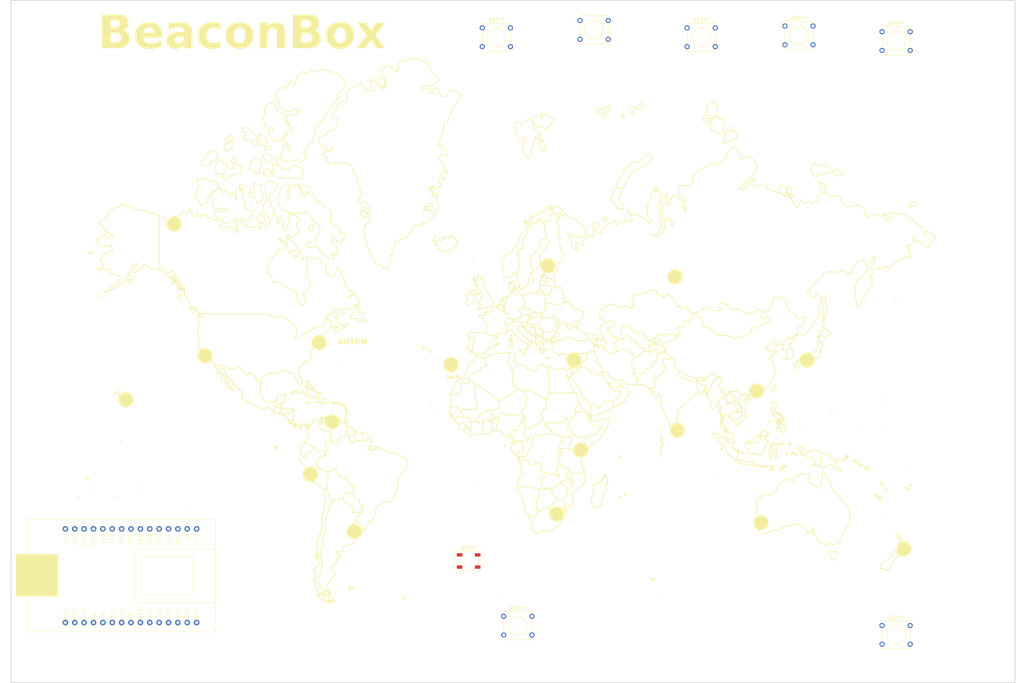
<source format=kicad_pcb>
(kicad_pcb (version 20240108) (generator "pcbnew") (generator_version "8.0")
  (layers (0 "F.Cu" signal) (31 "B.Cu" signal) (34 "B.Paste" user) (35 "F.Paste" user) (36 "B.SilkS" user "B.Silkscreen") (37 "F.SilkS" user "F.Silkscreen") (38 "B.Mask" user) (39 "F.Mask" user) (44 "Edge.Cuts" user))
  (net 0 "")
  (footprint "MountingHole:MountingHole_3.2mm_M3" (layer "F.Cu") (at 286 198)
    (property "Reference" "REF**" (hide yes))
    (property "Value" "MountingHole_3.2mm_M3")
    (pad "" np_thru_hole circle (at 0 0) (size 3.2 3.2) (drill 3.2) (layers "*.Cu" "*.Mask"))
  )
  (footprint "MountingHole:MountingHole_3.2mm_M3" (layer "F.Cu") (at 33.5 202.5)
    (property "Reference" "REF**" (hide yes))
    (property "Value" "MountingHole_3.2mm_M3")
    (pad "" np_thru_hole circle (at 0 0) (size 3.2 3.2) (drill 3.2) (layers "*.Cu" "*.Mask"))
  )
  (footprint "MountingHole:MountingHole_3.2mm_M3" (layer "F.Cu") (at 290 30)
    (property "Reference" "REF**" (hide yes))
    (property "Value" "MountingHole_3.2mm_M3")
    (pad "" np_thru_hole circle (at 0 0) (size 3.2 3.2) (drill 3.2) (layers "*.Cu" "*.Mask"))
  )
  (footprint "LED_SMD:LED_WS2812B_PLCC4_5.0x5.0mm_P3.2mm" (layer "F.Cu") (at 149 177)
    (property "Reference" "REF**" (at 0 -3.5 0) (layer "F.SilkS"))
    (property "Value" "LED_WS2812B_PLCC4_5.0x5.0mm_P3.2mm")
    (fp_text user "1" (at -4.15 -1.6 0) (layer "F.SilkS"))
    (pad "1" smd roundrect (at -2.45 -1.65) (size 1.5 0.9) (layers "F.Cu" "F.Paste" "F.Mask") (roundrect_rratio 0.1))
    (pad "2" smd roundrect (at -2.45 1.65) (size 1.5 0.9) (layers "F.Cu" "F.Paste" "F.Mask") (roundrect_rratio 0.1))
    (pad "3" smd roundrect (at 2.45 1.65) (size 1.5 0.9) (layers "F.Cu" "F.Paste" "F.Mask") (roundrect_rratio 0.1))
    (pad "4" smd roundrect (at 2.45 -1.65) (size 1.5 0.9) (layers "F.Cu" "F.Paste" "F.Mask") (roundrect_rratio 0.1))
  )
  (footprint "Button_Switch_THT:SW_Tactile_Straight_KSA0Axx1LFTR" (layer "F.Cu") (at 158.5 192)
    (property "Reference" "REF**" (at 3.81 -2.08 0) (layer "F.SilkS"))
    (property "Value" "SW_Tactile_Straight_KSA0Axx1LFTR")
    (pad "1" thru_hole circle (at 0 0) (size 1.397 1.397) (drill 0.8128) (layers "*.Cu" "*.Mask"))
    (pad "1" thru_hole circle (at 7.62 0) (size 1.397 1.397) (drill 0.8128) (layers "*.Cu" "*.Mask"))
    (pad "2" thru_hole circle (at 0 5.08) (size 1.397 1.397) (drill 0.8128) (layers "*.Cu" "*.Mask"))
    (pad "2" thru_hole circle (at 7.62 5.08) (size 1.397 1.397) (drill 0.8128) (layers "*.Cu" "*.Mask"))
  )
  (footprint "Button_Switch_THT:SW_Tactile_Straight_KSA0Axx1LFTR" (layer "F.Cu") (at 261 194.5)
    (property "Reference" "REF**" (at 3.81 -2.08 0) (layer "F.SilkS"))
    (property "Value" "SW_Tactile_Straight_KSA0Axx1LFTR")
    (pad "1" thru_hole circle (at 0 0) (size 1.397 1.397) (drill 0.8128) (layers "*.Cu" "*.Mask"))
    (pad "1" thru_hole circle (at 7.62 0) (size 1.397 1.397) (drill 0.8128) (layers "*.Cu" "*.Mask"))
    (pad "2" thru_hole circle (at 0 5.08) (size 1.397 1.397) (drill 0.8128) (layers "*.Cu" "*.Mask"))
    (pad "2" thru_hole circle (at 7.62 5.08) (size 1.397 1.397) (drill 0.8128) (layers "*.Cu" "*.Mask"))
  )
  (footprint "MountingHole:MountingHole_3.2mm_M3" (layer "F.Cu") (at 31.5 30)
    (property "Reference" "REF**" (hide yes))
    (property "Value" "MountingHole_3.2mm_M3")
    (pad "" np_thru_hole circle (at 0 0) (size 3.2 3.2) (drill 3.2) (layers "*.Cu" "*.Mask"))
  )
  (footprint "Button_Switch_THT:SW_Tactile_Straight_KSA0Axx1LFTR" (layer "F.Cu") (at 152.69 32.46)
    (property "Reference" "REF**" (at 3.81 -2.08 0) (layer "F.SilkS"))
    (property "Value" "SW_Tactile_Straight_KSA0Axx1LFTR")
    (pad "1" thru_hole circle (at 0 0) (size 1.397 1.397) (drill 0.8128) (layers "*.Cu" "*.Mask"))
    (pad "1" thru_hole circle (at 7.62 0) (size 1.397 1.397) (drill 0.8128) (layers "*.Cu" "*.Mask"))
    (pad "2" thru_hole circle (at 0 5.08) (size 1.397 1.397) (drill 0.8128) (layers "*.Cu" "*.Mask"))
    (pad "2" thru_hole circle (at 7.62 5.08) (size 1.397 1.397) (drill 0.8128) (layers "*.Cu" "*.Mask"))
  )
  (footprint "Button_Switch_THT:SW_Tactile_Straight_KSA0Axx1LFTR" (layer "F.Cu") (at 208.19 32.46)
    (property "Reference" "REF**" (at 3.81 -2.08 0) (layer "F.SilkS"))
    (property "Value" "SW_Tactile_Straight_KSA0Axx1LFTR")
    (pad "1" thru_hole circle (at 0 0) (size 1.397 1.397) (drill 0.8128) (layers "*.Cu" "*.Mask"))
    (pad "1" thru_hole circle (at 7.62 0) (size 1.397 1.397) (drill 0.8128) (layers "*.Cu" "*.Mask"))
    (pad "2" thru_hole circle (at 0 5.08) (size 1.397 1.397) (drill 0.8128) (layers "*.Cu" "*.Mask"))
    (pad "2" thru_hole circle (at 7.62 5.08) (size 1.397 1.397) (drill 0.8128) (layers "*.Cu" "*.Mask"))
  )
  (footprint "Button_Switch_THT:SW_Tactile_Straight_KSA0Axx1LFTR" (layer "F.Cu") (at 179.19 30.46)
    (property "Reference" "LED1" (hide yes))
    (property "Value" "SW_Tactile_Straight_KSA0Axx1LFTR")
    (pad "1" thru_hole circle (at 0 0) (size 1.397 1.397) (drill 0.8128) (layers "*.Cu" "*.Mask"))
    (pad "1" thru_hole circle (at 7.62 0) (size 1.397 1.397) (drill 0.8128) (layers "*.Cu" "*.Mask"))
    (pad "2" thru_hole circle (at 0 5.08) (size 1.397 1.397) (drill 0.8128) (layers "*.Cu" "*.Mask"))
    (pad "2" thru_hole circle (at 7.62 5.08) (size 1.397 1.397) (drill 0.8128) (layers "*.Cu" "*.Mask"))
  )
  (footprint "Button_Switch_THT:SW_Tactile_Straight_KSA0Axx1LFTR" (layer "F.Cu") (at 261 33.5)
    (property "Reference" "REF**" (at 3.81 -2.08 0) (layer "F.SilkS"))
    (property "Value" "SW_Tactile_Straight_KSA0Axx1LFTR")
    (pad "1" thru_hole circle (at 0 0) (size 1.397 1.397) (drill 0.8128) (layers "*.Cu" "*.Mask"))
    (pad "1" thru_hole circle (at 7.62 0) (size 1.397 1.397) (drill 0.8128) (layers "*.Cu" "*.Mask"))
    (pad "2" thru_hole circle (at 0 5.08) (size 1.397 1.397) (drill 0.8128) (layers "*.Cu" "*.Mask"))
    (pad "2" thru_hole circle (at 7.62 5.08) (size 1.397 1.397) (drill 0.8128) (layers "*.Cu" "*.Mask"))
  )
  (footprint "Button_Switch_THT:SW_Tactile_Straight_KSA0Axx1LFTR" (layer "F.Cu") (at 234.69 31.96)
    (property "Reference" "REF**" (at 3.81 -2.08 0) (layer "F.SilkS"))
    (property "Value" "SW_Tactile_Straight_KSA0Axx1LFTR")
    (pad "1" thru_hole circle (at 0 0) (size 1.397 1.397) (drill 0.8128) (layers "*.Cu" "*.Mask"))
    (pad "1" thru_hole circle (at 7.62 0) (size 1.397 1.397) (drill 0.8128) (layers "*.Cu" "*.Mask"))
    (pad "2" thru_hole circle (at 0 5.08) (size 1.397 1.397) (drill 0.8128) (layers "*.Cu" "*.Mask"))
    (pad "2" thru_hole circle (at 7.62 5.08) (size 1.397 1.397) (drill 0.8128) (layers "*.Cu" "*.Mask"))
  )
  (footprint "G0PJO:ESP32 WROOM-32 30 PIN" (layer "F.Cu") (at 57.5132 181 -90)
    (property "Reference" "REF**" (hide yes))
    (property "Value" "ESP32 WROOM-32 30 PIN")
    (fp_text user "D13" (at -11.176 13.208 -90) (layer "F.SilkS") (effects (font (thickness 0.1)) (justify left bottom)))
    (fp_text user "RX0" (at 8.89 -9.398 -90) (layer "F.SilkS") (effects (font (thickness 0.1)) (justify left bottom)))
    (fp_text user "D14" (at -11.43 8.128 -90) (layer "F.SilkS") (effects (font (thickness 0.1)) (justify left bottom)))
    (fp_text user "D19" (at 8.89 -4.572 -90) (layer "F.SilkS") (effects (font (thickness 0.1)) (justify left bottom)))
    (fp_text user "VP" (at -11.43 -14.732 -90) (layer "F.SilkS") (effects (font (thickness 0.1)) (justify left bottom)))
    (fp_text user "D16" (at 8.89 5.588 -90) (layer "F.SilkS") (effects (font (thickness 0.1)) (justify left bottom)))
    (fp_text user "D5" (at 9.906 0.762 -90) (layer "F.SilkS") (effects (font (thickness 0.1)) (justify left bottom)))
    (fp_text user "GND" (at -11.43 15.748 -90) (layer "F.SilkS") (effects (font (thickness 0.1)) (justify left bottom)))
    (fp_text user "D35" (at -11.43 -6.858 -90) (layer "F.SilkS") (effects (font (thickness 0.1)) (justify left bottom)))
    (fp_text user "D17" (at 9.144 3.048 -90) (layer "F.SilkS") (effects (font (thickness 0.1)) (justify left bottom)))
    (fp_text user "D4" (at 9.906 8.128 -90) (layer "F.SilkS") (effects (font (thickness 0.1)) (justify left bottom)))
    (fp_text user "D12" (at -11.176 10.922 -90) (layer "F.SilkS") (effects (font (thickness 0.1)) (justify left bottom)))
    (fp_text user "EN" (at -11.43 -17.272 -90) (layer "F.SilkS") (effects (font (thickness 0.1)) (justify left bottom)))
    (fp_text user "TX0" (at 8.89 -11.938 -90) (layer "F.SilkS") (effects (font (thickness 0.1)) (justify left bottom)))
    (fp_text user "D33" (at -11.43 -1.778 -90) (layer "F.SilkS") (effects (font (thickness 0.1)) (justify left bottom)))
    (fp_text user "D32" (at -11.43 -4.572 -90) (layer "F.SilkS") (effects (font (thickness 0.1)) (justify left bottom)))
    (fp_text user "GND" (at 8.89 16.002 -90) (layer "F.SilkS") (effects (font (thickness 0.1)) (justify left bottom)))
    (fp_text user "D15" (at 8.89 13.208 -90) (layer "F.SilkS") (effects (font (thickness 0.1)) (justify left bottom)))
    (fp_text user "VIN" (at -10.922 -12.192 -90) (layer "F.SilkS") (effects (font (thickness 0.1)) (justify left bottom)))
    (fp_text user "D22" (at 8.636 -14.478 -90) (layer "F.SilkS") (effects (font (thickness 0.1)) (justify left bottom)))
    (fp_text user "D18" (at 8.89 -1.778 -90) (layer "F.SilkS") (effects (font (thickness 0.1)) (justify left bottom)))
    (fp_text user "D26" (at -11.43 3.302 -90) (layer "F.SilkS") (effects (font (thickness 0.1)) (justify left bottom)))
    (fp_text user "D27" (at -11.43 5.842 -90) (layer "F.SilkS") (effects (font (thickness 0.1)) (justify left bottom)))
    (fp_text user "D23" (at 8.636 -17.018 -90) (layer "F.SilkS") (effects (font (thickness 0.1)) (justify left bottom)))
    (fp_text user "D2" (at 9.906 10.668 -90) (layer "F.SilkS") (effects (font (thickness 0.1)) (justify left bottom)))
    (fp_text user "D25" (at -11.43 0.762 -90) (layer "F.SilkS") (effects (font (thickness 0.1)) (justify left bottom)))
    (fp_text user "3V3" (at 9.144 18.288 -90) (layer "F.SilkS") (effects (font (thickness 0.1)) (justify left bottom)))
    (fp_text user "VIN" (at -11.43 18.288 -90) (layer "F.SilkS") (effects (font (thickness 0.1)) (justify left bottom)))
    (fp_text user "D21" (at 8.89 -7.112 -90) (layer "F.SilkS") (effects (font (thickness 0.1)) (justify left bottom)))
    (fp_text user "D34" (at -11.176 -9.652 -90) (layer "F.SilkS") (effects (font (thickness 0.1)) (justify left bottom)))
    (pad "14" thru_hole circle (at 12.7 -17.78 270) (size 1.524 1.524) (drill 0.762) (layers "*.Cu" "*.Mask"))
    (pad "15" thru_hole circle (at 12.7 -15.24 270) (size 1.524 1.524) (drill 0.762) (layers "*.Cu" "*.Mask"))
    (pad "16" thru_hole circle (at 12.7 -12.7 270) (size 1.524 1.524) (drill 0.762) (layers "*.Cu" "*.Mask"))
    (pad "17" thru_hole circle (at 12.7 -10.16 270) (size 1.524 1.524) (drill 0.762) (layers "*.Cu" "*.Mask"))
    (pad "18" thru_hole circle (at 12.7 -7.62 270) (size 1.524 1.524) (drill 0.762) (layers "*.Cu" "*.Mask"))
    (pad "19" thru_hole circle (at 12.7 -5.08 270) (size 1.524 1.524) (drill 0.762) (layers "*.Cu" "*.Mask"))
    (pad "20" thru_hole circle (at 12.7 -2.54 270) (size 1.524 1.524) (drill 0.762) (layers "*.Cu" "*.Mask"))
    (pad "21" thru_hole circle (at 12.7 0 270) (size 1.524 1.524) (drill 0.762) (layers "*.Cu" "*.Mask"))
    (pad "22" thru_hole circle (at 12.7 2.54 270) (size 1.524 1.524) (drill 0.762) (layers "*.Cu" "*.Mask"))
    (pad "23" thru_hole circle (at 12.7 5.08 270) (size 1.524 1.524) (drill 0.762) (layers "*.Cu" "*.Mask"))
    (pad "24" thru_hole circle (at 12.7 7.62 270) (size 1.524 1.524) (drill 0.762) (layers "*.Cu" "*.Mask"))
    (pad "25" thru_hole circle (at 12.7 10.16 270) (size 1.524 1.524) (drill 0.762) (layers "*.Cu" "*.Mask"))
    (pad "26" thru_hole circle (at 12.7 12.7 270) (size 1.524 1.524) (drill 0.762) (layers "*.Cu" "*.Mask"))
    (pad "27" thru_hole circle (at 12.7 15.24 270) (size 1.524 1.524) (drill 0.762) (layers "*.Cu" "*.Mask"))
    (pad "28" thru_hole circle (at 12.7 17.78 270) (size 1.524 1.524) (drill 0.762) (layers "*.Cu" "*.Mask"))
    (pad "29" thru_hole circle (at -12.7 -17.78 270) (size 1.524 1.524) (drill 0.762) (layers "*.Cu" "*.Mask"))
    (pad "30" thru_hole circle (at -12.7 -15.24 270) (size 1.524 1.524) (drill 0.762) (layers "*.Cu" "*.Mask"))
    (pad "31" thru_hole circle (at -12.7 -12.7 270) (size 1.524 1.524) (drill 0.762) (layers "*.Cu" "*.Mask"))
    (pad "32" thru_hole circle (at -12.7 -10.16 270) (size 1.524 1.524) (drill 0.762) (layers "*.Cu" "*.Mask"))
    (pad "33" thru_hole circle (at -12.7 -7.62 270) (size 1.524 1.524) (drill 0.762) (layers "*.Cu" "*.Mask"))
    (pad "34" thru_hole circle (at -12.7 -5.08 270) (size 1.524 1.524) (drill 0.762) (layers "*.Cu" "*.Mask"))
    (pad "35" thru_hole circle (at -12.7 -2.54 270) (size 1.524 1.524) (drill 0.762) (layers "*.Cu" "*.Mask"))
    (pad "36" thru_hole circle (at -12.7 0 270) (size 1.524 1.524) (drill 0.762) (layers "*.Cu" "*.Mask"))
    (pad "37" thru_hole circle (at -12.7 2.54 270) (size 1.524 1.524) (drill 0.762) (layers "*.Cu" "*.Mask"))
    (pad "38" thru_hole circle (at -12.7 5.08 270) (size 1.524 1.524) (drill 0.762) (layers "*.Cu" "*.Mask"))
    (pad "39" thru_hole circle (at -12.7 7.62 270) (size 1.524 1.524) (drill 0.762) (layers "*.Cu" "*.Mask"))
    (pad "40" thru_hole circle (at -12.7 10.16 270) (size 1.524 1.524) (drill 0.762) (layers "*.Cu" "*.Mask"))
    (pad "41" thru_hole circle (at -12.7 10.16 270) (size 1.524 1.524) (drill 0.762) (layers "*.Cu" "*.Mask"))
    (pad "42" thru_hole circle (at -12.7 12.7 270) (size 1.524 1.524) (drill 0.762) (layers "*.Cu" "*.Mask"))
    (pad "43" thru_hole circle (at -12.7 17.78 270) (size 1.524 1.524) (drill 0.762) (layers "*.Cu" "*.Mask"))
    (pad "44" thru_hole circle (at -12.7 15.24 270) (size 1.524 1.524) (drill 0.762) (layers "*.Cu" "*.Mask"))
  )
  (gr_line (start 229.841399 142.712747) (end 230.079528 143.093746) (stroke (width 0.178593)) (layer "F.SilkS"))
  (gr_line (start 94.538767 135.402307) (end 94.443516 135.259429) (stroke (width 0.178593)) (layer "F.SilkS"))
  (gr_line (start 233.413261 139.664755) (end 233.175132 140.295782) (stroke (width 0.178593)) (layer "F.SilkS"))
  (gr_line (start 258.53545 102.517246) (end 258.059193 102.410089) (stroke (width 0.178593)) (layer "F.SilkS"))
  (gr_line (start 103.825648 128.008535) (end 103.730396 128.78244) (stroke (width 0.178593)) (layer "F.SilkS"))
  (gr_line (start 189.717324 74.037512) (end 190.074517 72.906418) (stroke (width 0.178593)) (layer "F.SilkS"))
  (gr_line (start 140.49685 81.871814) (end 139.865823 81.871814) (stroke (width 0.178593)) (layer "F.SilkS"))
  (gr_line (start 201.504542 144.546282) (end 201.504542 144.986848) (stroke (width 0.178593)) (layer "F.SilkS"))
  (gr_line (start 221.983263 133.854505) (end 222.459507 134.295036) (stroke (width 0.178593)) (layer "F.SilkS"))
  (gr_line (start 175.310732 105.219938) (end 174.953553 105.124694) (stroke (width 0.178593)) (layer "F.SilkS"))
  (gr_line (start 107.647537 131.056527) (end 107.159387 131.056527) (stroke (width 0.178593)) (layer "F.SilkS"))
  (gr_line (start 121.673116 80.74072) (end 121.14924 79.692971) (stroke (width 0.178593)) (layer "F.SilkS"))
  (gr_line (start 163.761698 137.926436) (end 163.642634 137.485905) (stroke (width 0.178593)) (layer "F.SilkS"))
  (gr_line (start 112.005237 113.542413) (end 112.005237 114.078221) (stroke (width 0.178593)) (layer "F.SilkS"))
  (gr_line (start 111.076542 187.682654) (end 110.790794 187.801715) (stroke (width 0.178593)) (layer "F.SilkS"))
  (gr_line (start 234.484826 142.272216) (end 234.246697 142.129338) (stroke (width 0.178593)) (layer "F.SilkS"))
  (gr_line (start 229.246078 143.534277) (end 229.484193 144.022434) (stroke (width 0.178593)) (layer "F.SilkS"))
  (gr_line (start 186.383578 156.250162) (end 186.383578 156.607355) (stroke (width 0.178593)) (layer "F.SilkS"))
  (gr_line (start 224.721702 74.299457) (end 225.912318 75.073361) (stroke (width 0.178593)) (layer "F.SilkS"))
  (gr_line (start 180.192329 109.81578) (end 180.073264 109.482407) (stroke (width 0.178593)) (layer "F.SilkS"))
  (gr_line (start 218.530453 107.303557) (end 219.125761 107.541679) (stroke (width 0.178593)) (layer "F.SilkS"))
  (gr_line (start 176.382325 124.865306) (end 176.382325 124.960557) (stroke (width 0.178593)) (layer "F.SilkS"))
  (gr_line (start 180.192329 147.594322) (end 180.192329 147.939602) (stroke (width 0.178593)) (layer "F.SilkS"))
  (gr_line (start 233.175132 137.485891) (end 233.056068 137.247763) (stroke (width 0.178593)) (layer "F.SilkS"))
  (gr_line (start 106.433108 130.473126) (end 106.337864 130.377881) (stroke (width 0.178593)) (layer "F.SilkS"))
  (gr_line (start 239.009188 153.154524) (end 240.318868 153.547429) (stroke (width 0.178593)) (layer "F.SilkS"))
  (gr_line (start 147.462052 137.926436) (end 147.462045 137.926416) (stroke (width 0.178593)) (layer "F.SilkS"))
  (gr_line (start 56.212556 133.128219) (end 56.307808 133.128219) (stroke (width 0.178593)) (layer "F.SilkS"))
  (gr_line (start 210.196046 109.910977) (end 210.196073 109.911011) (stroke (width 0.178593)) (layer "F.SilkS"))
  (gr_line (start 147.557297 139.426626) (end 146.783392 139.521878) (stroke (width 0.178593)) (layer "F.SilkS"))
  (gr_line (start 164.118891 102.517246) (end 163.761698 102.755375) (stroke (width 0.178593)) (layer "F.SilkS"))
  (gr_line (start 201.266386 86.479532) (end 200.790142 86.836721) (stroke (width 0.178593)) (layer "F.SilkS"))
  (gr_line (start 215.67295 109.041862) (end 216.387322 109.137113) (stroke (width 0.178593)) (layer "F.SilkS"))
  (gr_line (start 45.766008 154.904749) (end 45.417156 154.857123) (stroke (width 0.178593)) (layer "F.SilkS"))
  (gr_line (start 159.951708 142.99848) (end 159.356386 142.903236) (stroke (width 0.178593)) (layer "F.SilkS"))
  (gr_line (start 166.023865 109.041876) (end 166.500109 109.137127) (stroke (width 0.178593)) (layer "F.SilkS"))
  (gr_line (start 201.385477 143.581882) (end 201.266399 142.998508) (stroke (width 0.178593)) (layer "F.SilkS"))
  (gr_line (start 196.861074 67.155707) (end 197.575446 66.715175) (stroke (width 0.178593)) (layer "F.SilkS"))
  (gr_line (start 244.724193 107.101155) (end 244.843258 105.993877) (stroke (width 0.178593)) (layer "F.SilkS"))
  (gr_line (start 229.603257 142.129325) (end 229.96045 142.224576) (stroke (width 0.178593)) (layer "F.SilkS"))
  (gr_line (start 117.946451 169.227968) (end 117.613077 168.751711) (stroke (width 0.178593)) (layer "F.SilkS"))
  (gr_line (start 113.410161 153.547443) (end 113.743535 153.880809) (stroke (width 0.178593)) (layer "F.SilkS"))
  (gr_line (start 189.955453 119.63845) (end 190.431696 119.63845) (stroke (width 0.178593)) (layer "F.SilkS"))
  (gr_line (start 164.714199 85.610369) (end 164.237955 85.70562) (stroke (width 0.178593)) (layer "F.SilkS"))
  (gr_line (start 249.486684 159.583895) (end 249.843877 160.417331) (stroke (width 0.178593)) (layer "F.SilkS"))
  (gr_line (start 158.403858 109.184753) (end 158.403858 109.482379) (stroke (width 0.178593)) (layer "F.SilkS"))
  (gr_line (start 156.415525 108.267944) (end 156.355996 107.982203) (stroke (width 0.178593)) (layer "F.SilkS"))
  (gr_line (start 103.730396 128.78244) (end 103.587526 129.306316) (stroke (width 0.178593)) (layer "F.SilkS"))
  (gr_line (start 189.955453 148.463471) (end 190.193581 148.904009) (stroke (width 0.178593)) (layer "F.SilkS"))
  (gr_line (start 163.642634 137.485905) (end 163.880762 137.438279) (stroke (width 0.178593)) (layer "F.SilkS"))
  (gr_line (start 255.320754 107.101141) (end 254.249203 108.077455) (stroke (width 0.178593)) (layer "F.SilkS"))
  (gr_line (start 231.151079 135.402293) (end 231.151079 135.164171) (stroke (width 0.178593)) (layer "F.SilkS"))
  (gr_line (start 116.112894 138.747966) (end 116.017643 138.747966) (stroke (width 0.178593)) (layer "F.SilkS"))
  (gr_line (start 199.599512 119.400315) (end 200.07577 119.495566) (stroke (width 0.178593)) (layer "F.SilkS"))
  (gr_line (start 226.983897 145.082099) (end 227.102961 144.891603) (stroke (width 0.178593)) (layer "F.SilkS"))
  (gr_line (start 208.648264 112.089861) (end 209.124508 111.899365) (stroke (width 0.178593)) (layer "F.SilkS"))
  (gr_line (start 75.107767 78.823819) (end 74.583891 78.907164) (stroke (width 0.178593)) (layer "F.SilkS"))
  (gr_line (start 247.462618 176.609833) (end 247.105439 175.776396) (stroke (width 0.178593)) (layer "F.SilkS"))
  (gr_line (start 112.290977 179.824529) (end 112.874393 180.062644) (stroke (width 0.178593)) (layer "F.SilkS"))
  (gr_line (start 192.098569 132.116179) (end 191.860454 132.651962) (stroke (width 0.178593)) (layer "F.SilkS"))
  (gr_line (start 142.866231 93.373243) (end 141.901823 93.075586) (stroke (width 0.178593)) (layer "F.SilkS"))
  (gr_line (start 114.612711 134.199764) (end 114.565085 134.104512) (stroke (width 0.178593)) (layer "F.SilkS"))
  (gr_line (start 217.577952 146.915656) (end 217.339823 146.582283) (stroke (width 0.178593)) (layer "F.SilkS"))
  (gr_line (start 101.122928 68.28678) (end 100.53952 68.727315) (stroke (width 0.178593)) (layer "F.SilkS"))
  (gr_line (start 115.922391 136.27149) (end 115.922391 136.378648) (stroke (width 0.178593)) (layer "F.SilkS"))
  (gr_line (start 137.353641 119.055014) (end 137.544137 119.055014) (stroke (width 0.178593)) (layer "F.SilkS"))
  (gr_line (start 115.48186 138.986088) (end 115.672356 138.986088) (stroke (width 0.178593)) (layer "F.SilkS"))
  (gr_line (start 176.025146 143.439032) (end 175.667953 143.343781) (stroke (width 0.178593)) (layer "F.SilkS"))
  (gr_line (start 177.811083 121.329109) (end 178.049198 120.60283) (stroke (width 0.178593)) (layer "F.SilkS"))
  (gr_line (start 232.937021 138.65271) (end 232.698888 138.986088) (stroke (width 0.178593)) (layer "F.SilkS"))
  (gr_line (start 236.627929 116.352357) (end 236.032621 116.352357) (stroke (width 0.178593)) (layer "F.SilkS"))
  (gr_line (start 190.90794 116.542853) (end 191.146055 116.245199) (stroke (width 0.178593)) (layer "F.SilkS"))
  (gr_line (start 205.552633 136.712001) (end 205.790761 137.343028) (stroke (width 0.178593)) (layer "F.SilkS"))
  (gr_line (start 171.61982 80.9074) (end 171.61982 81.871804) (stroke (width 0.178593)) (layer "F.SilkS"))
  (gr_line (start 103.825648 145.760739) (end 103.825648 145.320207) (stroke (width 0.178593)) (layer "F.SilkS"))
  (gr_line (start 214.601385 108.506086) (end 214.839513 109.041862) (stroke (width 0.178593)) (layer "F.SilkS"))
  (gr_line (start 144.223537 92.599335) (end 143.294848 92.932709) (stroke (width 0.178593)) (layer "F.SilkS"))
  (gr_line (start 86.775879 130.377881) (end 86.692534 130.08022) (stroke (width 0.178593)) (layer "F.SilkS"))
  (gr_line (start 256.868577 151.606708) (end 256.868577 151.178083) (stroke (width 0.178593)) (layer "F.SilkS"))
  (gr_line (start 167.928881 115.280785) (end 168.524189 115.816567) (stroke (width 0.178593)) (layer "F.SilkS"))
  (gr_line (start 212.458254 131.151779) (end 211.981997 131.687561) (stroke (width 0.178593)) (layer "F.SilkS"))
  (gr_line (start 157.284695 115.042656) (end 156.701293 115.376029) (stroke (width 0.178593)) (layer "F.SilkS"))
  (gr_line (start 55.521992 132.461466) (end 55.343399 132.461466) (stroke (width 0.178593)) (layer "F.SilkS"))
  (gr_line (start 242.462012 72.549208) (end 241.74764 71.334769) (stroke (width 0.178593)) (layer "F.SilkS"))
  (gr_line (start 198.408883 129.937336) (end 199.123269 130.032588) (stroke (width 0.178593)) (layer "F.SilkS"))
  (gr_line (start 245.914809 154.654714) (end 246.152938 155.095238) (stroke (width 0.178593)) (layer "F.SilkS"))
  (gr_line (start 169.357639 119.150355) (end 169.952947 119.495635) (stroke (width 0.178593)) (layer "F.SilkS"))
  (gr_line (start 268.060432 171.966393) (end 268.060432 172.44265) (stroke (width 0.178593)) (layer "F.SilkS"))
  (gr_line (start 118.196486 104.684169) (end 118.386982 105.219952) (stroke (width 0.178593)) (layer "F.SilkS"))
  (gr_line (start 153.022267 109.577651) (end 153.308015 109.720522) (stroke (width 0.178593)) (layer "F.SilkS"))
  (gr_line (start 222.935764 131.782799) (end 222.459507 131.485145) (stroke (width 0.178593)) (layer "F.SilkS"))
  (gr_line (start 112.00525 109.184725) (end 111.862373 109.720508) (stroke (width 0.178593)) (layer "F.SilkS"))
  (gr_line (start 94.681641 134.104519) (end 95.026924 134.009268) (stroke (width 0.178593)) (layer "F.SilkS"))
  (gr_line (start 176.858582 91.289652) (end 176.858582 91.623025) (stroke (width 0.178593)) (layer "F.SilkS"))
  (gr_line (start 211.02951 127.234631) (end 210.791381 127.425134) (stroke (width 0.178593)) (layer "F.SilkS"))
  (gr_line (start 184.954833 126.889337) (end 184.954833 126.555964) (stroke (width 0.178593)) (layer "F.SilkS"))
  (gr_line (start 235.913598 77.43077) (end 235.794506 78.038015) (stroke (width 0.178593)) (layer "F.SilkS"))
  (gr_line (start 187.574235 79.776289) (end 187.45517 79.252416) (stroke (width 0.178593)) (layer "F.SilkS"))
  (gr_line (start 82.501528 124.865285) (end 82.418183 124.710508) (stroke (width 0.178593)) (layer "F.SilkS"))
  (gr_line (start 167.690762 84.395941) (end 168.16701 84.312595) (stroke (width 0.178593)) (layer "F.SilkS"))
  (gr_line (start 180.430457 132.890132) (end 179.9542 132.556758) (stroke (width 0.178593)) (layer "F.SilkS"))
  (gr_line (start 96.622362 146.046493) (end 96.622362 145.855997) (stroke (width 0.178593)) (layer "F.SilkS"))
  (gr_line (start 164.237955 120.793347) (end 163.880762 120.602851) (stroke (width 0.178593)) (layer "F.SilkS"))
  (gr_line (start 140.687388 91.87306) (end 140.687395 91.87305) (stroke (width 0.178593)) (layer "F.SilkS"))
  (gr_line (start 166.381072 63.762402) (end 166.381072 65.238778) (stroke (width 0.178593)) (layer "F.SilkS"))
  (gr_line (start 140.687381 64.71491) (end 141.366034 63.941004) (stroke (width 0.178593)) (layer "F.SilkS"))
  (gr_line (start 151.045827 156.131084) (end 151.045827 156.01202) (stroke (width 0.178593)) (layer "F.SilkS"))
  (gr_line (start 261.631068 82.657629) (end 262.345454 83.086257) (stroke (width 0.178593)) (layer "F.SilkS"))
  (gr_line (start 240.199818 141.06968) (end 240.199818 140.974435) (stroke (width 0.178593)) (layer "F.SilkS"))
  (gr_line (start 183.645139 87.622529) (end 183.883268 88.134498) (stroke (width 0.178593)) (layer "F.SilkS"))
  (gr_line (start 106.730762 132.354322) (end 107.064136 132.354322) (stroke (width 0.178593)) (layer "F.SilkS"))
  (gr_line (start 201.147321 148.368227) (end 201.266386 148.368227) (stroke (width 0.178593)) (layer "F.SilkS"))
  (gr_line (start 102.956499 148.808751) (end 103.05175 148.558723) (stroke (width 0.178593)) (layer "F.SilkS"))
  (gr_line (start 105.325838 153.106905) (end 104.599559 151.368593) (stroke (width 0.178593)) (layer "F.SilkS"))
  (gr_line (start 83.382611 126.555964) (end 83.287362 126.794089) (stroke (width 0.178593)) (layer "F.SilkS"))
  (gr_line (start 229.127013 151.713852) (end 229.007949 151.273321) (stroke (width 0.178593)) (layer "F.SilkS"))
  (gr_line (start 71.452616 103.04113) (end 70.833488 102.410095) (stroke (width 0.178593)) (layer "F.SilkS"))
  (gr_line (start 130.043188 41.733467) (end 133.960349 40.688099) (stroke (width 0.178593)) (layer "F.SilkS"))
  (gr_line (start 114.565079 174.585781) (end 114.124547 174.585781) (stroke (width 0.178593)) (layer "F.SilkS"))
  (gr_line (start 113.410168 134.39026) (end 113.50542 134.39026) (stroke (width 0.178593)) (layer "F.SilkS"))
  (gr_line (start 173.405758 148.999254) (end 173.524822 149.535037) (stroke (width 0.178593)) (layer "F.SilkS"))
  (gr_line (start 262.345426 158.15515) (end 262.107311 158.036086) (stroke (width 0.178593)) (layer "F.SilkS"))
  (gr_line (start 58.129456 98.159574) (end 58.474737 97.623792) (stroke (width 0.178593)) (layer "F.SilkS"))
  (gr_line (start 146.497638 136.128565) (end 146.152358 135.497537) (stroke (width 0.178593)) (layer "F.SilkS"))
  (gr_line (start 260.797631 155.428618) (end 260.797631 155.631027) (stroke (width 0.178593)) (layer "F.SilkS"))
  (gr_line (start 208.171979 108.410794) (end 208.171979 108.756073) (stroke (width 0.178593)) (layer "F.SilkS"))
  (gr_line (start 150.605282 100.433621) (end 150.271908 100.671742) (stroke (width 0.178593)) (layer "F.SilkS"))
  (gr_line (start 110.255012 168.989839) (end 110.362176 168.394532) (stroke (width 0.178593)) (layer "F.SilkS"))
  (gr_line (start 164.833263 116.876192) (end 165.547636 117.12622) (stroke (width 0.178593)) (layer "F.SilkS"))
  (gr_line (start 261.988261 141.164924) (end 261.988261 141.260176) (stroke (width 0.178593)) (layer "F.SilkS"))
  (gr_line (start 242.938256 119.829008) (end 243.295449 119.590886) (stroke (width 0.178593)) (layer "F.SilkS"))
  (gr_line (start 169.952947 88.22974) (end 169.714832 87.622518) (stroke (width 0.178593)) (layer "F.SilkS"))
  (gr_line (start 173.167643 120.793436) (end 172.81045 120.60294) (stroke (width 0.178593)) (layer "F.SilkS"))
  (gr_line (start 226.864818 70.370392) (end 226.983883 71.334799) (stroke (width 0.178593)) (layer "F.SilkS"))
  (gr_line (start 115.779514 138.986088) (end 115.874766 138.890843) (stroke (width 0.178593)) (layer "F.SilkS"))
  (gr_line (start 224.840739 115.721275) (end 225.197918 115.233118) (stroke (width 0.178593)) (layer "F.SilkS"))
  (gr_line (start 173.882015 155.428618) (end 175.906081 154.857123) (stroke (width 0.178593)) (layer "F.SilkS"))
  (gr_line (start 100.241852 76.823566) (end 100.68239 75.859162) (stroke (width 0.178593)) (layer "F.SilkS"))
  (gr_line (start 166.381072 167.561081) (end 166.262022 167.084838) (stroke (width 0.178593)) (layer "F.SilkS"))
  (gr_line (start 104.159007 95.540187) (end 103.682757 95.540187) (stroke (width 0.178593)) (layer "F.SilkS"))
  (gr_line (start 159.832616 105.219918) (end 159.951681 105.267543) (stroke (width 0.178593)) (layer "F.SilkS"))
  (gr_line (start 70.321491 83.264829) (end 70.928712 83.086236) (stroke (width 0.178593)) (layer "F.SilkS"))
  (gr_line (start 106.004491 101.445661) (end 105.659204 100.338383) (stroke (width 0.178593)) (layer "F.SilkS"))
  (gr_line (start 151.819738 108.267951) (end 152.010234 107.82742) (stroke (width 0.178593)) (layer "F.SilkS"))
  (gr_line (start 105.230586 128.103773) (end 105.135335 128.103773) (stroke (width 0.178593)) (layer "F.SilkS"))
  (gr_line (start 95.026924 135.604709) (end 94.979298 135.497551) (stroke (width 0.178593)) (layer "F.SilkS"))
  (gr_line (start 240.795139 147.939582) (end 241.271383 147.49905) (stroke (width 0.178593)) (layer "F.SilkS"))
  (gr_line (start 157.379946 117.995362) (end 157.379946 118.090614) (stroke (width 0.178593)) (layer "F.SilkS"))
  (gr_line (start 230.912978 145.415466) (end 231.270171 145.320214) (stroke (width 0.178593)) (layer "F.SilkS"))
  (gr_line (start 144.315631 137.465793) (end 143.783019 136.271442) (stroke (width 0.178593)) (layer "F.SilkS"))
  (gr_line (start 143.294855 126.698834) (end 143.354388 126.698834) (stroke (width 0.178593)) (layer "F.SilkS"))
  (gr_line (start 199.837641 122.341142) (end 199.837641 122.781673) (stroke (width 0.178593)) (layer "F.SilkS"))
  (gr_line (start 116.112894 138.652715) (end 116.208139 138.545557) (stroke (width 0.178593)) (layer "F.SilkS"))
  (gr_line (start 52.295393 102.755396) (end 53.081206 102.076736) (stroke (width 0.178593)) (layer "F.SilkS"))
  (gr_line (start 118.29173 142.367467) (end 118.053609 142.665121) (stroke (width 0.178593)) (layer "F.SilkS"))
  (gr_line (start 72.059768 102.755368) (end 71.535895 102.219586) (stroke (width 0.178593)) (layer "F.SilkS"))
  (gr_line (start 240.914204 123.210394) (end 240.557011 122.972272) (stroke (width 0.178593)) (layer "F.SilkS"))
  (gr_line (start 169.476704 152.916436) (end 169.952947 152.821192) (stroke (width 0.178593)) (layer "F.SilkS"))
  (gr_line (start 238.056687 166.965773) (end 236.746993 167.084838) (stroke (width 0.178593)) (layer "F.SilkS"))
  (gr_line (start 171.61982 153.547415) (end 170.786384 153.261661) (stroke (width 0.178593)) (layer "F.SilkS"))
  (gr_line (start 160.189823 142.807998) (end 160.308887 142.569876) (stroke (width 0.178593)) (layer "F.SilkS"))
  (gr_line (start 164.833263 114.947377) (end 164.35702 114.411595) (stroke (width 0.178593)) (layer "F.SilkS"))
  (gr_line (start 162.213889 100.135994) (end 161.856696 99.897866) (stroke (width 0.178593)) (layer "F.SilkS"))
  (gr_line (start 171.143563 162.084218) (end 171.024499 162.679526) (stroke (width 0.178593)) (layer "F.SilkS"))
  (gr_line (start 227.221998 162.679526) (end 226.74574 161.727025) (stroke (width 0.178593)) (layer "F.SilkS"))
  (gr_line (start 169.000446 117.745417) (end 169.000446 117.995445) (stroke (width 0.178593)) (layer "F.SilkS"))
  (gr_line (start 218.949564 131.830432) (end 218.530453 131.830432) (stroke (width 0.178593)) (layer "F.SilkS"))
  (gr_line (start 111.755202 178.991092) (end 111.957604 179.467336) (stroke (width 0.178593)) (layer "F.SilkS"))
  (gr_line (start 101.992084 140.486278) (end 101.992084 140.533911) (stroke (width 0.178593)) (layer "F.SilkS"))
  (gr_line (start 169.595768 87.098642) (end 169.595768 86.134235) (stroke (width 0.178593)) (layer "F.SilkS"))
  (gr_line (start 95.968332 136.902524) (end 96.181831 136.128565) (stroke (width 0.178593)) (layer "F.SilkS"))
  (gr_line (start 102.277846 104.588918) (end 102.515967 105.219945) (stroke (width 0.178593)) (layer "F.SilkS"))
  (gr_line (start 163.404505 137.045381) (end 163.285441 136.56913) (stroke (width 0.178593)) (layer "F.SilkS"))
  (gr_line (start 244.843258 117.840675) (end 244.962322 118.424083) (stroke (width 0.178593)) (layer "F.SilkS"))
  (gr_line (start 139.187232 75.692451) (end 139.865885 76.037731) (stroke (width 0.178593)) (layer "F.SilkS"))
  (gr_line (start 104.8853 128.294269) (end 104.790048 128.341902) (stroke (width 0.178593)) (layer "F.SilkS"))
  (gr_line (start 247.105439 156.488277) (end 247.581682 157.321714) (stroke (width 0.178593)) (layer "F.SilkS"))
  (gr_line (start 162.332954 130.473119) (end 159.475451 132.259056) (stroke (width 0.178593)) (layer "F.SilkS"))
  (gr_line (start 245.081386 107.886965) (end 244.724193 107.101155) (stroke (width 0.178593)) (layer "F.SilkS"))
  (gr_line (start 117.172546 184.825148) (end 116.982043 185.063277) (stroke (width 0.178593)) (layer "F.SilkS"))
  (gr_line (start 153.308015 109.815773) (end 153.308015 109.720522) (stroke (width 0.178593)) (layer "F.SilkS"))
  (gr_line (start 93.276706 72.025342) (end 93.812488 70.727561) (stroke (width 0.178593)) (layer "F.SilkS"))
  (gr_line (start 54.557579 99.897893) (end 53.950361 99.362117) (stroke (width 0.178593)) (layer "F.SilkS"))
  (gr_line (start 172.691399 143.141371) (end 173.048592 142.998494) (stroke (width 0.178593)) (layer "F.SilkS"))
  (gr_line (start 156.606042 118.614483) (end 156.51079 118.614483) (stroke (width 0.178593)) (layer "F.SilkS"))
  (gr_line (start 216.625451 127.329869) (end 216.149193 127.758486) (stroke (width 0.178593)) (layer "F.SilkS"))
  (gr_line (start 109.338223 167.680146) (end 109.147727 166.608594) (stroke (width 0.178593)) (layer "F.SilkS"))
  (gr_line (start 116.886799 137.485905) (end 116.791547 137.485905) (stroke (width 0.178593)) (layer "F.SilkS"))
  (gr_line (start 105.563959 98.15954) (end 105.040076 96.754608) (stroke (width 0.178593)) (layer "F.SilkS"))
  (gr_line (start 67.880674 98.933465) (end 67.356799 99.171587) (stroke (width 0.178593)) (layer "F.SilkS"))
  (gr_line (start 96.622362 110.923044) (end 95.407923 110.351542) (stroke (width 0.178593)) (layer "F.SilkS"))
  (gr_line (start 210.077009 131.830432) (end 209.838894 132.116179) (stroke (width 0.178593)) (layer "F.SilkS"))
  (gr_line (start 169.714832 121.662496) (end 170.072011 121.662496) (stroke (width 0.178593)) (layer "F.SilkS"))
  (gr_line (start 169.000446 66.024589) (end 168.762331 65.334026) (stroke (width 0.178593)) (layer "F.SilkS"))
  (gr_line (start 204.481068 116.876254) (end 205.076375 116.54288) (stroke (width 0.178593)) (layer "F.SilkS"))
  (gr_line (start 155.736886 119.150266) (end 155.641634 119.150266) (stroke (width 0.178593)) (layer "F.SilkS"))
  (gr_line (start 92.264721 86.39618) (end 91.978973 85.610366) (stroke (width 0.178593)) (layer "F.SilkS"))
  (gr_line (start 48.814004 85.610393) (end 49.074752 84.657892) (stroke (width 0.178593)) (layer "F.SilkS"))
  (gr_line (start 45.417156 154.857123) (end 45.505262 154.761872) (stroke (width 0.178593)) (layer "F.SilkS"))
  (gr_line (start 186.740771 136.176204) (end 185.90732 136.56911) (stroke (width 0.178593)) (layer "F.SilkS"))
  (gr_line (start 108.278585 139.950482) (end 108.70721 140.533897) (stroke (width 0.178593)) (layer "F.SilkS"))
  (gr_line (start 166.381072 93.897123) (end 166.142957 94.480531) (stroke (width 0.178593)) (layer "F.SilkS"))
  (gr_line (start 234.127635 151.511462) (end 234.246697 151.856743) (stroke (width 0.178593)) (layer "F.SilkS"))
  (gr_line (start 192.455762 120.067068) (end 193.05107 120.793347) (stroke (width 0.178593)) (layer "F.SilkS"))
  (gr_line (start 129.709842 157.321686) (end 129.507439 157.559815) (stroke (width 0.178593)) (layer "F.SilkS"))
  (gr_line (start 156.796531 116.447608) (end 156.165504 116.876233) (stroke (width 0.178593)) (layer "F.SilkS"))
  (gr_line (start 108.183327 151.856743) (end 108.373823 151.606715) (stroke (width 0.178593)) (layer "F.SilkS"))
  (gr_line (start 117.660703 167.680146) (end 117.517826 168.632646) (stroke (width 0.178593)) (layer "F.SilkS"))
  (gr_line (start 224.12638 132.890097) (end 225.078881 132.794846) (stroke (width 0.178593)) (layer "F.SilkS"))
  (gr_line (start 94.098243 63.940993) (end 93.133832 64.46487) (stroke (width 0.178593)) (layer "F.SilkS"))
  (gr_line (start 202.456988 105.124666) (end 202.814167 104.779386) (stroke (width 0.178593)) (layer "F.SilkS"))
  (gr_line (start 218.292324 140.29583) (end 218.411388 140.486326) (stroke (width 0.178593)) (layer "F.SilkS"))
  (gr_line (start 252.106058 166.608594) (end 251.629815 167.680146) (stroke (width 0.178593)) (layer "F.SilkS"))
  (gr_line (start 232.817953 136.711973) (end 232.937021 137.045358) (stroke (width 0.178593)) (layer "F.SilkS"))
  (gr_line (start 98.944079 136.997782) (end 98.89646 137.247811) (stroke (width 0.178593)) (layer "F.SilkS"))
  (gr_line (start 171.262641 116.971512) (end 170.786384 117.019138) (stroke (width 0.178593)) (layer "F.SilkS"))
  (gr_line (start 81.632396 127.472759) (end 82.072927 127.425134) (stroke (width 0.178593)) (layer "F.SilkS"))
  (gr_line (start 148.664581 141.164952) (end 148.664581 140.533904) (stroke (width 0.178593)) (layer "F.SilkS"))
  (gr_line (start 184.359511 116.971512) (end 184.002332 116.685758) (stroke (width 0.178593)) (layer "F.SilkS"))
  (gr_line (start 43.415697 159.702959) (end 43.240675 159.583895) (stroke (width 0.178593)) (layer "F.SilkS"))
  (gr_line (start 155.53449 136.033334) (end 155.296361 136.176211) (stroke (width 0.178593)) (layer "F.SilkS"))
  (gr_line (start 103.682757 73.073097) (end 102.718356 73.335039) (stroke (width 0.178593)) (layer "F.SilkS"))
  (gr_line (start 158.403899 106.529673) (end 158.165771 106.136768) (stroke (width 0.178593)) (layer "F.SilkS"))
  (gr_line (start 243.771693 116.149906) (end 244.24795 116.44756) (stroke (width 0.178593)) (layer "F.SilkS"))
  (gr_line (start 171.262614 103.814993) (end 171.619793 103.041088) (stroke (width 0.178593)) (layer "F.SilkS"))
  (gr_line (start 182.335445 159.702973) (end 182.573574 159.702973) (stroke (width 0.178593)) (layer "F.SilkS"))
  (gr_line (start 108.278571 171.013906) (end 108.5167 170.061405) (stroke (width 0.178593)) (layer "F.SilkS"))
  (gr_line (start 161.142324 137.343055) (end 160.904209 137.676428) (stroke (width 0.178593)) (layer "F.SilkS"))
  (gr_line (start 169.952947 98.742955) (end 170.191076 98.588179) (stroke (width 0.178593)) (layer "F.SilkS"))
  (gr_line (start 165.071392 87.622522) (end 164.476084 88.658368) (stroke (width 0.178593)) (layer "F.SilkS"))
  (gr_line (start 170.072014 89.694216) (end 169.714832 89.789465) (stroke (width 0.178593)) (layer "F.SilkS"))
  (gr_line (start 84.597053 130.473146) (end 84.41846 130.28265) (stroke (width 0.178593)) (layer "F.SilkS"))
  (gr_line (start 209.124508 133.080586) (end 208.648264 133.425866) (stroke (width 0.178593)) (layer "F.SilkS"))
  (gr_line (start 176.382325 151.85675) (end 176.620454 152.285368) (stroke (width 0.178593)) (layer "F.SilkS"))
  (gr_line (start 110.01689 138.307435) (end 110.207386 138.021688) (stroke (width 0.178593)) (layer "F.SilkS"))
  (gr_line (start 162.45199 103.291123) (end 162.213862 103.815007) (stroke (width 0.178593)) (layer "F.SilkS"))
  (gr_line (start 169.000432 100.671742) (end 169.47669 101.112274) (stroke (width 0.178593)) (layer "F.SilkS"))
  (gr_line (start 166.262022 57.487808) (end 166.381072 56.535307) (stroke (width 0.178593)) (layer "F.SilkS"))
  (gr_line (start 184.954833 155.535776) (end 185.073884 155.285741) (stroke (width 0.178593)) (layer "F.SilkS"))
  (gr_line (start 159.475451 114.85214) (end 159.475451 114.852133) (stroke (width 0.178593)) (layer "F.SilkS"))
  (gr_line (start 160.308887 114.268724) (end 159.832644 114.804507) (stroke (width 0.178593)) (layer "F.SilkS"))
  (gr_line (start 191.860454 82.217094) (end 192.217634 81.788466) (stroke (width 0.178593)) (layer "F.SilkS"))
  (gr_line (start 138.413259 81.955159) (end 138.85379 81.955159) (stroke (width 0.178593)) (layer "F.SilkS"))
  (gr_line (start 203.88576 85.348434) (end 204.004824 86.050904) (stroke (width 0.178593)) (layer "F.SilkS"))
  (gr_line (start 166.262022 125.246277) (end 166.857329 125.686808) (stroke (width 0.178593)) (layer "F.SilkS"))
  (gr_line (start 77.108061 83.002891) (end 77.893876 83.348171) (stroke (width 0.178593)) (layer "F.SilkS"))
  (gr_line (start 110.362176 98.492913) (end 110.647924 99.266825) (stroke (width 0.178593)) (layer "F.SilkS"))
  (gr_line (start 96.765236 146.046493) (end 96.860484 146.141744) (stroke (width 0.178593)) (layer "F.SilkS"))
  (gr_line (start 227.698282 142.808005) (end 227.817333 142.808005) (stroke (width 0.178593)) (layer "F.SilkS"))
  (gr_line (start 186.502642 83.955402) (end 186.264511 84.657876) (stroke (width 0.178593)) (layer "F.SilkS"))
  (gr_line (start 92.169432 61.416871) (end 92.598056 61.238276) (stroke (width 0.178593)) (layer "F.SilkS"))
  (gr_line (start 235.794533 144.748685) (end 236.032662 144.891562) (stroke (width 0.178593)) (layer "F.SilkS"))
  (gr_line (start 204.362017 85.788965) (end 204.004824 84.657871) (stroke (width 0.178593)) (layer "F.SilkS"))
  (gr_line (start 105.468701 143.248509) (end 105.563952 142.99848) (stroke (width 0.178593)) (layer "F.SilkS"))
  (gr_line (start 244.128886 107.732147) (end 243.890757 108.506052) (stroke (width 0.178593)) (layer "F.SilkS"))
  (gr_line (start 170.786384 97.528527) (end 169.476704 98.064302) (stroke (width 0.178593)) (layer "F.SilkS"))
  (gr_line (start 102.956485 84.312595) (end 103.051736 85.0865) (stroke (width 0.178593)) (layer "F.SilkS"))
  (gr_line (start 204.600132 77.954656) (end 205.195454 77.954656) (stroke (width 0.178593)) (layer "F.SilkS"))
  (gr_line (start 150.319541 118.090696) (end 150.271915 118.328818) (stroke (width 0.178593)) (layer "F.SilkS"))
  (gr_line (start 243.533578 69.763147) (end 244.009821 70.120336) (stroke (width 0.178593)) (layer "F.SilkS"))
  (gr_line (start 115.672363 135.402286) (end 115.577119 135.402286) (stroke (width 0.178593)) (layer "F.SilkS"))
  (gr_line (start 194.956072 129.306316) (end 194.360764 129.211071) (stroke (width 0.178593)) (layer "F.SilkS"))
  (gr_line (start 247.462618 157.678907) (end 247.700747 158.036086) (stroke (width 0.178593)) (layer "F.SilkS"))
  (gr_line (start 220.792634 136.616777) (end 220.554519 136.569151) (stroke (width 0.178593)) (layer "F.SilkS"))
  (gr_line (start 160.18985 143.534256) (end 160.463899 143.315019) (stroke (width 0.178593)) (layer "F.SilkS"))
  (gr_line (start 201.38545 146.39178) (end 201.38545 146.296528) (stroke (width 0.178593)) (layer "F.SilkS"))
  (gr_line (start 218.530453 141.700707) (end 219.006696 141.843584) (stroke (width 0.178593)) (layer "F.SilkS"))
  (gr_line (start 159.832644 114.804507) (end 159.475451 114.852133) (stroke (width 0.178593)) (layer "F.SilkS"))
  (gr_line (start 235.199225 76.466366) (end 234.961097 76.823552) (stroke (width 0.178593)) (layer "F.SilkS"))
  (gr_line (start 101.944452 47.915186) (end 102.420702 45.825639) (stroke (width 0.178593)) (layer "F.SilkS"))
  (gr_line (start 267.941381 157.083585) (end 268.17951 157.321714) (stroke (width 0.178593)) (layer "F.SilkS"))
  (gr_line (start 109.338237 66.715153) (end 109.683523 66.191279) (stroke (width 0.178593)) (layer "F.SilkS"))
  (gr_line (start 209.600765 132.89009) (end 209.124508 133.080586) (stroke (width 0.178593)) (layer "F.SilkS"))
  (gr_line (start 108.611951 186.015778) (end 108.37383 185.896714) (stroke (width 0.178593)) (layer "F.SilkS"))
  (gr_line (start 183.883268 156.012033) (end 184.121383 156.012033) (stroke (width 0.178593)) (layer "F.SilkS"))
  (gr_line (start 179.001699 111.363589) (end 179.358892 111.125467) (stroke (width 0.178593)) (layer "F.SilkS"))
  (gr_line (start 104.266186 150.939975) (end 104.016157 150.404193) (stroke (width 0.178593)) (layer "F.SilkS"))
  (gr_line (start 185.550189 125.829727) (end 184.954833 125.151012) (stroke (width 0.178593)) (layer "F.SilkS"))
  (gr_line (start 173.643886 155.869142) (end 173.048579 156.131084) (stroke (width 0.178593)) (layer "F.SilkS"))
  (gr_line (start 218.768581 67.072355) (end 219.006696 66.453229) (stroke (width 0.178593)) (layer "F.SilkS"))
  (gr_line (start 140.401633 47.392507) (end 138.758573 48.264045) (stroke (width 0.178593)) (layer "F.SilkS"))
  (gr_line (start 201.623579 84.133995) (end 201.623579 83.610123) (stroke (width 0.178593)) (layer "F.SilkS"))
  (gr_line (start 193.408263 122.341149) (end 193.765454 121.567242) (stroke (width 0.178593)) (layer "F.SilkS"))
  (gr_line (start 175.906081 151.951995) (end 176.382325 151.85675) (stroke (width 0.178593)) (layer "F.SilkS"))
  (gr_line (start 113.743542 175.538268) (end 114.18408 175.419217) (stroke (width 0.178593)) (layer "F.SilkS"))
  (gr_line (start 123.709102 164.822615) (end 123.316204 165.060744) (stroke (width 0.178593)) (layer "F.SilkS"))
  (gr_line (start 96.765243 101.302804) (end 98.265433 101.743335) (stroke (width 0.178593)) (layer "F.SilkS"))
  (gr_line (start 183.645139 162.67954) (end 183.407011 162.67954) (stroke (width 0.178593)) (layer "F.SilkS"))
  (gr_line (start 256.630448 152.142498) (end 256.273255 152.142498) (stroke (width 0.178593)) (layer "F.SilkS"))
  (gr_line (start 102.718363 131.389887) (end 102.611198 131.056513) (stroke (width 0.178593)) (layer "F.SilkS"))
  (gr_line (start 138.75858 134.723626) (end 138.853824 134.830784) (stroke (width 0.178593)) (layer "F.SilkS"))
  (gr_line (start 111.231312 185.063277) (end 111.231325 185.301406) (stroke (width 0.178593)) (layer "F.SilkS"))
  (gr_line (start 114.612691 87.967815) (end 115.434228 87.967815) (stroke (width 0.178593)) (layer "F.SilkS"))
  (gr_line (start 111.326577 152.916409) (end 111.517073 152.67828) (stroke (width 0.178593)) (layer "F.SilkS"))
  (gr_line (start 105.230579 67.679562) (end 103.38511 69.072594) (stroke (width 0.178593)) (layer "F.SilkS"))
  (gr_line (start 139.425306 75.335279) (end 138.651395 75.597217) (stroke (width 0.178593)) (layer "F.SilkS"))
  (gr_line (start 49.946289 94.385307) (end 50.120119 93.706651) (stroke (width 0.178593)) (layer "F.SilkS"))
  (gr_line (start 231.984543 147.260922) (end 232.222672 147.356173) (stroke (width 0.178593)) (layer "F.SilkS"))
  (gr_line (start 111.076549 114.363976) (end 110.552672 114.804507) (stroke (width 0.178593)) (layer "F.SilkS"))
  (gr_line (start 150.069506 119.733763) (end 149.87901 120.067137) (stroke (width 0.178593)) (layer "F.SilkS"))
  (gr_line (start 189.836375 159.583895) (end 189.955439 159.464844) (stroke (width 0.178593)) (layer "F.SilkS"))
  (gr_line (start 82.251527 68.893991) (end 82.858745 68.727304) (stroke (width 0.178593)) (layer "F.SilkS"))
  (gr_line (start 215.792014 127.865651) (end 215.196706 128.294269) (stroke (width 0.178593)) (layer "F.SilkS"))
  (gr_line (start 174.239208 92.396929) (end 174.120144 92.158804) (stroke (width 0.178593)) (layer "F.SilkS"))
  (gr_line (start 177.215761 130.473167) (end 177.45389 130.961317) (stroke (width 0.178593)) (layer "F.SilkS"))
  (gr_line (start 101.408683 138.652735) (end 101.408683 138.747987) (stroke (width 0.178593)) (layer "F.SilkS"))
  (gr_line (start 55.343399 132.461466) (end 55.260055 132.259056) (stroke (width 0.178593)) (layer "F.SilkS"))
  (gr_line (start 106.635518 129.651602) (end 106.540273 129.651602) (stroke (width 0.178593)) (layer "F.SilkS"))
  (gr_line (start 146.057107 128.199024) (end 146.342861 127.56799) (stroke (width 0.178593)) (layer "F.SilkS"))
  (gr_line (start 176.263261 128.294324) (end 177.215761 130.032629) (stroke (width 0.178593)) (layer "F.SilkS"))
  (gr_line (start 232.46076 139.521871) (end 233.223158 139.318564) (stroke (width 0.178593)) (layer "F.SilkS"))
  (gr_line (start 101.742056 136.271469) (end 101.837301 136.616756) (stroke (width 0.178593)) (layer "F.SilkS"))
  (gr_line (start 110.255012 137.926409) (end 110.207386 137.878783) (stroke (width 0.178593)) (layer "F.SilkS"))
  (gr_line (start 96.086583 136.03332) (end 96.419956 135.497537) (stroke (width 0.178593)) (layer "F.SilkS"))
  (gr_line (start 98.598813 82.038491) (end 97.92016 81.085993) (stroke (width 0.178593)) (layer "F.SilkS"))
  (gr_line (start 113.160147 134.104512) (end 112.969651 134.104512) (stroke (width 0.178593)) (layer "F.SilkS"))
  (gr_line (start 232.46076 135.164171) (end 231.865452 136.033327) (stroke (width 0.178593)) (layer "F.SilkS"))
  (gr_line (start 97.586759 73.156446) (end 96.527104 72.906414) (stroke (width 0.178593)) (layer "F.SilkS"))
  (gr_line (start 151.819704 104.493639) (end 151.914955 104.684135) (stroke (width 0.178593)) (layer "F.SilkS"))
  (gr_line (start 108.183327 149.963661) (end 108.183327 149.677907) (stroke (width 0.178593)) (layer "F.SilkS"))
  (gr_line (start 98.074943 76.037741) (end 98.944099 75.073334) (stroke (width 0.178593)) (layer "F.SilkS"))
  (gr_line (start 165.428612 146.725119) (end 164.952355 147.260901) (stroke (width 0.178593)) (layer "F.SilkS"))
  (gr_line (start 158.284821 99.123961) (end 158.046706 98.492927) (stroke (width 0.178593)) (layer "F.SilkS"))
  (gr_line (start 191.622326 129.068222) (end 191.146082 128.877725) (stroke (width 0.178593)) (layer "F.SilkS"))
  (gr_line (start 178.882648 143.534291) (end 178.168276 142.998508) (stroke (width 0.178593)) (layer "F.SilkS"))
  (gr_line (start 209.124508 111.030202) (end 209.243572 110.589671) (stroke (width 0.178593)) (layer "F.SilkS"))
  (gr_line (start 167.333573 162.203274) (end 167.333573 164.703592) (stroke (width 0.178593)) (layer "F.SilkS"))
  (gr_line (start 86.252058 87.967805) (end 86.513999 87.872557) (stroke (width 0.178593)) (layer "F.SilkS"))
  (gr_line (start 226.269511 150.213676) (end 226.388575 150.737552) (stroke (width 0.178593)) (layer "F.SilkS"))
  (gr_line (start 155.486851 141.938829) (end 155.736886 141.843598) (stroke (width 0.178593)) (layer "F.SilkS"))
  (gr_line (start 156.796545 133.56875) (end 156.796545 132.985342) (stroke (width 0.178593)) (layer "F.SilkS"))
  (gr_line (start 264.84575 176.133589) (end 264.607621 176.371718) (stroke (width 0.178593)) (layer "F.SilkS"))
  (gr_line (start 76.417499 83.086236) (end 77.108061 83.002891) (stroke (width 0.178593)) (layer "F.SilkS"))
  (gr_line (start 98.265433 101.743335) (end 98.789309 102.17196) (stroke (width 0.178593)) (layer "F.SilkS"))
  (gr_line (start 121.339743 81.347935) (end 121.768368 81.788466) (stroke (width 0.178593)) (layer "F.SilkS"))
  (gr_line (start 154.66532 118.959825) (end 154.86773 119.150321) (stroke (width 0.178593)) (layer "F.SilkS"))
  (gr_line (start 144.175918 88.753616) (end 144.509291 88.575023) (stroke (width 0.178593)) (layer "F.SilkS"))
  (gr_line (start 82.072965 86.658114) (end 83.287404 86.74146) (stroke (width 0.178593)) (layer "F.SilkS"))
  (gr_line (start 218.530453 133.128219) (end 218.530453 132.794839) (stroke (width 0.178593)) (layer "F.SilkS"))
  (gr_line (start 98.36067 48.698618) (end 99.575113 48.698618) (stroke (width 0.178593)) (layer "F.SilkS"))
  (gr_line (start 242.938256 150.213669) (end 242.700141 149.868383) (stroke (width 0.178593)) (layer "F.SilkS"))
  (gr_line (start 53.081206 102.076736) (end 53.688424 101.790982) (stroke (width 0.178593)) (layer "F.SilkS"))
  (gr_line (start 204.719196 123.210311) (end 204.719196 122.781687) (stroke (width 0.178593)) (layer "F.SilkS"))
  (gr_line (start 87.64508 76.823545) (end 87.907021 78.478512) (stroke (width 0.178593)) (layer "F.SilkS"))
  (gr_line (start 147.366794 127.032201) (end 148.23595 126.258296) (stroke (width 0.178593)) (layer "F.SilkS"))
  (gr_line (start 241.985755 148.999227) (end 241.628576 148.999227) (stroke (width 0.178593)) (layer "F.SilkS"))
  (gr_line (start 114.029289 138.89083) (end 113.934045 138.795585) (stroke (width 0.178593)) (layer "F.SilkS"))
  (gr_line (start 104.551926 145.082086) (end 104.599552 144.891583) (stroke (width 0.178593)) (layer "F.SilkS"))
  (gr_line (start 126.995223 160.893561) (end 126.80472 160.893561) (stroke (width 0.178593)) (layer "F.SilkS"))
  (gr_line (start 232.937021 137.045358) (end 233.175132 136.902483) (stroke (width 0.178593)) (layer "F.SilkS"))
  (gr_line (start 257.702013 102.612498) (end 257.463885 103.088748) (stroke (width 0.178593)) (layer "F.SilkS"))
  (gr_line (start 95.753196 68.894008) (end 94.443509 68.727321) (stroke (width 0.178593)) (layer "F.SilkS"))
  (gr_line (start 153.022274 139.759992) (end 152.688901 139.521871) (stroke (width 0.178593)) (layer "F.SilkS"))
  (gr_line (start 166.500136 140.724407) (end 166.857329 140.295782) (stroke (width 0.178593)) (layer "F.SilkS"))
  (gr_line (start 248.772326 150.987615) (end 248.89139 151.273369) (stroke (width 0.178593)) (layer "F.SilkS"))
  (gr_line (start 265.79825 170.537648) (end 265.79825 171.013906) (stroke (width 0.178593)) (layer "F.SilkS"))
  (gr_line (start 150.84339 101.98143) (end 150.938641 102.076681) (stroke (width 0.178593)) (layer "F.SilkS"))
  (gr_line (start 236.151726 145.082058) (end 236.151726 145.415431) (stroke (width 0.178593)) (layer "F.SilkS"))
  (gr_line (start 107.314178 138.795592) (end 107.647551 138.545564) (stroke (width 0.178593)) (layer "F.SilkS"))
  (gr_line (start 202.337951 78.478532) (end 202.695144 77.168845) (stroke (width 0.178593)) (layer "F.SilkS"))
  (gr_line (start 144.414046 126.984582) (end 144.318802 127.032215) (stroke (width 0.178593)) (layer "F.SilkS"))
  (gr_line (start 231.27013 127.865761) (end 231.032015 128.199134) (stroke (width 0.178593)) (layer "F.SilkS"))
  (gr_line (start 121.970784 92.932722) (end 122.113661 92.20644) (stroke (width 0.178593)) (layer "F.SilkS"))
  (gr_line (start 236.508919 78.561864) (end 235.794533 77.859394) (stroke (width 0.178593)) (layer "F.SilkS"))
  (gr_line (start 229.603257 143.534277) (end 229.246078 143.534277) (stroke (width 0.178593)) (layer "F.SilkS"))
  (gr_line (start 101.551539 140.486264) (end 101.503914 140.39102) (stroke (width 0.178593)) (layer "F.SilkS"))
  (gr_line (start 118.922771 112.089861) (end 118.82752 112.089861) (stroke (width 0.178593)) (layer "F.SilkS"))
  (gr_line (start 170.429204 168.989839) (end 169.714832 168.870775) (stroke (width 0.178593)) (layer "F.SilkS"))
  (gr_line (start 270.08458 79.692971) (end 270.08458 79.692968) (stroke (width 0.178593)) (layer "F.SilkS"))
  (gr_line (start 217.935131 63.321868) (end 219.244825 59.499963) (stroke (width 0.178593)) (layer "F.SilkS"))
  (gr_line (start 141.020727 81.264593) (end 140.49685 81.871814) (stroke (width 0.178593)) (layer "F.SilkS"))
  (gr_line (start 198.88514 123.555577) (end 198.766076 123.984202) (stroke (width 0.178593)) (layer "F.SilkS"))
  (gr_line (start 101.944452 116.542784) (end 101.944452 116.102253) (stroke (width 0.178593)) (layer "F.SilkS"))
  (gr_line (start 186.621679 107.732161) (end 186.859794 107.398788) (stroke (width 0.178593)) (layer "F.SilkS"))
  (gr_line (start 182.216395 160.417359) (end 182.335445 160.060166) (stroke (width 0.178593)) (layer "F.SilkS"))
  (gr_line (start 108.516707 92.646958) (end 108.040456 91.52777) (stroke (width 0.178593)) (layer "F.SilkS"))
  (gr_line (start 163.285482 144.986807) (end 163.047353 144.84393) (stroke (width 0.178593)) (layer "F.SilkS"))
  (gr_line (start 98.598799 135.747586) (end 98.36067 135.938082) (stroke (width 0.178593)) (layer "F.SilkS"))
  (gr_line (start 182.811703 158.631421) (end 182.930767 158.512357) (stroke (width 0.178593)) (layer "F.SilkS"))
  (gr_line (start 120.03007 144.403405) (end 120.268198 144.451031) (stroke (width 0.178593)) (layer "F.SilkS"))
  (gr_line (start 106.968891 86.836704) (end 106.778397 87.265328) (stroke (width 0.178593)) (layer "F.SilkS"))
  (gr_line (start 144.74742 137.878797) (end 145.04508 137.676387) (stroke (width 0.178593)) (layer "F.SilkS"))
  (gr_line (start 202.695144 84.05065) (end 202.218886 84.312592) (stroke (width 0.178593)) (layer "F.SilkS"))
  (gr_line (start 231.032043 145.760725) (end 230.912978 146.046479) (stroke (width 0.178593)) (layer "F.SilkS"))
  (gr_line (start 107.599911 131.342275) (end 107.50466 131.3899) (stroke (width 0.178593)) (layer "F.SilkS"))
  (gr_line (start 111.957611 143.677154) (end 111.564712 144.022441) (stroke (width 0.178593)) (layer "F.SilkS"))
  (gr_line (start 179.001699 120.60283) (end 179.358892 120.698081) (stroke (width 0.178593)) (layer "F.SilkS"))
  (gr_line (start 166.142985 144.451031) (end 166.142985 145.17731) (stroke (width 0.178593)) (layer "F.SilkS"))
  (gr_line (start 110.016883 160.774524) (end 110.207379 159.822023) (stroke (width 0.178593)) (layer "F.SilkS"))
  (gr_line (start 97.491535 78.823805) (end 97.634412 77.430773) (stroke (width 0.178593)) (layer "F.SilkS"))
  (gr_line (start 234.246697 138.355026) (end 233.770454 138.021653) (stroke (width 0.178593)) (layer "F.SilkS"))
  (gr_line (start 226.864818 131.342275) (end 226.864818 131.3899) (stroke (width 0.178593)) (layer "F.SilkS"))
  (gr_line (start 228.412641 148.03484) (end 228.293577 148.225336) (stroke (width 0.178593)) (layer "F.SilkS"))
  (gr_line (start 141.806579 89.884713) (end 141.699414 89.348931) (stroke (width 0.178593)) (layer "F.SilkS"))
  (gr_line (start 83.287366 128.532418) (end 83.12068 128.437167) (stroke (width 0.178593)) (layer "F.SilkS"))
  (gr_line (start 268.774818 156.369213) (end 268.774818 156.250148) (stroke (width 0.178593)) (layer "F.SilkS"))
  (gr_line (start 259.487937 159.226715) (end 259.726052 159.34578) (stroke (width 0.178593)) (layer "F.SilkS"))
  (gr_line (start 105.421075 132.794825) (end 105.659197 132.556697) (stroke (width 0.178593)) (layer "F.SilkS"))
  (gr_line (start 167.452624 115.911826) (end 167.571688 115.578446) (stroke (width 0.178593)) (layer "F.SilkS"))
  (gr_line (start 110.790794 137.926436) (end 110.886046 138.021688) (stroke (width 0.178593)) (layer "F.SilkS"))
  (gr_line (start 182.335445 117.126289) (end 183.287946 116.971512) (stroke (width 0.178593)) (layer "F.SilkS"))
  (gr_line (start 105.563952 142.99848) (end 105.421075 141.938822) (stroke (width 0.178593)) (layer "F.SilkS"))
  (gr_line (start 217.220759 128.972949) (end 217.458887 128.532418) (stroke (width 0.178593)) (layer "F.SilkS"))
  (gr_line (start 255.320754 141.403039) (end 255.201704 141.498291) (stroke (width 0.178593)) (layer "F.SilkS"))
  (gr_line (start 116.982043 185.063277) (end 116.743922 184.825148) (stroke (width 0.178593)) (layer "F.SilkS"))
  (gr_line (start 144.652175 130.187364) (end 145.187951 129.651589) (stroke (width 0.178593)) (layer "F.SilkS"))
  (gr_line (start 161.737646 148.368213) (end 161.499517 147.939588) (stroke (width 0.178593)) (layer "F.SilkS"))
  (gr_line (start 222.935764 136.807273) (end 223.054829 136.378655) (stroke (width 0.178593)) (layer "F.SilkS"))
  (gr_line (start 168.643267 119.400397) (end 169.238575 119.73377) (stroke (width 0.178593)) (layer "F.SilkS"))
  (gr_line (start 106.873646 130.032595) (end 106.778395 130.032595) (stroke (width 0.178593)) (layer "F.SilkS"))
  (gr_line (start 160.785145 111.363568) (end 160.785145 111.363548) (stroke (width 0.178593)) (layer "F.SilkS"))
  (gr_line (start 110.362176 94.242396) (end 110.01689 94.242396) (stroke (width 0.178593)) (layer "F.SilkS"))
  (gr_line (start 198.527947 181.610466) (end 198.647011 181.848581) (stroke (width 0.178593)) (layer "F.SilkS"))
  (gr_line (start 168.762331 152.821192) (end 169.476704 152.916436) (stroke (width 0.178593)) (layer "F.SilkS"))
  (gr_line (start 105.135335 95.647324) (end 105.040083 94.766262) (stroke (width 0.178593)) (layer "F.SilkS"))
  (gr_line (start 205.671683 116.352384) (end 205.671683 116.149954) (stroke (width 0.178593)) (layer "F.SilkS"))
  (gr_line (start 75.453012 109.1371) (end 75.536357 108.756094) (stroke (width 0.178593)) (layer "F.SilkS"))
  (gr_line (start 167.80983 117.995369) (end 167.571702 118.328749) (stroke (width 0.178593)) (layer "F.SilkS"))
  (gr_line (start 246.510117 155) (end 247.105439 155.428618) (stroke (width 0.178593)) (layer "F.SilkS"))
  (gr_line (start 118.625104 170.775777) (end 118.720355 171.132956) (stroke (width 0.178593)) (layer "F.SilkS"))
  (gr_line (start 48.29132 90.325272) (end 47.856742 90.07524) (stroke (width 0.178593)) (layer "F.SilkS"))
  (gr_line (start 178.406391 129.30635) (end 178.049198 128.782474) (stroke (width 0.178593)) (layer "F.SilkS"))
  (gr_line (start 152.438852 107.636923) (end 152.248356 107.398795) (stroke (width 0.178593)) (layer "F.SilkS"))
  (gr_line (start 150.414779 101.017022) (end 150.510023 100.862239) (stroke (width 0.178593)) (layer "F.SilkS"))
  (gr_line (start 210.791381 109.577651) (end 211.148574 109.577651) (stroke (width 0.178593)) (layer "F.SilkS"))
  (gr_line (start 172.334206 116.007057) (end 172.572321 116.447588) (stroke (width 0.178593)) (layer "F.SilkS"))
  (gr_line (start 195.313265 121.233857) (end 195.789509 120.94811) (stroke (width 0.178593)) (layer "F.SilkS"))
  (gr_line (start 113.50542 58.892754) (end 113.410168 56.880597) (stroke (width 0.178593)) (layer "F.SilkS"))
  (gr_line (start 217.577952 130.28263) (end 217.220759 130.032601) (stroke (width 0.178593)) (layer "F.SilkS"))
  (gr_line (start 175.667953 151.85675) (end 175.906081 151.951995) (stroke (width 0.178593)) (layer "F.SilkS"))
  (gr_line (start 251.629829 81.08601) (end 252.344201 81.002665) (stroke (width 0.178593)) (layer "F.SilkS"))
  (gr_line (start 119.256145 109.577638) (end 120.030049 109.577638) (stroke (width 0.178593)) (layer "F.SilkS"))
  (gr_line (start 159.237322 112.959037) (end 158.999207 113.101914) (stroke (width 0.178593)) (layer "F.SilkS"))
  (gr_line (start 104.992457 128.199024) (end 105.040083 128.199024) (stroke (width 0.178593)) (layer "F.SilkS"))
  (gr_line (start 232.222631 117.459676) (end 231.746387 117.316799) (stroke (width 0.178593)) (layer "F.SilkS"))
  (gr_line (start 98.944072 137.581143) (end 99.039323 137.485898) (stroke (width 0.178593)) (layer "F.SilkS"))
  (gr_line (start 167.452624 115.911833) (end 167.690752 116.149954) (stroke (width 0.178593)) (layer "F.SilkS"))
  (gr_line (start 137.639355 81.788473) (end 137.984634 82.300439) (stroke (width 0.178593)) (layer "F.SilkS"))
  (gr_line (start 150.700519 104.779421) (end 150.84339 106.089108) (stroke (width 0.178593)) (layer "F.SilkS"))
  (gr_line (start 69.535707 100.243166) (end 69.357114 100.040756) (stroke (width 0.178593)) (layer "F.SilkS"))
  (gr_line (start 187.931386 112.089868) (end 187.217014 111.804113) (stroke (width 0.178593)) (layer "F.SilkS"))
  (gr_line (start 245.914823 77.252197) (end 246.867324 77.859415) (stroke (width 0.178593)) (layer "F.SilkS"))
  (gr_line (start 159.237322 113.542446) (end 158.999207 113.637697) (stroke (width 0.178593)) (layer "F.SilkS"))
  (gr_line (start 216.982644 57.487808) (end 217.81608 56.975839) (stroke (width 0.178593)) (layer "F.SilkS"))
  (gr_line (start 118.720355 171.132956) (end 118.196479 171.847342) (stroke (width 0.178593)) (layer "F.SilkS"))
  (gr_line (start 107.838047 178.991092) (end 108.040456 178.633899) (stroke (width 0.178593)) (layer "F.SilkS"))
  (gr_line (start 199.123269 88.134505) (end 198.647011 88.491691) (stroke (width 0.178593)) (layer "F.SilkS"))
  (gr_line (start 92.598053 130.90175) (end 92.502805 131.056527) (stroke (width 0.178593)) (layer "F.SilkS"))
  (gr_line (start 179.835136 136.473892) (end 179.120763 136.569144) (stroke (width 0.178593)) (layer "F.SilkS"))
  (gr_line (start 112.433855 187.92078) (end 112.195733 187.801715) (stroke (width 0.178593)) (layer "F.SilkS"))
  (gr_line (start 105.135335 129.306309) (end 105.135335 129.413467) (stroke (width 0.178593)) (layer "F.SilkS"))
  (gr_line (start 216.625451 61.154935) (end 216.149193 60.63106) (stroke (width 0.178593)) (layer "F.SilkS"))
  (gr_line (start 156.260769 118.423987) (end 156.260769 118.090614) (stroke (width 0.178593)) (layer "F.SilkS"))
  (gr_line (start 203.766695 122.007775) (end 204.123888 121.662489) (stroke (width 0.178593)) (layer "F.SilkS"))
  (gr_line (start 166.500136 113.637683) (end 166.857329 113.923431) (stroke (width 0.178593)) (layer "F.SilkS"))
  (gr_line (start 249.486698 98.492913) (end 248.534197 98.838193) (stroke (width 0.178593)) (layer "F.SilkS"))
  (gr_line (start 82.251544 76.38301) (end 82.251544 76.383021) (stroke (width 0.178593)) (layer "F.SilkS"))
  (gr_line (start 162.571082 137.485932) (end 161.975761 137.247811) (stroke (width 0.178593)) (layer "F.SilkS"))
  (gr_line (start 208.886365 109.482352) (end 209.481673 109.577603) (stroke (width 0.178593)) (layer "F.SilkS"))
  (gr_line (start 176.025146 83.872061) (end 177.215761 83.955406) (stroke (width 0.178593)) (layer "F.SilkS"))
  (gr_line (start 164.476084 113.30431) (end 164.476084 113.054282) (stroke (width 0.178593)) (layer "F.SilkS"))
  (gr_line (start 119.791948 144.212909) (end 120.03007 144.403405) (stroke (width 0.178593)) (layer "F.SilkS"))
  (gr_line (start 176.501403 142.903263) (end 177.572968 142.903263) (stroke (width 0.178593)) (layer "F.SilkS"))
  (gr_line (start 247.105439 155.428618) (end 247.105439 156.488277) (stroke (width 0.178593)) (layer "F.SilkS"))
  (gr_line (start 108.040456 132.020935) (end 108.088082 132.116179) (stroke (width 0.178593)) (layer "F.SilkS"))
  (gr_line (start 97.824895 67.155689) (end 98.944079 65.762659) (stroke (width 0.178593)) (layer "F.SilkS"))
  (gr_line (start 231.627323 137.152573) (end 231.865452 137.438327) (stroke (width 0.178593)) (layer "F.SilkS"))
  (gr_line (start 239.842638 115.673615) (end 239.24733 115.721247) (stroke (width 0.178593)) (layer "F.SilkS"))
  (gr_line (start 236.151726 145.415431) (end 236.389855 145.713092) (stroke (width 0.178593)) (layer "F.SilkS"))
  (gr_line (start 169.476704 124.186605) (end 169.952947 124.377107) (stroke (width 0.178593)) (layer "F.SilkS"))
  (gr_line (start 99.229826 137.485898) (end 99.229833 137.485912) (stroke (width 0.178593)) (layer "F.SilkS"))
  (gr_line (start 97.19386 135.307041) (end 97.050987 135.259416) (stroke (width 0.178593)) (layer "F.SilkS"))
  (gr_line (start 81.989586 72.811149) (end 82.942087 72.025335) (stroke (width 0.178593)) (layer "F.SilkS"))
  (gr_line (start 94.098236 135.604709) (end 93.812488 135.604709) (stroke (width 0.178593)) (layer "F.SilkS"))
  (gr_line (start 108.278578 132.020935) (end 108.278578 131.925683) (stroke (width 0.178593)) (layer "F.SilkS"))
  (gr_line (start 109.147741 96.218819) (end 110.112148 96.51648) (stroke (width 0.178593)) (layer "F.SilkS"))
  (gr_line (start 162.213889 100.67177) (end 162.213889 100.135994) (stroke (width 0.178593)) (layer "F.SilkS"))
  (gr_line (start 157.129925 138.986081) (end 156.939422 139.617108) (stroke (width 0.178593)) (layer "F.SilkS"))
  (gr_line (start 178.168262 153.261688) (end 178.525455 153.35694) (stroke (width 0.178593)) (layer "F.SilkS"))
  (gr_line (start 223.888265 145.320214) (end 224.007329 144.89159) (stroke (width 0.178593)) (layer "F.SilkS"))
  (gr_line (start 150.510023 104.838932) (end 150.700526 104.7794) (stroke (width 0.178593)) (layer "F.SilkS"))
  (gr_line (start 105.563946 140.926816) (end 105.421068 141.069686) (stroke (width 0.178593)) (layer "F.SilkS"))
  (gr_line (start 117.851199 104.684169) (end 118.196486 104.684169) (stroke (width 0.178593)) (layer "F.SilkS"))
  (gr_line (start 223.769201 131.58041) (end 223.412008 131.830438) (stroke (width 0.178593)) (layer "F.SilkS"))
  (gr_line (start 225.436088 145.177351) (end 225.674216 145.272602) (stroke (width 0.178593)) (layer "F.SilkS"))
  (gr_line (start 88.954767 84.824548) (end 87.907021 84.657861) (stroke (width 0.178593)) (layer "F.SilkS"))
  (gr_line (start 148.771725 123.936576) (end 149.295602 123.4127) (stroke (width 0.178593)) (layer "F.SilkS"))
  (gr_line (start 243.295449 119.590886) (end 243.771693 118.424076) (stroke (width 0.178593)) (layer "F.SilkS"))
  (gr_line (start 113.410168 174.228588) (end 113.255392 174.466716) (stroke (width 0.178593)) (layer "F.SilkS"))
  (gr_line (start 99.229833 64.107691) (end 99.908486 64.464879) (stroke (width 0.178593)) (layer "F.SilkS"))
  (gr_line (start 45.243324 154.761872) (end 45.069493 154.761872) (stroke (width 0.178593)) (layer "F.SilkS"))
  (gr_line (start 158.999207 109.81578) (end 159.475451 109.911025) (stroke (width 0.178593)) (layer "F.SilkS"))
  (gr_line (start 91.978922 83.526784) (end 92.502798 82.824315) (stroke (width 0.178593)) (layer "F.SilkS"))
  (gr_line (start 154.522443 118.519293) (end 154.66532 118.959825) (stroke (width 0.178593)) (layer "F.SilkS"))
  (gr_line (start 164.476084 114.363969) (end 164.237955 113.971063) (stroke (width 0.178593)) (layer "F.SilkS"))
  (gr_line (start 212.934511 127.472759) (end 213.17264 127.663256) (stroke (width 0.178593)) (layer "F.SilkS"))
  (gr_line (start 178.049198 128.782474) (end 177.692019 128.294324) (stroke (width 0.178593)) (layer "F.SilkS"))
  (gr_line (start 115.48186 134.830784) (end 115.48186 135.402286) (stroke (width 0.178593)) (layer "F.SilkS"))
  (gr_line (start 178.525455 111.804113) (end 178.168262 112.185119) (stroke (width 0.178593)) (layer "F.SilkS"))
  (gr_line (start 105.325838 82.300432) (end 104.599559 82.300432) (stroke (width 0.178593)) (layer "F.SilkS"))
  (gr_line (start 185.90732 141.498304) (end 185.90732 141.938835) (stroke (width 0.178593)) (layer "F.SilkS"))
  (gr_line (start 108.278578 176.371718) (end 108.469074 176.133589) (stroke (width 0.178593)) (layer "F.SilkS"))
  (gr_line (start 98.896453 85.610376) (end 98.503548 86.134249) (stroke (width 0.178593)) (layer "F.SilkS"))
  (gr_line (start 152.343607 121.817266) (end 153.308008 122.007768) (stroke (width 0.178593)) (layer "F.SilkS"))
  (gr_line (start 194.122636 115.137887) (end 193.646392 114.411608) (stroke (width 0.178593)) (layer "F.SilkS"))
  (gr_line (start 168.16701 94.242399) (end 168.286074 94.03999) (stroke (width 0.178593)) (layer "F.SilkS"))
  (gr_line (start 106.730776 139.08134) (end 107.159394 138.747966) (stroke (width 0.178593)) (layer "F.SilkS"))
  (gr_line (start 189.122043 81.264572) (end 188.526736 79.776289) (stroke (width 0.178593)) (layer "F.SilkS"))
  (gr_line (start 163.761698 121.376734) (end 163.761698 121.329109) (stroke (width 0.178593)) (layer "F.SilkS"))
  (gr_line (start 141.020747 68.286783) (end 142.235183 69.155939) (stroke (width 0.178593)) (layer "F.SilkS"))
  (gr_line (start 139.187211 90.229989) (end 139.818239 89.206053) (stroke (width 0.178593)) (layer "F.SilkS"))
  (gr_line (start 151.141071 115.042656) (end 152.010227 115.233152) (stroke (width 0.178593)) (layer "F.SilkS"))
  (gr_line (start 215.434794 114.363969) (end 215.672922 115.280751) (stroke (width 0.178593)) (layer "F.SilkS"))
  (gr_line (start 69.357083 83.348171) (end 69.619021 83.788705) (stroke (width 0.178593)) (layer "F.SilkS"))
  (gr_line (start 50.723746 103.719741) (end 50.90234 104.160272) (stroke (width 0.178593)) (layer "F.SilkS"))
  (gr_line (start 93.479115 133.330622) (end 93.574363 133.425866) (stroke (width 0.178593)) (layer "F.SilkS"))
  (gr_line (start 88.08558 62.024085) (end 88.692801 61.500213) (stroke (width 0.178593)) (layer "F.SilkS"))
  (gr_line (start 163.404519 117.019069) (end 162.928261 117.019069) (stroke (width 0.178593)) (layer "F.SilkS"))
  (gr_line (start 113.505413 139.426619) (end 113.838786 139.176591) (stroke (width 0.178593)) (layer "F.SilkS"))
  (gr_line (start 190.312618 116.971464) (end 190.074503 117.019097) (stroke (width 0.178593)) (layer "F.SilkS"))
  (gr_line (start 233.175132 139.426619) (end 233.413261 139.664755) (stroke (width 0.178593)) (layer "F.SilkS"))
  (gr_line (start 214.125141 69.417881) (end 215.315757 69.072601) (stroke (width 0.178593)) (layer "F.SilkS"))
  (gr_line (start 88.597581 81.264579) (end 90.526395 82.395673) (stroke (width 0.178593)) (layer "F.SilkS"))
  (gr_line (start 186.383578 156.607355) (end 186.264513 156.726419) (stroke (width 0.178593)) (layer "F.SilkS"))
  (gr_line (start 109.052489 177.44327) (end 109.147734 176.967026) (stroke (width 0.178593)) (layer "F.SilkS"))
  (gr_line (start 163.761698 102.755375) (end 163.761698 103.386402) (stroke (width 0.178593)) (layer "F.SilkS"))
  (gr_line (start 150.938662 100.909885) (end 151.04582 100.576512) (stroke (width 0.178593)) (layer "F.SilkS"))
  (gr_line (start 224.721702 75.513892) (end 224.364509 74.811423) (stroke (width 0.178593)) (layer "F.SilkS"))
  (gr_line (start 176.144196 140.974428) (end 175.667953 140.926795) (stroke (width 0.178593)) (layer "F.SilkS"))
  (gr_line (start 86.942617 75.073337) (end 87.907025 74.989992) (stroke (width 0.178593)) (layer "F.SilkS"))
  (gr_line (start 107.933298 44.431417) (end 108.814361 43.56107) (stroke (width 0.178593)) (layer "F.SilkS"))
  (gr_line (start 160.547002 115.721323) (end 160.666067 115.816574) (stroke (width 0.178593)) (layer "F.SilkS"))
  (gr_line (start 154.760572 117.995417) (end 154.522443 118.519293) (stroke (width 0.178593)) (layer "F.SilkS"))
  (gr_line (start 112.874406 133.949736) (end 112.969651 133.949736) (stroke (width 0.178593)) (layer "F.SilkS"))
  (gr_line (start 100.241852 138.652713) (end 100.682397 138.795592) (stroke (width 0.178593)) (layer "F.SilkS"))
  (gr_line (start 156.796545 118.614483) (end 156.701293 118.721641) (stroke (width 0.178593)) (layer "F.SilkS"))
  (gr_line (start 169.476704 157.440778) (end 169.714832 157.797957) (stroke (width 0.178593)) (layer "F.SilkS"))
  (gr_line (start 129.852719 155.285727) (end 129.94797 156.012006) (stroke (width 0.178593)) (layer "F.SilkS"))
  (gr_line (start 108.957238 131.687561) (end 108.909612 131.580403) (stroke (width 0.178593)) (layer "F.SilkS"))
  (gr_line (start 163.523583 138.747966) (end 163.999827 138.450305) (stroke (width 0.178593)) (layer "F.SilkS"))
  (gr_line (start 158.642014 112.327955) (end 158.642014 112.530364) (stroke (width 0.178593)) (layer "F.SilkS"))
  (gr_line (start 101.122922 139.759986) (end 100.682397 139.759986) (stroke (width 0.178593)) (layer "F.SilkS"))
  (gr_line (start 143.878264 131.580403) (end 144.22355 131.342275) (stroke (width 0.178593)) (layer "F.SilkS"))
  (gr_line (start 84.94234 130.377895) (end 85.120933 130.520772) (stroke (width 0.178593)) (layer "F.SilkS"))
  (gr_line (start 109.052489 179.943593) (end 109.147734 179.467336) (stroke (width 0.178593)) (layer "F.SilkS"))
  (gr_line (start 104.599552 144.891583) (end 104.599545 144.891576) (stroke (width 0.178593)) (layer "F.SilkS"))
  (gr_line (start 112.969651 134.104512) (end 112.52912 134.199764) (stroke (width 0.178593)) (layer "F.SilkS"))
  (gr_line (start 95.646096 80.478779) (end 95.550848 81.086) (stroke (width 0.178593)) (layer "F.SilkS"))
  (gr_line (start 235.080161 77.085486) (end 235.080161 76.823548) (stroke (width 0.178593)) (layer "F.SilkS"))
  (gr_line (start 147.116759 130.520738) (end 147.116759 128.7348) (stroke (width 0.178593)) (layer "F.SilkS"))
  (gr_line (start 169.952947 108.601331) (end 169.714832 108.708489) (stroke (width 0.178593)) (layer "F.SilkS"))
  (gr_line (start 236.985136 109.625298) (end 237.461393 110.149174) (stroke (width 0.178593)) (layer "F.SilkS"))
  (gr_line (start 165.190456 118.185879) (end 165.547636 118.519252) (stroke (width 0.178593)) (layer "F.SilkS"))
  (gr_line (start 99.908486 92.301685) (end 99.813241 91.527777) (stroke (width 0.178593)) (layer "F.SilkS"))
  (gr_line (start 115.481853 52.963441) (end 116.017636 52.61816) (stroke (width 0.178593)) (layer "F.SilkS"))
  (gr_line (start 221.387955 147.356187) (end 221.948242 147.468247) (stroke (width 0.178593)) (layer "F.SilkS"))
  (gr_line (start 233.294224 145.713099) (end 232.937044 145.522603) (stroke (width 0.178593)) (layer "F.SilkS"))
  (gr_line (start 240.318882 122.245993) (end 239.842638 122.543647) (stroke (width 0.178593)) (layer "F.SilkS"))
  (gr_line (start 236.866057 116.00707) (end 236.627929 116.352357) (stroke (width 0.178593)) (layer "F.SilkS"))
  (gr_line (start 151.474444 102.850606) (end 151.283948 102.850606) (stroke (width 0.178593)) (layer "F.SilkS"))
  (gr_line (start 106.194987 129.163439) (end 106.194987 129.211071) (stroke (width 0.178593)) (layer "F.SilkS"))
  (gr_line (start 189.002952 120.269546) (end 188.883887 119.293232) (stroke (width 0.178593)) (layer "F.SilkS"))
  (gr_line (start 232.46076 117.650179) (end 232.222631 117.459676) (stroke (width 0.178593)) (layer "F.SilkS"))
  (gr_line (start 80.501302 65.846008) (end 81.025175 67.584321) (stroke (width 0.178593)) (layer "F.SilkS"))
  (gr_line (start 122.304157 85.181751) (end 122.208906 84.217344) (stroke (width 0.178593)) (layer "F.SilkS"))
  (gr_line (start 149.87901 123.115046) (end 150.414792 122.781673) (stroke (width 0.178593)) (layer "F.SilkS"))
  (gr_line (start 97.396263 137.045404) (end 97.491514 136.997776) (stroke (width 0.178593)) (layer "F.SilkS"))
  (gr_line (start 177.572954 142.903243) (end 177.45389 142.474618) (stroke (width 0.178593)) (layer "F.SilkS"))
  (gr_line (start 109.385856 165.775144) (end 109.242979 165.060771) (stroke (width 0.178593)) (layer "F.SilkS"))
  (gr_line (start 204.242953 140.533904) (end 204.004824 140.7244) (stroke (width 0.178593)) (layer "F.SilkS"))
  (gr_line (start 156.355996 107.982203) (end 156.844152 107.636921) (stroke (width 0.178593)) (layer "F.SilkS"))
  (gr_line (start 105.230586 130.187378) (end 105.230586 130.080213) (stroke (width 0.178593)) (layer "F.SilkS"))
  (gr_line (start 227.817306 166.251401) (end 227.817306 165.417964) (stroke (width 0.178593)) (layer "F.SilkS"))
  (gr_line (start 100.241852 138.747961) (end 100.098982 138.652715) (stroke (width 0.178593)) (layer "F.SilkS"))
  (gr_line (start 219.721068 145.272602) (end 220.435454 145.522631) (stroke (width 0.178593)) (layer "F.SilkS"))
  (gr_line (start 197.932639 120.507585) (end 198.88514 120.019435) (stroke (width 0.178593)) (layer "F.SilkS"))
  (gr_line (start 155.736899 118.864518) (end 155.53449 119.055014) (stroke (width 0.178593)) (layer "F.SilkS"))
  (gr_line (start 218.411388 140.926857) (end 218.292324 141.795965) (stroke (width 0.178593)) (layer "F.SilkS"))
  (gr_line (start 140.925489 75.597217) (end 140.592116 76.121093) (stroke (width 0.178593)) (layer "F.SilkS"))
  (gr_line (start 216.268258 135.06894) (end 215.553886 135.402313) (stroke (width 0.178593)) (layer "F.SilkS"))
  (gr_line (start 218.292321 141.795952) (end 218.054195 141.403053) (stroke (width 0.178593)) (layer "F.SilkS"))
  (gr_line (start 156.84417 118.28111) (end 156.939422 118.28111) (stroke (width 0.178593)) (layer "F.SilkS"))
  (gr_line (start 94.776896 70.548968) (end 95.312675 71.334782) (stroke (width 0.178593)) (layer "F.SilkS"))
  (gr_line (start 222.459507 150.547056) (end 222.459507 150.404179) (stroke (width 0.178593)) (layer "F.SilkS"))
  (gr_line (start 152.153111 106.529639) (end 152.05786 105.708109) (stroke (width 0.178593)) (layer "F.SilkS"))
  (gr_line (start 180.311393 153.106905) (end 180.549508 154.035593) (stroke (width 0.178593)) (layer "F.SilkS"))
  (gr_line (start 149.009854 137.926443) (end 149.105105 138.355068) (stroke (width 0.178593)) (layer "F.SilkS"))
  (gr_line (start 214.363256 133.330628) (end 214.125141 132.794846) (stroke (width 0.178593)) (layer "F.SilkS"))
  (gr_line (start 227.698282 142.665121) (end 227.817333 142.665121) (stroke (width 0.178593)) (layer "F.SilkS"))
  (gr_line (start 239.60451 148.130071) (end 239.366381 148.463444) (stroke (width 0.178593)) (layer "F.SilkS"))
  (gr_line (start 171.61982 116.971512) (end 171.50077 116.590506) (stroke (width 0.178593)) (layer "F.SilkS"))
  (gr_line (start 99.467962 131.92569) (end 99.575113 132.116186) (stroke (width 0.178593)) (layer "F.SilkS"))
  (gr_line (start 161.975733 105.029421) (end 162.094797 104.779393) (stroke (width 0.178593)) (layer "F.SilkS"))
  (gr_line (start 122.113661 92.20644) (end 121.577878 91.873067) (stroke (width 0.178593)) (layer "F.SilkS"))
  (gr_line (start 53.164558 131.485145) (end 53.164558 131.389894) (stroke (width 0.178593)) (layer "F.SilkS"))
  (gr_line (start 151.188697 125.92493) (end 151.569703 125.484399) (stroke (width 0.178593)) (layer "F.SilkS"))
  (gr_line (start 108.957231 138.450312) (end 109.242985 138.986095) (stroke (width 0.178593)) (layer "F.SilkS"))
  (gr_line (start 242.938256 150.547056) (end 242.938256 150.213669) (stroke (width 0.178593)) (layer "F.SilkS"))
  (gr_line (start 203.647617 117.22154) (end 204.242939 117.22154) (stroke (width 0.178593)) (layer "F.SilkS"))
  (gr_line (start 169.000446 109.911011) (end 168.762331 110.589671) (stroke (width 0.178593)) (layer "F.SilkS"))
  (gr_line (start 92.07417 135.307055) (end 91.931293 135.164178) (stroke (width 0.178593)) (layer "F.SilkS"))
  (gr_line (start 136.234444 48.962942) (end 138.651415 49.046285) (stroke (width 0.178593)) (layer "F.SilkS"))
  (gr_line (start 97.396263 85.788969) (end 97.634385 84.57453) (stroke (width 0.178593)) (layer "F.SilkS"))
  (gr_line (start 168.643267 151.273376) (end 168.524203 151.856784) (stroke (width 0.178593)) (layer "F.SilkS"))
  (gr_line (start 166.023893 65.334028) (end 165.6667 67.584307) (stroke (width 0.178593)) (layer "F.SilkS"))
  (gr_line (start 109.711791 157.539014) (end 110.552679 157.202649) (stroke (width 0.178593)) (layer "F.SilkS"))
  (gr_line (start 171.857949 157.440778) (end 171.61982 157.559842) (stroke (width 0.178593)) (layer "F.SilkS"))
  (gr_line (start 247.105439 174.347652) (end 247.581682 174.585781) (stroke (width 0.178593)) (layer "F.SilkS"))
  (gr_line (start 136.770233 119.29315) (end 136.817859 119.29315) (stroke (width 0.178593)) (layer "F.SilkS"))
  (gr_line (start 221.387914 116.685682) (end 222.578544 116.102274) (stroke (width 0.178593)) (layer "F.SilkS"))
  (gr_line (start 88.168925 125.734427) (end 88.168925 125.924923) (stroke (width 0.178593)) (layer "F.SilkS"))
  (gr_line (start 103.385116 126.984596) (end 103.825648 128.008535) (stroke (width 0.178593)) (layer "F.SilkS"))
  (gr_line (start 206.386069 135.307062) (end 206.147954 135.699967) (stroke (width 0.178593)) (layer "F.SilkS"))
  (gr_line (start 185.550189 125.829727) (end 185.192948 125.829727) (stroke (width 0.178593)) (layer "F.SilkS"))
  (gr_line (start 165.547636 98.695336) (end 166.381072 99.02871) (stroke (width 0.178593)) (layer "F.SilkS"))
  (gr_line (start 105.040076 145.272589) (end 105.861613 145.71312) (stroke (width 0.178593)) (layer "F.SilkS"))
  (gr_line (start 114.898459 99.8026) (end 115.33899 100.862259) (stroke (width 0.178593)) (layer "F.SilkS"))
  (gr_line (start 159.118272 94.242396) (end 159.118272 93.944738) (stroke (width 0.178593)) (layer "F.SilkS"))
  (gr_line (start 226.864818 131.342275) (end 226.864818 131.3899) (stroke (width 0.178593)) (layer "F.SilkS"))
  (gr_line (start 174.239208 83.319594) (end 174.239208 83.002891) (stroke (width 0.178593)) (layer "F.SilkS"))
  (gr_line (start 199.123269 181.967646) (end 199.123269 182.324839) (stroke (width 0.178593)) (layer "F.SilkS"))
  (gr_line (start 106.968891 85.788959) (end 106.968891 86.836704) (stroke (width 0.178593)) (layer "F.SilkS"))
  (gr_line (start 228.174512 151.273328) (end 227.936384 151.368572) (stroke (width 0.178593)) (layer "F.SilkS"))
  (gr_line (start 151.914996 142.474625) (end 151.045847 142.665121) (stroke (width 0.178593)) (layer "F.SilkS"))
  (gr_line (start 109.683517 185.420456) (end 109.588265 186.492021) (stroke (width 0.178593)) (layer "F.SilkS"))
  (gr_line (start 70.142836 101.540898) (end 70.226181 101.98143) (stroke (width 0.178593)) (layer "F.SilkS"))
  (gr_line (start 137.448893 81.002675) (end 137.984675 80.907427) (stroke (width 0.178593)) (layer "F.SilkS"))
  (gr_line (start 115.779507 141.700727) (end 116.30339 141.403073) (stroke (width 0.178593)) (layer "F.SilkS"))
  (gr_line (start 202.814194 78.216594) (end 202.457015 79.169092) (stroke (width 0.178593)) (layer "F.SilkS"))
  (gr_line (start 149.200364 126.794086) (end 150.164764 126.115426) (stroke (width 0.178593)) (layer "F.SilkS"))
  (gr_line (start 82.418238 84.133985) (end 81.465737 84.05064) (stroke (width 0.178593)) (layer "F.SilkS"))
  (gr_line (start 218.530453 146.39178) (end 218.17326 146.046493) (stroke (width 0.178593)) (layer "F.SilkS"))
  (gr_line (start 235.080134 120.019429) (end 235.199198 119.828932) (stroke (width 0.178593)) (layer "F.SilkS"))
  (gr_line (start 157.034673 137.878845) (end 156.850127 138.801567) (stroke (width 0.178593)) (layer "F.SilkS"))
  (gr_line (start 98.598792 84.657875) (end 98.896453 85.610376) (stroke (width 0.178593)) (layer "F.SilkS"))
  (gr_line (start 198.051704 130.28263) (end 197.575446 130.187385) (stroke (width 0.178593)) (layer "F.SilkS"))
  (gr_line (start 190.550788 76.121072) (end 190.312673 77.08548) (stroke (width 0.178593)) (layer "F.SilkS"))
  (gr_line (start 168.762331 120.507668) (end 168.524203 120.602919) (stroke (width 0.178593)) (layer "F.SilkS"))
  (gr_line (start 173.286707 147.784832) (end 173.167643 147.594336) (stroke (width 0.178593)) (layer "F.SilkS"))
  (gr_line (start 166.97638 115.042656) (end 167.214495 115.376029) (stroke (width 0.178593)) (layer "F.SilkS"))
  (gr_line (start 178.168262 112.185119) (end 177.45389 112.232745) (stroke (width 0.178593)) (layer "F.SilkS"))
  (gr_line (start 249.010454 78.038011) (end 249.843891 78.478543) (stroke (width 0.178593)) (layer "F.SilkS"))
  (gr_line (start 151.569703 125.484399) (end 151.914982 125.389147) (stroke (width 0.178593)) (layer "F.SilkS"))
  (gr_line (start 265.679186 172.680779) (end 265.917301 171.847342) (stroke (width 0.178593)) (layer "F.SilkS"))
  (gr_line (start 267.941381 157.559842) (end 267.822317 157.678907) (stroke (width 0.178593)) (layer "F.SilkS"))
  (gr_line (start 201.266386 148.368227) (end 201.266386 148.463471) (stroke (width 0.178593)) (layer "F.SilkS"))
  (gr_line (start 161.975761 91.623028) (end 161.975761 91.194404) (stroke (width 0.178593)) (layer "F.SilkS"))
  (gr_line (start 143.735387 127.234617) (end 143.735387 127.139373) (stroke (width 0.178593)) (layer "F.SilkS"))
  (gr_line (start 161.975788 144.451031) (end 161.975788 145.272568) (stroke (width 0.178593)) (layer "F.SilkS"))
  (gr_line (start 234.12766 145.272602) (end 234.12766 145.272568) (stroke (width 0.178593)) (layer "F.SilkS"))
  (gr_line (start 165.428571 110.589657) (end 165.547636 110.92303) (stroke (width 0.178593)) (layer "F.SilkS"))
  (gr_line (start 208.052956 111.899365) (end 208.648264 112.089861) (stroke (width 0.178593)) (layer "F.SilkS"))
  (gr_line (start 245.795759 98.695316) (end 245.319515 98.838193) (stroke (width 0.178593)) (layer "F.SilkS"))
  (gr_line (start 188.764823 137.676394) (end 188.883887 137.771646) (stroke (width 0.178593)) (layer "F.SilkS"))
  (gr_line (start 226.031396 144.891603) (end 226.388589 144.843971) (stroke (width 0.178593)) (layer "F.SilkS"))
  (gr_line (start 155.641634 119.150266) (end 155.736886 119.150266) (stroke (width 0.178593)) (layer "F.SilkS"))
  (gr_line (start 223.173893 147.499071) (end 223.531072 147.689567) (stroke (width 0.178593)) (layer "F.SilkS"))
  (gr_line (start 163.285454 113.30431) (end 164.476084 113.30431) (stroke (width 0.178593)) (layer "F.SilkS"))
  (gr_line (start 93.372002 80.216841) (end 94.098284 79.347685) (stroke (width 0.178593)) (layer "F.SilkS"))
  (gr_line (start 93.812488 70.727561) (end 94.776896 70.548968) (stroke (width 0.178593)) (layer "F.SilkS"))
  (gr_line (start 109.826394 152.916402) (end 109.826394 151.856743) (stroke (width 0.178593)) (layer "F.SilkS"))
  (gr_line (start 182.573574 118.09071) (end 182.335445 117.650179) (stroke (width 0.178593)) (layer "F.SilkS"))
  (gr_line (start 236.389855 145.713092) (end 235.794533 145.522596) (stroke (width 0.178593)) (layer "F.SilkS"))
  (gr_line (start 190.074517 134.295029) (end 189.836388 134.437906) (stroke (width 0.178593)) (layer "F.SilkS"))
  (gr_line (start 178.76357 112.768527) (end 178.76357 112.423241) (stroke (width 0.178593)) (layer "F.SilkS"))
  (gr_line (start 114.803194 160.179216) (end 114.898445 160.298281) (stroke (width 0.178593)) (layer "F.SilkS"))
  (gr_line (start 110.207379 159.822023) (end 110.112134 159.34578) (stroke (width 0.178593)) (layer "F.SilkS"))
  (gr_line (start 107.206999 181.491402) (end 107.409402 182.562967) (stroke (width 0.178593)) (layer "F.SilkS"))
  (gr_line (start 273.775437 91.194424) (end 273.656373 91.527798) (stroke (width 0.178593)) (layer "F.SilkS"))
  (gr_line (start 176.977633 142.272209) (end 176.858582 141.593556) (stroke (width 0.178593)) (layer "F.SilkS"))
  (gr_line (start 177.692019 113.732935) (end 177.334826 113.63769) (stroke (width 0.178593)) (layer "F.SilkS"))
  (gr_line (start 80.59655 124.520026) (end 80.417957 124.377149) (stroke (width 0.178593)) (layer "F.SilkS"))
  (gr_line (start 93.574363 135.747586) (end 93.371954 135.747586) (stroke (width 0.178593)) (layer "F.SilkS"))
  (gr_line (start 201.266386 134.830805) (end 201.028257 133.759239) (stroke (width 0.178593)) (layer "F.SilkS"))
  (gr_line (start 179.716071 153.011653) (end 180.311398 152.583032) (stroke (width 0.178593)) (layer "F.SilkS"))
  (gr_line (start 196.980138 116.352336) (end 196.622945 116.352336) (stroke (width 0.178593)) (layer "F.SilkS"))
  (gr_line (start 110.362176 185.182341) (end 109.683517 185.420456) (stroke (width 0.178593)) (layer "F.SilkS"))
  (gr_line (start 249.724813 171.847342) (end 249.010427 171.847342) (stroke (width 0.178593)) (layer "F.SilkS"))
  (gr_line (start 193.170135 123.507958) (end 193.170135 122.78168) (stroke (width 0.178593)) (layer "F.SilkS"))
  (gr_line (start 164.237955 84.57453) (end 164.476084 84.741217) (stroke (width 0.178593)) (layer "F.SilkS"))
  (gr_line (start 172.572321 116.447643) (end 172.215142 116.447643) (stroke (width 0.178593)) (layer "F.SilkS"))
  (gr_line (start 198.051704 124.519978) (end 197.575446 124.960516) (stroke (width 0.178593)) (layer "F.SilkS"))
  (gr_line (start 223.292916 109.375242) (end 223.650109 109.62527) (stroke (width 0.178593)) (layer "F.SilkS"))
  (gr_line (start 111.231325 133.759233) (end 111.136081 134.009261) (stroke (width 0.178593)) (layer "F.SilkS"))
  (gr_line (start 145.961862 126.60359) (end 145.961862 127.23461) (stroke (width 0.178593)) (layer "F.SilkS"))
  (gr_line (start 117.851206 111.315949) (end 117.077302 111.363575) (stroke (width 0.178593)) (layer "F.SilkS"))
  (gr_line (start 177.692019 128.294324) (end 177.215761 127.425168) (stroke (width 0.178593)) (layer "F.SilkS"))
  (gr_line (start 169.238575 114.8045) (end 169.595768 114.8045) (stroke (width 0.178593)) (layer "F.SilkS"))
  (gr_line (start 227.579191 160.060152) (end 228.055434 159.941088) (stroke (width 0.178593)) (layer "F.SilkS"))
  (gr_line (start 163.285454 58.976087) (end 163.880762 57.844994) (stroke (width 0.178593)) (layer "F.SilkS"))
  (gr_line (start 177.096697 107.827433) (end 176.501389 107.827433) (stroke (width 0.178593)) (layer "F.SilkS"))
  (gr_line (start 105.563959 129.413467) (end 105.468708 129.413467) (stroke (width 0.178593)) (layer "F.SilkS"))
  (gr_line (start 185.431077 154.559462) (end 185.669205 154.416599) (stroke (width 0.178593)) (layer "F.SilkS"))
  (gr_line (start 144.652175 137.43832) (end 144.315631 137.465793) (stroke (width 0.178593)) (layer "F.SilkS"))
  (gr_line (start 170.548269 139.521878) (end 170.786384 139.319468) (stroke (width 0.178593)) (layer "F.SilkS"))
  (gr_line (start 167.452637 83.002901) (end 167.571702 83.264843) (stroke (width 0.178593)) (layer "F.SilkS"))
  (gr_line (start 265.321993 170.537648) (end 264.726685 169.823276) (stroke (width 0.178593)) (layer "F.SilkS"))
  (gr_line (start 229.48422 143.141371) (end 229.48422 143.141385) (stroke (width 0.178593)) (layer "F.SilkS"))
  (gr_line (start 172.929514 164.822657) (end 173.405758 165.2989) (stroke (width 0.178593)) (layer "F.SilkS"))
  (gr_line (start 152.688873 110.149133) (end 153.022246 110.494412) (stroke (width 0.178593)) (layer "F.SilkS"))
  (gr_line (start 168.405138 110.44678) (end 168.524203 110.589657) (stroke (width 0.178593)) (layer "F.SilkS"))
  (gr_line (start 82.334889 77.347418) (end 82.858762 76.644948) (stroke (width 0.178593)) (layer "F.SilkS"))
  (gr_line (start 104.790048 106.529632) (end 104.551926 106.089101) (stroke (width 0.178593)) (layer "F.SilkS"))
  (gr_line (start 80.76324 124.96055) (end 80.501302 124.710522) (stroke (width 0.178593)) (layer "F.SilkS"))
  (gr_line (start 267.822303 171.609214) (end 268.060432 171.966393) (stroke (width 0.178593)) (layer "F.SilkS"))
  (gr_line (start 240.080767 110.589698) (end 240.318882 111.315977) (stroke (width 0.178593)) (layer "F.SilkS"))
  (gr_line (start 226.983869 161.250782) (end 226.983869 160.536396) (stroke (width 0.178593)) (layer "F.SilkS"))
  (gr_line (start 82.418183 124.710508) (end 82.072903 124.710508) (stroke (width 0.178593)) (layer "F.SilkS"))
  (gr_line (start 96.324705 133.949742) (end 96.527111 133.949742) (stroke (width 0.178593)) (layer "F.SilkS"))
  (gr_line (start 110.552679 68.548718) (end 110.981297 67.941497) (stroke (width 0.178593)) (layer "F.SilkS"))
  (gr_line (start 106.635525 84.05065) (end 105.325838 83.086243) (stroke (width 0.178593)) (layer "F.SilkS"))
  (gr_line (start 166.262022 167.79921) (end 166.381072 167.561081) (stroke (width 0.178593)) (layer "F.SilkS"))
  (gr_line (start 148.664581 140.533904) (end 148.140705 140.486271) (stroke (width 0.178593)) (layer "F.SilkS"))
  (gr_line (start 209.838894 110.256298) (end 209.838894 109.911011) (stroke (width 0.178593)) (layer "F.SilkS"))
  (gr_line (start 156.701293 118.721641) (end 156.606042 118.614483) (stroke (width 0.178593)) (layer "F.SilkS"))
  (gr_line (start 171.024512 84.133999) (end 171.262641 83.264846) (stroke (width 0.178593)) (layer "F.SilkS"))
  (gr_line (start 143.199597 66.893755) (end 143.104346 67.32238) (stroke (width 0.178593)) (layer "F.SilkS"))
  (gr_line (start 244.605129 151.713893) (end 244.367014 151.713893) (stroke (width 0.178593)) (layer "F.SilkS"))
  (gr_line (start 156.701279 108.267944) (end 156.415525 108.267944) (stroke (width 0.178593)) (layer "F.SilkS"))
  (gr_line (start 257.821078 83.264853) (end 259.011693 83.08626) (stroke (width 0.178593)) (layer "F.SilkS"))
  (gr_line (start 236.508892 109.482421) (end 236.985136 109.625298) (stroke (width 0.178593)) (layer "F.SilkS"))
  (gr_line (start 253.89201 101.886206) (end 254.249203 101.445674) (stroke (width 0.178593)) (layer "F.SilkS"))
  (gr_line (start 224.721702 147.260929) (end 224.721702 146.629901) (stroke (width 0.178593)) (layer "F.SilkS"))
  (gr_line (start 213.053576 128.199024) (end 212.339204 128.199024) (stroke (width 0.178593)) (layer "F.SilkS"))
  (gr_line (start 167.673755 118.328749) (end 167.333573 118.328749) (stroke (width 0.178593)) (layer "F.SilkS"))
  (gr_line (start 236.866071 79.692982) (end 237.223264 80.562137) (stroke (width 0.178593)) (layer "F.SilkS"))
  (gr_line (start 176.382325 140.39102) (end 176.382325 139.759999) (stroke (width 0.178593)) (layer "F.SilkS"))
  (gr_line (start 144.06876 137.485946) (end 144.175927 137.152566) (stroke (width 0.178593)) (layer "F.SilkS"))
  (gr_line (start 224.12638 131.92569) (end 223.769201 131.58041) (stroke (width 0.178593)) (layer "F.SilkS"))
  (gr_line (start 180.668572 155.333367) (end 180.430457 155.773905) (stroke (width 0.178593)) (layer "F.SilkS"))
  (gr_line (start 116.017643 136.61677) (end 115.672356 136.128592) (stroke (width 0.178593)) (layer "F.SilkS"))
  (gr_line (start 178.287327 129.604011) (end 178.406391 129.30635) (stroke (width 0.178593)) (layer "F.SilkS"))
  (gr_line (start 103.051736 133.330622) (end 102.956485 133.330622) (stroke (width 0.178593)) (layer "F.SilkS"))
  (gr_line (start 96.622359 67.584321) (end 96.955732 69.072601) (stroke (width 0.178593)) (layer "F.SilkS"))
  (gr_line (start 193.408263 82.919553) (end 194.956072 83.264836) (stroke (width 0.178593)) (layer "F.SilkS"))
  (gr_line (start 182.335445 159.941101) (end 182.335445 159.702973) (stroke (width 0.178593)) (layer "F.SilkS"))
  (gr_line (start 176.977633 123.555591) (end 177.572954 122.341155) (stroke (width 0.178593)) (layer "F.SilkS"))
  (gr_line (start 104.016144 140.391033) (end 103.730389 140.533911) (stroke (width 0.178593)) (layer "F.SilkS"))
  (gr_line (start 180.668572 147.356194) (end 180.192329 147.594322) (stroke (width 0.178593)) (layer "F.SilkS"))
  (gr_line (start 185.550114 111.554058) (end 185.192921 111.220684) (stroke (width 0.178593)) (layer "F.SilkS"))
  (gr_line (start 268.536703 151.273335) (end 268.655753 151.273335) (stroke (width 0.178593)) (layer "F.SilkS"))
  (gr_line (start 167.452637 62.36937) (end 168.643267 62.024091) (stroke (width 0.178593)) (layer "F.SilkS"))
  (gr_line (start 243.890757 121.91262) (end 243.533578 122.103116) (stroke (width 0.178593)) (layer "F.SilkS"))
  (gr_line (start 172.334207 82.479034) (end 172.81045 83.002905) (stroke (width 0.178593)) (layer "F.SilkS"))
  (gr_line (start 87.64509 84.919806) (end 87.728438 85.527024) (stroke (width 0.178593)) (layer "F.SilkS"))
  (gr_line (start 157.808578 96.218833) (end 158.403886 95.016304) (stroke (width 0.178593)) (layer "F.SilkS"))
  (gr_line (start 101.837301 139.426619) (end 102.087329 139.664748) (stroke (width 0.178593)) (layer "F.SilkS"))
  (gr_line (start 57.867518 97.290418) (end 57.700831 97.814288) (stroke (width 0.178593)) (layer "F.SilkS"))
  (gr_line (start 110.695557 65.417374) (end 110.016897 65.155438) (stroke (width 0.178593)) (layer "F.SilkS"))
  (gr_line (start 175.787017 126.603631) (end 175.429824 126.603631) (stroke (width 0.178593)) (layer "F.SilkS"))
  (gr_line (start 158.642014 94.385269) (end 159.118272 94.242396) (stroke (width 0.178593)) (layer "F.SilkS"))
  (gr_line (start 139.091974 76.990238) (end 139.96113 76.990238) (stroke (width 0.178593)) (layer "F.SilkS"))
  (gr_line (start 110.457414 164.703592) (end 110.695543 164.465464) (stroke (width 0.178593)) (layer "F.SilkS"))
  (gr_line (start 169.952947 152.821192) (end 169.952947 154.226082) (stroke (width 0.178593)) (layer "F.SilkS"))
  (gr_line (start 188.526694 116.24524) (end 188.288579 116.590527) (stroke (width 0.178593)) (layer "F.SilkS"))
  (gr_line (start 190.074503 131.485152) (end 189.836375 131.056527) (stroke (width 0.178593)) (layer "F.SilkS"))
  (gr_line (start 99.765616 57.928345) (end 99.765616 56.011438) (stroke (width 0.178593)) (layer "F.SilkS"))
  (gr_line (start 93.133832 64.46487) (end 92.502805 63.762401) (stroke (width 0.178593)) (layer "F.SilkS"))
  (gr_line (start 106.290238 129.306316) (end 106.337864 129.306316) (stroke (width 0.178593)) (layer "F.SilkS"))
  (gr_line (start 107.064142 179.5864) (end 106.730769 179.348271) (stroke (width 0.178593)) (layer "F.SilkS"))
  (gr_line (start 173.048579 84.050657) (end 173.167642 84.395938) (stroke (width 0.178593)) (layer "F.SilkS"))
  (gr_line (start 240.080753 168.275467) (end 239.961689 167.680146) (stroke (width 0.178593)) (layer "F.SilkS"))
  (gr_line (start 155.296361 142.129331) (end 154.867744 142.224583) (stroke (width 0.178593)) (layer "F.SilkS"))
  (gr_line (start 64.308797 82.91958) (end 65.094613 83.348206) (stroke (width 0.178593)) (layer "F.SilkS"))
  (gr_line (start 261.631068 97.088002) (end 260.916695 97.433289) (stroke (width 0.178593)) (layer "F.SilkS"))
  (gr_line (start 100.968145 59.238032) (end 100.349024 58.190281) (stroke (width 0.178593)) (layer "F.SilkS"))
  (gr_line (start 158.761079 137.152559) (end 158.284821 136.902531) (stroke (width 0.178593)) (layer "F.SilkS"))
  (gr_line (start 138.996688 44.606445) (end 141.127912 45.999476) (stroke (width 0.178593)) (layer "F.SilkS"))
  (gr_line (start 179.001699 111.804113) (end 179.001699 111.363589) (stroke (width 0.178593)) (layer "F.SilkS"))
  (gr_line (start 105.468694 140.295759) (end 105.468694 140.391033) (stroke (width 0.178593)) (layer "F.SilkS"))
  (gr_line (start 169.714832 107.005896) (end 169.476704 106.767774) (stroke (width 0.178593)) (layer "F.SilkS"))
  (gr_line (start 211.029482 110.684943) (end 211.386675 110.923065) (stroke (width 0.178593)) (layer "F.SilkS"))
  (gr_line (start 93.812488 133.759239) (end 94.145862 133.759239) (stroke (width 0.178593)) (layer "F.SilkS"))
  (gr_line (start 117.755948 158.631407) (end 117.755948 158.869536) (stroke (width 0.178593)) (layer "F.SilkS"))
  (gr_line (start 175.31076 138.21219) (end 175.667953 138.116939) (stroke (width 0.178593)) (layer "F.SilkS"))
  (gr_line (start 108.469074 133.521118) (end 108.469074 133.235363) (stroke (width 0.178593)) (layer "F.SilkS"))
  (gr_line (start 225.197918 115.233118) (end 225.674175 115.042622) (stroke (width 0.178593)) (layer "F.SilkS"))
  (gr_line (start 219.482926 116.149906) (end 219.95917 116.245151) (stroke (width 0.178593)) (layer "F.SilkS"))
  (gr_line (start 48.553233 104.934156) (end 48.987816 105.267534) (stroke (width 0.178593)) (layer "F.SilkS"))
  (gr_line (start 112.100495 133.854484) (end 112.290998 133.854484) (stroke (width 0.178593)) (layer "F.SilkS"))
  (gr_line (start 160.66608 125.734461) (end 160.904209 126.258345) (stroke (width 0.178593)) (layer "F.SilkS"))
  (gr_line (start 248.177004 150.118452) (end 248.415133 150.642328) (stroke (width 0.178593)) (layer "F.SilkS"))
  (gr_line (start 168.047959 63.417119) (end 169.238575 63.071838) (stroke (width 0.178593)) (layer "F.SilkS"))
  (gr_line (start 97.146235 136.902524) (end 95.968332 136.902524) (stroke (width 0.178593)) (layer "F.SilkS"))
  (gr_line (start 110.112141 186.492021) (end 110.647917 186.253893) (stroke (width 0.178593)) (layer "F.SilkS"))
  (gr_line (start 241.271383 122.686518) (end 240.914204 123.210394) (stroke (width 0.178593)) (layer "F.SilkS"))
  (gr_line (start 251.034507 80.133509) (end 251.629829 81.08601) (stroke (width 0.178593)) (layer "F.SilkS"))
  (gr_line (start 231.746387 133.759233) (end 232.222631 134.009261) (stroke (width 0.178593)) (layer "F.SilkS"))
  (gr_line (start 105.325831 130.282623) (end 105.421082 130.282623) (stroke (width 0.178593)) (layer "F.SilkS"))
  (gr_line (start 104.599559 151.368593) (end 104.266186 150.939975) (stroke (width 0.178593)) (layer "F.SilkS"))
  (gr_line (start 248.415133 149.677921) (end 248.653261 150.118452) (stroke (width 0.178593)) (layer "F.SilkS"))
  (gr_line (start 173.524822 113.542432) (end 173.167643 112.863772) (stroke (width 0.178593)) (layer "F.SilkS"))
  (gr_line (start 114.469827 134.533137) (end 114.565079 134.437886) (stroke (width 0.178593)) (layer "F.SilkS"))
  (gr_line (start 83.549277 126.698848) (end 83.38259 126.603597) (stroke (width 0.178593)) (layer "F.SilkS"))
  (gr_line (start 171.619807 100.909864) (end 171.262627 100.576484) (stroke (width 0.178593)) (layer "F.SilkS"))
  (gr_line (start 224.12638 150.737552) (end 223.650136 150.832797) (stroke (width 0.178593)) (layer "F.SilkS"))
  (gr_line (start 186.978886 138.212184) (end 187.217014 138.307428) (stroke (width 0.178593)) (layer "F.SilkS"))
  (gr_line (start 163.761725 147.010873) (end 163.88079 146.189343) (stroke (width 0.178593)) (layer "F.SilkS"))
  (gr_line (start 81.025175 67.584321) (end 80.763237 67.941507) (stroke (width 0.178593)) (layer "F.SilkS"))
  (gr_line (start 168.286074 61.678811) (end 167.043874 61.872041) (stroke (width 0.178593)) (layer "F.SilkS"))
  (gr_line (start 266.036365 173.871395) (end 266.036365 173.63328) (stroke (width 0.178593)) (layer "F.SilkS"))
  (gr_line (start 110.457462 146.189343) (end 110.207434 145.951214) (stroke (width 0.178593)) (layer "F.SilkS"))
  (gr_line (start 102.956499 106.958257) (end 103.492281 107.303543) (stroke (width 0.178593)) (layer "F.SilkS"))
  (gr_line (start 88.252301 80.645452) (end 88.597581 81.264579) (stroke (width 0.178593)) (layer "F.SilkS"))
  (gr_line (start 222.459507 134.295036) (end 222.340443 134.390287) (stroke (width 0.178593)) (layer "F.SilkS"))
  (gr_line (start 115.922391 139.176584) (end 115.922391 139.224217) (stroke (width 0.178593)) (layer "F.SilkS"))
  (gr_line (start 266.15543 175.062024) (end 265.79825 174.585781) (stroke (width 0.178593)) (layer "F.SilkS"))
  (gr_line (start 234.484812 155) (end 235.08012 155) (stroke (width 0.178593)) (layer "F.SilkS"))
  (gr_line (start 198.527947 182.08671) (end 198.408883 181.729531) (stroke (width 0.178593)) (layer "F.SilkS"))
  (gr_line (start 150.414792 117.126289) (end 150.319541 118.090696) (stroke (width 0.178593)) (layer "F.SilkS"))
  (gr_line (start 163.880762 66.286527) (end 163.523583 65.238778) (stroke (width 0.178593)) (layer "F.SilkS"))
  (gr_line (start 214.958578 52.796751) (end 215.553886 52.094282) (stroke (width 0.178593)) (layer "F.SilkS"))
  (gr_line (start 201.742643 123.507965) (end 201.742643 122.686428) (stroke (width 0.178593)) (layer "F.SilkS"))
  (gr_line (start 148.771725 124.186605) (end 148.771725 123.936576) (stroke (width 0.178593)) (layer "F.SilkS"))
  (gr_line (start 95.217417 65.500714) (end 93.717227 65.417371) (stroke (width 0.178593)) (layer "F.SilkS"))
  (gr_line (start 165.785764 115.578404) (end 165.428571 115.137873) (stroke (width 0.178593)) (layer "F.SilkS"))
  (gr_line (start 262.940761 84.741234) (end 263.417005 84.395954) (stroke (width 0.178593)) (layer "F.SilkS"))
  (gr_line (start 182.335445 145.415466) (end 181.382958 146.487024) (stroke (width 0.178593)) (layer "F.SilkS"))
  (gr_line (start 234.127633 151.511457) (end 234.246697 151.368579) (stroke (width 0.178593)) (layer "F.SilkS"))
  (gr_line (start 175.548888 163.512963) (end 175.072645 163.512963) (stroke (width 0.178593)) (layer "F.SilkS"))
  (gr_line (start 241.033254 148.761105) (end 240.676075 148.665853) (stroke (width 0.178593)) (layer "F.SilkS"))
  (gr_line (start 182.811703 85.265093) (end 183.526075 85.181748) (stroke (width 0.178593)) (layer "F.SilkS"))
  (gr_line (start 89.383364 77.252201) (end 89.895334 76.466386) (stroke (width 0.178593)) (layer "F.SilkS"))
  (gr_line (start 82.858745 62.71465) (end 84.513712 61.416871) (stroke (width 0.178593)) (layer "F.SilkS"))
  (gr_line (start 230.317643 129.508821) (end 229.127013 130.473222) (stroke (width 0.178593)) (layer "F.SilkS"))
  (gr_line (start 182.573574 161.965167) (end 182.45451 161.846103) (stroke (width 0.178593)) (layer "F.SilkS"))
  (gr_line (start 173.643886 153.595041) (end 173.524822 154.32132) (stroke (width 0.178593)) (layer "F.SilkS"))
  (gr_line (start 108.278571 147.070426) (end 108.373823 147.451432) (stroke (width 0.178593)) (layer "F.SilkS"))
  (gr_line (start 107.064136 132.354322) (end 107.314164 132.651976) (stroke (width 0.178593)) (layer "F.SilkS"))
  (gr_line (start 219.006696 141.843584) (end 219.006696 142.272216) (stroke (width 0.178593)) (layer "F.SilkS"))
  (gr_line (start 175.906081 122.245897) (end 175.548888 122.341149) (stroke (width 0.178593)) (layer "F.SilkS"))
  (gr_line (start 227.698282 144.641575) (end 227.698282 144.403446) (stroke (width 0.178593)) (layer "F.SilkS"))
  (gr_line (start 148.771705 107.541665) (end 148.093045 107.101134) (stroke (width 0.178593)) (layer "F.SilkS"))
  (gr_line (start 111.755208 141.843591) (end 111.564712 142.474618) (stroke (width 0.178593)) (layer "F.SilkS"))
  (gr_line (start 146.396547 127.568004) (end 145.914229 126.60359) (stroke (width 0.178593)) (layer "F.SilkS"))
  (gr_line (start 256.273255 152.142498) (end 256.154204 151.951995) (stroke (width 0.178593)) (layer "F.SilkS"))
  (gr_line (start 152.688901 137.343021) (end 152.927022 136.807238) (stroke (width 0.178593)) (layer "F.SilkS"))
  (gr_line (start 184.835769 137.04536) (end 184.359511 137.247763) (stroke (width 0.178593)) (layer "F.SilkS"))
  (gr_line (start 143.294848 57.845005) (end 142.473318 57.928348) (stroke (width 0.178593)) (layer "F.SilkS"))
  (gr_line (start 140.925489 73.335029) (end 140.592116 74.120843) (stroke (width 0.178593)) (layer "F.SilkS"))
  (gr_line (start 114.707956 46.261409) (end 115.577112 46.695987) (stroke (width 0.178593)) (layer "F.SilkS"))
  (gr_line (start 84.942371 86.658118) (end 85.64484 86.836714) (stroke (width 0.178593)) (layer "F.SilkS"))
  (gr_line (start 242.819192 105.362808) (end 242.938256 104.838932) (stroke (width 0.178593)) (layer "F.SilkS"))
  (gr_line (start 153.022267 139.759986) (end 153.02226 139.759986) (stroke (width 0.178593)) (layer "F.SilkS"))
  (gr_line (start 127.530992 96.314098) (end 127.435747 97.19516) (stroke (width 0.178593)) (layer "F.SilkS"))
  (gr_line (start 158.165757 109.482379) (end 157.713312 109.041848) (stroke (width 0.178593)) (layer "F.SilkS"))
  (gr_line (start 110.255012 137.878783) (end 110.255012 137.926409) (stroke (width 0.178593)) (layer "F.SilkS"))
  (gr_line (start 103.492267 131.485138) (end 102.718363 131.389887) (stroke (width 0.178593)) (layer "F.SilkS"))
  (gr_line (start 175.072645 163.870156) (end 175.072645 163.512963) (stroke (width 0.178593)) (layer "F.SilkS"))
  (gr_line (start 138.853797 76.561624) (end 139.18717 77.954656) (stroke (width 0.178593)) (layer "F.SilkS"))
  (gr_line (start 171.024512 114.852126) (end 171.262641 114.697349) (stroke (width 0.178593)) (layer "F.SilkS"))
  (gr_line (start 46.375609 92.932715) (end 47.334063 93.70662) (stroke (width 0.178593)) (layer "F.SilkS"))
  (gr_line (start 178.168262 116.971526) (end 178.525455 117.221554) (stroke (width 0.178593)) (layer "F.SilkS"))
  (gr_line (start 153.462805 142.807991) (end 152.879397 142.665114) (stroke (width 0.178593)) (layer "F.SilkS"))
  (gr_line (start 110.647917 186.253893) (end 110.647917 186.134842) (stroke (width 0.178593)) (layer "F.SilkS"))
  (gr_line (start 232.698875 156.607341) (end 233.294182 156.607341) (stroke (width 0.178593)) (layer "F.SilkS"))
  (gr_line (start 172.9295 97.290412) (end 172.334193 97.19516) (stroke (width 0.178593)) (layer "F.SilkS"))
  (gr_line (start 53.08119 159.702959) (end 53.08119 159.583895) (stroke (width 0.178593)) (layer "F.SilkS"))
  (gr_line (start 156.84417 187.325458) (end 156.84417 187.206394) (stroke (width 0.178593)) (layer "F.SilkS"))
  (gr_line (start 155.736886 115.816581) (end 155.641634 115.816581) (stroke (width 0.178593)) (layer "F.SilkS"))
  (gr_line (start 200.19482 121.76964) (end 200.19482 122.103013) (stroke (width 0.178593)) (layer "F.SilkS"))
  (gr_line (start 69.702394 100.576539) (end 69.535707 100.243166) (stroke (width 0.178593)) (layer "F.SilkS"))
  (gr_line (start 232.460787 148.225329) (end 232.579851 148.320574) (stroke (width 0.178593)) (layer "F.SilkS"))
  (gr_line (start 155.641648 118.769274) (end 155.736899 118.769274) (stroke (width 0.178593)) (layer "F.SilkS"))
  (gr_line (start 121.577878 90.658628) (end 120.899219 89.789472) (stroke (width 0.178593)) (layer "F.SilkS"))
  (gr_line (start 221.983263 149.963655) (end 222.102328 149.630281) (stroke (width 0.178593)) (layer "F.SilkS"))
  (gr_line (start 246.74826 137.343076) (end 246.629195 137.247831) (stroke (width 0.178593)) (layer "F.SilkS"))
  (gr_line (start 204.242939 117.22154) (end 204.481068 116.876254) (stroke (width 0.178593)) (layer "F.SilkS"))
  (gr_line (start 166.381072 65.238778) (end 166.023893 65.334028) (stroke (width 0.178593)) (layer "F.SilkS"))
  (gr_line (start 115.874766 136.27149) (end 115.922391 136.27149) (stroke (width 0.178593)) (layer "F.SilkS"))
  (gr_line (start 106.290245 154.464211) (end 105.659211 153.35694) (stroke (width 0.178593)) (layer "F.SilkS"))
  (gr_line (start 237.22325 154.464211) (end 237.461365 154.416585) (stroke (width 0.178593)) (layer "F.SilkS"))
  (gr_line (start 46.113672 155) (end 46.201778 155) (stroke (width 0.178593)) (layer "F.SilkS"))
  (gr_line (start 81.810989 123.841339) (end 81.727644 123.984216) (stroke (width 0.178593)) (layer "F.SilkS"))
  (gr_line (start 112.636271 94.921052) (end 112.529113 95.444925) (stroke (width 0.178593)) (layer "F.SilkS"))
  (gr_line (start 70.488116 105.803319) (end 70.142836 105.362788) (stroke (width 0.178593)) (layer "F.SilkS"))
  (gr_line (start 103.051736 116.149879) (end 102.277825 116.685662) (stroke (width 0.178593)) (layer "F.SilkS"))
  (gr_line (start 109.921638 116.685689) (end 109.242985 116.971443) (stroke (width 0.178593)) (layer "F.SilkS"))
  (gr_line (start 168.643253 116.102329) (end 168.881382 116.102329) (stroke (width 0.178593)) (layer "F.SilkS"))
  (gr_line (start 145.521324 127.23461) (end 145.961862 127.23461) (stroke (width 0.178593)) (layer "F.SilkS"))
  (gr_line (start 112.005237 114.078221) (end 111.076549 114.363976) (stroke (width 0.178593)) (layer "F.SilkS"))
  (gr_line (start 122.542258 147.01088) (end 122.399381 146.725132) (stroke (width 0.178593)) (layer "F.SilkS"))
  (gr_line (start 186.145449 157.67892) (end 185.78827 158.631421) (stroke (width 0.178593)) (layer "F.SilkS"))
  (gr_line (start 107.504674 117.554852) (end 107.647551 117.840606) (stroke (width 0.178593)) (layer "F.SilkS"))
  (gr_line (start 267.822303 172.799843) (end 267.226995 172.918894) (stroke (width 0.178593)) (layer "F.SilkS"))
  (gr_line (start 118.82754 144.641527) (end 119.065669 144.403405) (stroke (width 0.178593)) (layer "F.SilkS"))
  (gr_line (start 138.318049 119.828932) (end 138.413293 119.828932) (stroke (width 0.178593)) (layer "F.SilkS"))
  (gr_line (start 126.661843 97.623785) (end 126.364182 97.861907) (stroke (width 0.178593)) (layer "F.SilkS"))
  (gr_line (start 136.770199 81.955159) (end 137.639355 81.788473) (stroke (width 0.178593)) (layer "F.SilkS"))
  (gr_line (start 115.577112 139.08134) (end 115.48186 138.986088) (stroke (width 0.178593)) (layer "F.SilkS"))
  (gr_line (start 105.421082 130.282623) (end 105.230586 130.282623) (stroke (width 0.178593)) (layer "F.SilkS"))
  (gr_line (start 147.462045 135.747593) (end 147.890663 135.938089) (stroke (width 0.178593)) (layer "F.SilkS"))
  (gr_line (start 236.985136 121.662482) (end 236.866071 122.007768) (stroke (width 0.178593)) (layer "F.SilkS"))
  (gr_line (start 107.599925 181.134209) (end 107.647551 180.538901) (stroke (width 0.178593)) (layer "F.SilkS"))
  (gr_line (start 169.476704 142.90325) (end 169.238575 142.807998) (stroke (width 0.178593)) (layer "F.SilkS"))
  (gr_line (start 219.602018 131.247023) (end 219.959197 131.580403) (stroke (width 0.178593)) (layer "F.SilkS"))
  (gr_line (start 103.051736 85.0865) (end 102.611198 85.443686) (stroke (width 0.178593)) (layer "F.SilkS"))
  (gr_line (start 221.62607 147.165698) (end 221.62607 146.91567) (stroke (width 0.178593)) (layer "F.SilkS"))
  (gr_line (start 143.449639 126.889337) (end 143.354388 126.889337) (stroke (width 0.178593)) (layer "F.SilkS"))
  (gr_line (start 162.571082 140.391027) (end 162.928261 140.295775) (stroke (width 0.178593)) (layer "F.SilkS"))
  (gr_line (start 202.814167 104.779386) (end 203.290424 104.58889) (stroke (width 0.178593)) (layer "F.SilkS"))
  (gr_line (start 206.386069 140.486278) (end 206.743262 141.164938) (stroke (width 0.178593)) (layer "F.SilkS"))
  (gr_line (start 158.284821 97.719023) (end 158.046706 97.433275) (stroke (width 0.178593)) (layer "F.SilkS"))
  (gr_line (start 160.904209 111.363568) (end 161.261388 111.649323) (stroke (width 0.178593)) (layer "F.SilkS"))
  (gr_line (start 163.880762 120.602851) (end 162.571082 119.828946) (stroke (width 0.178593)) (layer "F.SilkS"))
  (gr_line (start 216.149193 60.63106) (end 215.077642 60.452467) (stroke (width 0.178593)) (layer "F.SilkS"))
  (gr_line (start 245.67669 112.18512) (end 244.843258 112.327996) (stroke (width 0.178593)) (layer "F.SilkS"))
  (gr_line (start 201.028257 77.252183) (end 201.028257 78.121336) (stroke (width 0.178593)) (layer "F.SilkS"))
  (gr_line (start 200.790142 120.60283) (end 199.956705 121.233857) (stroke (width 0.178593)) (layer "F.SilkS"))
  (gr_line (start 109.052489 173.871395) (end 109.242985 173.276087) (stroke (width 0.178593)) (layer "F.SilkS"))
  (gr_line (start 122.982803 147.070433) (end 123.613837 147.0109) (stroke (width 0.178593)) (layer "F.SilkS"))
  (gr_line (start 167.571702 92.932719) (end 167.095458 93.075593) (stroke (width 0.178593)) (layer "F.SilkS"))
  (gr_line (start 180.073278 135.842824) (end 180.311407 136.176197) (stroke (width 0.178593)) (layer "F.SilkS"))
  (gr_line (start 235.199198 147.784819) (end 235.556391 147.891976) (stroke (width 0.178593)) (layer "F.SilkS"))
  (gr_line (start 272.703886 88.491705) (end 272.942014 88.229767) (stroke (width 0.178593)) (layer "F.SilkS"))
  (gr_line (start 106.194987 122.198292) (end 105.325831 122.543579) (stroke (width 0.178593)) (layer "F.SilkS"))
  (gr_line (start 142.139945 59.059442) (end 142.23519 60.190536) (stroke (width 0.178593)) (layer "F.SilkS"))
  (gr_line (start 95.217423 133.949742) (end 95.646048 133.949742) (stroke (width 0.178593)) (layer "F.SilkS"))
  (gr_line (start 105.421075 128.103773) (end 105.468701 128.199024) (stroke (width 0.178593)) (layer "F.SilkS"))
  (gr_line (start 176.025146 114.173466) (end 176.025146 113.63769) (stroke (width 0.178593)) (layer "F.SilkS"))
  (gr_line (start 189.955453 148.904009) (end 189.836388 148.665881) (stroke (width 0.178593)) (layer "F.SilkS"))
  (gr_line (start 103.730389 148.320574) (end 103.682764 148.034826) (stroke (width 0.178593)) (layer "F.SilkS"))
  (gr_line (start 116.553419 140.391027) (end 116.553425 140.39104) (stroke (width 0.178593)) (layer "F.SilkS"))
  (gr_line (start 170.667292 102.410054) (end 170.548241 102.171926) (stroke (width 0.178593)) (layer "F.SilkS"))
  (gr_line (start 162.452018 93.897123) (end 162.332954 94.480531) (stroke (width 0.178593)) (layer "F.SilkS"))
  (gr_line (start 235.794533 145.522596) (end 235.675483 145.082058) (stroke (width 0.178593)) (layer "F.SilkS"))
  (gr_line (start 167.928895 119.05511) (end 167.80983 118.864614) (stroke (width 0.178593)) (layer "F.SilkS"))
  (gr_line (start 105.563959 128.782433) (end 105.563959 128.7348) (stroke (width 0.178593)) (layer "F.SilkS"))
  (gr_line (start 113.16014 138.890843) (end 113.16014 138.795592) (stroke (width 0.178593)) (layer "F.SilkS"))
  (gr_line (start 244.009821 70.120336) (end 244.24795 69.501209) (stroke (width 0.178593)) (layer "F.SilkS"))
  (gr_line (start 189.002952 120.269477) (end 189.479195 120.067068) (stroke (width 0.178593)) (layer "F.SilkS"))
  (gr_line (start 195.908573 120.459953) (end 196.38483 120.269457) (stroke (width 0.178593)) (layer "F.SilkS"))
  (gr_line (start 111.231318 185.063275) (end 110.69555 184.944213) (stroke (width 0.178593)) (layer "F.SilkS"))
  (gr_line (start 72.405086 82.657615) (end 72.845617 83.086239) (stroke (width 0.178593)) (layer "F.SilkS"))
  (gr_line (start 115.33899 100.862259) (end 115.33899 101.98145) (stroke (width 0.178593)) (layer "F.SilkS"))
  (gr_line (start 167.690752 116.149954) (end 167.690752 116.542905) (stroke (width 0.178593)) (layer "F.SilkS"))
  (gr_line (start 153.796158 114.94735) (end 153.891402 114.078194) (stroke (width 0.178593)) (layer "F.SilkS"))
  (gr_line (start 68.928424 98.742962) (end 68.571238 98.159554) (stroke (width 0.178593)) (layer "F.SilkS"))
  (gr_line (start 115.577125 143.141365) (end 115.922405 142.998487) (stroke (width 0.178593)) (layer "F.SilkS"))
  (gr_line (start 138.508545 119.828932) (end 138.556171 119.828932) (stroke (width 0.178593)) (layer "F.SilkS"))
  (gr_line (start 177.215761 161.369832) (end 177.215761 161.607961) (stroke (width 0.178593)) (layer "F.SilkS"))
  (gr_line (start 150.938662 102.076702) (end 150.748166 101.790947) (stroke (width 0.178593)) (layer "F.SilkS"))
  (gr_line (start 173.524822 146.72516) (end 173.762951 146.820404) (stroke (width 0.178593)) (layer "F.SilkS"))
  (gr_line (start 230.436693 139.426619) (end 230.317643 139.426619) (stroke (width 0.178593)) (layer "F.SilkS"))
  (gr_line (start 139.532484 83.526781) (end 137.877511 85.0865) (stroke (width 0.178593)) (layer "F.SilkS"))
  (gr_line (start 232.222672 147.356173) (end 232.460787 147.891956) (stroke (width 0.178593)) (layer "F.SilkS"))
  (gr_line (start 185.669205 154.416599) (end 185.90732 154.035593) (stroke (width 0.178593)) (layer "F.SilkS"))
  (gr_line (start 139.961116 90.896739) (end 140.496899 90.896739) (stroke (width 0.178593)) (layer "F.SilkS"))
  (gr_line (start 201.504514 118.519245) (end 201.147321 118.61449) (stroke (width 0.178593)) (layer "F.SilkS"))
  (gr_line (start 171.86421 117.712847) (end 172.334206 117.650186) (stroke (width 0.178593)) (layer "F.SilkS"))
  (gr_line (start 178.76357 108.946624) (end 178.525455 108.601338) (stroke (width 0.178593)) (layer "F.SilkS"))
  (gr_line (start 161.261388 111.649323) (end 161.499517 111.363568) (stroke (width 0.178593)) (layer "F.SilkS"))
  (gr_line (start 173.524822 146.72516) (end 173.286707 147.010914) (stroke (width 0.178593)) (layer "F.SilkS"))
  (gr_line (start 191.146082 85.265086) (end 191.503261 84.741213) (stroke (width 0.178593)) (layer "F.SilkS"))
  (gr_line (start 226.745768 68.810677) (end 227.102947 69.858426) (stroke (width 0.178593)) (layer "F.SilkS"))
  (gr_line (start 186.264513 117.900193) (end 185.78827 119.150355) (stroke (width 0.178593)) (layer "F.SilkS"))
  (gr_line (start 180.073286 115.233138) (end 180.549494 115.042656) (stroke (width 0.178593)) (layer "F.SilkS"))
  (gr_line (start 65.701832 97.623778) (end 65.094613 97.528533) (stroke (width 0.178593)) (layer "F.SilkS"))
  (gr_line (start 242.462012 79.609637) (end 242.938256 79.431043) (stroke (width 0.178593)) (layer "F.SilkS"))
  (gr_line (start 169.357639 138.545543) (end 169.238575 138.890823) (stroke (width 0.178593)) (layer "F.SilkS"))
  (gr_line (start 112.529127 145.320214) (end 113.303031 145.177337) (stroke (width 0.178593)) (layer "F.SilkS"))
  (gr_line (start 183.168896 162.441411) (end 182.692638 162.203296) (stroke (width 0.178593)) (layer "F.SilkS"))
  (gr_line (start 59.177205 96.564133) (end 58.998612 96.218853) (stroke (width 0.178593)) (layer "F.SilkS"))
  (gr_line (start 115.672356 136.033341) (end 115.672356 135.938089) (stroke (width 0.178593)) (layer "F.SilkS"))
  (gr_line (start 227.817333 142.808005) (end 227.817333 142.903256) (stroke (width 0.178593)) (layer "F.SilkS"))
  (gr_line (start 180.668572 86.658121) (end 180.906701 88.134498) (stroke (width 0.178593)) (layer "F.SilkS"))
  (gr_line (start 106.004491 129.163439) (end 105.909239 129.163439) (stroke (width 0.178593)) (layer "F.SilkS"))
  (gr_line (start 95.026924 134.009268) (end 95.217423 133.949742) (stroke (width 0.178593)) (layer "F.SilkS"))
  (gr_line (start 102.861227 140.926816) (end 102.718356 140.629155) (stroke (width 0.178593)) (layer "F.SilkS"))
  (gr_line (start 110.886046 111.756481) (end 110.69555 111.458827) (stroke (width 0.178593)) (layer "F.SilkS"))
  (gr_line (start 273.061079 87.622549) (end 273.775437 87.967829) (stroke (width 0.178593)) (layer "F.SilkS"))
  (gr_line (start 76.41742 109.911004) (end 75.453012 109.1371) (stroke (width 0.178593)) (layer "F.SilkS"))
  (gr_line (start 188.764823 117.554927) (end 189.479195 117.316799) (stroke (width 0.178593)) (layer "F.SilkS"))
  (gr_line (start 149.878982 107.005883) (end 149.200323 107.446414) (stroke (width 0.178593)) (layer "F.SilkS"))
  (gr_line (start 77.286613 120.507572) (end 76.929427 120.364694) (stroke (width 0.178593)) (layer "F.SilkS"))
  (gr_line (start 157.284695 137.485939) (end 157.034673 137.878845) (stroke (width 0.178593)) (layer "F.SilkS"))
  (gr_line (start 83.12068 127.568018) (end 83.287366 127.663262) (stroke (width 0.178593)) (layer "F.SilkS"))
  (gr_line (start 99.229833 131.92569) (end 99.37271 131.782813) (stroke (width 0.178593)) (layer "F.SilkS"))
  (gr_line (start 251.629815 167.680146) (end 251.153557 167.918274) (stroke (width 0.178593)) (layer "F.SilkS"))
  (gr_line (start 204.004824 86.050904) (end 204.362017 85.788965) (stroke (width 0.178593)) (layer "F.SilkS"))
  (gr_line (start 164.595133 141.06968) (end 164.714199 141.06968) (stroke (width 0.178593)) (layer "F.SilkS"))
  (gr_line (start 84.513712 130.032608) (end 84.680398 129.937364) (stroke (width 0.178593)) (layer "F.SilkS"))
  (gr_line (start 229.603257 118.76937) (end 229.484193 119.400404) (stroke (width 0.178593)) (layer "F.SilkS"))
  (gr_line (start 159.475451 132.259056) (end 158.403886 133.23537) (stroke (width 0.178593)) (layer "F.SilkS"))
  (gr_line (start 249.248556 158.988587) (end 249.248556 159.34578) (stroke (width 0.178593)) (layer "F.SilkS"))
  (gr_line (start 202.099822 136.997741) (end 201.861707 136.37862) (stroke (width 0.178593)) (layer "F.SilkS"))
  (gr_line (start 152.879383 138.795585) (end 152.879383 138.986081) (stroke (width 0.178593)) (layer "F.SilkS"))
  (gr_line (start 53.950361 99.362117) (end 53.60508 99.802648) (stroke (width 0.178593)) (layer "F.SilkS"))
  (gr_line (start 141.901803 73.775563) (end 141.806551 73.335029) (stroke (width 0.178593)) (layer "F.SilkS"))
  (gr_line (start 107.647537 131.247023) (end 107.647537 131.342275) (stroke (width 0.178593)) (layer "F.SilkS"))
  (gr_line (start 258.53545 94.480517) (end 258.297321 95.540176) (stroke (width 0.178593)) (layer "F.SilkS"))
  (gr_line (start 84.513712 68.727308) (end 85.204275 67.322369) (stroke (width 0.178593)) (layer "F.SilkS"))
  (gr_line (start 220.673569 146.487031) (end 221.030762 146.582283) (stroke (width 0.178593)) (layer "F.SilkS"))
  (gr_line (start 166.976394 83.086246) (end 167.452637 83.002901) (stroke (width 0.178593)) (layer "F.SilkS"))
  (gr_line (start 110.255012 133.949736) (end 109.826394 134.104512) (stroke (width 0.178593)) (layer "F.SilkS"))
  (gr_line (start 228.531705 151.178076) (end 228.531705 151.082825) (stroke (width 0.178593)) (layer "F.SilkS"))
  (gr_line (start 94.253023 77.776073) (end 93.907743 77.252201) (stroke (width 0.178593)) (layer "F.SilkS"))
  (gr_line (start 243.295449 79.776323) (end 243.652642 79.692978) (stroke (width 0.178593)) (layer "F.SilkS"))
  (gr_line (start 87.990332 125.389141) (end 88.168925 125.734427) (stroke (width 0.178593)) (layer "F.SilkS"))
  (gr_line (start 206.862327 125.734461) (end 206.862327 125.734468) (stroke (width 0.178593)) (layer "F.SilkS"))
  (gr_line (start 109.588265 170.775777) (end 109.921638 170.537648) (stroke (width 0.178593)) (layer "F.SilkS"))
  (gr_line (start 176.263261 146.487024) (end 176.263261 145.760745) (stroke (width 0.178593)) (layer "F.SilkS"))
  (gr_line (start 102.420695 69.941757) (end 103.682757 70.46563) (stroke (width 0.178593)) (layer "F.SilkS"))
  (gr_line (start 143.783019 123.746087) (end 143.878264 123.746087) (stroke (width 0.178593)) (layer "F.SilkS"))
  (gr_line (start 198.527947 68.024863) (end 198.051704 68.727332) (stroke (width 0.178593)) (layer "F.SilkS"))
  (gr_line (start 73.976642 108.267944) (end 73.452769 107.886945) (stroke (width 0.178593)) (layer "F.SilkS"))
  (gr_line (start 238.056701 122.877021) (end 237.937636 122.638899) (stroke (width 0.178593)) (layer "F.SilkS"))
  (gr_line (start 163.047326 103.041116) (end 162.571082 102.314844) (stroke (width 0.178593)) (layer "F.SilkS"))
  (gr_line (start 84.59705 72.382528) (end 83.727898 73.25168) (stroke (width 0.178593)) (layer "F.SilkS"))
  (gr_line (start 50.293951 84.574547) (end 50.985704 83.788733) (stroke (width 0.178593)) (layer "F.SilkS"))
  (gr_line (start 99.03933 137.247831) (end 98.896452 137.247831) (stroke (width 0.178593)) (layer "F.SilkS"))
  (gr_line (start 82.942087 72.025335) (end 81.203775 72.120583) (stroke (width 0.178593)) (layer "F.SilkS"))
  (gr_line (start 175.906081 154.857123) (end 175.548888 154.559462) (stroke (width 0.178593)) (layer "F.SilkS"))
  (gr_line (start 110.207386 137.771618) (end 110.255012 137.878783) (stroke (width 0.178593)) (layer "F.SilkS"))
  (gr_line (start 259.011693 95.540176) (end 259.130758 94.337644) (stroke (width 0.178593)) (layer "F.SilkS"))
  (gr_line (start 155.296361 136.176211) (end 154.867744 136.271456) (stroke (width 0.178593)) (layer "F.SilkS"))
  (gr_line (start 96.08659 94.385273) (end 95.122182 95.790208) (stroke (width 0.178593)) (layer "F.SilkS"))
  (gr_line (start 109.242985 177.919527) (end 109.481107 177.562334) (stroke (width 0.178593)) (layer "F.SilkS"))
  (gr_line (start 92.502798 82.824315) (end 93.669608 84.050657) (stroke (width 0.178593)) (layer "F.SilkS"))
  (gr_line (start 119.256145 105.80336) (end 119.065649 106.231985) (stroke (width 0.178593)) (layer "F.SilkS"))
  (gr_line (start 246.986388 70.727551) (end 246.391067 71.94199) (stroke (width 0.178593)) (layer "F.SilkS"))
  (gr_line (start 103.492274 146.141744) (end 103.825648 145.760739) (stroke (width 0.178593)) (layer "F.SilkS"))
  (gr_line (start 116.017643 136.569144) (end 115.922391 136.569144) (stroke (width 0.178593)) (layer "F.SilkS"))
  (gr_line (start 89.895323 134.199777) (end 89.75245 134.295022) (stroke (width 0.178593)) (layer "F.SilkS"))
  (gr_line (start 172.215142 80.740713) (end 172.572321 80.562117) (stroke (width 0.178593)) (layer "F.SilkS"))
  (gr_line (start 244.009821 115.911778) (end 243.771693 116.149906) (stroke (width 0.178593)) (layer "F.SilkS"))
  (gr_line (start 107.647551 138.545564) (end 108.088082 138.652722) (stroke (width 0.178593)) (layer "F.SilkS"))
  (gr_line (start 185.192948 154.904749) (end 185.192948 154.654714) (stroke (width 0.178593)) (layer "F.SilkS"))
  (gr_line (start 119.351389 169.466083) (end 118.97039 169.585147) (stroke (width 0.178593)) (layer "F.SilkS"))
  (gr_line (start 168.643267 117.126289) (end 169.000446 117.126289) (stroke (width 0.178593)) (layer "F.SilkS"))
  (gr_line (start 164.118891 141.843584) (end 163.880762 142.474611) (stroke (width 0.178593)) (layer "F.SilkS"))
  (gr_line (start 97.72965 89.55134) (end 97.634399 89.884713) (stroke (width 0.178593)) (layer "F.SilkS"))
  (gr_line (start 190.550761 119.495573) (end 191.146082 119.495573) (stroke (width 0.178593)) (layer "F.SilkS"))
  (gr_line (start 109.33823 134.437886) (end 109.052482 134.199764) (stroke (width 0.178593)) (layer "F.SilkS"))
  (gr_line (start 147.223916 136.271462) (end 147.271549 135.842845) (stroke (width 0.178593)) (layer "F.SilkS"))
  (gr_line (start 244.367014 77.252197) (end 244.724193 77.168852) (stroke (width 0.178593)) (layer "F.SilkS"))
  (gr_line (start 138.07992 81.609893) (end 138.07992 81.609897) (stroke (width 0.178593)) (layer "F.SilkS"))
  (gr_line (start 223.173893 135.25945) (end 223.888265 136.033354) (stroke (width 0.178593)) (layer "F.SilkS"))
  (gr_line (start 254.130138 106.863012) (end 253.89201 106.136733) (stroke (width 0.178593)) (layer "F.SilkS"))
  (gr_line (start 193.05107 71.942014) (end 193.05107 72.549232) (stroke (width 0.178593)) (layer "F.SilkS"))
  (gr_line (start 108.040456 132.259056) (end 107.933298 132.211431) (stroke (width 0.178593)) (layer "F.SilkS"))
  (gr_line (start 105.135335 122.972196) (end 104.694803 122.972196) (stroke (width 0.178593)) (layer "F.SilkS"))
  (gr_line (start 76.155492 110.684929) (end 74.92915 110.053902) (stroke (width 0.178593)) (layer "F.SilkS"))
  (gr_line (start 69.357114 100.040756) (end 69.011835 99.802635) (stroke (width 0.178593)) (layer "F.SilkS"))
  (gr_line (start 199.718563 117.019124) (end 199.36137 116.685751) (stroke (width 0.178593)) (layer "F.SilkS"))
  (gr_line (start 143.973522 127.139373) (end 143.973522 127.032215) (stroke (width 0.178593)) (layer "F.SilkS"))
  (gr_line (start 185.431077 54.094528) (end 185.431077 54.094526) (stroke (width 0.178593)) (layer "F.SilkS"))
  (gr_line (start 62.046611 82.395704) (end 62.749078 82.740984) (stroke (width 0.178593)) (layer "F.SilkS"))
  (gr_line (start 237.1042 123.507965) (end 237.699508 122.876938) (stroke (width 0.178593)) (layer "F.SilkS"))
  (gr_line (start 268.536703 151.368579) (end 268.536703 151.273335) (stroke (width 0.178593)) (layer "F.SilkS"))
  (gr_line (start 87.645038 132.794846) (end 87.561693 132.556724) (stroke (width 0.178593)) (layer "F.SilkS"))
  (gr_line (start 176.263274 143.141385) (end 176.263261 143.141371) (stroke (width 0.178593)) (layer "F.SilkS"))
  (gr_line (start 269.965433 85.265113) (end 270.203562 85.443706) (stroke (width 0.178593)) (layer "F.SilkS"))
  (gr_line (start 109.052489 131.580403) (end 109.147734 131.580403) (stroke (width 0.178593)) (layer "F.SilkS"))
  (gr_line (start 210.791381 127.425154) (end 209.600765 127.425154) (stroke (width 0.178593)) (layer "F.SilkS"))
  (gr_line (start 173.286707 111.220684) (end 173.286707 111.363561) (stroke (width 0.178593)) (layer "F.SilkS"))
  (gr_line (start 221.149799 116.542812) (end 221.387914 116.685682) (stroke (width 0.178593)) (layer "F.SilkS"))
  (gr_line (start 109.147727 168.513582) (end 109.338223 167.680146) (stroke (width 0.178593)) (layer "F.SilkS"))
  (gr_line (start 98.694044 86.741466) (end 99.229826 87.527281) (stroke (width 0.178593)) (layer "F.SilkS"))
  (gr_line (start 232.341723 148.761112) (end 232.222672 148.903989) (stroke (width 0.178593)) (layer "F.SilkS"))
  (gr_line (start 134.936677 118.614483) (end 134.829519 118.614483) (stroke (width 0.178593)) (layer "F.SilkS"))
  (gr_line (start 201.623579 145.415466) (end 201.504514 145.415466) (stroke (width 0.178593)) (layer "F.SilkS"))
  (gr_line (start 173.524822 154.32132) (end 173.286707 154.464197) (stroke (width 0.178593)) (layer "F.SilkS"))
  (gr_line (start 138.508545 119.924177) (end 138.318049 119.924177) (stroke (width 0.178593)) (layer "F.SilkS"))
  (gr_line (start 148.140702 140.486279) (end 147.890677 139.950509) (stroke (width 0.178593)) (layer "F.SilkS"))
  (gr_line (start 99.670357 76.906914) (end 99.670385 76.906897) (stroke (width 0.178593)) (layer "F.SilkS"))
  (gr_line (start 115.053229 89.551343) (end 114.898452 90.122842) (stroke (width 0.178593)) (layer "F.SilkS"))
  (gr_line (start 205.909826 77.597473) (end 206.02889 76.644972) (stroke (width 0.178593)) (layer "F.SilkS"))
  (gr_line (start 223.173893 137.247811) (end 222.935764 136.807273) (stroke (width 0.178593)) (layer "F.SilkS"))
  (gr_line (start 109.481107 139.617129) (end 109.242985 139.081346) (stroke (width 0.178593)) (layer "F.SilkS"))
  (gr_line (start 115.672356 138.986088) (end 115.779514 138.986088) (stroke (width 0.178593)) (layer "F.SilkS"))
  (gr_line (start 171.857949 98.588179) (end 172.334206 98.695336) (stroke (width 0.178593)) (layer "F.SilkS"))
  (gr_line (start 223.173893 147.891976) (end 223.173893 147.499071) (stroke (width 0.178593)) (layer "F.SilkS"))
  (gr_line (start 257.702013 100.481281) (end 258.178257 100.433655) (stroke (width 0.178593)) (layer "F.SilkS"))
  (gr_line (start 104.790048 139.855244) (end 105.135335 139.950495) (stroke (width 0.178593)) (layer "F.SilkS"))
  (gr_line (start 233.078745 138.860243) (end 234.127633 138.545564) (stroke (width 0.178593)) (layer "F.SilkS"))
  (gr_line (start 268.417638 91.432536) (end 267.584202 91.432536) (stroke (width 0.178593)) (layer "F.SilkS"))
  (gr_line (start 175.191695 116.590534) (end 175.906081 116.352405) (stroke (width 0.178593)) (layer "F.SilkS"))
  (gr_line (start 166.500136 111.220684) (end 166.738265 110.92303) (stroke (width 0.178593)) (layer "F.SilkS"))
  (gr_line (start 262.940761 97.969065) (end 262.583568 97.385663) (stroke (width 0.178593)) (layer "F.SilkS"))
  (gr_line (start 254.606382 150.308927) (end 253.772945 149.963696) (stroke (width 0.178593)) (layer "F.SilkS"))
  (gr_line (start 106.004491 129.163439) (end 106.099735 129.211071) (stroke (width 0.178593)) (layer "F.SilkS"))
  (gr_line (start 105.325831 140.200524) (end 105.468694 140.295759) (stroke (width 0.178593)) (layer "F.SilkS"))
  (gr_line (start 96.086586 59.928596) (end 95.550804 59.321377) (stroke (width 0.178593)) (layer "F.SilkS"))
  (gr_line (start 235.31829 76.466362) (end 235.437354 75.430516) (stroke (width 0.178593)) (layer "F.SilkS"))
  (gr_line (start 115.922405 142.998487) (end 116.112908 142.569869) (stroke (width 0.178593)) (layer "F.SilkS"))
  (gr_line (start 161.618554 103.136341) (end 162.094797 102.945844) (stroke (width 0.178593)) (layer "F.SilkS"))
  (gr_line (start 233.223158 139.318564) (end 233.413261 138.890843) (stroke (width 0.178593)) (layer "F.SilkS"))
  (gr_line (start 215.792014 126.258351) (end 215.434821 126.556005) (stroke (width 0.178593)) (layer "F.SilkS"))
  (gr_line (start 109.242985 139.081346) (end 109.33823 138.795592) (stroke (width 0.178593)) (layer "F.SilkS"))
  (gr_line (start 197.813575 120.067157) (end 198.051704 119.590907) (stroke (width 0.178593)) (layer "F.SilkS"))
  (gr_line (start 105.135328 128.103773) (end 105.230579 128.103773) (stroke (width 0.178593)) (layer "F.SilkS"))
  (gr_line (start 120.994456 82.395687) (end 121.577865 83.002905) (stroke (width 0.178593)) (layer "F.SilkS"))
  (gr_line (start 119.791948 144.212909) (end 120.030049 144.40344) (stroke (width 0.178593)) (layer "F.SilkS"))
  (gr_line (start 130.721868 153.595041) (end 130.293243 154.130831) (stroke (width 0.178593)) (layer "F.SilkS"))
  (gr_line (start 55.426737 101.01707) (end 55.164799 101.540946) (stroke (width 0.178593)) (layer "F.SilkS"))
  (gr_line (start 102.277825 85.443686) (end 102.515954 86.396187) (stroke (width 0.178593)) (layer "F.SilkS"))
  (gr_line (start 230.793886 128.532508) (end 230.317643 129.508821) (stroke (width 0.178593)) (layer "F.SilkS"))
  (gr_line (start 118.291758 144.54631) (end 118.82751 144.641551) (stroke (width 0.178593)) (layer "F.SilkS"))
  (gr_line (start 201.147349 144.022399) (end 201.147349 144.546282) (stroke (width 0.178593)) (layer "F.SilkS"))
  (gr_line (start 181.859202 135.747573) (end 181.978266 135.307041) (stroke (width 0.178593)) (layer "F.SilkS"))
  (gr_line (start 164.833236 104.684142) (end 165.071364 104.588897) (stroke (width 0.178593)) (layer "F.SilkS"))
  (gr_line (start 104.361423 131.247037) (end 104.599545 131.247037) (stroke (width 0.178593)) (layer "F.SilkS"))
  (gr_line (start 122.399395 146.487024) (end 122.399395 146.725153) (stroke (width 0.178593)) (layer "F.SilkS"))
  (gr_line (start 233.651389 141.164938) (end 233.413261 140.974442) (stroke (width 0.178593)) (layer "F.SilkS"))
  (gr_line (start 116.017643 136.569144) (end 116.017643 136.61677) (stroke (width 0.178593)) (layer "F.SilkS"))
  (gr_line (start 100.24186 58.535564) (end 100.682397 59.761906) (stroke (width 0.178593)) (layer "F.SilkS"))
  (gr_line (start 136.23445 85.610376) (end 136.043954 85.872314) (stroke (width 0.178593)) (layer "F.SilkS"))
  (gr_line (start 226.745768 73.513629) (end 226.388575 74.204188) (stroke (width 0.178593)) (layer "F.SilkS"))
  (gr_line (start 137.448893 119.197891) (end 136.484479 118.956782) (stroke (width 0.178593)) (layer "F.SilkS"))
  (gr_line (start 192.455749 116.102329) (end 192.812942 116.149954) (stroke (width 0.178593)) (layer "F.SilkS"))
  (gr_line (start 212.696383 130.377881) (end 212.934511 130.901757) (stroke (width 0.178593)) (layer "F.SilkS"))
  (gr_line (start 172.572321 80.562117) (end 173.048579 81.002651) (stroke (width 0.178593)) (layer "F.SilkS"))
  (gr_line (start 215.434821 142.272216) (end 215.67295 142.474625) (stroke (width 0.178593)) (layer "F.SilkS"))
  (gr_line (start 158.761051 109.184753) (end 158.641987 108.946631) (stroke (width 0.178593)) (layer "F.SilkS"))
  (gr_line (start 86.5973 72.203935) (end 85.549551 71.858652) (stroke (width 0.178593)) (layer "F.SilkS"))
  (gr_line (start 68.04735 100.040715) (end 68.404538 100.040715) (stroke (width 0.178593)) (layer "F.SilkS"))
  (gr_line (start 178.168213 131.485152) (end 170.667333 131.485152) (stroke (width 0.178593)) (layer "F.SilkS"))
  (gr_line (start 103.051736 68.024845) (end 102.087329 68.465377) (stroke (width 0.178593)) (layer "F.SilkS"))
  (gr_line (start 90.526364 74.811416) (end 91.097857 74.561386) (stroke (width 0.178593)) (layer "F.SilkS"))
  (gr_line (start 100.444276 103.386389) (end 100.968152 103.529266) (stroke (width 0.178593)) (layer "F.SilkS"))
  (gr_line (start 233.175159 76.204431) (end 233.056109 75.430523) (stroke (width 0.178593)) (layer "F.SilkS"))
  (gr_line (start 167.333573 85.610366) (end 166.857329 85.348427) (stroke (width 0.178593)) (layer "F.SilkS"))
  (gr_line (start 197.099203 129.306316) (end 196.861074 129.163439) (stroke (width 0.178593)) (layer "F.SilkS"))
  (gr_line (start 182.335445 139.855251) (end 182.573574 140.093373) (stroke (width 0.178593)) (layer "F.SilkS"))
  (gr_line (start 242.938256 104.838932) (end 243.533578 104.588904) (stroke (width 0.178593)) (layer "F.SilkS"))
  (gr_line (start 171.262641 117.459662) (end 171.61982 116.971512) (stroke (width 0.178593)) (layer "F.SilkS"))
  (gr_line (start 199.599512 128.972929) (end 199.242319 128.782433) (stroke (width 0.178593)) (layer "F.SilkS"))
  (gr_line (start 144.949829 127.425141) (end 144.74742 127.472766) (stroke (width 0.178593)) (layer "F.SilkS"))
  (gr_line (start 109.588265 186.492021) (end 109.385863 186.73015) (stroke (width 0.178593)) (layer "F.SilkS"))
  (gr_line (start 265.560122 170.180455) (end 265.79825 170.537648) (stroke (width 0.178593)) (layer "F.SilkS"))
  (gr_line (start 169.000446 92.932709) (end 169.476704 92.599335) (stroke (width 0.178593)) (layer "F.SilkS"))
  (gr_line (start 163.880762 160.65546) (end 163.285454 159.464844) (stroke (width 0.178593)) (layer "F.SilkS"))
  (gr_line (start 148.569323 125.73442) (end 148.426446 125.389134) (stroke (width 0.178593)) (layer "F.SilkS"))
  (gr_poly (pts (xy 266.967847 171.849821) (xy 267.064591 171.857177) (xy 267.159929 171.869292) (xy 267.253741 171.886045) (xy 267.345906 171.907316) (xy 267.436306 171.932987) (xy 267.52482 171.962937) (xy 267.611329 171.997046) (xy 267.695714 172.035195) (xy 267.777854 172.077265) (xy 267.857629 172.123135) (xy 267.934921 172.172685) (xy 268.00961 172.225797) (xy 268.081575 172.28235) (xy 268.150697 172.342225) (xy 268.216856 172.405302) (xy 268.279933 172.471461) (xy 268.339808 172.540583) (xy 268.396362 172.612547) (xy 268.449474 172.687235) (xy 268.499025 172.764526) (xy 268.544895 172.844302) (xy 268.586964 172.926441) (xy 268.625113 173.010825) (xy 268.659223 173.097333) (xy 268.689173 173.185847) (xy 268.714843 173.276245) (xy 268.736115 173.36841) (xy 268.752868 173.46222) (xy 268.764982 173.557557) (xy 268.772339 173.6543) (xy 268.774818 173.75233) (xy 268.772339 173.850362) (xy 268.764982 173.947106) (xy 268.752868 174.042444) (xy 268.736115 174.136255) (xy 268.714843 174.228421) (xy 268.689173 174.31882) (xy 268.659223 174.407335) (xy 268.625113 174.493844) (xy 268.586964 174.578228) (xy 268.544895 174.660368) (xy 268.499025 174.740144) (xy 268.449474 174.817436) (xy 268.396362 174.892124) (xy 268.339808 174.964089) (xy 268.279933 175.033211) (xy 268.216856 175.099371) (xy 268.150697 175.162448) (xy 268.081575 175.222323) (xy 268.00961 175.278876) (xy 267.934921 175.331988) (xy 267.857629 175.381539) (xy 267.777854 175.427409) (xy 267.695714 175.469479) (xy 267.611329 175.507628) (xy 267.52482 175.541737) (xy 267.436306 175.571687) (xy 267.345906 175.597358) (xy 267.253741 175.618629) (xy 267.159929 175.635382) (xy 267.064591 175.647497) (xy 266.967847 175.654853) (xy 266.869816 175.657332) (xy 266.771786 175.654853) (xy 266.675042 175.647497) (xy 266.579706 175.635382) (xy 266.485895 175.618629) (xy 266.393731 175.597358) (xy 266.303332 175.571687) (xy 266.214818 175.541737) (xy 266.12831 175.507628) (xy 266.043926 175.469479) (xy 265.961787 175.427409) (xy 265.882012 175.381539) (xy 265.80472 175.331988) (xy 265.730033 175.278876) (xy 265.658068 175.222323) (xy 265.588946 175.162448) (xy 265.522787 175.099371) (xy 265.45971 175.033211) (xy 265.399836 174.964089) (xy 265.343282 174.892124) (xy 265.290171 174.817436) (xy 265.24062 174.740144) (xy 265.19475 174.660368) (xy 265.152681 174.578228) (xy 265.114532 174.493844) (xy 265.080422 174.407335) (xy 265.050472 174.31882) (xy 265.024802 174.228421) (xy 265.00353 174.136255) (xy 264.986777 174.042444) (xy 264.974663 173.947106) (xy 264.967306 173.850362) (xy 264.964828 173.75233) (xy 264.967306 173.6543) (xy 264.974663 173.557557) (xy 264.986777 173.46222) (xy 265.00353 173.36841) (xy 265.024802 173.276245) (xy 265.050472 173.185847) (xy 265.080422 173.097333) (xy 265.114532 173.010825) (xy 265.152681 172.926441) (xy 265.19475 172.844302) (xy 265.24062 172.764526) (xy 265.290171 172.687235) (xy 265.343282 172.612547) (xy 265.399836 172.540583) (xy 265.45971 172.471461) (xy 265.522787 172.405302) (xy 265.588946 172.342225) (xy 265.658068 172.28235) (xy 265.730033 172.225797) (xy 265.80472 172.172685) (xy 265.882012 172.123135) (xy 265.961787 172.077265) (xy 266.043926 172.035195) (xy 266.12831 171.997046) (xy 266.214818 171.962937) (xy 266.303332 171.932987) (xy 266.393731 171.907316) (xy 266.485895 171.886045) (xy 266.579706 171.869292) (xy 266.675042 171.857177) (xy 266.771786 171.849821) (xy 266.869816 171.847342)) (stroke (width 0.238124)) (fill solid) (layer "F.SilkS"))
  (gr_line (start 101.646805 139.176591) (end 101.837301 139.426619) (stroke (width 0.178593)) (layer "F.SilkS"))
  (gr_line (start 107.314164 132.651976) (end 107.409408 132.794853) (stroke (width 0.178593)) (layer "F.SilkS"))
  (gr_line (start 106.099735 129.163439) (end 106.004491 129.163439) (stroke (width 0.178593)) (layer "F.SilkS"))
  (gr_line (start 233.294182 156.607341) (end 233.77044 156.01202) (stroke (width 0.178593)) (layer "F.SilkS"))
  (gr_line (start 202.099822 123.746087) (end 201.742643 123.507965) (stroke (width 0.178593)) (layer "F.SilkS"))
  (gr_line (start 109.242985 140.093373) (end 109.481107 139.950502) (stroke (width 0.178593)) (layer "F.SilkS"))
  (gr_line (start 169.595768 106.529646) (end 169.952947 106.231992) (stroke (width 0.178593)) (layer "F.SilkS"))
  (gr_line (start 126.471333 147.35618) (end 126.757088 147.451432) (stroke (width 0.178593)) (layer "F.SilkS"))
  (gr_line (start 163.523583 92.396933) (end 163.16639 92.301685) (stroke (width 0.178593)) (layer "F.SilkS"))
  (gr_line (start 197.932639 117.411988) (end 197.813575 117.019083) (stroke (width 0.178593)) (layer "F.SilkS"))
  (gr_line (start 181.025751 115.721309) (end 180.073242 115.233155) (stroke (width 0.178593)) (layer "F.SilkS"))
  (gr_line (start 187.812322 135.604695) (end 187.812322 135.604689) (stroke (width 0.178593)) (layer "F.SilkS"))
  (gr_line (start 108.373823 149.18975) (end 108.957231 148.761132) (stroke (width 0.178593)) (layer "F.SilkS"))
  (gr_line (start 181.263907 143.343795) (end 180.906714 143.343795) (stroke (width 0.178593)) (layer "F.SilkS"))
  (gr_line (start 115.922391 136.997776) (end 115.874766 136.997776) (stroke (width 0.178593)) (layer "F.SilkS"))
  (gr_line (start 165.785764 115.578398) (end 165.6667 115.137866) (stroke (width 0.178593)) (layer "F.SilkS"))
  (gr_line (start 105.659204 128.639556) (end 105.659204 128.7348) (stroke (width 0.178593)) (layer "F.SilkS"))
  (gr_line (start 98.69405 64.369627) (end 99.229833 64.107691) (stroke (width 0.178593)) (layer "F.SilkS"))
  (gr_line (start 212.934511 130.901757) (end 213.053576 130.520758) (stroke (width 0.178593)) (layer "F.SilkS"))
  (gr_line (start 265.917301 171.847342) (end 265.560122 170.775777) (stroke (width 0.178593)) (layer "F.SilkS"))
  (gr_line (start 112.290998 109.911004) (end 113.064902 109.720508) (stroke (width 0.178593)) (layer "F.SilkS"))
  (gr_line (start 181.621073 134.533192) (end 181.144829 134.29507) (stroke (width 0.178593)) (layer "F.SilkS"))
  (gr_line (start 227.936397 142.808005) (end 227.936397 142.71276) (stroke (width 0.178593)) (layer "F.SilkS"))
  (gr_line (start 138.75858 120.507585) (end 138.853824 120.507585) (stroke (width 0.178593)) (layer "F.SilkS"))
  (gr_line (start 173.643886 147.594322) (end 174.120144 147.356194) (stroke (width 0.178593)) (layer "F.SilkS"))
  (gr_line (start 109.33823 138.795592) (end 110.207386 138.545564) (stroke (width 0.178593)) (layer "F.SilkS"))
  (gr_line (start 165.547636 117.12622) (end 166.142957 117.554838) (stroke (width 0.178593)) (layer "F.SilkS"))
  (gr_line (start 186.621706 156.131098) (end 186.502642 156.012033) (stroke (width 0.178593)) (layer "F.SilkS"))
  (gr_line (start 218.768581 144.40344) (end 219.125761 144.748726) (stroke (width 0.178593)) (layer "F.SilkS"))
  (gr_line (start 169.000446 99.564492) (end 169.714832 99.612111) (stroke (width 0.178593)) (layer "F.SilkS"))
  (gr_line (start 182.573574 159.702973) (end 182.573574 159.464858) (stroke (width 0.178593)) (layer "F.SilkS"))
  (gr_line (start 201.38545 146.296528) (end 201.504514 146.296528) (stroke (width 0.178593)) (layer "F.SilkS"))
  (gr_line (start 200.19482 118.328736) (end 198.766076 118.423987) (stroke (width 0.178593)) (layer "F.SilkS"))
  (gr_line (start 214.125141 132.794846) (end 213.767948 132.794846) (stroke (width 0.178593)) (layer "F.SilkS"))
  (gr_line (start 163.523611 145.713092) (end 163.88079 145.272561) (stroke (width 0.178593)) (layer "F.SilkS"))
  (gr_line (start 205.671697 113.923424) (end 205.552633 113.732928) (stroke (width 0.178593)) (layer "F.SilkS"))
  (gr_line (start 229.722307 169.704212) (end 228.650742 169.704212) (stroke (width 0.178593)) (layer "F.SilkS"))
  (gr_line (start 107.159387 130.806499) (end 107.159387 131.056527) (stroke (width 0.178593)) (layer "F.SilkS"))
  (gr_line (start 174.715452 162.679526) (end 174.239208 163.274834) (stroke (width 0.178593)) (layer "F.SilkS"))
  (gr_line (start 231.012161 151.880549) (end 231.508259 152.237742) (stroke (width 0.178593)) (layer "F.SilkS"))
  (gr_line (start 115.338983 134.830784) (end 115.434234 134.830784) (stroke (width 0.178593)) (layer "F.SilkS"))
  (gr_line (start 90.859741 71.941993) (end 90.764493 70.989496) (stroke (width 0.178593)) (layer "F.SilkS"))
  (gr_line (start 153.022246 111.363568) (end 152.784125 111.363568) (stroke (width 0.178593)) (layer "F.SilkS"))
  (gr_line (start 102.277825 92.742216) (end 101.551546 92.742216) (stroke (width 0.178593)) (layer "F.SilkS"))
  (gr_line (start 158.284835 106.767795) (end 158.403899 106.529673) (stroke (width 0.178593)) (layer "F.SilkS"))
  (gr_line (start 217.101694 136.033341) (end 217.220759 136.378627) (stroke (width 0.178593)) (layer "F.SilkS"))
  (gr_line (start 99.575113 48.698618) (end 100.872893 46.871009) (stroke (width 0.178593)) (layer "F.SilkS"))
  (gr_line (start 115.434234 134.437886) (end 115.48186 134.437886) (stroke (width 0.178593)) (layer "F.SilkS"))
  (gr_line (start 110.790794 185.420456) (end 111.076549 185.301406) (stroke (width 0.178593)) (layer "F.SilkS"))
  (gr_line (start 111.659936 85.265093) (end 112.195719 85.443686) (stroke (width 0.178593)) (layer "F.SilkS"))
  (gr_line (start 96.860484 134.39026) (end 98.015398 134.39026) (stroke (width 0.178593)) (layer "F.SilkS"))
  (gr_line (start 172.453271 125.055809) (end 172.81045 125.055809) (stroke (width 0.178593)) (layer "F.SilkS"))
  (gr_line (start 168.643267 62.024091) (end 168.762331 62.97659) (stroke (width 0.178593)) (layer "F.SilkS"))
  (gr_line (start 171.61982 139.664755) (end 172.334206 139.664755) (stroke (width 0.178593)) (layer "F.SilkS"))
  (gr_line (start 189.598287 75.692448) (end 190.550788 76.121072) (stroke (width 0.178593)) (layer "F.SilkS"))
  (gr_line (start 265.79825 171.013906) (end 266.15543 171.252021) (stroke (width 0.178593)) (layer "F.SilkS"))
  (gr_line (start 104.159014 44.257586) (end 104.992451 44.867186) (stroke (width 0.178593)) (layer "F.SilkS"))
  (gr_line (start 93.907743 74.990013) (end 94.145869 74.382795) (stroke (width 0.178593)) (layer "F.SilkS"))
  (gr_line (start 246.391067 150.832831) (end 245.795759 151.368607) (stroke (width 0.178593)) (layer "F.SilkS"))
  (gr_line (start 93.133822 66.893758) (end 93.812482 66.548479) (stroke (width 0.178593)) (layer "F.SilkS"))
  (gr_line (start 113.743562 133.949736) (end 113.743562 133.854484) (stroke (width 0.178593)) (layer "F.SilkS"))
  (gr_line (start 157.091711 107.755837) (end 157.237083 107.303578) (stroke (width 0.178593)) (layer "F.SilkS"))
  (gr_line (start 163.880749 161.012653) (end 163.880749 160.65546) (stroke (width 0.178593)) (layer "F.SilkS"))
  (gr_line (start 211.386675 110.923065) (end 211.981983 111.125474) (stroke (width 0.178593)) (layer "F.SilkS"))
  (gr_line (start 244.843258 113.971063) (end 244.724193 113.542439) (stroke (width 0.178593)) (layer "F.SilkS"))
  (gr_line (start 127.673862 147.594309) (end 128.495399 147.689553) (stroke (width 0.178593)) (layer "F.SilkS"))
  (gr_line (start 106.87364 145.951235) (end 107.409415 146.189363) (stroke (width 0.178593)) (layer "F.SilkS"))
  (gr_line (start 105.040083 128.199024) (end 105.135335 128.199024) (stroke (width 0.178593)) (layer "F.SilkS"))
  (gr_line (start 270.203562 85.443706) (end 271.9895 86.741487) (stroke (width 0.178593)) (layer "F.SilkS"))
  (gr_line (start 168.405138 90.896743) (end 168.16701 91.099152) (stroke (width 0.178593)) (layer "F.SilkS"))
  (gr_line (start 76.417454 80.740724) (end 76.238858 80.216847) (stroke (width 0.178593)) (layer "F.SilkS"))
  (gr_line (start 150.700519 106.577265) (end 149.878982 107.005883) (stroke (width 0.178593)) (layer "F.SilkS"))
  (gr_line (start 166.381072 98.588179) (end 165.547636 98.695336) (stroke (width 0.178593)) (layer "F.SilkS"))
  (gr_line (start 168.881396 120.698164) (end 168.762331 120.507668) (stroke (width 0.178593)) (layer "F.SilkS"))
  (gr_line (start 174.239208 112.530399) (end 173.882015 112.959024) (stroke (width 0.178593)) (layer "F.SilkS"))
  (gr_line (start 186.502642 156.012033) (end 186.383578 155.773918) (stroke (width 0.178593)) (layer "F.SilkS"))
  (gr_line (start 108.469074 186.253893) (end 108.909612 186.611086) (stroke (width 0.178593)) (layer "F.SilkS"))
  (gr_line (start 168.047959 65.500712) (end 168.405138 64.107682) (stroke (width 0.178593)) (layer "F.SilkS"))
  (gr_poly (pts (xy 228.272544 164.706071) (xy 228.369288 164.713427) (xy 228.464626 164.725542) (xy 228.558437 164.742295) (xy 228.650603 164.763567) (xy 228.741002 164.789237) (xy 228.829517 164.819187) (xy 228.916026 164.853296) (xy 229.00041 164.891446) (xy 229.08255 164.933515) (xy 229.162326 164.979385) (xy 229.239618 165.028936) (xy 229.314306 165.082048) (xy 229.386271 165.138601) (xy 229.455393 165.198476) (xy 229.521553 165.261553) (xy 229.58463 165.327713) (xy 229.644505 165.396835) (xy 229.701058 165.4688) (xy 229.75417 165.543488) (xy 229.803721 165.62078) (xy 229.849591 165.700556) (xy 229.891661 165.782696) (xy 229.92981 165.86708) (xy 229.963919 165.95359) (xy 229.993869 166.042104) (xy 230.01954 166.132504) (xy 230.040811 166.224669) (xy 230.057564 166.31848) (xy 230.069679 166.413818) (xy 230.077035 166.510563) (xy 230.079514 166.608594) (xy 230.077035 166.706624) (xy 230.069679 166.803367) (xy 230.057564 166.898704) (xy 230.040811 166.992514) (xy 230.01954 167.084679) (xy 229.993869 167.175078) (xy 229.963919 167.263591) (xy 229.92981 167.3501) (xy 229.891661 167.434483) (xy 229.849591 167.516623) (xy 229.803721 167.596398) (xy 229.75417 167.673689) (xy 229.701058 167.748377) (xy 229.644505 167.820342) (xy 229.58463 167.889463) (xy 229.521553 167.955623) (xy 229.455393 168.018699) (xy 229.386271 168.078574) (xy 229.314306 168.135127) (xy 229.239618 168.188239) (xy 229.162326 168.23779) (xy 229.08255 168.28366) (xy 229.00041 168.325729) (xy 228.916026 168.363878) (xy 228.829517 168.397987) (xy 228.741002 168.427937) (xy 228.650603 168.453608) (xy 228.558437 168.474879) (xy 228.464626 168.491632) (xy 228.369288 168.503747) (xy 228.272544 168.511103) (xy 228.174512 168.513582) (xy 228.076481 168.511103) (xy 227.979737 168.503747) (xy 227.884399 168.491632) (xy 227.790587 168.474879) (xy 227.698422 168.453608) (xy 227.608022 168.427937) (xy 227.519508 168.397987) (xy 227.432999 168.363878) (xy 227.348614 168.325729) (xy 227.266474 168.28366) (xy 227.186699 168.23779) (xy 227.109407 168.188239) (xy 227.034718 168.135127) (xy 226.962753 168.078574) (xy 226.893631 168.018699) (xy 226.827472 167.955623) (xy 226.764395 167.889463) (xy 226.70452 167.820342) (xy 226.647966 167.748377) (xy 226.594854 167.673689) (xy 226.545303 167.596398) (xy 226.499433 167.516623) (xy 226.457364 167.434483) (xy 226.419215 167.3501) (xy 226.385105 167.263591) (xy 226.355155 167.175078) (xy 226.329485 167.084679) (xy 226.308213 166.992514) (xy 226.29146 166.898704) (xy 226.279346 166.803367) (xy 226.271989 166.706624) (xy 226.269511 166.608594) (xy 226.271989 166.510563) (xy 226.279346 166.413818) (xy 226.29146 166.31848) (xy 226.308213 166.224669) (xy 226.329485 166.132504) (xy 226.355155 166.042104) (xy 226.385105 165.95359) (xy 226.419215 165.86708) (xy 226.457364 165.782696) (xy 226.499433 165.700556) (xy 226.545303 165.62078) (xy 226.594854 165.543488) (xy 226.647966 165.4688) (xy 226.70452 165.396835) (xy 226.764395 165.327713) (xy 226.827472 165.261553) (xy 226.893631 165.198476) (xy 226.962753 165.138601) (xy 227.034718 165.082048) (xy 227.109407 165.028936) (xy 227.186699 164.979385) (xy 227.266474 164.933515) (xy 227.348614 164.891446) (xy 227.432999 164.853296) (xy 227.519508 164.819187) (xy 227.608022 164.789237) (xy 227.698422 164.763567) (xy 227.790587 164.742295) (xy 227.884399 164.725542) (xy 227.979737 164.713427) (xy 228.076481 164.706071) (xy 228.174512 164.703592)) (stroke (width 0.238124)) (fill solid) (layer "F.SilkS"))
  (gr_line (start 217.697016 137.485905) (end 218.054195 138.307435) (stroke (width 0.178593)) (layer "F.SilkS"))
  (gr_line (start 111.326577 161.846089) (end 111.957604 161.607961) (stroke (width 0.178593)) (layer "F.SilkS"))
  (gr_line (start 234.008568 140.093373) (end 234.246697 140.200537) (stroke (width 0.178593)) (layer "F.SilkS"))
  (gr_line (start 181.978266 120.174205) (end 183.168896 120.364701) (stroke (width 0.178593)) (layer "F.SilkS"))
  (gr_line (start 83.811215 127.032228) (end 83.72787 126.984596) (stroke (width 0.178593)) (layer "F.SilkS"))
  (gr_line (start 161.142296 102.660089) (end 160.785117 103.386368) (stroke (width 0.178593)) (layer "F.SilkS"))
  (gr_line (start 117.946437 159.583895) (end 117.755941 158.869522) (stroke (width 0.178593)) (layer "F.SilkS"))
  (gr_line (start 195.670444 115.042636) (end 194.956072 114.947391) (stroke (width 0.178593)) (layer "F.SilkS"))
  (gr_line (start 109.147727 166.132337) (end 109.385856 165.775144) (stroke (width 0.178593)) (layer "F.SilkS"))
  (gr_line (start 224.95983 133.664002) (end 224.483573 134.104533) (stroke (width 0.178593)) (layer "F.SilkS"))
  (gr_line (start 161.975788 145.272568) (end 160.904236 145.272568) (stroke (width 0.178593)) (layer "F.SilkS"))
  (gr_line (start 188.645759 137.878804) (end 188.645759 137.771646) (stroke (width 0.178593)) (layer "F.SilkS"))
  (gr_line (start 112.969651 134.104512) (end 113.064902 134.104512) (stroke (width 0.178593)) (layer "F.SilkS"))
  (gr_line (start 159.951708 118.721723) (end 160.070759 117.840661) (stroke (width 0.178593)) (layer "F.SilkS"))
  (gr_line (start 210.553266 131.580403) (end 210.077009 131.830432) (stroke (width 0.178593)) (layer "F.SilkS"))
  (gr_line (start 56.04587 133.330622) (end 55.783933 133.568743) (stroke (width 0.178593)) (layer "F.SilkS"))
  (gr_line (start 232.46076 140.724407) (end 232.937017 140.629155) (stroke (width 0.178593)) (layer "F.SilkS"))
  (gr_line (start 110.552672 155.869142) (end 110.647917 155.428618) (stroke (width 0.178593)) (layer "F.SilkS"))
  (gr_line (start 109.826394 134.104512) (end 109.481107 134.104512) (stroke (width 0.178593)) (layer "F.SilkS"))
  (gr_line (start 177.453876 155.285741) (end 177.453876 156.131084) (stroke (width 0.178593)) (layer "F.SilkS"))
  (gr_line (start 173.286707 113.399555) (end 173.524822 113.542432) (stroke (width 0.178593)) (layer "F.SilkS"))
  (gr_line (start 82.763487 65.238776) (end 82.763487 64.107682) (stroke (width 0.178593)) (layer "F.SilkS"))
  (gr_line (start 159.832644 111.363548) (end 159.594515 111.363548) (stroke (width 0.178593)) (layer "F.SilkS"))
  (gr_line (start 159.237322 113.923451) (end 158.999207 114.17348) (stroke (width 0.178593)) (layer "F.SilkS"))
  (gr_line (start 186.026385 112.530406) (end 186.026385 112.530392) (stroke (width 0.178593)) (layer "F.SilkS"))
  (gr_line (start 186.621706 114.078208) (end 187.09795 114.078208) (stroke (width 0.178593)) (layer "F.SilkS"))
  (gr_line (start 136.817859 119.197891) (end 136.817859 119.400308) (stroke (width 0.178593)) (layer "F.SilkS"))
  (gr_line (start 203.647645 122.341149) (end 203.766695 122.007775) (stroke (width 0.178593)) (layer "F.SilkS"))
  (gr_line (start 188.645759 137.771646) (end 188.764823 137.676394) (stroke (width 0.178593)) (layer "F.SilkS"))
  (gr_line (start 110.207393 157.559842) (end 110.255025 157.321714) (stroke (width 0.178593)) (layer "F.SilkS"))
  (gr_line (start 88.25227 126.115419) (end 88.597553 126.365447) (stroke (width 0.178593)) (layer "F.SilkS"))
  (gr_line (start 252.106072 148.558723) (end 251.748879 148.761132) (stroke (width 0.178593)) (layer "F.SilkS"))
  (gr_line (start 76.929427 68.370132) (end 77.4533 68.28679) (stroke (width 0.178593)) (layer "F.SilkS"))
  (gr_line (start 105.230579 66.893748) (end 105.230579 67.679562) (stroke (width 0.178593)) (layer "F.SilkS"))
  (gr_line (start 170.548241 102.171926) (end 170.310113 102.410054) (stroke (width 0.178593)) (layer "F.SilkS"))
  (gr_line (start 157.379946 107.636917) (end 157.713312 107.541665) (stroke (width 0.178593)) (layer "F.SilkS"))
  (gr_line (start 107.20702 180.419837) (end 107.599925 179.705464) (stroke (width 0.178593)) (layer "F.SilkS"))
  (gr_line (start 82.858742 73.418367) (end 81.989586 72.811149) (stroke (width 0.178593)) (layer "F.SilkS"))
  (gr_line (start 206.862327 125.734461) (end 206.386069 125.591584) (stroke (width 0.178593)) (layer "F.SilkS"))
  (gr_line (start 166.381072 113.054282) (end 166.738265 112.95903) (stroke (width 0.178593)) (layer "F.SilkS"))
  (gr_line (start 222.459507 139.759999) (end 221.864199 140.045754) (stroke (width 0.178593)) (layer "F.SilkS"))
  (gr_line (start 93.907743 77.252201) (end 93.907743 74.990013) (stroke (width 0.178593)) (layer "F.SilkS"))
  (gr_line (start 118.922771 74.299439) (end 118.970397 73.251694) (stroke (width 0.178593)) (layer "F.SilkS"))
  (gr_line (start 97.301018 52.618154) (end 97.586766 52.010936) (stroke (width 0.178593)) (layer "F.SilkS"))
  (gr_line (start 78.679645 122.543537) (end 78.155769 122.543537) (stroke (width 0.178593)) (layer "F.SilkS"))
  (gr_line (start 180.906714 136.473851) (end 181.144843 136.902476) (stroke (width 0.178593)) (layer "F.SilkS"))
  (gr_line (start 96.860484 146.141744) (end 97.176802 146.655758) (stroke (width 0.178593)) (layer "F.SilkS"))
  (gr_line (start 231.984516 124.865381) (end 232.222631 125.151136) (stroke (width 0.178593)) (layer "F.SilkS"))
  (gr_line (start 208.767301 108.946569) (end 208.886365 109.482352) (stroke (width 0.178593)) (layer "F.SilkS"))
  (gr_line (start 118.970397 111.899365) (end 118.922771 111.899365) (stroke (width 0.178593)) (layer "F.SilkS"))
  (gr_line (start 174.358259 151.273321) (end 174.239208 151.082818) (stroke (width 0.178593)) (layer "F.SilkS"))
  (gr_line (start 110.981297 67.941497) (end 109.778775 67.322373) (stroke (width 0.178593)) (layer "F.SilkS"))
  (gr_line (start 169.714832 107.732175) (end 169.952947 108.267958) (stroke (width 0.178593)) (layer "F.SilkS"))
  (gr_line (start 109.242972 79.776316) (end 109.82638 80.90741) (stroke (width 0.178593)) (layer "F.SilkS"))
  (gr_line (start 117.17256 70.120347) (end 116.743935 69.596474) (stroke (width 0.178593)) (layer "F.SilkS"))
  (gr_line (start 239.60451 122.781687) (end 239.961703 122.543558) (stroke (width 0.178593)) (layer "F.SilkS"))
  (gr_line (start 156.51079 120.698081) (end 157.713326 120.60283) (stroke (width 0.178593)) (layer "F.SilkS"))
  (gr_line (start 160.189823 93.266092) (end 160.904209 93.027967) (stroke (width 0.178593)) (layer "F.SilkS"))
  (gr_line (start 213.291704 130.377881) (end 213.529819 131.485159) (stroke (width 0.178593)) (layer "F.SilkS"))
  (gr_line (start 178.525469 134.628375) (end 179.001713 134.53313) (stroke (width 0.178593)) (layer "F.SilkS"))
  (gr_line (start 251.629815 162.203269) (end 251.986994 162.679526) (stroke (width 0.178593)) (layer "F.SilkS"))
  (gr_line (start 137.008362 119.197891) (end 137.008362 119.293143) (stroke (width 0.178593)) (layer "F.SilkS"))
  (gr_line (start 119.351375 163.870156) (end 119.494253 163.751091) (stroke (width 0.178593)) (layer "F.SilkS"))
  (gr_line (start 107.314178 90.468118) (end 107.838054 89.789462) (stroke (width 0.178593)) (layer "F.SilkS"))
  (gr_line (start 177.572954 84.133999) (end 178.76357 85.0865) (stroke (width 0.178593)) (layer "F.SilkS"))
  (gr_line (start 89.990589 68.893994) (end 91.050244 67.7629) (stroke (width 0.178593)) (layer "F.SilkS"))
  (gr_line (start 161.261388 112.327996) (end 160.66608 112.62565) (stroke (width 0.178593)) (layer "F.SilkS"))
  (gr_line (start 169.000446 97.385649) (end 168.881396 97.385649) (stroke (width 0.178593)) (layer "F.SilkS"))
  (gr_line (start 224.483573 131.830445) (end 224.12638 131.92569) (stroke (width 0.178593)) (layer "F.SilkS"))
  (gr_line (start 212.101075 129.306316) (end 213.17264 129.306316) (stroke (width 0.178593)) (layer "F.SilkS"))
  (gr_line (start 172.096064 100.909864) (end 172.09605 100.909871) (stroke (width 0.178593)) (layer "F.SilkS"))
  (gr_line (start 201.5045 118.519314) (end 201.742629 117.995438) (stroke (width 0.178593)) (layer "F.SilkS"))
  (gr_line (start 111.564712 142.474618) (end 111.564712 142.998494) (stroke (width 0.178593)) (layer "F.SilkS"))
  (gr_line (start 227.817306 165.417964) (end 227.221998 164.465464) (stroke (width 0.178593)) (layer "F.SilkS"))
  (gr_line (start 232.81798 146.296514) (end 232.460787 146.820391) (stroke (width 0.178593)) (layer "F.SilkS"))
  (gr_line (start 193.289171 106.231978) (end 193.646364 105.708102) (stroke (width 0.178593)) (layer "F.SilkS"))
  (gr_line (start 137.008362 81.871831) (end 137.448893 81.002675) (stroke (width 0.178593)) (layer "F.SilkS"))
  (gr_line (start 236.032662 144.891562) (end 235.794541 145.177308) (stroke (width 0.178593)) (layer "F.SilkS"))
  (gr_line (start 109.778775 64.464875) (end 108.957238 64.202937) (stroke (width 0.178593)) (layer "F.SilkS"))
  (gr_line (start 183.645139 118.864518) (end 183.168896 118.328736) (stroke (width 0.178593)) (layer "F.SilkS"))
  (gr_line (start 85.811472 129.306316) (end 85.549534 129.163439) (stroke (width 0.178593)) (layer "F.SilkS"))
  (gr_line (start 255.201704 141.403039) (end 255.320754 141.403039) (stroke (width 0.178593)) (layer "F.SilkS"))
  (gr_line (start 220.197326 136.712028) (end 219.959197 136.997782) (stroke (width 0.178593)) (layer "F.SilkS"))
  (gr_line (start 118.922771 111.899365) (end 118.922771 111.804113) (stroke (width 0.178593)) (layer "F.SilkS"))
  (gr_line (start 171.977013 114.506853) (end 172.929516 114.852134) (stroke (width 0.178593)) (layer "F.SilkS"))
  (gr_line (start 91.490768 62.024085) (end 91.300269 62.893243) (stroke (width 0.178593)) (layer "F.SilkS"))
  (gr_line (start 99.765616 89.884717) (end 99.134588 90.468122) (stroke (width 0.178593)) (layer "F.SilkS"))
  (gr_line (start 115.874766 47.741356) (end 115.053229 48.867687) (stroke (width 0.178593)) (layer "F.SilkS"))
  (gr_line (start 68.904786 100.554029) (end 68.225943 100.766994) (stroke (width 0.178593)) (layer "F.SilkS"))
  (gr_line (start 84.073157 127.329882) (end 83.811215 127.032228) (stroke (width 0.178593)) (layer "F.SilkS"))
  (gr_line (start 231.389222 147.49905) (end 231.151107 147.689546) (stroke (width 0.178593)) (layer "F.SilkS"))
  (gr_line (start 167.690766 110.44678) (end 168.405138 110.44678) (stroke (width 0.178593)) (layer "F.SilkS"))
  (gr_line (start 144.06876 137.926442) (end 144.06876 137.485946) (stroke (width 0.178593)) (layer "F.SilkS"))
  (gr_line (start 191.027018 56.797245) (end 190.193581 56.618651) (stroke (width 0.178593)) (layer "F.SilkS"))
  (gr_line (start 174.95358 112.232745) (end 174.596387 112.232745) (stroke (width 0.178593)) (layer "F.SilkS"))
  (gr_line (start 106.337864 129.413474) (end 106.290238 129.60397) (stroke (width 0.178593)) (layer "F.SilkS"))
  (gr_line (start 249.010427 171.847342) (end 248.415119 172.085457) (stroke (width 0.178593)) (layer "F.SilkS"))
  (gr_line (start 91.978973 85.610366) (end 92.848129 85.443679) (stroke (width 0.178593)) (layer "F.SilkS"))
  (gr_line (start 100.682397 138.795592) (end 100.872893 138.747966) (stroke (width 0.178593)) (layer "F.SilkS"))
  (gr_line (start 112.433868 134.199764) (end 112.386243 134.295008) (stroke (width 0.178593)) (layer "F.SilkS"))
  (gr_line (start 231.865452 137.152511) (end 231.389194 136.902483) (stroke (width 0.178593)) (layer "F.SilkS"))
  (gr_line (start 193.289199 124.186618) (end 193.170135 123.507958) (stroke (width 0.178593)) (layer "F.SilkS"))
  (gr_line (start 170.786384 84.824562) (end 171.024512 84.479282) (stroke (width 0.178593)) (layer "F.SilkS"))
  (gr_line (start 143.354388 126.698834) (end 143.449639 126.794086) (stroke (width 0.178593)) (layer "F.SilkS"))
  (gr_line (start 112.52912 134.199764) (end 112.52912 134.295008) (stroke (width 0.178593)) (layer "F.SilkS"))
  (gr_line (start 226.983869 160.536396) (end 227.341062 160.536396) (stroke (width 0.178593)) (layer "F.SilkS"))
  (gr_line (start 240.557011 122.972272) (end 240.557011 122.638899) (stroke (width 0.178593)) (layer "F.SilkS"))
  (gr_line (start 82.680149 128.199045) (end 82.501555 128.199045) (stroke (width 0.178593)) (layer "F.SilkS"))
  (gr_line (start 211.148574 128.008528) (end 211.148574 127.7585) (stroke (width 0.178593)) (layer "F.SilkS"))
  (gr_line (start 245.200437 172.323586) (end 244.72418 172.323586) (stroke (width 0.178593)) (layer "F.SilkS"))
  (gr_line (start 173.286707 117.019152) (end 174.596387 117.126309) (stroke (width 0.178593)) (layer "F.SilkS"))
  (gr_line (start 105.040083 129.413467) (end 104.992457 129.306309) (stroke (width 0.178593)) (layer "F.SilkS"))
  (gr_line (start 121.577865 146.915649) (end 122.399395 146.487024) (stroke (width 0.178593)) (layer "F.SilkS"))
  (gr_line (start 71.011992 103.386368) (end 71.095337 102.755334) (stroke (width 0.178593)) (layer "F.SilkS"))
  (gr_line (start 229.603257 144.748719) (end 230.079514 144.986841) (stroke (width 0.178593)) (layer "F.SilkS"))
  (gr_line (start 172.334206 159.583895) (end 172.572321 159.941088) (stroke (width 0.178593)) (layer "F.SilkS"))
  (gr_line (start 155.975001 116.102329) (end 155.832123 115.911833) (stroke (width 0.178593)) (layer "F.SilkS"))
  (gr_line (start 181.263894 143.343774) (end 181.263907 143.343795) (stroke (width 0.178593)) (layer "F.SilkS"))
  (gr_line (start 234.961069 122.341142) (end 235.080134 121.233857) (stroke (width 0.178593)) (layer "F.SilkS"))
  (gr_line (start 47.856742 90.07524) (end 49.423604 88.920333) (stroke (width 0.178593)) (layer "F.SilkS"))
  (gr_line (start 115.672349 139.617115) (end 116.017636 139.855244) (stroke (width 0.178593)) (layer "F.SilkS"))
  (gr_line (start 105.563959 128.639556) (end 105.563959 128.437146) (stroke (width 0.178593)) (layer "F.SilkS"))
  (gr_line (start 170.786384 90.229993) (end 170.072014 89.694216) (stroke (width 0.178593)) (layer "F.SilkS"))
  (gr_line (start 193.05107 72.549232) (end 192.455762 72.81117) (stroke (width 0.178593)) (layer "F.SilkS"))
  (gr_line (start 261.631068 83.955419) (end 262.345454 84.395954) (stroke (width 0.178593)) (layer "F.SilkS"))
  (gr_line (start 103.146995 149.677907) (end 103.289872 149.439778) (stroke (width 0.178593)) (layer "F.SilkS"))
  (gr_line (start 56.736424 99.802635) (end 56.653081 100.243166) (stroke (width 0.178593)) (layer "F.SilkS"))
  (gr_line (start 75.798374 83.788705) (end 76.238906 83.788705) (stroke (width 0.178593)) (layer "F.SilkS"))
  (gr_line (start 89.478622 70.727554) (end 89.990589 68.893994) (stroke (width 0.178593)) (layer "F.SilkS"))
  (gr_line (start 201.504514 85.348438) (end 201.147321 85.788972) (stroke (width 0.178593)) (layer "F.SilkS"))
  (gr_line (start 112.874393 177.800463) (end 112.100481 178.157656) (stroke (width 0.178593)) (layer "F.SilkS"))
  (gr_line (start 159.951708 117.459655) (end 160.308886 117.316778) (stroke (width 0.178593)) (layer "F.SilkS"))
  (gr_line (start 251.867943 99.266825) (end 251.510764 99.123947) (stroke (width 0.178593)) (layer "F.SilkS"))
  (gr_line (start 225.674203 72.811173) (end 224.602637 73.513642) (stroke (width 0.178593)) (layer "F.SilkS"))
  (gr_line (start 106.290245 90.563366) (end 107.314178 90.468118) (stroke (width 0.178593)) (layer "F.SilkS"))
  (gr_line (start 205.195454 123.936597) (end 205.195454 123.555591) (stroke (width 0.178593)) (layer "F.SilkS"))
  (gr_line (start 111.32657 138.021688) (end 111.231319 138.021688) (stroke (width 0.178593)) (layer "F.SilkS"))
  (gr_line (start 177.811083 91.1944) (end 178.168262 90.658621) (stroke (width 0.178593)) (layer "F.SilkS"))
  (gr_line (start 108.814354 169.704212) (end 108.909605 168.989839) (stroke (width 0.178593)) (layer "F.SilkS"))
  (gr_line (start 244.486079 115.375995) (end 244.605129 114.852119) (stroke (width 0.178593)) (layer "F.SilkS"))
  (gr_line (start 111.957604 161.607961) (end 112.100481 160.893589) (stroke (width 0.178593)) (layer "F.SilkS"))
  (gr_line (start 162.492753 149.685781) (end 162.332948 149.094511) (stroke (width 0.178593)) (layer "F.SilkS"))
  (gr_line (start 151.283955 121.376734) (end 151.3792 121.662489) (stroke (width 0.178593)) (layer "F.SilkS"))
  (gr_line (start 220.554478 108.946631) (end 221.626043 108.601345) (stroke (width 0.178593)) (layer "F.SilkS"))
  (gr_line (start 159.594515 114.602098) (end 159.475451 114.852126) (stroke (width 0.178593)) (layer "F.SilkS"))
  (gr_line (start 112.826774 134.199764) (end 112.636278 134.295008) (stroke (width 0.178593)) (layer "F.SilkS"))
  (gr_line (start 116.112881 140.391027) (end 116.553419 140.391027) (stroke (width 0.178593)) (layer "F.SilkS"))
  (gr_line (start 161.499517 121.376734) (end 161.737646 121.56723) (stroke (width 0.178593)) (layer "F.SilkS"))
  (gr_line (start 110.255012 133.128205) (end 110.362176 133.330615) (stroke (width 0.178593)) (layer "F.SilkS"))
  (gr_line (start 156.606042 115.673683) (end 156.701293 116.007057) (stroke (width 0.178593)) (layer "F.SilkS"))
  (gr_line (start 120.47058 162.679526) (end 120.565832 163.15577) (stroke (width 0.178593)) (layer "F.SilkS"))
  (gr_line (start 113.505434 113.63767) (end 113.160147 113.304289) (stroke (width 0.178593)) (layer "F.SilkS"))
  (gr_line (start 112.529106 60.107191) (end 113.50542 58.892754) (stroke (width 0.178593)) (layer "F.SilkS"))
  (gr_line (start 84.680398 129.937364) (end 84.94234 130.080234) (stroke (width 0.178593)) (layer "F.SilkS"))
  (gr_line (start 105.861613 114.947357) (end 104.599552 114.947357) (stroke (width 0.178593)) (layer "F.SilkS"))
  (gr_line (start 164.118891 139.521871) (end 163.761698 139.521871) (stroke (width 0.178593)) (layer "F.SilkS"))
  (gr_line (start 213.648884 55.225624) (end 213.410769 54.189781) (stroke (width 0.178593)) (layer "F.SilkS"))
  (gr_line (start 178.882635 153.106905) (end 179.120763 153.154531) (stroke (width 0.178593)) (layer "F.SilkS"))
  (gr_line (start 81.465744 86.22949) (end 82.072965 86.658114) (stroke (width 0.178593)) (layer "F.SilkS"))
  (gr_line (start 196.861074 125.151019) (end 196.861074 125.924923) (stroke (width 0.178593)) (layer "F.SilkS"))
  (gr_line (start 255.082639 80.645479) (end 256.154204 81.347945) (stroke (width 0.178593)) (layer "F.SilkS"))
  (gr_line (start 201.742643 145.415466) (end 201.623579 145.415466) (stroke (width 0.178593)) (layer "F.SilkS"))
  (gr_line (start 138.758573 48.264045) (end 137.103599 48.089023) (stroke (width 0.178593)) (layer "F.SilkS"))
  (gr_line (start 181.621087 137.152504) (end 181.621087 137.343) (stroke (width 0.178593)) (layer "F.SilkS"))
  (gr_line (start 144.223543 89.015554) (end 144.175918 88.753616) (stroke (width 0.178593)) (layer "F.SilkS"))
  (gr_line (start 203.290452 140.20053) (end 203.171387 139.426619) (stroke (width 0.178593)) (layer "F.SilkS"))
  (gr_line (start 105.230579 144.117671) (end 105.659197 143.534263) (stroke (width 0.178593)) (layer "F.SilkS"))
  (gr_line (start 158.999207 107.101168) (end 159.237336 106.767795) (stroke (width 0.178593)) (layer "F.SilkS"))
  (gr_line (start 105.659197 143.534263) (end 105.468701 143.248509) (stroke (width 0.178593)) (layer "F.SilkS"))
  (gr_line (start 207.219506 79.169095) (end 207.33857 79.954909) (stroke (width 0.178593)) (layer "F.SilkS"))
  (gr_line (start 167.571688 115.578446) (end 167.095458 115.042622) (stroke (width 0.178593)) (layer "F.SilkS"))
  (gr_line (start 145.378454 138.450285) (end 145.961862 138.35504) (stroke (width 0.178593)) (layer "F.SilkS"))
  (gr_line (start 118.053609 142.665121) (end 117.755955 143.343781) (stroke (width 0.178593)) (layer "F.SilkS"))
  (gr_line (start 99.03933 135.699961) (end 99.229833 135.699961) (stroke (width 0.178593)) (layer "F.SilkS"))
  (gr_line (start 102.718356 140.629155) (end 102.420695 140.629155) (stroke (width 0.178593)) (layer "F.SilkS"))
  (gr_line (start 220.435454 146.296535) (end 220.673569 146.487031) (stroke (width 0.178593)) (layer "F.SilkS"))
  (gr_line (start 57.784173 81.609893) (end 59.867766 81.693238) (stroke (width 0.178593)) (layer "F.SilkS"))
  (gr_line (start 233.770454 152.380619) (end 234.246697 151.856743) (stroke (width 0.178593)) (layer "F.SilkS"))
  (gr_line (start 54.128956 131.782806) (end 54.295643 131.782806) (stroke (width 0.178593)) (layer "F.SilkS"))
  (gr_line (start 169.952947 154.226082) (end 168.643267 154.226082) (stroke (width 0.178593)) (layer "F.SilkS"))
  (gr_line (start 100.349024 135.604709) (end 100.682397 135.604709) (stroke (width 0.178593)) (layer "F.SilkS"))
  (gr_line (start 215.434821 109.137113) (end 215.67295 109.041862) (stroke (width 0.178593)) (layer "F.SilkS"))
  (gr_line (start 228.174512 142.569863) (end 228.531705 141.938829) (stroke (width 0.178593)) (layer "F.SilkS"))
  (gr_line (start 269.132011 156.250148) (end 268.893882 156.488277) (stroke (width 0.178593)) (layer "F.SilkS"))
  (gr_line (start 163.047326 149.630323) (end 163.999827 149.630323) (stroke (width 0.178593)) (layer "F.SilkS"))
  (gr_line (start 229.484193 141.700707) (end 229.603257 142.129325) (stroke (width 0.178593)) (layer "F.SilkS"))
  (gr_line (start 164.476084 84.741217) (end 164.237955 85.181748) (stroke (width 0.178593)) (layer "F.SilkS"))
  (gr_line (start 186.264513 153.785558) (end 186.264513 153.987967) (stroke (width 0.178593)) (layer "F.SilkS"))
  (gr_line (start 231.984516 129.211058) (end 232.222631 129.508718) (stroke (width 0.178593)) (layer "F.SilkS"))
  (gr_line (start 166.142957 85.348427) (end 166.262022 85.967555) (stroke (width 0.178593)) (layer "F.SilkS"))
  (gr_line (start 176.739518 152.916402) (end 176.858582 153.261688) (stroke (width 0.178593)) (layer "F.SilkS"))
  (gr_line (start 107.742782 131.056527) (end 107.742782 130.961283) (stroke (width 0.178593)) (layer "F.SilkS"))
  (gr_line (start 99.813241 135.699961) (end 100.19424 135.604709) (stroke (width 0.178593)) (layer "F.SilkS"))
  (gr_line (start 112.636264 187.563587) (end 112.874393 187.682651) (stroke (width 0.178593)) (layer "F.SilkS"))
  (gr_line (start 231.032015 130.711248) (end 231.032015 130.473126) (stroke (width 0.178593)) (layer "F.SilkS"))
  (gr_line (start 145.914229 126.889331) (end 145.914229 127.032201) (stroke (width 0.178593)) (layer "F.SilkS"))
  (gr_line (start 53.60508 99.802648) (end 53.259799 99.266866) (stroke (width 0.178593)) (layer "F.SilkS"))
  (gr_line (start 165.190456 149.630323) (end 165.547636 150.499478) (stroke (width 0.178593)) (layer "F.SilkS"))
  (gr_line (start 104.456668 148.999233) (end 103.730389 148.320574) (stroke (width 0.178593)) (layer "F.SilkS"))
  (gr_line (start 269.132065 79.692971) (end 270.08458 79.692971) (stroke (width 0.178593)) (layer "F.SilkS"))
  (gr_line (start 105.659204 128.294269) (end 105.563959 128.294269) (stroke (width 0.178593)) (layer "F.SilkS"))
  (gr_line (start 152.057846 111.220691) (end 152.01022 110.78016) (stroke (width 0.178593)) (layer "F.SilkS"))
  (gr_line (start 183.764204 118.423987) (end 183.168896 118.328736) (stroke (width 0.178593)) (layer "F.SilkS"))
  (gr_line (start 163.642634 117.411968) (end 163.404519 117.019069) (stroke (width 0.178593)) (layer "F.SilkS"))
  (gr_line (start 178.049198 113.542432) (end 178.64452 113.399555) (stroke (width 0.178593)) (layer "F.SilkS"))
  (gr_line (start 209.481673 109.577603) (end 209.719802 109.482352) (stroke (width 0.178593)) (layer "F.SilkS"))
  (gr_line (start 201.504514 119.055014) (end 201.504514 118.519245) (stroke (width 0.178593)) (layer "F.SilkS"))
  (gr_line (start 169.595768 114.8045) (end 170.072011 114.947377) (stroke (width 0.178593)) (layer "F.SilkS"))
  (gr_line (start 176.382311 156.131084) (end 176.739504 155.726279) (stroke (width 0.178593)) (layer "F.SilkS"))
  (gr_line (start 155.105858 137.045394) (end 155.296361 137.152552) (stroke (width 0.178593)) (layer "F.SilkS"))
  (gr_line (start 103.825641 131.687548) (end 103.492267 131.485138) (stroke (width 0.178593)) (layer "F.SilkS"))
  (gr_line (start 227.221998 163.274834) (end 227.221998 162.679526) (stroke (width 0.178593)) (layer "F.SilkS"))
  (gr_line (start 85.466213 70.727554) (end 85.037588 70.025088) (stroke (width 0.178593)) (layer "F.SilkS"))
  (gr_line (start 177.45389 158.274214) (end 176.858582 158.750458) (stroke (width 0.178593)) (layer "F.SilkS"))
  (gr_line (start 145.616575 127.139366) (end 145.723733 127.032201) (stroke (width 0.178593)) (layer "F.SilkS"))
  (gr_line (start 234.842046 78.121336) (end 234.00861 77.347431) (stroke (width 0.178593)) (layer "F.SilkS"))
  (gr_line (start 49.684351 97.088023) (end 50.120119 96.75465) (stroke (width 0.178593)) (layer "F.SilkS"))
  (gr_line (start 203.647645 78.645219) (end 204.004824 79.08575) (stroke (width 0.178593)) (layer "F.SilkS"))
  (gr_line (start 148.426446 125.389134) (end 148.521697 124.817639) (stroke (width 0.178593)) (layer "F.SilkS"))
  (gr_line (start 151.71258 121.912517) (end 152.343607 121.817266) (stroke (width 0.178593)) (layer "F.SilkS"))
  (gr_line (start 193.289171 108.410821) (end 193.765415 108.267944) (stroke (width 0.178593)) (layer "F.SilkS"))
  (gr_line (start 143.009094 65.762661) (end 143.199597 66.893755) (stroke (width 0.178593)) (layer "F.SilkS"))
  (gr_line (start 150.748152 100.862239) (end 150.748152 101.207525) (stroke (width 0.178593)) (layer "F.SilkS"))
  (gr_line (start 160.681395 145.406277) (end 161.023273 143.867664) (stroke (width 0.178593)) (layer "F.SilkS"))
  (gr_line (start 233.770454 139.664755) (end 233.413261 139.664755) (stroke (width 0.178593)) (layer "F.SilkS"))
  (gr_line (start 144.06876 123.841339) (end 143.973515 123.841339) (stroke (width 0.178593)) (layer "F.SilkS"))
  (gr_line (start 173.286707 153.78553) (end 173.643886 153.595041) (stroke (width 0.178593)) (layer "F.SilkS"))
  (gr_line (start 108.5167 170.061405) (end 108.814354 169.704212) (stroke (width 0.178593)) (layer "F.SilkS"))
  (gr_line (start 92.407553 71.941993) (end 90.859741 71.941993) (stroke (width 0.178593)) (layer "F.SilkS"))
  (gr_line (start 96.419956 135.497537) (end 97.19386 135.497537) (stroke (width 0.178593)) (layer "F.SilkS"))
  (gr_line (start 169.238575 118.281199) (end 169.357639 119.150355) (stroke (width 0.178593)) (layer "F.SilkS"))
  (gr_line (start 155.296348 107.446393) (end 155.296348 107.732147) (stroke (width 0.178593)) (layer "F.SilkS"))
  (gr_line (start 127.185692 42.69073) (end 128.066754 42.951477) (stroke (width 0.178593)) (layer "F.SilkS"))
  (gr_line (start 44.982578 154.464211) (end 45.156409 154.464211) (stroke (width 0.178593)) (layer "F.SilkS"))
  (gr_line (start 115.148466 159.226715) (end 115.148466 159.583895) (stroke (width 0.178593)) (layer "F.SilkS"))
  (gr_line (start 220.435454 148.904003) (end 219.721068 148.36822) (stroke (width 0.178593)) (layer "F.SilkS"))
  (gr_line (start 102.277846 82.919556) (end 100.539534 82.479025) (stroke (width 0.178593)) (layer "F.SilkS"))
  (gr_line (start 167.333546 103.910258) (end 168.166982 103.910258) (stroke (width 0.178593)) (layer "F.SilkS"))
  (gr_line (start 186.502642 125.829727) (end 185.550141 125.829727) (stroke (width 0.178593)) (layer "F.SilkS"))
  (gr_line (start 152.688873 99.993103) (end 152.153097 100.433634) (stroke (width 0.178593)) (layer "F.SilkS"))
  (gr_line (start 109.147734 176.967026) (end 108.909612 176.133589) (stroke (width 0.178593)) (layer "F.SilkS"))
  (gr_line (start 105.659204 128.437146) (end 105.659204 128.341902) (stroke (width 0.178593)) (layer "F.SilkS"))
  (gr_line (start 111.136088 187.801715) (end 111.421842 188.397023) (stroke (width 0.178593)) (layer "F.SilkS"))
  (gr_line (start 80.072681 71.513365) (end 80.596554 69.155929) (stroke (width 0.178593)) (layer "F.SilkS"))
  (gr_line (start 157.237083 135.699961) (end 156.939422 135.938082) (stroke (width 0.178593)) (layer "F.SilkS"))
  (gr_line (start 104.992457 128.294269) (end 104.8853 128.294269) (stroke (width 0.178593)) (layer "F.SilkS"))
  (gr_line (start 85.728147 67.500962) (end 85.811493 69.072597) (stroke (width 0.178593)) (layer "F.SilkS"))
  (gr_line (start 109.683517 115.578411) (end 109.683517 115.911785) (stroke (width 0.178593)) (layer "F.SilkS"))
  (gr_line (start 201.504514 80.300186) (end 201.147321 79.954906) (stroke (width 0.178593)) (layer "F.SilkS"))
  (gr_line (start 165.785764 94.671031) (end 165.6667 96.075969) (stroke (width 0.178593)) (layer "F.SilkS"))
  (gr_line (start 86.859269 76.037731) (end 87.64508 76.823545) (stroke (width 0.178593)) (layer "F.SilkS"))
  (gr_line (start 107.159394 138.747966) (end 107.314178 138.795592) (stroke (width 0.178593)) (layer "F.SilkS"))
  (gr_line (start 184.597613 110.684902) (end 184.24042 110.589657) (stroke (width 0.178593)) (layer "F.SilkS"))
  (gr_line (start 119.791927 83.264846) (end 119.791927 82.300439) (stroke (width 0.178593)) (layer "F.SilkS"))
  (gr_line (start 100.241859 139.521864) (end 100.19424 139.426612) (stroke (width 0.178593)) (layer "F.SilkS"))
  (gr_line (start 144.652175 127.329889) (end 144.747448 127.23461) (stroke (width 0.178593)) (layer "F.SilkS"))
  (gr_line (start 208.648264 133.425866) (end 208.172007 134.009275) (stroke (width 0.178593)) (layer "F.SilkS"))
  (gr_line (start 145.616575 127.23461) (end 145.616575 127.139366) (stroke (width 0.178593)) (layer "F.SilkS"))
  (gr_line (start 94.443516 135.259429) (end 94.098236 135.604709) (stroke (width 0.178593)) (layer "F.SilkS"))
  (gr_line (start 254.606382 150.308927) (end 254.606382 150.404179) (stroke (width 0.178593)) (layer "F.SilkS"))
  (gr_line (start 199.837641 132.354308) (end 199.480448 132.259056) (stroke (width 0.178593)) (layer "F.SilkS"))
  (gr_line (start 151.045827 156.01202) (end 151.141078 156.131084) (stroke (width 0.178593)) (layer "F.SilkS"))
  (gr_line (start 144.949829 127.329889) (end 144.949829 127.425141) (stroke (width 0.178593)) (layer "F.SilkS"))
  (gr_line (start 156.84417 118.423987) (end 156.796545 118.423987) (stroke (width 0.178593)) (layer "F.SilkS"))
  (gr_line (start 114.469848 143.343774) (end 115.577125 143.141365) (stroke (width 0.178593)) (layer "F.SilkS"))
  (gr_line (start 92.800459 70.287023) (end 92.359928 70.810896) (stroke (width 0.178593)) (layer "F.SilkS"))
  (gr_line (start 231.27013 133.949736) (end 231.746387 133.759233) (stroke (width 0.178593)) (layer "F.SilkS"))
  (gr_line (start 153.462784 100.767008) (end 153.558029 101.017036) (stroke (width 0.178593)) (layer "F.SilkS"))
  (gr_line (start 158.403858 109.184753) (end 158.522964 108.267978) (stroke (width 0.178593)) (layer "F.SilkS"))
  (gr_line (start 244.24795 116.102274) (end 244.009821 115.911778) (stroke (width 0.178593)) (layer "F.SilkS"))
  (gr_line (start 120.899219 85.872317) (end 121.33975 85.872317) (stroke (width 0.178593)) (layer "F.SilkS"))
  (gr_line (start 115.922391 136.378648) (end 116.017643 136.473892) (stroke (width 0.178593)) (layer "F.SilkS"))
  (gr_line (start 99.229833 135.699961) (end 99.37271 135.699961) (stroke (width 0.178593)) (layer "F.SilkS"))
  (gr_line (start 109.588265 132.890084) (end 110.01689 133.128205) (stroke (width 0.178593)) (layer "F.SilkS"))
  (gr_line (start 165.6667 86.050897) (end 165.309521 86.396176) (stroke (width 0.178593)) (layer "F.SilkS"))
  (gr_line (start 111.755215 65.238781) (end 110.695557 65.417374) (stroke (width 0.178593)) (layer "F.SilkS"))
  (gr_line (start 73.107517 161.846089) (end 73.190862 161.846089) (stroke (width 0.178593)) (layer "F.SilkS"))
  (gr_line (start 160.070731 102.076681) (end 160.666053 101.540898) (stroke (width 0.178593)) (layer "F.SilkS"))
  (gr_line (start 110.01689 187.801715) (end 109.147734 187.444522) (stroke (width 0.178593)) (layer "F.SilkS"))
  (gr_line (start 167.214509 61.845498) (end 166.857329 62.369372) (stroke (width 0.178593)) (layer "F.SilkS"))
  (gr_line (start 166.142985 145.617841) (end 165.904856 146.189343) (stroke (width 0.178593)) (layer "F.SilkS"))
  (gr_line (start 218.292324 132.651962) (end 218.891747 131.902702) (stroke (width 0.178593)) (layer "F.SilkS"))
  (gr_line (start 115.481867 135.604695) (end 115.434241 135.497537) (stroke (width 0.178593)) (layer "F.SilkS"))
  (gr_line (start 116.791547 137.485905) (end 116.791547 137.438279) (stroke (width 0.178593)) (layer "F.SilkS"))
  (gr_line (start 85.549534 129.163439) (end 85.382847 129.163439) (stroke (width 0.178593)) (layer "F.SilkS"))
  (gr_line (start 98.944086 133.128219) (end 99.134588 133.128219) (stroke (width 0.178593)) (layer "F.SilkS"))
  (gr_line (start 202.218886 86.741466) (end 202.218886 85.967562) (stroke (width 0.178593)) (layer "F.SilkS"))
  (gr_line (start 191.265119 158.869522) (end 191.384183 158.869522) (stroke (width 0.178593)) (layer "F.SilkS"))
  (gr_line (start 232.937044 145.522603) (end 232.103608 145.522603) (stroke (width 0.178593)) (layer "F.SilkS"))
  (gr_line (start 160.904209 137.676428) (end 160.189823 137.581184) (stroke (width 0.178593)) (layer "F.SilkS"))
  (gr_line (start 98.598813 133.949736) (end 98.265433 134.295015) (stroke (width 0.178593)) (layer "F.SilkS"))
  (gr_line (start 81.894334 127.865672) (end 81.894334 127.758514) (stroke (width 0.178593)) (layer "F.SilkS"))
  (gr_line (start 119.934784 163.274834) (end 120.030035 162.679526) (stroke (width 0.178593)) (layer "F.SilkS"))
  (gr_line (start 219.006696 142.272216) (end 219.244825 142.129338) (stroke (width 0.178593)) (layer "F.SilkS"))
  (gr_line (start 143.735387 123.746087) (end 143.783019 123.746087) (stroke (width 0.178593)) (layer "F.SilkS"))
  (gr_line (start 132.555424 89.015564) (end 132.126807 89.110816) (stroke (width 0.178593)) (layer "F.SilkS"))
  (gr_line (start 201.980758 85.610376) (end 201.980758 85.003155) (stroke (width 0.178593)) (layer "F.SilkS"))
  (gr_line (start 235.080161 77.085486) (end 235.913598 77.43077) (stroke (width 0.178593)) (layer "F.SilkS"))
  (gr_line (start 154.093825 121.56723) (end 154.617702 121.471986) (stroke (width 0.178593)) (layer "F.SilkS"))
  (gr_line (start 190.907954 71.072858) (end 191.622326 70.548982) (stroke (width 0.178593)) (layer "F.SilkS"))
  (gr_line (start 220.078261 138.355068) (end 219.959197 138.116939) (stroke (width 0.178593)) (layer "F.SilkS"))
  (gr_line (start 113.410175 93.611365) (end 113.255398 94.480517) (stroke (width 0.178593)) (layer "F.SilkS"))
  (gr_line (start 120.708702 168.156403) (end 120.708702 167.79921) (stroke (width 0.178593)) (layer "F.SilkS"))
  (gr_line (start 153.022246 102.61247) (end 153.367533 102.850592) (stroke (width 0.178593)) (layer "F.SilkS"))
  (gr_line (start 163.761698 103.386402) (end 162.928261 103.386402) (stroke (width 0.178593)) (layer "F.SilkS"))
  (gr_line (start 166.381072 150.940003) (end 167.095458 150.940003) (stroke (width 0.178593)) (layer "F.SilkS"))
  (gr_line (start 162.332948 149.094511) (end 162.809197 148.665881) (stroke (width 0.178593)) (layer "F.SilkS"))
  (gr_line (start 84.156519 124.865271) (end 85.120926 124.865271) (stroke (width 0.178593)) (layer "F.SilkS"))
  (gr_line (start 233.770481 74.811399) (end 234.603918 75.59721) (stroke (width 0.178593)) (layer "F.SilkS"))
  (gr_line (start 75.536395 115.578384) (end 75.798333 114.852105) (stroke (width 0.178593)) (layer "F.SilkS"))
  (gr_line (start 136.579737 119.29315) (end 136.579737 119.197898) (stroke (width 0.178593)) (layer "F.SilkS"))
  (gr_line (start 175.906081 140.486264) (end 176.382325 140.39102) (stroke (width 0.178593)) (layer "F.SilkS"))
  (gr_line (start 260.797631 83.610136) (end 261.392953 83.086264) (stroke (width 0.178593)) (layer "F.SilkS"))
  (gr_line (start 92.169432 128.532391) (end 92.359931 128.734793) (stroke (width 0.178593)) (layer "F.SilkS"))
  (gr_line (start 108.469074 133.949749) (end 108.516707 133.663995) (stroke (width 0.178593)) (layer "F.SilkS"))
  (gr_line (start 147.366802 141.403047) (end 147.997828 140.926809) (stroke (width 0.178593)) (layer "F.SilkS"))
  (gr_line (start 168.524203 139.081346) (end 169.000446 138.795592) (stroke (width 0.178593)) (layer "F.SilkS"))
  (gr_line (start 174.239208 163.274834) (end 174.596387 163.751091) (stroke (width 0.178593)) (layer "F.SilkS"))
  (gr_line (start 243.533578 115.816533) (end 244.24795 115.375995) (stroke (width 0.178593)) (layer "F.SilkS"))
  (gr_line (start 57.867506 101.017029) (end 56.65307 101.743308) (stroke (width 0.178593)) (layer "F.SilkS"))
  (gr_line (start 98.015398 68.286783) (end 97.824895 67.155689) (stroke (width 0.178593)) (layer "F.SilkS"))
  (gr_line (start 157.713312 109.041848) (end 157.284695 109.041848) (stroke (width 0.178593)) (layer "F.SilkS"))
  (gr_line (start 107.159387 178.991092) (end 107.20702 178.752964) (stroke (width 0.178593)) (layer "F.SilkS"))
  (gr_line (start 130.233704 148.225336) (end 131.114773 148.99924) (stroke (width 0.178593)) (layer "F.SilkS"))
  (gr_line (start 172.572321 112.863745) (end 172.572321 112.423213) (stroke (width 0.178593)) (layer "F.SilkS"))
  (gr_line (start 117.077315 144.986841) (end 117.517847 145.082093) (stroke (width 0.178593)) (layer "F.SilkS"))
  (gr_line (start 85.64484 86.836714) (end 86.073465 87.360587) (stroke (width 0.178593)) (layer "F.SilkS"))
  (gr_line (start 236.032635 119.495559) (end 235.556391 119.495559) (stroke (width 0.178593)) (layer "F.SilkS"))
  (gr_line (start 104.599552 114.947357) (end 104.36143 115.137853) (stroke (width 0.178593)) (layer "F.SilkS"))
  (gr_line (start 200.909234 144.546282) (end 200.790169 144.546282) (stroke (width 0.178593)) (layer "F.SilkS"))
  (gr_line (start 103.38511 69.072594) (end 103.051736 68.024845) (stroke (width 0.178593)) (layer "F.SilkS"))
  (gr_line (start 175.429824 163.036719) (end 175.548888 163.512963) (stroke (width 0.178593)) (layer "F.SilkS"))
  (gr_line (start 101.944452 116.102253) (end 102.277825 115.816499) (stroke (width 0.178593)) (layer "F.SilkS"))
  (gr_line (start 173.167643 147.594336) (end 173.286707 148.368241) (stroke (width 0.178593)) (layer "F.SilkS"))
  (gr_line (start 174.834489 106.672502) (end 174.715424 105.708102) (stroke (width 0.178593)) (layer "F.SilkS"))
  (gr_line (start 266.036365 173.63328) (end 265.202929 173.157022) (stroke (width 0.178593)) (layer "F.SilkS"))
  (gr_line (start 107.50466 130.961283) (end 107.647537 131.056527) (stroke (width 0.178593)) (layer "F.SilkS"))
  (gr_line (start 95.550797 67.846259) (end 96.622359 67.584321) (stroke (width 0.178593)) (layer "F.SilkS"))
  (gr_line (start 168.166996 101.743308) (end 168.405125 101.445647) (stroke (width 0.178593)) (layer "F.SilkS"))
  (gr_line (start 178.76357 112.423241) (end 179.120763 112.089868) (stroke (width 0.178593)) (layer "F.SilkS"))
  (gr_line (start 169.238575 85.527014) (end 169.238575 85.527024) (stroke (width 0.178593)) (layer "F.SilkS"))
  (gr_line (start 230.674822 120.460056) (end 231.508259 119.829022) (stroke (width 0.178593)) (layer "F.SilkS"))
  (gr_line (start 115.779514 135.842845) (end 115.779514 135.938089) (stroke (width 0.178593)) (layer "F.SilkS"))
  (gr_line (start 143.294855 89.253679) (end 143.640142 89.456089) (stroke (width 0.178593)) (layer "F.SilkS"))
  (gr_line (start 237.104186 117.412023) (end 236.27075 117.995431) (stroke (width 0.178593)) (layer "F.SilkS"))
  (gr_line (start 53.426496 131.342268) (end 53.426496 131.624838) (stroke (width 0.178593)) (layer "F.SilkS"))
  (gr_line (start 136.484479 118.956782) (end 136.484479 119.293143) (stroke (width 0.178593)) (layer "F.SilkS"))
  (gr_line (start 156.796531 108.506066) (end 156.701279 108.267944) (stroke (width 0.178593)) (layer "F.SilkS"))
  (gr_line (start 175.072603 105.898598) (end 175.548861 105.660469) (stroke (width 0.178593)) (layer "F.SilkS"))
  (gr_line (start 91.300272 127.567983) (end 91.490772 127.567983) (stroke (width 0.178593)) (layer "F.SilkS"))
  (gr_line (start 216.982644 133.128212) (end 216.863579 133.23537) (stroke (width 0.178593)) (layer "F.SilkS"))
  (gr_line (start 119.791927 82.300439) (end 120.220545 82.038501) (stroke (width 0.178593)) (layer "F.SilkS"))
  (gr_line (start 162.213862 103.815007) (end 161.975733 103.624504) (stroke (width 0.178593)) (layer "F.SilkS"))
  (gr_line (start 177.572954 122.341155) (end 177.811083 122.341155) (stroke (width 0.178593)) (layer "F.SilkS"))
  (gr_line (start 221.626043 108.601345) (end 222.221364 108.756128) (stroke (width 0.178593)) (layer "F.SilkS"))
  (gr_line (start 160.785145 111.80412) (end 160.785145 111.649302) (stroke (width 0.178593)) (layer "F.SilkS"))
  (gr_line (start 159.475451 110.875432) (end 159.594515 111.363582) (stroke (width 0.178593)) (layer "F.SilkS"))
  (gr_line (start 113.695936 112.62563) (end 114.469848 113.054248) (stroke (width 0.178593)) (layer "F.SilkS"))
  (gr_line (start 164.237955 138.986088) (end 164.595135 139.426619) (stroke (width 0.178593)) (layer "F.SilkS"))
  (gr_line (start 214.244205 57.142532) (end 215.077642 56.797249) (stroke (width 0.178593)) (layer "F.SilkS"))
  (gr_line (start 228.888885 151.178076) (end 228.76982 151.416198) (stroke (width 0.178593)) (layer "F.SilkS"))
  (gr_line (start 164.595135 139.426619) (end 164.118891 139.521871) (stroke (width 0.178593)) (layer "F.SilkS"))
  (gr_line (start 169.476704 89.884713) (end 168.881396 89.694214) (stroke (width 0.178593)) (layer "F.SilkS"))
  (gr_line (start 163.761698 113.732935) (end 163.523583 113.828186) (stroke (width 0.178593)) (layer "F.SilkS"))
  (gr_line (start 166.857329 63.500466) (end 166.381072 63.762402) (stroke (width 0.178593)) (layer "F.SilkS"))
  (gr_line (start 175.191695 122.007775) (end 175.667953 121.817272) (stroke (width 0.178593)) (layer "F.SilkS"))
  (gr_line (start 94.145862 133.759239) (end 94.443516 133.854491) (stroke (width 0.178593)) (layer "F.SilkS"))
  (gr_line (start 231.151079 151.082825) (end 231.627323 151.178076) (stroke (width 0.178593)) (layer "F.SilkS"))
  (gr_line (start 193.408263 84.657868) (end 192.93202 83.348181) (stroke (width 0.178593)) (layer "F.SilkS"))
  (gr_line (start 94.443564 86.134245) (end 95.122224 85.265089) (stroke (width 0.178593)) (layer "F.SilkS"))
  (gr_line (start 236.270729 119.197941) (end 236.032635 119.495559) (stroke (width 0.178593)) (layer "F.SilkS"))
  (gr_line (start 108.909619 141.355427) (end 110.112148 141.403053) (stroke (width 0.178593)) (layer "F.SilkS"))
  (gr_line (start 148.569295 106.434387) (end 148.771705 105.803353) (stroke (width 0.178593)) (layer "F.SilkS"))
  (gr_line (start 248.17699 176.728897) (end 247.462618 176.609833) (stroke (width 0.178593)) (layer "F.SilkS"))
  (gr_line (start 218.530453 142.665121) (end 218.530453 141.122408) (stroke (width 0.178593)) (layer "F.SilkS"))
  (gr_line (start 176.620454 152.285368) (end 176.739518 152.916402) (stroke (width 0.178593)) (layer "F.SilkS"))
  (gr_line (start 221.149827 139.176591) (end 220.792634 139.081346) (stroke (width 0.178593)) (layer "F.SilkS"))
  (gr_line (start 149.878996 104.7794) (end 150.319527 104.493646) (stroke (width 0.178593)) (layer "F.SilkS"))
  (gr_line (start 173.286707 121.043464) (end 173.167643 120.793436) (stroke (width 0.178593)) (layer "F.SilkS"))
  (gr_line (start 169.47669 101.445647) (end 169.714818 101.540898) (stroke (width 0.178593)) (layer "F.SilkS"))
  (gr_line (start 98.598813 133.949736) (end 98.694057 133.949736) (stroke (width 0.178593)) (layer "F.SilkS"))
  (gr_line (start 239.485445 121.769729) (end 240.437946 121.56732) (stroke (width 0.178593)) (layer "F.SilkS"))
  (gr_line (start 246.152952 115.673656) (end 245.914823 116.149906) (stroke (width 0.178593)) (layer "F.SilkS"))
  (gr_line (start 166.500109 109.137127) (end 166.738238 109.577658) (stroke (width 0.178593)) (layer "F.SilkS"))
  (gr_line (start 114.469827 90.075216) (end 114.279331 91.003904) (stroke (width 0.178593)) (layer "F.SilkS"))
  (gr_line (start 119.351369 160.65546) (end 119.160873 160.417331) (stroke (width 0.178593)) (layer "F.SilkS"))
  (gr_line (start 104.8853 129.651596) (end 104.992457 129.651596) (stroke (width 0.178593)) (layer "F.SilkS"))
  (gr_line (start 103.289865 146.820397) (end 103.492274 146.141744) (stroke (width 0.178593)) (layer "F.SilkS"))
  (gr_line (start 107.599925 133.759246) (end 107.838047 133.854498) (stroke (width 0.178593)) (layer "F.SilkS"))
  (gr_line (start 123.756735 164.108243) (end 123.709102 164.822615) (stroke (width 0.178593)) (layer "F.SilkS"))
  (gr_line (start 149.295602 123.4127) (end 149.87901 123.115046) (stroke (width 0.178593)) (layer "F.SilkS"))
  (gr_line (start 262.583555 179.348271) (end 262.107311 179.467336) (stroke (width 0.178593)) (layer "F.SilkS"))
  (gr_line (start 74.500518 108.172692) (end 73.976642 108.267944) (stroke (width 0.178593)) (layer "F.SilkS"))
  (gr_line (start 161.023232 103.183966) (end 161.142296 103.088721) (stroke (width 0.178593)) (layer "F.SilkS"))
  (gr_line (start 217.458887 138.355054) (end 217.339823 137.878804) (stroke (width 0.178593)) (layer "F.SilkS"))
  (gr_line (start 151.141051 104.160286) (end 151.188676 104.588911) (stroke (width 0.178593)) (layer "F.SilkS"))
  (gr_line (start 257.34482 83.788726) (end 257.821078 83.264853) (stroke (width 0.178593)) (layer "F.SilkS"))
  (gr_line (start 156.939422 138.355061) (end 156.939422 138.54555) (stroke (width 0.178593)) (layer "F.SilkS"))
  (gr_line (start 235.556377 116.780982) (end 235.437313 116.54286) (stroke (width 0.178593)) (layer "F.SilkS"))
  (gr_line (start 132.317303 149.439765) (end 132.555424 150.404172) (stroke (width 0.178593)) (layer "F.SilkS"))
  (gr_line (start 256.868577 96.945111) (end 256.273255 96.123581) (stroke (width 0.178593)) (layer "F.SilkS"))
  (gr_line (start 264.488557 176.728897) (end 263.65512 177.324205) (stroke (width 0.178593)) (layer "F.SilkS"))
  (gr_line (start 220.435454 142.712733) (end 220.554519 143.093739) (stroke (width 0.178593)) (layer "F.SilkS"))
  (gr_line (start 69.797556 102.171926) (end 69.503815 100.977377) (stroke (width 0.178593)) (layer "F.SilkS"))
  (gr_line (start 157.475197 118.185865) (end 157.37996 118.28111) (stroke (width 0.178593)) (layer "F.SilkS"))
  (gr_line (start 84.335119 129.60399) (end 84.335119 129.842112) (stroke (width 0.178593)) (layer "F.SilkS"))
  (gr_line (start 164.35702 61.928839) (end 163.761698 62.893247) (stroke (width 0.178593)) (layer "F.SilkS"))
  (gr_line (start 166.262022 165.060771) (end 165.904829 164.941707) (stroke (width 0.178593)) (layer "F.SilkS"))
  (gr_line (start 94.776937 84.395937) (end 94.776937 83.693468) (stroke (width 0.178593)) (layer "F.SilkS"))
  (gr_line (start 172.572321 113.399555) (end 172.572321 112.863745) (stroke (width 0.178593)) (layer "F.SilkS"))
  (gr_line (start 150.938641 102.076681) (end 151.141051 102.171926) (stroke (width 0.178593)) (layer "F.SilkS"))
  (gr_line (start 154.236696 138.795585) (end 152.879383 138.795585) (stroke (width 0.178593)) (layer "F.SilkS"))
  (gr_line (start 162.213889 157.440778) (end 162.213889 157.083585) (stroke (width 0.178593)) (layer "F.SilkS"))
  (gr_line (start 98.944079 65.762659) (end 98.69405 64.369627) (stroke (width 0.178593)) (layer "F.SilkS"))
  (gr_line (start 137.103572 80.824065) (end 136.770199 81.955159) (stroke (width 0.178593)) (layer "F.SilkS"))
  (gr_line (start 187.336079 127.234665) (end 187.09795 126.556005) (stroke (width 0.178593)) (layer "F.SilkS"))
  (gr_line (start 191.979519 113.197166) (end 190.312632 113.732942) (stroke (width 0.178593)) (layer "F.SilkS"))
  (gr_line (start 236.389828 122.198265) (end 236.032635 122.103013) (stroke (width 0.178593)) (layer "F.SilkS"))
  (gr_line (start 160.189823 142.807984) (end 160.189823 142.807998) (stroke (width 0.178593)) (layer "F.SilkS"))
  (gr_line (start 182.692638 118.614483) (end 183.168829 118.328769) (stroke (width 0.178593)) (layer "F.SilkS"))
  (gr_line (start 173.286707 107.398802) (end 172.572321 107.446434) (stroke (width 0.178593)) (layer "F.SilkS"))
  (gr_line (start 215.196706 128.294269) (end 215.196706 128.7348) (stroke (width 0.178593)) (layer "F.SilkS"))
  (gr_line (start 181.859202 139.081346) (end 182.335445 139.855251) (stroke (width 0.178593)) (layer "F.SilkS"))
  (gr_line (start 122.113654 82.562374) (end 121.673116 82.657622) (stroke (width 0.178593)) (layer "F.SilkS"))
  (gr_line (start 102.861247 125.246291) (end 103.051743 126.020195) (stroke (width 0.178593)) (layer "F.SilkS"))
  (gr_line (start 112.00525 134.009261) (end 111.957625 134.009261) (stroke (width 0.178593)) (layer "F.SilkS"))
  (gr_line (start 112.636257 139.08134) (end 112.826753 139.224217) (stroke (width 0.178593)) (layer "F.SilkS"))
  (gr_line (start 106.968891 132.985321) (end 106.290238 132.89007) (stroke (width 0.178593)) (layer "F.SilkS"))
  (gr_line (start 107.933298 132.211431) (end 107.838047 132.259056) (stroke (width 0.178593)) (layer "F.SilkS"))
  (gr_line (start 199.480448 127.234617) (end 199.718577 127.472746) (stroke (width 0.178593)) (layer "F.SilkS"))
  (gr_line (start 161.142296 104.398387) (end 161.618554 104.58889) (stroke (width 0.178593)) (layer "F.SilkS"))
  (gr_line (start 128.066781 160.536368) (end 127.864372 160.893561) (stroke (width 0.178593)) (layer "F.SilkS"))
  (gr_line (start 231.865452 137.438327) (end 231.984516 137.771701) (stroke (width 0.178593)) (layer "F.SilkS"))
  (gr_line (start 105.468708 90.325241) (end 106.290245 90.563366) (stroke (width 0.178593)) (layer "F.SilkS"))
  (gr_line (start 115.434234 134.87841) (end 115.338983 134.87841) (stroke (width 0.178593)) (layer "F.SilkS"))
  (gr_line (start 171.143577 107.101148) (end 170.191076 107.101148) (stroke (width 0.178593)) (layer "F.SilkS"))
  (gr_line (start 274.251694 90.23002) (end 274.013566 90.563394) (stroke (width 0.178593)) (layer "F.SilkS"))
  (gr_line (start 166.142957 94.480531) (end 165.785764 94.671031) (stroke (width 0.178593)) (layer "F.SilkS"))
  (gr_line (start 220.31639 133.949749) (end 219.959197 134.39028) (stroke (width 0.178593)) (layer "F.SilkS"))
  (gr_line (start 215.315757 69.072601) (end 216.268258 69.679822) (stroke (width 0.178593)) (layer "F.SilkS"))
  (gr_line (start 91.050244 67.7629) (end 92.598056 68.10818) (stroke (width 0.178593)) (layer "F.SilkS"))
  (gr_line (start 167.571693 115.578435) (end 167.928881 115.280785) (stroke (width 0.178593)) (layer "F.SilkS"))
  (gr_line (start 178.168262 90.658621) (end 178.882635 91.1944) (stroke (width 0.178593)) (layer "F.SilkS"))
  (gr_line (start 180.906701 122.24589) (end 181.025765 120.888578) (stroke (width 0.178593)) (layer "F.SilkS"))
  (gr_line (start 236.032635 122.103013) (end 235.556391 122.24589) (stroke (width 0.178593)) (layer "F.SilkS"))
  (gr_line (start 110.457414 138.545564) (end 111.231319 138.545564) (stroke (width 0.178593)) (layer "F.SilkS"))
  (gr_line (start 181.978266 116.685758) (end 181.621073 116.876254) (stroke (width 0.178593)) (layer "F.SilkS"))
  (gr_line (start 231.151079 134.390267) (end 231.27013 133.949736) (stroke (width 0.178593)) (layer "F.SilkS"))
  (gr_line (start 250.677314 161.131717) (end 251.034493 161.607961) (stroke (width 0.178593)) (layer "F.SilkS"))
  (gr_line (start 200.790142 146.915663) (end 200.671078 146.915663) (stroke (width 0.178593)) (layer "F.SilkS"))
  (gr_line (start 132.222051 149.189736) (end 132.317303 149.439765) (stroke (width 0.178593)) (layer "F.SilkS"))
  (gr_line (start 177.334826 123.412721) (end 177.334826 123.841352) (stroke (width 0.178593)) (layer "F.SilkS"))
  (gr_line (start 173.882015 150.404199) (end 174.239208 151.082859) (stroke (width 0.178593)) (layer "F.SilkS"))
  (gr_line (start 169.476704 63.845744) (end 170.072011 64.810151) (stroke (width 0.178593)) (layer "F.SilkS"))
  (gr_line (start 267.703266 92.063566) (end 268.060445 91.968318) (stroke (width 0.178593)) (layer "F.SilkS"))
  (gr_line (start 170.667333 131.485152) (end 170.667333 132.89009) (stroke (width 0.178593)) (layer "F.SilkS"))
  (gr_line (start 231.627323 151.51145) (end 230.912951 151.416198) (stroke (width 0.178593)) (layer "F.SilkS"))
  (gr_line (start 173.643886 81.26459) (end 174.358259 81.788462) (stroke (width 0.178593)) (layer "F.SilkS"))
  (gr_line (start 175.31076 159.226715) (end 175.548888 158.988587) (stroke (width 0.178593)) (layer "F.SilkS"))
  (gr_line (start 169.357639 99.362083) (end 169.000446 99.564492) (stroke (width 0.178593)) (layer "F.SilkS"))
  (gr_line (start 164.476084 86.396183) (end 165.190456 85.872311) (stroke (width 0.178593)) (layer "F.SilkS"))
  (gr_line (start 155.641634 115.911833) (end 155.641634 116.007077) (stroke (width 0.178593)) (layer "F.SilkS"))
  (gr_line (start 102.18258 131.056513) (end 101.742049 131.389887) (stroke (width 0.178593)) (layer "F.SilkS"))
  (gr_line (start 76.500802 69.239288) (end 76.929427 68.370132) (stroke (width 0.178593)) (layer "F.SilkS"))
  (gr_line (start 109.683523 113.542418) (end 109.242992 113.732914) (stroke (width 0.178593)) (layer "F.SilkS"))
  (gr_line (start 167.333546 104.398415) (end 167.333546 103.910258) (stroke (width 0.178593)) (layer "F.SilkS"))
  (gr_line (start 100.682397 59.761906) (end 99.813241 60.369126) (stroke (width 0.178593)) (layer "F.SilkS"))
  (gr_line (start 106.730769 129.842098) (end 106.778395 129.937343) (stroke (width 0.178593)) (layer "F.SilkS"))
  (gr_line (start 149.438486 141.498304) (end 149.295613 140.974445) (stroke (width 0.178593)) (layer "F.SilkS"))
  (gr_line (start 87.907025 74.989992) (end 88.252304 75.430523) (stroke (width 0.178593)) (layer "F.SilkS"))
  (gr_line (start 223.292943 68.024863) (end 223.292943 67.50099) (stroke (width 0.178593)) (layer "F.SilkS"))
  (gr_line (start 256.392319 104.779428) (end 256.154204 105.708116) (stroke (width 0.178593)) (layer "F.SilkS"))
  (gr_line (start 168.405138 61.154936) (end 168.286074 61.678811) (stroke (width 0.178593)) (layer "F.SilkS"))
  (gr_line (start 179.358892 111.125467) (end 179.9542 111.125467) (stroke (width 0.178593)) (layer "F.SilkS"))
  (gr_line (start 179.358892 149.677928) (end 179.358892 149.963682) (stroke (width 0.178593)) (layer "F.SilkS"))
  (gr_line (start 245.55763 71.680052) (end 245.081386 72.025331) (stroke (width 0.178593)) (layer "F.SilkS"))
  (gr_line (start 92.407553 79.431043) (end 92.07418 80.216854) (stroke (width 0.178593)) (layer "F.SilkS"))
  (gr_line (start 203.647645 140.533904) (end 203.290452 140.20053) (stroke (width 0.178593)) (layer "F.SilkS"))
  (gr_line (start 106.195014 76.383021) (end 105.659231 76.990238) (stroke (width 0.178593)) (layer "F.SilkS"))
  (gr_line (start 94.443526 97.969058) (end 94.443526 99.02871) (stroke (width 0.178593)) (layer "F.SilkS"))
  (gr_line (start 189.836388 134.437906) (end 189.717324 134.878437) (stroke (width 0.178593)) (layer "F.SilkS"))
  (gr_line (start 233.056068 137.247763) (end 232.579824 136.902483) (stroke (width 0.178593)) (layer "F.SilkS"))
  (gr_line (start 113.934045 138.795585) (end 114.029289 138.795585) (stroke (width 0.178593)) (layer "F.SilkS"))
  (gr_line (start 92.359931 128.734793) (end 92.598056 128.734793) (stroke (width 0.178593)) (layer "F.SilkS"))
  (gr_line (start 182.335432 153.261688) (end 182.335432 153.547443) (stroke (width 0.178593)) (layer "F.SilkS"))
  (gr_line (start 115.672356 136.128592) (end 115.672356 135.604709) (stroke (width 0.178593)) (layer "F.SilkS"))
  (gr_line (start 218.292324 63.940994) (end 217.935131 63.321868) (stroke (width 0.178593)) (layer "F.SilkS"))
  (gr_line (start 201.028298 144.022399) (end 201.147349 144.022399) (stroke (width 0.178593)) (layer "F.SilkS"))
  (gr_line (start 151.819704 104.493639) (end 151.914976 104.1603) (stroke (width 0.178593)) (layer "F.SilkS"))
  (gr_line (start 102.71837 128.782447) (end 102.515961 128.008542) (stroke (width 0.178593)) (layer "F.SilkS"))
  (gr_line (start 168.047959 157.678907) (end 169.476704 157.440778) (stroke (width 0.178593)) (layer "F.SilkS"))
  (gr_line (start 222.102328 150.213683) (end 221.983263 149.963655) (stroke (width 0.178593)) (layer "F.SilkS"))
  (gr_line (start 94.586396 126.163072) (end 93.90774 126.7941) (stroke (width 0.178593)) (layer "F.SilkS"))
  (gr_line (start 175.667953 138.116939) (end 175.906081 138.89085) (stroke (width 0.178593)) (layer "F.SilkS"))
  (gr_line (start 93.276709 77.168859) (end 93.479119 77.859418) (stroke (width 0.178593)) (layer "F.SilkS"))
  (gr_line (start 232.222631 129.508718) (end 231.865452 130.615996) (stroke (width 0.178593)) (layer "F.SilkS"))
  (gr_line (start 157.713326 120.60283) (end 158.165757 120.793326) (stroke (width 0.178593)) (layer "F.SilkS"))
  (gr_line (start 83.025432 127.329889) (end 83.025432 127.425141) (stroke (width 0.178593)) (layer "F.SilkS"))
  (gr_line (start 109.683517 187.087329) (end 110.01689 187.087329) (stroke (width 0.178593)) (layer "F.SilkS"))
  (gr_line (start 264.726699 106.232012) (end 264.48857 105.993891) (stroke (width 0.178593)) (layer "F.SilkS"))
  (gr_line (start 256.868577 98.397676) (end 257.582949 97.385642) (stroke (width 0.178593)) (layer "F.SilkS"))
  (gr_line (start 169.119497 100.040715) (end 168.881382 100.13596) (stroke (width 0.178593)) (layer "F.SilkS"))
  (gr_line (start 102.515954 140.093373) (end 102.718363 140.093373) (stroke (width 0.178593)) (layer "F.SilkS"))
  (gr_line (start 220.435454 143.974801) (end 220.673569 144.21293) (stroke (width 0.178593)) (layer "F.SilkS"))
  (gr_line (start 149.390867 115.137894) (end 149.736146 114.85214) (stroke (width 0.178593)) (layer "F.SilkS"))
  (gr_line (start 122.542258 145.951221) (end 123.173286 146.046472) (stroke (width 0.178593)) (layer "F.SilkS"))
  (gr_line (start 232.937017 140.926816) (end 232.698888 141.069686) (stroke (width 0.178593)) (layer "F.SilkS"))
  (gr_line (start 108.611951 180.538901) (end 109.052489 179.943593) (stroke (width 0.178593)) (layer "F.SilkS"))
  (gr_line (start 262.107311 179.467336) (end 261.631054 179.229207) (stroke (width 0.178593)) (layer "F.SilkS"))
  (gr_line (start 172.453271 168.156403) (end 171.977013 168.513582) (stroke (width 0.178593)) (layer "F.SilkS"))
  (gr_line (start 145.914229 126.794079) (end 145.914229 126.889331) (stroke (width 0.178593)) (layer "F.SilkS"))
  (gr_line (start 188.526736 79.776289) (end 187.574235 79.776289) (stroke (width 0.178593)) (layer "F.SilkS"))
  (gr_line (start 167.333573 118.328818) (end 167.333573 117.995445) (stroke (width 0.178593)) (layer "F.SilkS"))
  (gr_line (start 164.595135 112.625657) (end 165.071392 112.423248) (stroke (width 0.178593)) (layer "F.SilkS"))
  (gr_line (start 106.968891 119.293164) (end 106.635518 119.828946) (stroke (width 0.178593)) (layer "F.SilkS"))
  (gr_line (start 81.89431 124.520012) (end 81.727644 124.520012) (stroke (width 0.178593)) (layer "F.SilkS"))
  (gr_line (start 208.172007 134.009275) (end 207.695763 134.437899) (stroke (width 0.178593)) (layer "F.SilkS"))
  (gr_line (start 237.104186 116.00707) (end 236.866057 116.00707) (stroke (width 0.178593)) (layer "F.SilkS"))
  (gr_line (start 165.190429 104.350769) (end 165.666672 104.065014) (stroke (width 0.178593)) (layer "F.SilkS"))
  (gr_line (start 169.238575 85.527024) (end 168.643267 85.348431) (stroke (width 0.178593)) (layer "F.SilkS"))
  (gr_line (start 204.362017 140.20053) (end 204.242953 140.533904) (stroke (width 0.178593)) (layer "F.SilkS"))
  (gr_line (start 164.833263 102.410089) (end 164.476084 102.517246) (stroke (width 0.178593)) (layer "F.SilkS"))
  (gr_line (start 183.406997 115.721309) (end 183.645125 116.149934) (stroke (width 0.178593)) (layer "F.SilkS"))
  (gr_line (start 74.92917 77.859415) (end 75.191112 77.597477) (stroke (width 0.178593)) (layer "F.SilkS"))
  (gr_line (start 171.262639 117.459668) (end 170.667333 117.221547) (stroke (width 0.178593)) (layer "F.SilkS"))
  (gr_line (start 172.929516 114.852134) (end 172.81045 115.233145) (stroke (width 0.178593)) (layer "F.SilkS"))
  (gr_line (start 160.308915 143.772378) (end 160.0708 143.772378) (stroke (width 0.178593)) (layer "F.SilkS"))
  (gr_line (start 173.882015 83.526767) (end 174.239208 83.526767) (stroke (width 0.178593)) (layer "F.SilkS"))
  (gr_line (start 100.19424 139.426612) (end 100.098989 139.22421) (stroke (width 0.178593)) (layer "F.SilkS"))
  (gr_line (start 147.462052 137.926436) (end 147.890677 138.21219) (stroke (width 0.178593)) (layer "F.SilkS"))
  (gr_line (start 197.099203 117.019083) (end 196.980138 116.352336) (stroke (width 0.178593)) (layer "F.SilkS"))
  (gr_line (start 78.501045 73.858908) (end 79.977419 73.858908) (stroke (width 0.178593)) (layer "F.SilkS"))
  (gr_line (start 107.50466 131.342275) (end 107.599911 131.342275) (stroke (width 0.178593)) (layer "F.SilkS"))
  (gr_line (start 247.462618 172.680779) (end 246.986375 172.323586) (stroke (width 0.178593)) (layer "F.SilkS"))
  (gr_line (start 171.977013 107.446434) (end 171.857949 107.303557) (stroke (width 0.178593)) (layer "F.SilkS"))
  (gr_line (start 174.001079 155.869142) (end 173.643886 155.869142) (stroke (width 0.178593)) (layer "F.SilkS"))
  (gr_line (start 109.242985 138.986095) (end 108.909612 139.617129) (stroke (width 0.178593)) (layer "F.SilkS"))
  (gr_line (start 167.571697 112.768533) (end 167.095458 112.673283) (stroke (width 0.178593)) (layer "F.SilkS"))
  (gr_line (start 144.74742 135.259416) (end 144.318802 135.259416) (stroke (width 0.178593)) (layer "F.SilkS"))
  (gr_line (start 165.6667 115.137866) (end 165.547636 115.042615) (stroke (width 0.178593)) (layer "F.SilkS"))
  (gr_line (start 152.010241 139.617115) (end 151.56971 139.521871) (stroke (width 0.178593)) (layer "F.SilkS"))
  (gr_line (start 149.54563 116.54288) (end 150.164757 116.447636) (stroke (width 0.178593)) (layer "F.SilkS"))
  (gr_line (start 201.147307 115.911812) (end 200.432935 115.67369) (stroke (width 0.178593)) (layer "F.SilkS"))
  (gr_line (start 162.571055 104.398387) (end 162.928234 104.398387) (stroke (width 0.178593)) (layer "F.SilkS"))
  (gr_line (start 114.707942 139.176591) (end 115.053222 139.664748) (stroke (width 0.178593)) (layer "F.SilkS"))
  (gr_line (start 114.029289 160.179216) (end 114.803194 160.179216) (stroke (width 0.178593)) (layer "F.SilkS"))
  (gr_line (start 131.114773 148.99924) (end 131.352895 149.094492) (stroke (width 0.178593)) (layer "F.SilkS"))
  (gr_line (start 222.340443 68.108208) (end 223.292943 68.024863) (stroke (width 0.178593)) (layer "F.SilkS"))
  (gr_line (start 248.177004 149.630295) (end 248.415133 149.677921) (stroke (width 0.178593)) (layer "F.SilkS"))
  (gr_line (start 244.367014 105.993836) (end 244.605129 106.862992) (stroke (width 0.178593)) (layer "F.SilkS"))
  (gr_line (start 101.503927 56.190031) (end 103.385116 55.404219) (stroke (width 0.178593)) (layer "F.SilkS"))
  (gr_line (start 199.361384 131.151779) (end 198.647011 130.961283) (stroke (width 0.178593)) (layer "F.SilkS"))
  (gr_line (start 56.653081 100.243166) (end 55.426737 101.01707) (stroke (width 0.178593)) (layer "F.SilkS"))
  (gr_line (start 171.857949 81.788459) (end 172.215142 80.740713) (stroke (width 0.178593)) (layer "F.SilkS"))
  (gr_line (start 221.864199 152.487777) (end 221.864199 152.583029) (stroke (width 0.178593)) (layer "F.SilkS"))
  (gr_line (start 161.737646 121.56723) (end 161.737646 121.912517) (stroke (width 0.178593)) (layer "F.SilkS"))
  (gr_line (start 172.096064 100.909864) (end 171.738871 100.766987) (stroke (width 0.178593)) (layer "F.SilkS"))
  (gr_line (start 256.749512 151.951995) (end 256.868577 152.142498) (stroke (width 0.178593)) (layer "F.SilkS"))
  (gr_line (start 245.438552 152.916409) (end 245.557616 153.452191) (stroke (width 0.178593)) (layer "F.SilkS"))
  (gr_line (start 242.462012 149.3326) (end 241.985755 148.999227) (stroke (width 0.178593)) (layer "F.SilkS"))
  (gr_line (start 234.60389 105.993891) (end 235.437327 107.636951) (stroke (width 0.178593)) (layer "F.SilkS"))
  (gr_line (start 163.761698 139.521871) (end 163.523583 139.664748) (stroke (width 0.178593)) (layer "F.SilkS"))
  (gr_line (start 248.89139 151.273369) (end 249.962942 152.285402) (stroke (width 0.178593)) (layer "F.SilkS"))
  (gr_line (start 156.701293 118.090614) (end 156.701293 118.28111) (stroke (width 0.178593)) (layer "F.SilkS"))
  (gr_line (start 86.513999 87.872557) (end 86.073465 86.741463) (stroke (width 0.178593)) (layer "F.SilkS"))
  (gr_line (start 198.170768 66.893769) (end 198.527947 67.322393) (stroke (width 0.178593)) (layer "F.SilkS"))
  (gr_line (start 172.572321 159.941088) (end 173.167643 160.060152) (stroke (width 0.178593)) (layer "F.SilkS"))
  (gr_line (start 101.503927 138.307456) (end 101.503927 138.355081) (stroke (width 0.178593)) (layer "F.SilkS"))
  (gr_line (start 177.45389 112.232745) (end 177.215761 112.530399) (stroke (width 0.178593)) (layer "F.SilkS"))
  (gr_line (start 182.692638 86.741466) (end 182.811703 85.265093) (stroke (width 0.178593)) (layer "F.SilkS"))
  (gr_line (start 172.215142 120.507688) (end 171.977013 120.269567) (stroke (width 0.178593)) (layer "F.SilkS"))
  (gr_line (start 75.976926 112.327976) (end 75.893581 111.994602) (stroke (width 0.178593)) (layer "F.SilkS"))
  (gr_line (start 105.325831 130.282623) (end 105.230586 130.187378) (stroke (width 0.178593)) (layer "F.SilkS"))
  (gr_line (start 162.690105 108.708496) (end 163.761671 108.17272) (stroke (width 0.178593)) (layer "F.SilkS"))
  (gr_line (start 206.02889 76.644972) (end 205.909826 75.335285) (stroke (width 0.178593)) (layer "F.SilkS"))
  (gr_line (start 149.87901 120.067137) (end 149.974266 120.269556) (stroke (width 0.178593)) (layer "F.SilkS"))
  (gr_line (start 178.168262 124.091381) (end 179.358892 123.317476) (stroke (width 0.178593)) (layer "F.SilkS"))
  (gr_line (start 106.290238 129.60397) (end 106.290238 129.651602) (stroke (width 0.178593)) (layer "F.SilkS"))
  (gr_line (start 107.50466 131.3899) (end 107.50466 131.342275) (stroke (width 0.178593)) (layer "F.SilkS"))
  (gr_line (start 184.835769 125.734468) (end 184.240456 126.555993) (stroke (width 0.178593)) (layer "F.SilkS"))
  (gr_line (start 151.141051 102.171926) (end 150.700519 102.410054) (stroke (width 0.178593)) (layer "F.SilkS"))
  (gr_line (start 260.321387 97.290412) (end 259.726066 97.814281) (stroke (width 0.178593)) (layer "F.SilkS"))
  (gr_line (start 112.826753 139.224217) (end 113.505413 139.426619) (stroke (width 0.178593)) (layer "F.SilkS"))
  (gr_line (start 177.45389 130.961317) (end 177.692019 131.151813) (stroke (width 0.178593)) (layer "F.SilkS"))
  (gr_line (start 139.627736 136.176218) (end 139.627736 136.033341) (stroke (width 0.178593)) (layer "F.SilkS"))
  (gr_line (start 113.410168 134.437886) (end 113.50542 134.39026) (stroke (width 0.178593)) (layer "F.SilkS"))
  (gr_line (start 226.388575 74.204188) (end 225.674203 73.775563) (stroke (width 0.178593)) (layer "F.SilkS"))
  (gr_line (start 164.476084 88.658368) (end 164.595135 89.015554) (stroke (width 0.178593)) (layer "F.SilkS"))
  (gr_line (start 217.101694 127.139373) (end 216.744515 126.889344) (stroke (width 0.178593)) (layer "F.SilkS"))
  (gr_line (start 190.431696 128.972929) (end 190.550761 129.41346) (stroke (width 0.178593)) (layer "F.SilkS"))
  (gr_line (start 117.077302 111.363575) (end 117.077302 111.125453) (stroke (width 0.178593)) (layer "F.SilkS"))
  (gr_line (start 108.183327 149.677907) (end 108.373823 149.18975) (stroke (width 0.178593)) (layer "F.SilkS"))
  (gr_line (start 233.532325 118.185955) (end 232.937017 118.328832) (stroke (width 0.178593)) (layer "F.SilkS"))
  (gr_line (start 107.409429 130.032581) (end 107.409429 130.080207) (stroke (width 0.178593)) (layer "F.SilkS"))
  (gr_line (start 186.264513 157.321727) (end 186.145449 157.67892) (stroke (width 0.178593)) (layer "F.SilkS"))
  (gr_line (start 220.554519 145.713127) (end 220.435454 146.296535) (stroke (width 0.178593)) (layer "F.SilkS"))
  (gr_line (start 47.334063 93.70662) (end 46.985209 93.801868) (stroke (width 0.178593)) (layer "F.SilkS"))
  (gr_line (start 113.838814 143.86765) (end 114.02931 143.343774) (stroke (width 0.178593)) (layer "F.SilkS"))
  (gr_line (start 113.934038 86.836721) (end 114.279317 88.229753) (stroke (width 0.178593)) (layer "F.SilkS"))
  (gr_line (start 167.095458 114.602091) (end 167.095458 115.042622) (stroke (width 0.178593)) (layer "F.SilkS"))
  (gr_line (start 102.087329 94.813904) (end 102.087322 94.813904) (stroke (width 0.178593)) (layer "F.SilkS"))
  (gr_line (start 219.125761 144.748726) (end 219.602018 144.986848) (stroke (width 0.178593)) (layer "F.SilkS"))
  (gr_line (start 94.348274 62.547963) (end 94.098243 63.940993) (stroke (width 0.178593)) (layer "F.SilkS"))
  (gr_line (start 95.122179 126.020195) (end 94.586396 126.163072) (stroke (width 0.178593)) (layer "F.SilkS"))
  (gr_line (start 130.293243 154.130831) (end 130.043215 154.130831) (stroke (width 0.178593)) (layer "F.SilkS"))
  (gr_line (start 95.026924 110.351542) (end 94.253016 110.006262) (stroke (width 0.178593)) (layer "F.SilkS"))
  (gr_line (start 178.64452 129.937384) (end 178.287327 129.604011) (stroke (width 0.178593)) (layer "F.SilkS"))
  (gr_line (start 163.285441 136.56913) (end 163.761684 135.747593) (stroke (width 0.178593)) (layer "F.SilkS"))
  (gr_line (start 209.243572 128.341936) (end 209.838894 128.437181) (stroke (width 0.178593)) (layer "F.SilkS"))
  (gr_line (start 244.367014 147.499071) (end 245.55763 147.939602) (stroke (width 0.178593)) (layer "F.SilkS"))
  (gr_line (start 185.192948 86.741463) (end 185.78827 86.658118) (stroke (width 0.178593)) (layer "F.SilkS"))
  (gr_line (start 233.413261 140.974442) (end 233.175132 140.926816) (stroke (width 0.178593)) (layer "F.SilkS"))
  (gr_line (start 235.913598 77.43077) (end 237.104227 78.21658) (stroke (width 0.178593)) (layer "F.SilkS"))
  (gr_line (start 111.231325 111.554071) (end 110.886046 111.756481) (stroke (width 0.178593)) (layer "F.SilkS"))
  (gr_line (start 127.185712 147.35618) (end 127.673862 147.594309) (stroke (width 0.178593)) (layer "F.SilkS"))
  (gr_line (start 50.555887 91.623052) (end 49.771266 91.777833) (stroke (width 0.178593)) (layer "F.SilkS"))
  (gr_line (start 153.308015 109.720522) (end 153.367547 109.815773) (stroke (width 0.178593)) (layer "F.SilkS"))
  (gr_line (start 188.050423 107.541665) (end 188.645731 107.541665) (stroke (width 0.178593)) (layer "F.SilkS"))
  (gr_line (start 240.795125 155.428618) (end 241.628562 156.012033) (stroke (width 0.178593)) (layer "F.SilkS"))
  (gr_line (start 164.476084 102.517246) (end 164.118891 102.517246) (stroke (width 0.178593)) (layer "F.SilkS"))
  (gr_line (start 139.818239 89.206053) (end 140.151612 88.753616) (stroke (width 0.178593)) (layer "F.SilkS"))
  (gr_line (start 272.942014 91.873077) (end 272.584821 91.432543) (stroke (width 0.178593)) (layer "F.SilkS"))
  (gr_line (start 118.196486 170.180455) (end 118.386982 170.537648) (stroke (width 0.178593)) (layer "F.SilkS"))
  (gr_line (start 105.659204 134.295008) (end 105.563959 134.39026) (stroke (width 0.178593)) (layer "F.SilkS"))
  (gr_line (start 107.933298 182.801082) (end 108.040456 181.967646) (stroke (width 0.178593)) (layer "F.SilkS"))
  (gr_line (start 231.746387 120.793436) (end 231.389194 121.233967) (stroke (width 0.178593)) (layer "F.SilkS"))
  (gr_line (start 160.189796 103.910244) (end 160.189796 103.291117) (stroke (width 0.178593)) (layer "F.SilkS"))
  (gr_line (start 110.790794 60.714407) (end 111.755202 60.190534) (stroke (width 0.178593)) (layer "F.SilkS"))
  (gr_line (start 88.776136 133.759246) (end 88.430853 133.521125) (stroke (width 0.178593)) (layer "F.SilkS"))
  (gr_line (start 91.205017 134.973682) (end 90.526358 134.723654) (stroke (width 0.178593)) (layer "F.SilkS"))
  (gr_line (start 161.380453 112.089868) (end 161.261388 112.327996) (stroke (width 0.178593)) (layer "F.SilkS"))
  (gr_line (start 227.222025 142.90325) (end 227.341089 142.90325) (stroke (width 0.178593)) (layer "F.SilkS"))
  (gr_line (start 197.575446 81.264586) (end 197.099203 81.169338) (stroke (width 0.178593)) (layer "F.SilkS"))
  (gr_line (start 220.31639 131.24701) (end 219.840133 130.961262) (stroke (width 0.178593)) (layer "F.SilkS"))
  (gr_line (start 222.102328 149.630281) (end 222.578571 149.677907) (stroke (width 0.178593)) (layer "F.SilkS"))
  (gr_line (start 233.175132 141.164938) (end 232.937017 140.926816) (stroke (width 0.178593)) (layer "F.SilkS"))
  (gr_line (start 95.646052 62.452721) (end 94.776899 60.631064) (stroke (width 0.178593)) (layer "F.SilkS"))
  (gr_line (start 91.300265 135.068926) (end 91.205017 134.973682) (stroke (width 0.178593)) (layer "F.SilkS"))
  (gr_line (start 163.523583 152.916402) (end 163.16639 152.237742) (stroke (width 0.178593)) (layer "F.SilkS"))
  (gr_line (start 161.142324 122.972176) (end 161.856696 123.507958) (stroke (width 0.178593)) (layer "F.SilkS"))
  (gr_line (start 171.024512 142.474625) (end 170.786384 142.665121) (stroke (width 0.178593)) (layer "F.SilkS"))
  (gr_line (start 100.241859 85.003158) (end 100.68239 84.39594) (stroke (width 0.178593)) (layer "F.SilkS"))
  (gr_line (start 112.433868 108.756101) (end 112.00525 109.184725) (stroke (width 0.178593)) (layer "F.SilkS"))
  (gr_line (start 178.287327 91.87306) (end 177.811083 91.1944) (stroke (width 0.178593)) (layer "F.SilkS"))
  (gr_line (start 174.120144 93.170834) (end 173.762951 92.837461) (stroke (width 0.178593)) (layer "F.SilkS"))
  (gr_line (start 165.309479 108.946631) (end 165.547608 108.708502) (stroke (width 0.178593)) (layer "F.SilkS"))
  (gr_line (start 109.385863 186.73015) (end 108.909612 186.492021) (stroke (width 0.178593)) (layer "F.SilkS"))
  (gr_line (start 164.357006 131.830438) (end 164.237943 130.806505) (stroke (width 0.178593)) (layer "F.SilkS"))
  (gr_line (start 111.136081 134.009261) (end 110.255012 133.949736) (stroke (width 0.178593)) (layer "F.SilkS"))
  (gr_line (start 231.508259 152.237742) (end 231.389194 152.380619) (stroke (width 0.178593)) (layer "F.SilkS"))
  (gr_line (start 149.009861 116.245172) (end 148.866991 115.376023) (stroke (width 0.178593)) (layer "F.SilkS"))
  (gr_line (start 182.811703 158.036099) (end 182.692638 157.797971) (stroke (width 0.178593)) (layer "F.SilkS"))
  (gr_line (start 93.717227 65.417371) (end 93.90773 64.548215) (stroke (width 0.178593)) (layer "F.SilkS"))
  (gr_line (start 100.19424 136.997748) (end 100.003738 136.807252) (stroke (width 0.178593)) (layer "F.SilkS"))
  (gr_line (start 111.076549 163.393898) (end 111.231325 163.15577) (stroke (width 0.178593)) (layer "F.SilkS"))
  (gr_line (start 162.571082 119.828946) (end 162.809197 119.590818) (stroke (width 0.178593)) (layer "F.SilkS"))
  (gr_line (start 185.669205 84.919813) (end 185.312012 84.657875) (stroke (width 0.178593)) (layer "F.SilkS"))
  (gr_line (start 204.838261 139.664748) (end 204.957325 139.855244) (stroke (width 0.178593)) (layer "F.SilkS"))
  (gr_line (start 178.168276 135.307028) (end 178.28734 134.878403) (stroke (width 0.178593)) (layer "F.SilkS"))
  (gr_line (start 171.50077 116.590506) (end 171.262641 116.971512) (stroke (width 0.178593)) (layer "F.SilkS"))
  (gr_line (start 183.407011 162.67954) (end 183.168896 162.441411) (stroke (width 0.178593)) (layer "F.SilkS"))
  (gr_line (start 113.064889 152.583036) (end 113.160133 153.154531) (stroke (width 0.178593)) (layer "F.SilkS"))
  (gr_line (start 233.770481 145.617848) (end 233.294224 145.713099) (stroke (width 0.178593)) (layer "F.SilkS"))
  (gr_line (start 107.409408 132.794853) (end 106.968877 132.985349) (stroke (width 0.178593)) (layer "F.SilkS"))
  (gr_line (start 175.191695 106.672544) (end 175.072645 106.958298) (stroke (width 0.178593)) (layer "F.SilkS"))
  (gr_line (start 97.396263 69.596477) (end 98.598792 70.727571) (stroke (width 0.178593)) (layer "F.SilkS"))
  (gr_line (start 110.112148 96.51648) (end 110.362176 96.99273) (stroke (width 0.178593)) (layer "F.SilkS"))
  (gr_line (start 239.842638 122.543647) (end 239.366381 122.638899) (stroke (width 0.178593)) (layer "F.SilkS"))
  (gr_line (start 224.007329 144.89159) (end 224.483573 144.54631) (stroke (width 0.178593)) (layer "F.SilkS"))
  (gr_line (start 108.957231 148.761132) (end 109.778768 148.463471) (stroke (width 0.178593)) (layer "F.SilkS"))
  (gr_line (start 235.08012 155) (end 235.437313 154.654714) (stroke (width 0.178593)) (layer "F.SilkS"))
  (gr_line (start 192.217634 81.788466) (end 193.170133 83.002902) (stroke (width 0.178593)) (layer "F.SilkS"))
  (gr_line (start 249.843891 78.478543) (end 249.962942 78.823822) (stroke (width 0.178593)) (layer "F.SilkS"))
  (gr_line (start 198.051704 68.727332) (end 198.051704 68.727325) (stroke (width 0.178593)) (layer "F.SilkS"))
  (gr_line (start 233.532325 151.809117) (end 233.770454 151.713873) (stroke (width 0.178593)) (layer "F.SilkS"))
  (gr_line (start 85.811493 69.072597) (end 86.5973 69.76315) (stroke (width 0.178593)) (layer "F.SilkS"))
  (gr_line (start 248.05794 172.561714) (end 247.462618 172.680779) (stroke (width 0.178593)) (layer "F.SilkS"))
  (gr_line (start 105.230579 147.784805) (end 104.885293 148.034833) (stroke (width 0.178593)) (layer "F.SilkS"))
  (gr_line (start 144.318802 135.259416) (end 144.22355 135.497537) (stroke (width 0.178593)) (layer "F.SilkS"))
  (gr_line (start 48.813998 98.064316) (end 48.291314 97.623785) (stroke (width 0.178593)) (layer "F.SilkS"))
  (gr_line (start 263.893249 175.062024) (end 264.131364 174.347652) (stroke (width 0.178593)) (layer "F.SilkS"))
  (gr_line (start 101.837301 136.176225) (end 101.742056 136.271469) (stroke (width 0.178593)) (layer "F.SilkS"))
  (gr_line (start 103.730382 78.038001) (end 104.456661 78.216598) (stroke (width 0.178593)) (layer "F.SilkS"))
  (gr_line (start 177.692019 153.35694) (end 178.168262 153.261688) (stroke (width 0.178593)) (layer "F.SilkS"))
  (gr_line (start 242.22387 168.751711) (end 242.342934 168.513582) (stroke (width 0.178593)) (layer "F.SilkS"))
  (gr_line (start 102.813608 92.301685) (end 103.730389 92.742216) (stroke (width 0.178593)) (layer "F.SilkS"))
  (gr_line (start 215.553886 135.402313) (end 215.434821 135.747593) (stroke (width 0.178593)) (layer "F.SilkS"))
  (gr_line (start 227.936397 143.093753) (end 228.055462 143.093753) (stroke (width 0.178593)) (layer "F.SilkS"))
  (gr_line (start 148.962235 118.328825) (end 149.200364 117.221547) (stroke (width 0.178593)) (layer "F.SilkS"))
  (gr_line (start 248.296055 176.252654) (end 248.17699 176.728897) (stroke (width 0.178593)) (layer "F.SilkS"))
  (gr_line (start 206.505134 75.168599) (end 207.695763 75.168599) (stroke (width 0.178593)) (layer "F.SilkS"))
  (gr_line (start 189.59826 75.692482) (end 189.24108 75.692482) (stroke (width 0.178593)) (layer "F.SilkS"))
  (gr_line (start 115.434228 154.559462) (end 115.922378 154.464224) (stroke (width 0.178593)) (layer "F.SilkS"))
  (gr_line (start 159.832616 102.076681) (end 160.070731 102.076681) (stroke (width 0.178593)) (layer "F.SilkS"))
  (gr_line (start 110.457421 156.964521) (end 110.790794 156.607341) (stroke (width 0.178593)) (layer "F.SilkS"))
  (gr_line (start 234.722954 148.034854) (end 234.842005 147.891976) (stroke (width 0.178593)) (layer "F.SilkS"))
  (gr_line (start 227.817333 142.71276) (end 227.817333 142.712754) (stroke (width 0.178593)) (layer "F.SilkS"))
  (gr_line (start 121.577865 83.002905) (end 121.673109 83.431533) (stroke (width 0.178593)) (layer "F.SilkS"))
  (gr_line (start 231.032015 107.398815) (end 231.389194 107.101161) (stroke (width 0.178593)) (layer "F.SilkS"))
  (gr_line (start 201.147349 144.117651) (end 201.028298 144.022399) (stroke (width 0.178593)) (layer "F.SilkS"))
  (gr_line (start 109.588258 163.751091) (end 109.68351 163.751091) (stroke (width 0.178593)) (layer "F.SilkS"))
  (gr_line (start 88.168915 133.425873) (end 87.906977 133.330628) (stroke (width 0.178593)) (layer "F.SilkS"))
  (gr_line (start 171.262641 98.302424) (end 171.857949 98.588179) (stroke (width 0.178593)) (layer "F.SilkS"))
  (gr_line (start 244.009821 100.576505) (end 243.771693 100.671749) (stroke (width 0.178593)) (layer "F.SilkS"))
  (gr_line (start 168.524203 120.602919) (end 168.405138 120.174295) (stroke (width 0.178593)) (layer "F.SilkS"))
  (gr_line (start 53.164533 159.702959) (end 53.08119 159.702959) (stroke (width 0.178593)) (layer "F.SilkS"))
  (gr_line (start 69.619021 83.788705) (end 70.059553 83.788705) (stroke (width 0.178593)) (layer "F.SilkS"))
  (gr_line (start 235.437313 116.54286) (end 234.722941 117.316764) (stroke (width 0.178593)) (layer "F.SilkS"))
  (gr_line (start 211.981983 111.125474) (end 212.220112 111.458847) (stroke (width 0.178593)) (layer "F.SilkS"))
  (gr_line (start 226.031382 72.2873) (end 225.674203 72.811173) (stroke (width 0.178593)) (layer "F.SilkS"))
  (gr_line (start 75.893581 111.994602) (end 75.45305 110.923044) (stroke (width 0.178593)) (layer "F.SilkS"))
  (gr_line (start 118.482247 107.636923) (end 118.053622 107.541672) (stroke (width 0.178593)) (layer "F.SilkS"))
  (gr_line (start 164.714199 117.995383) (end 164.476084 118.090628) (stroke (width 0.178593)) (layer "F.SilkS"))
  (gr_line (start 167.690766 123.936583) (end 168.405138 123.650836) (stroke (width 0.178593)) (layer "F.SilkS"))
  (gr_line (start 183.287946 142.712754) (end 182.573574 142.712754) (stroke (width 0.178593)) (layer "F.SilkS"))
  (gr_line (start 87.466439 131.056534) (end 87.121159 130.711254) (stroke (width 0.178593)) (layer "F.SilkS"))
  (gr_line (start 197.218267 83.086239) (end 197.575446 81.264586) (stroke (width 0.178593)) (layer "F.SilkS"))
  (gr_line (start 145.18794 138.795591) (end 144.949822 138.747966) (stroke (width 0.178593)) (layer "F.SilkS"))
  (gr_line (start 90.085826 134.437899) (end 89.895323 134.199777) (stroke (width 0.178593)) (layer "F.SilkS"))
  (gr_line (start 164.237955 119.590818) (end 164.595131 119.495574) (stroke (width 0.178593)) (layer "F.SilkS"))
  (gr_line (start 116.553439 108.756101) (end 115.779535 108.851352) (stroke (width 0.178593)) (layer "F.SilkS"))
  (gr_line (start 108.373836 139.176577) (end 108.278585 139.950482) (stroke (width 0.178593)) (layer "F.SilkS"))
  (gr_line (start 146.247603 140.093373) (end 146.497631 140.724407) (stroke (width 0.178593)) (layer "F.SilkS"))
  (gr_line (start 234.246725 144.891603) (end 234.12766 145.272602) (stroke (width 0.178593)) (layer "F.SilkS"))
  (gr_line (start 237.104192 147.594332) (end 237.699508 147.89199) (stroke (width 0.178593)) (layer "F.SilkS"))
  (gr_line (start 104.992451 65.679311) (end 104.361423 66.107935) (stroke (width 0.178593)) (layer "F.SilkS"))
  (gr_line (start 234.00861 77.347431) (end 232.937044 76.906897) (stroke (width 0.178593)) (layer "F.SilkS"))
  (gr_line (start 152.438866 108.756101) (end 152.05786 108.708475) (stroke (width 0.178593)) (layer "F.SilkS"))
  (gr_line (start 154.617702 121.471986) (end 154.86773 121.233857) (stroke (width 0.178593)) (layer "F.SilkS"))
  (gr_line (start 92.598056 128.734793) (end 92.800462 128.782426) (stroke (width 0.178593)) (layer "F.SilkS"))
  (gr_line (start 246.152952 114.506846) (end 246.391067 114.697342) (stroke (width 0.178593)) (layer "F.SilkS"))
  (gr_line (start 115.434221 158.631394) (end 115.148466 159.226715) (stroke (width 0.178593)) (layer "F.SilkS"))
  (gr_line (start 181.978266 143.093746) (end 181.263894 143.343774) (stroke (width 0.178593)) (layer "F.SilkS"))
  (gr_line (start 160.904209 117.650158) (end 160.904209 117.995445) (stroke (width 0.178593)) (layer "F.SilkS"))
  (gr_line (start 166.857329 113.923431) (end 167.095458 113.923431) (stroke (width 0.178593)) (layer "F.SilkS"))
  (gr_line (start 202.457015 79.169092) (end 202.576079 80.038248) (stroke (width 0.178593)) (layer "F.SilkS"))
  (gr_line (start 166.142957 84.21734) (end 165.428571 84.050654) (stroke (width 0.178593)) (layer "F.SilkS"))
  (gr_line (start 189.002952 120.602837) (end 189.002952 120.269477) (stroke (width 0.178593)) (layer "F.SilkS"))
  (gr_line (start 167.928881 163.15577) (end 167.690752 162.322333) (stroke (width 0.178593)) (layer "F.SilkS"))
  (gr_line (start 202.337951 120.364701) (end 202.218886 119.293143) (stroke (width 0.178593)) (layer "F.SilkS"))
  (gr_line (start 165.6667 84.91981) (end 165.904829 84.312592) (stroke (width 0.178593)) (layer "F.SilkS"))
  (gr_line (start 116.208139 113.197152) (end 115.672356 113.197152) (stroke (width 0.178593)) (layer "F.SilkS"))
  (gr_line (start 197.218267 80.216837) (end 197.813575 79.692964) (stroke (width 0.178593)) (layer "F.SilkS"))
  (gr_line (start 56.307808 133.128219) (end 56.212556 133.330628) (stroke (width 0.178593)) (layer "F.SilkS"))
  (gr_line (start 136.674988 119.400308) (end 136.579737 119.29315) (stroke (width 0.178593)) (layer "F.SilkS"))
  (gr_line (start 100.098982 78.823819) (end 100.634758 78.038005) (stroke (width 0.178593)) (layer "F.SilkS"))
  (gr_line (start 174.834489 106.958277) (end 174.834489 106.672502) (stroke (width 0.178593)) (layer "F.SilkS"))
  (gr_line (start 183.168896 126.46074) (end 181.382958 125.055809) (stroke (width 0.178593)) (layer "F.SilkS"))
  (gr_line (start 172.33422 142.90325) (end 172.691399 143.141371) (stroke (width 0.178593)) (layer "F.SilkS"))
  (gr_line (start 192.098569 69.858422) (end 192.812955 69.501236) (stroke (width 0.178593)) (layer "F.SilkS"))
  (gr_line (start 131.44814 186.849214) (end 131.888671 187.563587) (stroke (width 0.178593)) (layer "F.SilkS"))
  (gr_line (start 212.577318 56.975842) (end 213.767948 57.059185) (stroke (width 0.178593)) (layer "F.SilkS"))
  (gr_line (start 254.130138 150.118431) (end 254.249203 150.058899) (stroke (width 0.178593)) (layer "F.SilkS"))
  (gr_line (start 45.243324 154.618342) (end 45.766008 154.904749) (stroke (width 0.178593)) (layer "F.SilkS"))
  (gr_line (start 185.312012 56.618658) (end 185.312012 55.928095) (stroke (width 0.178593)) (layer "F.SilkS"))
  (gr_line (start 101.313418 139.950482) (end 101.122922 139.759986) (stroke (width 0.178593)) (layer "F.SilkS"))
  (gr_line (start 226.388575 68.632084) (end 226.745768 68.810677) (stroke (width 0.178593)) (layer "F.SilkS"))
  (gr_line (start 205.433568 140.533904) (end 205.552633 139.855244) (stroke (width 0.178593)) (layer "F.SilkS"))
  (gr_line (start 54.2123 132.020935) (end 54.128956 131.782806) (stroke (width 0.178593)) (layer "F.SilkS"))
  (gr_line (start 180.430457 155.773905) (end 179.9542 156.488277) (stroke (width 0.178593)) (layer "F.SilkS"))
  (gr_line (start 170.429191 162.79859) (end 169.952933 162.679526) (stroke (width 0.178593)) (layer "F.SilkS"))
  (gr_line (start 239.842638 146.296521) (end 239.961703 146.725146) (stroke (width 0.178593)) (layer "F.SilkS"))
  (gr_line (start 202.69513 117.554914) (end 202.814181 117.840668) (stroke (width 0.178593)) (layer "F.SilkS"))
  (gr_line (start 88.168925 125.924923) (end 88.25227 126.115419) (stroke (width 0.178593)) (layer "F.SilkS"))
  (gr_line (start 198.289832 117.316737) (end 197.932639 117.411988) (stroke (width 0.178593)) (layer "F.SilkS"))
  (gr_line (start 204.004824 140.7244) (end 203.647645 140.533904) (stroke (width 0.178593)) (layer "F.SilkS"))
  (gr_line (start 98.896452 137.247831) (end 98.789302 137.438314) (stroke (width 0.178593)) (layer "F.SilkS"))
  (gr_line (start 193.289199 124.710494) (end 193.289199 124.186618) (stroke (width 0.178593)) (layer "F.SilkS"))
  (gr_line (start 119.160873 160.417331) (end 118.196472 160.298281) (stroke (width 0.178593)) (layer "F.SilkS"))
  (gr_line (start 138.318049 119.924177) (end 138.222797 119.828932) (stroke (width 0.178593)) (layer "F.SilkS"))
  (gr_line (start 92.598056 61.238276) (end 94.348274 62.547963) (stroke (width 0.178593)) (layer "F.SilkS"))
  (gr_line (start 161.975761 91.194404) (end 162.452018 90.753873) (stroke (width 0.178593)) (layer "F.SilkS"))
  (gr_line (start 216.268244 153.595055) (end 216.268244 153.690306) (stroke (width 0.178593)) (layer "F.SilkS"))
  (gr_line (start 149.390819 103.719755) (end 150.069478 103.481626) (stroke (width 0.178593)) (layer "F.SilkS"))
  (gr_line (start 105.325831 129.74684) (end 105.325831 129.842092) (stroke (width 0.178593)) (layer "F.SilkS"))
  (gr_line (start 187.09795 139.224217) (end 186.978886 139.855244) (stroke (width 0.178593)) (layer "F.SilkS"))
  (gr_line (start 228.76982 146.820397) (end 228.76982 147.451432) (stroke (width 0.178593)) (layer "F.SilkS"))
  (gr_line (start 170.78637 100.243125) (end 170.191062 100.481246) (stroke (width 0.178593)) (layer "F.SilkS"))
  (gr_line (start 166.262022 85.967555) (end 166.142957 86.312835) (stroke (width 0.178593)) (layer "F.SilkS"))
  (gr_line (start 168.881396 57.142527) (end 168.881396 55.749497) (stroke (width 0.178593)) (layer "F.SilkS"))
  (gr_line (start 150.069478 103.719757) (end 150.605268 103.529259) (stroke (width 0.178593)) (layer "F.SilkS"))
  (gr_line (start 190.193581 148.904009) (end 189.955453 148.904009) (stroke (width 0.178593)) (layer "F.SilkS"))
  (gr_line (start 83.382618 69.941743) (end 83.894588 70.465616) (stroke (width 0.178593)) (layer "F.SilkS"))
  (gr_line (start 219.959197 138.021722) (end 219.959197 138.116939) (stroke (width 0.178593)) (layer "F.SilkS"))
  (gr_line (start 235.675428 167.561081) (end 234.722941 167.561081) (stroke (width 0.178593)) (layer "F.SilkS"))
  (gr_line (start 224.364509 74.811423) (end 224.721702 74.299457) (stroke (width 0.178593)) (layer "F.SilkS"))
  (gr_line (start 209.600765 73.335039) (end 209.719829 72.727818) (stroke (width 0.178593)) (layer "F.SilkS"))
  (gr_line (start 166.142985 145.17731) (end 166.142985 145.617841) (stroke (width 0.178593)) (layer "F.SilkS"))
  (gr_line (start 139.961116 90.229989) (end 139.187211 90.229989) (stroke (width 0.178593)) (layer "F.SilkS"))
  (gr_line (start 137.984675 80.907427) (end 138.318049 80.562148) (stroke (width 0.178593)) (layer "F.SilkS"))
  (gr_line (start 169.714832 119.733763) (end 169.476704 119.733763) (stroke (width 0.178593)) (layer "F.SilkS"))
  (gr_line (start 169.952933 162.679526) (end 169.595754 162.441397) (stroke (width 0.178593)) (layer "F.SilkS"))
  (gr_line (start 106.337857 147.165677) (end 106.004484 147.49905) (stroke (width 0.178593)) (layer "F.SilkS"))
  (gr_line (start 155.296348 117.221513) (end 154.760572 117.995417) (stroke (width 0.178593)) (layer "F.SilkS"))
  (gr_line (start 232.579824 136.902483) (end 232.341695 136.997727) (stroke (width 0.178593)) (layer "F.SilkS"))
  (gr_line (start 180.311398 152.583032) (end 180.549508 152.725906) (stroke (width 0.178593)) (layer "F.SilkS"))
  (gr_line (start 226.388575 150.737552) (end 226.745768 150.832797) (stroke (width 0.178593)) (layer "F.SilkS"))
  (gr_line (start 91.490772 127.567983) (end 91.490772 128.008515) (stroke (width 0.178593)) (layer "F.SilkS"))
  (gr_line (start 87.823628 131.92569) (end 87.645035 131.782813) (stroke (width 0.178593)) (layer "F.SilkS"))
  (gr_line (start 120.030049 109.577638) (end 120.708709 109.720515) (stroke (width 0.178593)) (layer "F.SilkS"))
  (gr_line (start 165.785764 150.987628) (end 166.381072 150.940003) (stroke (width 0.178593)) (layer "F.SilkS"))
  (gr_line (start 85.46624 84.919799) (end 83.989863 85.348424) (stroke (width 0.178593)) (layer "F.SilkS"))
  (gr_line (start 162.452018 149.677907) (end 163.047326 149.630281) (stroke (width 0.178593)) (layer "F.SilkS"))
  (gr_line (start 101.992084 140.045747) (end 102.087329 140.093373) (stroke (width 0.178593)) (layer "F.SilkS"))
  (gr_line (start 159.237336 106.767795) (end 159.237336 106.327264) (stroke (width 0.178593)) (layer "F.SilkS"))
  (gr_line (start 157.37996 135.307055) (end 157.237083 135.699961) (stroke (width 0.178593)) (layer "F.SilkS"))
  (gr_line (start 158.403858 109.482379) (end 158.165757 109.482379) (stroke (width 0.178593)) (layer "F.SilkS"))
  (gr_line (start 173.882015 91.873053) (end 173.524822 90.896739) (stroke (width 0.178593)) (layer "F.SilkS"))
  (gr_line (start 110.98129 138.021688) (end 110.98129 138.116932) (stroke (width 0.178593)) (layer "F.SilkS"))
  (gr_line (start 230.079514 144.986841) (end 230.317643 145.320214) (stroke (width 0.178593)) (layer "F.SilkS"))
  (gr_line (start 245.55763 147.939602) (end 245.914823 148.034854) (stroke (width 0.178593)) (layer "F.SilkS"))
  (gr_line (start 226.626704 147.784812) (end 226.269511 148.03484) (stroke (width 0.178593)) (layer "F.SilkS"))
  (gr_line (start 235.556391 108.315611) (end 235.794506 109.18476) (stroke (width 0.178593)) (layer "F.SilkS"))
  (gr_line (start 86.5973 69.76315) (end 87.466456 69.501212) (stroke (width 0.178593)) (layer "F.SilkS"))
  (gr_line (start 242.938256 150.987573) (end 243.05732 150.83279) (stroke (width 0.178593)) (layer "F.SilkS"))
  (gr_line (start 117.946458 104.065048) (end 117.422581 104.838953) (stroke (width 0.178593)) (layer "F.SilkS"))
  (gr_line (start 193.5273 104.934191) (end 194.83698 104.779414) (stroke (width 0.178593)) (layer "F.SilkS"))
  (gr_line (start 71.976396 104.160279) (end 72.059741 103.48162) (stroke (width 0.178593)) (layer "F.SilkS"))
  (gr_line (start 270.08458 79.692968) (end 270.679874 80.216841) (stroke (width 0.178593)) (layer "F.SilkS"))
  (gr_line (start 232.579824 139.855244) (end 232.32309 139.136402) (stroke (width 0.178593)) (layer "F.SilkS"))
  (gr_line (start 248.415133 150.642328) (end 248.772326 150.987615) (stroke (width 0.178593)) (layer "F.SilkS"))
  (gr_line (start 92.598056 68.10818) (end 92.705211 69.155929) (stroke (width 0.178593)) (layer "F.SilkS"))
  (gr_line (start 155.486864 141.938835) (end 155.296361 142.129331) (stroke (width 0.178593)) (layer "F.SilkS"))
  (gr_line (start 177.215761 116.590534) (end 177.572954 116.590534) (stroke (width 0.178593)) (layer "F.SilkS"))
  (gr_line (start 211.743882 128.199024) (end 211.148574 128.008528) (stroke (width 0.178593)) (layer "F.SilkS"))
  (gr_line (start 113.838793 138.747959) (end 113.934045 138.795585) (stroke (width 0.178593)) (layer "F.SilkS"))
  (gr_line (start 112.290998 133.854484) (end 112.386243 133.949736) (stroke (width 0.178593)) (layer "F.SilkS"))
  (gr_line (start 201.504514 105.458101) (end 202.457015 105.124728) (stroke (width 0.178593)) (layer "F.SilkS"))
  (gr_line (start 95.550848 81.086) (end 96.086627 81.526531) (stroke (width 0.178593)) (layer "F.SilkS"))
  (gr_line (start 104.790048 99.564479) (end 105.563959 98.15954) (stroke (width 0.178593)) (layer "F.SilkS"))
  (gr_line (start 218.530453 141.122408) (end 220.31639 142.474611) (stroke (width 0.178593)) (layer "F.SilkS"))
  (gr_line (start 119.160893 164.703592) (end 118.82752 165.179836) (stroke (width 0.178593)) (layer "F.SilkS"))
  (gr_line (start 258.53545 96.84986) (end 259.011693 95.540176) (stroke (width 0.178593)) (layer "F.SilkS"))
  (gr_line (start 202.218873 117.74541) (end 202.69513 117.554914) (stroke (width 0.178593)) (layer "F.SilkS"))
  (gr_line (start 172.334206 117.650186) (end 172.929514 117.74543) (stroke (width 0.178593)) (layer "F.SilkS"))
  (gr_line (start 169.238547 104.493639) (end 168.286046 104.58889) (stroke (width 0.178593)) (layer "F.SilkS"))
  (gr_line (start 193.765415 107.636917) (end 193.170107 107.398788) (stroke (width 0.178593)) (layer "F.SilkS"))
  (gr_line (start 104.8853 129.74684) (end 105.325831 129.74684) (stroke (width 0.178593)) (layer "F.SilkS"))
  (gr_line (start 105.766355 128.341902) (end 105.766355 128.437146) (stroke (width 0.178593)) (layer "F.SilkS"))
  (gr_line (start 144.414046 126.889337) (end 144.414046 126.984582) (stroke (width 0.178593)) (layer "F.SilkS"))
  (gr_line (start 86.942621 84.824558) (end 87.204559 84.574526) (stroke (width 0.178593)) (layer "F.SilkS"))
  (gr_line (start 161.142296 101.63615) (end 161.142296 101.98143) (stroke (width 0.178593)) (layer "F.SilkS"))
  (gr_line (start 117.422595 107.732168) (end 117.220186 108.267951) (stroke (width 0.178593)) (layer "F.SilkS"))
  (gr_line (start 108.183333 132.116179) (end 108.278578 132.020935) (stroke (width 0.178593)) (layer "F.SilkS"))
  (gr_line (start 216.744516 56.535313) (end 216.982644 57.487808) (stroke (width 0.178593)) (layer "F.SilkS"))
  (gr_line (start 152.688894 130.080213) (end 151.617329 129.413467) (stroke (width 0.178593)) (layer "F.SilkS"))
  (gr_line (start 176.144196 152.583036) (end 175.906081 151.952001) (stroke (width 0.178593)) (layer "F.SilkS"))
  (gr_line (start 116.017643 138.747966) (end 116.112894 138.652715) (stroke (width 0.178593)) (layer "F.SilkS"))
  (gr_line (start 227.341062 160.536396) (end 227.579191 160.060152) (stroke (width 0.178593)) (layer "F.SilkS"))
  (gr_line (start 143.294848 92.932709) (end 143.294848 93.170834) (stroke (width 0.178593)) (layer "F.SilkS"))
  (gr_line (start 143.783019 136.271442) (end 144.175925 135.699947) (stroke (width 0.178593)) (layer "F.SilkS"))
  (gr_line (start 173.524822 88.920306) (end 173.286707 87.872557) (stroke (width 0.178593)) (layer "F.SilkS"))
  (gr_line (start 109.147734 93.611365) (end 109.242985 92.932705) (stroke (width 0.178593)) (layer "F.SilkS"))
  (gr_line (start 114.8032 134.295001) (end 114.707956 134.295001) (stroke (width 0.178593)) (layer "F.SilkS"))
  (gr_line (start 240.199818 80.038261) (end 240.914204 79.514389) (stroke (width 0.178593)) (layer "F.SilkS"))
  (gr_line (start 227.579218 144.891603) (end 227.698282 144.641575) (stroke (width 0.178593)) (layer "F.SilkS"))
  (gr_line (start 142.473318 57.928348) (end 142.139945 59.059442) (stroke (width 0.178593)) (layer "F.SilkS"))
  (gr_line (start 186.264513 153.987967) (end 186.383578 154.035593) (stroke (width 0.178593)) (layer "F.SilkS"))
  (gr_line (start 243.652642 79.692978) (end 243.414513 78.907164) (stroke (width 0.178593)) (layer "F.SilkS"))
  (gr_line (start 123.316204 165.060744) (end 122.887579 165.775116) (stroke (width 0.178593)) (layer "F.SilkS"))
  (gr_line (start 209.719802 109.482352) (end 210.196046 109.910977) (stroke (width 0.178593)) (layer "F.SilkS"))
  (gr_line (start 160.666053 103.957856) (end 161.023232 104.065014) (stroke (width 0.178593)) (layer "F.SilkS"))
  (gr_line (start 173.048592 142.998494) (end 173.6439 142.998494) (stroke (width 0.178593)) (layer "F.SilkS"))
  (gr_line (start 95.455597 79.871561) (end 95.646096 80.478779) (stroke (width 0.178593)) (layer "F.SilkS"))
  (gr_line (start 182.216395 138.545564) (end 182.811703 139.176591) (stroke (width 0.178593)) (layer "F.SilkS"))
  (gr_line (start 180.073264 109.482407) (end 179.716071 109.279998) (stroke (width 0.178593)) (layer "F.SilkS"))
  (gr_line (start 81.894355 75.775799) (end 82.251544 76.383021) (stroke (width 0.178593)) (layer "F.SilkS"))
  (gr_line (start 167.333573 164.703592) (end 167.095458 164.822657) (stroke (width 0.178593)) (layer "F.SilkS"))
  (gr_line (start 107.647551 117.840606) (end 107.599925 118.328763) (stroke (width 0.178593)) (layer "F.SilkS"))
  (gr_line (start 183.883268 123.115046) (end 183.645139 122.876918) (stroke (width 0.178593)) (layer "F.SilkS"))
  (gr_line (start 107.599925 118.328763) (end 107.159387 118.864539) (stroke (width 0.178593)) (layer "F.SilkS"))
  (gr_line (start 54.998109 80.216858) (end 56.129203 80.478799) (stroke (width 0.178593)) (layer "F.SilkS"))
  (gr_line (start 167.214509 169.466083) (end 166.381072 168.632646) (stroke (width 0.178593)) (layer "F.SilkS"))
  (gr_line (start 230.317643 119.733777) (end 230.317643 120.26956) (stroke (width 0.178593)) (layer "F.SilkS"))
  (gr_line (start 144.414053 132.699587) (end 144.223557 132.461466) (stroke (width 0.178593)) (layer "F.SilkS"))
  (gr_line (start 87.72838 132.556724) (end 87.72838 132.354315) (stroke (width 0.178593)) (layer "F.SilkS"))
  (gr_line (start 163.285454 113.304324) (end 163.404523 113.197163) (stroke (width 0.178593)) (layer "F.SilkS"))
  (gr_line (start 227.46014 148.03484) (end 226.983883 148.03484) (stroke (width 0.178593)) (layer "F.SilkS"))
  (gr_line (start 156.260769 138.21219) (end 156.260769 138.212184) (stroke (width 0.178593)) (layer "F.SilkS"))
  (gr_line (start 152.927022 136.807238) (end 153.117518 136.616742) (stroke (width 0.178593)) (layer "F.SilkS"))
  (gr_line (start 174.47735 144.748692) (end 173.762978 145.320194) (stroke (width 0.178593)) (layer "F.SilkS"))
  (gr_line (start 146.497631 140.724407) (end 146.247603 140.486278) (stroke (width 0.178593)) (layer "F.SilkS"))
  (gr_line (start 236.032621 155.190489) (end 237.104186 155.428618) (stroke (width 0.178593)) (layer "F.SilkS"))
  (gr_line (start 124.14962 146.296528) (end 124.625864 146.18937) (stroke (width 0.178593)) (layer "F.SilkS"))
  (gr_line (start 194.479829 53.927843) (end 196.146702 52.701499) (stroke (width 0.178593)) (layer "F.SilkS"))
  (gr_line (start 161.499517 141.355434) (end 161.975761 141.795965) (stroke (width 0.178593)) (layer "F.SilkS"))
  (gr_line (start 83.025404 125.829692) (end 83.025404 125.686815) (stroke (width 0.178593)) (layer "F.SilkS"))
  (gr_line (start 224.483573 134.104533) (end 223.769201 133.854505) (stroke (width 0.178593)) (layer "F.SilkS"))
  (gr_line (start 230.912978 146.046479) (end 231.151107 146.391766) (stroke (width 0.178593)) (layer "F.SilkS"))
  (gr_line (start 155.486864 120.888578) (end 156.260769 120.888578) (stroke (width 0.178593)) (layer "F.SilkS"))
  (gr_line (start 165.785764 112.863779) (end 166.381072 113.054282) (stroke (width 0.178593)) (layer "F.SilkS"))
  (gr_line (start 107.647537 131.342275) (end 107.599911 131.342275) (stroke (width 0.178593)) (layer "F.SilkS"))
  (gr_line (start 244.72418 154.416599) (end 244.72418 153.785558) (stroke (width 0.178593)) (layer "F.SilkS"))
  (gr_line (start 161.856696 111.994623) (end 161.737646 112.185119) (stroke (width 0.178593)) (layer "F.SilkS"))
  (gr_line (start 222.221364 108.756128) (end 222.459479 108.708496) (stroke (width 0.178593)) (layer "F.SilkS"))
  (gr_line (start 232.222631 126.163169) (end 232.222631 126.460823) (stroke (width 0.178593)) (layer "F.SilkS"))
  (gr_line (start 122.208906 84.217344) (end 122.399402 83.181501) (stroke (width 0.178593)) (layer "F.SilkS"))
  (gr_line (start 105.531638 140.356977) (end 105.230566 141.260196) (stroke (width 0.178593)) (layer "F.SilkS"))
  (gr_line (start 241.74764 71.334769) (end 241.985755 69.596453) (stroke (width 0.178593)) (layer "F.SilkS"))
  (gr_line (start 141.901823 93.075586) (end 141.461292 92.742213) (stroke (width 0.178593)) (layer "F.SilkS"))
  (gr_line (start 223.650136 150.832797) (end 223.054829 150.642301) (stroke (width 0.178593)) (layer "F.SilkS"))
  (gr_line (start 247.581696 150.987608) (end 246.629195 150.73758) (stroke (width 0.178593)) (layer "F.SilkS"))
  (gr_line (start 153.117512 109.625284) (end 153.022267 109.625284) (stroke (width 0.178593)) (layer "F.SilkS"))
  (gr_line (start 122.399381 146.725132) (end 122.399381 146.296508) (stroke (width 0.178593)) (layer "F.SilkS"))
  (gr_line (start 152.010234 107.82742) (end 152.438852 107.636923) (stroke (width 0.178593)) (layer "F.SilkS"))
  (gr_line (start 131.114773 89.789472) (end 130.388495 89.551347) (stroke (width 0.178593)) (layer "F.SilkS"))
  (gr_line (start 106.968891 130.711254) (end 107.064142 130.711254) (stroke (width 0.178593)) (layer "F.SilkS"))
  (gr_line (start 164.476084 118.090628) (end 164.237955 117.840599) (stroke (width 0.178593)) (layer "F.SilkS"))
  (gr_line (start 227.579204 151.178076) (end 227.936388 150.987578) (stroke (width 0.178593)) (layer "F.SilkS"))
  (gr_line (start 244.605115 156.250162) (end 244.72418 155.535776) (stroke (width 0.178593)) (layer "F.SilkS"))
  (gr_line (start 200.194862 76.204424) (end 199.123296 76.56161) (stroke (width 0.178593)) (layer "F.SilkS"))
  (gr_line (start 268.298574 156.607341) (end 268.536703 156.488277) (stroke (width 0.178593)) (layer "F.SilkS"))
  (gr_line (start 103.587512 140.724407) (end 103.825641 140.974435) (stroke (width 0.178593)) (layer "F.SilkS"))
  (gr_line (start 166.381072 168.632646) (end 166.023893 167.918274) (stroke (width 0.178593)) (layer "F.SilkS"))
  (gr_line (start 152.05786 105.708109) (end 152.784138 105.553325) (stroke (width 0.178593)) (layer "F.SilkS"))
  (gr_line (start 151.914982 107.30355) (end 151.569703 107.30355) (stroke (width 0.178593)) (layer "F.SilkS"))
  (gr_line (start 154.760558 109.625284) (end 154.760558 109.375249) (stroke (width 0.178593)) (layer "F.SilkS"))
  (gr_line (start 157.6657 115.233152) (end 157.284695 115.042656) (stroke (width 0.178593)) (layer "F.SilkS"))
  (gr_line (start 177.930134 113.399562) (end 177.692019 113.732935) (stroke (width 0.178593)) (layer "F.SilkS"))
  (gr_line (start 73.274183 108.172727) (end 74.92915 108.708502) (stroke (width 0.178593)) (layer "F.SilkS"))
  (gr_line (start 160.66608 146.046493) (end 160.66608 145.415466) (stroke (width 0.178593)) (layer "F.SilkS"))
  (gr_line (start 201.504542 143.581882) (end 201.385477 143.581882) (stroke (width 0.178593)) (layer "F.SilkS"))
  (gr_line (start 261.03576 156.488277) (end 261.03576 155.631027) (stroke (width 0.178593)) (layer "F.SilkS"))
  (gr_line (start 184.954833 115.471253) (end 185.550141 116.542819) (stroke (width 0.178593)) (layer "F.SilkS"))
  (gr_line (start 131.78152 149.094492) (end 132.222051 149.189736) (stroke (width 0.178593)) (layer "F.SilkS"))
  (gr_line (start 161.499517 58.892745) (end 161.856696 57.928339) (stroke (width 0.178593)) (layer "F.SilkS"))
  (gr_line (start 158.046706 97.195146) (end 157.808578 96.218833) (stroke (width 0.178593)) (layer "F.SilkS"))
  (gr_line (start 157.475197 141.795951) (end 156.939422 141.795951) (stroke (width 0.178593)) (layer "F.SilkS"))
  (gr_line (start 227.222025 142.998494) (end 227.341089 142.998494) (stroke (width 0.178593)) (layer "F.SilkS"))
  (gr_line (start 115.577112 139.426619) (end 115.48186 139.426619) (stroke (width 0.178593)) (layer "F.SilkS"))
  (gr_line (start 106.873646 91.873053) (end 105.909239 92.158804) (stroke (width 0.178593)) (layer "F.SilkS"))
  (gr_line (start 65.094613 97.528533) (end 65.094613 83.348206) (stroke (width 0.178593)) (layer "F.SilkS"))
  (gr_line (start 184.240447 126.555964) (end 184.240447 126.555992) (stroke (width 0.178593)) (layer "F.SilkS"))
  (gr_line (start 241.03324 154.559462) (end 241.03324 154.904749) (stroke (width 0.178593)) (layer "F.SilkS"))
  (gr_line (start 102.087329 68.465377) (end 101.122928 68.28678) (stroke (width 0.178593)) (layer "F.SilkS"))
  (gr_line (start 144.509291 88.575023) (end 144.747413 89.110802) (stroke (width 0.178593)) (layer "F.SilkS"))
  (gr_line (start 231.151079 106.136761) (end 231.627323 105.708136) (stroke (width 0.178593)) (layer "F.SilkS"))
  (gr_line (start 106.873646 130.473126) (end 106.778395 130.377881) (stroke (width 0.178593)) (layer "F.SilkS"))
  (gr_line (start 169.714805 104.934163) (end 169.238547 104.493659) (stroke (width 0.178593)) (layer "F.SilkS"))
  (gr_line (start 242.104806 169.585147) (end 242.22387 168.751711) (stroke (width 0.178593)) (layer "F.SilkS"))
  (gr_line (start 239.009202 123.841339) (end 239.009202 123.412714) (stroke (width 0.178593)) (layer "F.SilkS"))
  (gr_line (start 265.202929 174.585781) (end 265.560122 175.181089) (stroke (width 0.178593)) (layer "F.SilkS"))
  (gr_line (start 268.774818 93.70663) (end 268.774818 94.337661) (stroke (width 0.178593)) (layer "F.SilkS"))
  (gr_line (start 106.290238 132.89007) (end 105.766355 132.985321) (stroke (width 0.178593)) (layer "F.SilkS"))
  (gr_line (start 223.769201 133.854505) (end 223.769201 133.330628) (stroke (width 0.178593)) (layer "F.SilkS"))
  (gr_line (start 108.957238 64.202937) (end 108.37383 63.321876) (stroke (width 0.178593)) (layer "F.SilkS"))
  (gr_line (start 100.634765 139.319454) (end 100.682397 139.617108) (stroke (width 0.178593)) (layer "F.SilkS"))
  (gr_line (start 164.237955 117.840599) (end 164.118891 117.4596) (stroke (width 0.178593)) (layer "F.SilkS"))
  (gr_line (start 207.219506 127.663276) (end 208.172007 127.663276) (stroke (width 0.178593)) (layer "F.SilkS"))
  (gr_line (start 169.952947 119.495635) (end 169.952947 119.924259) (stroke (width 0.178593)) (layer "F.SilkS"))
  (gr_line (start 84.858995 130.901771) (end 84.77565 130.80652) (stroke (width 0.178593)) (layer "F.SilkS"))
  (gr_line (start 145.961862 126.555964) (end 146.057107 126.460713) (stroke (width 0.178593)) (layer "F.SilkS"))
  (gr_line (start 197.218267 69.334543) (end 194.003571 71.072858) (stroke (width 0.178593)) (layer "F.SilkS"))
  (gr_line (start 202.218873 115.578439) (end 201.980744 115.280785) (stroke (width 0.178593)) (layer "F.SilkS"))
  (gr_line (start 233.413288 145.320221) (end 233.770481 145.177344) (stroke (width 0.178593)) (layer "F.SilkS"))
  (gr_line (start 244.128886 100.040722) (end 244.009821 100.576505) (stroke (width 0.178593)) (layer "F.SilkS"))
  (gr_line (start 244.962322 111.899372) (end 244.962322 111.363589) (stroke (width 0.178593)) (layer "F.SilkS"))
  (gr_line (start 103.825648 145.320207) (end 104.551926 145.082086) (stroke (width 0.178593)) (layer "F.SilkS"))
  (gr_line (start 144.652175 127.425141) (end 144.652175 127.329889) (stroke (width 0.178593)) (layer "F.SilkS"))
  (gr_line (start 243.771693 110.494399) (end 243.295449 111.125426) (stroke (width 0.178593)) (layer "F.SilkS"))
  (gr_line (start 177.45389 121.471986) (end 177.45389 121.043464) (stroke (width 0.178593)) (layer "F.SilkS"))
  (gr_line (start 188.050451 127.568038) (end 187.336079 127.234665) (stroke (width 0.178593)) (layer "F.SilkS"))
  (gr_line (start 200.909206 147.499085) (end 201.028257 147.594336) (stroke (width 0.178593)) (layer "F.SilkS"))
  (gr_line (start 92.598094 86.229493) (end 92.264721 86.39618) (stroke (width 0.178593)) (layer "F.SilkS"))
  (gr_line (start 101.122928 60.714405) (end 100.968145 59.238032) (stroke (width 0.178593)) (layer "F.SilkS"))
  (gr_line (start 202.814181 115.578446) (end 202.814181 115.673697) (stroke (width 0.178593)) (layer "F.SilkS"))
  (gr_line (start 157.927642 106.327264) (end 157.808591 106.089135) (stroke (width 0.178593)) (layer "F.SilkS"))
  (gr_line (start 110.362176 133.330615) (end 110.69555 133.330615) (stroke (width 0.178593)) (layer "F.SilkS"))
  (gr_line (start 216.744515 126.889344) (end 216.625451 127.139373) (stroke (width 0.178593)) (layer "F.SilkS"))
  (gr_line (start 104.790041 132.211417) (end 104.599545 131.782792) (stroke (width 0.178593)) (layer "F.SilkS"))
  (gr_line (start 190.193568 159.583895) (end 190.074503 159.822023) (stroke (width 0.178593)) (layer "F.SilkS"))
  (gr_line (start 139.865823 81.871814) (end 139.377666 81.169345) (stroke (width 0.178593)) (layer "F.SilkS"))
  (gr_line (start 244.962322 113.304317) (end 245.55763 114.078221) (stroke (width 0.178593)) (layer "F.SilkS"))
  (gr_line (start 155.296361 137.152552) (end 155.296361 137.485926) (stroke (width 0.178593)) (layer "F.SilkS"))
  (gr_line (start 99.813241 125.484413) (end 99.325085 125.484413) (stroke (width 0.178593)) (layer "F.SilkS"))
  (gr_line (start 219.482954 142.22459) (end 219.482954 141.843639) (stroke (width 0.178593)) (layer "F.SilkS"))
  (gr_line (start 220.31639 64.89351) (end 221.030762 64.810167) (stroke (width 0.178593)) (layer "F.SilkS"))
  (gr_line (start 110.886046 154.130831) (end 111.076542 153.880809) (stroke (width 0.178593)) (layer "F.SilkS"))
  (gr_line (start 149.295608 140.974449) (end 148.962235 141.260203) (stroke (width 0.178593)) (layer "F.SilkS"))
  (gr_line (start 171.738871 161.727025) (end 171.500756 161.965154) (stroke (width 0.178593)) (layer "F.SilkS"))
  (gr_line (start 167.690766 150.499472) (end 168.524203 150.499472) (stroke (width 0.178593)) (layer "F.SilkS"))
  (gr_line (start 232.46076 120.602933) (end 232.222631 120.507682) (stroke (width 0.178593)) (layer "F.SilkS"))
  (gr_line (start 52.55733 103.291178) (end 51.950112 103.386423) (stroke (width 0.178593)) (layer "F.SilkS"))
  (gr_line (start 105.040076 141.069686) (end 104.8853 140.724407) (stroke (width 0.178593)) (layer "F.SilkS"))
  (gr_line (start 161.856669 103.529252) (end 161.737604 103.088721) (stroke (width 0.178593)) (layer "F.SilkS"))
  (gr_line (start 245.55763 111.756508) (end 245.67669 112.18512) (stroke (width 0.178593)) (layer "F.SilkS"))
  (gr_line (start 158.403872 107.886952) (end 158.284807 108.172699) (stroke (width 0.178593)) (layer "F.SilkS"))
  (gr_line (start 153.308001 115.280778) (end 153.558021 115.233153) (stroke (width 0.178593)) (layer "F.SilkS"))
  (gr_line (start 169.000446 138.795592) (end 169.238575 138.890843) (stroke (width 0.178593)) (layer "F.SilkS"))
  (gr_line (start 232.937017 139.521871) (end 233.056068 139.950495) (stroke (width 0.178593)) (layer "F.SilkS"))
  (gr_line (start 174.715424 105.708102) (end 175.072603 105.898598) (stroke (width 0.178593)) (layer "F.SilkS"))
  (gr_line (start 225.555111 114.268717) (end 225.674175 113.732935) (stroke (width 0.178593)) (layer "F.SilkS"))
  (gr_line (start 105.909239 129.068194) (end 106.004491 129.163439) (stroke (width 0.178593)) (layer "F.SilkS"))
  (gr_line (start 160.547002 116.971471) (end 160.308874 116.780975) (stroke (width 0.178593)) (layer "F.SilkS"))
  (gr_line (start 165.785764 125.055774) (end 166.262022 125.246277) (stroke (width 0.178593)) (layer "F.SilkS"))
  (gr_line (start 161.975761 141.795965) (end 162.332954 140.974435) (stroke (width 0.178593)) (layer "F.SilkS"))
  (gr_line (start 230.317643 120.26956) (end 230.674822 120.460056) (stroke (width 0.178593)) (layer "F.SilkS"))
  (gr_line (start 128.840658 44.170677) (end 129.805066 44.257592) (stroke (width 0.178593)) (layer "F.SilkS"))
  (gr_line (start 193.170107 107.398788) (end 193.170107 106.863005) (stroke (width 0.178593)) (layer "F.SilkS"))
  (gr_line (start 114.279324 134.437886) (end 114.279324 134.39026) (stroke (width 0.178593)) (layer "F.SilkS"))
  (gr_line (start 185.192948 142.998494) (end 184.478576 143.86765) (stroke (width 0.178593)) (layer "F.SilkS"))
  (gr_line (start 120.899219 89.789472) (end 120.708723 89.015564) (stroke (width 0.178593)) (layer "F.SilkS"))
  (gr_line (start 82.763494 126.984603) (end 82.942087 126.984603) (stroke (width 0.178593)) (layer "F.SilkS"))
  (gr_line (start 105.135335 129.937336) (end 105.230586 129.842092) (stroke (width 0.178593)) (layer "F.SilkS"))
  (gr_line (start 169.952947 133.235356) (end 169.952947 135.747573) (stroke (width 0.178593)) (layer "F.SilkS"))
  (gr_line (start 160.904209 128.341943) (end 160.66608 128.639597) (stroke (width 0.178593)) (layer "F.SilkS"))
  (gr_line (start 187.812322 135.604695) (end 187.812322 135.842824) (stroke (width 0.178593)) (layer "F.SilkS"))
  (gr_line (start 160.070745 101.886178) (end 159.951694 101.790927) (stroke (width 0.178593)) (layer "F.SilkS"))
  (gr_line (start 201.504487 104.934204) (end 201.504487 105.458081) (stroke (width 0.178593)) (layer "F.SilkS"))
  (gr_line (start 201.38545 125.92493) (end 201.980758 125.246277) (stroke (width 0.178593)) (layer "F.SilkS"))
  (gr_line (start 197.099203 129.60397) (end 197.099203 129.306316) (stroke (width 0.178593)) (layer "F.SilkS"))
  (gr_line (start 159.951708 121.376741) (end 159.951708 121.912524) (stroke (width 0.178593)) (layer "F.SilkS"))
  (gr_line (start 251.272636 149.439792) (end 250.320135 149.86841) (stroke (width 0.178593)) (layer "F.SilkS"))
  (gr_line (start 205.671697 142.034094) (end 205.433568 141.498311) (stroke (width 0.178593)) (layer "F.SilkS"))
  (gr_line (start 104.111381 71.942004) (end 103.682757 73.073097) (stroke (width 0.178593)) (layer "F.SilkS"))
  (gr_line (start 167.690766 157.321714) (end 166.619201 157.321714) (stroke (width 0.178593)) (layer "F.SilkS"))
  (gr_line (start 145.723733 126.984575) (end 145.818985 126.889331) (stroke (width 0.178593)) (layer "F.SilkS"))
  (gr_line (start 117.172546 172.561714) (end 116.017636 172.799843) (stroke (width 0.178593)) (layer "F.SilkS"))
  (gr_line (start 189.479182 116.35235) (end 189.122002 116.102322) (stroke (width 0.178593)) (layer "F.SilkS"))
  (gr_line (start 110.790808 110.256291) (end 110.255032 111.220691) (stroke (width 0.178593)) (layer "F.SilkS"))
  (gr_line (start 154.236703 136.128592) (end 154.86773 136.271462) (stroke (width 0.178593)) (layer "F.SilkS"))
  (gr_line (start 170.429204 122.10302) (end 170.191076 121.912524) (stroke (width 0.178593)) (layer "F.SilkS"))
  (gr_line (start 108.814368 87.443932) (end 108.278585 85.872307) (stroke (width 0.178593)) (layer "F.SilkS"))
  (gr_line (start 120.030056 81.431276) (end 120.375342 81.085996) (stroke (width 0.178593)) (layer "F.SilkS"))
  (gr_line (start 186.978886 129.06818) (end 187.118644 128.872518) (stroke (width 0.178593)) (layer "F.SilkS"))
  (gr_line (start 104.992485 75.168585) (end 105.659231 75.513865) (stroke (width 0.178593)) (layer "F.SilkS"))
  (gr_line (start 103.05175 148.558723) (end 103.682777 148.034847) (stroke (width 0.178593)) (layer "F.SilkS"))
  (gr_line (start 170.667333 132.89009) (end 169.952947 132.89009) (stroke (width 0.178593)) (layer "F.SilkS"))
  (gr_line (start 106.968891 130.520758) (end 106.873646 130.520758) (stroke (width 0.178593)) (layer "F.SilkS"))
  (gr_line (start 177.572954 122.341142) (end 177.572954 122.341155) (stroke (width 0.178593)) (layer "F.SilkS"))
  (gr_line (start 158.999207 105.458108) (end 159.3564 105.708136) (stroke (width 0.178593)) (layer "F.SilkS"))
  (gr_line (start 150.164764 139.319461) (end 150.748173 139.08134) (stroke (width 0.178593)) (layer "F.SilkS"))
  (gr_line (start 102.373076 139.855251) (end 102.420702 140.093373) (stroke (width 0.178593)) (layer "F.SilkS"))
  (gr_line (start 151.617329 108.756101) (end 151.3792 109.041855) (stroke (width 0.178593)) (layer "F.SilkS"))
  (gr_line (start 172.096078 124.81768) (end 172.453271 125.055809) (stroke (width 0.178593)) (layer "F.SilkS"))
  (gr_line (start 97.39627 74.644733) (end 96.717613 75.859172) (stroke (width 0.178593)) (layer "F.SilkS"))
  (gr_line (start 268.774818 156.250148) (end 269.132011 156.250148) (stroke (width 0.178593)) (layer "F.SilkS"))
  (gr_line (start 160.904209 147.499057) (end 160.66608 147.0109) (stroke (width 0.178593)) (layer "F.SilkS"))
  (gr_line (start 113.743562 68.894005) (end 113.410189 69.334536) (stroke (width 0.178593)) (layer "F.SilkS"))
  (gr_line (start 190.550761 129.413467) (end 190.669825 129.74684) (stroke (width 0.178593)) (layer "F.SilkS"))
  (gr_line (start 140.401647 90.658618) (end 140.592143 90.325241) (stroke (width 0.178593)) (layer "F.SilkS"))
  (gr_line (start 143.783019 127.234617) (end 143.783019 127.329869) (stroke (width 0.178593)) (layer "F.SilkS"))
  (gr_line (start 170.072011 114.947377) (end 170.31014 114.852126) (stroke (width 0.178593)) (layer "F.SilkS"))
  (gr_line (start 107.933291 151.17809) (end 107.83804 150.547063) (stroke (width 0.178593)) (layer "F.SilkS"))
  (gr_line (start 201.980758 124.519998) (end 202.576079 124.28187) (stroke (width 0.178593)) (layer "F.SilkS"))
  (gr_line (start 84.775636 65.155435) (end 83.465953 65.845996) (stroke (width 0.178593)) (layer "F.SilkS"))
  (gr_line (start 115.48186 134.87841) (end 115.243732 135.068906) (stroke (width 0.178593)) (layer "F.SilkS"))
  (gr_line (start 202.337951 120.364701) (end 202.099822 120.459953) (stroke (width 0.178593)) (layer "F.SilkS"))
  (gr_line (start 170.548269 124.817687) (end 170.786384 124.615277) (stroke (width 0.178593)) (layer "F.SilkS"))
  (gr_line (start 225.674175 113.732935) (end 226.983855 113.971063) (stroke (width 0.178593)) (layer "F.SilkS"))
  (gr_line (start 109.778768 56.618654) (end 109.481107 57.928341) (stroke (width 0.178593)) (layer "F.SilkS"))
  (gr_line (start 171.977013 153.261661) (end 171.61982 153.547415) (stroke (width 0.178593)) (layer "F.SilkS"))
  (gr_line (start 182.573574 137.771632) (end 182.335445 137.581136) (stroke (width 0.178593)) (layer "F.SilkS"))
  (gr_line (start 233.532325 137.771646) (end 233.175132 137.485891) (stroke (width 0.178593)) (layer "F.SilkS"))
  (gr_line (start 112.874406 134.199764) (end 112.826774 134.199764) (stroke (width 0.178593)) (layer "F.SilkS"))
  (gr_line (start 79.977423 123.317449) (end 79.370205 122.781666) (stroke (width 0.178593)) (layer "F.SilkS"))
  (gr_line (start 243.176371 169.94234) (end 242.819178 170.180455) (stroke (width 0.178593)) (layer "F.SilkS"))
  (gr_line (start 56.391139 81.086017) (end 57.260297 80.907424) (stroke (width 0.178593)) (layer "F.SilkS"))
  (gr_line (start 176.382325 127.425168) (end 175.906081 126.889385) (stroke (width 0.178593)) (layer "F.SilkS"))
  (gr_line (start 122.649423 144.748719) (end 122.982796 144.748719) (stroke (width 0.178593)) (layer "F.SilkS"))
  (gr_line (start 116.553425 105.219952) (end 116.446268 105.66049) (stroke (width 0.178593)) (layer "F.SilkS"))
  (gr_line (start 242.819178 170.180455) (end 242.700127 169.466083) (stroke (width 0.178593)) (layer "F.SilkS"))
  (gr_line (start 231.627323 151.178076) (end 231.865452 151.368572) (stroke (width 0.178593)) (layer "F.SilkS"))
  (gr_line (start 163.642634 137.485939) (end 163.404516 137.045402) (stroke (width 0.178593)) (layer "F.SilkS"))
  (gr_line (start 162.690147 96.5165) (end 162.452018 96.564126) (stroke (width 0.178593)) (layer "F.SilkS"))
  (gr_line (start 230.912951 76.561638) (end 232.222631 76.906921) (stroke (width 0.178593)) (layer "F.SilkS"))
  (gr_line (start 157.129925 117.995362) (end 157.379946 117.995362) (stroke (width 0.178593)) (layer "F.SilkS"))
  (gr_line (start 210.67233 127.913304) (end 210.791381 127.425154) (stroke (width 0.178593)) (layer "F.SilkS"))
  (gr_line (start 221.864199 138.795613) (end 222.102328 138.307463) (stroke (width 0.178593)) (layer "F.SilkS"))
  (gr_line (start 166.381058 115.911826) (end 166.381058 116.007077) (stroke (width 0.178593)) (layer "F.SilkS"))
  (gr_line (start 74.583935 83.610112) (end 74.845874 83.788705) (stroke (width 0.178593)) (layer "F.SilkS"))
  (gr_line (start 52.557329 81.955173) (end 53.259798 81.169359) (stroke (width 0.178593)) (layer "F.SilkS"))
  (gr_line (start 92.705207 131.925683) (end 92.943333 132.354308) (stroke (width 0.178593)) (layer "F.SilkS"))
  (gr_line (start 200.432949 127.329869) (end 200.671078 126.698834) (stroke (width 0.178593)) (layer "F.SilkS"))
  (gr_line (start 119.934777 161.488896) (end 119.601404 161.607961) (stroke (width 0.178593)) (layer "F.SilkS"))
  (gr_line (start 106.635518 119.828946) (end 106.290238 119.828946) (stroke (width 0.178593)) (layer "F.SilkS"))
  (gr_line (start 145.818985 126.794079) (end 145.914229 126.794079) (stroke (width 0.178593)) (layer "F.SilkS"))
  (gr_line (start 249.010427 174.466716) (end 249.010427 175.181089) (stroke (width 0.178593)) (layer "F.SilkS"))
  (gr_line (start 140.592116 74.120843) (end 141.556516 74.644719) (stroke (width 0.178593)) (layer "F.SilkS"))
  (gr_line (start 257.34482 152.380619) (end 257.582949 152.583029) (stroke (width 0.178593)) (layer "F.SilkS"))
  (gr_line (start 43.328782 159.583895) (end 43.415697 159.583895) (stroke (width 0.178593)) (layer "F.SilkS"))
  (gr_line (start 231.389194 152.380619) (end 231.032015 152.380619) (stroke (width 0.178593)) (layer "F.SilkS"))
  (gr_line (start 161.618554 102.517212) (end 161.142296 102.660089) (stroke (width 0.178593)) (layer "F.SilkS"))
  (gr_line (start 122.83994 94.337661) (end 122.208906 93.611379) (stroke (width 0.178593)) (layer "F.SilkS"))
  (gr_line (start 106.968898 155.773918) (end 106.433122 155.285768) (stroke (width 0.178593)) (layer "F.SilkS"))
  (gr_line (start 130.388495 89.551347) (end 130.388495 90.075223) (stroke (width 0.178593)) (layer "F.SilkS"))
  (gr_line (start 116.446288 142.569869) (end 116.648691 142.998487) (stroke (width 0.178593)) (layer "F.SilkS"))
  (gr_line (start 108.373816 131.247023) (end 108.278578 131.247023) (stroke (width 0.178593)) (layer "F.SilkS"))
  (gr_line (start 167.928895 113.304324) (end 167.690766 112.959037) (stroke (width 0.178593)) (layer "F.SilkS"))
  (gr_line (start 245.914809 172.680779) (end 245.200437 172.323586) (stroke (width 0.178593)) (layer "F.SilkS"))
  (gr_line (start 131.591024 152.583015) (end 131.162399 152.725892) (stroke (width 0.178593)) (layer "F.SilkS"))
  (gr_line (start 107.599925 91.968305) (end 106.873646 91.873053) (stroke (width 0.178593)) (layer "F.SilkS"))
  (gr_line (start 187.574235 78.561853) (end 188.169543 78.037981) (stroke (width 0.178593)) (layer "F.SilkS"))
  (gr_line (start 204.600132 124.186625) (end 205.195454 123.936597) (stroke (width 0.178593)) (layer "F.SilkS"))
  (gr_line (start 223.888265 136.033354) (end 224.12638 136.997755) (stroke (width 0.178593)) (layer "F.SilkS"))
  (gr_line (start 153.986674 136.37862) (end 154.236703 136.128592) (stroke (width 0.178593)) (layer "F.SilkS"))
  (gr_line (start 111.659957 93.706613) (end 112.636271 94.921052) (stroke (width 0.178593)) (layer "F.SilkS"))
  (gr_line (start 41.5 155.095238) (end 41.5 155) (stroke (width 0.178593)) (layer "F.SilkS"))
  (gr_line (start 224.007329 74.299457) (end 223.412008 75.168609) (stroke (width 0.178593)) (layer "F.SilkS"))
  (gr_line (start 162.45199 108.946624) (end 162.690105 108.708496) (stroke (width 0.178593)) (layer "F.SilkS"))
  (gr_line (start 115.005603 173.871395) (end 115.053229 174.347652) (stroke (width 0.178593)) (layer "F.SilkS"))
  (gr_line (start 51.771517 82.038518) (end 52.557329 81.955173) (stroke (width 0.178593)) (layer "F.SilkS"))
  (gr_line (start 171.61982 110.780153) (end 172.334206 110.494399) (stroke (width 0.178593)) (layer "F.SilkS"))
  (gr_line (start 244.367014 147.499071) (end 244.367014 151.713852) (stroke (width 0.178593)) (layer "F.SilkS"))
  (gr_line (start 107.064142 130.806499) (end 106.968891 130.806499) (stroke (width 0.178593)) (layer "F.SilkS"))
  (gr_line (start 156.701293 118.28111) (end 156.796545 118.28111) (stroke (width 0.178593)) (layer "F.SilkS"))
  (gr_line (start 82.680176 85.443672) (end 82.418238 84.133985) (stroke (width 0.178593)) (layer "F.SilkS"))
  (gr_line (start 113.160133 153.154531) (end 113.410161 153.547443) (stroke (width 0.178593)) (layer "F.SilkS"))
  (gr_line (start 103.242239 54.701749) (end 102.373083 55.058937) (stroke (width 0.178593)) (layer "F.SilkS"))
  (gr_line (start 167.333573 142.665121) (end 167.095458 142.569876) (stroke (width 0.178593)) (layer "F.SilkS"))
  (gr_line (start 243.890757 108.506052) (end 244.009821 109.482366) (stroke (width 0.178593)) (layer "F.SilkS"))
  (gr_line (start 132.317303 151.606701) (end 131.591024 152.583015) (stroke (width 0.178593)) (layer "F.SilkS"))
  (gr_line (start 118.053622 107.541672) (end 117.422595 107.732168) (stroke (width 0.178593)) (layer "F.SilkS"))
  (gr_line (start 151.379186 120.948158) (end 151.283955 121.138628) (stroke (width 0.178593)) (layer "F.SilkS"))
  (gr_line (start 164.714226 144.641527) (end 163.88079 144.451031) (stroke (width 0.178593)) (layer "F.SilkS"))
  (gr_line (start 235.794533 77.859394) (end 235.913598 77.43077) (stroke (width 0.178593)) (layer "F.SilkS"))
  (gr_line (start 227.341076 151.368579) (end 226.983883 151.273335) (stroke (width 0.178593)) (layer "F.SilkS"))
  (gr_line (start 238.038348 115.675498) (end 237.699508 116.149865) (stroke (width 0.178593)) (layer "F.SilkS"))
  (gr_line (start 179.716071 148.808758) (end 179.597021 148.808758) (stroke (width 0.178593)) (layer "F.SilkS"))
  (gr_line (start 196.027637 126.163052) (end 195.551394 126.163052) (stroke (width 0.178593)) (layer "F.SilkS"))
  (gr_line (start 119.839546 169.585147) (end 119.351389 169.466083) (stroke (width 0.178593)) (layer "F.SilkS"))
  (gr_line (start 239.366381 148.463444) (end 239.128266 148.463444) (stroke (width 0.178593)) (layer "F.SilkS"))
  (gr_line (start 110.647924 66.107935) (end 111.136081 65.762656) (stroke (width 0.178593)) (layer "F.SilkS"))
  (gr_line (start 261.988261 141.260176) (end 261.988261 141.164924) (stroke (width 0.178593)) (layer "F.SilkS"))
  (gr_line (start 92.943329 135.604709) (end 92.502798 135.604709) (stroke (width 0.178593)) (layer "F.SilkS"))
  (gr_line (start 159.951708 122.341149) (end 159.475451 122.78168) (stroke (width 0.178593)) (layer "F.SilkS"))
  (gr_line (start 120.268198 144.451031) (end 120.565852 144.403405) (stroke (width 0.178593)) (layer "F.SilkS"))
  (gr_line (start 244.24795 120.507675) (end 244.128886 120.888674) (stroke (width 0.178593)) (layer "F.SilkS"))
  (gr_line (start 221.149827 147.0109) (end 221.387955 147.356187) (stroke (width 0.178593)) (layer "F.SilkS"))
  (gr_line (start 184.121383 123.650829) (end 183.883268 123.115046) (stroke (width 0.178593)) (layer "F.SilkS"))
  (gr_line (start 218.292324 132.651962) (end 217.697016 132.985335) (stroke (width 0.178593)) (layer "F.SilkS"))
  (gr_line (start 261.512003 165.060771) (end 261.392953 165.179836) (stroke (width 0.178593)) (layer "F.SilkS"))
  (gr_line (start 160.308886 117.316778) (end 160.66608 117.019124) (stroke (width 0.178593)) (layer "F.SilkS"))
  (gr_line (start 189.122016 137.926429) (end 188.883887 137.926429) (stroke (width 0.178593)) (layer "F.SilkS"))
  (gr_line (start 113.160133 152.142504) (end 113.064889 152.583036) (stroke (width 0.178593)) (layer "F.SilkS"))
  (gr_line (start 213.410769 54.189781) (end 213.887012 53.308719) (stroke (width 0.178593)) (layer "F.SilkS"))
  (gr_line (start 166.619187 100.671742) (end 166.619187 101.30277) (stroke (width 0.178593)) (layer "F.SilkS"))
  (gr_line (start 219.602018 144.986848) (end 219.721068 145.272602) (stroke (width 0.178593)) (layer "F.SilkS"))
  (gr_line (start 104.790048 128.341902) (end 104.694803 128.341902) (stroke (width 0.178593)) (layer "F.SilkS"))
  (gr_line (start 182.692638 89.348937) (end 182.930767 88.396437) (stroke (width 0.178593)) (layer "F.SilkS"))
  (gr_line (start 81.6324 126.258324) (end 81.465713 126.258324) (stroke (width 0.178593)) (layer "F.SilkS"))
  (gr_line (start 176.501375 153.595055) (end 176.739504 154.416599) (stroke (width 0.178593)) (layer "F.SilkS"))
  (gr_line (start 154.867744 136.27149) (end 154.760586 136.569144) (stroke (width 0.178593)) (layer "F.SilkS"))
  (gr_line (start 151.617322 129.413467) (end 151.617329 129.413467) (stroke (width 0.178593)) (layer "F.SilkS"))
  (gr_line (start 113.410168 56.880597) (end 112.100481 56.880597) (stroke (width 0.178593)) (layer "F.SilkS"))
  (gr_line (start 162.213889 156.012061) (end 162.332954 155.869184) (stroke (width 0.178593)) (layer "F.SilkS"))
  (gr_line (start 107.838047 132.259056) (end 107.838047 132.211431) (stroke (width 0.178593)) (layer "F.SilkS"))
  (gr_line (start 105.230579 141.260162) (end 105.230579 141.260189) (stroke (width 0.178593)) (layer "F.SilkS"))
  (gr_line (start 246.510131 148.320608) (end 246.867324 148.665888) (stroke (width 0.178593)) (layer "F.SilkS"))
  (gr_line (start 232.10358 118.769363) (end 231.865452 118.424083) (stroke (width 0.178593)) (layer "F.SilkS"))
  (gr_line (start 171.619793 103.041088) (end 171.857921 102.850592) (stroke (width 0.178593)) (layer "F.SilkS"))
  (gr_line (start 149.438475 116.245235) (end 149.54563 116.54288) (stroke (width 0.178593)) (layer "F.SilkS"))
  (gr_line (start 174.596387 143.439032) (end 174.239217 143.5819) (stroke (width 0.178593)) (layer "F.SilkS"))
  (gr_line (start 79.977419 73.858908) (end 80.501295 74.299439) (stroke (width 0.178593)) (layer "F.SilkS"))
  (gr_line (start 117.32733 110.446794) (end 118.196486 108.410828) (stroke (width 0.178593)) (layer "F.SilkS"))
  (gr_line (start 172.572321 117.126303) (end 172.215142 117.221554) (stroke (width 0.178593)) (layer "F.SilkS"))
  (gr_line (start 115.922391 138.890843) (end 116.017643 138.890843) (stroke (width 0.178593)) (layer "F.SilkS"))
  (gr_line (start 236.151699 147.689574) (end 236.866071 147.689574) (stroke (width 0.178593)) (layer "F.SilkS"))
  (gr_line (start 87.728438 85.527024) (end 88.252311 85.788965) (stroke (width 0.178593)) (layer "F.SilkS"))
  (gr_line (start 186.978886 114.411588) (end 186.621706 114.363962) (stroke (width 0.178593)) (layer "F.SilkS"))
  (gr_line (start 161.856696 123.507958) (end 161.975761 123.507958) (stroke (width 0.178593)) (layer "F.SilkS"))
  (gr_line (start 205.671697 135.747593) (end 205.552633 136.176218) (stroke (width 0.178593)) (layer "F.SilkS"))
  (gr_line (start 149.200364 127.568004) (end 149.200364 127.865658) (stroke (width 0.178593)) (layer "F.SilkS"))
  (gr_line (start 180.430457 154.464211) (end 180.668572 155.333367) (stroke (width 0.178593)) (layer "F.SilkS"))
  (gr_line (start 108.957238 175.062024) (end 109.052489 173.871395) (stroke (width 0.178593)) (layer "F.SilkS"))
  (gr_line (start 106.290245 154.904763) (end 106.290245 154.464211) (stroke (width 0.178593)) (layer "F.SilkS"))
  (gr_line (start 138.556136 80.038251) (end 138.413259 80.395437) (stroke (width 0.178593)) (layer "F.SilkS"))
  (gr_line (start 115.779514 135.604709) (end 115.779528 135.402286) (stroke (width 0.178593)) (layer "F.SilkS"))
  (gr_line (start 165.190456 113.542432) (end 166.500136 113.637683) (stroke (width 0.178593)) (layer "F.SilkS"))
  (gr_line (start 116.886799 137.438279) (end 116.886799 137.485905) (stroke (width 0.178593)) (layer "F.SilkS"))
  (gr_line (start 109.481107 177.562334) (end 109.052489 177.44327) (stroke (width 0.178593)) (layer "F.SilkS"))
  (gr_line (start 240.914204 79.514389) (end 241.509511 79.609637) (stroke (width 0.178593)) (layer "F.SilkS"))
  (gr_line (start 100.444269 136.712001) (end 100.19424 136.997748) (stroke (width 0.178593)) (layer "F.SilkS"))
  (gr_line (start 106.730776 84.657871) (end 106.635525 84.05065) (stroke (width 0.178593)) (layer "F.SilkS"))
  (gr_line (start 124.578224 48.177129) (end 126.12604 49.046285) (stroke (width 0.178593)) (layer "F.SilkS"))
  (gr_line (start 152.784125 111.363568) (end 152.486471 111.220691) (stroke (width 0.178593)) (layer "F.SilkS"))
  (gr_line (start 98.015391 136.176211) (end 98.015391 136.271456) (stroke (width 0.178593)) (layer "F.SilkS"))
  (gr_line (start 169.357639 136.128572) (end 169.000446 136.473858) (stroke (width 0.178593)) (layer "F.SilkS"))
  (gr_line (start 227.102961 144.891603) (end 227.579218 144.891603) (stroke (width 0.178593)) (layer "F.SilkS"))
  (gr_line (start 163.787231 121.334216) (end 163.999827 121.376734) (stroke (width 0.178593)) (layer "F.SilkS"))
  (gr_line (start 244.843258 99.564472) (end 244.128886 100.040722) (stroke (width 0.178593)) (layer "F.SilkS"))
  (gr_line (start 244.24795 121.472089) (end 243.890757 121.91262) (stroke (width 0.178593)) (layer "F.SilkS"))
  (gr_line (start 236.747007 147.939609) (end 236.389828 148.03486) (stroke (width 0.178593)) (layer "F.SilkS"))
  (gr_line (start 172.572321 139.426626) (end 173.286707 139.617129) (stroke (width 0.178593)) (layer "F.SilkS"))
  (gr_line (start 116.351009 155.285755) (end 116.446261 156.250162) (stroke (width 0.178593)) (layer "F.SilkS"))
  (gr_line (start 125.447407 96.754629) (end 124.625877 96.659378) (stroke (width 0.178593)) (layer "F.SilkS"))
  (gr_line (start 244.605129 115.911778) (end 244.24795 116.102274) (stroke (width 0.178593)) (layer "F.SilkS"))
  (gr_line (start 101.408676 89.20606) (end 100.444269 89.015557) (stroke (width 0.178593)) (layer "F.SilkS"))
  (gr_line (start 251.510764 148.665881) (end 251.629829 148.904009) (stroke (width 0.178593)) (layer "F.SilkS"))
  (gr_line (start 87.56169 131.247037) (end 87.466439 131.056534) (stroke (width 0.178593)) (layer "F.SilkS"))
  (gr_line (start 163.404519 112.327996) (end 162.571082 112.185119) (stroke (width 0.178593)) (layer "F.SilkS"))
  (gr_line (start 165.547636 150.499478) (end 165.785764 150.987628) (stroke (width 0.178593)) (layer "F.SilkS"))
  (gr_line (start 103.790514 76.616798) (end 103.73043 76.121083) (stroke (width 0.178593)) (layer "F.SilkS"))
  (gr_line (start 163.285454 159.464844) (end 162.690147 158.274214) (stroke (width 0.178593)) (layer "F.SilkS"))
  (gr_line (start 183.526075 86.658121) (end 183.287946 87.265343) (stroke (width 0.178593)) (layer "F.SilkS"))
  (gr_line (start 169.59574 104.684135) (end 169.238547 104.493639) (stroke (width 0.178593)) (layer "F.SilkS"))
  (gr_line (start 100.682397 139.521864) (end 100.682397 139.759986) (stroke (width 0.178593)) (layer "F.SilkS"))
  (gr_line (start 161.261388 98.838214) (end 161.142324 99.123961) (stroke (width 0.178593)) (layer "F.SilkS"))
  (gr_line (start 238.532944 113.49482) (end 238.056701 113.97107) (stroke (width 0.178593)) (layer "F.SilkS"))
  (gr_line (start 221.62607 140.295782) (end 221.387955 140.391033) (stroke (width 0.178593)) (layer "F.SilkS"))
  (gr_line (start 251.153557 167.918274) (end 250.677314 169.108904) (stroke (width 0.178593)) (layer "F.SilkS"))
  (gr_line (start 243.414513 78.907164) (end 243.652642 78.216604) (stroke (width 0.178593)) (layer "F.SilkS"))
  (gr_line (start 163.880762 142.474611) (end 164.237955 143.343767) (stroke (width 0.178593)) (layer "F.SilkS"))
  (gr_line (start 53.798436 130.539767) (end 53.449134 131.338152) (stroke (width 0.178593)) (layer "F.SilkS"))
  (gr_line (start 169.595768 86.134235) (end 169.238575 85.527014) (stroke (width 0.178593)) (layer "F.SilkS"))
  (gr_line (start 144.318802 127.032215) (end 144.22355 127.234617) (stroke (width 0.178593)) (layer "F.SilkS"))
  (gr_line (start 105.563959 128.294269) (end 105.421082 128.199024) (stroke (width 0.178593)) (layer "F.SilkS"))
  (gr_line (start 169.476704 123.936576) (end 169.476704 124.186605) (stroke (width 0.178593)) (layer "F.SilkS"))
  (gr_line (start 159.356386 120.459953) (end 160.189823 120.507579) (stroke (width 0.178593)) (layer "F.SilkS"))
  (gr_line (start 150.748166 116.781009) (end 150.414792 117.126289) (stroke (width 0.178593)) (layer "F.SilkS"))
  (gr_line (start 164.595131 119.495574) (end 164.237955 120.26947) (stroke (width 0.178593)) (layer "F.SilkS"))
  (gr_line (start 265.79825 174.585781) (end 266.036365 173.871395) (stroke (width 0.178593)) (layer "F.SilkS"))
  (gr_line (start 68.571214 101.30277) (end 69.331104 101.30277) (stroke (width 0.178593)) (layer "F.SilkS"))
  (gr_line (start 92.705252 86.920056) (end 92.598094 86.229493) (stroke (width 0.178593)) (layer "F.SilkS"))
  (gr_line (start 189.479195 120.067068) (end 189.955453 119.63845) (stroke (width 0.178593)) (layer "F.SilkS"))
  (gr_line (start 169.000419 109.911032) (end 168.405111 109.577658) (stroke (width 0.178593)) (layer "F.SilkS"))
  (gr_line (start 117.077302 111.125453) (end 117.32733 110.446794) (stroke (width 0.178593)) (layer "F.SilkS"))
  (gr_line (start 235.675483 145.082058) (end 235.794533 144.748685) (stroke (width 0.178593)) (layer "F.SilkS"))
  (gr_line (start 169.714832 157.321714) (end 168.286074 157.559842) (stroke (width 0.178593)) (layer "F.SilkS"))
  (gr_line (start 219.125761 133.521125) (end 218.887632 133.128219) (stroke (width 0.178593)) (layer "F.SilkS"))
  (gr_line (start 84.77565 130.80652) (end 84.680398 130.616024) (stroke (width 0.178593)) (layer "F.SilkS"))
  (gr_line (start 199.599512 88.658378) (end 199.123269 88.134505) (stroke (width 0.178593)) (layer "F.SilkS"))
  (gr_line (start 238.652009 147.165663) (end 238.532944 146.915635) (stroke (width 0.178593)) (layer "F.SilkS"))
  (gr_line (start 169.714832 107.446421) (end 169.714832 107.732175) (stroke (width 0.178593)) (layer "F.SilkS"))
  (gr_line (start 98.455922 136.902531) (end 98.598799 136.902531) (stroke (width 0.178593)) (layer "F.SilkS"))
  (gr_line (start 125.161626 43.821823) (end 127.185692 42.69073) (stroke (width 0.178593)) (layer "F.SilkS"))
  (gr_line (start 237.818572 110.684957) (end 237.699508 110.875453) (stroke (width 0.178593)) (layer "F.SilkS"))
  (gr_line (start 199.361356 103.624504) (end 199.718549 103.481626) (stroke (width 0.178593)) (layer "F.SilkS"))
  (gr_line (start 187.812322 135.842824) (end 187.217014 136.128572) (stroke (width 0.178593)) (layer "F.SilkS"))
  (gr_line (start 198.051704 119.590907) (end 197.932639 119.400411) (stroke (width 0.178593)) (layer "F.SilkS"))
  (gr_line (start 263.65512 175.181089) (end 263.893249 175.062024) (stroke (width 0.178593)) (layer "F.SilkS"))
  (gr_line (start 112.100481 160.893589) (end 112.005237 160.774524) (stroke (width 0.178593)) (layer "F.SilkS"))
  (gr_line (start 236.27075 117.995431) (end 235.794492 118.281185) (stroke (width 0.178593)) (layer "F.SilkS"))
  (gr_line (start 179.477956 131.580445) (end 179.477956 131.15182) (stroke (width 0.178593)) (layer "F.SilkS"))
  (gr_line (start 245.914809 154.130844) (end 245.914809 154.654714) (stroke (width 0.178593)) (layer "F.SilkS"))
  (gr_line (start 80.239364 123.936569) (end 79.977423 123.317449) (stroke (width 0.178593)) (layer "F.SilkS"))
  (gr_line (start 188.526736 76.299669) (end 189.598287 75.692448) (stroke (width 0.178593)) (layer "F.SilkS"))
  (gr_line (start 151.141071 115.042656) (end 151.141085 115.042636) (stroke (width 0.178593)) (layer "F.SilkS"))
  (gr_line (start 256.392319 82.217101) (end 256.154204 82.824319) (stroke (width 0.178593)) (layer "F.SilkS"))
  (gr_line (start 183.168829 118.328769) (end 182.811703 117.995458) (stroke (width 0.178593)) (layer "F.SilkS"))
  (gr_line (start 173.524822 149.535037) (end 173.524822 150.058913) (stroke (width 0.178593)) (layer "F.SilkS"))
  (gr_line (start 189.360103 107.982196) (end 190.074489 108.506072) (stroke (width 0.178593)) (layer "F.SilkS"))
  (gr_line (start 120.030035 162.679526) (end 120.220531 161.846089) (stroke (width 0.178593)) (layer "F.SilkS"))
  (gr_line (start 94.681648 96.754615) (end 94.443526 97.969058) (stroke (width 0.178593)) (layer "F.SilkS"))
  (gr_line (start 100.349017 82.919563) (end 101.063389 82.919563) (stroke (width 0.178593)) (layer "F.SilkS"))
  (gr_line (start 173.405758 125.151053) (end 174.001079 124.81768) (stroke (width 0.178593)) (layer "F.SilkS"))
  (gr_line (start 214.006077 130.806478) (end 214.006077 131.342261) (stroke (width 0.178593)) (layer "F.SilkS"))
  (gr_line (start 177.692019 158.036086) (end 177.45389 158.274214) (stroke (width 0.178593)) (layer "F.SilkS"))
  (gr_line (start 190.431696 119.63845) (end 190.550761 119.495573) (stroke (width 0.178593)) (layer "F.SilkS"))
  (gr_line (start 115.48186 139.319461) (end 115.577112 139.319461) (stroke (width 0.178593)) (layer "F.SilkS"))
  (gr_line (start 108.278578 131.247023) (end 108.183333 131.247023) (stroke (width 0.178593)) (layer "F.SilkS"))
  (gr_line (start 217.101694 108.946617) (end 217.220759 108.506086) (stroke (width 0.178593)) (layer "F.SilkS"))
  (gr_line (start 97.586787 80.133492) (end 97.491535 78.823805) (stroke (width 0.178593)) (layer "F.SilkS"))
  (gr_line (start 164.833263 110.256291) (end 165.071392 110.149133) (stroke (width 0.178593)) (layer "F.SilkS"))
  (gr_line (start 237.342329 148.03486) (end 236.747007 147.939609) (stroke (width 0.178593)) (layer "F.SilkS"))
  (gr_line (start 106.194987 129.60397) (end 106.290238 129.508725) (stroke (width 0.178593)) (layer "F.SilkS"))
  (gr_poly (pts (xy 106.233486 151.609194) (xy 106.33023 151.61655) (xy 106.425568 151.628665) (xy 106.519379 151.645418) (xy 106.611545 151.666689) (xy 106.701945 151.69236) (xy 106.790459 151.72231) (xy 106.876968 151.756419) (xy 106.961352 151.794568) (xy 107.043492 151.836638) (xy 107.123268 151.882508) (xy 107.20056 151.932058) (xy 107.275248 151.98517) (xy 107.347213 152.041723) (xy 107.416336 152.101598) (xy 107.482495 152.164675) (xy 107.545572 152.230835) (xy 107.605447 152.299956) (xy 107.662001 152.371921) (xy 107.715112 152.446609) (xy 107.764663 152.523901) (xy 107.810533 152.603676) (xy 107.852603 152.685816) (xy 107.890752 152.7702) (xy 107.924862 152.856709) (xy 107.954811 152.945223) (xy 107.980482 153.035622) (xy 108.001753 153.127787) (xy 108.018506 153.221598) (xy 108.030621 153.316935) (xy 108.037977 153.413679) (xy 108.040456 153.51171) (xy 108.037977 153.609741) (xy 108.030621 153.706486) (xy 108.018506 153.801823) (xy 108.001753 153.895635) (xy 107.980482 153.9878) (xy 107.954811 154.0782) (xy 107.924862 154.166714) (xy 107.890752 154.253223) (xy 107.852603 154.337608) (xy 107.810533 154.419748) (xy 107.764663 154.499524) (xy 107.715112 154.576815) (xy 107.662001 154.651504) (xy 107.605447 154.723469) (xy 107.545572 154.792591) (xy 107.482495 154.85875) (xy 107.416336 154.921828) (xy 107.347213 154.981703) (xy 107.275248 155.038256) (xy 107.20056 155.091368) (xy 107.123268 155.140919) (xy 107.043492 155.186789) (xy 106.961352 155.228858) (xy 106.876968 155.267008) (xy 106.790459 155.301117) (xy 106.701945 155.331067) (xy 106.611545 155.356737) (xy 106.519379 155.378009) (xy 106.425568 155.394762) (xy 106.33023 155.406876) (xy 106.233486 155.414233) (xy 106.135454 155.416712) (xy 106.037424 155.414233) (xy 105.94068 155.406876) (xy 105.845342 155.394762) (xy 105.751531 155.378009) (xy 105.659366 155.356737) (xy 105.568967 155.331067) (xy 105.480453 155.301117) (xy 105.393944 155.267008) (xy 105.309559 155.228858) (xy 105.227419 155.186789) (xy 105.147644 155.140919) (xy 105.070352 155.091368) (xy 104.995663 155.038256) (xy 104.923698 154.981703) (xy 104.854576 154.921828) (xy 104.788416 154.85875) (xy 104.725339 154.792591) (xy 104.665464 154.723469) (xy 104.60891 154.651504) (xy 104.555798 154.576815) (xy 104.506247 154.499524) (xy 104.460377 154.419748) (xy 104.418307 154.337608) (xy 104.380158 154.253223) (xy 104.346048 154.166714) (xy 104.316098 154.0782) (xy 104.290427 153.9878) (xy 104.269156 153.895635) (xy 104.252403 153.801823) (xy 104.240288 153.706486) (xy 104.232931 153.609741) (xy 104.230453 153.51171) (xy 104.232931 153.413679) (xy 104.240288 153.316935) (xy 104.252403 153.221598) (xy 104.269156 153.127787) (xy 104.290427 153.035622) (xy 104.316098 152.945223) (xy 104.346048 152.856709) (xy 104.380158 152.7702) (xy 104.418307 152.685816) (xy 104.460377 152.603676) (xy 104.506247 152.523901) (xy 104.555798 152.446609) (xy 104.60891 152.371921) (xy 104.665464 152.299956) (xy 104.725339 152.230835) (xy 104.788416 152.164675) (xy 104.854576 152.101598) (xy 104.923698 152.041723) (xy 104.995663 151.98517) (xy 105.070352 151.932058) (xy 105.147644 151.882508) (xy 105.227419 151.836638) (xy 105.309559 151.794568) (xy 105.393944 151.756419) (xy 105.480453 151.72231) (xy 105.568967 151.69236) (xy 105.659366 151.666689) (xy 105.751531 151.645418) (xy 105.845342 151.628665) (xy 105.94068 151.61655) (xy 106.037424 151.609194) (xy 106.135454 151.606715)) (stroke (width 0.238124)) (fill solid) (layer "F.SilkS"))
  (gr_line (start 149.438486 141.069686) (end 149.73614 140.486278) (stroke (width 0.178593)) (layer "F.SilkS"))
  (gr_line (start 244.24795 75.692475) (end 244.486079 74.644726) (stroke (width 0.178593)) (layer "F.SilkS"))
  (gr_line (start 116.208139 138.652715) (end 116.112894 138.747966) (stroke (width 0.178593)) (layer "F.SilkS"))
  (gr_line (start 111.862366 89.979961) (end 112.100488 90.849117) (stroke (width 0.178593)) (layer "F.SilkS"))
  (gr_line (start 209.838894 132.116179) (end 209.957944 132.461466) (stroke (width 0.178593)) (layer "F.SilkS"))
  (gr_line (start 187.574207 129.937343) (end 187.574207 130.032588) (stroke (width 0.178593)) (layer "F.SilkS"))
  (gr_line (start 120.375336 142.22459) (end 120.994463 142.367467) (stroke (width 0.178593)) (layer "F.SilkS"))
  (gr_line (start 111.326577 163.632027) (end 111.076549 163.393898) (stroke (width 0.178593)) (layer "F.SilkS"))
  (gr_line (start 244.128886 120.888674) (end 244.128886 121.23396) (stroke (width 0.178593)) (layer "F.SilkS"))
  (gr_line (start 165.428571 165.179836) (end 165.190456 164.822657) (stroke (width 0.178593)) (layer "F.SilkS"))
  (gr_line (start 103.289865 147.35618) (end 103.289865 146.820397) (stroke (width 0.178593)) (layer "F.SilkS"))
  (gr_line (start 89.121426 126.603576) (end 89.300019 126.365447) (stroke (width 0.178593)) (layer "F.SilkS"))
  (gr_line (start 181.621073 137.878804) (end 182.09733 137.676394) (stroke (width 0.178593)) (layer "F.SilkS"))
  (gr_poly (pts (xy 170.527236 95.054508) (xy 170.62398 95.061865) (xy 170.719318 95.07398) (xy 170.813129 95.090732) (xy 170.905295 95.112004) (xy 170.995695 95.137675) (xy 171.084209 95.167624) (xy 171.170718 95.201734) (xy 171.255102 95.239883) (xy 171.337242 95.281953) (xy 171.417018 95.327823) (xy 171.49431 95.377373) (xy 171.568998 95.430485) (xy 171.640963 95.487039) (xy 171.710086 95.546914) (xy 171.776245 95.609991) (xy 171.839322 95.67615) (xy 171.899197 95.745272) (xy 171.955751 95.817238) (xy 172.008862 95.891926) (xy 172.058413 95.969218) (xy 172.104283 96.048994) (xy 172.146353 96.131133) (xy 172.184502 96.215518) (xy 172.218612 96.302027) (xy 172.248561 96.390541) (xy 172.274232 96.480941) (xy 172.295503 96.573107) (xy 172.312256 96.666918) (xy 172.324371 96.762256) (xy 172.331727 96.859) (xy 172.334206 96.957032) (xy 172.331727 97.055062) (xy 172.324371 97.151806) (xy 172.312256 97.247143) (xy 172.295503 97.340954) (xy 172.274232 97.433119) (xy 172.248561 97.523518) (xy 172.218612 97.612032) (xy 172.184502 97.698541) (xy 172.146353 97.782925) (xy 172.104283 97.865065) (xy 172.058413 97.94484) (xy 172.008862 98.022132) (xy 171.955751 98.09682) (xy 171.899197 98.168785) (xy 171.839322 98.237907) (xy 171.776245 98.304066) (xy 171.710086 98.367143) (xy 171.640963 98.427018) (xy 171.568998 98.483571) (xy 171.49431 98.536683) (xy 171.417018 98.586234) (xy 171.337242 98.632104) (xy 171.255102 98.674173) (xy 171.170718 98.712322) (xy 171.084209 98.746432) (xy 170.995695 98.776382) (xy 170.905295 98.802052) (xy 170.813129 98.823324) (xy 170.719318 98.840077) (xy 170.62398 98.852191) (xy 170.527236 98.859548) (xy 170.429204 98.862026) (xy 170.331173 98.859548) (xy 170.234429 98.852191) (xy 170.139091 98.840077) (xy 170.045279 98.823324) (xy 169.953114 98.802052) (xy 169.862714 98.776382) (xy 169.7742 98.746432) (xy 169.687691 98.712322) (xy 169.603306 98.674173) (xy 169.521166 98.632104) (xy 169.441391 98.586234) (xy 169.364099 98.536683) (xy 169.28941 98.483571) (xy 169.217445 98.427018) (xy 169.148323 98.367143) (xy 169.082164 98.304066) (xy 169.019087 98.237907) (xy 168.959212 98.168785) (xy 168.902658 98.09682) (xy 168.849546 98.022132) (xy 168.799996 97.94484) (xy 168.754126 97.865065) (xy 168.712056 97.782925) (xy 168.673907 97.698541) (xy 168.639797 97.612032) (xy 168.609848 97.523518) (xy 168.584177 97.433119) (xy 168.562905 97.340954) (xy 168.546152 97.247143) (xy 168.534038 97.151806) (xy 168.526681 97.055062) (xy 168.524203 96.957032) (xy 168.526681 96.859) (xy 168.534038 96.762256) (xy 168.546152 96.666918) (xy 168.562905 96.573107) (xy 168.584177 96.480941) (xy 168.609848 96.390541) (xy 168.639797 96.302027) (xy 168.673907 96.215518) (xy 168.712056 96.131133) (xy 168.754126 96.048994) (xy 168.799996 95.969218) (xy 168.849546 95.891926) (xy 168.902658 95.817238) (xy 168.959212 95.745272) (xy 169.019087 95.67615) (xy 169.082164 95.609991) (xy 169.148323 95.546914) (xy 169.217445 95.487039) (xy 169.28941 95.430485) (xy 169.364099 95.377373) (xy 169.441391 95.327823) (xy 169.521166 95.281953) (xy 169.603306 95.239883) (xy 169.687691 95.201734) (xy 169.7742 95.167624) (xy 169.862714 95.137675) (xy 169.953114 95.112004) (xy 170.045279 95.090732) (xy 170.139091 95.07398) (xy 170.234429 95.061865) (xy 170.331173 95.054508) (xy 170.429204 95.05203)) (stroke (width 0.238124)) (fill solid) (layer "F.SilkS"))
  (gr_line (start 83.644556 129.651616) (end 83.465959 129.60399) (stroke (width 0.178593)) (layer "F.SilkS"))
  (gr_line (start 122.399395 146.725153) (end 122.447027 147.0109) (stroke (width 0.178593)) (layer "F.SilkS"))
  (gr_line (start 174.358259 81.788466) (end 174.477323 82.133749) (stroke (width 0.178593)) (layer "F.SilkS"))
  (gr_line (start 202.457015 105.124728) (end 201.623579 105.36285) (stroke (width 0.178593)) (layer "F.SilkS"))
  (gr_line (start 114.707963 134.199764) (end 114.612711 134.199764) (stroke (width 0.178593)) (layer "F.SilkS"))
  (gr_line (start 245.081386 151.713893) (end 244.605129 151.713893) (stroke (width 0.178593)) (layer "F.SilkS"))
  (gr_line (start 141.699414 90.229993) (end 141.806579 89.884713) (stroke (width 0.178593)) (layer "F.SilkS"))
  (gr_line (start 176.382325 124.960557) (end 176.858582 126.163086) (stroke (width 0.178593)) (layer "F.SilkS"))
  (gr_line (start 253.058573 149.630323) (end 253.296702 149.439826) (stroke (width 0.178593)) (layer "F.SilkS"))
  (gr_line (start 165.309521 100.909905) (end 165.190456 101.445688) (stroke (width 0.178593)) (layer "F.SilkS"))
  (gr_line (start 98.36067 135.747586) (end 98.455922 135.699961) (stroke (width 0.178593)) (layer "F.SilkS"))
  (gr_line (start 232.937017 140.629155) (end 233.175132 140.295782) (stroke (width 0.178593)) (layer "F.SilkS"))
  (gr_line (start 228.76982 130.901847) (end 228.174512 131.056623) (stroke (width 0.178593)) (layer "F.SilkS"))
  (gr_line (start 200.909206 82.91956) (end 200.671078 84.133999) (stroke (width 0.178593)) (layer "F.SilkS"))
  (gr_line (start 201.623579 105.36285) (end 201.504514 105.458101) (stroke (width 0.178593)) (layer "F.SilkS"))
  (gr_line (start 169.595754 162.441397) (end 169.238561 162.560462) (stroke (width 0.178593)) (layer "F.SilkS"))
  (gr_line (start 220.554519 148.999247) (end 220.435454 148.904003) (stroke (width 0.178593)) (layer "F.SilkS"))
  (gr_line (start 215.434821 135.747593) (end 215.077642 135.699967) (stroke (width 0.178593)) (layer "F.SilkS"))
  (gr_line (start 206.386069 127.032249) (end 207.219506 127.663276) (stroke (width 0.178593)) (layer "F.SilkS"))
  (gr_line (start 154.522436 115.67369) (end 153.891402 115.471281) (stroke (width 0.178593)) (layer "F.SilkS"))
  (gr_line (start 169.000446 109.911018) (end 169.000446 109.911011) (stroke (width 0.178593)) (layer "F.SilkS"))
  (gr_line (start 112.005237 160.774524) (end 111.564706 160.774524) (stroke (width 0.178593)) (layer "F.SilkS"))
  (gr_line (start 75.024391 108.601317) (end 74.500518 108.601317) (stroke (width 0.178593)) (layer "F.SilkS"))
  (gr_line (start 78.322456 66.715163) (end 79.286863 65.679321) (stroke (width 0.178593)) (layer "F.SilkS"))
  (gr_line (start 116.743922 184.825148) (end 117.172546 184.110776) (stroke (width 0.178593)) (layer "F.SilkS"))
  (gr_line (start 268.17951 93.266099) (end 268.774818 93.70663) (stroke (width 0.178593)) (layer "F.SilkS"))
  (gr_line (start 100.349024 58.190281) (end 99.765616 57.928345) (stroke (width 0.178593)) (layer "F.SilkS"))
  (gr_line (start 200.19482 88.39644) (end 199.599512 88.658378) (stroke (width 0.178593)) (layer "F.SilkS"))
  (gr_line (start 65.963769 97.433275) (end 65.701832 97.623778) (stroke (width 0.178593)) (layer "F.SilkS"))
  (gr_line (start 162.571082 97.814281) (end 162.094825 98.397682) (stroke (width 0.178593)) (layer "F.SilkS"))
  (gr_line (start 154.617688 138.74796) (end 154.236696 138.795585) (stroke (width 0.178593)) (layer "F.SilkS"))
  (gr_line (start 244.843258 105.993877) (end 244.843258 105.553339) (stroke (width 0.178593)) (layer "F.SilkS"))
  (gr_line (start 160.66608 117.019124) (end 160.785145 117.126282) (stroke (width 0.178593)) (layer "F.SilkS"))
  (gr_line (start 231.984516 124.377224) (end 231.627323 124.520095) (stroke (width 0.178593)) (layer "F.SilkS"))
  (gr_line (start 216.744515 129.746854) (end 216.863579 129.211078) (stroke (width 0.178593)) (layer "F.SilkS"))
  (gr_line (start 104.992457 129.842092) (end 104.8853 129.74684) (stroke (width 0.178593)) (layer "F.SilkS"))
  (gr_line (start 174.001079 166.48953) (end 173.048579 167.561081) (stroke (width 0.178593)) (layer "F.SilkS"))
  (gr_line (start 246.867324 115.578404) (end 246.152952 115.673656) (stroke (width 0.178593)) (layer "F.SilkS"))
  (gr_line (start 243.295449 111.125426) (end 242.819192 111.804086) (stroke (width 0.178593)) (layer "F.SilkS"))
  (gr_line (start 115.922391 136.807273) (end 116.017643 136.902524) (stroke (width 0.178593)) (layer "F.SilkS"))
  (gr_line (start 166.976394 93.468498) (end 166.381072 93.897123) (stroke (width 0.178593)) (layer "F.SilkS"))
  (gr_line (start 99.575106 138.021681) (end 99.372703 137.926429) (stroke (width 0.178593)) (layer "F.SilkS"))
  (gr_line (start 164.118877 162.203269) (end 163.880749 161.607961) (stroke (width 0.178593)) (layer "F.SilkS"))
  (gr_line (start 165.190456 101.445688) (end 164.833263 102.410089) (stroke (width 0.178593)) (layer "F.SilkS"))
  (gr_line (start 228.055462 142.903256) (end 227.936397 142.808005) (stroke (width 0.178593)) (layer "F.SilkS"))
  (gr_line (start 136.377328 119.197891) (end 136.484485 119.197891) (stroke (width 0.178593)) (layer "F.SilkS"))
  (gr_line (start 121.875522 143.248523) (end 122.208892 143.343774) (stroke (width 0.178593)) (layer "F.SilkS"))
  (gr_line (start 177.334826 124.091401) (end 176.977633 124.281897) (stroke (width 0.178593)) (layer "F.SilkS"))
  (gr_line (start 187.217014 129.651602) (end 186.97889 129.603971) (stroke (width 0.178593)) (layer "F.SilkS"))
  (gr_line (start 182.335445 160.893602) (end 182.335445 160.774538) (stroke (width 0.178593)) (layer "F.SilkS"))
  (gr_line (start 142.473298 73.251687) (end 142.235176 73.775563) (stroke (width 0.178593)) (layer "F.SilkS"))
  (gr_line (start 56.04587 133.330622) (end 56.04587 133.330628) (stroke (width 0.178593)) (layer "F.SilkS"))
  (gr_line (start 107.409415 146.189363) (end 107.504667 146.487017) (stroke (width 0.178593)) (layer "F.SilkS"))
  (gr_line (start 161.975788 144.403405) (end 161.975788 144.451031) (stroke (width 0.178593)) (layer "F.SilkS"))
  (gr_line (start 101.55156 137.247797) (end 101.646805 137.92645) (stroke (width 0.178593)) (layer "F.SilkS"))
  (gr_line (start 240.199818 140.974435) (end 240.318882 141.06968) (stroke (width 0.178593)) (layer "F.SilkS"))
  (gr_line (start 181.263894 120.793326) (end 181.621073 120.459953) (stroke (width 0.178593)) (layer "F.SilkS"))
  (gr_line (start 175.906081 138.89085) (end 176.263261 139.426626) (stroke (width 0.178593)) (layer "F.SilkS"))
  (gr_line (start 221.62607 149.33262) (end 221.149827 149.53503) (stroke (width 0.178593)) (layer "F.SilkS"))
  (gr_line (start 100.003738 89.884717) (end 100.349024 89.551343) (stroke (width 0.178593)) (layer "F.SilkS"))
  (gr_line (start 177.334826 123.841352) (end 178.168262 124.091381) (stroke (width 0.178593)) (layer "F.SilkS"))
  (gr_line (start 111.136081 65.762656) (end 112.19574 65.762656) (stroke (width 0.178593)) (layer "F.SilkS"))
  (gr_line (start 200.909206 147.594336) (end 200.909206 147.499085) (stroke (width 0.178593)) (layer "F.SilkS"))
  (gr_line (start 165.071364 108.5061) (end 165.071364 108.708502) (stroke (width 0.178593)) (layer "F.SilkS"))
  (gr_line (start 145.37844 53.487317) (end 144.175918 54.451723) (stroke (width 0.178593)) (layer "F.SilkS"))
  (gr_line (start 171.977013 116.245233) (end 172.572321 116.447643) (stroke (width 0.178593)) (layer "F.SilkS"))
  (gr_line (start 169.357639 115.376009) (end 169.000446 115.137887) (stroke (width 0.178593)) (layer "F.SilkS"))
  (gr_line (start 165.190456 112.423248) (end 165.785764 112.863779) (stroke (width 0.178593)) (layer "F.SilkS"))
  (gr_line (start 111.517059 83.086253) (end 111.659936 85.265093) (stroke (width 0.178593)) (layer "F.SilkS"))
  (gr_line (start 107.838033 175.181089) (end 108.040443 175.538268) (stroke (width 0.178593)) (layer "F.SilkS"))
  (gr_line (start 136.484479 119.293143) (end 136.377328 119.293143) (stroke (width 0.178593)) (layer "F.SilkS"))
  (gr_line (start 103.730403 150.058906) (end 103.146995 149.677907) (stroke (width 0.178593)) (layer "F.SilkS"))
  (gr_line (start 222.935737 109.041869) (end 223.292916 109.13712) (stroke (width 0.178593)) (layer "F.SilkS"))
  (gr_line (start 236.747034 76.644952) (end 236.151726 77.085483) (stroke (width 0.178593)) (layer "F.SilkS"))
  (gr_line (start 226.983883 148.03484) (end 226.626704 147.784812) (stroke (width 0.178593)) (layer "F.SilkS"))
  (gr_line (start 239.961703 147.356173) (end 240.318882 147.49905) (stroke (width 0.178593)) (layer "F.SilkS"))
  (gr_line (start 168.405138 83.955406) (end 169.000446 84.919813) (stroke (width 0.178593)) (layer "F.SilkS"))
  (gr_line (start 216.863579 133.854498) (end 216.625451 133.854498) (stroke (width 0.178593)) (layer "F.SilkS"))
  (gr_poly (pts (xy 227.081914 128.987321) (xy 227.178659 128.994677) (xy 227.273996 129.006792) (xy 227.367808 129.023545) (xy 227.459973 129.044817) (xy 227.550373 129.070487) (xy 227.638887 129.100437) (xy 227.725396 129.134546) (xy 227.809781 129.172695) (xy 227.891921 129.214765) (xy 227.971697 129.260635) (xy 228.048988 129.310186) (xy 228.123677 129.363297) (xy 228.195642 129.419851) (xy 228.264764 129.479726) (xy 228.330923 129.542803) (xy 228.394 129.608962) (xy 228.453876 129.678084) (xy 228.510429 129.750049) (xy 228.563541 129.824737) (xy 228.613092 129.902028) (xy 228.658962 129.981804) (xy 228.701031 130.063943) (xy 228.73918 130.148327) (xy 228.77329 130.234836) (xy 228.80324 130.32335) (xy 228.82891 130.413749) (xy 228.850182 130.505914) (xy 228.866935 130.599725) (xy 228.879049 130.695063) (xy 228.886406 130.791806) (xy 228.888885 130.889837) (xy 228.886406 130.987868) (xy 228.879049 131.084613) (xy 228.866935 131.179951) (xy 228.850182 131.273762) (xy 228.82891 131.365928) (xy 228.80324 131.456327) (xy 228.77329 131.544842) (xy 228.73918 131.631351) (xy 228.701031 131.715735) (xy 228.658962 131.797875) (xy 228.613092 131.877651) (xy 228.563541 131.954943) (xy 228.510429 132.029631) (xy 228.453876 132.101596) (xy 228.394 132.170718) (xy 228.330923 132.236878) (xy 228.264764 132.299955) (xy 228.195642 132.35983) (xy 228.123677 132.416383) (xy 228.048988 132.469495) (xy 227.971697 132.519046) (xy 227.891921 132.564916) (xy 227.809781 132.606985) (xy 227.725396 132.645135) (xy 227.638887 132.679244) (xy 227.550373 132.709194) (xy 227.459973 132.734865) (xy 227.367808 132.756136) (xy 227.273996 132.772889) (xy 227.178659 132.785004) (xy 227.081914 132.79236) (xy 226.983883 132.794839) (xy 226.885853 132.79236) (xy 226.789109 132.785004) (xy 226.693772 132.772889) (xy 226.599962 132.756136) (xy 226.507797 132.734865) (xy 226.417398 132.709194) (xy 226.328884 132.679244) (xy 226.242375 132.645135) (xy 226.157991 132.606985) (xy 226.075851 132.564916) (xy 225.996075 132.519046) (xy 225.918783 132.469495) (xy 225.844095 132.416383) (xy 225.772129 132.35983) (xy 225.703007 132.299955) (xy 225.636847 132.236878) (xy 225.57377 132.170718) (xy 225.513894 132.101596) (xy 225.457341 132.029631) (xy 225.404228 131.954943) (xy 225.354677 131.877651) (xy 225.308807 131.797875) (xy 225.266737 131.715735) (xy 225.228587 131.631351) (xy 225.194477 131.544842) (xy 225.164527 131.456327) (xy 225.138856 131.365928) (xy 225.117584 131.273762) (xy 225.100831 131.179951) (xy 225.088716 131.084613) (xy 225.08136 130.987868) (xy 225.078881 130.889837) (xy 225.08136 130.791806) (xy 225.088716 130.695063) (xy 225.100831 130.599725) (xy 225.117584 130.505914) (xy 225.138856 130.413749) (xy 225.164527 130.32335) (xy 225.194477 130.234836) (xy 225.228587 130.148327) (xy 225.266737 130.063943) (xy 225.308807 129.981804) (xy 225.354677 129.902028) (xy 225.404228 129.824737) (xy 225.457341 129.750049) (xy 225.513894 129.678084) (xy 225.57377 129.608962) (xy 225.636847 129.542803) (xy 225.703007 129.479726) (xy 225.772129 129.419851) (xy 225.844095 129.363297) (xy 225.918783 129.310186) (xy 225.996075 129.260635) (xy 226.075851 129.214765) (xy 226.157991 129.172695) (xy 226.242375 129.134546) (xy 226.328884 129.100437) (xy 226.417398 129.070487) (xy 226.507797 129.044817) (xy 226.599962 129.023545) (xy 226.693772 129.006792) (xy 226.789109 128.994677) (xy 226.885853 128.987321) (xy 226.983883 128.984842)) (stroke (width 0.238124)) (fill solid) (layer "F.SilkS"))
  (gr_line (start 212.220112 111.458847) (end 212.577291 112.328003) (stroke (width 0.178593)) (layer "F.SilkS"))
  (gr_line (start 161.380453 91.777809) (end 161.975761 91.623028) (stroke (width 0.178593)) (layer "F.SilkS"))
  (gr_line (start 225.674203 151.082832) (end 225.078881 151.082832) (stroke (width 0.178593)) (layer "F.SilkS"))
  (gr_line (start 53.688424 101.790982) (end 54.474236 100.767049) (stroke (width 0.178593)) (layer "F.SilkS"))
  (gr_line (start 152.153118 137.152525) (end 152.688901 137.343021) (stroke (width 0.178593)) (layer "F.SilkS"))
  (gr_line (start 174.120144 107.446434) (end 173.524822 107.541679) (stroke (width 0.178593)) (layer "F.SilkS"))
  (gr_line (start 55.260055 132.259056) (end 55.688684 132.014126) (stroke (width 0.178593)) (layer "F.SilkS"))
  (gr_line (start 50.380847 104.255524) (end 50.120099 103.910237) (stroke (width 0.178593)) (layer "F.SilkS"))
  (gr_line (start 247.343568 149.332634) (end 247.700761 149.439799) (stroke (width 0.178593)) (layer "F.SilkS"))
  (gr_line (start 229.722321 119.5909) (end 230.317643 119.5909) (stroke (width 0.178593)) (layer "F.SilkS"))
  (gr_line (start 232.103553 157.917021) (end 232.460746 157.559842) (stroke (width 0.178593)) (layer "F.SilkS"))
  (gr_line (start 187.574207 128.782433) (end 187.574207 129.41346) (stroke (width 0.178593)) (layer "F.SilkS"))
  (gr_line (start 176.858582 112.673276) (end 176.739518 113.054282) (stroke (width 0.178593)) (layer "F.SilkS"))
  (gr_line (start 196.503895 119.495628) (end 197.099203 119.733757) (stroke (width 0.178593)) (layer "F.SilkS"))
  (gr_line (start 218.292321 141.795952) (end 218.530453 141.700707) (stroke (width 0.178593)) (layer "F.SilkS"))
  (gr_line (start 108.909605 168.989839) (end 109.147727 168.513582) (stroke (width 0.178593)) (layer "F.SilkS"))
  (gr_line (start 185.669205 134.009268) (end 184.121383 135.747579) (stroke (width 0.178593)) (layer "F.SilkS"))
  (gr_line (start 169.476704 92.599335) (end 169.952947 91.873053) (stroke (width 0.178593)) (layer "F.SilkS"))
  (gr_line (start 142.235183 69.155939) (end 142.425679 71.334782) (stroke (width 0.178593)) (layer "F.SilkS"))
  (gr_line (start 213.410769 127.425161) (end 212.934511 127.472787) (stroke (width 0.178593)) (layer "F.SilkS"))
  (gr_line (start 147.271549 135.842845) (end 147.462045 135.747593) (stroke (width 0.178593)) (layer "F.SilkS"))
  (gr_line (start 151.819724 99.707356) (end 152.784125 99.564479) (stroke (width 0.178593)) (layer "F.SilkS"))
  (gr_line (start 238.175765 114.602098) (end 238.056701 115.280757) (stroke (width 0.178593)) (layer "F.SilkS"))
  (gr_line (start 85.120926 124.865271) (end 85.906737 124.865271) (stroke (width 0.178593)) (layer "F.SilkS"))
  (gr_line (start 99.325085 125.484413) (end 98.89646 125.686822) (stroke (width 0.178593)) (layer "F.SilkS"))
  (gr_line (start 109.242979 165.060771) (end 109.4811 164.703592) (stroke (width 0.178593)) (layer "F.SilkS"))
  (gr_line (start 81.727644 124.520012) (end 81.727644 124.960543) (stroke (width 0.178593)) (layer "F.SilkS"))
  (gr_line (start 169.238575 119.73377) (end 169.119511 119.495642) (stroke (width 0.178593)) (layer "F.SilkS"))
  (gr_line (start 213.767948 132.794846) (end 213.767948 132.556724) (stroke (width 0.178593)) (layer "F.SilkS"))
  (gr_line (start 179.001713 134.53313) (end 179.239841 134.19975) (stroke (width 0.178593)) (layer "F.SilkS"))
  (gr_line (start 165.190456 140.926809) (end 165.428571 140.974435) (stroke (width 0.178593)) (layer "F.SilkS"))
  (gr_line (start 217.697016 132.985335) (end 216.982644 133.128212) (stroke (width 0.178593)) (layer "F.SilkS"))
  (gr_line (start 114.707963 134.199764) (end 114.612711 134.199764) (stroke (width 0.178593)) (layer "F.SilkS"))
  (gr_line (start 162.213889 148.761132) (end 161.737646 148.368227) (stroke (width 0.178593)) (layer "F.SilkS"))
  (gr_line (start 84.859016 77.430763) (end 84.942361 76.906887) (stroke (width 0.178593)) (layer "F.SilkS"))
  (gr_line (start 168.16701 63.238526) (end 167.043874 61.872041) (stroke (width 0.178593)) (layer "F.SilkS"))
  (gr_line (start 110.207386 148.558723) (end 110.207386 148.558709) (stroke (width 0.178593)) (layer "F.SilkS"))
  (gr_line (start 157.37996 118.090614) (end 157.379946 118.090614) (stroke (width 0.178593)) (layer "F.SilkS"))
  (gr_line (start 62.749078 82.740984) (end 63.618234 82.479046) (stroke (width 0.178593)) (layer "F.SilkS"))
  (gr_line (start 263.17889 97.385663) (end 262.940761 97.969065) (stroke (width 0.178593)) (layer "F.SilkS"))
  (gr_line (start 168.405125 101.445647) (end 168.524189 100.862239) (stroke (width 0.178593)) (layer "F.SilkS"))
  (gr_line (start 162.928261 96.123595) (end 162.690147 96.5165) (stroke (width 0.178593)) (layer "F.SilkS"))
  (gr_line (start 93.717227 68.370135) (end 93.133822 66.893758) (stroke (width 0.178593)) (layer "F.SilkS"))
  (gr_line (start 190.312618 116.971464) (end 190.312618 116.971471) (stroke (width 0.178593)) (layer "F.SilkS"))
  (gr_line (start 113.934058 110.351535) (end 113.505434 110.78016) (stroke (width 0.178593)) (layer "F.SilkS"))
  (gr_line (start 231.865452 151.368572) (end 231.012161 151.880549) (stroke (width 0.178593)) (layer "F.SilkS"))
  (gr_line (start 225.555138 150.058892) (end 226.031382 150.213676) (stroke (width 0.178593)) (layer "F.SilkS"))
  (gr_line (start 183.526075 121.233857) (end 183.168896 120.364701) (stroke (width 0.178593)) (layer "F.SilkS"))
  (gr_line (start 198.170768 79.085743) (end 198.527947 77.252183) (stroke (width 0.178593)) (layer "F.SilkS"))
  (gr_line (start 231.151107 146.391766) (end 231.389222 146.725139) (stroke (width 0.178593)) (layer "F.SilkS"))
  (gr_line (start 172.334206 97.195146) (end 173.524822 95.885459) (stroke (width 0.178593)) (layer "F.SilkS"))
  (gr_line (start 63.618234 82.479046) (end 64.308797 82.91958) (stroke (width 0.178593)) (layer "F.SilkS"))
  (gr_line (start 213.529819 131.830438) (end 213.291704 132.211437) (stroke (width 0.178593)) (layer "F.SilkS"))
  (gr_line (start 109.711791 157.539014) (end 109.385869 157.321727) (stroke (width 0.178593)) (layer "F.SilkS"))
  (gr_line (start 134.936677 118.519239) (end 134.936677 118.614483) (stroke (width 0.178593)) (layer "F.SilkS"))
  (gr_line (start 97.634385 84.57453) (end 97.920139 84.050654) (stroke (width 0.178593)) (layer "F.SilkS"))
  (gr_line (start 219.959197 60.452462) (end 220.792634 60.190524) (stroke (width 0.178593)) (layer "F.SilkS"))
  (gr_line (start 223.412008 131.830432) (end 222.935764 131.782799) (stroke (width 0.178593)) (layer "F.SilkS"))
  (gr_line (start 101.992084 140.533911) (end 101.992084 140.724407) (stroke (width 0.178593)) (layer "F.SilkS"))
  (gr_line (start 224.602637 132.699594) (end 224.483573 132.259063) (stroke (width 0.178593)) (layer "F.SilkS"))
  (gr_line (start 174.95358 143.581903) (end 174.596387 143.439032) (stroke (width 0.178593)) (layer "F.SilkS"))
  (gr_line (start 100.968145 135.699961) (end 101.122928 135.699961) (stroke (width 0.178593)) (layer "F.SilkS"))
  (gr_line (start 45.156409 154.464211) (end 45.243324 154.559462) (stroke (width 0.178593)) (layer "F.SilkS"))
  (gr_line (start 211.386701 131.782799) (end 211.02951 131.830432) (stroke (width 0.178593)) (layer "F.SilkS"))
  (gr_line (start 87.561707 60.452462) (end 87.645052 59.583304) (stroke (width 0.178593)) (layer "F.SilkS"))
  (gr_line (start 246.74826 78.29995) (end 248.296068 78.038011) (stroke (width 0.178593)) (layer "F.SilkS"))
  (gr_line (start 172.572321 113.399555) (end 172.929514 113.542432) (stroke (width 0.178593)) (layer "F.SilkS"))
  (gr_line (start 103.289892 75.859141) (end 103.289892 74.989992) (stroke (width 0.178593)) (layer "F.SilkS"))
  (gr_line (start 122.982796 144.748719) (end 122.982796 145.177337) (stroke (width 0.178593)) (layer "F.SilkS"))
  (gr_line (start 180.073264 90.075216) (end 180.549508 89.551343) (stroke (width 0.178593)) (layer "F.SilkS"))
  (gr_line (start 155.832123 115.816567) (end 154.665307 115.816567) (stroke (width 0.178593)) (layer "F.SilkS"))
  (gr_line (start 219.244825 142.129338) (end 219.482954 142.22459) (stroke (width 0.178593)) (layer "F.SilkS"))
  (gr_line (start 66.571023 84.050643) (end 67.797366 84.657865) (stroke (width 0.178593)) (layer "F.SilkS"))
  (gr_line (start 217.458887 139.22421) (end 217.220759 138.986081) (stroke (width 0.178593)) (layer "F.SilkS"))
  (gr_line (start 230.912978 149.535023) (end 230.555785 149.237369) (stroke (width 0.178593)) (layer "F.SilkS"))
  (gr_line (start 226.983869 163.512963) (end 227.221998 163.274834) (stroke (width 0.178593)) (layer "F.SilkS"))
  (gr_line (start 221.387955 130.711234) (end 221.268891 130.961262) (stroke (width 0.178593)) (layer "F.SilkS"))
  (gr_line (start 249.843891 149.86841) (end 249.010454 149.535037) (stroke (width 0.178593)) (layer "F.SilkS"))
  (gr_line (start 196.503895 84.312585) (end 197.337331 84.741213) (stroke (width 0.178593)) (layer "F.SilkS"))
  (gr_line (start 256.868577 151.178083) (end 256.987641 151.368579) (stroke (width 0.178593)) (layer "F.SilkS"))
  (gr_line (start 234.484826 139.664755) (end 234.961069 140.093373) (stroke (width 0.178593)) (layer "F.SilkS"))
  (gr_line (start 88.954729 134.009275) (end 88.776136 133.759246) (stroke (width 0.178593)) (layer "F.SilkS"))
  (gr_line (start 172.334179 101.207525) (end 172.09605 100.909871) (stroke (width 0.178593)) (layer "F.SilkS"))
  (gr_line (start 254.844511 95.540169) (end 254.249203 95.885453) (stroke (width 0.178593)) (layer "F.SilkS"))
  (gr_line (start 109.921638 170.537648) (end 110.01689 169.347019) (stroke (width 0.178593)) (layer "F.SilkS"))
  (gr_line (start 115.48186 139.426619) (end 115.434234 139.426619) (stroke (width 0.178593)) (layer "F.SilkS"))
  (gr_line (start 172.572321 166.370465) (end 172.096078 166.132337) (stroke (width 0.178593)) (layer "F.SilkS"))
  (gr_line (start 168.405138 123.650836) (end 169.000446 123.74608) (stroke (width 0.178593)) (layer "F.SilkS"))
  (gr_line (start 143.294855 127.425134) (end 143.294855 127.472759) (stroke (width 0.178593)) (layer "F.SilkS"))
  (gr_line (start 197.337331 129.651602) (end 197.099203 129.60397) (stroke (width 0.178593)) (layer "F.SilkS"))
  (gr_line (start 199.361384 128.341902) (end 198.88514 128.199024) (stroke (width 0.178593)) (layer "F.SilkS"))
  (gr_line (start 93.371954 135.747586) (end 93.133829 135.747586) (stroke (width 0.178593)) (layer "F.SilkS"))
  (gr_line (start 97.301018 146.39178) (end 97.146235 146.296528) (stroke (width 0.178593)) (layer "F.SilkS"))
  (gr_line (start 175.906081 116.352405) (end 176.858582 116.447657) (stroke (width 0.178593)) (layer "F.SilkS"))
  (gr_line (start 98.074937 90.468118) (end 99.039344 90.563366) (stroke (width 0.178593)) (layer "F.SilkS"))
  (gr_line (start 113.50542 53.308722) (end 114.612697 52.356223) (stroke (width 0.178593)) (layer "F.SilkS"))
  (gr_line (start 214.006077 56.190031) (end 212.815447 56.094781) (stroke (width 0.178593)) (layer "F.SilkS"))
  (gr_line (start 231.627323 137.926477) (end 231.151079 137.152573) (stroke (width 0.178593)) (layer "F.SilkS"))
  (gr_line (start 121.244512 144.403405) (end 121.67313 143.438998) (stroke (width 0.178593)) (layer "F.SilkS"))
  (gr_line (start 50.380867 93.516148) (end 50.90236 93.89715) (stroke (width 0.178593)) (layer "F.SilkS"))
  (gr_line (start 159.475451 122.78168) (end 159.594515 123.507958) (stroke (width 0.178593)) (layer "F.SilkS"))
  (gr_line (start 261.750132 157.202649) (end 261.869196 157.321714) (stroke (width 0.178593)) (layer "F.SilkS"))
  (gr_line (start 174.239208 146.915656) (end 174.239208 147.356187) (stroke (width 0.178593)) (layer "F.SilkS"))
  (gr_line (start 165.6667 166.132337) (end 165.428571 165.179836) (stroke (width 0.178593)) (layer "F.SilkS"))
  (gr_line (start 92.502798 135.604709) (end 92.359921 135.402307) (stroke (width 0.178593)) (layer "F.SilkS"))
  (gr_line (start 161.975788 144.451031) (end 161.023301 144.451031) (stroke (width 0.178593)) (layer "F.SilkS"))
  (gr_line (start 115.481853 138.021688) (end 115.577105 138.116932) (stroke (width 0.178593)) (layer "F.SilkS"))
  (gr_line (start 105.230586 129.508718) (end 105.230586 129.603963) (stroke (width 0.178593)) (layer "F.SilkS"))
  (gr_line (start 110.01689 166.370465) (end 110.255012 166.013272) (stroke (width 0.178593)) (layer "F.SilkS"))
  (gr_line (start 138.556171 119.828932) (end 138.651422 119.828932) (stroke (width 0.178593)) (layer "F.SilkS"))
  (gr_line (start 164.952328 87.181991) (end 165.071392 87.622522) (stroke (width 0.178593)) (layer "F.SilkS"))
  (gr_line (start 149.200364 127.56799) (end 149.200364 126.794086) (stroke (width 0.178593)) (layer "F.SilkS"))
  (gr_line (start 114.612711 134.009261) (end 114.565085 134.104512) (stroke (width 0.178593)) (layer "F.SilkS"))
  (gr_line (start 178.64452 147.784819) (end 176.382325 146.487031) (stroke (width 0.178593)) (layer "F.SilkS"))
  (gr_line (start 162.928261 140.295775) (end 162.928261 139.855244) (stroke (width 0.178593)) (layer "F.SilkS"))
  (gr_line (start 74.143401 83.086236) (end 74.583935 83.610112) (stroke (width 0.178593)) (layer "F.SilkS"))
  (gr_line (start 174.834516 83.264843) (end 175.072645 82.740967) (stroke (width 0.178593)) (layer "F.SilkS"))
  (gr_line (start 244.843258 69.239271) (end 245.319515 69.858398) (stroke (width 0.178593)) (layer "F.SilkS"))
  (gr_line (start 123.268544 49.308223) (end 122.447007 48.177129) (stroke (width 0.178593)) (layer "F.SilkS"))
  (gr_line (start 181.978252 115.376029) (end 182.57356 115.721309) (stroke (width 0.178593)) (layer "F.SilkS"))
  (gr_line (start 82.858718 124.960536) (end 82.501528 124.865285) (stroke (width 0.178593)) (layer "F.SilkS"))
  (gr_line (start 201.385436 115.816567) (end 201.147307 115.911812) (stroke (width 0.178593)) (layer "F.SilkS"))
  (gr_line (start 167.571702 83.264843) (end 168.16701 83.002901) (stroke (width 0.178593)) (layer "F.SilkS"))
  (gr_line (start 245.081386 111.030216) (end 244.843258 110.256311) (stroke (width 0.178593)) (layer "F.SilkS"))
  (gr_line (start 155.296361 108.077455) (end 154.867744 108.315576) (stroke (width 0.178593)) (layer "F.SilkS"))
  (gr_line (start 107.933298 172.323586) (end 107.933298 171.371085) (stroke (width 0.178593)) (layer "F.SilkS"))
  (gr_line (start 197.575446 124.960516) (end 197.218267 124.865264) (stroke (width 0.178593)) (layer "F.SilkS"))
  (gr_line (start 162.690147 157.083585) (end 162.213889 157.083585) (stroke (width 0.178593)) (layer "F.SilkS"))
  (gr_line (start 173.048579 81.002651) (end 173.643886 81.26459) (stroke (width 0.178593)) (layer "F.SilkS"))
  (gr_line (start 153.308008 122.007768) (end 153.308015 122.007768) (stroke (width 0.178593)) (layer "F.SilkS"))
  (gr_line (start 167.095444 115.911833) (end 167.452624 115.911833) (stroke (width 0.178593)) (layer "F.SilkS"))
  (gr_line (start 154.86773 119.150321) (end 154.331947 119.495607) (stroke (width 0.178593)) (layer "F.SilkS"))
  (gr_line (start 156.701293 115.376029) (end 156.606042 115.673683) (stroke (width 0.178593)) (layer "F.SilkS"))
  (gr_line (start 107.838047 133.854498) (end 108.469074 133.949749) (stroke (width 0.178593)) (layer "F.SilkS"))
  (gr_line (start 219.482954 134.104526) (end 219.006696 134.533151) (stroke (width 0.178593)) (layer "F.SilkS"))
  (gr_line (start 244.843258 115.911778) (end 244.605129 115.911778) (stroke (width 0.178593)) (layer "F.SilkS"))
  (gr_line (start 91.633645 74.990016) (end 92.848085 74.728078) (stroke (width 0.178593)) (layer "F.SilkS"))
  (gr_line (start 185.550143 116.542884) (end 186.383578 117.840668) (stroke (width 0.178593)) (layer "F.SilkS"))
  (gr_line (start 180.668572 147.165698) (end 180.668572 147.356194) (stroke (width 0.178593)) (layer "F.SilkS"))
  (gr_line (start 261.869196 157.321714) (end 261.631068 157.321714) (stroke (width 0.178593)) (layer "F.SilkS"))
  (gr_line (start 73.369496 81.526521) (end 73.881463 82.217084) (stroke (width 0.178593)) (layer "F.SilkS"))
  (gr_line (start 184.835769 113.542439) (end 184.478576 113.971063) (stroke (width 0.178593)) (layer "F.SilkS"))
  (gr_line (start 162.928261 58.273619) (end 163.285454 58.976087) (stroke (width 0.178593)) (layer "F.SilkS"))
  (gr_line (start 107.409402 182.562967) (end 106.968891 182.562967) (stroke (width 0.178593)) (layer "F.SilkS"))
  (gr_line (start 117.517826 168.632646) (end 117.517826 169.227968) (stroke (width 0.178593)) (layer "F.SilkS"))
  (gr_line (start 171.50077 116.590513) (end 171.866651 116.151425) (stroke (width 0.178593)) (layer "F.SilkS"))
  (gr_line (start 175.548888 106.767795) (end 175.191695 106.672544) (stroke (width 0.178593)) (layer "F.SilkS"))
  (gr_line (start 83.811243 129.937371) (end 83.644556 129.651616) (stroke (width 0.178593)) (layer "F.SilkS"))
  (gr_line (start 185.669178 108.410814) (end 186.145421 108.172685) (stroke (width 0.178593)) (layer "F.SilkS"))
  (gr_line (start 165.547608 108.708502) (end 166.023865 109.041876) (stroke (width 0.178593)) (layer "F.SilkS"))
  (gr_line (start 113.255392 177.08609) (end 112.874393 177.800463) (stroke (width 0.178593)) (layer "F.SilkS"))
  (gr_line (start 143.199611 71.072847) (end 143.199611 71.942) (stroke (width 0.178593)) (layer "F.SilkS"))
  (gr_line (start 140.592143 90.325241) (end 140.151612 90.122835) (stroke (width 0.178593)) (layer "F.SilkS"))
  (gr_line (start 231.389194 136.711987) (end 231.627323 136.473858) (stroke (width 0.178593)) (layer "F.SilkS"))
  (gr_line (start 92.502805 130.615996) (end 92.598053 130.90175) (stroke (width 0.178593)) (layer "F.SilkS"))
  (gr_line (start 245.676694 107.005903) (end 245.914823 107.541686) (stroke (width 0.178593)) (layer "F.SilkS"))
  (gr_line (start 51.866768 102.85064) (end 52.295393 102.755396) (stroke (width 0.178593)) (layer "F.SilkS"))
  (gr_line (start 118.922771 112.089861) (end 118.922771 111.994609) (stroke (width 0.178593)) (layer "F.SilkS"))
  (gr_line (start 118.625104 166.013272) (end 118.101227 166.013272) (stroke (width 0.178593)) (layer "F.SilkS"))
  (gr_line (start 260.559516 155.333367) (end 260.797631 155.428618) (stroke (width 0.178593)) (layer "F.SilkS"))
  (gr_line (start 183.049831 119.92417) (end 182.811703 119.733674) (stroke (width 0.178593)) (layer "F.SilkS"))
  (gr_line (start 115.672356 135.747593) (end 115.779514 135.842845) (stroke (width 0.178593)) (layer "F.SilkS"))
  (gr_line (start 218.530453 68.203449) (end 219.006696 67.846259) (stroke (width 0.178593)) (layer "F.SilkS"))
  (gr_line (start 97.301018 132.211437) (end 97.39627 132.116186) (stroke (width 0.178593)) (layer "F.SilkS"))
  (gr_line (start 176.858582 126.258358) (end 176.977633 126.163107) (stroke (width 0.178593)) (layer "F.SilkS"))
  (gr_line (start 193.408263 125.924978) (end 193.884507 126.698883) (stroke (width 0.178593)) (layer "F.SilkS"))
  (gr_line (start 229.603229 110.923065) (end 229.365101 111.31597) (stroke (width 0.178593)) (layer "F.SilkS"))
  (gr_line (start 172.691386 153.261661) (end 172.81045 153.452164) (stroke (width 0.178593)) (layer "F.SilkS"))
  (gr_line (start 99.134582 68.370125) (end 98.015398 68.286783) (stroke (width 0.178593)) (layer "F.SilkS"))
  (gr_line (start 166.857329 114.363969) (end 167.095458 114.602091) (stroke (width 0.178593)) (layer "F.SilkS"))
  (gr_line (start 115.434241 135.402286) (end 115.434241 135.307041) (stroke (width 0.178593)) (layer "F.SilkS"))
  (gr_line (start 100.53952 136.616749) (end 100.444269 136.712001) (stroke (width 0.178593)) (layer "F.SilkS"))
  (gr_line (start 106.778395 130.377881) (end 106.873646 130.377881) (stroke (width 0.178593)) (layer "F.SilkS"))
  (gr_line (start 113.934051 97.861886) (end 114.029296 98.302417) (stroke (width 0.178593)) (layer "F.SilkS"))
  (gr_line (start 129.805066 44.257592) (end 130.043188 41.733467) (stroke (width 0.178593)) (layer "F.SilkS"))
  (gr_line (start 188.169543 78.037981) (end 188.050478 76.906887) (stroke (width 0.178593)) (layer "F.SilkS"))
  (gr_line (start 92.943335 128.734794) (end 92.848085 129.06818) (stroke (width 0.178593)) (layer "F.SilkS"))
  (gr_line (start 221.62607 61.238275) (end 221.62607 62.286025) (stroke (width 0.178593)) (layer "F.SilkS"))
  (gr_line (start 83.894588 70.465616) (end 85.466213 70.727554) (stroke (width 0.178593)) (layer "F.SilkS"))
  (gr_line (start 95.407926 60.107191) (end 96.086586 59.928596) (stroke (width 0.178593)) (layer "F.SilkS"))
  (gr_line (start 165.071392 112.423248) (end 165.190456 112.423248) (stroke (width 0.178593)) (layer "F.SilkS"))
  (gr_line (start 185.78827 158.750472) (end 185.550141 159.107665) (stroke (width 0.178593)) (layer "F.SilkS"))
  (gr_line (start 97.146235 146.296528) (end 97.19386 146.18937) (stroke (width 0.178593)) (layer "F.SilkS"))
  (gr_line (start 234.722941 117.316764) (end 234.127619 117.650138) (stroke (width 0.178593)) (layer "F.SilkS"))
  (gr_line (start 245.914824 75.51388) (end 245.676694 76.204445) (stroke (width 0.178593)) (layer "F.SilkS"))
  (gr_line (start 240.676075 103.95787) (end 240.914204 104.255531) (stroke (width 0.178593)) (layer "F.SilkS"))
  (gr_line (start 104.456661 78.216598) (end 105.421068 77.168849) (stroke (width 0.178593)) (layer "F.SilkS"))
  (gr_line (start 96.181824 83.431533) (end 96.527104 83.264846) (stroke (width 0.178593)) (layer "F.SilkS"))
  (gr_line (start 97.050994 126.555978) (end 96.71762 126.365482) (stroke (width 0.178593)) (layer "F.SilkS"))
  (gr_line (start 199.718577 127.472746) (end 200.432949 127.329869) (stroke (width 0.178593)) (layer "F.SilkS"))
  (gr_line (start 98.503548 86.134249) (end 98.694044 86.741466) (stroke (width 0.178593)) (layer "F.SilkS"))
  (gr_line (start 155.486864 118.95977) (end 155.53449 118.864518) (stroke (width 0.178593)) (layer "F.SilkS"))
  (gr_line (start 141.604149 71.513375) (end 141.556516 72.382531) (stroke (width 0.178593)) (layer "F.SilkS"))
  (gr_line (start 83.894588 128.437167) (end 83.894588 128.782453) (stroke (width 0.178593)) (layer "F.SilkS"))
  (gr_line (start 169.476704 106.767774) (end 169.595768 106.529646) (stroke (width 0.178593)) (layer "F.SilkS"))
  (gr_line (start 175.548861 105.660469) (end 175.310732 105.219938) (stroke (width 0.178593)) (layer "F.SilkS"))
  (gr_line (start 227.221998 164.465464) (end 227.221998 163.989206) (stroke (width 0.178593)) (layer "F.SilkS"))
  (gr_line (start 167.095458 150.308975) (end 167.571702 150.308975) (stroke (width 0.178593)) (layer "F.SilkS"))
  (gr_line (start 119.839553 80.038251) (end 119.160893 79.514378) (stroke (width 0.178593)) (layer "F.SilkS"))
  (gr_line (start 211.743868 131.580403) (end 211.386689 131.782806) (stroke (width 0.178593)) (layer "F.SilkS"))
  (gr_line (start 156.844152 107.636921) (end 157.237069 107.82742) (stroke (width 0.178593)) (layer "F.SilkS"))
  (gr_line (start 174.239208 147.784819) (end 173.762951 148.558723) (stroke (width 0.178593)) (layer "F.SilkS"))
  (gr_line (start 160.904209 99.123961) (end 159.951708 100.243152) (stroke (width 0.178593)) (layer "F.SilkS"))
  (gr_line (start 96.71761 133.759239) (end 96.622362 133.568743) (stroke (width 0.178593)) (layer "F.SilkS"))
  (gr_line (start 152.248356 124.96053) (end 152.248356 124.615243) (stroke (width 0.178593)) (layer "F.SilkS"))
  (gr_line (start 225.793239 114.8045) (end 225.555111 114.268717) (stroke (width 0.178593)) (layer "F.SilkS"))
  (gr_line (start 118.386982 105.219952) (end 118.97039 105.362829) (stroke (width 0.178593)) (layer "F.SilkS"))
  (gr_line (start 164.237955 130.806492) (end 164.833263 130.520738) (stroke (width 0.178593)) (layer "F.SilkS"))
  (gr_line (start 114.374555 109.184753) (end 115.338956 109.625291) (stroke (width 0.178593)) (layer "F.SilkS"))
  (gr_line (start 97.634392 132.020941) (end 98.07493 131.92569) (stroke (width 0.178593)) (layer "F.SilkS"))
  (gr_line (start 184.359511 137.247763) (end 183.645139 137.343014) (stroke (width 0.178593)) (layer "F.SilkS"))
  (gr_line (start 151.379193 103.81502) (end 151.712566 103.291137) (stroke (width 0.178593)) (layer "F.SilkS"))
  (gr_line (start 184.954833 113.054289) (end 184.835769 113.542439) (stroke (width 0.178593)) (layer "F.SilkS"))
  (gr_line (start 109.33823 185.777649) (end 109.33823 185.420456) (stroke (width 0.178593)) (layer "F.SilkS"))
  (gr_line (start 219.006696 63.238524) (end 218.292324 63.940994) (stroke (width 0.178593)) (layer "F.SilkS"))
  (gr_line (start 105.659197 132.556697) (end 105.563952 132.354294) (stroke (width 0.178593)) (layer "F.SilkS"))
  (gr_line (start 103.051736 140.295782) (end 103.289858 140.200537) (stroke (width 0.178593)) (layer "F.SilkS"))
  (gr_line (start 144.068774 127.032215) (end 144.22355 126.984582) (stroke (width 0.178593)) (layer "F.SilkS"))
  (gr_line (start 240.318882 122.972183) (end 239.366381 123.412714) (stroke (width 0.178593)) (layer "F.SilkS"))
  (gr_line (start 113.600671 134.39026) (end 114.279324 134.39026) (stroke (width 0.178593)) (layer "F.SilkS"))
  (gr_line (start 102.86124 87.87256) (end 101.944452 88.57503) (stroke (width 0.178593)) (layer "F.SilkS"))
  (gr_line (start 109.242992 113.732914) (end 107.159394 113.732914) (stroke (width 0.178593)) (layer "F.SilkS"))
  (gr_line (start 204.600118 115.673697) (end 202.814181 115.578446) (stroke (width 0.178593)) (layer "F.SilkS"))
  (gr_line (start 104.599573 144.891603) (end 105.040076 145.272589) (stroke (width 0.178593)) (layer "F.SilkS"))
  (gr_line (start 233.294196 105.362857) (end 233.770454 105.803395) (stroke (width 0.178593)) (layer "F.SilkS"))
  (gr_line (start 199.361384 119.733688) (end 199.599512 119.400315) (stroke (width 0.178593)) (layer "F.SilkS"))
  (gr_line (start 149.831391 139.176584) (end 150.164764 139.319461) (stroke (width 0.178593)) (layer "F.SilkS"))
  (gr_line (start 212.934511 127.472746) (end 212.934511 127.472759) (stroke (width 0.178593)) (layer "F.SilkS"))
  (gr_line (start 184.24042 118.959781) (end 184.002332 119.055014) (stroke (width 0.178593)) (layer "F.SilkS"))
  (gr_line (start 273.537308 92.063577) (end 272.942014 91.873077) (stroke (width 0.178593)) (layer "F.SilkS"))
  (gr_line (start 110.886046 155) (end 110.790794 154.654714) (stroke (width 0.178593)) (layer "F.SilkS"))
  (gr_line (start 230.67485 148.761119) (end 230.67485 148.368213) (stroke (width 0.178593)) (layer "F.SilkS"))
  (gr_line (start 212.815447 130.032595) (end 212.696383 130.377881) (stroke (width 0.178593)) (layer "F.SilkS"))
  (gr_line (start 98.789302 62.286032) (end 97.301018 63.321876) (stroke (width 0.178593)) (layer "F.SilkS"))
  (gr_line (start 185.78827 119.150355) (end 185.78827 119.293143) (stroke (width 0.178593)) (layer "F.SilkS"))
  (gr_line (start 169.357612 102.314803) (end 168.643239 102.219558) (stroke (width 0.178593)) (layer "F.SilkS"))
  (gr_line (start 233.770454 118.185865) (end 233.770454 117.995362) (stroke (width 0.178593)) (layer "F.SilkS"))
  (gr_line (start 166.381045 103.957856) (end 166.500109 104.398387) (stroke (width 0.178593)) (layer "F.SilkS"))
  (gr_line (start 81.810989 125.151039) (end 81.810989 125.484413) (stroke (width 0.178593)) (layer "F.SilkS"))
  (gr_line (start 239.366381 123.412714) (end 239.009202 123.841339) (stroke (width 0.178593)) (layer "F.SilkS"))
  (gr_line (start 101.218173 135.938082) (end 101.408676 136.033334) (stroke (width 0.178593)) (layer "F.SilkS"))
  (gr_line (start 168.762331 110.589657) (end 168.762331 110.58965) (stroke (width 0.178593)) (layer "F.SilkS"))
  (gr_line (start 153.558029 101.017036) (end 153.308001 101.743315) (stroke (width 0.178593)) (layer "F.SilkS"))
  (gr_line (start 173.643886 89.979958) (end 173.882015 89.88471) (stroke (width 0.178593)) (layer "F.SilkS"))
  (gr_line (start 211.981997 131.687561) (end 211.743868 131.580403) (stroke (width 0.178593)) (layer "F.SilkS"))
  (gr_line (start 256.392319 151.85675) (end 256.630448 151.85675) (stroke (width 0.178593)) (layer "F.SilkS"))
  (gr_line (start 105.563952 128.294269) (end 105.659197 128.341902) (stroke (width 0.178593)) (layer "F.SilkS"))
  (gr_line (start 93.812482 66.548479) (end 95.217425 66.977105) (stroke (width 0.178593)) (layer "F.SilkS"))
  (gr_line (start 106.87364 145.951235) (end 106.87364 146.189363) (stroke (width 0.178593)) (layer "F.SilkS"))
  (gr_line (start 191.979519 130.377874) (end 192.693891 131.342275) (stroke (width 0.178593)) (layer "F.SilkS"))
  (gr_line (start 173.882029 143.343781) (end 174.239217 143.5819) (stroke (width 0.178593)) (layer "F.SilkS"))
  (gr_line (start 179.358892 120.698081) (end 180.073264 120.698081) (stroke (width 0.178593)) (layer "F.SilkS"))
  (gr_line (start 121.14924 79.692971) (end 120.565832 79.347692) (stroke (width 0.178593)) (layer "F.SilkS"))
  (gr_line (start 102.718356 73.335039) (end 101.646791 72.989756) (stroke (width 0.178593)) (layer "F.SilkS"))
  (gr_line (start 99.670378 82.038491) (end 98.598813 82.038491) (stroke (width 0.178593)) (layer "F.SilkS"))
  (gr_line (start 269.489258 80.907407) (end 269.132065 80.74072) (stroke (width 0.178593)) (layer "F.SilkS"))
  (gr_line (start 168.286074 119.924266) (end 168.286074 119.590893) (stroke (width 0.178593)) (layer "F.SilkS"))
  (gr_line (start 74.583891 78.907164) (end 74.92917 77.859415) (stroke (width 0.178593)) (layer "F.SilkS"))
  (gr_line (start 222.935764 135.699954) (end 223.173893 136.033327) (stroke (width 0.178593)) (layer "F.SilkS"))
  (gr_line (start 54.295641 81.086014) (end 54.998109 80.216858) (stroke (width 0.178593)) (layer "F.SilkS"))
  (gr_line (start 178.525455 117.221554) (end 179.001699 117.316799) (stroke (width 0.178593)) (layer "F.SilkS"))
  (gr_line (start 148.235922 105.553325) (end 148.426418 105.267578) (stroke (width 0.178593)) (layer "F.SilkS"))
  (gr_line (start 108.183333 131.247023) (end 108.278578 131.247023) (stroke (width 0.178593)) (layer "F.SilkS"))
  (gr_line (start 163.523583 65.238778) (end 163.880762 64.548215) (stroke (width 0.178593)) (layer "F.SilkS"))
  (gr_line (start 145.283202 129.163432) (end 145.473698 128.639556) (stroke (width 0.178593)) (layer "F.SilkS"))
  (gr_line (start 234.008568 119.590804) (end 234.365761 118.769274) (stroke (width 0.178593)) (layer "F.SilkS"))
  (gr_line (start 115.434234 134.830784) (end 115.48186 134.830784) (stroke (width 0.178593)) (layer "F.SilkS"))
  (gr_line (start 109.338235 138.307428) (end 108.957235 138.355061) (stroke (width 0.178593)) (layer "F.SilkS"))
  (gr_line (start 163.999827 138.450305) (end 163.999827 138.021688) (stroke (width 0.178593)) (layer "F.SilkS"))
  (gr_line (start 90.526395 83.264826) (end 89.895365 83.086233) (stroke (width 0.178593)) (layer "F.SilkS"))
  (gr_line (start 162.094797 104.779393) (end 162.45199 104.684142) (stroke (width 0.178593)) (layer "F.SilkS"))
  (gr_line (start 168.286074 96.992744) (end 168.286074 96.754615) (stroke (width 0.178593)) (layer "F.SilkS"))
  (gr_line (start 204.123888 121.662489) (end 203.88576 121.769647) (stroke (width 0.178593)) (layer "F.SilkS"))
  (gr_line (start 90.669283 86.479525) (end 92.169469 86.574773) (stroke (width 0.178593)) (layer "F.SilkS"))
  (gr_line (start 101.646805 137.92645) (end 101.503927 138.021701) (stroke (width 0.178593)) (layer "F.SilkS"))
  (gr_line (start 183.526075 156.131098) (end 183.645139 156.131098) (stroke (width 0.178593)) (layer "F.SilkS"))
  (gr_line (start 120.220545 82.038501) (end 120.994456 82.395687) (stroke (width 0.178593)) (layer "F.SilkS"))
  (gr_line (start 138.651422 119.924177) (end 138.508545 119.924177) (stroke (width 0.178593)) (layer "F.SilkS"))
  (gr_line (start 224.12638 136.997755) (end 224.12638 137.247783) (stroke (width 0.178593)) (layer "F.SilkS"))
  (gr_line (start 174.120144 121.043464) (end 173.524822 121.23396) (stroke (width 0.178593)) (layer "F.SilkS"))
  (gr_line (start 215.672922 115.280751) (end 215.911051 115.721282) (stroke (width 0.178593)) (layer "F.SilkS"))
  (gr_line (start 197.813575 120.361734) (end 197.813575 120.067157) (stroke (width 0.178593)) (layer "F.SilkS"))
  (gr_line (start 96.955732 69.072601) (end 96.765232 69.858415) (stroke (width 0.178593)) (layer "F.SilkS"))
  (gr_line (start 167.095458 113.923431) (end 166.857329 114.363969) (stroke (width 0.178593)) (layer "F.SilkS"))
  (gr_line (start 51.95011 98.492961) (end 51.426235 97.861927) (stroke (width 0.178593)) (layer "F.SilkS"))
  (gr_line (start 243.295449 72.811146) (end 242.462012 72.549208) (stroke (width 0.178593)) (layer "F.SilkS"))
  (gr_line (start 110.207386 147.594309) (end 109.778768 148.225336) (stroke (width 0.178593)) (layer "F.SilkS"))
  (gr_line (start 100.349024 88.575026) (end 99.670364 88.658371) (stroke (width 0.178593)) (layer "F.SilkS"))
  (gr_line (start 169.714832 139.950502) (end 170.072011 139.617129) (stroke (width 0.178593)) (layer "F.SilkS"))
  (gr_line (start 73.190862 161.846089) (end 73.107517 161.846089) (stroke (width 0.178593)) (layer "F.SilkS"))
  (gr_line (start 160.189823 120.507585) (end 159.951708 121.376741) (stroke (width 0.178593)) (layer "F.SilkS"))
  (gr_line (start 138.318076 76.204421) (end 138.651449 75.775793) (stroke (width 0.178593)) (layer "F.SilkS"))
  (gr_line (start 119.065649 106.231985) (end 119.351403 106.958264) (stroke (width 0.178593)) (layer "F.SilkS"))
  (gr_line (start 170.191076 121.912524) (end 169.714832 121.912524) (stroke (width 0.178593)) (layer "F.SilkS"))
  (gr_line (start 172.929514 110.875398) (end 173.286707 111.220684) (stroke (width 0.178593)) (layer "F.SilkS"))
  (gr_line (start 237.58043 115.721316) (end 237.342315 115.471288) (stroke (width 0.178593)) (layer "F.SilkS"))
  (gr_line (start 146.152358 126.460713) (end 146.152358 126.555964) (stroke (width 0.178593)) (layer "F.SilkS"))
  (gr_line (start 176.501389 107.303557) (end 176.144196 106.672523) (stroke (width 0.178593)) (layer "F.SilkS"))
  (gr_line (start 144.223557 132.461466) (end 143.878271 132.354308) (stroke (width 0.178593)) (layer "F.SilkS"))
  (gr_line (start 245.319515 111.220726) (end 245.55763 111.756508) (stroke (width 0.178593)) (layer "F.SilkS"))
  (gr_line (start 184.002332 121.912517) (end 183.764204 121.376734) (stroke (width 0.178593)) (layer "F.SilkS"))
  (gr_line (start 109.921631 162.441397) (end 109.826387 162.084218) (stroke (width 0.178593)) (layer "F.SilkS"))
  (gr_line (start 75.369705 73.596981) (end 77.6319 73.156445) (stroke (width 0.178593)) (layer "F.SilkS"))
  (gr_line (start 106.730769 129.842098) (end 106.290238 129.651602) (stroke (width 0.178593)) (layer "F.SilkS"))
  (gr_line (start 237.699508 122.876938) (end 238.056701 123.11506) (stroke (width 0.178593)) (layer "F.SilkS"))
  (gr_line (start 258.178257 101.112315) (end 258.178257 101.790968) (stroke (width 0.178593)) (layer "F.SilkS"))
  (gr_line (start 228.293563 167.322966) (end 227.817306 166.251401) (stroke (width 0.178593)) (layer "F.SilkS"))
  (gr_line (start 162.809197 148.665881) (end 163.047331 148.808761) (stroke (width 0.178593)) (layer "F.SilkS"))
  (gr_line (start 55.343399 132.211431) (end 55.521992 132.354308) (stroke (width 0.178593)) (layer "F.SilkS"))
  (gr_line (start 116.446268 105.66049) (end 117.851199 104.684169) (stroke (width 0.178593)) (layer "F.SilkS"))
  (gr_line (start 164.237955 85.70562) (end 164.595135 85.086493) (stroke (width 0.178593)) (layer "F.SilkS"))
  (gr_line (start 189.122016 116.876274) (end 189.002952 116.352398) (stroke (width 0.178593)) (layer "F.SilkS"))
  (gr_line (start 211.02951 131.830432) (end 210.553266 131.580403) (stroke (width 0.178593)) (layer "F.SilkS"))
  (gr_line (start 230.912951 135.699954) (end 231.151079 135.402293) (stroke (width 0.178593)) (layer "F.SilkS"))
  (gr_line (start 133.091207 87.872564) (end 133.091207 88.313098) (stroke (width 0.178593)) (layer "F.SilkS"))
  (gr_line (start 222.935764 134.973696) (end 223.173893 135.25945) (stroke (width 0.178593)) (layer "F.SilkS"))
  (gr_line (start 97.39627 110.875418) (end 96.622362 110.923044) (stroke (width 0.178593)) (layer "F.SilkS"))
  (gr_line (start 73.452769 107.886945) (end 73.452769 106.767754) (stroke (width 0.178593)) (layer "F.SilkS"))
  (gr_line (start 93.90774 55.666157) (end 93.669615 54.963689) (stroke (width 0.178593)) (layer "F.SilkS"))
  (gr_line (start 220.792634 134.009275) (end 220.31639 133.949749) (stroke (width 0.178593)) (layer "F.SilkS"))
  (gr_line (start 175.906081 153.595069) (end 175.906081 153.011653) (stroke (width 0.178593)) (layer "F.SilkS"))
  (gr_line (start 239.24733 113.732942) (end 238.532944 113.49482) (stroke (width 0.178593)) (layer "F.SilkS"))
  (gr_line (start 234.127633 151.511457) (end 234.246697 151.178076) (stroke (width 0.178593)) (layer "F.SilkS"))
  (gr_line (start 158.284821 136.902531) (end 157.570449 137.045408) (stroke (width 0.178593)) (layer "F.SilkS"))
  (gr_line (start 48.291314 97.623785) (end 49.162851 97.385656) (stroke (width 0.178593)) (layer "F.SilkS"))
  (gr_line (start 155.832123 106.529618) (end 155.736886 106.958243) (stroke (width 0.178593)) (layer "F.SilkS"))
  (gr_line (start 148.140705 140.486271) (end 148.664581 141.164952) (stroke (width 0.178593)) (layer "F.SilkS"))
  (gr_line (start 178.525455 114.078215) (end 178.049198 113.542432) (stroke (width 0.178593)) (layer "F.SilkS"))
  (gr_line (start 195.908573 114.85214) (end 195.670444 115.042636) (stroke (width 0.178593)) (layer "F.SilkS"))
  (gr_line (start 139.722987 91.289645) (end 139.961116 90.896739) (stroke (width 0.178593)) (layer "F.SilkS"))
  (gr_line (start 190.669825 129.74684) (end 191.146082 130.187378) (stroke (width 0.178593)) (layer "F.SilkS"))
  (gr_line (start 185.431049 109.184719) (end 185.788228 109.041841) (stroke (width 0.178593)) (layer "F.SilkS"))
  (gr_line (start 107.409436 94.921042) (end 107.838054 94.575762) (stroke (width 0.178593)) (layer "F.SilkS"))
  (gr_line (start 120.375342 81.085996) (end 121.339743 81.347935) (stroke (width 0.178593)) (layer "F.SilkS"))
  (gr_line (start 109.82638 80.90741) (end 111.231312 81.609876) (stroke (width 0.178593)) (layer "F.SilkS"))
  (gr_line (start 162.690147 154.464252) (end 163.285454 153.987995) (stroke (width 0.178593)) (layer "F.SilkS"))
  (gr_line (start 232.103608 145.522603) (end 231.62735 145.617848) (stroke (width 0.178593)) (layer "F.SilkS"))
  (gr_line (start 168.762331 110.58965) (end 169.238575 111.030181) (stroke (width 0.178593)) (layer "F.SilkS"))
  (gr_line (start 107.83804 175.181089) (end 107.647544 174.466716) (stroke (width 0.178593)) (layer "F.SilkS"))
  (gr_line (start 192.455762 129.068222) (end 191.622326 129.068222) (stroke (width 0.178593)) (layer "F.SilkS"))
  (gr_line (start 96.622362 146.39178) (end 96.765239 146.18937) (stroke (width 0.178593)) (layer "F.SilkS"))
  (gr_line (start 169.952947 105.99387) (end 169.714825 104.934181) (stroke (width 0.178593)) (layer "F.SilkS"))
  (gr_line (start 184.121383 118.614572) (end 184.24042 118.959781) (stroke (width 0.178593)) (layer "F.SilkS"))
  (gr_line (start 230.793886 139.176591) (end 230.436693 139.426619) (stroke (width 0.178593)) (layer "F.SilkS"))
  (gr_line (start 219.840133 137.152559) (end 219.840133 137.676435) (stroke (width 0.178593)) (layer "F.SilkS"))
  (gr_line (start 123.947211 146.629901) (end 124.14962 146.296528) (stroke (width 0.178593)) (layer "F.SilkS"))
  (gr_line (start 165.309548 143.581882) (end 164.952355 144.451038) (stroke (width 0.178593)) (layer "F.SilkS"))
  (gr_line (start 226.031382 150.213676) (end 226.269511 150.213676) (stroke (width 0.178593)) (layer "F.SilkS"))
  (gr_line (start 169.000446 136.807231) (end 168.643267 136.997727) (stroke (width 0.178593)) (layer "F.SilkS"))
  (gr_line (start 220.078261 132.020935) (end 220.31639 132.259056) (stroke (width 0.178593)) (layer "F.SilkS"))
  (gr_line (start 98.360677 131.830445) (end 98.789302 131.782813) (stroke (width 0.178593)) (layer "F.SilkS"))
  (gr_line (start 107.409429 134.009275) (end 107.599925 133.759246) (stroke (width 0.178593)) (layer "F.SilkS"))
  (gr_line (start 188.169515 130.032581) (end 188.883887 130.080207) (stroke (width 0.178593)) (layer "F.SilkS"))
  (gr_line (start 108.469074 174.94296) (end 108.183327 175.181089) (stroke (width 0.178593)) (layer "F.SilkS"))
  (gr_line (start 245.55763 114.078221) (end 246.152952 114.506846) (stroke (width 0.178593)) (layer "F.SilkS"))
  (gr_line (start 199.004204 181.967646) (end 199.361384 181.729531) (stroke (width 0.178593)) (layer "F.SilkS"))
  (gr_line (start 115.338976 139.521871) (end 115.672349 139.617115) (stroke (width 0.178593)) (layer "F.SilkS"))
  (gr_line (start 169.238575 142.807998) (end 169.000446 143.141371) (stroke (width 0.178593)) (layer "F.SilkS"))
  (gr_line (start 231.984543 148.463451) (end 231.62735 148.130078) (stroke (width 0.178593)) (layer "F.SilkS"))
  (gr_line (start 98.598806 134.437886) (end 98.598806 134.533137) (stroke (width 0.178593)) (layer "F.SilkS"))
  (gr_line (start 211.743882 129.163439) (end 212.101075 129.306316) (stroke (width 0.178593)) (layer "F.SilkS"))
  (gr_line (start 170.548241 104.7794) (end 171.024485 104.493646) (stroke (width 0.178593)) (layer "F.SilkS"))
  (gr_line (start 244.962322 111.363589) (end 245.081386 111.030216) (stroke (width 0.178593)) (layer "F.SilkS"))
  (gr_line (start 103.242232 141.069686) (end 102.861227 140.926816) (stroke (width 0.178593)) (layer "F.SilkS"))
  (gr_line (start 234.12766 144.748726) (end 234.246725 144.891603) (stroke (width 0.178593)) (layer "F.SilkS"))
  (gr_line (start 112.195753 145.082093) (end 112.529127 145.320214) (stroke (width 0.178593)) (layer "F.SilkS"))
  (gr_line (start 250.439199 72.287283) (end 249.843891 72.549221) (stroke (width 0.178593)) (layer "F.SilkS"))
  (gr_line (start 152.688901 139.521871) (end 152.010241 139.617115) (stroke (width 0.178593)) (layer "F.SilkS"))
  (gr_line (start 267.822317 157.678907) (end 267.465137 157.559842) (stroke (width 0.178593)) (layer "F.SilkS"))
  (gr_line (start 182.811703 156.607355) (end 182.930767 156.488291) (stroke (width 0.178593)) (layer "F.SilkS"))
  (gr_line (start 183.526075 116.876261) (end 183.883268 117.019138) (stroke (width 0.178593)) (layer "F.SilkS"))
  (gr_line (start 186.740771 128.782419) (end 186.740771 128.532391) (stroke (width 0.178593)) (layer "F.SilkS"))
  (gr_line (start 184.59764 162.203296) (end 184.359511 162.441411) (stroke (width 0.178593)) (layer "F.SilkS"))
  (gr_line (start 235.556391 119.495559) (end 235.199198 119.828932) (stroke (width 0.178593)) (layer "F.SilkS"))
  (gr_line (start 111.755202 60.190534) (end 112.529106 60.107191) (stroke (width 0.178593)) (layer "F.SilkS"))
  (gr_line (start 110.255012 166.013272) (end 110.207386 165.2989) (stroke (width 0.178593)) (layer "F.SilkS"))
  (gr_line (start 87.037831 124.519992) (end 87.204518 124.817646) (stroke (width 0.178593)) (layer "F.SilkS"))
  (gr_line (start 223.650109 109.62527) (end 225.078853 109.911025) (stroke (width 0.178593)) (layer "F.SilkS"))
  (gr_line (start 151.819724 110.351535) (end 152.688873 110.149133) (stroke (width 0.178593)) (layer "F.SilkS"))
  (gr_line (start 107.742782 130.961283) (end 107.742782 131.151779) (stroke (width 0.178593)) (layer "F.SilkS"))
  (gr_line (start 175.548888 163.512963) (end 175.31076 164.822657) (stroke (width 0.178593)) (layer "F.SilkS"))
  (gr_line (start 234.246697 151.178076) (end 233.770454 151.273328) (stroke (width 0.178593)) (layer "F.SilkS"))
  (gr_line (start 221.387955 140.391033) (end 221.387955 139.759999) (stroke (width 0.178593)) (layer "F.SilkS"))
  (gr_line (start 169.119511 119.495642) (end 168.643267 119.400397) (stroke (width 0.178593)) (layer "F.SilkS"))
  (gr_line (start 163.047326 113.054289) (end 162.452018 113.49482) (stroke (width 0.178593)) (layer "F.SilkS"))
  (gr_line (start 179.716085 135.842824) (end 180.073278 135.842824) (stroke (width 0.178593)) (layer "F.SilkS"))
  (gr_line (start 112.29097 160.298281) (end 112.529099 160.179216) (stroke (width 0.178593)) (layer "F.SilkS"))
  (gr_line (start 109.481107 57.928341) (end 108.183327 58.797497) (stroke (width 0.178593)) (layer "F.SilkS"))
  (gr_line (start 95.896098 83.086283) (end 96.181824 83.431533) (stroke (width 0.178593)) (layer "F.SilkS"))
  (gr_line (start 108.278578 132.116179) (end 108.183333 132.211431) (stroke (width 0.178593)) (layer "F.SilkS"))
  (gr_line (start 224.721702 146.629901) (end 224.245444 146.39178) (stroke (width 0.178593)) (layer "F.SilkS"))
  (gr_line (start 161.142324 129.604004) (end 162.094825 129.937377) (stroke (width 0.178593)) (layer "F.SilkS"))
  (gr_line (start 98.598799 136.902531) (end 98.89646 136.902531) (stroke (width 0.178593)) (layer "F.SilkS"))
  (gr_line (start 171.977013 142.569876) (end 171.61982 142.665121) (stroke (width 0.178593)) (layer "F.SilkS"))
  (gr_line (start 211.743882 128.734793) (end 211.743882 129.163439) (stroke (width 0.178593)) (layer "F.SilkS"))
  (gr_line (start 202.814194 138.545557) (end 202.218886 137.58115) (stroke (width 0.178593)) (layer "F.SilkS"))
  (gr_line (start 249.605762 149.439792) (end 250.320135 149.332627) (stroke (width 0.178593)) (layer "F.SilkS"))
  (gr_line (start 186.145449 127.913277) (end 186.502642 128.199031) (stroke (width 0.178593)) (layer "F.SilkS"))
  (gr_line (start 235.080134 121.233857) (end 235.080134 120.698081) (stroke (width 0.178593)) (layer "F.SilkS"))
  (gr_line (start 184.59764 141.355434) (end 183.287946 142.712754) (stroke (width 0.178593)) (layer "F.SilkS"))
  (gr_line (start 123.756721 96.314098) (end 123.078062 95.254442) (stroke (width 0.178593)) (layer "F.SilkS"))
  (gr_line (start 157.37996 133.425873) (end 157.37996 135.307055) (stroke (width 0.178593)) (layer "F.SilkS"))
  (gr_line (start 234.008568 139.081346) (end 233.770454 138.652722) (stroke (width 0.178593)) (layer "F.SilkS"))
  (gr_line (start 110.112148 141.403053) (end 110.552679 141.938835) (stroke (width 0.178593)) (layer "F.SilkS"))
  (gr_line (start 104.992457 129.651596) (end 104.8853 129.74684) (stroke (width 0.178593)) (layer "F.SilkS"))
  (gr_line (start 92.598053 131.782806) (end 92.705207 131.925683) (stroke (width 0.178593)) (layer "F.SilkS"))
  (gr_line (start 257.582949 97.385642) (end 258.53545 96.84986) (stroke (width 0.178593)) (layer "F.SilkS"))
  (gr_line (start 139.818232 136.176218) (end 139.72298 136.271462) (stroke (width 0.178593)) (layer "F.SilkS"))
  (gr_line (start 201.504514 82.395687) (end 201.980758 81.693218) (stroke (width 0.178593)) (layer "F.SilkS"))
  (gr_line (start 140.40164 88.753616) (end 140.735013 89.015554) (stroke (width 0.178593)) (layer "F.SilkS"))
  (gr_line (start 172.691372 160.536396) (end 172.215128 161.131717) (stroke (width 0.178593)) (layer "F.SilkS"))
  (gr_line (start 163.52358 110.256289) (end 163.761698 110.446787) (stroke (width 0.178593)) (layer "F.SilkS"))
  (gr_line (start 200.671078 84.133999) (end 200.909206 84.74122) (stroke (width 0.178593)) (layer "F.SilkS"))
  (gr_line (start 167.095444 116.54286) (end 166.97638 116.245206) (stroke (width 0.178593)) (layer "F.SilkS"))
  (gr_line (start 161.02326 129.211099) (end 161.142324 129.604004) (stroke (width 0.178593)) (layer "F.SilkS"))
  (gr_line (start 195.194201 118.721723) (end 196.503895 119.495628) (stroke (width 0.178593)) (layer "F.SilkS"))
  (gr_line (start 187.574207 54.356468) (end 187.09795 55.14228) (stroke (width 0.178593)) (layer "F.SilkS"))
  (gr_line (start 182.692638 159.345793) (end 182.930767 158.869536) (stroke (width 0.178593)) (layer "F.SilkS"))
  (gr_line (start 184.954833 114.947377) (end 184.954833 115.471253) (stroke (width 0.178593)) (layer "F.SilkS"))
  (gr_line (start 156.939422 135.938082) (end 155.53449 136.033334) (stroke (width 0.178593)) (layer "F.SilkS"))
  (gr_line (start 126.316536 47.828277) (end 126.804686 47.392507) (stroke (width 0.178593)) (layer "F.SilkS"))
  (gr_line (start 238.532944 146.915635) (end 238.41388 146.820384) (stroke (width 0.178593)) (layer "F.SilkS"))
  (gr_line (start 218.292324 57.928339) (end 217.935131 59.666653) (stroke (width 0.178593)) (layer "F.SilkS"))
  (gr_line (start 100.19424 65.417378) (end 100.968138 65.929347) (stroke (width 0.178593)) (layer "F.SilkS"))
  (gr_line (start 114.279324 134.39026) (end 114.279324 134.437886) (stroke (width 0.178593)) (layer "F.SilkS"))
  (gr_line (start 116.743935 69.596474) (end 116.017657 69.072598) (stroke (width 0.178593)) (layer "F.SilkS"))
  (gr_line (start 185.90732 54.094532) (end 187.09795 53.665905) (stroke (width 0.178593)) (layer "F.SilkS"))
  (gr_line (start 155.105845 141.164924) (end 155.058219 141.403046) (stroke (width 0.178593)) (layer "F.SilkS"))
  (gr_line (start 207.219506 78.990505) (end 206.862327 78.121353) (stroke (width 0.178593)) (layer "F.SilkS"))
  (gr_line (start 206.505106 108.315542) (end 207.100428 108.315542) (stroke (width 0.178593)) (layer "F.SilkS"))
  (gr_line (start 198.527947 182.205774) (end 198.527947 182.08671) (stroke (width 0.178593)) (layer "F.SilkS"))
  (gr_line (start 249.010454 149.332627) (end 249.605762 149.439792) (stroke (width 0.178593)) (layer "F.SilkS"))
  (gr_line (start 146.152358 126.365461) (end 146.152358 126.460713) (stroke (width 0.178593)) (layer "F.SilkS"))
  (gr_line (start 232.10358 136.902483) (end 231.865452 137.152511) (stroke (width 0.178593)) (layer "F.SilkS"))
  (gr_line (start 149.009861 116.542887) (end 149.105112 116.447643) (stroke (width 0.178593)) (layer "F.SilkS"))
  (gr_line (start 154.665307 115.816567) (end 154.522436 115.67369) (stroke (width 0.178593)) (layer "F.SilkS"))
  (gr_line (start 114.18408 44.954103) (end 114.707956 46.261409) (stroke (width 0.178593)) (layer "F.SilkS"))
  (gr_line (start 211.505767 127.234617) (end 211.862946 127.032215) (stroke (width 0.178593)) (layer "F.SilkS"))
  (gr_line (start 262.345454 84.395954) (end 262.345454 84.741234) (stroke (width 0.178593)) (layer "F.SilkS"))
  (gr_line (start 105.230586 130.282623) (end 105.325831 130.282623) (stroke (width 0.178593)) (layer "F.SilkS"))
  (gr_line (start 166.500141 143.58188) (end 165.785792 143.534256) (stroke (width 0.178593)) (layer "F.SilkS"))
  (gr_line (start 70.142832 103.088707) (end 70.059487 102.314803) (stroke (width 0.178593)) (layer "F.SilkS"))
  (gr_line (start 204.123888 78.299939) (end 204.600132 77.954656) (stroke (width 0.178593)) (layer "F.SilkS"))
  (gr_line (start 230.555785 149.237369) (end 230.67485 148.761119) (stroke (width 0.178593)) (layer "F.SilkS"))
  (gr_line (start 162.452018 101.636184) (end 162.332954 101.017057) (stroke (width 0.178593)) (layer "F.SilkS"))
  (gr_line (start 81.025178 125.591577) (end 80.941833 125.389175) (stroke (width 0.178593)) (layer "F.SilkS"))
  (gr_line (start 185.192948 138.747966) (end 186.502642 138.450305) (stroke (width 0.178593)) (layer "F.SilkS"))
  (gr_line (start 101.992077 140.724393) (end 102.420702 140.093373) (stroke (width 0.178593)) (layer "F.SilkS"))
  (gr_line (start 110.98129 138.116932) (end 110.98129 138.545564) (stroke (width 0.178593)) (layer "F.SilkS"))
  (gr_line (start 171.61982 116.447643) (end 171.977013 116.245233) (stroke (width 0.178593)) (layer "F.SilkS"))
  (gr_line (start 162.452018 90.075216) (end 162.928261 89.253686) (stroke (width 0.178593)) (layer "F.SilkS"))
  (gr_line (start 105.563959 128.7348) (end 105.563959 128.639556) (stroke (width 0.178593)) (layer "F.SilkS"))
  (gr_line (start 191.146082 119.495573) (end 191.265133 119.733695) (stroke (width 0.178593)) (layer "F.SilkS"))
  (gr_line (start 110.457418 152.82115) (end 109.826394 152.916402) (stroke (width 0.178593)) (layer "F.SilkS"))
  (gr_line (start 108.707203 181.015145) (end 108.611951 180.538901) (stroke (width 0.178593)) (layer "F.SilkS"))
  (gr_line (start 229.246091 143.093759) (end 229.48422 143.141385) (stroke (width 0.178593)) (layer "F.SilkS"))
  (gr_line (start 204.957325 122.543558) (end 204.481081 122.341155) (stroke (width 0.178593)) (layer "F.SilkS"))
  (gr_line (start 231.984516 120.174308) (end 232.579824 120.174308) (stroke (width 0.178593)) (layer "F.SilkS"))
  (gr_line (start 96.324701 136.712028) (end 96.086576 136.473899) (stroke (width 0.178593)) (layer "F.SilkS"))
  (gr_line (start 160.785145 125.686836) (end 160.66608 125.734461) (stroke (width 0.178593)) (layer "F.SilkS"))
  (gr_line (start 115.434234 139.426619) (end 115.338983 139.426619) (stroke (width 0.178593)) (layer "F.SilkS"))
  (gr_line (start 68.571303 99.802635) (end 67.797396 100.040756) (stroke (width 0.178593)) (layer "F.SilkS"))
  (gr_line (start 151.283948 102.850606) (end 151.141071 102.410075) (stroke (width 0.178593)) (layer "F.SilkS"))
  (gr_line (start 200.790142 132.116179) (end 200.671078 131.485152) (stroke (width 0.178593)) (layer "F.SilkS"))
  (gr_line (start 100.241866 139.081333) (end 100.241866 138.747966) (stroke (width 0.178593)) (layer "F.SilkS"))
  (gr_line (start 176.144196 124.960557) (end 176.382325 124.865306) (stroke (width 0.178593)) (layer "F.SilkS"))
  (gr_line (start 171.024512 56.451964) (end 171.977013 56.797245) (stroke (width 0.178593)) (layer "F.SilkS"))
  (gr_line (start 118.196479 171.847342) (end 118.101227 172.085457) (stroke (width 0.178593)) (layer "F.SilkS"))
  (gr_line (start 215.077642 56.797249) (end 216.744516 56.535313) (stroke (width 0.178593)) (layer "F.SilkS"))
  (gr_line (start 164.237955 113.971063) (end 164.118891 113.63769) (stroke (width 0.178593)) (layer "F.SilkS"))
  (gr_line (start 182.09733 134.628388) (end 182.216395 135.06892) (stroke (width 0.178593)) (layer "F.SilkS"))
  (gr_line (start 243.057307 156.726406) (end 243.295435 157.083599) (stroke (width 0.178593)) (layer "F.SilkS"))
  (gr_line (start 143.294855 127.472759) (end 143.294855 127.568004) (stroke (width 0.178593)) (layer "F.SilkS"))
  (gr_line (start 103.492261 76.383034) (end 103.730382 78.038001) (stroke (width 0.178593)) (layer "F.SilkS"))
  (gr_line (start 115.874766 137.343028) (end 115.874766 137.438279) (stroke (width 0.178593)) (layer "F.SilkS"))
  (gr_line (start 258.53545 101.790968) (end 258.53545 102.517246) (stroke (width 0.178593)) (layer "F.SilkS"))
  (gr_line (start 97.920146 111.030195) (end 97.39627 110.875418) (stroke (width 0.178593)) (layer "F.SilkS"))
  (gr_line (start 110.552707 146.82037) (end 110.457462 146.189343) (stroke (width 0.178593)) (layer "F.SilkS"))
  (gr_line (start 52.819267 88.836992) (end 52.819267 88.396457) (stroke (width 0.178593)) (layer "F.SilkS"))
  (gr_line (start 191.265119 159.226715) (end 191.146055 159.107651) (stroke (width 0.178593)) (layer "F.SilkS"))
  (gr_line (start 185.669205 153.880809) (end 185.90732 153.69032) (stroke (width 0.178593)) (layer "F.SilkS"))
  (gr_line (start 81.465713 126.258324) (end 81.203775 126.020202) (stroke (width 0.178593)) (layer "F.SilkS"))
  (gr_line (start 158.403858 109.482414) (end 158.761051 109.577658) (stroke (width 0.178593)) (layer "F.SilkS"))
  (gr_line (start 119.351403 106.958264) (end 118.482247 107.636923) (stroke (width 0.178593)) (layer "F.SilkS"))
  (gr_line (start 101.646805 136.90251) (end 101.55156 137.247797) (stroke (width 0.178593)) (layer "F.SilkS"))
  (gr_line (start 170.072011 157.083585) (end 170.548269 157.202649) (stroke (width 0.178593)) (layer "F.SilkS"))
  (gr_line (start 222.935764 135.604702) (end 222.935764 135.699954) (stroke (width 0.178593)) (layer "F.SilkS"))
  (gr_line (start 139.42532 48.962942) (end 140.496878 48.611708) (stroke (width 0.178593)) (layer "F.SilkS"))
  (gr_line (start 161.02326 122.686421) (end 161.142324 122.972176) (stroke (width 0.178593)) (layer "F.SilkS"))
  (gr_line (start 198.766076 123.984202) (end 198.766076 124.424733) (stroke (width 0.178593)) (layer "F.SilkS"))
  (gr_line (start 102.420695 140.629155) (end 102.37307 140.533911) (stroke (width 0.178593)) (layer "F.SilkS"))
  (gr_line (start 179.597021 124.281897) (end 179.477956 124.377149) (stroke (width 0.178593)) (layer "F.SilkS"))
  (gr_line (start 172.453271 153.690279) (end 171.977013 153.261661) (stroke (width 0.178593)) (layer "F.SilkS"))
  (gr_line (start 168.286074 113.923451) (end 168.405138 113.637697) (stroke (width 0.178593)) (layer "F.SilkS"))
  (gr_line (start 230.555758 151.809117) (end 230.912951 151.809117) (stroke (width 0.178593)) (layer "F.SilkS"))
  (gr_line (start 227.698282 144.403446) (end 228.055462 143.974822) (stroke (width 0.178593)) (layer "F.SilkS"))
  (gr_line (start 150.748173 139.319461) (end 151.188704 139.176584) (stroke (width 0.178593)) (layer "F.SilkS"))
  (gr_line (start 118.482247 72.203942) (end 118.053622 72.287287) (stroke (width 0.178593)) (layer "F.SilkS"))
  (gr_line (start 237.1042 123.936597) (end 237.1042 123.507965) (stroke (width 0.178593)) (layer "F.SilkS"))
  (gr_line (start 93.574363 133.425866) (end 93.812488 133.759239) (stroke (width 0.178593)) (layer "F.SilkS"))
  (gr_line (start 68.833211 83.788705) (end 69.190397 83.788705) (stroke (width 0.178593)) (layer "F.SilkS"))
  (gr_line (start 149.438486 139.176591) (end 149.640895 139.319468) (stroke (width 0.178593)) (layer "F.SilkS"))
  (gr_line (start 144.414039 55.058942) (end 143.294848 57.845005) (stroke (width 0.178593)) (layer "F.SilkS"))
  (gr_line (start 104.599545 131.247037) (end 105.468701 131.687568) (stroke (width 0.178593)) (layer "F.SilkS"))
  (gr_line (start 165.547636 117.650096) (end 165.428571 117.840592) (stroke (width 0.178593)) (layer "F.SilkS"))
  (gr_line (start 172.096078 100.909899) (end 172.215142 100.576525) (stroke (width 0.178593)) (layer "F.SilkS"))
  (gr_line (start 232.698916 145.272595) (end 233.413288 145.320221) (stroke (width 0.178593)) (layer "F.SilkS"))
  (gr_line (start 165.547636 111.315929) (end 165.309521 111.363555) (stroke (width 0.178593)) (layer "F.SilkS"))
  (gr_line (start 171.61982 117.650179) (end 171.381705 117.995458) (stroke (width 0.178593)) (layer "F.SilkS"))
  (gr_line (start 103.730389 139.950502) (end 104.111395 139.664748) (stroke (width 0.178593)) (layer "F.SilkS"))
  (gr_line (start 247.581682 174.585781) (end 248.415119 174.466716) (stroke (width 0.178593)) (layer "F.SilkS"))
  (gr_line (start 213.767948 57.059185) (end 214.244205 57.142532) (stroke (width 0.178593)) (layer "F.SilkS"))
  (gr_line (start 207.8148 108.07742) (end 208.171979 108.410794) (stroke (width 0.178593)) (layer "F.SilkS"))
  (gr_line (start 66.749647 99.028723) (end 65.523301 98.254819) (stroke (width 0.178593)) (layer "F.SilkS"))
  (gr_line (start 164.118864 108.172727) (end 164.118864 108.17272) (stroke (width 0.178593)) (layer "F.SilkS"))
  (gr_line (start 108.37383 185.896714) (end 108.278578 185.539521) (stroke (width 0.178593)) (layer "F.SilkS"))
  (gr_line (start 89.800079 126.020168) (end 90.228707 126.020168) (stroke (width 0.178593)) (layer "F.SilkS"))
  (gr_line (start 175.906081 153.011653) (end 176.144196 152.583036) (stroke (width 0.178593)) (layer "F.SilkS"))
  (gr_line (start 164.118891 106.958291) (end 163.999827 107.208319) (stroke (width 0.178593)) (layer "F.SilkS"))
  (gr_line (start 231.389222 146.725139) (end 231.62735 146.725139) (stroke (width 0.178593)) (layer "F.SilkS"))
  (gr_line (start 172.334206 156.845456) (end 171.857949 157.440778) (stroke (width 0.178593)) (layer "F.SilkS"))
  (gr_line (start 91.633649 80.038261) (end 91.395524 79.252447) (stroke (width 0.178593)) (layer "F.SilkS"))
  (gr_line (start 148.962235 141.260203) (end 148.664581 141.164952) (stroke (width 0.178593)) (layer "F.SilkS"))
  (gr_line (start 93.276754 82.395687) (end 93.574411 81.609873) (stroke (width 0.178593)) (layer "F.SilkS"))
  (gr_line (start 169.000446 143.141371) (end 167.80983 143.093746) (stroke (width 0.178593)) (layer "F.SilkS"))
  (gr_line (start 201.504542 145.415444) (end 201.504542 144.891603) (stroke (width 0.178593)) (layer "F.SilkS"))
  (gr_line (start 217.339823 137.438279) (end 217.220759 137.045374) (stroke (width 0.178593)) (layer "F.SilkS"))
  (gr_line (start 222.935764 149.677907) (end 223.173893 149.868403) (stroke (width 0.178593)) (layer "F.SilkS"))
  (gr_line (start 267.465137 157.559842) (end 267.346073 157.321714) (stroke (width 0.178593)) (layer "F.SilkS"))
  (gr_line (start 160.308887 142.569876) (end 160.308887 142.129338) (stroke (width 0.178593)) (layer "F.SilkS"))
  (gr_line (start 114.612711 134.104512) (end 114.707963 134.104512) (stroke (width 0.178593)) (layer "F.SilkS"))
  (gr_line (start 153.986661 104.255531) (end 154.331947 104.398408) (stroke (width 0.178593)) (layer "F.SilkS"))
  (gr_line (start 107.314171 59.845248) (end 107.159387 61.928841) (stroke (width 0.178593)) (layer "F.SilkS"))
  (gr_line (start 259.249808 158.988587) (end 259.487937 159.226715) (stroke (width 0.178593)) (layer "F.SilkS"))
  (gr_line (start 178.882635 92.396933) (end 178.64452 91.87306) (stroke (width 0.178593)) (layer "F.SilkS"))
  (gr_line (start 241.985755 122.341231) (end 241.271383 122.686518) (stroke (width 0.178593)) (layer "F.SilkS"))
  (gr_line (start 91.300269 62.893243) (end 91.824142 63.679056) (stroke (width 0.178593)) (layer "F.SilkS"))
  (gr_line (start 107.933298 184.706084) (end 107.504674 183.634519) (stroke (width 0.178593)) (layer "F.SilkS"))
  (gr_line (start 272.465757 88.229767) (end 272.703886 88.491705) (stroke (width 0.178593)) (layer "F.SilkS"))
  (gr_line (start 108.040456 177.919527) (end 108.469074 177.681398) (stroke (width 0.178593)) (layer "F.SilkS"))
  (gr_line (start 158.165771 142.807984) (end 158.046706 142.474611) (stroke (width 0.178593)) (layer "F.SilkS"))
  (gr_line (start 268.774818 91.289659) (end 268.417638 91.432536) (stroke (width 0.178593)) (layer "F.SilkS"))
  (gr_line (start 155.534476 119.150266) (end 155.641634 119.150266) (stroke (width 0.178593)) (layer "F.SilkS"))
  (gr_line (start 112.874393 187.682651) (end 112.433855 187.92078) (stroke (width 0.178593)) (layer "F.SilkS"))
  (gr_line (start 237.937636 81.264603) (end 238.294829 81.002665) (stroke (width 0.178593)) (layer "F.SilkS"))
  (gr_line (start 83.72787 126.984596) (end 83.549277 126.698848) (stroke (width 0.178593)) (layer "F.SilkS"))
  (gr_line (start 234.246697 140.200537) (end 234.484826 140.045754) (stroke (width 0.178593)) (layer "F.SilkS"))
  (gr_line (start 163.761671 105.029428) (end 164.833236 104.684142) (stroke (width 0.178593)) (layer "F.SilkS"))
  (gr_line (start 75.893581 110.780167) (end 76.929427 111.030195) (stroke (width 0.178593)) (layer "F.SilkS"))
  (gr_line (start 162.452018 123.746087) (end 163.16639 123.650843) (stroke (width 0.178593)) (layer "F.SilkS"))
  (gr_line (start 243.05732 150.737552) (end 242.938256 150.98758) (stroke (width 0.178593)) (layer "F.SilkS"))
  (gr_line (start 182.930767 158.512357) (end 182.811703 158.274228) (stroke (width 0.178593)) (layer "F.SilkS"))
  (gr_line (start 250.677314 169.108904) (end 250.439185 169.704212) (stroke (width 0.178593)) (layer "F.SilkS"))
  (gr_line (start 171.61982 142.665121) (end 171.024512 142.474625) (stroke (width 0.178593)) (layer "F.SilkS"))
  (gr_line (start 117.422581 104.838953) (end 116.553425 105.219952) (stroke (width 0.178593)) (layer "F.SilkS"))
  (gr_line (start 92.502805 63.762401) (end 92.169432 62.452714) (stroke (width 0.178593)) (layer "F.SilkS"))
  (gr_line (start 141.461292 92.742213) (end 140.496892 92.646965) (stroke (width 0.178593)) (layer "F.SilkS"))
  (gr_line (start 163.642634 91.777805) (end 163.523583 92.396933) (stroke (width 0.178593)) (layer "F.SilkS"))
  (gr_line (start 176.739518 138.890871) (end 176.858582 138.890871) (stroke (width 0.178593)) (layer "F.SilkS"))
  (gr_line (start 115.577112 135.747593) (end 115.672356 135.747593) (stroke (width 0.178593)) (layer "F.SilkS"))
  (gr_line (start 159.118272 93.944738) (end 159.713579 93.944738) (stroke (width 0.178593)) (layer "F.SilkS"))
  (gr_line (start 102.420716 105.993849) (end 102.956499 106.958257) (stroke (width 0.178593)) (layer "F.SilkS"))
  (gr_line (start 243.533578 122.103116) (end 243.414513 121.817362) (stroke (width 0.178593)) (layer "F.SilkS"))
  (gr_line (start 249.962942 78.823822) (end 249.843891 79.431043) (stroke (width 0.178593)) (layer "F.SilkS"))
  (gr_line (start 196.980159 120.17421) (end 197.813575 120.364701) (stroke (width 0.178593)) (layer "F.SilkS"))
  (gr_line (start 157.379946 108.756094) (end 156.796531 108.506066) (stroke (width 0.178593)) (layer "F.SilkS"))
  (gr_line (start 67.797366 84.657865) (end 68.225993 84.657865) (stroke (width 0.178593)) (layer "F.SilkS"))
  (gr_line (start 191.027045 81.002641) (end 191.027045 81.609859) (stroke (width 0.178593)) (layer "F.SilkS"))
  (gr_line (start 242.22387 168.156403) (end 241.866691 168.632646) (stroke (width 0.178593)) (layer "F.SilkS"))
  (gr_line (start 227.221998 163.989206) (end 226.983869 163.512963) (stroke (width 0.178593)) (layer "F.SilkS"))
  (gr_line (start 206.981391 80.216847) (end 206.862327 80.740724) (stroke (width 0.178593)) (layer "F.SilkS"))
  (gr_line (start 108.18334 88.313088) (end 108.814368 87.443932) (stroke (width 0.178593)) (layer "F.SilkS"))
  (gr_line (start 175.548888 157.917021) (end 175.667953 157.083585) (stroke (width 0.178593)) (layer "F.SilkS"))
  (gr_line (start 57.260298 99.266852) (end 56.736424 99.802635) (stroke (width 0.178593)) (layer "F.SilkS"))
  (gr_line (start 170.786384 90.753869) (end 170.786384 90.229993) (stroke (width 0.178593)) (layer "F.SilkS"))
  (gr_line (start 218.054195 138.307435) (end 217.697016 138.795592) (stroke (width 0.178593)) (layer "F.SilkS"))
  (gr_line (start 179.597021 148.808772) (end 179.358892 149.677928) (stroke (width 0.178593)) (layer "F.SilkS"))
  (gr_line (start 160.666067 101.350395) (end 161.023246 100.862239) (stroke (width 0.178593)) (layer "F.SilkS"))
  (gr_line (start 176.739504 154.416599) (end 176.977619 154.654714) (stroke (width 0.178593)) (layer "F.SilkS"))
  (gr_line (start 94.586441 79.085747) (end 95.455597 79.871561) (stroke (width 0.178593)) (layer "F.SilkS"))
  (gr_line (start 181.263921 143.343753) (end 180.6686 144.022406) (stroke (width 0.178593)) (layer "F.SilkS"))
  (gr_line (start 136.817859 119.197891) (end 136.770233 119.150266) (stroke (width 0.178593)) (layer "F.SilkS"))
  (gr_line (start 168.286074 95.016304) (end 168.16701 94.671024) (stroke (width 0.178593)) (layer "F.SilkS"))
  (gr_line (start 151.141071 102.410075) (end 151.283948 102.076702) (stroke (width 0.178593)) (layer "F.SilkS"))
  (gr_line (start 116.351023 103.386389) (end 116.743928 103.719762) (stroke (width 0.178593)) (layer "F.SilkS"))
  (gr_line (start 160.785145 111.363568) (end 160.904209 111.363568) (stroke (width 0.178593)) (layer "F.SilkS"))
  (gr_line (start 81.203775 72.120583) (end 80.072681 71.513365) (stroke (width 0.178593)) (layer "F.SilkS"))
  (gr_line (start 185.192948 140.724407) (end 184.59764 141.355434) (stroke (width 0.178593)) (layer "F.SilkS"))
  (gr_line (start 228.29359 143.141385) (end 228.29359 143.093759) (stroke (width 0.178593)) (layer "F.SilkS"))
  (gr_line (start 232.579824 134.830798) (end 232.46076 135.164171) (stroke (width 0.178593)) (layer "F.SilkS"))
  (gr_line (start 156.844157 107.636923) (end 157.379946 107.732168) (stroke (width 0.178593)) (layer "F.SilkS"))
  (gr_line (start 201.742643 120.60283) (end 201.504514 120.60283) (stroke (width 0.178593)) (layer "F.SilkS"))
  (gr_line (start 165.190456 112.423241) (end 164.952318 112.089854) (stroke (width 0.178593)) (layer "F.SilkS"))
  (gr_line (start 172.215142 116.447643) (end 171.866651 116.151425) (stroke (width 0.178593)) (layer "F.SilkS"))
  (gr_line (start 217.220759 130.032601) (end 216.982644 130.080227) (stroke (width 0.178593)) (layer "F.SilkS"))
  (gr_line (start 190.074489 108.506072) (end 190.669797 107.982196) (stroke (width 0.178593)) (layer "F.SilkS"))
  (gr_line (start 73.274183 108.601345) (end 73.274183 108.172727) (stroke (width 0.178593)) (layer "F.SilkS"))
  (gr_line (start 176.144196 162.322333) (end 175.548888 162.679526) (stroke (width 0.178593)) (layer "F.SilkS"))
  (gr_line (start 264.250428 174.109523) (end 264.726685 174.704831) (stroke (width 0.178593)) (layer "F.SilkS"))
  (gr_line (start 171.977013 119.733784) (end 171.50077 119.590907) (stroke (width 0.178593)) (layer "F.SilkS"))
  (gr_line (start 141.901803 72.811156) (end 142.473298 73.251687) (stroke (width 0.178593)) (layer "F.SilkS"))
  (gr_line (start 202.218886 85.967562) (end 201.980758 85.610376) (stroke (width 0.178593)) (layer "F.SilkS"))
  (gr_line (start 133.531738 87.443939) (end 133.091207 87.872564) (stroke (width 0.178593)) (layer "F.SilkS"))
  (gr_line (start 113.743562 114.411567) (end 113.303024 114.852098) (stroke (width 0.178593)) (layer "F.SilkS"))
  (gr_line (start 92.359931 70.810899) (end 92.407553 71.941993) (stroke (width 0.178593)) (layer "F.SilkS"))
  (gr_line (start 108.469074 177.681398) (end 108.516707 177.44327) (stroke (width 0.178593)) (layer "F.SilkS"))
  (gr_line (start 241.033254 114.268683) (end 240.676075 115.042588) (stroke (width 0.178593)) (layer "F.SilkS"))
  (gr_line (start 75.369681 109.577658) (end 75.893557 109.815787) (stroke (width 0.178593)) (layer "F.SilkS"))
  (gr_line (start 157.379946 107.636951) (end 157.129925 107.636951) (stroke (width 0.178593)) (layer "F.SilkS"))
  (gr_line (start 129.94797 154.857109) (end 129.852719 155.285727) (stroke (width 0.178593)) (layer "F.SilkS"))
  (gr_line (start 254.963575 151.368572) (end 254.844511 151.082818) (stroke (width 0.178593)) (layer "F.SilkS"))
  (gr_line (start 100.444269 126.115447) (end 99.813241 125.484413) (stroke (width 0.178593)) (layer "F.SilkS"))
  (gr_line (start 214.244205 57.142532) (end 214.006077 56.190031) (stroke (width 0.178593)) (layer "F.SilkS"))
  (gr_line (start 171.50077 82.74097) (end 171.977013 82.824315) (stroke (width 0.178593)) (layer "F.SilkS"))
  (gr_line (start 161.023246 100.862239) (end 161.261375 100.862239) (stroke (width 0.178593)) (layer "F.SilkS"))
  (gr_line (start 91.633642 84.741223) (end 91.978922 83.526784) (stroke (width 0.178593)) (layer "F.SilkS"))
  (gr_line (start 206.02889 115.375988) (end 205.790761 114.602084) (stroke (width 0.178593)) (layer "F.SilkS"))
  (gr_line (start 233.770481 145.177344) (end 234.12766 144.748726) (stroke (width 0.178593)) (layer "F.SilkS"))
  (gr_line (start 46.811364 158.274214) (end 46.724448 158.274214) (stroke (width 0.178593)) (layer "F.SilkS"))
  (gr_line (start 232.579824 140.926816) (end 232.341695 141.403067) (stroke (width 0.178593)) (layer "F.SilkS"))
  (gr_line (start 137.877511 85.0865) (end 136.23445 85.610376) (stroke (width 0.178593)) (layer "F.SilkS"))
  (gr_line (start 138.85379 81.955159) (end 139.722946 82.479032) (stroke (width 0.178593)) (layer "F.SilkS"))
  (gr_line (start 160.904236 145.272561) (end 160.666108 145.082058) (stroke (width 0.178593)) (layer "F.SilkS"))
  (gr_line (start 163.285454 112.62565) (end 163.404519 112.327996) (stroke (width 0.178593)) (layer "F.SilkS"))
  (gr_line (start 100.349024 89.551343) (end 101.218173 90.658625) (stroke (width 0.178593)) (layer "F.SilkS"))
  (gr_line (start 172.215128 161.131717) (end 171.857935 161.369832) (stroke (width 0.178593)) (layer "F.SilkS"))
  (gr_line (start 175.906081 126.889385) (end 175.787017 126.603631) (stroke (width 0.178593)) (layer "F.SilkS"))
  (gr_line (start 67.797396 100.040756) (end 66.749647 99.028723) (stroke (width 0.178593)) (layer "F.SilkS"))
  (gr_line (start 220.911698 133.080586) (end 220.673569 133.330615) (stroke (width 0.178593)) (layer "F.SilkS"))
  (gr_line (start 193.765415 108.267944) (end 193.765415 107.636917) (stroke (width 0.178593)) (layer "F.SilkS"))
  (gr_line (start 193.765456 129.413508) (end 192.455762 129.068222) (stroke (width 0.178593)) (layer "F.SilkS"))
  (gr_line (start 261.392953 165.179836) (end 261.392953 165.060771) (stroke (width 0.178593)) (layer "F.SilkS"))
  (gr_line (start 112.969651 69.417881) (end 112.969651 68.977343) (stroke (width 0.178593)) (layer "F.SilkS"))
  (gr_line (start 144.175925 135.699947) (end 144.22355 135.497537) (stroke (width 0.178593)) (layer "F.SilkS"))
  (gr_line (start 115.874766 136.997776) (end 115.874766 136.902524) (stroke (width 0.178593)) (layer "F.SilkS"))
  (gr_line (start 99.670364 88.658371) (end 100.098989 89.20606) (stroke (width 0.178593)) (layer "F.SilkS"))
  (gr_line (start 177.096697 161.965154) (end 176.144196 162.322333) (stroke (width 0.178593)) (layer "F.SilkS"))
  (gr_line (start 106.540266 132.116193) (end 106.730762 132.354322) (stroke (width 0.178593)) (layer "F.SilkS"))
  (gr_line (start 219.363862 115.911778) (end 219.482926 116.149906) (stroke (width 0.178593)) (layer "F.SilkS"))
  (gr_line (start 138.556171 134.830784) (end 138.75858 134.723626) (stroke (width 0.178593)) (layer "F.SilkS"))
  (gr_line (start 221.62607 136.807273) (end 221.62607 136.616777) (stroke (width 0.178593)) (layer "F.SilkS"))
  (gr_line (start 234.008568 77.430794) (end 234.824039 78.199669) (stroke (width 0.178593)) (layer "F.SilkS"))
  (gr_line (start 122.304143 143.86765) (end 122.649423 144.748719) (stroke (width 0.178593)) (layer "F.SilkS"))
  (gr_line (start 78.060521 122.007755) (end 77.286613 121.043354) (stroke (width 0.178593)) (layer "F.SilkS"))
  (gr_line (start 152.486471 111.220691) (end 152.057846 111.220691) (stroke (width 0.178593)) (layer "F.SilkS"))
  (gr_line (start 161.499517 111.363568) (end 161.618581 111.554064) (stroke (width 0.178593)) (layer "F.SilkS"))
  (gr_line (start 170.905448 91.099149) (end 170.786384 90.753869) (stroke (width 0.178593)) (layer "F.SilkS"))
  (gr_line (start 139.865837 75.692465) (end 139.425306 75.335279) (stroke (width 0.178593)) (layer "F.SilkS"))
  (gr_line (start 229.246078 151.17807) (end 229.603257 151.416191) (stroke (width 0.178593)) (layer "F.SilkS"))
  (gr_line (start 167.928895 117.316785) (end 168.047959 117.412036) (stroke (width 0.178593)) (layer "F.SilkS"))
  (gr_line (start 99.670364 61.23828) (end 100.777642 61.059687) (stroke (width 0.178593)) (layer "F.SilkS"))
  (gr_line (start 231.270171 145.522603) (end 231.032043 145.760725) (stroke (width 0.178593)) (layer "F.SilkS"))
  (gr_line (start 146.39048 130.806492) (end 147.116759 130.520738) (stroke (width 0.178593)) (layer "F.SilkS"))
  (gr_line (start 52.735923 99.123989) (end 51.866767 99.56452) (stroke (width 0.178593)) (layer "F.SilkS"))
  (gr_line (start 207.457635 111.899365) (end 207.576699 111.756488) (stroke (width 0.178593)) (layer "F.SilkS"))
  (gr_line (start 182.692638 157.321727) (end 182.573574 157.083599) (stroke (width 0.178593)) (layer "F.SilkS"))
  (gr_line (start 193.646364 105.708102) (end 193.5273 104.934191) (stroke (width 0.178593)) (layer "F.SilkS"))
  (gr_line (start 243.652642 78.216604) (end 244.367014 77.252197) (stroke (width 0.178593)) (layer "F.SilkS"))
  (gr_line (start 102.087329 94.813904) (end 101.503921 95.111558) (stroke (width 0.178593)) (layer "F.SilkS"))
  (gr_line (start 163.285454 151.17809) (end 162.452018 149.677907) (stroke (width 0.178593)) (layer "F.SilkS"))
  (gr_line (start 46.113672 155.095238) (end 46.113672 155) (stroke (width 0.178593)) (layer "F.SilkS"))
  (gr_line (start 256.154204 151.951995) (end 256.154204 151.809117) (stroke (width 0.178593)) (layer "F.SilkS"))
  (gr_line (start 144.509291 92.206433) (end 144.223537 92.599335) (stroke (width 0.178593)) (layer "F.SilkS"))
  (gr_line (start 180.073264 152.237776) (end 180.311393 152.583063) (stroke (width 0.178593)) (layer "F.SilkS"))
  (gr_line (start 106.778395 129.937343) (end 106.778395 130.032595) (stroke (width 0.178593)) (layer "F.SilkS"))
  (gr_line (start 173.524822 95.885459) (end 174.239208 95.016307) (stroke (width 0.178593)) (layer "F.SilkS"))
  (gr_line (start 142.770979 89.206057) (end 143.294855 89.253679) (stroke (width 0.178593)) (layer "F.SilkS"))
  (gr_line (start 150.069492 103.719748) (end 149.736119 104.350775) (stroke (width 0.178593)) (layer "F.SilkS"))
  (gr_line (start 225.436074 150.118424) (end 225.555138 150.058892) (stroke (width 0.178593)) (layer "F.SilkS"))
  (gr_line (start 200.671078 150.499423) (end 200.671078 150.547056) (stroke (width 0.178593)) (layer "F.SilkS"))
  (gr_line (start 151.379193 100.433634) (end 151.379193 100.040729) (stroke (width 0.178593)) (layer "F.SilkS"))
  (gr_line (start 75.798333 114.852105) (end 75.893581 113.542418) (stroke (width 0.178593)) (layer "F.SilkS"))
  (gr_line (start 216.387322 56.273374) (end 215.67295 56.356718) (stroke (width 0.178593)) (layer "F.SilkS"))
  (gr_line (start 160.66608 128.639597) (end 161.02326 129.211099) (stroke (width 0.178593)) (layer "F.SilkS"))
  (gr_line (start 177.572954 122.341142) (end 177.45389 121.471986) (stroke (width 0.178593)) (layer "F.SilkS"))
  (gr_line (start 199.123269 116.590451) (end 198.527947 116.876206) (stroke (width 0.178593)) (layer "F.SilkS"))
  (gr_line (start 98.265426 137.343062) (end 97.920146 137.247817) (stroke (width 0.178593)) (layer "F.SilkS"))
  (gr_line (start 221.62607 62.286025) (end 220.673569 62.976588) (stroke (width 0.178593)) (layer "F.SilkS"))
  (gr_line (start 219.959197 137.878845) (end 219.959197 138.021722) (stroke (width 0.178593)) (layer "F.SilkS"))
  (gr_line (start 266.750765 94.813911) (end 265.6792 95.540193) (stroke (width 0.178593)) (layer "F.SilkS"))
  (gr_line (start 103.492267 140.093373) (end 103.730389 139.950502) (stroke (width 0.178593)) (layer "F.SilkS"))
  (gr_line (start 214.958578 129.413453) (end 214.48232 130.187358) (stroke (width 0.178593)) (layer "F.SilkS"))
  (gr_line (start 206.02889 139.950502) (end 206.386069 140.486278) (stroke (width 0.178593)) (layer "F.SilkS"))
  (gr_line (start 197.218267 124.865264) (end 196.861074 125.151019) (stroke (width 0.178593)) (layer "F.SilkS"))
  (gr_line (start 105.468694 140.391033) (end 105.563946 140.724407) (stroke (width 0.178593)) (layer "F.SilkS"))
  (gr_line (start 162.452018 96.564126) (end 162.690147 97.195153) (stroke (width 0.178593)) (layer "F.SilkS"))
  (gr_line (start 152.486491 108.506072) (end 152.438866 108.756101) (stroke (width 0.178593)) (layer "F.SilkS"))
  (gr_line (start 146.39048 131.925683) (end 146.39048 131.151779) (stroke (width 0.178593)) (layer "F.SilkS"))
  (gr_line (start 216.030143 143.534277) (end 215.434821 142.90325) (stroke (width 0.178593)) (layer "F.SilkS"))
  (gr_line (start 189.24108 75.692482) (end 188.883887 74.906668) (stroke (width 0.178593)) (layer "F.SilkS"))
  (gr_line (start 75.893554 109.81578) (end 76.155492 110.684929) (stroke (width 0.178593)) (layer "F.SilkS"))
  (gr_line (start 76.667451 110.006256) (end 75.893557 109.815787) (stroke (width 0.178593)) (layer "F.SilkS"))
  (gr_line (start 243.533564 171.371085) (end 243.533564 171.013906) (stroke (width 0.178593)) (layer "F.SilkS"))
  (gr_line (start 166.97638 115.042656) (end 166.619187 115.280778) (stroke (width 0.178593)) (layer "F.SilkS"))
  (gr_line (start 244.367014 151.713852) (end 243.652642 150.987573) (stroke (width 0.178593)) (layer "F.SilkS"))
  (gr_line (start 115.779514 137.343028) (end 115.779514 137.247776) (stroke (width 0.178593)) (layer "F.SilkS"))
  (gr_line (start 92.800462 128.782426) (end 92.943335 128.734794) (stroke (width 0.178593)) (layer "F.SilkS"))
  (gr_line (start 217.339823 61.321621) (end 216.625451 61.154935) (stroke (width 0.178593)) (layer "F.SilkS"))
  (gr_line (start 80.417957 124.186653) (end 80.239336 123.936585) (stroke (width 0.178593)) (layer "F.SilkS"))
  (gr_line (start 224.483573 73.942267) (end 224.007329 74.299457) (stroke (width 0.178593)) (layer "F.SilkS"))
  (gr_line (start 116.791547 137.438279) (end 116.791547 137.343028) (stroke (width 0.178593)) (layer "F.SilkS"))
  (gr_line (start 166.381058 115.911826) (end 165.904815 115.673697) (stroke (width 0.178593)) (layer "F.SilkS"))
  (gr_line (start 136.817859 119.400308) (end 136.770233 119.400308) (stroke (width 0.178593)) (layer "F.SilkS"))
  (gr_line (start 104.36143 123.507979) (end 103.289865 124.281883) (stroke (width 0.178593)) (layer "F.SilkS"))
  (gr_line (start 80.679933 84.74121) (end 80.858526 84.479268) (stroke (width 0.178593)) (layer "F.SilkS"))
  (gr_line (start 112.529099 160.179216) (end 113.410161 160.179216) (stroke (width 0.178593)) (layer "F.SilkS"))
  (gr_line (start 109.683517 115.911785) (end 109.921638 116.685689) (stroke (width 0.178593)) (layer "F.SilkS"))
  (gr_line (start 221.864199 140.045754) (end 221.62607 140.295782) (stroke (width 0.178593)) (layer "F.SilkS"))
  (gr_line (start 113.410189 69.334536) (end 112.969651 69.417881) (stroke (width 0.178593)) (layer "F.SilkS"))
  (gr_line (start 240.199818 141.164931) (end 240.199818 141.06968) (stroke (width 0.178593)) (layer "F.SilkS"))
  (gr_line (start 209.243572 110.589671) (end 209.481701 110.589671) (stroke (width 0.178593)) (layer "F.SilkS"))
  (gr_line (start 93.276754 81.169342) (end 93.372002 80.216841) (stroke (width 0.178593)) (layer "F.SilkS"))
  (gr_line (start 220.792634 60.190524) (end 221.62607 61.238275) (stroke (width 0.178593)) (layer "F.SilkS"))
  (gr_line (start 116.743922 140.533917) (end 116.553425 140.39104) (stroke (width 0.178593)) (layer "F.SilkS"))
  (gr_line (start 136.674988 119.29315) (end 136.770233 119.29315) (stroke (width 0.178593)) (layer "F.SilkS"))
  (gr_line (start 210.791381 128.199059) (end 210.67233 127.913304) (stroke (width 0.178593)) (layer "F.SilkS"))
  (gr_line (start 173.405758 148.665881) (end 173.405758 148.999254) (stroke (width 0.178593)) (layer "F.SilkS"))
  (gr_line (start 187.574207 130.032588) (end 188.050451 130.901744) (stroke (width 0.178593)) (layer "F.SilkS"))
  (gr_line (start 159.356386 142.903236) (end 158.999207 143.093732) (stroke (width 0.178593)) (layer "F.SilkS"))
  (gr_line (start 166.023893 111.220684) (end 166.500136 111.220684) (stroke (width 0.178593)) (layer "F.SilkS"))
  (gr_line (start 93.90773 64.548215) (end 95.455542 64.714902) (stroke (width 0.178593)) (layer "F.SilkS"))
  (gr_line (start 146.926263 136.378648) (end 147.021514 137.152552) (stroke (width 0.178593)) (layer "F.SilkS"))
  (gr_line (start 179.477956 114.506832) (end 178.525455 114.078215) (stroke (width 0.178593)) (layer "F.SilkS"))
  (gr_line (start 182.692638 162.203296) (end 182.573574 161.965167) (stroke (width 0.178593)) (layer "F.SilkS"))
  (gr_line (start 202.456988 105.124666) (end 202.457015 105.124728) (stroke (width 0.178593)) (layer "F.SilkS"))
  (gr_line (start 186.502642 154.559476) (end 186.621706 155.000014) (stroke (width 0.178593)) (layer "F.SilkS"))
  (gr_line (start 243.771693 72.382521) (end 243.533578 72.025331) (stroke (width 0.178593)) (layer "F.SilkS"))
  (gr_line (start 227.341089 143.093746) (end 227.460154 143.141371) (stroke (width 0.178593)) (layer "F.SilkS"))
  (gr_line (start 152.879397 142.272202) (end 152.879397 142.665114) (stroke (width 0.178593)) (layer "F.SilkS"))
  (gr_line (start 182.335445 117.650179) (end 182.335445 117.126296) (stroke (width 0.178593)) (layer "F.SilkS"))
  (gr_line (start 153.308001 101.743315) (end 152.927002 102.171932) (stroke (width 0.178593)) (layer "F.SilkS"))
  (gr_line (start 117.851185 160.179216) (end 117.946437 159.583895) (stroke (width 0.178593)) (layer "F.SilkS"))
  (gr_line (start 105.325831 96.31407) (end 105.135335 95.647324) (stroke (width 0.178593)) (layer "F.SilkS"))
  (gr_line (start 104.8853 134.009261) (end 104.992457 133.949736) (stroke (width 0.178593)) (layer "F.SilkS"))
  (gr_line (start 106.337864 130.377881) (end 106.433108 130.377881) (stroke (width 0.178593)) (layer "F.SilkS"))
  (gr_line (start 176.382325 124.865306) (end 176.620454 124.710529) (stroke (width 0.178593)) (layer "F.SilkS"))
  (gr_line (start 151.283948 102.076702) (end 150.938662 102.076702) (stroke (width 0.178593)) (layer "F.SilkS"))
  (gr_line (start 151.712559 120.888626) (end 151.379186 120.948158) (stroke (width 0.178593)) (layer "F.SilkS"))
  (gr_line (start 187.217014 111.804113) (end 186.026385 112.530392) (stroke (width 0.178593)) (layer "F.SilkS"))
  (gr_line (start 221.268891 134.723654) (end 220.792634 134.009275) (stroke (width 0.178593)) (layer "F.SilkS"))
  (gr_line (start 172.572321 111.899337) (end 171.977013 111.315929) (stroke (width 0.178593)) (layer "F.SilkS"))
  (gr_line (start 201.147321 132.354308) (end 200.790142 132.116179) (stroke (width 0.178593)) (layer "F.SilkS"))
  (gr_line (start 233.413261 139.664755) (end 233.651389 139.319468) (stroke (width 0.178593)) (layer "F.SilkS"))
  (gr_line (start 134.829519 118.519239) (end 134.829519 118.423987) (stroke (width 0.178593)) (layer "F.SilkS"))
  (gr_line (start 227.817333 143.093753) (end 227.936397 143.093753) (stroke (width 0.178593)) (layer "F.SilkS"))
  (gr_line (start 164.833291 148.368186) (end 164.595176 148.46343) (stroke (width 0.178593)) (layer "F.SilkS"))
  (gr_line (start 164.237955 85.181748) (end 163.880762 85.181748) (stroke (width 0.178593)) (layer "F.SilkS"))
  (gr_line (start 169.714832 87.622518) (end 169.833897 87.181987) (stroke (width 0.178593)) (layer "F.SilkS"))
  (gr_line (start 111.564706 182.562967) (end 110.98129 182.920146) (stroke (width 0.178593)) (layer "F.SilkS"))
  (gr_line (start 106.004491 87.527267) (end 105.563959 86.658111) (stroke (width 0.178593)) (layer "F.SilkS"))
  (gr_line (start 207.100428 108.315542) (end 207.338543 108.172665) (stroke (width 0.178593)) (layer "F.SilkS"))
  (gr_line (start 183.883268 117.019138) (end 184.359511 116.971512) (stroke (width 0.178593)) (layer "F.SilkS"))
  (gr_line (start 115.779514 135.497551) (end 115.779514 135.604709) (stroke (width 0.178593)) (layer "F.SilkS"))
  (gr_line (start 112.63625 86.2295) (end 113.410155 86.134252) (stroke (width 0.178593)) (layer "F.SilkS"))
  (gr_line (start 256.154204 151.809117) (end 256.392319 151.85675) (stroke (width 0.178593)) (layer "F.SilkS"))
  (gr_line (start 176.977633 138.355088) (end 177.45389 137.77168) (stroke (width 0.178593)) (layer "F.SilkS"))
  (gr_line (start 185.431077 126.889337) (end 184.954833 126.889337) (stroke (width 0.178593)) (layer "F.SilkS"))
  (gr_line (start 108.183327 173.037958) (end 107.933298 172.323586) (stroke (width 0.178593)) (layer "F.SilkS"))
  (gr_line (start 118.922771 111.994609) (end 118.922771 111.899365) (stroke (width 0.178593)) (layer "F.SilkS"))
  (gr_line (start 115.148459 110.00629) (end 114.279304 109.625291) (stroke (width 0.178593)) (layer "F.SilkS"))
  (gr_line (start 181.025751 116.780961) (end 181.26388 116.447588) (stroke (width 0.178593)) (layer "F.SilkS"))
  (gr_line (start 188.883887 130.080207) (end 189.360145 129.937329) (stroke (width 0.178593)) (layer "F.SilkS"))
  (gr_line (start 186.026377 112.530412) (end 185.312012 113.054289) (stroke (width 0.178593)) (layer "F.SilkS"))
  (gr_line (start 137.008362 119.293143) (end 136.817859 119.197891) (stroke (width 0.178593)) (layer "F.SilkS"))
  (gr_poly (pts (xy 77.658489 119.462319) (xy 77.755233 119.469675) (xy 77.85057 119.48179) (xy 77.944382 119.498543) (xy 78.036547 119.519814) (xy 78.126946 119.545485) (xy 78.21546 119.575435) (xy 78.30197 119.609544) (xy 78.386354 119.647693) (xy 78.468494 119.689763) (xy 78.548269 119.735633) (xy 78.625561 119.785184) (xy 78.700249 119.838296) (xy 78.772214 119.894849) (xy 78.841336 119.954724) (xy 78.907495 120.017801) (xy 78.970572 120.083961) (xy 79.030447 120.153083) (xy 79.087001 120.225048) (xy 79.140113 120.299736) (xy 79.189663 120.377028) (xy 79.235533 120.456804) (xy 79.277603 120.538944) (xy 79.315752 120.623328) (xy 79.349862 120.709837) (xy 79.379811 120.798352) (xy 79.405482 120.888751) (xy 79.426753 120.980917) (xy 79.443506 121.074728) (xy 79.455621 121.170066) (xy 79.462977 121.26681) (xy 79.465456 121.364842) (xy 79.462977 121.462872) (xy 79.455621 121.559616) (xy 79.443506 121.654953) (xy 79.426753 121.748764) (xy 79.405482 121.840929) (xy 79.379811 121.931329) (xy 79.349862 122.019843) (xy 79.315752 122.106351) (xy 79.277603 122.190735) (xy 79.235533 122.272875) (xy 79.189663 122.352651) (xy 79.140113 122.429942) (xy 79.087001 122.50463) (xy 79.030447 122.576595) (xy 78.970572 122.645717) (xy 78.907495 122.711876) (xy 78.841336 122.774953) (xy 78.772214 122.834828) (xy 78.700249 122.891381) (xy 78.625561 122.944493) (xy 78.548269 122.994044) (xy 78.468494 123.039914) (xy 78.386354 123.081983) (xy 78.30197 123.120133) (xy 78.21546 123.154242) (xy 78.126946 123.184192) (xy 78.036547 123.209862) (xy 77.944382 123.231134) (xy 77.85057 123.247887) (xy 77.755233 123.260001) (xy 77.658489 123.267358) (xy 77.560458 123.269837) (xy 77.462427 123.267358) (xy 77.365683 123.260001) (xy 77.270345 123.247887) (xy 77.176534 123.231134) (xy 77.084369 123.209862) (xy 76.993969 123.184192) (xy 76.905455 123.154242) (xy 76.818946 123.120133) (xy 76.734561 123.081983) (xy 76.652421 123.039914) (xy 76.572646 122.994044) (xy 76.495354 122.944493) (xy 76.420665 122.891381) (xy 76.3487 122.834828) (xy 76.279578 122.774953) (xy 76.213419 122.711876) (xy 76.150341 122.645717) (xy 76.090466 122.576595) (xy 76.033913 122.50463) (xy 75.980801 122.429942) (xy 75.93125 122.352651) (xy 75.88538 122.272875) (xy 75.84331 122.190735) (xy 75.805161 122.106351) (xy 75.771051 122.019843) (xy 75.741101 121.931329) (xy 75.715431 121.840929) (xy 75.694159 121.748764) (xy 75.677406 121.654953) (xy 75.665291 121.559616) (xy 75.657935 121.462872) (xy 75.655456 121.364842) (xy 75.657935 121.26681) (xy 75.665291 121.170066) (xy 75.677406 121.074728) (xy 75.694159 120.980917) (xy 75.715431 120.888751) (xy 75.741101 120.798352) (xy 75.771051 120.709837) (xy 75.805161 120.623328) (xy 75.84331 120.538944) (xy 75.88538 120.456804) (xy 75.93125 120.377028) (xy 75.980801 120.299736) (xy 76.033913 120.225048) (xy 76.090466 120.153083) (xy 76.150341 120.083961) (xy 76.213419 120.017801) (xy 76.279578 119.954724) (xy 76.3487 119.894849) (xy 76.420665 119.838296) (xy 76.495354 119.785184) (xy 76.572646 119.735633) (xy 76.652421 119.689763) (xy 76.734561 119.647693) (xy 76.818946 119.609544) (xy 76.905455 119.575435) (xy 76.993969 119.545485) (xy 77.084369 119.519814) (xy 77.176534 119.498543) (xy 77.270345 119.48179) (xy 77.365683 119.469675) (xy 77.462427 119.462319) (xy 77.560458 119.45984)) (stroke (width 0.238124)) (fill solid) (layer "F.SilkS"))
  (gr_line (start 200.19482 76.823555) (end 201.028257 77.252183) (stroke (width 0.178593)) (layer "F.SilkS"))
  (gr_line (start 218.292324 131.485152) (end 217.697016 131.3899) (stroke (width 0.178593)) (layer "F.SilkS"))
  (gr_line (start 195.789509 129.211071) (end 195.313265 129.163439) (stroke (width 0.178593)) (layer "F.SilkS"))
  (gr_line (start 206.862327 78.121353) (end 206.386069 78.038005) (stroke (width 0.178593)) (layer "F.SilkS"))
  (gr_line (start 250.081992 170.29952) (end 249.962928 171.132956) (stroke (width 0.178593)) (layer "F.SilkS"))
  (gr_line (start 168.643239 103.815007) (end 169.000419 103.815007) (stroke (width 0.178593)) (layer "F.SilkS"))
  (gr_line (start 190.312632 55.928088) (end 191.027018 55.844745) (stroke (width 0.178593)) (layer "F.SilkS"))
  (gr_line (start 179.9542 110.446807) (end 180.192329 109.81578) (stroke (width 0.178593)) (layer "F.SilkS"))
  (gr_line (start 109.052482 133.080582) (end 109.588265 132.890084) (stroke (width 0.178593)) (layer "F.SilkS"))
  (gr_line (start 113.600678 124.091394) (end 113.505427 124.186646) (stroke (width 0.178593)) (layer "F.SilkS"))
  (gr_line (start 154.867744 136.271456) (end 154.86773 136.271462) (stroke (width 0.178593)) (layer "F.SilkS"))
  (gr_line (start 177.215761 161.607961) (end 177.096697 161.965154) (stroke (width 0.178593)) (layer "F.SilkS"))
  (gr_line (start 107.838047 132.211431) (end 107.933298 132.116179) (stroke (width 0.178593)) (layer "F.SilkS"))
  (gr_line (start 161.142324 92.206437) (end 161.380453 91.777809) (stroke (width 0.178593)) (layer "F.SilkS"))
  (gr_line (start 75.536357 108.756094) (end 75.024391 108.601317) (stroke (width 0.178593)) (layer "F.SilkS"))
  (gr_line (start 58.998612 96.218853) (end 58.391392 96.564133) (stroke (width 0.178593)) (layer "F.SilkS"))
  (gr_line (start 105.421068 77.168849) (end 106.873633 77.692721) (stroke (width 0.178593)) (layer "F.SilkS"))
  (gr_line (start 121.768368 81.788466) (end 122.542272 82.038501) (stroke (width 0.178593)) (layer "F.SilkS"))
  (gr_line (start 221.864199 152.583029) (end 221.864199 152.487777) (stroke (width 0.178593)) (layer "F.SilkS"))
  (gr_line (start 163.761698 87.87256) (end 164.237955 86.836718) (stroke (width 0.178593)) (layer "F.SilkS"))
  (gr_line (start 70.059487 103.529245) (end 70.142832 103.088707) (stroke (width 0.178593)) (layer "F.SilkS"))
  (gr_line (start 211.743882 109.13712) (end 213.053576 108.315583) (stroke (width 0.178593)) (layer "F.SilkS"))
  (gr_line (start 214.839513 126.365509) (end 214.363256 126.794127) (stroke (width 0.178593)) (layer "F.SilkS"))
  (gr_line (start 178.64452 113.399555) (end 178.76357 112.768527) (stroke (width 0.178593)) (layer "F.SilkS"))
  (gr_line (start 160.904236 144.641527) (end 160.904236 144.403405) (stroke (width 0.178593)) (layer "F.SilkS"))
  (gr_line (start 222.578544 116.102274) (end 223.41198 116.007029) (stroke (width 0.178593)) (layer "F.SilkS"))
  (gr_line (start 221.62607 136.616777) (end 221.268891 136.569151) (stroke (width 0.178593)) (layer "F.SilkS"))
  (gr_line (start 254.130138 107.541672) (end 254.130138 106.863012) (stroke (width 0.178593)) (layer "F.SilkS"))
  (gr_line (start 160.189796 103.291117) (end 159.832616 103.183959) (stroke (width 0.178593)) (layer "F.SilkS"))
  (gr_line (start 200.432949 118.61449) (end 200.19482 118.328736) (stroke (width 0.178593)) (layer "F.SilkS"))
  (gr_line (start 138.318049 119.733681) (end 138.318049 119.828932) (stroke (width 0.178593)) (layer "F.SilkS"))
  (gr_line (start 108.814361 152.237742) (end 108.707203 151.951988) (stroke (width 0.178593)) (layer "F.SilkS"))
  (gr_line (start 52.473984 91.289676) (end 51.688172 91.43255) (stroke (width 0.178593)) (layer "F.SilkS"))
  (gr_line (start 166.381072 117.900125) (end 166.381072 118.281124) (stroke (width 0.178593)) (layer "F.SilkS"))
  (gr_line (start 105.659204 128.782433) (end 105.563959 128.782433) (stroke (width 0.178593)) (layer "F.SilkS"))
  (gr_line (start 205.31449 107.541638) (end 205.552605 108.267916) (stroke (width 0.178593)) (layer "F.SilkS"))
  (gr_line (start 235.437313 154.654714) (end 236.032621 155.190489) (stroke (width 0.178593)) (layer "F.SilkS"))
  (gr_line (start 239.24733 115.721247) (end 238.771073 115.280716) (stroke (width 0.178593)) (layer "F.SilkS"))
  (gr_line (start 126.80472 160.893561) (end 126.31657 160.893561) (stroke (width 0.178593)) (layer "F.SilkS"))
  (gr_line (start 190.193581 56.618651) (end 190.312632 55.928088) (stroke (width 0.178593)) (layer "F.SilkS"))
  (gr_line (start 128.638283 159.94106) (end 128.638283 160.179189) (stroke (width 0.178593)) (layer "F.SilkS"))
  (gr_line (start 230.67485 148.368213) (end 230.555785 148.03484) (stroke (width 0.178593)) (layer "F.SilkS"))
  (gr_line (start 155.534476 106.089087) (end 155.736886 106.231964) (stroke (width 0.178593)) (layer "F.SilkS"))
  (gr_line (start 176.382325 146.487031) (end 176.263261 146.487031) (stroke (width 0.178593)) (layer "F.SilkS"))
  (gr_line (start 104.551919 144.748699) (end 104.790041 144.308168) (stroke (width 0.178593)) (layer "F.SilkS"))
  (gr_line (start 141.127912 45.999476) (end 140.401633 47.392507) (stroke (width 0.178593)) (layer "F.SilkS"))
  (gr_line (start 83.38259 126.603597) (end 83.38259 126.365475) (stroke (width 0.178593)) (layer "F.SilkS"))
  (gr_line (start 217.220759 138.986081) (end 217.458887 138.795585) (stroke (width 0.178593)) (layer "F.SilkS"))
  (gr_line (start 176.144182 155.190489) (end 175.906068 154.857123) (stroke (width 0.178593)) (layer "F.SilkS"))
  (gr_line (start 191.384183 158.988587) (end 191.384183 159.107651) (stroke (width 0.178593)) (layer "F.SilkS"))
  (gr_line (start 221.864199 149.630281) (end 221.62607 149.33262) (stroke (width 0.178593)) (layer "F.SilkS"))
  (gr_line (start 201.147321 145.951221) (end 201.147321 146.046472) (stroke (width 0.178593)) (layer "F.SilkS"))
  (gr_line (start 231.270171 145.320214) (end 231.508286 144.986841) (stroke (width 0.178593)) (layer "F.SilkS"))
  (gr_line (start 153.022246 110.494412) (end 153.212749 110.351535) (stroke (width 0.178593)) (layer "F.SilkS"))
  (gr_line (start 217.697016 68.548728) (end 217.935131 68.203449) (stroke (width 0.178593)) (layer "F.SilkS"))
  (gr_line (start 87.907021 84.657861) (end 87.037865 84.133985) (stroke (width 0.178593)) (layer "F.SilkS"))
  (gr_line (start 157.237083 107.303578) (end 157.665714 106.529673) (stroke (width 0.178593)) (layer "F.SilkS"))
  (gr_line (start 227.936384 151.368572) (end 227.579204 151.178076) (stroke (width 0.178593)) (layer "F.SilkS"))
  (gr_line (start 179.835136 150.404213) (end 179.716071 151.416246) (stroke (width 0.178593)) (layer "F.SilkS"))
  (gr_line (start 194.2417 54.189781) (end 193.408263 55.666155) (stroke (width 0.178593)) (layer "F.SilkS"))
  (gr_line (start 164.35702 124.091374) (end 164.595135 124.710501) (stroke (width 0.178593)) (layer "F.SilkS"))
  (gr_line (start 85.906768 78.823795) (end 86.252048 79.25242) (stroke (width 0.178593)) (layer "F.SilkS"))
  (gr_line (start 145.521324 135.164164) (end 144.74742 135.259416) (stroke (width 0.178593)) (layer "F.SilkS"))
  (gr_line (start 262.107325 83.431536) (end 261.392953 82.91957) (stroke (width 0.178593)) (layer "F.SilkS"))
  (gr_line (start 115.481853 138.116932) (end 115.481853 138.212184) (stroke (width 0.178593)) (layer "F.SilkS"))
  (gr_line (start 167.333573 118.328832) (end 167.333573 118.328818) (stroke (width 0.178593)) (layer "F.SilkS"))
  (gr_line (start 118.386968 163.989206) (end 118.970376 163.870156) (stroke (width 0.178593)) (layer "F.SilkS"))
  (gr_line (start 109.385863 178.276706) (end 109.242985 177.919527) (stroke (width 0.178593)) (layer "F.SilkS"))
  (gr_line (start 98.789302 131.782813) (end 99.229833 131.92569) (stroke (width 0.178593)) (layer "F.SilkS"))
  (gr_line (start 172.215156 142.665121) (end 172.33422 142.90325) (stroke (width 0.178593)) (layer "F.SilkS"))
  (gr_line (start 235.080134 151.511457) (end 234.365761 151.809111) (stroke (width 0.178593)) (layer "F.SilkS"))
  (gr_line (start 139.377666 81.169345) (end 139.282422 80.562124) (stroke (width 0.178593)) (layer "F.SilkS"))
  (gr_line (start 256.630448 151.85675) (end 256.749512 151.951995) (stroke (width 0.178593)) (layer "F.SilkS"))
  (gr_line (start 239.009202 147.891949) (end 239.009202 147.594288) (stroke (width 0.178593)) (layer "F.SilkS"))
  (gr_line (start 252.106058 163.989206) (end 252.344187 164.584528) (stroke (width 0.178593)) (layer "F.SilkS"))
  (gr_line (start 221.268891 135.259436) (end 221.268891 134.723654) (stroke (width 0.178593)) (layer "F.SilkS"))
  (gr_line (start 222.935764 132.211437) (end 222.578571 132.259063) (stroke (width 0.178593)) (layer "F.SilkS"))
  (gr_line (start 244.605129 106.862992) (end 244.128886 107.732147) (stroke (width 0.178593)) (layer "F.SilkS"))
  (gr_line (start 249.248556 159.34578) (end 249.486684 159.583895) (stroke (width 0.178593)) (layer "F.SilkS"))
  (gr_line (start 70.928712 83.086236) (end 71.797864 82.395677) (stroke (width 0.178593)) (layer "F.SilkS"))
  (gr_line (start 91.633649 128.199018) (end 91.728897 128.437139) (stroke (width 0.178593)) (layer "F.SilkS"))
  (gr_line (start 155.736886 141.843591) (end 155.486864 141.938835) (stroke (width 0.178593)) (layer "F.SilkS"))
  (gr_line (start 111.95759 82.74097) (end 111.517059 83.086253) (stroke (width 0.178593)) (layer "F.SilkS"))
  (gr_line (start 118.101227 166.013272) (end 117.660696 167.680146) (stroke (width 0.178593)) (layer "F.SilkS"))
  (gr_line (start 153.022267 109.577651) (end 153.117512 109.577651) (stroke (width 0.178593)) (layer "F.SilkS"))
  (gr_line (start 110.790787 184.22984) (end 111.231318 185.063275) (stroke (width 0.178593)) (layer "F.SilkS"))
  (gr_line (start 109.481107 171.728278) (end 109.385863 171.132956) (stroke (width 0.178593)) (layer "F.SilkS"))
  (gr_line (start 60.832173 82.217111) (end 62.046611 82.395704) (stroke (width 0.178593)) (layer "F.SilkS"))
  (gr_line (start 156.260769 138.21219) (end 156.51079 137.926436) (stroke (width 0.178593)) (layer "F.SilkS"))
  (gr_line (start 149.974261 118.519314) (end 150.271915 118.864601) (stroke (width 0.178593)) (layer "F.SilkS"))
  (gr_line (start 191.384183 116.245199) (end 191.741376 115.816574) (stroke (width 0.178593)) (layer "F.SilkS"))
  (gr_line (start 221.745135 136.128592) (end 221.864199 135.747586) (stroke (width 0.178593)) (layer "F.SilkS"))
  (gr_line (start 162.928261 63.07184) (end 162.213889 61.845496) (stroke (width 0.178593)) (layer "F.SilkS"))
  (gr_line (start 161.023232 101.445647) (end 161.142296 101.63615) (stroke (width 0.178593)) (layer "F.SilkS"))
  (gr_line (start 158.471345 109.287916) (end 158.999207 109.81578) (stroke (width 0.178593)) (layer "F.SilkS"))
  (gr_line (start 98.015398 134.87841) (end 98.015398 134.39026) (stroke (width 0.178593)) (layer "F.SilkS"))
  (gr_line (start 222.459507 136.473899) (end 221.62607 136.807273) (stroke (width 0.178593)) (layer "F.SilkS"))
  (gr_line (start 205.314518 125.151026) (end 204.600132 124.186625) (stroke (width 0.178593)) (layer "F.SilkS"))
  (gr_line (start 149.200357 128.7348) (end 149.200357 127.865651) (stroke (width 0.178593)) (layer "F.SilkS"))
  (gr_line (start 200.432921 104.684162) (end 200.67105 105.029449) (stroke (width 0.178593)) (layer "F.SilkS"))
  (gr_line (start 241.509511 79.609637) (end 242.104819 80.133509) (stroke (width 0.178593)) (layer "F.SilkS"))
  (gr_line (start 164.833263 130.520738) (end 166.381072 131.247016) (stroke (width 0.178593)) (layer "F.SilkS"))
  (gr_line (start 190.669825 133.854498) (end 190.550761 134.295029) (stroke (width 0.178593)) (layer "F.SilkS"))
  (gr_line (start 196.265766 115.233145) (end 195.908573 114.85214) (stroke (width 0.178593)) (layer "F.SilkS"))
  (gr_line (start 162.80917 109.625284) (end 162.45199 108.946624) (stroke (width 0.178593)) (layer "F.SilkS"))
  (gr_line (start 92.07418 80.216854) (end 91.633649 80.038261) (stroke (width 0.178593)) (layer "F.SilkS"))
  (gr_line (start 244.724193 114.602091) (end 244.843258 113.971063) (stroke (width 0.178593)) (layer "F.SilkS"))
  (gr_line (start 107.409436 85.265086) (end 107.207027 84.574526) (stroke (width 0.178593)) (layer "F.SilkS"))
  (gr_line (start 217.339823 135.938089) (end 217.101694 136.033341) (stroke (width 0.178593)) (layer "F.SilkS"))
  (gr_line (start 220.792634 139.081346) (end 220.078261 138.355068) (stroke (width 0.178593)) (layer "F.SilkS"))
  (gr_line (start 109.147734 131.687561) (end 109.052489 131.687561) (stroke (width 0.178593)) (layer "F.SilkS"))
  (gr_line (start 186.740771 155.86917) (end 186.621706 156.131098) (stroke (width 0.178593)) (layer "F.SilkS"))
  (gr_line (start 195.551394 126.163052) (end 194.360764 126.258296) (stroke (width 0.178593)) (layer "F.SilkS"))
  (gr_line (start 234.722941 167.561081) (end 233.532311 168.275467) (stroke (width 0.178593)) (layer "F.SilkS"))
  (gr_line (start 97.05099 55.058939) (end 98.944079 55.582813) (stroke (width 0.178593)) (layer "F.SilkS"))
  (gr_line (start 190.312632 128.7348) (end 190.431696 128.972929) (stroke (width 0.178593)) (layer "F.SilkS"))
  (gr_line (start 114.565079 134.295001) (end 114.565079 134.533137) (stroke (width 0.178593)) (layer "F.SilkS"))
  (gr_line (start 102.277825 115.816499) (end 102.515954 115.042594) (stroke (width 0.178593)) (layer "F.SilkS"))
  (gr_line (start 153.022267 109.625284) (end 153.022267 109.577651) (stroke (width 0.178593)) (layer "F.SilkS"))
  (gr_line (start 146.688148 139.855251) (end 146.247612 140.093372) (stroke (width 0.178593)) (layer "F.SilkS"))
  (gr_line (start 110.69555 111.458827) (end 110.207393 112.185105) (stroke (width 0.178593)) (layer "F.SilkS"))
  (gr_line (start 227.221984 113.828186) (end 227.460113 113.399562) (stroke (width 0.178593)) (layer "F.SilkS"))
  (gr_line (start 249.962928 171.132956) (end 249.962928 171.609214) (stroke (width 0.178593)) (layer "F.SilkS"))
  (gr_line (start 138.07992 81.609893) (end 137.008362 81.871831) (stroke (width 0.178593)) (layer "F.SilkS"))
  (gr_line (start 231.151079 137.152573) (end 231.627323 137.152573) (stroke (width 0.178593)) (layer "F.SilkS"))
  (gr_line (start 171.024499 162.679526) (end 170.429191 162.79859) (stroke (width 0.178593)) (layer "F.SilkS"))
  (gr_line (start 186.978886 139.855244) (end 186.621706 140.391027) (stroke (width 0.178593)) (layer "F.SilkS"))
  (gr_line (start 168.762331 65.334026) (end 168.047959 65.500712) (stroke (width 0.178593)) (layer "F.SilkS"))
  (gr_line (start 150.700519 102.410054) (end 150.84339 101.98143) (stroke (width 0.178593)) (layer "F.SilkS"))
  (gr_line (start 205.195454 77.954656) (end 206.624198 79.347692) (stroke (width 0.178593)) (layer "F.SilkS"))
  (gr_line (start 174.120144 146.582289) (end 174.120144 146.582283) (stroke (width 0.178593)) (layer "F.SilkS"))
  (gr_line (start 186.502642 120.174212) (end 186.740771 120.459967) (stroke (width 0.178593)) (layer "F.SilkS"))
  (gr_line (start 156.606042 118.185865) (end 156.701293 118.090614) (stroke (width 0.178593)) (layer "F.SilkS"))
  (gr_line (start 105.421082 129.413467) (end 105.468708 129.413467) (stroke (width 0.178593)) (layer "F.SilkS"))
  (gr_line (start 244.843258 110.256311) (end 245.081386 109.577651) (stroke (width 0.178593)) (layer "F.SilkS"))
  (gr_line (start 105.135335 128.7348) (end 105.563959 128.7348) (stroke (width 0.178593)) (layer "F.SilkS"))
  (gr_line (start 189.122016 85.872307) (end 189.836388 85.265086) (stroke (width 0.178593)) (layer "F.SilkS"))
  (gr_poly (pts (xy 172.908481 162.324812) (xy 173.005226 162.332168) (xy 173.100563 162.344283) (xy 173.194375 162.361036) (xy 173.28654 162.382307) (xy 173.37694 162.407978) (xy 173.465454 162.437928) (xy 173.551963 162.472037) (xy 173.636348 162.510186) (xy 173.718488 162.552256) (xy 173.798264 162.598126) (xy 173.875555 162.647677) (xy 173.950244 162.700789) (xy 174.022209 162.757342) (xy 174.091331 162.817217) (xy 174.15749 162.880294) (xy 174.220568 162.946454) (xy 174.280443 163.015576) (xy 174.336996 163.087541) (xy 174.390108 163.162229) (xy 174.439659 163.239521) (xy 174.485529 163.319297) (xy 174.527598 163.401437) (xy 174.565748 163.485821) (xy 174.599857 163.57233) (xy 174.629807 163.660845) (xy 174.655477 163.751244) (xy 174.676749 163.84341) (xy 174.693502 163.937221) (xy 174.705616 164.032559) (xy 174.712973 164.129304) (xy 174.715452 164.227335) (xy 174.712973 164.325366) (xy 174.705616 164.422111) (xy 174.693502 164.517448) (xy 174.676749 164.61126) (xy 174.655477 164.703425) (xy 174.629807 164.793825) (xy 174.599857 164.882339) (xy 174.565748 164.968848) (xy 174.527598 165.053233) (xy 174.485529 165.135373) (xy 174.439659 165.215149) (xy 174.390108 165.29244) (xy 174.336996 165.367129) (xy 174.280443 165.439094) (xy 174.220568 165.508216) (xy 174.15749 165.574375) (xy 174.091331 165.637453) (xy 174.022209 165.697328) (xy 173.950244 165.753881) (xy 173.875555 165.806993) (xy 173.798264 165.856544) (xy 173.718488 165.902414) (xy 173.636348 165.944483) (xy 173.551963 165.982633) (xy 173.465454 166.016742) (xy 173.37694 166.046692) (xy 173.28654 166.072362) (xy 173.194375 166.093634) (xy 173.100563 166.110387) (xy 173.005226 166.122501) (xy 172.908481 166.129858) (xy 172.81045 166.132337) (xy 172.712419 166.129858) (xy 172.615674 166.122501) (xy 172.520336 166.110387) (xy 172.426525 166.093634) (xy 172.334359 166.072362) (xy 172.24396 166.046692) (xy 172.155445 166.016742) (xy 172.068936 165.982633) (xy 171.984552 165.944483) (xy 171.902412 165.902414) (xy 171.822636 165.856544) (xy 171.745344 165.806993) (xy 171.670656 165.753881) (xy 171.598691 165.697328) (xy 171.529569 165.637453) (xy 171.463409 165.574375) (xy 171.400332 165.508216) (xy 171.340457 165.439094) (xy 171.283904 165.367129) (xy 171.230792 165.29244) (xy 171.181241 165.215149) (xy 171.135371 165.135373) (xy 171.093301 165.053233) (xy 171.055152 164.968848) (xy 171.021043 164.882339) (xy 170.991093 164.793825) (xy 170.965422 164.703425) (xy 170.944151 164.61126) (xy 170.927398 164.517448) (xy 170.915283 164.422111) (xy 170.907927 164.325366) (xy 170.905448 164.227335) (xy 170.907927 164.129304) (xy 170.915283 164.032559) (xy 170.927398 163.937221) (xy 170.944151 163.84341) (xy 170.965422 163.751244) (xy 170.991093 163.660845) (xy 171.021043 163.57233) (xy 171.055152 163.485821) (xy 171.093301 163.401437) (xy 171.135371 163.319297) (xy 171.181241 163.239521) (xy 171.230792 163.162229) (xy 171.283904 163.087541) (xy 171.340457 163.015576) (xy 171.400332 162.946454) (xy 171.463409 162.880294) (xy 171.529569 162.817217) (xy 171.598691 162.757342) (xy 171.670656 162.700789) (xy 171.745344 162.647677) (xy 171.822636 162.598126) (xy 171.902412 162.552256) (xy 171.984552 162.510186) (xy 172.068936 162.472037) (xy 172.155445 162.437928) (xy 172.24396 162.407978) (xy 172.334359 162.382307) (xy 172.426525 162.361036) (xy 172.520336 162.344283) (xy 172.615674 162.332168) (xy 172.712419 162.324812) (xy 172.81045 162.322333)) (stroke (width 0.238124)) (fill solid) (layer "F.SilkS"))
  (gr_line (start 263.536056 175.776396) (end 263.65512 175.181089) (stroke (width 0.178593)) (layer "F.SilkS"))
  (gr_line (start 110.981297 158.869522) (end 111.231325 158.512343) (stroke (width 0.178593)) (layer "F.SilkS"))
  (gr_line (start 90.764483 64.202932) (end 90.526358 63.238524) (stroke (width 0.178593)) (layer "F.SilkS"))
  (gr_line (start 162.452018 114.411602) (end 163.16639 114.947384) (stroke (width 0.178593)) (layer "F.SilkS"))
  (gr_line (start 212.577291 112.863779) (end 212.339176 113.101908) (stroke (width 0.178593)) (layer "F.SilkS"))
  (gr_line (start 100.634785 74.811399) (end 99.670385 76.906897) (stroke (width 0.178593)) (layer "F.SilkS"))
  (gr_line (start 151.56971 139.521871) (end 151.188704 139.176584) (stroke (width 0.178593)) (layer "F.SilkS"))
  (gr_line (start 169.238575 111.030181) (end 169.476704 110.875398) (stroke (width 0.178593)) (layer "F.SilkS"))
  (gr_line (start 96.71761 145.855997) (end 96.765236 146.046493) (stroke (width 0.178593)) (layer "F.SilkS"))
  (gr_line (start 235.556391 122.24589) (end 234.961069 122.341142) (stroke (width 0.178593)) (layer "F.SilkS"))
  (gr_line (start 175.191695 138.747973) (end 175.31076 138.21219) (stroke (width 0.178593)) (layer "F.SilkS"))
  (gr_line (start 177.572954 120.507682) (end 177.215761 120.888687) (stroke (width 0.178593)) (layer "F.SilkS"))
  (gr_line (start 252.70138 98.064295) (end 252.820444 98.933451) (stroke (width 0.178593)) (layer "F.SilkS"))
  (gr_line (start 166.738251 116.149954) (end 166.381058 116.007077) (stroke (width 0.178593)) (layer "F.SilkS"))
  (gr_line (start 194.360764 126.258296) (end 193.408263 125.924923) (stroke (width 0.178593)) (layer "F.SilkS"))
  (gr_line (start 97.146242 93.801868) (end 96.08659 94.385273) (stroke (width 0.178593)) (layer "F.SilkS"))
  (gr_line (start 164.952355 147.260901) (end 165.071419 147.939561) (stroke (width 0.178593)) (layer "F.SilkS"))
  (gr_poly (pts (xy 118.139733 167.087316) (xy 118.236478 167.094673) (xy 118.331816 167.106787) (xy 118.425627 167.12354) (xy 118.517793 167.144812) (xy 118.608192 167.170483) (xy 118.696707 167.200432) (xy 118.783216 167.234542) (xy 118.8676 167.272691) (xy 118.94974 167.314761) (xy 119.029516 167.360631) (xy 119.106808 167.410181) (xy 119.181496 167.463293) (xy 119.253461 167.519847) (xy 119.322583 167.579722) (xy 119.388743 167.642799) (xy 119.45182 167.708958) (xy 119.511695 167.77808) (xy 119.568248 167.850045) (xy 119.62136 167.924734) (xy 119.670911 168.002026) (xy 119.716781 168.081801) (xy 119.75885 168.163941) (xy 119.797 168.248326) (xy 119.831109 168.334835) (xy 119.861059 168.423349) (xy 119.88673 168.513749) (xy 119.908001 168.605914) (xy 119.924754 168.699726) (xy 119.936869 168.795064) (xy 119.944225 168.891808) (xy 119.946704 168.989839) (xy 119.944225 169.087871) (xy 119.936869 169.184615) (xy 119.924754 169.279953) (xy 119.908001 169.373764) (xy 119.88673 169.46593) (xy 119.861059 169.55633) (xy 119.831109 169.644844) (xy 119.797 169.731353) (xy 119.75885 169.815737) (xy 119.716781 169.897877) (xy 119.670911 169.977653) (xy 119.62136 170.054945) (xy 119.568248 170.129633) (xy 119.511695 170.201598) (xy 119.45182 170.270721) (xy 119.388743 170.33688) (xy 119.322583 170.399957) (xy 119.253461 170.459832) (xy 119.181496 170.516386) (xy 119.106808 170.569497) (xy 119.029516 170.619048) (xy 118.94974 170.664918) (xy 118.8676 170.706988) (xy 118.783216 170.745137) (xy 118.696707 170.779247) (xy 118.608192 170.809196) (xy 118.517793 170.834867) (xy 118.425627 170.856138) (xy 118.331816 170.872891) (xy 118.236478 170.885006) (xy 118.139733 170.892362) (xy 118.041702 170.894841) (xy 117.943671 170.892362) (xy 117.846928 170.885006) (xy 117.75159 170.872891) (xy 117.657779 170.856138) (xy 117.565614 170.834867) (xy 117.475215 170.809196) (xy 117.386701 170.779247) (xy 117.300192 170.745137) (xy 117.215808 170.706988) (xy 117.133669 170.664918) (xy 117.053893 170.619048) (xy 116.976602 170.569497) (xy 116.901914 170.516386) (xy 116.829949 170.459832) (xy 116.760827 170.399957) (xy 116.694668 170.33688) (xy 116.631591 170.270721) (xy 116.571716 170.201598) (xy 116.515162 170.129633) (xy 116.462051 170.054945) (xy 116.4125 169.977653) (xy 116.36663 169.897877) (xy 116.32456 169.815737) (xy 116.286411 169.731353) (xy 116.252302 169.644844) (xy 116.222352 169.55633) (xy 116.196682 169.46593) (xy 116.17541 169.373764) (xy 116.158657 169.279953) (xy 116.146542 169.184615) (xy 116.139186 169.087871) (xy 116.136707 168.989839) (xy 116.139186 168.891808) (xy 116.146542 168.795064) (xy 116.158657 168.699726) (xy 116.17541 168.605914) (xy 116.196682 168.513749) (xy 116.222352 168.423349) (xy 116.252302 168.334835) (xy 116.286411 168.248326) (xy 116.32456 168.163941) (xy 116.36663 168.081801) (xy 116.4125 168.002026) (xy 116.462051 167.924734) (xy 116.515162 167.850045) (xy 116.571716 167.77808) (xy 116.631591 167.708958) (xy 116.694668 167.642799) (xy 116.760827 167.579722) (xy 116.829949 167.519847) (xy 116.901914 167.463293) (xy 116.976602 167.410181) (xy 117.053893 167.360631) (xy 117.133669 167.314761) (xy 117.215808 167.272691) (xy 117.300192 167.234542) (xy 117.386701 167.200432) (xy 117.475215 167.170483) (xy 117.565614 167.144812) (xy 117.657779 167.12354) (xy 117.75159 167.106787) (xy 117.846928 167.094673) (xy 117.943671 167.087316) (xy 118.041702 167.084838)) (stroke (width 0.238124)) (fill solid) (layer "F.SilkS"))
  (gr_line (start 100.634765 136.569123) (end 100.53952 136.616749) (stroke (width 0.178593)) (layer "F.SilkS"))
  (gr_line (start 120.47058 111.220698) (end 121.14924 111.649323) (stroke (width 0.178593)) (layer "F.SilkS"))
  (gr_line (start 54.736212 144.641527) (end 54.819555 144.748685) (stroke (width 0.178593)) (layer "F.SilkS"))
  (gr_line (start 116.017636 172.799843) (end 115.243732 172.799843) (stroke (width 0.178593)) (layer "F.SilkS"))
  (gr_line (start 187.09795 53.665905) (end 187.574207 54.356468) (stroke (width 0.178593)) (layer "F.SilkS"))
  (gr_line (start 238.652009 122.686524) (end 238.056701 122.877021) (stroke (width 0.178593)) (layer "F.SilkS"))
  (gr_line (start 205.790761 137.343028) (end 205.552633 137.87881) (stroke (width 0.178593)) (layer "F.SilkS"))
  (gr_line (start 108.183333 132.211431) (end 108.088082 132.211431) (stroke (width 0.178593)) (layer "F.SilkS"))
  (gr_line (start 260.678553 160.179216) (end 260.797617 160.179216) (stroke (width 0.178593)) (layer "F.SilkS"))
  (gr_line (start 173.40573 103.041088) (end 173.40573 102.755334) (stroke (width 0.178593)) (layer "F.SilkS"))
  (gr_line (start 83.204018 126.460713) (end 83.382611 126.555964) (stroke (width 0.178593)) (layer "F.SilkS"))
  (gr_line (start 151.141071 135.259436) (end 150.510044 129.413467) (stroke (width 0.178593)) (layer "F.SilkS"))
  (gr_line (start 105.230586 130.080213) (end 105.230586 130.032588) (stroke (width 0.178593)) (layer "F.SilkS"))
  (gr_line (start 123.756735 162.798563) (end 123.756735 164.108243) (stroke (width 0.178593)) (layer "F.SilkS"))
  (gr_line (start 69.618977 100.909869) (end 69.273694 101.112274) (stroke (width 0.178593)) (layer "F.SilkS"))
  (gr_line (start 161.618554 103.338772) (end 161.618554 103.719748) (stroke (width 0.178593)) (layer "F.SilkS"))
  (gr_line (start 228.055462 143.974822) (end 228.29359 143.141385) (stroke (width 0.178593)) (layer "F.SilkS"))
  (gr_line (start 223.41198 116.007029) (end 224.364481 116.007029) (stroke (width 0.178593)) (layer "F.SilkS"))
  (gr_line (start 106.540273 121.376755) (end 106.194987 122.198292) (stroke (width 0.178593)) (layer "F.SilkS"))
  (gr_line (start 165.190456 119.150279) (end 165.190456 119.293157) (stroke (width 0.178593)) (layer "F.SilkS"))
  (gr_line (start 109.242985 173.276087) (end 109.33823 172.680779) (stroke (width 0.178593)) (layer "F.SilkS"))
  (gr_line (start 189.24108 137.878804) (end 189.122016 137.926429) (stroke (width 0.178593)) (layer "F.SilkS"))
  (gr_line (start 111.957611 188.277959) (end 111.421835 188.158895) (stroke (width 0.178593)) (layer "F.SilkS"))
  (gr_line (start 188.526699 135.16419) (end 187.812322 133.568737) (stroke (width 0.178593)) (layer "F.SilkS"))
  (gr_line (start 112.636278 114.852098) (end 112.636278 114.363941) (stroke (width 0.178593)) (layer "F.SilkS"))
  (gr_line (start 169.952947 107.446434) (end 169.714832 107.446434) (stroke (width 0.178593)) (layer "F.SilkS"))
  (gr_line (start 212.815433 130.961283) (end 212.458254 131.151779) (stroke (width 0.178593)) (layer "F.SilkS"))
  (gr_line (start 149.105105 116.447643) (end 149.438475 116.245235) (stroke (width 0.178593)) (layer "F.SilkS"))
  (gr_line (start 195.432329 83.526774) (end 196.503895 84.312585) (stroke (width 0.178593)) (layer "F.SilkS"))
  (gr_line (start 181.025765 120.888578) (end 181.263894 120.793326) (stroke (width 0.178593)) (layer "F.SilkS"))
  (gr_line (start 175.429824 126.603631) (end 176.025146 127.425168) (stroke (width 0.178593)) (layer "F.SilkS"))
  (gr_line (start 164.714199 113.542432) (end 165.190456 113.542432) (stroke (width 0.178593)) (layer "F.SilkS"))
  (gr_line (start 180.906701 88.134498) (end 180.311393 88.836964) (stroke (width 0.178593)) (layer "F.SilkS"))
  (gr_line (start 166.738238 109.577658) (end 166.26198 109.720536) (stroke (width 0.178593)) (layer "F.SilkS"))
  (gr_line (start 112.005237 113.542418) (end 111.564706 113.101887) (stroke (width 0.178593)) (layer "F.SilkS"))
  (gr_line (start 241.271383 147.49905) (end 241.390447 147.260922) (stroke (width 0.178593)) (layer "F.SilkS"))
  (gr_line (start 101.837301 136.616756) (end 101.646805 136.90251) (stroke (width 0.178593)) (layer "F.SilkS"))
  (gr_line (start 151.3792 109.041855) (end 151.283955 108.851359) (stroke (width 0.178593)) (layer "F.SilkS"))
  (gr_line (start 213.053562 131.151779) (end 212.815433 130.961283) (stroke (width 0.178593)) (layer "F.SilkS"))
  (gr_line (start 163.285454 130.711248) (end 162.332954 130.473119) (stroke (width 0.178593)) (layer "F.SilkS"))
  (gr_line (start 113.69593 109.911004) (end 113.934058 110.351535) (stroke (width 0.178593)) (layer "F.SilkS"))
  (gr_line (start 215.434821 126.556005) (end 214.839513 126.365509) (stroke (width 0.178593)) (layer "F.SilkS"))
  (gr_line (start 167.690766 140.045747) (end 168.405138 139.319468) (stroke (width 0.178593)) (layer "F.SilkS"))
  (gr_line (start 267.107931 173.871395) (end 266.631687 174.585781) (stroke (width 0.178593)) (layer "F.SilkS"))
  (gr_line (start 146.057107 126.60359) (end 145.961862 126.60359) (stroke (width 0.178593)) (layer "F.SilkS"))
  (gr_line (start 161.02326 127.425161) (end 160.904209 127.758534) (stroke (width 0.178593)) (layer "F.SilkS"))
  (gr_line (start 107.742782 131.056527) (end 107.647537 131.151779) (stroke (width 0.178593)) (layer "F.SilkS"))
  (gr_line (start 168.166996 102.612464) (end 168.047932 102.219558) (stroke (width 0.178593)) (layer "F.SilkS"))
  (gr_line (start 106.730762 146.820391) (end 106.337857 147.165677) (stroke (width 0.178593)) (layer "F.SilkS"))
  (gr_line (start 200.671078 87.360594) (end 200.19482 88.39644) (stroke (width 0.178593)) (layer "F.SilkS"))
  (gr_line (start 268.060432 172.44265) (end 267.822303 172.799843) (stroke (width 0.178593)) (layer "F.SilkS"))
  (gr_line (start 171.977013 82.824315) (end 172.334207 82.479034) (stroke (width 0.178593)) (layer "F.SilkS"))
  (gr_line (start 248.653261 152.285402) (end 248.534197 152.23777) (stroke (width 0.178593)) (layer "F.SilkS"))
  (gr_line (start 105.659231 75.513865) (end 106.195014 76.383021) (stroke (width 0.178593)) (layer "F.SilkS"))
  (gr_line (start 218.649517 132.020935) (end 219.006698 131.830437) (stroke (width 0.178593)) (layer "F.SilkS"))
  (gr_line (start 57.867516 81.002672) (end 57.784173 81.609893) (stroke (width 0.178593)) (layer "F.SilkS"))
  (gr_line (start 274.727952 90.122862) (end 274.251694 90.23002) (stroke (width 0.178593)) (layer "F.SilkS"))
  (gr_line (start 169.238561 116.352364) (end 168.881382 116.102336) (stroke (width 0.178593)) (layer "F.SilkS"))
  (gr_poly (pts (xy 56.227239 131.368566) (xy 56.323983 131.375923) (xy 56.419321 131.388038) (xy 56.513132 131.404791) (xy 56.605298 131.426062) (xy 56.695697 131.451733) (xy 56.784211 131.481683) (xy 56.87072 131.515793) (xy 56.955105 131.553942) (xy 57.037245 131.596012) (xy 57.11702 131.641882) (xy 57.194312 131.691433) (xy 57.269 131.744545) (xy 57.340965 131.801099) (xy 57.410087 131.860974) (xy 57.476247 131.924051) (xy 57.539324 131.990211) (xy 57.599199 132.059333) (xy 57.655752 132.131298) (xy 57.708864 132.205987) (xy 57.758415 132.283279) (xy 57.804285 132.363054) (xy 57.846355 132.445194) (xy 57.884504 132.529579) (xy 57.918613 132.616088) (xy 57.948563 132.704602) (xy 57.974234 132.795001) (xy 57.995505 132.887166) (xy 58.012258 132.980977) (xy 58.024373 133.076315) (xy 58.031729 133.173059) (xy 58.034208 133.271089) (xy 58.031729 133.36912) (xy 58.024373 133.465864) (xy 58.012258 133.561201) (xy 57.995505 133.655012) (xy 57.974234 133.747178) (xy 57.948563 133.837577) (xy 57.918613 133.926091) (xy 57.884504 134.0126) (xy 57.846355 134.096984) (xy 57.804285 134.179124) (xy 57.758415 134.2589) (xy 57.708864 134.336192) (xy 57.655752 134.41088) (xy 57.599199 134.482846) (xy 57.539324 134.551968) (xy 57.476247 134.618127) (xy 57.410087 134.681205) (xy 57.340965 134.74108) (xy 57.269 134.797634) (xy 57.194312 134.850746) (xy 57.11702 134.900297) (xy 57.037245 134.946167) (xy 56.955105 134.988237) (xy 56.87072 135.026386) (xy 56.784211 135.060496) (xy 56.695697 135.090446) (xy 56.605298 135.116116) (xy 56.513132 135.137388) (xy 56.419321 135.154141) (xy 56.323983 135.166256) (xy 56.227239 135.173612) (xy 56.129208 135.176091) (xy 56.031177 135.173612) (xy 55.934433 135.166256) (xy 55.839095 135.154141) (xy 55.745284 135.137388) (xy 55.653119 135.116116) (xy 55.562719 135.090446) (xy 55.474205 135.060496) (xy 55.387696 135.026386) (xy 55.303312 134.988237) (xy 55.221172 134.946167) (xy 55.141396 134.900297) (xy 55.064104 134.850746) (xy 54.989416 134.797634) (xy 54.917451 134.74108) (xy 54.848329 134.681205) (xy 54.782169 134.618127) (xy 54.719092 134.551968) (xy 54.659217 134.482846) (xy 54.602664 134.41088) (xy 54.549552 134.336192) (xy 54.500001 134.2589) (xy 54.454131 134.179124) (xy 54.412061 134.096984) (xy 54.373912 134.0126) (xy 54.339803 133.926091) (xy 54.309853 133.837577) (xy 54.284182 133.747178) (xy 54.262911 133.655012) (xy 54.246158 133.561201) (xy 54.234043 133.465864) (xy 54.226687 133.36912) (xy 54.224208 133.271089) (xy 54.226687 133.173059) (xy 54.234043 133.076315) (xy 54.246158 132.980977) (xy 54.262911 132.887166) (xy 54.284182 132.795001) (xy 54.309853 132.704602) (xy 54.339803 132.616088) (xy 54.373912 132.529579) (xy 54.412061 132.445194) (xy 54.454131 132.363054) (xy 54.500001 132.283279) (xy 54.549552 132.205987) (xy 54.602664 132.131298) (xy 54.659217 132.059333) (xy 54.719092 131.990211) (xy 54.782169 131.924051) (xy 54.848329 131.860974) (xy 54.917451 131.801099) (xy 54.989416 131.744545) (xy 55.064104 131.691433) (xy 55.141396 131.641882) (xy 55.221172 131.596012) (xy 55.303312 131.553942) (xy 55.387696 131.515793) (xy 55.474205 131.481683) (xy 55.562719 131.451733) (xy 55.653119 131.426062) (xy 55.745284 131.404791) (xy 55.839095 131.388038) (xy 55.934433 131.375923) (xy 56.031177 131.368566) (xy 56.129208 131.366088)) (stroke (width 0.238124)) (fill solid) (layer "F.SilkS"))
  (gr_line (start 243.05732 150.83279) (end 243.05732 150.642294) (stroke (width 0.178593)) (layer "F.SilkS"))
  (gr_line (start 138.651422 119.828932) (end 138.75858 119.828932) (stroke (width 0.178593)) (layer "F.SilkS"))
  (gr_line (start 201.623579 145.320214) (end 201.742643 145.415466) (stroke (width 0.178593)) (layer "F.SilkS"))
  (gr_line (start 115.922378 161.488896) (end 116.553412 161.607961) (stroke (width 0.178593)) (layer "F.SilkS"))
  (gr_line (start 105.563959 128.7348) (end 105.468708 128.7348) (stroke (width 0.178593)) (layer "F.SilkS"))
  (gr_line (start 151.141071 101.112287) (end 150.938662 100.909885) (stroke (width 0.178593)) (layer "F.SilkS"))
  (gr_line (start 160.308874 101.63615) (end 160.070745 101.886178) (stroke (width 0.178593)) (layer "F.SilkS"))
  (gr_line (start 250.320135 149.332627) (end 250.677328 149.332627) (stroke (width 0.178593)) (layer "F.SilkS"))
  (gr_line (start 164.595121 133.664002) (end 164.714185 132.890097) (stroke (width 0.178593)) (layer "F.SilkS"))
  (gr_line (start 161.737646 99.171587) (end 161.975761 99.171587) (stroke (width 0.178593)) (layer "F.SilkS"))
  (gr_line (start 105.325831 129.937343) (end 105.325831 130.032595) (stroke (width 0.178593)) (layer "F.SilkS"))
  (gr_line (start 177.692019 120.793436) (end 177.572954 120.507682) (stroke (width 0.178593)) (layer "F.SilkS"))
  (gr_line (start 205.552605 108.267916) (end 205.909798 108.07742) (stroke (width 0.178593)) (layer "F.SilkS"))
  (gr_line (start 157.37996 118.28111) (end 157.237083 118.090614) (stroke (width 0.178593)) (layer "F.SilkS"))
  (gr_line (start 243.890757 74.644729) (end 243.771693 73.94226) (stroke (width 0.178593)) (layer "F.SilkS"))
  (gr_line (start 237.104186 116.780989) (end 237.104186 117.412023) (stroke (width 0.178593)) (layer "F.SilkS"))
  (gr_line (start 186.621706 140.391027) (end 186.383578 140.819644) (stroke (width 0.178593)) (layer "F.SilkS"))
  (gr_line (start 188.764796 107.82742) (end 189.360103 107.982196) (stroke (width 0.178593)) (layer "F.SilkS"))
  (gr_line (start 209.243572 127.032249) (end 208.767329 127.032249) (stroke (width 0.178593)) (layer "F.SilkS"))
  (gr_line (start 267.584202 157.202649) (end 267.703266 157.083585) (stroke (width 0.178593)) (layer "F.SilkS"))
  (gr_line (start 107.647551 180.538901) (end 107.20702 180.419837) (stroke (width 0.178593)) (layer "F.SilkS"))
  (gr_line (start 96.181831 136.128565) (end 96.086583 136.03332) (stroke (width 0.178593)) (layer "F.SilkS"))
  (gr_line (start 238.41388 122.341224) (end 238.41388 122.341238) (stroke (width 0.178593)) (layer "F.SilkS"))
  (gr_line (start 166.738265 59.059437) (end 166.738265 60.023842) (stroke (width 0.178593)) (layer "F.SilkS"))
  (gr_line (start 50.642805 88.491705) (end 50.642805 89.348958) (stroke (width 0.178593)) (layer "F.SilkS"))
  (gr_line (start 243.771693 116.44756) (end 243.533578 116.149906) (stroke (width 0.178593)) (layer "F.SilkS"))
  (gr_line (start 162.690147 90.229996) (end 162.452018 90.075216) (stroke (width 0.178593)) (layer "F.SilkS"))
  (gr_line (start 99.134588 133.128219) (end 98.89646 133.949756) (stroke (width 0.178593)) (layer "F.SilkS"))
  (gr_line (start 144.175918 54.451723) (end 144.414039 55.058942) (stroke (width 0.178593)) (layer "F.SilkS"))
  (gr_line (start 110.98129 138.545564) (end 111.231319 138.747973) (stroke (width 0.178593)) (layer "F.SilkS"))
  (gr_line (start 51.866767 89.456113) (end 52.033455 88.753647) (stroke (width 0.178593)) (layer "F.SilkS"))
  (gr_line (start 68.225993 84.657865) (end 68.309334 84.21733) (stroke (width 0.178593)) (layer "F.SilkS"))
  (gr_line (start 166.857329 140.295782) (end 166.857329 140.093373) (stroke (width 0.178593)) (layer "F.SilkS"))
  (gr_line (start 168.166982 103.529259) (end 168.166982 102.612464) (stroke (width 0.178593)) (layer "F.SilkS"))
  (gr_line (start 160.66608 112.62565) (end 160.427952 112.863772) (stroke (width 0.178593)) (layer "F.SilkS"))
  (gr_line (start 108.278578 176.847962) (end 108.278578 176.371718) (stroke (width 0.178593)) (layer "F.SilkS"))
  (gr_line (start 257.463885 103.088748) (end 257.463885 104.35081) (stroke (width 0.178593)) (layer "F.SilkS"))
  (gr_line (start 104.599545 131.782792) (end 104.361423 131.830418) (stroke (width 0.178593)) (layer "F.SilkS"))
  (gr_line (start 182.335445 138.212177) (end 182.127113 138.795565) (stroke (width 0.178593)) (layer "F.SilkS"))
  (gr_line (start 188.169515 117.840675) (end 188.526694 117.41205) (stroke (width 0.178593)) (layer "F.SilkS"))
  (gr_line (start 103.68277 148.03484) (end 103.68277 147.594309) (stroke (width 0.178593)) (layer "F.SilkS"))
  (gr_line (start 176.263274 143.141385) (end 176.501403 142.903263) (stroke (width 0.178593)) (layer "F.SilkS"))
  (gr_line (start 184.121383 155.773905) (end 184.59764 155.631027) (stroke (width 0.178593)) (layer "F.SilkS"))
  (gr_line (start 87.204518 71.941993) (end 86.5973 72.203935) (stroke (width 0.178593)) (layer "F.SilkS"))
  (gr_line (start 262.107311 158.036086) (end 262.226375 157.917021) (stroke (width 0.178593)) (layer "F.SilkS"))
  (gr_line (start 179.9542 90.420499) (end 180.073264 90.075216) (stroke (width 0.178593)) (layer "F.SilkS"))
  (gr_line (start 156.84417 187.206394) (end 156.84417 187.325458) (stroke (width 0.178593)) (layer "F.SilkS"))
  (gr_line (start 80.763237 67.941507) (end 80.76324 67.941511) (stroke (width 0.178593)) (layer "F.SilkS"))
  (gr_line (start 176.858582 159.226715) (end 177.096697 159.583895) (stroke (width 0.178593)) (layer "F.SilkS"))
  (gr_line (start 188.050451 113.399555) (end 188.526694 112.863772) (stroke (width 0.178593)) (layer "F.SilkS"))
  (gr_line (start 156.510804 140.045733) (end 156.415552 140.819638) (stroke (width 0.178593)) (layer "F.SilkS"))
  (gr_line (start 245.557616 153.452191) (end 245.795745 153.547443) (stroke (width 0.178593)) (layer "F.SilkS"))
  (gr_line (start 163.16639 123.650843) (end 164.35702 124.091374) (stroke (width 0.178593)) (layer "F.SilkS"))
  (gr_line (start 262.345454 84.741234) (end 262.940761 84.741234) (stroke (width 0.178593)) (layer "F.SilkS"))
  (gr_line (start 155.641634 115.816581) (end 155.641634 115.911833) (stroke (width 0.178593)) (layer "F.SilkS"))
  (gr_line (start 222.102328 65.584073) (end 221.864199 66.453229) (stroke (width 0.178593)) (layer "F.SilkS"))
  (gr_line (start 217.458887 144.891583) (end 217.220759 144.641555) (stroke (width 0.178593)) (layer "F.SilkS"))
  (gr_line (start 172.334206 97.195146) (end 171.143577 97.433275) (stroke (width 0.178593)) (layer "F.SilkS"))
  (gr_line (start 234.961097 76.823552) (end 235.080161 77.085493) (stroke (width 0.178593)) (layer "F.SilkS"))
  (gr_line (start 170.072011 111.030181) (end 170.31014 111.030181) (stroke (width 0.178593)) (layer "F.SilkS"))
  (gr_line (start 231.151079 121.329219) (end 230.793886 121.662592) (stroke (width 0.178593)) (layer "F.SilkS"))
  (gr_line (start 269.251075 89.646598) (end 269.489204 90.122849) (stroke (width 0.178593)) (layer "F.SilkS"))
  (gr_line (start 156.84417 118.328736) (end 156.84417 118.423987) (stroke (width 0.178593)) (layer "F.SilkS"))
  (gr_line (start 116.017636 51.308473) (end 115.779507 49.832098) (stroke (width 0.178593)) (layer "F.SilkS"))
  (gr_line (start 82.251548 81.264579) (end 81.549079 81.526517) (stroke (width 0.178593)) (layer "F.SilkS"))
  (gr_line (start 175.191695 112.673276) (end 174.95358 112.232745) (stroke (width 0.178593)) (layer "F.SilkS"))
  (gr_line (start 153.796171 123.841339) (end 153.653294 123.412714) (stroke (width 0.178593)) (layer "F.SilkS"))
  (gr_line (start 150.164764 126.115426) (end 151.188697 125.92493) (stroke (width 0.178593)) (layer "F.SilkS"))
  (gr_line (start 216.149193 53.487314) (end 216.387322 54.618406) (stroke (width 0.178593)) (layer "F.SilkS"))
  (gr_line (start 180.549508 152.725906) (end 180.311393 153.106905) (stroke (width 0.178593)) (layer "F.SilkS"))
  (gr_line (start 237.104186 155.428618) (end 236.985122 155.095238) (stroke (width 0.178593)) (layer "F.SilkS"))
  (gr_line (start 160.463899 143.315019) (end 160.189837 142.808012) (stroke (width 0.178593)) (layer "F.SilkS"))
  (gr_line (start 169.714832 157.321714) (end 170.072011 157.083585) (stroke (width 0.178593)) (layer "F.SilkS"))
  (gr_line (start 243.05732 150.642294) (end 242.96803 150.535146) (stroke (width 0.178593)) (layer "F.SilkS"))
  (gr_line (start 228.174499 169.227968) (end 227.817306 168.989839) (stroke (width 0.178593)) (layer "F.SilkS"))
  (gr_line (start 106.730769 179.348271) (end 107.159387 178.991092) (stroke (width 0.178593)) (layer "F.SilkS"))
  (gr_line (start 164.595135 57.749743) (end 165.190456 56.975837) (stroke (width 0.178593)) (layer "F.SilkS"))
  (gr_line (start 230.436693 122.246) (end 231.151079 122.638906) (stroke (width 0.178593)) (layer "F.SilkS"))
  (gr_line (start 240.318882 147.784805) (end 240.557011 147.939582) (stroke (width 0.178593)) (layer "F.SilkS"))
  (gr_line (start 211.148574 127.7585) (end 211.505767 127.234617) (stroke (width 0.178593)) (layer "F.SilkS"))
  (gr_line (start 201.623579 185.777649) (end 201.38545 185.896714) (stroke (width 0.178593)) (layer "F.SilkS"))
  (gr_line (start 155.736886 140.093366) (end 155.534476 139.521871) (stroke (width 0.178593)) (layer "F.SilkS"))
  (gr_line (start 186.145421 107.982189) (end 186.621679 107.732161) (stroke (width 0.178593)) (layer "F.SilkS"))
  (gr_line (start 111.421821 139.176584) (end 112.636257 139.08134) (stroke (width 0.178593)) (layer "F.SilkS"))
  (gr_line (start 269.132011 90.896757) (end 268.774818 91.289659) (stroke (width 0.178593)) (layer "F.SilkS"))
  (gr_line (start 89.478612 126.020168) (end 89.645299 125.924916) (stroke (width 0.178593)) (layer "F.SilkS"))
  (gr_line (start 174.358259 81.788466) (end 174.358259 81.788462) (stroke (width 0.178593)) (layer "F.SilkS"))
  (gr_line (start 123.947197 146.046472) (end 123.851945 146.391752) (stroke (width 0.178593)) (layer "F.SilkS"))
  (gr_line (start 116.303383 154.761872) (end 116.351009 155.285755) (stroke (width 0.178593)) (layer "F.SilkS"))
  (gr_line (start 103.587533 107.636917) (end 104.016151 107.827413) (stroke (width 0.178593)) (layer "F.SilkS"))
  (gr_line (start 162.094825 129.937377) (end 162.332954 130.47316) (stroke (width 0.178593)) (layer "F.SilkS"))
  (gr_line (start 214.363256 126.794127) (end 214.125141 126.889379) (stroke (width 0.178593)) (layer "F.SilkS"))
  (gr_line (start 242.700127 169.466083) (end 242.461999 169.108904) (stroke (width 0.178593)) (layer "F.SilkS"))
  (gr_line (start 198.766076 118.090614) (end 199.123269 117.900118) (stroke (width 0.178593)) (layer "F.SilkS"))
  (gr_line (start 193.646392 120.793347) (end 193.765454 121.567242) (stroke (width 0.178593)) (layer "F.SilkS"))
  (gr_line (start 237.937636 148.130119) (end 237.818572 148.320615) (stroke (width 0.178593)) (layer "F.SilkS"))
  (gr_line (start 92.943333 132.354308) (end 93.229083 132.794839) (stroke (width 0.178593)) (layer "F.SilkS"))
  (gr_line (start 198.051704 85.610366) (end 198.289832 85.527021) (stroke (width 0.178593)) (layer "F.SilkS"))
  (gr_line (start 110.790794 154.654714) (end 110.886046 154.130831) (stroke (width 0.178593)) (layer "F.SilkS"))
  (gr_line (start 165.904801 110.14916) (end 165.547608 110.14916) (stroke (width 0.178593)) (layer "F.SilkS"))
  (gr_line (start 271.037012 90.07523) (end 270.679819 90.23001) (stroke (width 0.178593)) (layer "F.SilkS"))
  (gr_line (start 231.865479 148.808737) (end 231.984543 148.463451) (stroke (width 0.178593)) (layer "F.SilkS"))
  (gr_line (start 168.405138 96.218833) (end 168.405138 95.54018) (stroke (width 0.178593)) (layer "F.SilkS"))
  (gr_line (start 174.596387 93.611368) (end 174.120144 93.170834) (stroke (width 0.178593)) (layer "F.SilkS"))
  (gr_line (start 189.955439 159.464844) (end 190.074503 159.583895) (stroke (width 0.178593)) (layer "F.SilkS"))
  (gr_line (start 108.040456 178.633899) (end 108.040456 177.919527) (stroke (width 0.178593)) (layer "F.SilkS"))
  (gr_line (start 175.906068 154.857123) (end 176.739504 154.416599) (stroke (width 0.178593)) (layer "F.SilkS"))
  (gr_line (start 69.618987 99.469241) (end 68.928424 98.742962) (stroke (width 0.178593)) (layer "F.SilkS"))
  (gr_line (start 242.462012 102.076688) (end 241.985755 102.755341) (stroke (width 0.178593)) (layer "F.SilkS"))
  (gr_line (start 264.726699 82.91958) (end 266.631701 82.824332) (stroke (width 0.178593)) (layer "F.SilkS"))
  (gr_line (start 139.282422 80.562124) (end 138.996667 80.133499) (stroke (width 0.178593)) (layer "F.SilkS"))
  (gr_line (start 99.229826 87.527281) (end 99.575106 87.182001) (stroke (width 0.178593)) (layer "F.SilkS"))
  (gr_line (start 230.674822 128.294379) (end 230.793886 128.532508) (stroke (width 0.178593)) (layer "F.SilkS"))
  (gr_line (start 237.699498 116.149963) (end 237.58043 116.102336) (stroke (width 0.178593)) (layer "F.SilkS"))
  (gr_line (start 243.414513 121.817362) (end 243.176385 122.007858) (stroke (width 0.178593)) (layer "F.SilkS"))
  (gr_line (start 161.975761 123.507965) (end 162.452018 123.746087) (stroke (width 0.178593)) (layer "F.SilkS"))
  (gr_line (start 212.101075 128.103773) (end 211.743882 128.199024) (stroke (width 0.178593)) (layer "F.SilkS"))
  (gr_line (start 190.669825 76.121107) (end 189.59826 75.692482) (stroke (width 0.178593)) (layer "F.SilkS"))
  (gr_line (start 181.144829 146.915649) (end 181.144829 146.91567) (stroke (width 0.178593)) (layer "F.SilkS"))
  (gr_line (start 100.194247 103.088735) (end 100.444276 103.386389) (stroke (width 0.178593)) (layer "F.SilkS"))
  (gr_line (start 199.837627 117.840654) (end 200.313871 117.90018) (stroke (width 0.178593)) (layer "F.SilkS"))
  (gr_line (start 174.953553 105.124694) (end 174.953553 104.838939) (stroke (width 0.178593)) (layer "F.SilkS"))
  (gr_line (start 214.839513 109.041862) (end 215.434821 109.137113) (stroke (width 0.178593)) (layer "F.SilkS"))
  (gr_line (start 120.47058 163.751091) (end 119.839553 163.989206) (stroke (width 0.178593)) (layer "F.SilkS"))
  (gr_line (start 145.914229 126.555964) (end 145.961862 126.555964) (stroke (width 0.178593)) (layer "F.SilkS"))
  (gr_line (start 173.524822 113.923431) (end 172.929514 113.971063) (stroke (width 0.178593)) (layer "F.SilkS"))
  (gr_line (start 163.642634 106.136761) (end 163.999827 106.434415) (stroke (width 0.178593)) (layer "F.SilkS"))
  (gr_line (start 238.771073 115.280716) (end 237.937636 115.816492) (stroke (width 0.178593)) (layer "F.SilkS"))
  (gr_line (start 254.606382 151.082818) (end 254.725446 150.939941) (stroke (width 0.178593)) (layer "F.SilkS"))
  (gr_line (start 105.135335 128.294269) (end 104.992457 128.294269) (stroke (width 0.178593)) (layer "F.SilkS"))
  (gr_line (start 49.074752 84.657892) (end 50.293951 84.574547) (stroke (width 0.178593)) (layer "F.SilkS"))
  (gr_line (start 115.434241 135.307041) (end 115.481867 135.307041) (stroke (width 0.178593)) (layer "F.SilkS"))
  (gr_line (start 177.215761 112.530399) (end 176.858582 112.673276) (stroke (width 0.178593)) (layer "F.SilkS"))
  (gr_line (start 75.893578 79.347695) (end 75.107767 78.823819) (stroke (width 0.178593)) (layer "F.SilkS"))
  (gr_line (start 187.09795 113.828179) (end 187.336079 113.399555) (stroke (width 0.178593)) (layer "F.SilkS"))
  (gr_line (start 170.191076 153.15451) (end 169.952947 152.821137) (stroke (width 0.178593)) (layer "F.SilkS"))
  (gr_line (start 109.052489 131.687561) (end 109.052489 131.580403) (stroke (width 0.178593)) (layer "F.SilkS"))
  (gr_line (start 108.516707 175.419217) (end 108.469074 174.94296) (stroke (width 0.178593)) (layer "F.SilkS"))
  (gr_line (start 200.790169 144.546282) (end 200.909234 144.546282) (stroke (width 0.178593)) (layer "F.SilkS"))
  (gr_line (start 177.45389 137.77168) (end 177.692019 137.676428) (stroke (width 0.178593)) (layer "F.SilkS"))
  (gr_line (start 170.191076 142.665121) (end 169.476704 142.90325) (stroke (width 0.178593)) (layer "F.SilkS"))
  (gr_line (start 113.16014 176.728897) (end 113.255392 177.08609) (stroke (width 0.178593)) (layer "F.SilkS"))
  (gr_line (start 253.772945 96.945104) (end 253.177637 97.433261) (stroke (width 0.178593)) (layer "F.SilkS"))
  (gr_line (start 95.312675 71.334782) (end 95.896073 71.513382) (stroke (width 0.178593)) (layer "F.SilkS"))
  (gr_line (start 185.550141 83.693468) (end 186.026385 83.610123) (stroke (width 0.178593)) (layer "F.SilkS"))
  (gr_line (start 104.361423 131.830418) (end 103.825641 131.687548) (stroke (width 0.178593)) (layer "F.SilkS"))
  (gr_line (start 144.068753 49.308224) (end 145.283195 49.308224) (stroke (width 0.178593)) (layer "F.SilkS"))
  (gr_line (start 174.239208 95.016307) (end 174.596387 94.575776) (stroke (width 0.178593)) (layer "F.SilkS"))
  (gr_line (start 97.396263 146.18937) (end 97.176802 146.655758) (stroke (width 0.178593)) (layer "F.SilkS"))
  (gr_line (start 110.981297 99.266825) (end 111.755208 100.040729) (stroke (width 0.178593)) (layer "F.SilkS"))
  (gr_line (start 103.682764 148.034826) (end 103.68277 148.03484) (stroke (width 0.178593)) (layer "F.SilkS"))
  (gr_line (start 123.613837 147.0109) (end 123.947211 146.629901) (stroke (width 0.178593)) (layer "F.SilkS"))
  (gr_line (start 174.239208 146.487038) (end 176.263261 146.487038) (stroke (width 0.178593)) (layer "F.SilkS"))
  (gr_line (start 105.531638 140.356977) (end 105.909239 140.724372) (stroke (width 0.178593)) (layer "F.SilkS"))
  (gr_line (start 107.647537 131.056527) (end 107.742782 131.056527) (stroke (width 0.178593)) (layer "F.SilkS"))
  (gr_line (start 164.595135 124.710501) (end 164.833263 124.865278) (stroke (width 0.178593)) (layer "F.SilkS"))
  (gr_line (start 111.957625 134.009261) (end 111.957625 133.949736) (stroke (width 0.178593)) (layer "F.SilkS"))
  (gr_line (start 102.087322 74.990006) (end 102.861227 74.990006) (stroke (width 0.178593)) (layer "F.SilkS"))
  (gr_line (start 68.904786 100.554029) (end 69.095087 101.886185) (stroke (width 0.178593)) (layer "F.SilkS"))
  (gr_line (start 268.298629 81.169345) (end 268.417693 80.300189) (stroke (width 0.178593)) (layer "F.SilkS"))
  (gr_line (start 122.542272 82.038501) (end 122.113654 81.086) (stroke (width 0.178593)) (layer "F.SilkS"))
  (gr_line (start 185.90732 136.56911) (end 185.669205 136.807231) (stroke (width 0.178593)) (layer "F.SilkS"))
  (gr_line (start 160.785144 125.686796) (end 160.904209 125.591543) (stroke (width 0.178593)) (layer "F.SilkS"))
  (gr_line (start 152.438845 115.042656) (end 153.308001 115.280778) (stroke (width 0.178593)) (layer "F.SilkS"))
  (gr_line (start 187.217014 138.307428) (end 187.217014 138.747966) (stroke (width 0.178593)) (layer "F.SilkS"))
  (gr_line (start 114.898452 134.723633) (end 114.8032 134.723633) (stroke (width 0.178593)) (layer "F.SilkS"))
  (gr_line (start 149.200364 141.700714) (end 149.438486 141.498304) (stroke (width 0.178593)) (layer "F.SilkS"))
  (gr_line (start 172.572321 116.447643) (end 172.572321 117.126303) (stroke (width 0.178593)) (layer "F.SilkS"))
  (gr_line (start 199.956692 115.721316) (end 199.837632 116.149924) (stroke (width 0.178593)) (layer "F.SilkS"))
  (gr_line (start 143.783019 123.841339) (end 143.735387 123.746087) (stroke (width 0.178593)) (layer "F.SilkS"))
  (gr_line (start 192.693891 85.086493) (end 193.408263 84.657868) (stroke (width 0.178593)) (layer "F.SilkS"))
  (gr_line (start 218.17326 146.046493) (end 218.054195 145.855997) (stroke (width 0.178593)) (layer "F.SilkS"))
  (gr_line (start 96.622362 145.855997) (end 96.419956 145.855997) (stroke (width 0.178593)) (layer "F.SilkS"))
  (gr_line (start 164.714199 112.95903) (end 164.595135 112.625657) (stroke (width 0.178593)) (layer "F.SilkS"))
  (gr_line (start 191.384183 159.107651) (end 191.265119 159.226715) (stroke (width 0.178593)) (layer "F.SilkS"))
  (gr_line (start 144.604536 138.355061) (end 144.06876 137.926442) (stroke (width 0.178593)) (layer "F.SilkS"))
  (gr_line (start 215.196706 128.7348) (end 214.839513 129.163425) (stroke (width 0.178593)) (layer "F.SilkS"))
  (gr_line (start 143.199611 71.942) (end 142.675728 72.025345) (stroke (width 0.178593)) (layer "F.SilkS"))
  (gr_line (start 153.653281 109.81578) (end 153.558029 109.279998) (stroke (width 0.178593)) (layer "F.SilkS"))
  (gr_line (start 106.290238 129.413474) (end 106.290238 129.306316) (stroke (width 0.178593)) (layer "F.SilkS"))
  (gr_line (start 166.857329 85.348427) (end 166.142957 85.348427) (stroke (width 0.178593)) (layer "F.SilkS"))
  (gr_line (start 120.899219 88.39644) (end 120.565845 87.443939) (stroke (width 0.178593)) (layer "F.SilkS"))
  (gr_line (start 182.097344 137.676374) (end 182.335445 137.581136) (stroke (width 0.178593)) (layer "F.SilkS"))
  (gr_line (start 102.18258 139.759999) (end 102.420702 140.093373) (stroke (width 0.178593)) (layer "F.SilkS"))
  (gr_line (start 176.501375 155.095238) (end 176.144182 155.190489) (stroke (width 0.178593)) (layer "F.SilkS"))
  (gr_line (start 111.076542 153.880809) (end 110.457418 152.82115) (stroke (width 0.178593)) (layer "F.SilkS"))
  (gr_line (start 141.556516 74.644719) (end 141.556516 75.597217) (stroke (width 0.178593)) (layer "F.SilkS"))
  (gr_line (start 130.388495 90.075223) (end 129.364562 90.122845) (stroke (width 0.178593)) (layer "F.SilkS"))
  (gr_line (start 82.858762 76.644948) (end 83.989856 77.252166) (stroke (width 0.178593)) (layer "F.SilkS"))
  (gr_line (start 184.835769 155.428618) (end 184.954833 155.535776) (stroke (width 0.178593)) (layer "F.SilkS"))
  (gr_line (start 69.011835 99.802635) (end 68.571303 99.802635) (stroke (width 0.178593)) (layer "F.SilkS"))
  (gr_line (start 97.618512 137.172404) (end 97.146235 136.902524) (stroke (width 0.178593)) (layer "F.SilkS"))
  (gr_line (start 159.713579 93.944738) (end 160.189823 93.611365) (stroke (width 0.178593)) (layer "F.SilkS"))
  (gr_line (start 261.035746 159.464844) (end 261.15481 159.583895) (stroke (width 0.178593)) (layer "F.SilkS"))
  (gr_line (start 162.475066 149.492411) (end 162.213889 148.761132) (stroke (width 0.178593)) (layer "F.SilkS"))
  (gr_line (start 114.565079 134.533137) (end 114.469827 134.533137) (stroke (width 0.178593)) (layer "F.SilkS"))
  (gr_line (start 244.367013 74.382791) (end 243.890757 74.644729) (stroke (width 0.178593)) (layer "F.SilkS"))
  (gr_line (start 184.121383 162.441411) (end 183.883268 162.441411) (stroke (width 0.178593)) (layer "F.SilkS"))
  (gr_line (start 234.60389 142.034094) (end 234.484826 142.272216) (stroke (width 0.178593)) (layer "F.SilkS"))
  (gr_line (start 180.906701 133.759288) (end 180.906701 133.521159) (stroke (width 0.178593)) (layer "F.SilkS"))
  (gr_line (start 185.431077 54.094528) (end 184.002332 55.48756) (stroke (width 0.178593)) (layer "F.SilkS"))
  (gr_line (start 146.057107 126.460713) (end 146.152358 126.365461) (stroke (width 0.178593)) (layer "F.SilkS"))
  (gr_line (start 169.000446 123.74608) (end 169.476704 123.936576) (stroke (width 0.178593)) (layer "F.SilkS"))
  (gr_line (start 181.978266 138.795592) (end 181.859202 139.081346) (stroke (width 0.178593)) (layer "F.SilkS"))
  (gr_line (start 246.986375 172.323586) (end 246.86731 171.847342) (stroke (width 0.178593)) (layer "F.SilkS"))
  (gr_line (start 82.763487 64.107682) (end 83.989829 63.583808) (stroke (width 0.178593)) (layer "F.SilkS"))
  (gr_line (start 117.220186 108.267951) (end 116.553439 108.756101) (stroke (width 0.178593)) (layer "F.SilkS"))
  (gr_line (start 203.171387 79.514371) (end 203.052323 78.990499) (stroke (width 0.178593)) (layer "F.SilkS"))
  (gr_line (start 78.060514 79.776316) (end 76.417454 80.740724) (stroke (width 0.178593)) (layer "F.SilkS"))
  (gr_line (start 166.738265 97.969058) (end 166.738265 98.254805) (stroke (width 0.178593)) (layer "F.SilkS"))
  (gr_line (start 239.009188 167.322966) (end 238.651995 167.322966) (stroke (width 0.178593)) (layer "F.SilkS"))
  (gr_line (start 163.404491 104.779393) (end 163.523542 105.124673) (stroke (width 0.178593)) (layer "F.SilkS"))
  (gr_line (start 202.695144 77.168845) (end 202.814194 78.216594) (stroke (width 0.178593)) (layer "F.SilkS"))
  (gr_line (start 182.573574 87.443936) (end 182.692638 86.741466) (stroke (width 0.178593)) (layer "F.SilkS"))
  (gr_line (start 114.8032 134.723633) (end 114.707956 134.628382) (stroke (width 0.178593)) (layer "F.SilkS"))
  (gr_line (start 199.718549 103.481626) (end 199.956678 104.255538) (stroke (width 0.178593)) (layer "F.SilkS"))
  (gr_line (start 177.215761 124.710529) (end 177.334826 124.091401) (stroke (width 0.178593)) (layer "F.SilkS"))
  (gr_line (start 228.888871 159.226715) (end 229.365128 159.34578) (stroke (width 0.178593)) (layer "F.SilkS"))
  (gr_line (start 235.080161 76.823548) (end 235.31829 76.466362) (stroke (width 0.178593)) (layer "F.SilkS"))
  (gr_line (start 106.540273 130.473126) (end 106.433108 130.473126) (stroke (width 0.178593)) (layer "F.SilkS"))
  (gr_line (start 193.884522 129.306329) (end 193.765456 129.413508) (stroke (width 0.178593)) (layer "F.SilkS"))
  (gr_line (start 264.607621 176.371718) (end 264.488557 176.728897) (stroke (width 0.178593)) (layer "F.SilkS"))
  (gr_line (start 166.381072 97.719023) (end 166.738265 97.969058) (stroke (width 0.178593)) (layer "F.SilkS"))
  (gr_line (start 184.597613 111.125433) (end 184.597613 110.684902) (stroke (width 0.178593)) (layer "F.SilkS"))
  (gr_line (start 123.61382 146.820385) (end 122.542258 147.01088) (stroke (width 0.178593)) (layer "F.SilkS"))
  (gr_line (start 84.94234 130.080234) (end 84.94234 130.377895) (stroke (width 0.178593)) (layer "F.SilkS"))
  (gr_line (start 70.321429 104.77938) (end 71.011992 104.838912) (stroke (width 0.178593)) (layer "F.SilkS"))
  (gr_line (start 174.120144 146.582283) (end 174.239208 146.915656) (stroke (width 0.178593)) (layer "F.SilkS"))
  (gr_line (start 122.447014 145.71312) (end 122.11364 145.951242) (stroke (width 0.178593)) (layer "F.SilkS"))
  (gr_line (start 238.41388 123.936597) (end 238.175765 124.817659) (stroke (width 0.178593)) (layer "F.SilkS"))
  (gr_line (start 58.474737 96.992758) (end 59.177205 96.564133) (stroke (width 0.178593)) (layer "F.SilkS"))
  (gr_line (start 173.286707 147.010914) (end 173.048579 147.356194) (stroke (width 0.178593)) (layer "F.SilkS"))
  (gr_line (start 173.762951 92.837461) (end 174.239208 92.396929) (stroke (width 0.178593)) (layer "F.SilkS"))
  (gr_line (start 224.12638 137.771659) (end 224.12638 138.307435) (stroke (width 0.178593)) (layer "F.SilkS"))
  (gr_line (start 230.317643 151.17807) (end 230.317643 151.368566) (stroke (width 0.178593)) (layer "F.SilkS"))
  (gr_line (start 104.159007 71.072851) (end 104.111381 71.942004) (stroke (width 0.178593)) (layer "F.SilkS"))
  (gr_line (start 199.837668 75.513858) (end 200.503915 76.801918) (stroke (width 0.178593)) (layer "F.SilkS"))
  (gr_line (start 97.193867 132.890097) (end 97.193867 132.794846) (stroke (width 0.178593)) (layer "F.SilkS"))
  (gr_line (start 207.338543 108.172665) (end 207.8148 108.07742) (stroke (width 0.178593)) (layer "F.SilkS"))
  (gr_line (start 178.049198 108.851366) (end 177.692019 108.601338) (stroke (width 0.178593)) (layer "F.SilkS"))
  (gr_line (start 237.461365 154.416585) (end 237.58043 153.987967) (stroke (width 0.178593)) (layer "F.SilkS"))
  (gr_line (start 100.682397 136.378627) (end 100.634765 136.569123) (stroke (width 0.178593)) (layer "F.SilkS"))
  (gr_line (start 167.333573 162.203269) (end 167.333573 160.179216) (stroke (width 0.178593)) (layer "F.SilkS"))
  (gr_line (start 164.714185 132.890097) (end 164.83325 132.651969) (stroke (width 0.178593)) (layer "F.SilkS"))
  (gr_line (start 244.962322 108.506093) (end 245.081386 107.886965) (stroke (width 0.178593)) (layer "F.SilkS"))
  (gr_line (start 174.596387 117.126309) (end 175.191695 116.590534) (stroke (width 0.178593)) (layer "F.SilkS"))
  (gr_line (start 179.001699 134.009275) (end 179.239828 134.199777) (stroke (width 0.178593)) (layer "F.SilkS"))
  (gr_line (start 163.285454 89.110812) (end 163.047326 88.396437) (stroke (width 0.178593)) (layer "F.SilkS"))
  (gr_line (start 46.288694 155) (end 45.766008 154.904749) (stroke (width 0.178593)) (layer "F.SilkS"))
  (gr_line (start 169.476704 117.900193) (end 169.000446 117.745417) (stroke (width 0.178593)) (layer "F.SilkS"))
  (gr_line (start 148.093079 141.938829) (end 147.462052 141.593549) (stroke (width 0.178593)) (layer "F.SilkS"))
  (gr_line (start 115.14848 135.068906) (end 115.14848 134.973661) (stroke (width 0.178593)) (layer "F.SilkS"))
  (gr_line (start 111.755208 143.534277) (end 111.957611 143.677154) (stroke (width 0.178593)) (layer "F.SilkS"))
  (gr_line (start 194.837008 128.294324) (end 194.598893 128.294324) (stroke (width 0.178593)) (layer "F.SilkS"))
  (gr_line (start 188.526694 118.090703) (end 188.169515 117.840675) (stroke (width 0.178593)) (layer "F.SilkS"))
  (gr_line (start 186.264511 84.657876) (end 185.669205 84.919813) (stroke (width 0.178593)) (layer "F.SilkS"))
  (gr_line (start 100.098982 86.134252) (end 100.241859 85.003158) (stroke (width 0.178593)) (layer "F.SilkS"))
  (gr_line (start 154.189084 142.569869) (end 153.653301 142.665114) (stroke (width 0.178593)) (layer "F.SilkS"))
  (gr_line (start 100.003738 136.807252) (end 99.813235 136.997748) (stroke (width 0.178593)) (layer "F.SilkS"))
  (gr_line (start 191.979478 107.982196) (end 192.217606 108.31557) (stroke (width 0.178593)) (layer "F.SilkS"))
  (gr_line (start 100.349017 83.872064) (end 100.349017 82.919563) (stroke (width 0.178593)) (layer "F.SilkS"))
  (gr_line (start 170.429204 125.734461) (end 170.667333 125.246311) (stroke (width 0.178593)) (layer "F.SilkS"))
  (gr_line (start 121.530246 85.265096) (end 122.304157 85.181751) (stroke (width 0.178593)) (layer "F.SilkS"))
  (gr_line (start 84.335119 129.842112) (end 84.513712 130.032608) (stroke (width 0.178593)) (layer "F.SilkS"))
  (gr_line (start 100.634765 139.521864) (end 100.682397 139.521864) (stroke (width 0.178593)) (layer "F.SilkS"))
  (gr_line (start 164.714199 62.809901) (end 164.35702 61.928839) (stroke (width 0.178593)) (layer "F.SilkS"))
  (gr_line (start 150.271908 100.040715) (end 150.748159 99.897838) (stroke (width 0.178593)) (layer "F.SilkS"))
  (gr_line (start 153.748532 103.719748) (end 153.986661 104.255531) (stroke (width 0.178593)) (layer "F.SilkS"))
  (gr_line (start 120.994463 112.232731) (end 119.839553 111.554071) (stroke (width 0.178593)) (layer "F.SilkS"))
  (gr_line (start 100.444269 139.617108) (end 100.241859 139.521864) (stroke (width 0.178593)) (layer "F.SilkS"))
  (gr_line (start 103.68277 147.594309) (end 103.289865 147.35618) (stroke (width 0.178593)) (layer "F.SilkS"))
  (gr_line (start 174.239208 139.521878) (end 174.715452 139.521878) (stroke (width 0.178593)) (layer "F.SilkS"))
  (gr_line (start 158.52295 143.141358) (end 158.165771 142.807984) (stroke (width 0.178593)) (layer "F.SilkS"))
  (gr_line (start 227.817319 142.712733) (end 227.936384 142.712733) (stroke (width 0.178593)) (layer "F.SilkS"))
  (gr_line (start 176.977633 123.555591) (end 177.334826 123.412714) (stroke (width 0.178593)) (layer "F.SilkS"))
  (gr_line (start 117.851199 183.991712) (end 118.053609 184.348905) (stroke (width 0.178593)) (layer "F.SilkS"))
  (gr_line (start 166.26198 109.720536) (end 165.904801 110.14916) (stroke (width 0.178593)) (layer "F.SilkS"))
  (gr_line (start 231.627323 125.389257) (end 232.222631 126.163169) (stroke (width 0.178593)) (layer "F.SilkS"))
  (gr_line (start 96.622362 146.487024) (end 96.622362 146.39178) (stroke (width 0.178593)) (layer "F.SilkS"))
  (gr_line (start 116.553446 144.117678) (end 116.743942 144.641555) (stroke (width 0.178593)) (layer "F.SilkS"))
  (gr_line (start 240.437946 121.56732) (end 240.795139 121.662571) (stroke (width 0.178593)) (layer "F.SilkS"))
  (gr_line (start 109.242985 92.932705) (end 108.516707 92.646958) (stroke (width 0.178593)) (layer "F.SilkS"))
  (gr_line (start 110.552679 188.397023) (end 110.362183 187.92078) (stroke (width 0.178593)) (layer "F.SilkS"))
  (gr_line (start 234.365761 118.769274) (end 234.365761 118.423987) (stroke (width 0.178593)) (layer "F.SilkS"))
  (gr_line (start 46.201778 155) (end 46.201778 155.095238) (stroke (width 0.178593)) (layer "F.SilkS"))
  (gr_line (start 250.082006 71.418127) (end 250.439199 72.287283) (stroke (width 0.178593)) (layer "F.SilkS"))
  (gr_line (start 224.007329 146.046493) (end 223.888265 145.320214) (stroke (width 0.178593)) (layer "F.SilkS"))
  (gr_line (start 161.975788 148.034819) (end 162.213917 147.451404) (stroke (width 0.178593)) (layer "F.SilkS"))
  (gr_line (start 113.255398 94.480517) (end 112.731522 93.897113) (stroke (width 0.178593)) (layer "F.SilkS"))
  (gr_line (start 161.737646 121.912517) (end 161.380453 122.436393) (stroke (width 0.178593)) (layer "F.SilkS"))
  (gr_line (start 238.41388 123.210311) (end 238.652009 123.650843) (stroke (width 0.178593)) (layer "F.SilkS"))
  (gr_line (start 187.09795 55.14228) (end 186.264513 55.320875) (stroke (width 0.178593)) (layer "F.SilkS"))
  (gr_line (start 217.697016 145.71312) (end 217.458887 144.891583) (stroke (width 0.178593)) (layer "F.SilkS"))
  (gr_line (start 160.189796 103.910244) (end 160.666053 103.957863) (stroke (width 0.178593)) (layer "F.SilkS"))
  (gr_line (start 234.842005 78.216608) (end 235.794506 78.038015) (stroke (width 0.178593)) (layer "F.SilkS"))
  (gr_line (start 113.16014 138.795592) (end 113.255392 138.795592) (stroke (width 0.178593)) (layer "F.SilkS"))
  (gr_line (start 164.476084 110.053881) (end 164.833263 110.256291) (stroke (width 0.178593)) (layer "F.SilkS"))
  (gr_line (start 162.690105 102.660096) (end 162.690105 103.041095) (stroke (width 0.178593)) (layer "F.SilkS"))
  (gr_line (start 219.959197 131.580403) (end 220.197326 131.687561) (stroke (width 0.178593)) (layer "F.SilkS"))
  (gr_line (start 194.003571 129.413474) (end 193.884522 129.306329) (stroke (width 0.178593)) (layer "F.SilkS"))
  (gr_line (start 226.983883 71.334799) (end 226.388575 72.025362) (stroke (width 0.178593)) (layer "F.SilkS"))
  (gr_line (start 158.165771 106.136768) (end 157.927642 106.327264) (stroke (width 0.178593)) (layer "F.SilkS"))
  (gr_line (start 122.887579 165.775116) (end 122.744702 166.132309) (stroke (width 0.178593)) (layer "F.SilkS"))
  (gr_line (start 150.938655 101.44564) (end 150.700533 101.350395) (stroke (width 0.178593)) (layer "F.SilkS"))
  (gr_line (start 114.565085 134.104512) (end 114.612711 134.009261) (stroke (width 0.178593)) (layer "F.SilkS"))
  (gr_line (start 161.142296 101.98143) (end 161.618554 102.171926) (stroke (width 0.178593)) (layer "F.SilkS"))
  (gr_line (start 225.078881 132.794846) (end 225.31701 133.128219) (stroke (width 0.178593)) (layer "F.SilkS"))
  (gr_line (start 201.980758 122.245897) (end 202.695144 122.436393) (stroke (width 0.178593)) (layer "F.SilkS"))
  (gr_line (start 105.040083 129.306309) (end 105.135335 129.306309) (stroke (width 0.178593)) (layer "F.SilkS"))
  (gr_line (start 153.653294 122.781687) (end 153.308008 122.007782) (stroke (width 0.178593)) (layer "F.SilkS"))
  (gr_line (start 201.742643 87.360594) (end 202.218886 86.741466) (stroke (width 0.178593)) (layer "F.SilkS"))
  (gr_line (start 177.215761 120.888687) (end 176.739518 120.698184) (stroke (width 0.178593)) (layer "F.SilkS"))
  (gr_line (start 128.495399 147.689553) (end 129.269304 147.689553) (stroke (width 0.178593)) (layer "F.SilkS"))
  (gr_line (start 191.503261 84.741213) (end 192.098569 84.479272) (stroke (width 0.178593)) (layer "F.SilkS"))
  (gr_line (start 75.893581 116.876164) (end 75.536395 115.578384) (stroke (width 0.178593)) (layer "F.SilkS"))
  (gr_line (start 75.714985 74.644729) (end 75.369705 73.596981) (stroke (width 0.178593)) (layer "F.SilkS"))
  (gr_line (start 161.975761 99.171587) (end 161.975761 99.02871) (stroke (width 0.178593)) (layer "F.SilkS"))
  (gr_line (start 169.952947 124.377107) (end 170.667333 124.377107) (stroke (width 0.178593)) (layer "F.SilkS"))
  (gr_line (start 228.888863 109.184741) (end 229.603257 109.577658) (stroke (width 0.178593)) (layer "F.SilkS"))
  (gr_line (start 170.191076 91.718276) (end 170.31014 91.289648) (stroke (width 0.178593)) (layer "F.SilkS"))
  (gr_line (start 167.095458 150.940003) (end 167.095458 150.308975) (stroke (width 0.178593)) (layer "F.SilkS"))
  (gr_line (start 186.740771 120.459967) (end 187.217014 120.698095) (stroke (width 0.178593)) (layer "F.SilkS"))
  (gr_line (start 105.421082 129.413467) (end 105.468708 129.413467) (stroke (width 0.178593)) (layer "F.SilkS"))
  (gr_line (start 106.968891 130.616003) (end 106.968891 130.711254) (stroke (width 0.178593)) (layer "F.SilkS"))
  (gr_line (start 97.920146 53.927841) (end 97.301018 52.618154) (stroke (width 0.178593)) (layer "F.SilkS"))
  (gr_line (start 105.421082 130.282623) (end 105.325831 130.282623) (stroke (width 0.178593)) (layer "F.SilkS"))
  (gr_line (start 101.122928 55.225624) (end 99.908486 55.14228) (stroke (width 0.178593)) (layer "F.SilkS"))
  (gr_line (start 234.127619 117.650138) (end 233.77044 117.995424) (stroke (width 0.178593)) (layer "F.SilkS"))
  (gr_line (start 264.726699 105.993891) (end 264.726699 106.232012) (stroke (width 0.178593)) (layer "F.SilkS"))
  (gr_line (start 209.600765 127.425154) (end 209.243572 127.032249) (stroke (width 0.178593)) (layer "F.SilkS"))
  (gr_line (start 102.087329 139.664748) (end 102.18258 139.759992) (stroke (width 0.178593)) (layer "F.SilkS"))
  (gr_line (start 89.300019 126.365447) (end 89.478612 126.020168) (stroke (width 0.178593)) (layer "F.SilkS"))
  (gr_line (start 110.457421 152.821157) (end 111.326577 152.916409) (stroke (width 0.178593)) (layer "F.SilkS"))
  (gr_line (start 161.975761 60.714402) (end 161.499517 58.892745) (stroke (width 0.178593)) (layer "F.SilkS"))
  (gr_line (start 107.409429 130.080207) (end 106.679166 130.90175) (stroke (width 0.178593)) (layer "F.SilkS"))
  (gr_line (start 221.268891 130.961262) (end 220.792634 131.151758) (stroke (width 0.178593)) (layer "F.SilkS"))
  (gr_line (start 172.334206 165.060771) (end 172.929514 164.822657) (stroke (width 0.178593)) (layer "F.SilkS"))
  (gr_line (start 160.308887 146.39178) (end 160.66608 146.046493) (stroke (width 0.178593)) (layer "F.SilkS"))
  (gr_line (start 173.524822 112.530399) (end 173.286707 112.327996) (stroke (width 0.178593)) (layer "F.SilkS"))
  (gr_line (start 99.908486 63.679064) (end 99.039337 63.417128) (stroke (width 0.178593)) (layer "F.SilkS"))
  (gr_line (start 102.087329 140.093373) (end 101.992084 140.295782) (stroke (width 0.178593)) (layer "F.SilkS"))
  (gr_line (start 111.231312 185.063277) (end 110.207379 184.706084) (stroke (width 0.178593)) (layer "F.SilkS"))
  (gr_line (start 145.723733 127.032201) (end 145.723733 126.984575) (stroke (width 0.178593)) (layer "F.SilkS"))
  (gr_line (start 168.405138 120.174295) (end 168.286074 119.924266) (stroke (width 0.178593)) (layer "F.SilkS"))
  (gr_line (start 138.413259 80.395437) (end 137.877476 80.824065) (stroke (width 0.178593)) (layer "F.SilkS"))
  (gr_line (start 116.553412 161.607961) (end 117.327316 162.203269) (stroke (width 0.178593)) (layer "F.SilkS"))
  (gr_line (start 137.877476 80.824065) (end 137.103572 80.824065) (stroke (width 0.178593)) (layer "F.SilkS"))
  (gr_line (start 82.942087 126.984603) (end 83.025432 127.329889) (stroke (width 0.178593)) (layer "F.SilkS"))
  (gr_line (start 113.838793 160.65546) (end 114.029289 160.179216) (stroke (width 0.178593)) (layer "F.SilkS"))
  (gr_line (start 102.515954 115.042594) (end 102.277825 113.494786) (stroke (width 0.178593)) (layer "F.SilkS"))
  (gr_line (start 184.002332 55.48756) (end 183.407011 54.701746) (stroke (width 0.178593)) (layer "F.SilkS"))
  (gr_line (start 115.779507 49.832098) (end 117.422574 48.524791) (stroke (width 0.178593)) (layer "F.SilkS"))
  (gr_line (start 144.74742 127.472766) (end 144.652175 127.425141) (stroke (width 0.178593)) (layer "F.SilkS"))
  (gr_line (start 224.959844 145.320228) (end 225.436088 145.177351) (stroke (width 0.178593)) (layer "F.SilkS"))
  (gr_line (start 163.88079 145.272561) (end 163.761725 144.986807) (stroke (width 0.178593)) (layer "F.SilkS"))
  (gr_line (start 159.237322 137.485932) (end 158.761079 137.152559) (stroke (width 0.178593)) (layer "F.SilkS"))
  (gr_line (start 94.002983 84.741224) (end 93.479112 85.348441) (stroke (width 0.178593)) (layer "F.SilkS"))
  (gr_line (start 207.457635 82.038508) (end 207.933892 81.788476) (stroke (width 0.178593)) (layer "F.SilkS"))
  (gr_line (start 176.025146 122.198271) (end 175.906081 122.245897) (stroke (width 0.178593)) (layer "F.SilkS"))
  (gr_line (start 218.054195 141.403053) (end 217.81608 140.974435) (stroke (width 0.178593)) (layer "F.SilkS"))
  (gr_line (start 152.010234 107.446421) (end 151.914982 107.30355) (stroke (width 0.178593)) (layer "F.SilkS"))
  (gr_line (start 115.922391 138.986088) (end 115.922391 139.176584) (stroke (width 0.178593)) (layer "F.SilkS"))
  (gr_line (start 178.28734 134.878403) (end 178.525469 134.628375) (stroke (width 0.178593)) (layer "F.SilkS"))
  (gr_line (start 198.170768 84.479268) (end 197.932639 83.788709) (stroke (width 0.178593)) (layer "F.SilkS"))
  (gr_line (start 160.785145 118.769349) (end 160.189823 118.959845) (stroke (width 0.178593)) (layer "F.SilkS"))
  (gr_line (start 96.324711 76.990266) (end 95.407926 77.085514) (stroke (width 0.178593)) (layer "F.SilkS"))
  (gr_line (start 208.172007 126.603624) (end 208.052956 126.365502) (stroke (width 0.178593)) (layer "F.SilkS"))
  (gr_line (start 98.598792 70.727571) (end 99.229826 70.46563) (stroke (width 0.178593)) (layer "F.SilkS"))
  (gr_line (start 113.410189 111.554064) (end 113.695936 112.62563) (stroke (width 0.178593)) (layer "F.SilkS"))
  (gr_line (start 162.332954 155.869184) (end 162.452018 155.333408) (stroke (width 0.178593)) (layer "F.SilkS"))
  (gr_line (start 101.992084 140.295782) (end 101.992084 140.486278) (stroke (width 0.178593)) (layer "F.SilkS"))
  (gr_line (start 85.382847 129.163439) (end 85.120906 128.877684) (stroke (width 0.178593)) (layer "F.SilkS"))
  (gr_line (start 105.230586 103.529259) (end 105.563959 103.088728) (stroke (width 0.178593)) (layer "F.SilkS"))
  (gr_line (start 225.31701 67.417648) (end 226.388575 68.632084) (stroke (width 0.178593)) (layer "F.SilkS"))
  (gr_line (start 232.460746 157.559842) (end 232.341682 157.083585) (stroke (width 0.178593)) (layer "F.SilkS"))
  (gr_line (start 189.122016 137.771646) (end 189.24108 137.878804) (stroke (width 0.178593)) (layer "F.SilkS"))
  (gr_line (start 223.412008 131.830438) (end 222.935764 132.211437) (stroke (width 0.178593)) (layer "F.SilkS"))
  (gr_line (start 110.016897 65.155438) (end 109.778775 64.464875) (stroke (width 0.178593)) (layer "F.SilkS"))
  (gr_line (start 172.215142 116.447643) (end 171.977013 116.245233) (stroke (width 0.178593)) (layer "F.SilkS"))
  (gr_line (start 108.957224 184.706084) (end 108.707196 184.110776) (stroke (width 0.178593)) (layer "F.SilkS"))
  (gr_line (start 198.88514 127.913277) (end 199.480448 127.234617) (stroke (width 0.178593)) (layer "F.SilkS"))
  (gr_line (start 177.334826 113.63769) (end 177.096697 113.828186) (stroke (width 0.178593)) (layer "F.SilkS"))
  (gr_line (start 244.128886 117.019138) (end 244.605129 117.459669) (stroke (width 0.178593)) (layer "F.SilkS"))
  (gr_line (start 156.415552 140.819638) (end 156.415552 141.795951) (stroke (width 0.178593)) (layer "F.SilkS"))
  (gr_line (start 268.655753 156.607341) (end 268.417638 156.726406) (stroke (width 0.178593)) (layer "F.SilkS"))
  (gr_line (start 124.387735 45.99947) (end 125.352135 45.825639) (stroke (width 0.178593)) (layer "F.SilkS"))
  (gr_line (start 229.365142 146.18937) (end 229.007949 146.629901) (stroke (width 0.178593)) (layer "F.SilkS"))
  (gr_line (start 149.831391 120.460049) (end 149.200364 120.460049) (stroke (width 0.178593)) (layer "F.SilkS"))
  (gr_line (start 166.35262 115.987163) (end 165.904815 115.673697) (stroke (width 0.178593)) (layer "F.SilkS"))
  (gr_line (start 198.289832 85.527021) (end 198.647011 84.74121) (stroke (width 0.178593)) (layer "F.SilkS"))
  (gr_line (start 112.005244 88.920306) (end 111.862366 89.979961) (stroke (width 0.178593)) (layer "F.SilkS"))
  (gr_line (start 186.145449 157.083599) (end 186.264513 157.321727) (stroke (width 0.178593)) (layer "F.SilkS"))
  (gr_line (start 107.599911 176.133589) (end 107.599911 175.538268) (stroke (width 0.178593)) (layer "F.SilkS"))
  (gr_line (start 104.599559 82.300432) (end 104.599559 82.824305) (stroke (width 0.178593)) (layer "F.SilkS"))
  (gr_line (start 107.409429 182.801082) (end 107.409429 181.372338) (stroke (width 0.178593)) (layer "F.SilkS"))
  (gr_line (start 228.293577 148.225336) (end 227.579204 148.463458) (stroke (width 0.178593)) (layer "F.SilkS"))
  (gr_line (start 113.50542 134.39026) (end 113.600671 134.39026) (stroke (width 0.178593)) (layer "F.SilkS"))
  (gr_line (start 219.602018 131.247023) (end 219.244825 131.3899) (stroke (width 0.178593)) (layer "F.SilkS"))
  (gr_line (start 168.643267 85.348431) (end 167.690766 84.39593) (stroke (width 0.178593)) (layer "F.SilkS"))
  (gr_line (start 188.288579 116.590527) (end 188.050451 116.590527) (stroke (width 0.178593)) (layer "F.SilkS"))
  (gr_line (start 104.159048 75.25193) (end 104.992485 75.168585) (stroke (width 0.178593)) (layer "F.SilkS"))
  (gr_line (start 254.606382 150.404179) (end 254.725446 150.939941) (stroke (width 0.178593)) (layer "F.SilkS"))
  (gr_line (start 269.132011 90.849131) (end 269.132011 90.896757) (stroke (width 0.178593)) (layer "F.SilkS"))
  (gr_line (start 246.629195 150.73758) (end 246.391067 150.832831) (stroke (width 0.178593)) (layer "F.SilkS"))
  (gr_line (start 115.338983 134.437886) (end 115.434234 134.39026) (stroke (width 0.178593)) (layer "F.SilkS"))
  (gr_line (start 100.777642 111.994596) (end 98.503548 110.684909) (stroke (width 0.178593)) (layer "F.SilkS"))
  (gr_line (start 183.645139 122.876918) (end 183.645139 122.543544) (stroke (width 0.178593)) (layer "F.SilkS"))
  (gr_line (start 167.690739 109.625291) (end 167.333546 109.815787) (stroke (width 0.178593)) (layer "F.SilkS"))
  (gr_line (start 161.618581 124.28187) (end 161.975761 123.984216) (stroke (width 0.178593)) (layer "F.SilkS"))
  (gr_line (start 210.553266 128.341936) (end 210.791381 128.199059) (stroke (width 0.178593)) (layer "F.SilkS"))
  (gr_line (start 140.401661 78.478522) (end 139.187225 77.514115) (stroke (width 0.178593)) (layer "F.SilkS"))
  (gr_line (start 143.354388 126.889337) (end 143.354388 127.395366) (stroke (width 0.178593)) (layer "F.SilkS"))
  (gr_line (start 217.81608 56.975839) (end 218.292324 57.928339) (stroke (width 0.178593)) (layer "F.SilkS"))
  (gr_line (start 225.078881 133.330628) (end 224.95983 133.664002) (stroke (width 0.178593)) (layer "F.SilkS"))
  (gr_line (start 106.004491 134.295008) (end 105.861613 134.199764) (stroke (width 0.178593)) (layer "F.SilkS"))
  (gr_line (start 106.290238 129.651602) (end 106.194987 129.60397) (stroke (width 0.178593)) (layer "F.SilkS"))
  (gr_line (start 115.779528 135.402286) (end 115.48186 135.402286) (stroke (width 0.178593)) (layer "F.SilkS"))
  (gr_line (start 75.369705 76.466383) (end 75.79833 75.513882) (stroke (width 0.178593)) (layer "F.SilkS"))
  (gr_line (start 209.838894 128.437181) (end 210.553266 128.341936) (stroke (width 0.178593)) (layer "F.SilkS"))
  (gr_line (start 259.845116 159.941088) (end 259.487937 159.702959) (stroke (width 0.178593)) (layer "F.SilkS"))
  (gr_line (start 210.434202 72.1206) (end 211.267638 70.894258) (stroke (width 0.178593)) (layer "F.SilkS"))
  (gr_line (start 260.440452 98.064316) (end 260.321387 97.290412) (stroke (width 0.178593)) (layer "F.SilkS"))
  (gr_line (start 257.821078 152.725906) (end 257.582949 152.725906) (stroke (width 0.178593)) (layer "F.SilkS"))
  (gr_line (start 194.956072 83.264836) (end 195.432329 83.526774) (stroke (width 0.178593)) (layer "F.SilkS"))
  (gr_line (start 190.312673 80.216827) (end 191.027045 81.002641) (stroke (width 0.178593)) (layer "F.SilkS"))
  (gr_line (start 227.221998 131.151779) (end 227.221998 131.342275) (stroke (width 0.178593)) (layer "F.SilkS"))
  (gr_line (start 164.714199 113.923431) (end 164.714199 113.542432) (stroke (width 0.178593)) (layer "F.SilkS"))
  (gr_line (start 163.523583 115.721289) (end 164.118891 116.352316) (stroke (width 0.178593)) (layer "F.SilkS"))
  (gr_line (start 245.914823 151.606735) (end 245.319515 151.809145) (stroke (width 0.178593)) (layer "F.SilkS"))
  (gr_line (start 234.246697 105.803395) (end 234.60389 105.993891) (stroke (width 0.178593)) (layer "F.SilkS"))
  (gr_line (start 87.645035 132.354315) (end 87.823628 132.116186) (stroke (width 0.178593)) (layer "F.SilkS"))
  (gr_line (start 164.237955 138.116932) (end 164.237955 138.986088) (stroke (width 0.178593)) (layer "F.SilkS"))
  (gr_line (start 164.35702 140.486278) (end 164.595133 141.06968) (stroke (width 0.178593)) (layer "F.SilkS"))
  (gr_line (start 243.533578 69.76314) (end 243.533578 69.763147) (stroke (width 0.178593)) (layer "F.SilkS"))
  (gr_line (start 160.66608 111.756494) (end 160.785145 111.649336) (stroke (width 0.178593)) (layer "F.SilkS"))
  (gr_line (start 138.556164 50.094035) (end 139.282442 50.260724) (stroke (width 0.178593)) (layer "F.SilkS"))
  (gr_line (start 110.207386 137.878783) (end 110.207386 137.771618) (stroke (width 0.178593)) (layer "F.SilkS"))
  (gr_line (start 169.000432 163.036719) (end 168.405125 163.632027) (stroke (width 0.178593)) (layer "F.SilkS"))
  (gr_line (start 109.147734 131.580403) (end 109.147734 131.687561) (stroke (width 0.178593)) (layer "F.SilkS"))
  (gr_line (start 264.726685 169.823276) (end 264.964814 169.585147) (stroke (width 0.178593)) (layer "F.SilkS"))
  (gr_line (start 232.937017 140.04574) (end 232.579824 139.855244) (stroke (width 0.178593)) (layer "F.SilkS"))
  (gr_line (start 227.221984 108.756128) (end 227.579163 108.756128) (stroke (width 0.178593)) (layer "F.SilkS"))
  (gr_line (start 193.408263 125.924923) (end 194.003571 125.246263) (stroke (width 0.178593)) (layer "F.SilkS"))
  (gr_line (start 205.552633 137.87881) (end 205.433568 138.116932) (stroke (width 0.178593)) (layer "F.SilkS"))
  (gr_line (start 104.992457 129.306309) (end 105.040083 129.306309) (stroke (width 0.178593)) (layer "F.SilkS"))
  (gr_line (start 167.809817 163.512963) (end 167.928881 163.15577) (stroke (width 0.178593)) (layer "F.SilkS"))
  (gr_line (start 186.502642 138.450305) (end 186.978886 138.212184) (stroke (width 0.178593)) (layer "F.SilkS"))
  (gr_line (start 165.547636 110.44678) (end 165.428571 110.589657) (stroke (width 0.178593)) (layer "F.SilkS"))
  (gr_line (start 208.5292 128.008563) (end 209.243572 128.341936) (stroke (width 0.178593)) (layer "F.SilkS"))
  (gr_line (start 98.944079 135.604709) (end 99.03933 135.699961) (stroke (width 0.178593)) (layer "F.SilkS"))
  (gr_line (start 166.619201 58.190276) (end 166.262022 57.487808) (stroke (width 0.178593)) (layer "F.SilkS"))
  (gr_line (start 104.790048 128.199024) (end 104.8853 128.294269) (stroke (width 0.178593)) (layer "F.SilkS"))
  (gr_line (start 178.525455 120.793326) (end 179.001699 120.60283) (stroke (width 0.178593)) (layer "F.SilkS"))
  (gr_line (start 234.246697 138.986095) (end 234.246697 139.081346) (stroke (width 0.178593)) (layer "F.SilkS"))
  (gr_line (start 100.682397 93.611372) (end 99.908486 92.301685) (stroke (width 0.178593)) (layer "F.SilkS"))
  (gr_line (start 177.215761 127.425168) (end 176.739518 127.032263) (stroke (width 0.178593)) (layer "F.SilkS"))
  (gr_line (start 168.16701 91.527777) (end 168.405138 91.777809) (stroke (width 0.178593)) (layer "F.SilkS"))
  (gr_line (start 107.599925 178.752964) (end 107.838047 178.991092) (stroke (width 0.178593)) (layer "F.SilkS"))
  (gr_line (start 226.626676 109.184746) (end 227.221984 108.756128) (stroke (width 0.178593)) (layer "F.SilkS"))
  (gr_line (start 207.576699 111.756488) (end 208.052956 111.899365) (stroke (width 0.178593)) (layer "F.SilkS"))
  (gr_line (start 98.445337 135.811089) (end 98.944079 135.604709) (stroke (width 0.178593)) (layer "F.SilkS"))
  (gr_line (start 101.944452 88.57503) (end 101.408676 89.20606) (stroke (width 0.178593)) (layer "F.SilkS"))
  (gr_line (start 244.605129 105.80334) (end 244.367014 105.993836) (stroke (width 0.178593)) (layer "F.SilkS"))
  (gr_line (start 184.478576 113.971063) (end 184.954833 114.947377) (stroke (width 0.178593)) (layer "F.SilkS"))
  (gr_line (start 173.286707 148.368241) (end 173.286707 147.784832) (stroke (width 0.178593)) (layer "F.SilkS"))
  (gr_line (start 159.832644 123.507958) (end 159.951708 123.936576) (stroke (width 0.178593)) (layer "F.SilkS"))
  (gr_line (start 98.944079 55.582813) (end 99.03933 56.451971) (stroke (width 0.178593)) (layer "F.SilkS"))
  (gr_line (start 96.527104 83.264846) (end 97.050976 83.788719) (stroke (width 0.178593)) (layer "F.SilkS"))
  (gr_line (start 59.78443 157.202649) (end 59.867773 157.321714) (stroke (width 0.178593)) (layer "F.SilkS"))
  (gr_line (start 189.95548 77.859387) (end 189.836416 78.823795) (stroke (width 0.178593)) (layer "F.SilkS"))
  (gr_line (start 183.883268 144.403433) (end 182.930767 144.891583) (stroke (width 0.178593)) (layer "F.SilkS"))
  (gr_line (start 170.667333 124.377107) (end 170.786406 124.615273) (stroke (width 0.178593)) (layer "F.SilkS"))
  (gr_line (start 122.399381 146.296508) (end 122.542258 145.951221) (stroke (width 0.178593)) (layer "F.SilkS"))
  (gr_line (start 83.287404 86.74146) (end 84.15656 86.574773) (stroke (width 0.178593)) (layer "F.SilkS"))
  (gr_line (start 234.246697 142.129338) (end 233.770454 141.938842) (stroke (width 0.178593)) (layer "F.SilkS"))
  (gr_line (start 106.968891 130.806499) (end 106.968891 130.711254) (stroke (width 0.178593)) (layer "F.SilkS"))
  (gr_line (start 192.455762 72.81117) (end 191.979519 73.858919) (stroke (width 0.178593)) (layer "F.SilkS"))
  (gr_line (start 83.382614 127.865672) (end 83.549301 128.103794) (stroke (width 0.178593)) (layer "F.SilkS"))
  (gr_line (start 207.695763 134.437899) (end 207.100455 134.723654) (stroke (width 0.178593)) (layer "F.SilkS"))
  (gr_line (start 169.952947 117.745417) (end 169.476704 117.900193) (stroke (width 0.178593)) (layer "F.SilkS"))
  (gr_line (start 256.392319 98.933458) (end 256.868577 98.397676) (stroke (width 0.178593)) (layer "F.SilkS"))
  (gr_line (start 103.289892 74.989992) (end 104.159048 75.25193) (stroke (width 0.178593)) (layer "F.SilkS"))
  (gr_line (start 216.268258 143.534277) (end 216.030143 143.534277) (stroke (width 0.178593)) (layer "F.SilkS"))
  (gr_line (start 151.712566 103.291137) (end 151.474444 102.850606) (stroke (width 0.178593)) (layer "F.SilkS"))
  (gr_line (start 98.598806 133.949756) (end 98.598813 133.949736) (stroke (width 0.178593)) (layer "F.SilkS"))
  (gr_line (start 205.909798 107.732134) (end 206.505106 108.315542) (stroke (width 0.178593)) (layer "F.SilkS"))
  (gr_line (start 92.359921 135.402307) (end 92.07417 135.307055) (stroke (width 0.178593)) (layer "F.SilkS"))
  (gr_line (start 250.796392 148.999254) (end 251.153571 148.904009) (stroke (width 0.178593)) (layer "F.SilkS"))
  (gr_line (start 169.714805 102.219558) (end 169.357612 102.314803) (stroke (width 0.178593)) (layer "F.SilkS"))
  (gr_line (start 221.864199 136.473872) (end 221.745135 136.128592) (stroke (width 0.178593)) (layer "F.SilkS"))
  (gr_line (start 120.565832 79.347692) (end 120.47058 79.871564) (stroke (width 0.178593)) (layer "F.SilkS"))
  (gr_line (start 132.555424 150.939955) (end 132.317303 151.606701) (stroke (width 0.178593)) (layer "F.SilkS"))
  (gr_line (start 193.646392 114.411602) (end 191.979519 113.197166) (stroke (width 0.178593)) (layer "F.SilkS"))
  (gr_line (start 229.246078 141.593549) (end 229.484193 141.700707) (stroke (width 0.178593)) (layer "F.SilkS"))
  (gr_line (start 129.269304 147.689553) (end 130.233704 148.225336) (stroke (width 0.178593)) (layer "F.SilkS"))
  (gr_line (start 145.961862 138.35504) (end 145.961862 137.771625) (stroke (width 0.178593)) (layer "F.SilkS"))
  (gr_line (start 143.294848 93.170834) (end 142.866231 93.373243) (stroke (width 0.178593)) (layer "F.SilkS"))
  (gr_line (start 159.594515 100.338397) (end 158.999207 100.243152) (stroke (width 0.178593)) (layer "F.SilkS"))
  (gr_line (start 87.82368 76.728304) (end 87.037865 75.775803) (stroke (width 0.178593)) (layer "F.SilkS"))
  (gr_poly (pts (xy 205.055356 98.031069) (xy 205.152101 98.038425) (xy 205.247438 98.05054) (xy 205.34125 98.067293) (xy 205.433415 98.088564) (xy 205.523815 98.114235) (xy 205.612329 98.144185) (xy 205.698838 98.178294) (xy 205.783223 98.216443) (xy 205.865363 98.258513) (xy 205.945139 98.304383) (xy 206.02243 98.353934) (xy 206.097119 98.407046) (xy 206.169084 98.463599) (xy 206.238206 98.523474) (xy 206.304365 98.586551) (xy 206.367443 98.652711) (xy 206.427318 98.721833) (xy 206.483871 98.793798) (xy 206.536983 98.868486) (xy 206.586534 98.945778) (xy 206.632404 99.025554) (xy 206.674473 99.107694) (xy 206.712623 99.192078) (xy 206.746732 99.278587) (xy 206.776682 99.367102) (xy 206.802352 99.457501) (xy 206.823624 99.549667) (xy 206.840377 99.643478) (xy 206.852491 99.738816) (xy 206.859848 99.83556) (xy 206.862327 99.933592) (xy 206.859848 100.031622) (xy 206.852491 100.128366) (xy 206.840377 100.223704) (xy 206.823624 100.317515) (xy 206.802352 100.40968) (xy 206.776682 100.500079) (xy 206.746732 100.588593) (xy 206.712623 100.675102) (xy 206.674473 100.759487) (xy 206.632404 100.841627) (xy 206.586534 100.921402) (xy 206.536983 100.998694) (xy 206.483871 101.073383) (xy 206.427318 101.145348) (xy 206.367443 101.21447) (xy 206.304365 101.28063) (xy 206.238206 101.343707) (xy 206.169084 101.403582) (xy 206.097119 101.460136) (xy 206.02243 101.513248) (xy 205.945139 101.562799) (xy 205.865363 101.608669) (xy 205.783223 101.650739) (xy 205.698838 101.688888) (xy 205.612329 101.722998) (xy 205.523815 101.752948) (xy 205.433415 101.778619) (xy 205.34125 101.79989) (xy 205.247438 101.816644) (xy 205.152101 101.828758) (xy 205.055356 101.836115) (xy 204.957325 101.838594) (xy 204.859294 101.836115) (xy 204.762549 101.828758) (xy 204.667211 101.816644) (xy 204.5734 101.79989) (xy 204.481234 101.778619) (xy 204.390835 101.752948) (xy 204.30232 101.722998) (xy 204.215811 101.688888) (xy 204.131427 101.650739) (xy 204.049287 101.608669) (xy 203.969511 101.562799) (xy 203.892219 101.513248) (xy 203.817531 101.460136) (xy 203.745566 101.403582) (xy 203.676444 101.343707) (xy 203.610284 101.28063) (xy 203.547207 101.21447) (xy 203.487332 101.145348) (xy 203.430779 101.073383) (xy 203.377667 100.998694) (xy 203.328116 100.921402) (xy 203.282246 100.841627) (xy 203.240176 100.759487) (xy 203.202027 100.675102) (xy 203.167918 100.588593) (xy 203.137968 100.500079) (xy 203.112297 100.40968) (xy 203.091026 100.317515) (xy 203.074273 100.223704) (xy 203.062158 100.128366) (xy 203.054802 100.031622) (xy 203.052323 99.933592) (xy 203.054802 99.83556) (xy 203.062158 99.738816) (xy 203.074273 99.643478) (xy 203.091026 99.549667) (xy 203.112297 99.457501) (xy 203.137968 99.367102) (xy 203.167918 99.278587) (xy 203.202027 99.192078) (xy 203.240176 99.107694) (xy 203.282246 99.025554) (xy 203.328116 98.945778) (xy 203.377667 98.868486) (xy 203.430779 98.793798) (xy 203.487332 98.721833) (xy 203.547207 98.652711) (xy 203.610284 98.586551) (xy 203.676444 98.523474) (xy 203.745566 98.463599) (xy 203.817531 98.407046) (xy 203.892219 98.353934) (xy 203.969511 98.304383) (xy 204.049287 98.258513) (xy 204.131427 98.216443) (xy 204.215811 98.178294) (xy 204.30232 98.144185) (xy 204.390835 98.114235) (xy 204.481234 98.088564) (xy 204.5734 98.067293) (xy 204.667211 98.05054) (xy 204.762549 98.038425) (xy 204.859294 98.031069) (xy 204.957325 98.02859)) (stroke (width 0.238124)) (fill solid) (layer "F.SilkS"))
  (gr_line (start 103.825641 130.90175) (end 104.361423 131.247037) (stroke (width 0.178593)) (layer "F.SilkS"))
  (gr_line (start 129.852719 154.464197) (end 129.94797 154.857109) (stroke (width 0.178593)) (layer "F.SilkS"))
  (gr_line (start 98.015391 136.37862) (end 97.618512 137.172404) (stroke (width 0.178593)) (layer "F.SilkS"))
  (gr_line (start 100.098989 139.22421) (end 100.241866 139.081333) (stroke (width 0.178593)) (layer "F.SilkS"))
  (gr_line (start 117.077288 140.724414) (end 117.517819 141.164945) (stroke (width 0.178593)) (layer "F.SilkS"))
  (gr_line (start 162.452018 95.647344) (end 162.928261 96.123595) (stroke (width 0.178593)) (layer "F.SilkS"))
  (gr_line (start 150.748152 101.207525) (end 150.938648 101.445647) (stroke (width 0.178593)) (layer "F.SilkS"))
  (gr_line (start 239.009202 147.594288) (end 239.366381 147.451418) (stroke (width 0.178593)) (layer "F.SilkS"))
  (gr_line (start 102.420702 140.093373) (end 102.515954 140.093373) (stroke (width 0.178593)) (layer "F.SilkS"))
  (gr_line (start 126.31657 160.893561) (end 126.221319 161.13169) (stroke (width 0.178593)) (layer "F.SilkS"))
  (gr_line (start 232.937017 118.328832) (end 232.10358 118.769363) (stroke (width 0.178593)) (layer "F.SilkS"))
  (gr_line (start 185.550141 159.107665) (end 185.431077 159.702973) (stroke (width 0.178593)) (layer "F.SilkS"))
  (gr_line (start 244.605129 117.459669) (end 244.843258 117.840675) (stroke (width 0.178593)) (layer "F.SilkS"))
  (gr_line (start 225.31701 133.128219) (end 225.078881 133.330628) (stroke (width 0.178593)) (layer "F.SilkS"))
  (gr_line (start 120.268171 169.347019) (end 119.839546 169.585147) (stroke (width 0.178593)) (layer "F.SilkS"))
  (gr_line (start 264.48857 105.993891) (end 264.726699 105.993891) (stroke (width 0.178593)) (layer "F.SilkS"))
  (gr_line (start 159.594515 123.507958) (end 159.832644 123.507958) (stroke (width 0.178593)) (layer "F.SilkS"))
  (gr_line (start 236.985136 120.698081) (end 236.985136 121.662482) (stroke (width 0.178593)) (layer "F.SilkS"))
  (gr_line (start 149.73614 141.843591) (end 149.200364 141.700714) (stroke (width 0.178593)) (layer "F.SilkS"))
  (gr_line (start 163.523611 145.951214) (end 163.523611 145.713092) (stroke (width 0.178593)) (layer "F.SilkS"))
  (gr_line (start 99.039337 63.417128) (end 99.039337 62.547969) (stroke (width 0.178593)) (layer "F.SilkS"))
  (gr_line (start 175.072645 120.888687) (end 174.596387 120.602933) (stroke (width 0.178593)) (layer "F.SilkS"))
  (gr_line (start 155.486864 132.116179) (end 154.66532 131.580403) (stroke (width 0.178593)) (layer "F.SilkS"))
  (gr_line (start 101.063389 138.795592) (end 101.218166 138.986088) (stroke (width 0.178593)) (layer "F.SilkS"))
  (gr_line (start 239.961703 111.756508) (end 239.842638 112.625664) (stroke (width 0.178593)) (layer "F.SilkS"))
  (gr_line (start 244.724193 75.954413) (end 244.24795 75.692475) (stroke (width 0.178593)) (layer "F.SilkS"))
  (gr_line (start 176.739518 113.054282) (end 177.215761 113.494813) (stroke (width 0.178593)) (layer "F.SilkS"))
  (gr_line (start 93.229087 79.08576) (end 92.407553 79.431043) (stroke (width 0.178593)) (layer "F.SilkS"))
  (gr_line (start 184.121383 156.012033) (end 184.121383 155.773905) (stroke (width 0.178593)) (layer "F.SilkS"))
  (gr_line (start 164.595121 134.973689) (end 164.595121 133.664002) (stroke (width 0.178593)) (layer "F.SilkS"))
  (gr_line (start 141.175545 89.694214) (end 141.127919 89.979961) (stroke (width 0.178593)) (layer "F.SilkS"))
  (gr_line (start 159.951708 100.243152) (end 159.594515 100.338397) (stroke (width 0.178593)) (layer "F.SilkS"))
  (gr_line (start 167.333573 160.179216) (end 168.047959 160.179216) (stroke (width 0.178593)) (layer "F.SilkS"))
  (gr_line (start 223.531072 149.868403) (end 223.769201 150.118431) (stroke (width 0.178593)) (layer "F.SilkS"))
  (gr_line (start 172.334206 115.721302) (end 172.334206 116.007057) (stroke (width 0.178593)) (layer "F.SilkS"))
  (gr_line (start 147.890677 138.21219) (end 148.140705 138.021694) (stroke (width 0.178593)) (layer "F.SilkS"))
  (gr_line (start 104.016144 140.200537) (end 104.016144 140.391033) (stroke (width 0.178593)) (layer "F.SilkS"))
  (gr_line (start 138.853797 76.561624) (end 139.091974 76.990238) (stroke (width 0.178593)) (layer "F.SilkS"))
  (gr_line (start 224.007329 138.545564) (end 222.935764 139.176591) (stroke (width 0.178593)) (layer "F.SilkS"))
  (gr_line (start 213.291691 132.211437) (end 213.153824 131.597936) (stroke (width 0.178593)) (layer "F.SilkS"))
  (gr_line (start 102.861227 74.990006) (end 103.051729 76.037755) (stroke (width 0.178593)) (layer "F.SilkS"))
  (gr_line (start 170.072011 64.810151) (end 169.952947 65.334026) (stroke (width 0.178593)) (layer "F.SilkS"))
  (gr_line (start 182.335445 117.126289) (end 181.978266 116.685758) (stroke (width 0.178593)) (layer "F.SilkS"))
  (gr_line (start 188.050451 127.758534) (end 188.050451 127.568038) (stroke (width 0.178593)) (layer "F.SilkS"))
  (gr_line (start 140.592109 79.871564) (end 140.830231 80.216844) (stroke (width 0.178593)) (layer "F.SilkS"))
  (gr_line (start 98.455922 135.699961) (end 98.598799 135.747586) (stroke (width 0.178593)) (layer "F.SilkS"))
  (gr_line (start 168.881396 152.487812) (end 168.762331 152.821192) (stroke (width 0.178593)) (layer "F.SilkS"))
  (gr_line (start 85.120906 128.199031) (end 84.858967 128.199031) (stroke (width 0.178593)) (layer "F.SilkS"))
  (gr_line (start 166.738265 60.023842) (end 168.405138 61.154936) (stroke (width 0.178593)) (layer "F.SilkS"))
  (gr_line (start 94.443516 133.854491) (end 94.681641 134.104519) (stroke (width 0.178593)) (layer "F.SilkS"))
  (gr_line (start 176.263261 114.363969) (end 176.025146 114.173466) (stroke (width 0.178593)) (layer "F.SilkS"))
  (gr_line (start 170.786384 111.030181) (end 171.262641 111.030181) (stroke (width 0.178593)) (layer "F.SilkS"))
  (gr_line (start 110.69555 184.944213) (end 110.362176 185.182341) (stroke (width 0.178593)) (layer "F.SilkS"))
  (gr_line (start 111.564706 111.8041) (end 111.231325 111.554071) (stroke (width 0.178593)) (layer "F.SilkS"))
  (gr_line (start 220.792634 132.211437) (end 221.149827 132.461466) (stroke (width 0.178593)) (layer "F.SilkS"))
  (gr_line (start 168.405125 163.632027) (end 167.809817 163.512963) (stroke (width 0.178593)) (layer "F.SilkS"))
  (gr_line (start 113.934045 138.795585) (end 113.838793 138.89083) (stroke (width 0.178593)) (layer "F.SilkS"))
  (gr_line (start 270.679819 90.23001) (end 270.084498 90.325258) (stroke (width 0.178593)) (layer "F.SilkS"))
  (gr_line (start 198.051701 130.282624) (end 198.408883 130.187378) (stroke (width 0.178593)) (layer "F.SilkS"))
  (gr_line (start 188.050451 130.901744) (end 189.836388 131.05652) (stroke (width 0.178593)) (layer "F.SilkS"))
  (gr_poly (pts (xy 69.324113 83.743569) (xy 69.420857 83.750925) (xy 69.516194 83.76304) (xy 69.610006 83.779793) (xy 69.702171 83.801064) (xy 69.792571 83.826735) (xy 69.881085 83.856685) (xy 69.967594 83.890795) (xy 70.051978 83.928944) (xy 70.134118 83.971014) (xy 70.213894 84.016884) (xy 70.291186 84.066435) (xy 70.365874 84.119547) (xy 70.437839 84.1761) (xy 70.506961 84.235975) (xy 70.573121 84.299052) (xy 70.636198 84.365212) (xy 70.696073 84.434334) (xy 70.752627 84.506299) (xy 70.805739 84.580988) (xy 70.85529 84.658279) (xy 70.90116 84.738055) (xy 70.943229 84.820195) (xy 70.981379 84.90458) (xy 71.015488 84.991089) (xy 71.045438 85.079603) (xy 71.071109 85.170002) (xy 71.092381 85.262168) (xy 71.109134 85.355979) (xy 71.121248 85.451317) (xy 71.128605 85.548061) (xy 71.131084 85.646092) (xy 71.128605 85.744123) (xy 71.121248 85.840867) (xy 71.109134 85.936204) (xy 71.092381 86.030016) (xy 71.071109 86.122181) (xy 71.045438 86.21258) (xy 71.015488 86.301094) (xy 70.981379 86.387603) (xy 70.943229 86.471988) (xy 70.90116 86.554127) (xy 70.85529 86.633903) (xy 70.805739 86.711195) (xy 70.752627 86.785883) (xy 70.696073 86.857848) (xy 70.636198 86.92697) (xy 70.573121 86.993129) (xy 70.506961 87.056206) (xy 70.437839 87.116081) (xy 70.365874 87.172635) (xy 70.291186 87.225746) (xy 70.213894 87.275297) (xy 70.134118 87.321167) (xy 70.051978 87.363237) (xy 69.967594 87.401386) (xy 69.881085 87.435495) (xy 69.792571 87.465445) (xy 69.702171 87.491116) (xy 69.610006 87.512387) (xy 69.516194 87.52914) (xy 69.420857 87.541255) (xy 69.324113 87.548611) (xy 69.226082 87.55109) (xy 69.128051 87.548611) (xy 69.031307 87.541255) (xy 68.935969 87.52914) (xy 68.842158 87.512387) (xy 68.749993 87.491116) (xy 68.659593 87.465445) (xy 68.571079 87.435495) (xy 68.48457 87.401386) (xy 68.400186 87.363237) (xy 68.318046 87.321167) (xy 68.23827 87.275297) (xy 68.160979 87.225746) (xy 68.08629 87.172635) (xy 68.014326 87.116081) (xy 67.945204 87.056206) (xy 67.879044 86.993129) (xy 67.815967 86.92697) (xy 67.756092 86.857848) (xy 67.699539 86.785883) (xy 67.646427 86.711195) (xy 67.596876 86.633903) (xy 67.551006 86.554127) (xy 67.508937 86.471988) (xy 67.470787 86.387603) (xy 67.436678 86.301094) (xy 67.406728 86.21258) (xy 67.381058 86.122181) (xy 67.359786 86.030016) (xy 67.343033 85.936204) (xy 67.330919 85.840867) (xy 67.323562 85.744123) (xy 67.321083 85.646092) (xy 67.323562 85.548061) (xy 67.330919 85.451317) (xy 67.343033 85.355979) (xy 67.359786 85.262168) (xy 67.381058 85.170002) (xy 67.406728 85.079603) (xy 67.436678 84.991089) (xy 67.470787 84.90458) (xy 67.508937 84.820195) (xy 67.551006 84.738055) (xy 67.596876 84.658279) (xy 67.646427 84.580988) (xy 67.699539 84.506299) (xy 67.756092 84.434334) (xy 67.815967 84.365212) (xy 67.879044 84.299052) (xy 67.945204 84.235975) (xy 68.014326 84.1761) (xy 68.08629 84.119547) (xy 68.160979 84.066435) (xy 68.23827 84.016884) (xy 68.318046 83.971014) (xy 68.400186 83.928944) (xy 68.48457 83.890795) (xy 68.571079 83.856685) (xy 68.659593 83.826735) (xy 68.749993 83.801064) (xy 68.842158 83.779793) (xy 68.935969 83.76304) (xy 69.031307 83.750925) (xy 69.128051 83.743569) (xy 69.226082 83.74109)) (stroke (width 0.238124)) (fill solid) (layer "F.SilkS"))
  (gr_line (start 176.858582 126.163107) (end 176.382325 127.425168) (stroke (width 0.178593)) (layer "F.SilkS"))
  (gr_line (start 213.767948 57.059185) (end 214.244205 57.666405) (stroke (width 0.178593)) (layer "F.SilkS"))
  (gr_line (start 184.59764 155.631027) (end 184.835769 155.428618) (stroke (width 0.178593)) (layer "F.SilkS"))
  (gr_line (start 86.168658 129.746847) (end 86.07341 129.651602) (stroke (width 0.178593)) (layer "F.SilkS"))
  (gr_line (start 163.16639 139.426619) (end 163.523583 138.747966) (stroke (width 0.178593)) (layer "F.SilkS"))
  (gr_line (start 181.144829 146.91567) (end 180.668572 147.165698) (stroke (width 0.178593)) (layer "F.SilkS"))
  (gr_line (start 184.954833 125.151012) (end 185.192948 124.519978) (stroke (width 0.178593)) (layer "F.SilkS"))
  (gr_line (start 190.312632 113.732942) (end 190.312632 116.971443) (stroke (width 0.178593)) (layer "F.SilkS"))
  (gr_line (start 105.040076 145.272589) (end 105.040111 145.272602) (stroke (width 0.178593)) (layer "F.SilkS"))
  (gr_line (start 168.16701 169.108904) (end 167.214509 169.466083) (stroke (width 0.178593)) (layer "F.SilkS"))
  (gr_line (start 81.727644 124.960543) (end 81.810989 125.151039) (stroke (width 0.178593)) (layer "F.SilkS"))
  (gr_line (start 195.551394 54.35647) (end 194.956072 54.535063) (stroke (width 0.178593)) (layer "F.SilkS"))
  (gr_line (start 181.263894 138.450278) (end 181.621073 137.878783) (stroke (width 0.178593)) (layer "F.SilkS"))
  (gr_line (start 169.119511 120.067137) (end 169.476704 120.698164) (stroke (width 0.178593)) (layer "F.SilkS"))
  (gr_line (start 233.770454 150.987573) (end 234.246697 151.17807) (stroke (width 0.178593)) (layer "F.SilkS"))
  (gr_line (start 97.05099 133.080593) (end 97.193867 132.890097) (stroke (width 0.178593)) (layer "F.SilkS"))
  (gr_line (start 214.244205 69.763164) (end 214.125141 69.417881) (stroke (width 0.178593)) (layer "F.SilkS"))
  (gr_line (start 151.569696 99.612104) (end 151.819724 99.707356) (stroke (width 0.178593)) (layer "F.SilkS"))
  (gr_line (start 235.794492 118.769335) (end 236.270729 119.197941) (stroke (width 0.178593)) (layer "F.SilkS"))
  (gr_line (start 156.796545 132.985342) (end 155.927389 132.699587) (stroke (width 0.178593)) (layer "F.SilkS"))
  (gr_line (start 128.935937 91.432532) (end 128.733528 92.932722) (stroke (width 0.178593)) (layer "F.SilkS"))
  (gr_line (start 178.525455 108.601338) (end 178.049198 108.851366) (stroke (width 0.178593)) (layer "F.SilkS"))
  (gr_line (start 182.930767 87.967812) (end 182.573574 87.443936) (stroke (width 0.178593)) (layer "F.SilkS"))
  (gr_line (start 167.095458 115.042622) (end 166.976394 115.042622) (stroke (width 0.178593)) (layer "F.SilkS"))
  (gr_line (start 105.766355 128.532398) (end 105.659204 128.532398) (stroke (width 0.178593)) (layer "F.SilkS"))
  (gr_line (start 237.58043 116.102336) (end 237.104186 116.780989) (stroke (width 0.178593)) (layer "F.SilkS"))
  (gr_line (start 120.708709 109.720515) (end 120.47058 110.351542) (stroke (width 0.178593)) (layer "F.SilkS"))
  (gr_line (start 244.72418 155.535776) (end 244.605115 154.761872) (stroke (width 0.178593)) (layer "F.SilkS"))
  (gr_line (start 232.46076 136.616728) (end 232.817953 136.711973) (stroke (width 0.178593)) (layer "F.SilkS"))
  (gr_line (start 105.325838 83.086243) (end 105.325838 82.300432) (stroke (width 0.178593)) (layer "F.SilkS"))
  (gr_line (start 238.652009 123.650843) (end 238.41388 123.936597) (stroke (width 0.178593)) (layer "F.SilkS"))
  (gr_line (start 222.102328 146.820418) (end 222.221392 147.356201) (stroke (width 0.178593)) (layer "F.SilkS"))
  (gr_line (start 108.37383 117.019076) (end 107.504674 117.554852) (stroke (width 0.178593)) (layer "F.SilkS"))
  (gr_line (start 104.992485 76.906893) (end 104.361458 77.168835) (stroke (width 0.178593)) (layer "F.SilkS"))
  (gr_line (start 216.387322 134.830812) (end 216.268258 135.06894) (stroke (width 0.178593)) (layer "F.SilkS"))
  (gr_line (start 155.296361 137.485926) (end 155.975014 137.926457) (stroke (width 0.178593)) (layer "F.SilkS"))
  (gr_line (start 199.123269 122.781673) (end 199.361384 123.4127) (stroke (width 0.178593)) (layer "F.SilkS"))
  (gr_line (start 190.312673 77.08548) (end 189.95548 77.859387) (stroke (width 0.178593)) (layer "F.SilkS"))
  (gr_line (start 120.661083 84.050657) (end 120.268178 83.526784) (stroke (width 0.178593)) (layer "F.SilkS"))
  (gr_line (start 112.386229 152.237749) (end 112.731515 152.142504) (stroke (width 0.178593)) (layer "F.SilkS"))
  (gr_line (start 161.856669 103.529252) (end 161.975733 103.624504) (stroke (width 0.178593)) (layer "F.SilkS"))
  (gr_line (start 236.746993 167.084838) (end 235.675428 167.561081) (stroke (width 0.178593)) (layer "F.SilkS"))
  (gr_line (start 162.571082 112.185119) (end 162.452018 111.994623) (stroke (width 0.178593)) (layer "F.SilkS"))
  (gr_line (start 68.225943 100.766994) (end 68.04735 100.040715) (stroke (width 0.178593)) (layer "F.SilkS"))
  (gr_line (start 142.235176 73.775563) (end 141.901803 73.775563) (stroke (width 0.178593)) (layer "F.SilkS"))
  (gr_line (start 80.239395 82.479015) (end 81.894365 82.03848) (stroke (width 0.178593)) (layer "F.SilkS"))
  (gr_line (start 188.050451 111.899372) (end 187.931386 112.089868) (stroke (width 0.178593)) (layer "F.SilkS"))
  (gr_line (start 158.999207 112.423207) (end 159.237338 112.959024) (stroke (width 0.178593)) (layer "F.SilkS"))
  (gr_line (start 109.385869 157.321727) (end 109.242992 157.083599) (stroke (width 0.178593)) (layer "F.SilkS"))
  (gr_line (start 97.396277 93.027964) (end 96.955742 93.075586) (stroke (width 0.178593)) (layer "F.SilkS"))
  (gr_line (start 151.3792 121.662489) (end 151.71258 121.912517) (stroke (width 0.178593)) (layer "F.SilkS"))
  (gr_line (start 199.123269 130.032588) (end 199.837641 129.651589) (stroke (width 0.178593)) (layer "F.SilkS"))
  (gr_line (start 233.532325 141.795965) (end 233.413261 141.355434) (stroke (width 0.178593)) (layer "F.SilkS"))
  (gr_line (start 168.16701 83.002901) (end 168.16701 82.300436) (stroke (width 0.178593)) (layer "F.SilkS"))
  (gr_line (start 91.490772 128.008515) (end 91.633649 128.199018) (stroke (width 0.178593)) (layer "F.SilkS"))
  (gr_line (start 232.341682 157.083585) (end 232.698875 156.607341) (stroke (width 0.178593)) (layer "F.SilkS"))
  (gr_line (start 107.504667 146.487017) (end 107.83804 146.629895) (stroke (width 0.178593)) (layer "F.SilkS"))
  (gr_line (start 114.803221 134.295001) (end 114.707956 134.295001) (stroke (width 0.178593)) (layer "F.SilkS"))
  (gr_line (start 234.60389 138.795565) (end 234.171844 138.709143) (stroke (width 0.178593)) (layer "F.SilkS"))
  (gr_line (start 109.826387 162.084218) (end 109.921631 161.488896) (stroke (width 0.178593)) (layer "F.SilkS"))
  (gr_line (start 159.237322 114.411602) (end 159.594515 114.602098) (stroke (width 0.178593)) (layer "F.SilkS"))
  (gr_line (start 166.262022 167.084838) (end 165.6667 166.132337) (stroke (width 0.178593)) (layer "F.SilkS"))
  (gr_line (start 230.912951 151.416198) (end 231.151079 151.082825) (stroke (width 0.178593)) (layer "F.SilkS"))
  (gr_line (start 165.309521 86.396176) (end 165.190456 86.741456) (stroke (width 0.178593)) (layer "F.SilkS"))
  (gr_line (start 119.065649 75.168595) (end 118.922771 74.299439) (stroke (width 0.178593)) (layer "F.SilkS"))
  (gr_line (start 228.174485 111.030223) (end 228.293549 110.49444) (stroke (width 0.178593)) (layer "F.SilkS"))
  (gr_line (start 46.201778 155) (end 46.288694 155) (stroke (width 0.178593)) (layer "F.SilkS"))
  (gr_line (start 107.409436 89.253679) (end 108.18334 88.313088) (stroke (width 0.178593)) (layer "F.SilkS"))
  (gr_line (start 118.970397 111.994609) (end 118.970397 112.089861) (stroke (width 0.178593)) (layer "F.SilkS"))
  (gr_line (start 84.41846 130.28265) (end 84.156522 130.080248) (stroke (width 0.178593)) (layer "F.SilkS"))
  (gr_line (start 169.714832 140.295775) (end 170.072011 140.295775) (stroke (width 0.178593)) (layer "F.SilkS"))
  (gr_line (start 126.221305 146.820397) (end 126.471333 147.35618) (stroke (width 0.178593)) (layer "F.SilkS"))
  (gr_line (start 168.405138 93.611365) (end 168.881396 93.516117) (stroke (width 0.178593)) (layer "F.SilkS"))
  (gr_line (start 168.643267 90.420496) (end 168.405138 90.420496) (stroke (width 0.178593)) (layer "F.SilkS"))
  (gr_line (start 104.361423 66.107935) (end 104.551919 66.977093) (stroke (width 0.178593)) (layer "F.SilkS"))
  (gr_line (start 163.523583 153.452219) (end 163.523583 152.916402) (stroke (width 0.178593)) (layer "F.SilkS"))
  (gr_line (start 158.522922 108.267971) (end 158.761051 108.708502) (stroke (width 0.178593)) (layer "F.SilkS"))
  (gr_line (start 51.34289 93.516148) (end 51.509579 93.075617) (stroke (width 0.178593)) (layer "F.SilkS"))
  (gr_line (start 68.928411 100.338369) (end 68.833163 100.576498) (stroke (width 0.178593)) (layer "F.SilkS"))
  (gr_line (start 68.142612 98.302431) (end 67.880674 98.933465) (stroke (width 0.178593)) (layer "F.SilkS"))
  (gr_line (start 183.287946 154.035607) (end 183.407011 154.035607) (stroke (width 0.178593)) (layer "F.SilkS"))
  (gr_line (start 117.422574 48.524791) (end 120.030042 47.305591) (stroke (width 0.178593)) (layer "F.SilkS"))
  (gr_line (start 75.893581 113.542418) (end 75.976926 112.327976) (stroke (width 0.178593)) (layer "F.SilkS"))
  (gr_line (start 56.736424 98.69535) (end 57.260298 99.266852) (stroke (width 0.178593)) (layer "F.SilkS"))
  (gr_line (start 105.659204 128.532398) (end 105.659204 128.639556) (stroke (width 0.178593)) (layer "F.SilkS"))
  (gr_line (start 155.736886 106.231964) (end 155.832123 106.529618) (stroke (width 0.178593)) (layer "F.SilkS"))
  (gr_line (start 107.064142 130.806499) (end 107.159387 130.806499) (stroke (width 0.178593)) (layer "F.SilkS"))
  (gr_line (start 112.731522 93.897113) (end 111.659957 93.706613) (stroke (width 0.178593)) (layer "F.SilkS"))
  (gr_line (start 67.273456 98.838214) (end 65.963769 97.433275) (stroke (width 0.178593)) (layer "F.SilkS"))
  (gr_line (start 143.104346 67.32238) (end 142.044687 66.893755) (stroke (width 0.178593)) (layer "F.SilkS"))
  (gr_line (start 201.504514 146.296528) (end 200.790142 146.86803) (stroke (width 0.178593)) (layer "F.SilkS"))
  (gr_line (start 71.190585 103.529245) (end 71.011992 103.386368) (stroke (width 0.178593)) (layer "F.SilkS"))
  (gr_line (start 162.332948 149.094511) (end 163.047353 148.808717) (stroke (width 0.178593)) (layer "F.SilkS"))
  (gr_line (start 163.047326 156.726406) (end 162.690147 157.083585) (stroke (width 0.178593)) (layer "F.SilkS"))
  (gr_line (start 72.845617 83.086239) (end 73.107558 82.74096) (stroke (width 0.178593)) (layer "F.SilkS"))
  (gr_line (start 103.289858 141.260189) (end 103.242232 141.069686) (stroke (width 0.178593)) (layer "F.SilkS"))
  (gr_line (start 181.025765 89.348937) (end 181.502009 88.658375) (stroke (width 0.178593)) (layer "F.SilkS"))
  (gr_line (start 216.744515 142.474625) (end 216.982644 142.712754) (stroke (width 0.178593)) (layer "F.SilkS"))
  (gr_line (start 235.556391 147.891976) (end 235.556391 148.130112) (stroke (width 0.178593)) (layer "F.SilkS"))
  (gr_line (start 229.722321 144.403433) (end 229.603257 144.748719) (stroke (width 0.178593)) (layer "F.SilkS"))
  (gr_line (start 108.469074 131.342275) (end 108.909612 131.580403) (stroke (width 0.178593)) (layer "F.SilkS"))
  (gr_line (start 141.997068 64.71491) (end 141.699407 65.334034) (stroke (width 0.178593)) (layer "F.SilkS"))
  (gr_line (start 121.577878 91.873067) (end 121.577878 90.658628) (stroke (width 0.178593)) (layer "F.SilkS"))
  (gr_line (start 111.076549 94.921052) (end 110.362176 94.242396) (stroke (width 0.178593)) (layer "F.SilkS"))
  (gr_line (start 149.105112 116.447643) (end 149.105105 116.447643) (stroke (width 0.178593)) (layer "F.SilkS"))
  (gr_line (start 189.836416 81.609856) (end 189.360172 81.169324) (stroke (width 0.178593)) (layer "F.SilkS"))
  (gr_line (start 105.563959 134.39026) (end 105.468708 134.295008) (stroke (width 0.178593)) (layer "F.SilkS"))
  (gr_line (start 269.846383 84.91983) (end 269.965433 85.265113) (stroke (width 0.178593)) (layer "F.SilkS"))
  (gr_line (start 173.286707 83.181501) (end 173.286707 83.610126) (stroke (width 0.178593)) (layer "F.SilkS"))
  (gr_line (start 180.549494 115.042656) (end 181.144816 115.280778) (stroke (width 0.178593)) (layer "F.SilkS"))
  (gr_line (start 70.833399 105.660442) (end 70.488116 105.803319) (stroke (width 0.178593)) (layer "F.SilkS"))
  (gr_line (start 147.021507 50.879849) (end 145.37844 53.487317) (stroke (width 0.178593)) (layer "F.SilkS"))
  (gr_line (start 108.46906 131.342275) (end 108.373816 131.247023) (stroke (width 0.178593)) (layer "F.SilkS"))
  (gr_line (start 115.672356 135.604709) (end 115.779514 135.604709) (stroke (width 0.178593)) (layer "F.SilkS"))
  (gr_line (start 102.515954 86.396187) (end 103.051736 87.098656) (stroke (width 0.178593)) (layer "F.SilkS"))
  (gr_line (start 103.730389 116.007009) (end 103.051736 116.149879) (stroke (width 0.178593)) (layer "F.SilkS"))
  (gr_line (start 98.598806 134.533137) (end 98.598806 135.164164) (stroke (width 0.178593)) (layer "F.SilkS"))
  (gr_line (start 170.786384 153.106884) (end 170.191076 153.15451) (stroke (width 0.178593)) (layer "F.SilkS"))
  (gr_line (start 108.040456 134.009275) (end 107.647551 134.104526) (stroke (width 0.178593)) (layer "F.SilkS"))
  (gr_line (start 85.037588 70.025088) (end 85.204275 69.155932) (stroke (width 0.178593)) (layer "F.SilkS"))
  (gr_line (start 161.975761 99.02871) (end 161.261388 98.838214) (stroke (width 0.178593)) (layer "F.SilkS"))
  (gr_line (start 233.770454 117.995458) (end 233.77044 117.995424) (stroke (width 0.178593)) (layer "F.SilkS"))
  (gr_line (start 117.613077 168.751711) (end 117.660703 167.680146) (stroke (width 0.178593)) (layer "F.SilkS"))
  (gr_line (start 170.548269 157.202649) (end 170.786384 157.321714) (stroke (width 0.178593)) (layer "F.SilkS"))
  (gr_line (start 223.054829 137.926464) (end 223.054829 137.485932) (stroke (width 0.178593)) (layer "F.SilkS"))
  (gr_line (start 199.361411 75.597203) (end 199.837668 75.513858) (stroke (width 0.178593)) (layer "F.SilkS"))
  (gr_line (start 101.55156 138.890864) (end 101.122922 139.759986) (stroke (width 0.178593)) (layer "F.SilkS"))
  (gr_line (start 109.052482 147.260929) (end 109.68351 147.260929) (stroke (width 0.178593)) (layer "F.SilkS"))
  (gr_line (start 79.024953 78.907143) (end 79.370232 77.692704) (stroke (width 0.178593)) (layer "F.SilkS"))
  (gr_line (start 124.625877 96.659378) (end 123.756721 96.314098) (stroke (width 0.178593)) (layer "F.SilkS"))
  (gr_line (start 173.524822 111.994589) (end 173.762966 112.185097) (stroke (width 0.178593)) (layer "F.SilkS"))
  (gr_line (start 171.024512 84.479282) (end 171.024512 84.133999) (stroke (width 0.178593)) (layer "F.SilkS"))
  (gr_line (start 194.956072 54.535063) (end 194.479829 53.927843) (stroke (width 0.178593)) (layer "F.SilkS"))
  (gr_line (start 260.559516 133.330622) (end 260.678567 133.330622) (stroke (width 0.178593)) (layer "F.SilkS"))
  (gr_line (start 72.488362 105.553311) (end 71.976396 104.934184) (stroke (width 0.178593)) (layer "F.SilkS"))
  (gr_line (start 218.887632 134.533151) (end 219.006696 134.199777) (stroke (width 0.178593)) (layer "F.SilkS"))
  (gr_line (start 159.951681 105.267543) (end 160.427924 104.779393) (stroke (width 0.178593)) (layer "F.SilkS"))
  (gr_line (start 117.517819 141.403073) (end 118.488071 141.680275) (stroke (width 0.178593)) (layer "F.SilkS"))
  (gr_line (start 106.635511 63.417123) (end 105.135328 64.464873) (stroke (width 0.178593)) (layer "F.SilkS"))
  (gr_line (start 246.986375 175.300153) (end 246.629182 174.466716) (stroke (width 0.178593)) (layer "F.SilkS"))
  (gr_line (start 163.285454 115.042629) (end 163.523583 115.721289) (stroke (width 0.178593)) (layer "F.SilkS"))
  (gr_line (start 157.284695 109.041848) (end 157.379946 108.756094) (stroke (width 0.178593)) (layer "F.SilkS"))
  (gr_line (start 108.088082 138.652722) (end 109.242992 137.878817) (stroke (width 0.178593)) (layer "F.SilkS"))
  (gr_line (start 194.003571 71.072858) (end 193.05107 71.942014) (stroke (width 0.178593)) (layer "F.SilkS"))
  (gr_line (start 203.409516 84.217337) (end 202.695144 84.05065) (stroke (width 0.178593)) (layer "F.SilkS"))
  (gr_line (start 225.078853 109.911025) (end 225.436046 109.720529) (stroke (width 0.178593)) (layer "F.SilkS"))
  (gr_line (start 104.599552 128.341902) (end 104.551926 128.294269) (stroke (width 0.178593)) (layer "F.SilkS"))
  (gr_line (start 196.265766 53.570657) (end 195.551394 54.35647) (stroke (width 0.178593)) (layer "F.SilkS"))
  (gr_line (start 205.552633 139.855244) (end 205.790761 139.664748) (stroke (width 0.178593)) (layer "F.SilkS"))
  (gr_line (start 172.81045 151.809097) (end 172.929514 152.14247) (stroke (width 0.178593)) (layer "F.SilkS"))
  (gr_line (start 217.697016 139.664789) (end 217.935131 139.950543) (stroke (width 0.178593)) (layer "F.SilkS"))
  (gr_line (start 228.412641 151.51145) (end 229.007949 151.273321) (stroke (width 0.178593)) (layer "F.SilkS"))
  (gr_line (start 222.459507 130.901737) (end 221.983263 130.901737) (stroke (width 0.178593)) (layer "F.SilkS"))
  (gr_line (start 105.909239 92.158804) (end 104.992457 91.623022) (stroke (width 0.178593)) (layer "F.SilkS"))
  (gr_line (start 215.911079 126.889379) (end 215.792014 126.258351) (stroke (width 0.178593)) (layer "F.SilkS"))
  (gr_line (start 142.425679 71.334782) (end 141.604149 71.513375) (stroke (width 0.178593)) (layer "F.SilkS"))
  (gr_line (start 172.929514 152.14247) (end 172.929514 152.678253) (stroke (width 0.178593)) (layer "F.SilkS"))
  (gr_line (start 105.135335 129.937336) (end 105.040083 129.937336) (stroke (width 0.178593)) (layer "F.SilkS"))
  (gr_line (start 179.239828 89.348931) (end 178.168262 89.015557) (stroke (width 0.178593)) (layer "F.SilkS"))
  (gr_line (start 181.144829 134.29507) (end 180.906701 133.759288) (stroke (width 0.178593)) (layer "F.SilkS"))
  (gr_line (start 170.786384 142.665121) (end 170.191076 142.665121) (stroke (width 0.178593)) (layer "F.SilkS"))
  (gr_line (start 169.476704 120.698164) (end 168.881396 120.698164) (stroke (width 0.178593)) (layer "F.SilkS"))
  (gr_line (start 176.025146 88.313092) (end 175.906081 88.491685) (stroke (width 0.178593)) (layer "F.SilkS"))
  (gr_line (start 175.548888 156.607341) (end 175.072645 156.488277) (stroke (width 0.178593)) (layer "F.SilkS"))
  (gr_line (start 51.688172 91.43255) (end 51.34289 91.7183) (stroke (width 0.178593)) (layer "F.SilkS"))
  (gr_line (start 116.208139 138.545557) (end 116.208139 138.652715) (stroke (width 0.178593)) (layer "F.SilkS"))
  (gr_line (start 173.762923 102.850592) (end 173.40573 103.041088) (stroke (width 0.178593)) (layer "F.SilkS"))
  (gr_line (start 163.761698 157.083585) (end 163.047326 156.726406) (stroke (width 0.178593)) (layer "F.SilkS"))
  (gr_line (start 110.362176 187.682651) (end 110.01689 187.801715) (stroke (width 0.178593)) (layer "F.SilkS"))
  (gr_line (start 104.599559 82.824305) (end 103.05175 82.479025) (stroke (width 0.178593)) (layer "F.SilkS"))
  (gr_line (start 261.392953 156.369213) (end 261.154824 156.607341) (stroke (width 0.178593)) (layer "F.SilkS"))
  (gr_line (start 174.59636 104.684156) (end 174.477296 104.160279) (stroke (width 0.178593)) (layer "F.SilkS"))
  (gr_line (start 185.90732 141.938835) (end 185.192948 142.998494) (stroke (width 0.178593)) (layer "F.SilkS"))
  (gr_line (start 51.426235 87.872581) (end 50.642804 87.622549) (stroke (width 0.178593)) (layer "F.SilkS"))
  (gr_line (start 112.290977 55.058941) (end 113.30301 54.189785) (stroke (width 0.178593)) (layer "F.SilkS"))
  (gr_line (start 107.314178 130.187364) (end 107.314178 130.032595) (stroke (width 0.178593)) (layer "F.SilkS"))
  (gr_line (start 227.936397 142.71276) (end 227.817333 142.808005) (stroke (width 0.178593)) (layer "F.SilkS"))
  (gr_line (start 143.735387 127.329869) (end 143.735387 127.234617) (stroke (width 0.178593)) (layer "F.SilkS"))
  (gr_line (start 178.525455 133.425866) (end 179.001699 134.009275) (stroke (width 0.178593)) (layer "F.SilkS"))
  (gr_line (start 81.810989 125.484413) (end 81.810989 125.686822) (stroke (width 0.178593)) (layer "F.SilkS"))
  (gr_line (start 106.194987 129.211071) (end 106.290238 129.306316) (stroke (width 0.178593)) (layer "F.SilkS"))
  (gr_line (start 229.246078 75.335296) (end 230.079514 75.335296) (stroke (width 0.178593)) (layer "F.SilkS"))
  (gr_line (start 164.833263 124.865278) (end 165.785764 125.055774) (stroke (width 0.178593)) (layer "F.SilkS"))
  (gr_line (start 159.118258 120.60283) (end 159.356386 120.459953) (stroke (width 0.178593)) (layer "F.SilkS"))
  (gr_line (start 113.505427 124.186646) (end 113.600678 124.091394) (stroke (width 0.178593)) (layer "F.SilkS"))
  (gr_line (start 182.811703 158.274228) (end 182.811703 158.036099) (stroke (width 0.178593)) (layer "F.SilkS"))
  (gr_line (start 115.779514 135.604709) (end 115.672356 135.604709) (stroke (width 0.178593)) (layer "F.SilkS"))
  (gr_line (start 116.982043 184.22984) (end 116.64867 184.706084) (stroke (width 0.178593)) (layer "F.SilkS"))
  (gr_line (start 173.167643 117.554934) (end 173.286707 117.019152) (stroke (width 0.178593)) (layer "F.SilkS"))
  (gr_line (start 172.334179 101.63615) (end 172.334179 101.207525) (stroke (width 0.178593)) (layer "F.SilkS"))
  (gr_line (start 241.628576 148.999227) (end 241.033254 148.761105) (stroke (width 0.178593)) (layer "F.SilkS"))
  (gr_line (start 129.94797 156.012006) (end 129.805093 156.964507) (stroke (width 0.178593)) (layer "F.SilkS"))
  (gr_line (start 192.455762 131.925683) (end 192.098569 132.116179) (stroke (width 0.178593)) (layer "F.SilkS"))
  (gr_line (start 152.153097 100.433634) (end 152.248342 100.671756) (stroke (width 0.178593)) (layer "F.SilkS"))
  (gr_line (start 65.177958 98.254819) (end 63.963521 97.719036) (stroke (width 0.178593)) (layer "F.SilkS"))
  (gr_line (start 171.024485 104.493646) (end 171.024485 104.065021) (stroke (width 0.178593)) (layer "F.SilkS"))
  (gr_line (start 115.874766 139.426619) (end 115.779514 139.426619) (stroke (width 0.178593)) (layer "F.SilkS"))
  (gr_line (start 271.632334 91.003918) (end 271.632334 90.325262) (stroke (width 0.178593)) (layer "F.SilkS"))
  (gr_line (start 113.410161 160.179216) (end 113.695916 160.298281) (stroke (width 0.178593)) (layer "F.SilkS"))
  (gr_line (start 176.739518 90.658625) (end 176.858582 91.289652) (stroke (width 0.178593)) (layer "F.SilkS"))
  (gr_line (start 108.278578 132.020935) (end 108.278578 133.009142) (stroke (width 0.178593)) (layer "F.SilkS"))
  (gr_line (start 143.735387 127.139373) (end 143.783019 127.234617) (stroke (width 0.178593)) (layer "F.SilkS"))
  (gr_line (start 105.325831 130.032595) (end 105.325831 130.282623) (stroke (width 0.178593)) (layer "F.SilkS"))
  (gr_line (start 106.873646 182.205774) (end 106.873626 182.205774) (stroke (width 0.178593)) (layer "F.SilkS"))
  (gr_line (start 198.289832 130.711254) (end 198.051701 130.282624) (stroke (width 0.178593)) (layer "F.SilkS"))
  (gr_line (start 165.904829 140.724407) (end 166.500136 140.724407) (stroke (width 0.178593)) (layer "F.SilkS"))
  (gr_line (start 152.927002 102.171932) (end 153.022246 102.61247) (stroke (width 0.178593)) (layer "F.SilkS"))
  (gr_line (start 168.405125 116.149961) (end 167.929068 116.352292) (stroke (width 0.178593)) (layer "F.SilkS"))
  (gr_line (start 51.34289 91.7183) (end 50.555887 91.623052) (stroke (width 0.178593)) (layer "F.SilkS"))
  (gr_line (start 244.605129 119.400397) (end 244.367014 119.400397) (stroke (width 0.178593)) (layer "F.SilkS"))
  (gr_line (start 201.266386 141.403039) (end 201.38545 141.498291) (stroke (width 0.178593)) (layer "F.SilkS"))
  (gr_line (start 121.673116 82.657622) (end 120.899212 82.038497) (stroke (width 0.178593)) (layer "F.SilkS"))
  (gr_line (start 153.462784 111.899351) (end 153.117498 111.649323) (stroke (width 0.178593)) (layer "F.SilkS"))
  (gr_line (start 99.039323 137.485898) (end 99.229826 137.485898) (stroke (width 0.178593)) (layer "F.SilkS"))
  (gr_line (start 230.317643 145.320214) (end 229.841386 145.272589) (stroke (width 0.178593)) (layer "F.SilkS"))
  (gr_line (start 153.117498 111.649323) (end 153.022246 111.363568) (stroke (width 0.178593)) (layer "F.SilkS"))
  (gr_line (start 216.863579 129.211078) (end 217.220759 128.972949) (stroke (width 0.178593)) (layer "F.SilkS"))
  (gr_line (start 215.077642 135.699967) (end 214.601385 135.497558) (stroke (width 0.178593)) (layer "F.SilkS"))
  (gr_line (start 83.811246 62.976588) (end 82.858745 63.071838) (stroke (width 0.178593)) (layer "F.SilkS"))
  (gr_line (start 107.83804 146.629895) (end 108.040449 147.010893) (stroke (width 0.178593)) (layer "F.SilkS"))
  (gr_line (start 100.241866 138.747966) (end 100.634765 139.319454) (stroke (width 0.178593)) (layer "F.SilkS"))
  (gr_line (start 198.051676 103.815013) (end 198.52792 103.29113) (stroke (width 0.178593)) (layer "F.SilkS"))
  (gr_line (start 207.814828 126.460747) (end 206.862327 125.734468) (stroke (width 0.178593)) (layer "F.SilkS"))
  (gr_line (start 106.778397 87.265328) (end 106.004491 87.527267) (stroke (width 0.178593)) (layer "F.SilkS"))
  (gr_line (start 161.618554 104.58889) (end 161.975733 105.029421) (stroke (width 0.178593)) (layer "F.SilkS"))
  (gr_line (start 107.599925 183.396404) (end 107.409429 182.801082) (stroke (width 0.178593)) (layer "F.SilkS"))
  (gr_line (start 173.286707 87.872557) (end 173.762951 87.003404) (stroke (width 0.178593)) (layer "F.SilkS"))
  (gr_line (start 124.81636 47.131755) (end 124.387735 45.99947) (stroke (width 0.178593)) (layer "F.SilkS"))
  (gr_line (start 183.883268 117.900193) (end 183.883268 118.185948) (stroke (width 0.178593)) (layer "F.SilkS"))
  (gr_line (start 176.739518 127.032263) (end 176.858585 126.258339) (stroke (width 0.178593)) (layer "F.SilkS"))
  (gr_line (start 100.53952 68.727315) (end 99.134582 68.370125) (stroke (width 0.178593)) (layer "F.SilkS"))
  (gr_line (start 193.884507 68.63208) (end 194.360764 68.97736) (stroke (width 0.178593)) (layer "F.SilkS"))
  (gr_line (start 245.795759 105.803381) (end 245.676694 107.005903) (stroke (width 0.178593)) (layer "F.SilkS"))
  (gr_line (start 97.193854 84.657875) (end 97.146228 85.443686) (stroke (width 0.178593)) (layer "F.SilkS"))
  (gr_line (start 164.952328 114.173459) (end 164.714199 113.923431) (stroke (width 0.178593)) (layer "F.SilkS"))
  (gr_line (start 115.434234 139.426619) (end 115.48186 139.319461) (stroke (width 0.178593)) (layer "F.SilkS"))
  (gr_line (start 186.978886 129.810341) (end 186.978886 129.06818) (stroke (width 0.178593)) (layer "F.SilkS"))
  (gr_line (start 257.582949 152.583029) (end 257.702013 152.583029) (stroke (width 0.178593)) (layer "F.SilkS"))
  (gr_line (start 95.122176 72.906404) (end 94.586393 72.906404) (stroke (width 0.178593)) (layer "F.SilkS"))
  (gr_line (start 119.791927 78.216598) (end 119.791927 77.776063) (stroke (width 0.178593)) (layer "F.SilkS"))
  (gr_line (start 83.38259 126.365475) (end 83.120652 126.115447) (stroke (width 0.178593)) (layer "F.SilkS"))
  (gr_line (start 85.204275 69.155932) (end 84.513712 68.727308) (stroke (width 0.178593)) (layer "F.SilkS"))
  (gr_line (start 126.471326 47.131755) (end 126.030795 48.002101) (stroke (width 0.178593)) (layer "F.SilkS"))
  (gr_line (start 193.884507 117.019131) (end 194.003571 117.126289) (stroke (width 0.178593)) (layer "F.SilkS"))
  (gr_line (start 214.601385 135.497558) (end 214.839513 134.533158) (stroke (width 0.178593)) (layer "F.SilkS"))
  (gr_line (start 236.151726 77.085486) (end 234.961097 77.692708) (stroke (width 0.178593)) (layer "F.SilkS"))
  (gr_line (start 219.125761 132.116179) (end 219.006698 131.830437) (stroke (width 0.178593)) (layer "F.SilkS"))
  (gr_line (start 161.380453 112.089868) (end 161.142324 112.089868) (stroke (width 0.178593)) (layer "F.SilkS"))
  (gr_line (start 54.474236 100.767049) (end 54.557579 99.897893) (stroke (width 0.178593)) (layer "F.SilkS"))
  (gr_line (start 114.70797 134.295001) (end 114.707963 134.199764) (stroke (width 0.178593)) (layer "F.SilkS"))
  (gr_line (start 202.933259 120.793333) (end 202.576079 120.507579) (stroke (width 0.178593)) (layer "F.SilkS"))
  (gr_line (start 112.386243 133.949736) (end 112.433868 133.949736) (stroke (width 0.178593)) (layer "F.SilkS"))
  (gr_line (start 158.999207 145.617868) (end 158.880143 145.855997) (stroke (width 0.178593)) (layer "F.SilkS"))
  (gr_line (start 144.74742 127.234638) (end 144.842671 127.234638) (stroke (width 0.178593)) (layer "F.SilkS"))
  (gr_line (start 215.077642 60.452467) (end 214.601385 59.761904) (stroke (width 0.178593)) (layer "F.SilkS"))
  (gr_line (start 102.18258 139.759992) (end 101.992084 139.664748) (stroke (width 0.178593)) (layer "F.SilkS"))
  (gr_line (start 128.066754 42.951477) (end 128.840658 44.170677) (stroke (width 0.178593)) (layer "F.SilkS"))
  (gr_line (start 255.558883 150.83279) (end 255.558883 150.737545) (stroke (width 0.178593)) (layer "F.SilkS"))
  (gr_line (start 153.558029 115.233097) (end 153.796158 114.94735) (stroke (width 0.178593)) (layer "F.SilkS"))
  (gr_line (start 111.231319 138.545564) (end 111.231319 137.926436) (stroke (width 0.178593)) (layer "F.SilkS"))
  (gr_line (start 103.492281 107.303543) (end 103.587533 107.636917) (stroke (width 0.178593)) (layer "F.SilkS"))
  (gr_line (start 166.619187 101.30277) (end 166.261994 101.350402) (stroke (width 0.178593)) (layer "F.SilkS"))
  (gr_line (start 46.724448 158.15515) (end 46.811364 158.274214) (stroke (width 0.178593)) (layer "F.SilkS"))
  (gr_line (start 250.55825 160.65546) (end 250.677314 161.131717) (stroke (width 0.178593)) (layer "F.SilkS"))
  (gr_line (start 82.072927 126.020195) (end 82.334869 126.258317) (stroke (width 0.178593)) (layer "F.SilkS"))
  (gr_line (start 184.359511 138.986088) (end 184.835769 138.747966) (stroke (width 0.178593)) (layer "F.SilkS"))
  (gr_line (start 185.073884 155) (end 185.192948 154.904749) (stroke (width 0.178593)) (layer "F.SilkS"))
  (gr_line (start 201.147321 148.368227) (end 201.028257 147.594336) (stroke (width 0.178593)) (layer "F.SilkS"))
  (gr_line (start 141.270782 67.155693) (end 140.925496 67.762911) (stroke (width 0.178593)) (layer "F.SilkS"))
  (gr_line (start 189.479195 117.126303) (end 189.122016 116.876274) (stroke (width 0.178593)) (layer "F.SilkS"))
  (gr_line (start 101.551539 140.200524) (end 101.551539 140.093359) (stroke (width 0.178593)) (layer "F.SilkS"))
  (gr_line (start 105.563946 140.724407) (end 105.563946 140.926816) (stroke (width 0.178593)) (layer "F.SilkS"))
  (gr_line (start 172.572307 98.588192) (end 173.286693 97.861907) (stroke (width 0.178593)) (layer "F.SilkS"))
  (gr_line (start 112.969651 68.977343) (end 112.636278 68.727311) (stroke (width 0.178593)) (layer "F.SilkS"))
  (gr_line (start 161.023232 104.065014) (end 161.142296 104.398387) (stroke (width 0.178593)) (layer "F.SilkS"))
  (gr_line (start 228.29359 143.093759) (end 229.246091 143.093759) (stroke (width 0.178593)) (layer "F.SilkS"))
  (gr_line (start 119.065669 144.403405) (end 119.791948 144.212909) (stroke (width 0.178593)) (layer "F.SilkS"))
  (gr_line (start 169.714832 121.912524) (end 169.714832 121.662496) (stroke (width 0.178593)) (layer "F.SilkS"))
  (gr_line (start 172.81045 120.60294) (end 172.215142 120.507688) (stroke (width 0.178593)) (layer "F.SilkS"))
  (gr_line (start 149.105112 119.883172) (end 149.105112 119.40039) (stroke (width 0.178593)) (layer "F.SilkS"))
  (gr_line (start 211.862946 127.032215) (end 212.101075 127.234617) (stroke (width 0.178593)) (layer "F.SilkS"))
  (gr_line (start 214.839513 134.533158) (end 214.363256 133.330628) (stroke (width 0.178593)) (layer "F.SilkS"))
  (gr_line (start 245.795759 116.44756) (end 244.843258 115.911778) (stroke (width 0.178593)) (layer "F.SilkS"))
  (gr_line (start 94.979303 78.478544) (end 94.253023 78.823822) (stroke (width 0.178593)) (layer "F.SilkS"))
  (gr_line (start 248.534197 98.838193) (end 247.343568 98.588158) (stroke (width 0.178593)) (layer "F.SilkS"))
  (gr_line (start 204.719196 122.781687) (end 204.957325 122.543558) (stroke (width 0.178593)) (layer "F.SilkS"))
  (gr_line (start 93.229083 132.794839) (end 93.371957 132.985335) (stroke (width 0.178593)) (layer "F.SilkS"))
  (gr_line (start 107.207027 84.574526) (end 106.730776 84.657871) (stroke (width 0.178593)) (layer "F.SilkS"))
  (gr_line (start 221.948242 147.468247) (end 221.864199 147.165698) (stroke (width 0.178593)) (layer "F.SilkS"))
  (gr_line (start 182.811703 119.733674) (end 182.811703 119.055014) (stroke (width 0.178593)) (layer "F.SilkS"))
  (gr_line (start 83.025404 125.686815) (end 82.858718 125.29391) (stroke (width 0.178593)) (layer "F.SilkS"))
  (gr_line (start 168.166982 103.910258) (end 168.166982 103.529252) (stroke (width 0.178593)) (layer "F.SilkS"))
  (gr_line (start 254.844511 150.987573) (end 255.082639 151.273328) (stroke (width 0.178593)) (layer "F.SilkS"))
  (gr_line (start 79.548829 79.609609) (end 79.024953 78.907143) (stroke (width 0.178593)) (layer "F.SilkS"))
  (gr_line (start 105.659197 128.341902) (end 105.766355 128.341902) (stroke (width 0.178593)) (layer "F.SilkS"))
  (gr_line (start 227.579218 143.248529) (end 227.698282 143.248529) (stroke (width 0.178593)) (layer "F.SilkS"))
  (gr_line (start 84.418436 127.758507) (end 84.418436 127.568004) (stroke (width 0.178593)) (layer "F.SilkS"))
  (gr_line (start 74.92915 110.053902) (end 74.238587 109.625284) (stroke (width 0.178593)) (layer "F.SilkS"))
  (gr_line (start 242.938256 150.547056) (end 243.05732 150.737552) (stroke (width 0.178593)) (layer "F.SilkS"))
  (gr_line (start 102.37307 140.533911) (end 101.992071 140.533911) (stroke (width 0.178593)) (layer "F.SilkS"))
  (gr_line (start 111.42187 144.748685) (end 111.957652 144.451031) (stroke (width 0.178593)) (layer "F.SilkS"))
  (gr_line (start 178.525455 136.569144) (end 177.930136 136.712021) (stroke (width 0.178593)) (layer "F.SilkS"))
  (gr_line (start 79.286904 84.050643) (end 79.810777 84.479268) (stroke (width 0.178593)) (layer "F.SilkS"))
  (gr_line (start 254.249203 150.058899) (end 254.606382 150.308927) (stroke (width 0.178593)) (layer "F.SilkS"))
  (gr_line (start 194.360764 68.97736) (end 195.432329 68.63208) (stroke (width 0.178593)) (layer "F.SilkS"))
  (gr_line (start 89.300064 86.479525) (end 90.085878 86.741463) (stroke (width 0.178593)) (layer "F.SilkS"))
  (gr_line (start 159.951667 102.850585) (end 159.951667 102.612464) (stroke (width 0.178593)) (layer "F.SilkS"))
  (gr_line (start 166.381072 56.535307) (end 168.524203 56.451964) (stroke (width 0.178593)) (layer "F.SilkS"))
  (gr_line (start 225.674203 73.775563) (end 225.912318 73.073094) (stroke (width 0.178593)) (layer "F.SilkS"))
  (gr_line (start 200.19482 120.45996) (end 200.432949 120.793333) (stroke (width 0.178593)) (layer "F.SilkS"))
  (gr_line (start 173.405758 148.665895) (end 173.286707 148.368241) (stroke (width 0.178593)) (layer "F.SilkS"))
  (gr_line (start 113.303024 114.852098) (end 112.874406 115.042594) (stroke (width 0.178593)) (layer "F.SilkS"))
  (gr_line (start 129.412188 158.393251) (end 128.983563 159.226688) (stroke (width 0.178593)) (layer "F.SilkS"))
  (gr_line (start 218.411388 141.069734) (end 219.006696 141.498352) (stroke (width 0.178593)) (layer "F.SilkS"))
  (gr_line (start 268.417693 80.300189) (end 269.132065 79.692971) (stroke (width 0.178593)) (layer "F.SilkS"))
  (gr_line (start 84.680398 130.616024) (end 84.597053 130.473146) (stroke (width 0.178593)) (layer "F.SilkS"))
  (gr_line (start 111.755208 100.040729) (end 112.731522 99.469227) (stroke (width 0.178593)) (layer "F.SilkS"))
  (gr_line (start 158.046706 142.474611) (end 157.475197 141.795951) (stroke (width 0.178593)) (layer "F.SilkS"))
  (gr_line (start 101.503914 138.986088) (end 101.551552 138.890818) (stroke (width 0.178593)) (layer "F.SilkS"))
  (gr_line (start 217.935131 130.90175) (end 217.577952 130.711254) (stroke (width 0.178593)) (layer "F.SilkS"))
  (gr_line (start 160.66608 114.363976) (end 160.308887 114.268724) (stroke (width 0.178593)) (layer "F.SilkS"))
  (gr_line (start 98.074916 72.989759) (end 97.586759 73.156446) (stroke (width 0.178593)) (layer "F.SilkS"))
  (gr_line (start 195.432329 68.63208) (end 196.861074 67.155707) (stroke (width 0.178593)) (layer "F.SilkS"))
  (gr_line (start 153.653301 142.665114) (end 153.462805 142.807991) (stroke (width 0.178593)) (layer "F.SilkS"))
  (gr_line (start 244.724193 113.542439) (end 244.962322 113.304317) (stroke (width 0.178593)) (layer "F.SilkS"))
  (gr_line (start 93.133832 56.797251) (end 93.90774 55.666157) (stroke (width 0.178593)) (layer "F.SilkS"))
  (gr_line (start 105.659204 128.7348) (end 105.659204 128.782433) (stroke (width 0.178593)) (layer "F.SilkS"))
  (gr_line (start 151.914976 104.1603) (end 151.379193 103.81502) (stroke (width 0.178593)) (layer "F.SilkS"))
  (gr_line (start 178.168262 131.485152) (end 178.287327 132.116179) (stroke (width 0.178593)) (layer "F.SilkS"))
  (gr_line (start 111.231325 158.512343) (end 110.886046 158.274214) (stroke (width 0.178593)) (layer "F.SilkS"))
  (gr_line (start 243.652614 157.321714) (end 244.247936 157.083599) (stroke (width 0.178593)) (layer "F.SilkS"))
  (gr_line (start 162.690147 149.094519) (end 162.475066 149.492411) (stroke (width 0.178593)) (layer "F.SilkS"))
  (gr_line (start 100.872893 46.871009) (end 101.944452 47.915186) (stroke (width 0.178593)) (layer "F.SilkS"))
  (gr_line (start 151.141078 156.131084) (end 151.045827 156.131084) (stroke (width 0.178593)) (layer "F.SilkS"))
  (gr_line (start 154.617688 138.74796) (end 154.66532 138.986081) (stroke (width 0.178593)) (layer "F.SilkS"))
  (gr_line (start 139.187232 76.561607) (end 138.318076 76.204421) (stroke (width 0.178593)) (layer "F.SilkS"))
  (gr_line (start 95.896087 101.112308) (end 95.896087 101.540926) (stroke (width 0.178593)) (layer "F.SilkS"))
  (gr_line (start 168.881396 114.804514) (end 169.119513 114.411605) (stroke (width 0.178593)) (layer "F.SilkS"))
  (gr_line (start 114.184073 153.880809) (end 115.434228 154.559462) (stroke (width 0.178593)) (layer "F.SilkS"))
  (gr_line (start 250.915443 98.397662) (end 250.439199 98.397662) (stroke (width 0.178593)) (layer "F.SilkS"))
  (gr_line (start 192.931993 116.876238) (end 193.170135 117.019131) (stroke (width 0.178593)) (layer "F.SilkS"))
  (gr_line (start 173.524822 107.541679) (end 173.286707 107.398802) (stroke (width 0.178593)) (layer "F.SilkS"))
  (gr_line (start 164.833263 119.733688) (end 164.714199 119.733688) (stroke (width 0.178593)) (layer "F.SilkS"))
  (gr_line (start 181.26388 116.447588) (end 181.025751 115.721309) (stroke (width 0.178593)) (layer "F.SilkS"))
  (gr_line (start 212.339176 113.101908) (end 212.458227 113.542439) (stroke (width 0.178593)) (layer "F.SilkS"))
  (gr_line (start 168.643239 102.219558) (end 168.166982 102.612464) (stroke (width 0.178593)) (layer "F.SilkS"))
  (gr_line (start 187.217014 128.7348) (end 187.574207 128.782433) (stroke (width 0.178593)) (layer "F.SilkS"))
  (gr_line (start 153.367547 109.815773) (end 153.308015 109.815773) (stroke (width 0.178593)) (layer "F.SilkS"))
  (gr_line (start 242.223884 151.178083) (end 242.462012 150.737552) (stroke (width 0.178593)) (layer "F.SilkS"))
  (gr_line (start 87.906977 133.330628) (end 87.645038 132.794846) (stroke (width 0.178593)) (layer "F.SilkS"))
  (gr_line (start 233.413261 137.438259) (end 233.651389 137.485891) (stroke (width 0.178593)) (layer "F.SilkS"))
  (gr_line (start 141.127919 89.979961) (end 141.699414 90.229993) (stroke (width 0.178593)) (layer "F.SilkS"))
  (gr_line (start 110.790794 138.021688) (end 111.231319 138.021688) (stroke (width 0.178593)) (layer "F.SilkS"))
  (gr_line (start 181.978251 135.307063) (end 181.621073 134.533192) (stroke (width 0.178593)) (layer "F.SilkS"))
  (gr_line (start 165.190456 56.975837) (end 165.785764 57.487807) (stroke (width 0.178593)) (layer "F.SilkS"))
  (gr_line (start 251.629829 148.904009) (end 251.272636 149.189757) (stroke (width 0.178593)) (layer "F.SilkS"))
  (gr_line (start 118.970397 73.251694) (end 118.482247 72.644473) (stroke (width 0.178593)) (layer "F.SilkS"))
  (gr_line (start 186.621706 155.190503) (end 186.740771 155.53579) (stroke (width 0.178593)) (layer "F.SilkS"))
  (gr_line (start 98.89646 133.949756) (end 98.598806 133.949756) (stroke (width 0.178593)) (layer "F.SilkS"))
  (gr_line (start 231.032015 152.380619) (end 230.674822 152.142498) (stroke (width 0.178593)) (layer "F.SilkS"))
  (gr_line (start 165.785764 115.578398) (end 165.785764 115.578404) (stroke (width 0.178593)) (layer "F.SilkS"))
  (gr_line (start 119.601431 111.994602) (end 119.160893 111.315949) (stroke (width 0.178593)) (layer "F.SilkS"))
  (gr_line (start 213.529819 131.485159) (end 213.529819 131.830438) (stroke (width 0.178593)) (layer "F.SilkS"))
  (gr_line (start 116.112881 142.569883) (end 115.672349 142.034101) (stroke (width 0.178593)) (layer "F.SilkS"))
  (gr_line (start 249.843877 160.417331) (end 250.55825 160.65546) (stroke (width 0.178593)) (layer "F.SilkS"))
  (gr_line (start 114.18408 175.419217) (end 114.18408 176.014525) (stroke (width 0.178593)) (layer "F.SilkS"))
  (gr_line (start 145.187951 129.651589) (end 145.283202 129.163432) (stroke (width 0.178593)) (layer "F.SilkS"))
  (gr_line (start 241.509498 154.321334) (end 241.03324 154.559462) (stroke (width 0.178593)) (layer "F.SilkS"))
  (gr_line (start 233.532325 139.224217) (end 233.175132 139.426619) (stroke (width 0.178593)) (layer "F.SilkS"))
  (gr_line (start 200.909193 117.650151) (end 200.790128 117.316778) (stroke (width 0.178593)) (layer "F.SilkS"))
  (gr_line (start 189.360172 81.169324) (end 189.122043 81.264572) (stroke (width 0.178593)) (layer "F.SilkS"))
  (gr_line (start 50.90234 104.160272) (end 50.380847 104.255524) (stroke (width 0.178593)) (layer "F.SilkS"))
  (gr_line (start 177.692019 137.676428) (end 177.930136 136.712021) (stroke (width 0.178593)) (layer "F.SilkS"))
  (gr_line (start 164.237955 107.827447) (end 164.11889 108.172736) (stroke (width 0.178593)) (layer "F.SilkS"))
  (gr_line (start 190.074503 117.019097) (end 189.479182 116.35235) (stroke (width 0.178593)) (layer "F.SilkS"))
  (gr_line (start 223.054832 66.977109) (end 222.340443 68.108208) (stroke (width 0.178593)) (layer "F.SilkS"))
  (gr_line (start 189.360145 129.937329) (end 190.312632 128.7348) (stroke (width 0.178593)) (layer "F.SilkS"))
  (gr_line (start 149.105112 116.447581) (end 149.009861 116.245172) (stroke (width 0.178593)) (layer "F.SilkS"))
  (gr_line (start 241.390447 147.260922) (end 241.628576 147.260922) (stroke (width 0.178593)) (layer "F.SilkS"))
  (gr_line (start 224.245444 146.39178) (end 224.007329 146.046493) (stroke (width 0.178593)) (layer "F.SilkS"))
  (gr_line (start 171.61982 118.42409) (end 171.262641 118.519335) (stroke (width 0.178593)) (layer "F.SilkS"))
  (gr_line (start 228.174512 131.056623) (end 227.46014 130.961379) (stroke (width 0.178593)) (layer "F.SilkS"))
  (gr_line (start 181.382958 125.055809) (end 180.311393 124.424774) (stroke (width 0.178593)) (layer "F.SilkS"))
  (gr_line (start 96.086576 136.473899) (end 96.086579 136.473865) (stroke (width 0.178593)) (layer "F.SilkS"))
  (gr_line (start 174.120144 92.158804) (end 173.882015 91.873053) (stroke (width 0.178593)) (layer "F.SilkS"))
  (gr_line (start 186.859794 107.398788) (end 187.216987 107.398788) (stroke (width 0.178593)) (layer "F.SilkS"))
  (gr_line (start 96.717613 75.859172) (end 96.324711 76.990266) (stroke (width 0.178593)) (layer "F.SilkS"))
  (gr_line (start 229.365128 159.34578) (end 231.627309 158.631394) (stroke (width 0.178593)) (layer "F.SilkS"))
  (gr_line (start 166.262022 83.693468) (end 166.738265 83.431529) (stroke (width 0.178593)) (layer "F.SilkS"))
  (gr_line (start 116.553425 184.110776) (end 116.982043 184.22984) (stroke (width 0.178593)) (layer "F.SilkS"))
  (gr_line (start 176.382325 124.865306) (end 176.382325 124.960557) (stroke (width 0.178593)) (layer "F.SilkS"))
  (gr_line (start 213.053576 108.315583) (end 213.767948 108.267958) (stroke (width 0.178593)) (layer "F.SilkS"))
  (gr_line (start 111.862359 186.73015) (end 112.636264 187.563587) (stroke (width 0.178593)) (layer "F.SilkS"))
  (gr_line (start 171.738871 100.766987) (end 171.619807 100.909864) (stroke (width 0.178593)) (layer "F.SilkS"))
  (gr_line (start 184.954833 117.019138) (end 185.192948 117.019138) (stroke (width 0.178593)) (layer "F.SilkS"))
  (gr_line (start 106.778395 130.032595) (end 107.314178 130.032595) (stroke (width 0.178593)) (layer "F.SilkS"))
  (gr_line (start 107.599925 179.705464) (end 107.409429 179.5864) (stroke (width 0.178593)) (layer "F.SilkS"))
  (gr_line (start 160.904209 126.258345) (end 160.904209 127.139407) (stroke (width 0.178593)) (layer "F.SilkS"))
  (gr_line (start 173.524822 150.058913) (end 173.882015 150.404199) (stroke (width 0.178593)) (layer "F.SilkS"))
  (gr_line (start 111.326584 187.801715) (end 111.862366 187.801715) (stroke (width 0.178593)) (layer "F.SilkS"))
  (gr_line (start 246.74826 137.247831) (end 246.74826 137.343076) (stroke (width 0.178593)) (layer "F.SilkS"))
  (gr_line (start 110.790794 138.021688) (end 110.69555 137.926436) (stroke (width 0.178593)) (layer "F.SilkS"))
  (gr_line (start 239.366381 79.609637) (end 240.199818 80.038261) (stroke (width 0.178593)) (layer "F.SilkS"))
  (gr_line (start 169.952947 65.334026) (end 169.000446 66.024589) (stroke (width 0.178593)) (layer "F.SilkS"))
  (gr_line (start 228.531705 141.938829) (end 228.76982 141.700707) (stroke (width 0.178593)) (layer "F.SilkS"))
  (gr_line (start 156.939422 139.617108) (end 156.510804 140.045733) (stroke (width 0.178593)) (layer "F.SilkS"))
  (gr_line (start 99.37271 135.699961) (end 99.813241 135.699961) (stroke (width 0.178593)) (layer "F.SilkS"))
  (gr_line (start 200.19482 119.828939) (end 200.19482 120.45996) (stroke (width 0.178593)) (layer "F.SilkS"))
  (gr_line (start 175.548888 158.988587) (end 175.548888 157.917021) (stroke (width 0.178593)) (layer "F.SilkS"))
  (gr_line (start 167.333573 124.377121) (end 167.690766 123.936583) (stroke (width 0.178593)) (layer "F.SilkS"))
  (gr_line (start 82.858745 68.727304) (end 83.382618 69.941743) (stroke (width 0.178593)) (layer "F.SilkS"))
  (gr_line (start 160.666053 103.957856) (end 160.666053 103.957863) (stroke (width 0.178593)) (layer "F.SilkS"))
  (gr_line (start 113.410175 90.56337) (end 112.636271 89.110809) (stroke (width 0.178593)) (layer "F.SilkS"))
  (gr_line (start 88.514208 60.714398) (end 87.561707 60.452462) (stroke (width 0.178593)) (layer "F.SilkS"))
  (gr_line (start 98.789302 62.286032) (end 99.039337 62.547969) (stroke (width 0.178593)) (layer "F.SilkS"))
  (gr_line (start 112.290998 134.199764) (end 112.195746 134.295008) (stroke (width 0.178593)) (layer "F.SilkS"))
  (gr_line (start 171.977013 120.269567) (end 171.977013 119.733784) (stroke (width 0.178593)) (layer "F.SilkS"))
  (gr_line (start 104.790048 140.486278) (end 104.790048 140.391033) (stroke (width 0.178593)) (layer "F.SilkS"))
  (gr_line (start 155.391585 109.137127) (end 155.64162 108.851373) (stroke (width 0.178593)) (layer "F.SilkS"))
  (gr_line (start 275.323246 89.206081) (end 275.561375 89.253707) (stroke (width 0.178593)) (layer "F.SilkS"))
  (gr_line (start 180.906701 137.152552) (end 180.668572 136.712021) (stroke (width 0.178593)) (layer "F.SilkS"))
  (gr_line (start 115.67237 113.542411) (end 114.612711 113.971036) (stroke (width 0.178593)) (layer "F.SilkS"))
  (gr_line (start 107.933298 132.116179) (end 108.040456 132.020935) (stroke (width 0.178593)) (layer "F.SilkS"))
  (gr_line (start 236.151685 116.876233) (end 235.556377 116.780982) (stroke (width 0.178593)) (layer "F.SilkS"))
  (gr_line (start 229.365101 112.530406) (end 229.841358 112.185126) (stroke (width 0.178593)) (layer "F.SilkS"))
  (gr_line (start 109.052481 134.199766) (end 109.147727 134.009261) (stroke (width 0.178593)) (layer "F.SilkS"))
  (gr_line (start 108.611958 141.069673) (end 108.909619 141.355427) (stroke (width 0.178593)) (layer "F.SilkS"))
  (gr_line (start 153.653287 120.269505) (end 153.367533 120.69813) (stroke (width 0.178593)) (layer "F.SilkS"))
  (gr_line (start 118.053602 157.202663) (end 118.101227 157.559842) (stroke (width 0.178593)) (layer "F.SilkS"))
  (gr_line (start 187.217014 138.747966) (end 187.217014 139.176584) (stroke (width 0.178593)) (layer "F.SilkS"))
  (gr_line (start 253.653881 103.481647) (end 253.653881 102.66011) (stroke (width 0.178593)) (layer "F.SilkS"))
  (gr_line (start 233.651389 140.629155) (end 234.008568 140.093373) (stroke (width 0.178593)) (layer "F.SilkS"))
  (gr_line (start 271.9895 91.289669) (end 271.632334 91.003918) (stroke (width 0.178593)) (layer "F.SilkS"))
  (gr_line (start 111.076549 185.301406) (end 111.231325 185.301406) (stroke (width 0.178593)) (layer "F.SilkS"))
  (gr_line (start 157.665714 106.529673) (end 158.284835 106.767795) (stroke (width 0.178593)) (layer "F.SilkS"))
  (gr_line (start 76.929427 120.364694) (end 76.417461 119.293136) (stroke (width 0.178593)) (layer "F.SilkS"))
  (gr_line (start 101.992084 139.664748) (end 101.992084 139.759992) (stroke (width 0.178593)) (layer "F.SilkS"))
  (gr_line (start 176.739518 143.974808) (end 176.263261 143.141371) (stroke (width 0.178593)) (layer "F.SilkS"))
  (gr_line (start 162.928261 137.247811) (end 162.571082 137.485932) (stroke (width 0.178593)) (layer "F.SilkS"))
  (gr_line (start 153.367533 120.69813) (end 151.914969 120.69813) (stroke (width 0.178593)) (layer "F.SilkS"))
  (gr_line (start 168.166982 103.529259) (end 168.166996 102.612464) (stroke (width 0.178593)) (layer "F.SilkS"))
  (gr_line (start 161.380439 101.30277) (end 161.023246 101.445647) (stroke (width 0.178593)) (layer "F.SilkS"))
  (gr_line (start 105.135328 128.103773) (end 105.135335 128.103773) (stroke (width 0.178593)) (layer "F.SilkS"))
  (gr_line (start 142.330448 89.348931) (end 142.770979 89.206057) (stroke (width 0.178593)) (layer "F.SilkS"))
  (gr_line (start 180.311393 124.424774) (end 179.597021 124.281897) (stroke (width 0.178593)) (layer "F.SilkS"))
  (gr_line (start 159.951708 110.053902) (end 159.594515 110.446807) (stroke (width 0.178593)) (layer "F.SilkS"))
  (gr_line (start 186.145421 108.172685) (end 186.145421 107.982189) (stroke (width 0.178593)) (layer "F.SilkS"))
  (gr_line (start 94.145869 74.382795) (end 95.21743 73.94226) (stroke (width 0.178593)) (layer "F.SilkS"))
  (gr_line (start 181.621073 120.45996) (end 181.978266 120.174205) (stroke (width 0.178593)) (layer "F.SilkS"))
  (gr_line (start 162.213917 147.451404) (end 162.928289 147.356159) (stroke (width 0.178593)) (layer "F.SilkS"))
  (gr_line (start 116.017657 69.072598) (end 114.124561 69.072598) (stroke (width 0.178593)) (layer "F.SilkS"))
  (gr_line (start 217.935131 68.203449) (end 218.530453 68.203449) (stroke (width 0.178593)) (layer "F.SilkS"))
  (gr_line (start 231.151079 122.638906) (end 231.627323 123.650939) (stroke (width 0.178593)) (layer "F.SilkS"))
  (gr_line (start 92.502805 76.561638) (end 93.276709 77.168859) (stroke (width 0.178593)) (layer "F.SilkS"))
  (gr_line (start 159.594515 137.247811) (end 159.237322 137.485932) (stroke (width 0.178593)) (layer "F.SilkS"))
  (gr_line (start 152.010227 115.233152) (end 152.438845 115.042656) (stroke (width 0.178593)) (layer "F.SilkS"))
  (gr_line (start 165.428571 115.137873) (end 164.833263 114.947377) (stroke (width 0.178593)) (layer "F.SilkS"))
  (gr_line (start 96.086627 81.526531) (end 96.527162 82.395687) (stroke (width 0.178593)) (layer "F.SilkS"))
  (gr_line (start 106.635525 139.855244) (end 106.730776 139.08134) (stroke (width 0.178593)) (layer "F.SilkS"))
  (gr_line (start 202.099822 120.459953) (end 201.742643 120.60283) (stroke (width 0.178593)) (layer "F.SilkS"))
  (gr_line (start 71.797864 82.395677) (end 72.405086 82.657615) (stroke (width 0.178593)) (layer "F.SilkS"))
  (gr_line (start 177.811083 122.341155) (end 177.930134 122.686435) (stroke (width 0.178593)) (layer "F.SilkS"))
  (gr_line (start 179.120763 130.282664) (end 178.64452 129.937384) (stroke (width 0.178593)) (layer "F.SilkS"))
  (gr_line (start 103.730389 92.742216) (end 103.146981 93.266092) (stroke (width 0.178593)) (layer "F.SilkS"))
  (gr_line (start 167.928895 59.32137) (end 166.619201 58.190276) (stroke (width 0.178593)) (layer "F.SilkS"))
  (gr_line (start 173.167643 84.39592) (end 173.286707 83.872047) (stroke (width 0.178593)) (layer "F.SilkS"))
  (gr_line (start 162.094825 116.102288) (end 161.380453 115.578411) (stroke (width 0.178593)) (layer "F.SilkS"))
  (gr_line (start 244.367014 119.400397) (end 244.24795 120.507675) (stroke (width 0.178593)) (layer "F.SilkS"))
  (gr_line (start 222.102328 132.890097) (end 221.864199 133.56875) (stroke (width 0.178593)) (layer "F.SilkS"))
  (gr_line (start 108.814354 147.451432) (end 109.052482 147.260929) (stroke (width 0.178593)) (layer "F.SilkS"))
  (gr_line (start 166.97638 116.245206) (end 167.095444 115.911833) (stroke (width 0.178593)) (layer "F.SilkS"))
  (gr_line (start 109.338237 152.237742) (end 108.814361 152.237742) (stroke (width 0.178593)) (layer "F.SilkS"))
  (gr_line (start 169.476704 119.733763) (end 169.476704 120.174295) (stroke (width 0.178593)) (layer "F.SilkS"))
  (gr_line (start 106.778395 130.032595) (end 106.730769 130.032595) (stroke (width 0.178593)) (layer "F.SilkS"))
  (gr_line (start 81.6324 68.10818) (end 82.251527 68.893991) (stroke (width 0.178593)) (layer "F.SilkS"))
  (gr_line (start 210.196073 109.911018) (end 210.434202 109.815773) (stroke (width 0.178593)) (layer "F.SilkS"))
  (gr_line (start 210.434178 109.815796) (end 210.672289 110.446814) (stroke (width 0.178593)) (layer "F.SilkS"))
  (gr_line (start 111.231319 137.926436) (end 111.32657 138.021688) (stroke (width 0.178593)) (layer "F.SilkS"))
  (gr_line (start 236.270763 119.197891) (end 236.389828 119.590797) (stroke (width 0.178593)) (layer "F.SilkS"))
  (gr_line (start 237.818572 148.320615) (end 237.342329 148.03486) (stroke (width 0.178593)) (layer "F.SilkS"))
  (gr_line (start 248.534197 152.23777) (end 248.296068 151.952022) (stroke (width 0.178593)) (layer "F.SilkS"))
  (gr_line (start 257.702013 99.802628) (end 257.702013 100.481281) (stroke (width 0.178593)) (layer "F.SilkS"))
  (gr_line (start 108.088082 132.211431) (end 108.040456 132.259056) (stroke (width 0.178593)) (layer "F.SilkS"))
  (gr_line (start 163.642634 137.485939) (end 163.404505 137.045381) (stroke (width 0.178593)) (layer "F.SilkS"))
  (gr_line (start 147.462052 141.593549) (end 147.366802 141.403047) (stroke (width 0.178593)) (layer "F.SilkS"))
  (gr_line (start 190.074517 129.937343) (end 190.312632 129.413467) (stroke (width 0.178593)) (layer "F.SilkS"))
  (gr_line (start 250.677328 149.332627) (end 250.796392 148.999254) (stroke (width 0.178593)) (layer "F.SilkS"))
  (gr_line (start 85.037585 72.382528) (end 84.59705 72.382528) (stroke (width 0.178593)) (layer "F.SilkS"))
  (gr_line (start 111.076549 159.226715) (end 110.981297 158.869522) (stroke (width 0.178593)) (layer "F.SilkS"))
  (gr_line (start 151.283955 108.851359) (end 151.819738 108.267951) (stroke (width 0.178593)) (layer "F.SilkS"))
  (gr_line (start 159.356373 105.708081) (end 159.356373 105.267543) (stroke (width 0.178593)) (layer "F.SilkS"))
  (gr_line (start 120.994463 142.367467) (end 121.673116 142.90325) (stroke (width 0.178593)) (layer "F.SilkS"))
  (gr_line (start 106.290238 129.508725) (end 106.290238 129.413474) (stroke (width 0.178593)) (layer "F.SilkS"))
  (gr_line (start 101.503927 138.355081) (end 101.408683 138.652735) (stroke (width 0.178593)) (layer "F.SilkS"))
  (gr_line (start 117.220179 103.957884) (end 117.946458 104.065048) (stroke (width 0.178593)) (layer "F.SilkS"))
  (gr_line (start 219.95917 116.245151) (end 220.673542 116.542812) (stroke (width 0.178593)) (layer "F.SilkS"))
  (gr_line (start 234.246697 151.856743) (end 233.770454 152.380619) (stroke (width 0.178593)) (layer "F.SilkS"))
  (gr_line (start 162.45199 102.61247) (end 162.690105 102.660096) (stroke (width 0.178593)) (layer "F.SilkS"))
  (gr_line (start 144.318802 126.889337) (end 144.414046 126.889337) (stroke (width 0.178593)) (layer "F.SilkS"))
  (gr_line (start 169.35763 116.971516) (end 169.238561 116.352364) (stroke (width 0.178593)) (layer "F.SilkS"))
  (gr_line (start 198.647011 88.491691) (end 199.361384 88.920316) (stroke (width 0.178593)) (layer "F.SilkS"))
  (gr_line (start 235.556391 148.130112) (end 235.199198 148.320608) (stroke (width 0.178593)) (layer "F.SilkS"))
  (gr_line (start 67.356799 99.171587) (end 67.273456 98.838214) (stroke (width 0.178593)) (layer "F.SilkS"))
  (gr_line (start 248.415119 174.466716) (end 249.010427 174.466716) (stroke (width 0.178593)) (layer "F.SilkS"))
  (gr_line (start 100.682397 139.617108) (end 100.634765 139.759986) (stroke (width 0.178593)) (layer "F.SilkS"))
  (gr_line (start 164.714199 85.610362) (end 164.714199 85.610369) (stroke (width 0.178593)) (layer "F.SilkS"))
  (gr_line (start 187.574166 107.541665) (end 187.931359 107.303543) (stroke (width 0.178593)) (layer "F.SilkS"))
  (gr_line (start 186.859821 128.734786) (end 186.740771 128.782419) (stroke (width 0.178593)) (layer "F.SilkS"))
  (gr_line (start 182.573574 140.093373) (end 184.59764 140.724407) (stroke (width 0.178593)) (layer "F.SilkS"))
  (gr_line (start 220.554546 144.891603) (end 220.673597 144.891603) (stroke (width 0.178593)) (layer "F.SilkS"))
  (gr_line (start 269.489204 84.657892) (end 269.846383 84.91983) (stroke (width 0.178593)) (layer "F.SilkS"))
  (gr_line (start 144.22355 127.234617) (end 144.22355 127.329869) (stroke (width 0.178593)) (layer "F.SilkS"))
  (gr_line (start 205.790761 115.47124) (end 206.02889 115.375988) (stroke (width 0.178593)) (layer "F.SilkS"))
  (gr_line (start 112.969651 133.949736) (end 112.969651 134.009261) (stroke (width 0.178593)) (layer "F.SilkS"))
  (gr_line (start 119.839553 111.554071) (end 119.601431 111.994602) (stroke (width 0.178593)) (layer "F.SilkS"))
  (gr_poly (pts (xy 240.774106 120.652941) (xy 240.870851 120.660298) (xy 240.966188 120.672413) (xy 241.06 120.689166) (xy 241.152165 120.710437) (xy 241.242565 120.736108) (xy 241.331079 120.766058) (xy 241.417588 120.800168) (xy 241.501973 120.838317) (xy 241.584113 120.880387) (xy 241.663889 120.926257) (xy 241.74118 120.975808) (xy 241.815869 121.02892) (xy 241.887834 121.085474) (xy 241.956956 121.145349) (xy 242.023115 121.208426) (xy 242.086193 121.274586) (xy 242.146068 121.343708) (xy 242.202621 121.415673) (xy 242.255733 121.490362) (xy 242.305284 121.567654) (xy 242.351154 121.647429) (xy 242.393223 121.729569) (xy 242.431373 121.813954) (xy 242.465482 121.900463) (xy 242.495432 121.988977) (xy 242.521102 122.079376) (xy 242.542374 122.171541) (xy 242.559127 122.265352) (xy 242.571241 122.36069) (xy 242.578598 122.457434) (xy 242.581077 122.555464) (xy 242.578598 122.653495) (xy 242.571241 122.750239) (xy 242.559127 122.845576) (xy 242.542374 122.939387) (xy 242.521102 123.031553) (xy 242.495432 123.121952) (xy 242.465482 123.210466) (xy 242.431373 123.296975) (xy 242.393223 123.381359) (xy 242.351154 123.463499) (xy 242.305284 123.543275) (xy 242.255733 123.620567) (xy 242.202621 123.695255) (xy 242.146068 123.767221) (xy 242.086193 123.836343) (xy 242.023115 123.902502) (xy 241.956956 123.96558) (xy 241.887834 124.025455) (xy 241.815869 124.082009) (xy 241.74118 124.135121) (xy 241.663889 124.184672) (xy 241.584113 124.230542) (xy 241.501973 124.272612) (xy 241.417588 124.310761) (xy 241.331079 124.344871) (xy 241.242565 124.374821) (xy 241.152165 124.400491) (xy 241.06 124.421763) (xy 240.966188 124.438516) (xy 240.870851 124.450631) (xy 240.774106 124.457987) (xy 240.676075 124.460466) (xy 240.578044 124.457987) (xy 240.481299 124.450631) (xy 240.385961 124.438516) (xy 240.29215 124.421763) (xy 240.199984 124.400491) (xy 240.109585 124.374821) (xy 240.02107 124.344871) (xy 239.934561 124.310761) (xy 239.850177 124.272612) (xy 239.768037 124.230542) (xy 239.688261 124.184672) (xy 239.610969 124.135121) (xy 239.536281 124.082009) (xy 239.464316 124.025455) (xy 239.395194 123.96558) (xy 239.329034 123.902502) (xy 239.265957 123.836343) (xy 239.206082 123.767221) (xy 239.149529 123.695255) (xy 239.096417 123.620567) (xy 239.046866 123.543275) (xy 239.000996 123.463499) (xy 238.958926 123.381359) (xy 238.920777 123.296975) (xy 238.886668 123.210466) (xy 238.856718 123.121952) (xy 238.831047 123.031553) (xy 238.809776 122.939387) (xy 238.793023 122.845576) (xy 238.780908 122.750239) (xy 238.773552 122.653495) (xy 238.771073 122.555464) (xy 238.773552 122.457434) (xy 238.780908 122.36069) (xy 238.793023 122.265352) (xy 238.809776 122.171541) (xy 238.831047 122.079376) (xy 238.856718 121.988977) (xy 238.886668 121.900463) (xy 238.920777 121.813954) (xy 238.958926 121.729569) (xy 239.000996 121.647429) (xy 239.046866 121.567654) (xy 239.096417 121.490362) (xy 239.149529 121.415673) (xy 239.206082 121.343708) (xy 239.265957 121.274586) (xy 239.329034 121.208426) (xy 239.395194 121.145349) (xy 239.464316 121.085474) (xy 239.536281 121.02892) (xy 239.610969 120.975808) (xy 239.688261 120.926257) (xy 239.768037 120.880387) (xy 239.850177 120.838317) (xy 239.934561 120.800168) (xy 240.02107 120.766058) (xy 240.109585 120.736108) (xy 240.199984 120.710437) (xy 240.29215 120.689166) (xy 240.385961 120.672413) (xy 240.481299 120.660298) (xy 240.578044 120.652941) (xy 240.676075 120.650463)) (stroke (width 0.238124)) (fill solid) (layer "F.SilkS"))
  (gr_line (start 192.812955 69.501236) (end 193.884507 68.63208) (stroke (width 0.178593)) (layer "F.SilkS"))
  (gr_line (start 114.707956 134.628382) (end 114.8032 134.628382) (stroke (width 0.178593)) (layer "F.SilkS"))
  (gr_line (start 191.027004 117.019103) (end 190.90794 116.542853) (stroke (width 0.178593)) (layer "F.SilkS"))
  (gr_line (start 168.881382 116.102329) (end 168.881382 116.102336) (stroke (width 0.178593)) (layer "F.SilkS"))
  (gr_line (start 240.676061 168.870775) (end 240.080753 168.275467) (stroke (width 0.178593)) (layer "F.SilkS"))
  (gr_line (start 105.563952 132.354294) (end 105.040069 132.354294) (stroke (width 0.178593)) (layer "F.SilkS"))
  (gr_line (start 205.552633 115.816526) (end 205.790761 115.47124) (stroke (width 0.178593)) (layer "F.SilkS"))
  (gr_line (start 99.813241 91.527777) (end 100.003738 89.884717) (stroke (width 0.178593)) (layer "F.SilkS"))
  (gr_line (start 164.714185 164.465464) (end 164.476057 163.870156) (stroke (width 0.178593)) (layer "F.SilkS"))
  (gr_line (start 265.560122 170.775777) (end 265.321993 170.537648) (stroke (width 0.178593)) (layer "F.SilkS"))
  (gr_line (start 108.909612 131.580403) (end 108.957238 131.485152) (stroke (width 0.178593)) (layer "F.SilkS"))
  (gr_line (start 253.653881 102.66011) (end 253.89201 101.886206) (stroke (width 0.178593)) (layer "F.SilkS"))
  (gr_line (start 165.190456 67.941497) (end 163.880762 66.286527) (stroke (width 0.178593)) (layer "F.SilkS"))
  (gr_line (start 230.436703 142.56987) (end 229.841399 142.712747) (stroke (width 0.178593)) (layer "F.SilkS"))
  (gr_line (start 146.39048 137.771632) (end 146.831011 137.926416) (stroke (width 0.178593)) (layer "F.SilkS"))
  (gr_line (start 106.337864 120.602851) (end 106.540273 121.376755) (stroke (width 0.178593)) (layer "F.SilkS"))
  (gr_line (start 247.700747 158.036086) (end 248.534183 158.750458) (stroke (width 0.178593)) (layer "F.SilkS"))
  (gr_line (start 161.142324 99.123961) (end 160.904209 99.123961) (stroke (width 0.178593)) (layer "F.SilkS"))
  (gr_line (start 245.914823 109.625291) (end 245.55763 109.911038) (stroke (width 0.178593)) (layer "F.SilkS"))
  (gr_line (start 148.771739 118.614579) (end 148.962235 118.328825) (stroke (width 0.178593)) (layer "F.SilkS"))
  (gr_line (start 184.954833 126.555964) (end 184.240447 126.555964) (stroke (width 0.178593)) (layer "F.SilkS"))
  (gr_line (start 158.999207 113.637697) (end 159.237322 113.923451) (stroke (width 0.178593)) (layer "F.SilkS"))
  (gr_line (start 222.459507 150.404179) (end 222.102328 150.213683) (stroke (width 0.178593)) (layer "F.SilkS"))
  (gr_line (start 224.721702 150.939961) (end 224.12638 150.737552) (stroke (width 0.178593)) (layer "F.SilkS"))
  (gr_line (start 108.088082 186.611086) (end 108.040456 186.253893) (stroke (width 0.178593)) (layer "F.SilkS"))
  (gr_line (start 56.212556 133.330628) (end 56.04587 133.330628) (stroke (width 0.178593)) (layer "F.SilkS"))
  (gr_line (start 191.265133 119.733695) (end 192.455762 120.067068) (stroke (width 0.178593)) (layer "F.SilkS"))
  (gr_line (start 155.736886 106.958243) (end 155.296348 107.446393) (stroke (width 0.178593)) (layer "F.SilkS"))
  (gr_line (start 160.785145 111.804113) (end 160.785145 111.80412) (stroke (width 0.178593)) (layer "F.SilkS"))
  (gr_line (start 115.577125 113.10188) (end 115.67237 113.542411) (stroke (width 0.178593)) (layer "F.SilkS"))
  (gr_line (start 163.404519 119.733695) (end 164.237955 119.590818) (stroke (width 0.178593)) (layer "F.SilkS"))
  (gr_line (start 106.730769 129.842098) (end 106.635518 129.842098) (stroke (width 0.178593)) (layer "F.SilkS"))
  (gr_line (start 104.159021 140.093373) (end 104.016144 140.200537) (stroke (width 0.178593)) (layer "F.SilkS"))
  (gr_line (start 54.390893 132.020935) (end 54.2123 132.020935) (stroke (width 0.178593)) (layer "F.SilkS"))
  (gr_line (start 114.124561 69.072598) (end 113.743562 68.894005) (stroke (width 0.178593)) (layer "F.SilkS"))
  (gr_line (start 242.581077 120.364791) (end 242.938256 119.829008) (stroke (width 0.178593)) (layer "F.SilkS"))
  (gr_line (start 158.165757 120.793326) (end 158.761065 120.459953) (stroke (width 0.178593)) (layer "F.SilkS"))
  (gr_line (start 148.771732 135.842845) (end 151.188697 135.842845) (stroke (width 0.178593)) (layer "F.SilkS"))
  (gr_line (start 188.050451 135.259402) (end 187.812322 135.604689) (stroke (width 0.178593)) (layer "F.SilkS"))
  (gr_line (start 185.192948 125.82972) (end 185.192948 126.258351) (stroke (width 0.178593)) (layer "F.SilkS"))
  (gr_line (start 176.858582 144.212937) (end 176.739518 143.974808) (stroke (width 0.178593)) (layer "F.SilkS"))
  (gr_line (start 82.156272 127.234631) (end 82.156272 126.984603) (stroke (width 0.178593)) (layer "F.SilkS"))
  (gr_line (start 110.112134 159.34578) (end 110.112134 158.869522) (stroke (width 0.178593)) (layer "F.SilkS"))
  (gr_line (start 218.76854 115.816533) (end 219.363862 115.911778) (stroke (width 0.178593)) (layer "F.SilkS"))
  (gr_line (start 173.167643 147.594322) (end 173.643886 147.594322) (stroke (width 0.178593)) (layer "F.SilkS"))
  (gr_line (start 179.716071 109.279998) (end 179.001699 108.946624) (stroke (width 0.178593)) (layer "F.SilkS"))
  (gr_line (start 185.90732 153.69032) (end 186.264513 153.785558) (stroke (width 0.178593)) (layer "F.SilkS"))
  (gr_line (start 157.129925 118.090614) (end 157.129925 117.995362) (stroke (width 0.178593)) (layer "F.SilkS"))
  (gr_line (start 169.238561 99.612091) (end 169.119497 100.040715) (stroke (width 0.178593)) (layer "F.SilkS"))
  (gr_line (start 233.770454 141.938842) (end 233.532325 141.795965) (stroke (width 0.178593)) (layer "F.SilkS"))
  (gr_line (start 115.434228 87.967815) (end 115.779507 88.491688) (stroke (width 0.178593)) (layer "F.SilkS"))
  (gr_line (start 167.333573 85.265086) (end 167.333573 85.610366) (stroke (width 0.178593)) (layer "F.SilkS"))
  (gr_line (start 263.059826 82.479046) (end 264.369506 82.740984) (stroke (width 0.178593)) (layer "F.SilkS"))
  (gr_line (start 83.989829 63.583808) (end 85.037578 63.500464) (stroke (width 0.178593)) (layer "F.SilkS"))
  (gr_line (start 233.413261 152.487777) (end 233.175132 152.487777) (stroke (width 0.178593)) (layer "F.SilkS"))
  (gr_line (start 246.629195 137.247831) (end 246.74826 137.247831) (stroke (width 0.178593)) (layer "F.SilkS"))
  (gr_line (start 168.286074 119.590893) (end 168.643267 119.400397) (stroke (width 0.178593)) (layer "F.SilkS"))
  (gr_line (start 233.175132 140.295782) (end 233.651389 140.629155) (stroke (width 0.178593)) (layer "F.SilkS"))
  (gr_line (start 179.358892 149.963682) (end 179.835136 150.404213) (stroke (width 0.178593)) (layer "F.SilkS"))
  (gr_line (start 238.294829 81.002665) (end 239.009202 78.990509) (stroke (width 0.178593)) (layer "F.SilkS"))
  (gr_line (start 140.151612 90.122835) (end 139.961116 90.229989) (stroke (width 0.178593)) (layer "F.SilkS"))
  (gr_line (start 155.296361 138.795585) (end 155.296361 138.795592) (stroke (width 0.178593)) (layer "F.SilkS"))
  (gr_line (start 137.984634 82.300439) (end 138.413259 81.955159) (stroke (width 0.178593)) (layer "F.SilkS"))
  (gr_line (start 218.887632 137.247824) (end 218.292324 137.247824) (stroke (width 0.178593)) (layer "F.SilkS"))
  (gr_line (start 176.501389 107.827433) (end 176.501389 107.303557) (stroke (width 0.178593)) (layer "F.SilkS"))
  (gr_line (start 111.517073 152.67828) (end 112.00523 152.380626) (stroke (width 0.178593)) (layer "F.SilkS"))
  (gr_line (start 231.627323 136.473858) (end 231.032015 136.378607) (stroke (width 0.178593)) (layer "F.SilkS"))
  (gr_line (start 161.737646 148.368227) (end 161.737646 148.368213) (stroke (width 0.178593)) (layer "F.SilkS"))
  (gr_line (start 223.292916 109.13712) (end 223.292916 109.375242) (stroke (width 0.178593)) (layer "F.SilkS"))
  (gr_line (start 163.880762 85.181748) (end 164.237955 84.57453) (stroke (width 0.178593)) (layer "F.SilkS"))
  (gr_line (start 168.16701 95.254429) (end 168.286074 95.016304) (stroke (width 0.178593)) (layer "F.SilkS"))
  (gr_line (start 265.560122 169.823276) (end 265.560122 170.180455) (stroke (width 0.178593)) (layer "F.SilkS"))
  (gr_line (start 192.693891 131.342275) (end 192.455762 131.925683) (stroke (width 0.178593)) (layer "F.SilkS"))
  (gr_line (start 100.68239 75.859162) (end 102.087322 74.990006) (stroke (width 0.178593)) (layer "F.SilkS"))
  (gr_line (start 233.413261 141.355434) (end 233.651389 141.164938) (stroke (width 0.178593)) (layer "F.SilkS"))
  (gr_line (start 151.914982 125.389147) (end 152.248356 124.96053) (stroke (width 0.178593)) (layer "F.SilkS"))
  (gr_line (start 239.485445 146.296521) (end 239.842638 146.296521) (stroke (width 0.178593)) (layer "F.SilkS"))
  (gr_line (start 181.382958 146.487024) (end 181.144829 146.915649) (stroke (width 0.178593)) (layer "F.SilkS"))
  (gr_line (start 115.434234 134.437886) (end 115.338983 134.437886) (stroke (width 0.178593)) (layer "F.SilkS"))
  (gr_line (start 175.906081 88.491685) (end 176.858582 89.646591) (stroke (width 0.178593)) (layer "F.SilkS"))
  (gr_line (start 192.812928 108.172692) (end 193.289171 108.410821) (stroke (width 0.178593)) (layer "F.SilkS"))
  (gr_line (start 146.152351 90.896739) (end 145.818978 91.337274) (stroke (width 0.178593)) (layer "F.SilkS"))
  (gr_line (start 249.010427 175.181089) (end 248.653248 176.133589) (stroke (width 0.178593)) (layer "F.SilkS"))
  (gr_line (start 184.002332 119.055014) (end 183.645139 118.864518) (stroke (width 0.178593)) (layer "F.SilkS"))
  (gr_line (start 115.779514 137.438279) (end 115.922391 137.045401) (stroke (width 0.178593)) (layer "F.SilkS"))
  (gr_line (start 224.12638 138.307435) (end 224.007329 138.545564) (stroke (width 0.178593)) (layer "F.SilkS"))
  (gr_line (start 99.813235 136.997748) (end 99.575113 136.997748) (stroke (width 0.178593)) (layer "F.SilkS"))
  (gr_line (start 119.601431 142.129331) (end 119.696676 142.034087) (stroke (width 0.178593)) (layer "F.SilkS"))
  (gr_line (start 230.674822 138.890843) (end 230.793886 139.176591) (stroke (width 0.178593)) (layer "F.SilkS"))
  (gr_line (start 254.725446 150.939941) (end 254.844511 150.987573) (stroke (width 0.178593)) (layer "F.SilkS"))
  (gr_line (start 171.977013 116.245233) (end 172.572321 116.447643) (stroke (width 0.178593)) (layer "F.SilkS"))
  (gr_line (start 227.221998 131.342275) (end 226.983869 131.05652) (stroke (width 0.178593)) (layer "F.SilkS"))
  (gr_line (start 105.563959 86.658111) (end 106.004491 85.70561) (stroke (width 0.178593)) (layer "F.SilkS"))
  (gr_line (start 240.318868 153.547429) (end 241.509498 153.595055) (stroke (width 0.178593)) (layer "F.SilkS"))
  (gr_line (start 109.826394 151.856743) (end 109.338237 152.237742) (stroke (width 0.178593)) (layer "F.SilkS"))
  (gr_line (start 100.19424 135.604709) (end 100.349024 135.604709) (stroke (width 0.178593)) (layer "F.SilkS"))
  (gr_line (start 166.381072 131.247016) (end 168.524203 132.461459) (stroke (width 0.178593)) (layer "F.SilkS"))
  (gr_line (start 93.669615 54.963689) (end 94.145865 53.225377) (stroke (width 0.178593)) (layer "F.SilkS"))
  (gr_line (start 219.006696 67.846259) (end 218.768581 67.072355) (stroke (width 0.178593)) (layer "F.SilkS"))
  (gr_line (start 154.66532 138.986081) (end 154.962968 139.319454) (stroke (width 0.178593)) (layer "F.SilkS"))
  (gr_line (start 191.979519 73.858919) (end 191.384197 74.299453) (stroke (width 0.178593)) (layer "F.SilkS"))
  (gr_line (start 214.125141 126.889379) (end 213.410769 127.425161) (stroke (width 0.178593)) (layer "F.SilkS"))
  (gr_line (start 82.251544 76.38301) (end 82.334889 77.347418) (stroke (width 0.178593)) (layer "F.SilkS"))
  (gr_line (start 180.906714 143.343795) (end 180.668586 143.141385) (stroke (width 0.178593)) (layer "F.SilkS"))
  (gr_line (start 105.325831 129.842092) (end 105.230586 129.842092) (stroke (width 0.178593)) (layer "F.SilkS"))
  (gr_line (start 220.197326 131.687561) (end 220.078261 132.020935) (stroke (width 0.178593)) (layer "F.SilkS"))
  (gr_line (start 171.500756 161.965154) (end 171.143563 162.084218) (stroke (width 0.178593)) (layer "F.SilkS"))
  (gr_line (start 74.92915 108.708502) (end 75.369681 109.577658) (stroke (width 0.178593)) (layer "F.SilkS"))
  (gr_line (start 233.413288 75.25193) (end 233.770481 74.811399) (stroke (width 0.178593)) (layer "F.SilkS"))
  (gr_line (start 153.891409 120.019477) (end 153.653287 120.269505) (stroke (width 0.178593)) (layer "F.SilkS"))
  (gr_line (start 188.883887 119.293232) (end 189.002952 118.959859) (stroke (width 0.178593)) (layer "F.SilkS"))
  (gr_line (start 177.215761 124.710529) (end 176.977633 124.61527) (stroke (width 0.178593)) (layer "F.SilkS"))
  (gr_line (start 164.476084 120.507592) (end 163.787231 121.334216) (stroke (width 0.178593)) (layer "F.SilkS"))
  (gr_line (start 115.672363 135.259416) (end 115.672363 135.307041) (stroke (width 0.178593)) (layer "F.SilkS"))
  (gr_line (start 170.548269 140.629148) (end 170.786384 141.06968) (stroke (width 0.178593)) (layer "F.SilkS"))
  (gr_line (start 164.118891 113.63769) (end 163.761698 113.494813) (stroke (width 0.178593)) (layer "F.SilkS"))
  (gr_line (start 273.656373 91.527798) (end 273.894501 91.718297) (stroke (width 0.178593)) (layer "F.SilkS"))
  (gr_line (start 171.024512 121.817272) (end 171.143577 122.007775) (stroke (width 0.178593)) (layer "F.SilkS"))
  (gr_line (start 112.874393 180.062644) (end 112.874393 180.300772) (stroke (width 0.178593)) (layer "F.SilkS"))
  (gr_line (start 134.829519 118.614483) (end 134.829519 118.519239) (stroke (width 0.178593)) (layer "F.SilkS"))
  (gr_line (start 165.547636 110.92303) (end 166.023893 111.220684) (stroke (width 0.178593)) (layer "F.SilkS"))
  (gr_line (start 149.640895 139.319461) (end 149.831391 139.176584) (stroke (width 0.178593)) (layer "F.SilkS"))
  (gr_line (start 185.192948 117.019138) (end 185.550143 116.542884) (stroke (width 0.178593)) (layer "F.SilkS"))
  (gr_line (start 80.596585 83.693454) (end 80.15605 83.086233) (stroke (width 0.178593)) (layer "F.SilkS"))
  (gr_line (start 70.059553 83.788705) (end 70.321491 83.264829) (stroke (width 0.178593)) (layer "F.SilkS"))
  (gr_line (start 100.872893 139.759986) (end 100.777642 139.521864) (stroke (width 0.178593)) (layer "F.SilkS"))
  (gr_line (start 102.18258 83.431533) (end 102.956485 84.312595) (stroke (width 0.178593)) (layer "F.SilkS"))
  (gr_line (start 171.262641 118.519335) (end 171.262641 118.185961) (stroke (width 0.178593)) (layer "F.SilkS"))
  (gr_line (start 124.149641 162.322306) (end 123.756735 162.798563) (stroke (width 0.178593)) (layer "F.SilkS"))
  (gr_line (start 162.094797 102.945844) (end 162.45199 102.61247) (stroke (width 0.178593)) (layer "F.SilkS"))
  (gr_line (start 148.23595 126.258296) (end 148.569323 125.73442) (stroke (width 0.178593)) (layer "F.SilkS"))
  (gr_line (start 258.53545 100.671777) (end 258.178257 101.112315) (stroke (width 0.178593)) (layer "F.SilkS"))
  (gr_line (start 176.144196 106.672523) (end 176.144196 106.672544) (stroke (width 0.178593)) (layer "F.SilkS"))
  (gr_line (start 108.707196 184.110776) (end 108.814354 183.515468) (stroke (width 0.178593)) (layer "F.SilkS"))
  (gr_line (start 254.844511 150.547063) (end 254.487318 150.49943) (stroke (width 0.178593)) (layer "F.SilkS"))
  (gr_line (start 203.290452 122.245897) (end 203.647645 122.341149) (stroke (width 0.178593)) (layer "F.SilkS"))
  (gr_line (start 205.552633 126.698876) (end 206.386069 127.032249) (stroke (width 0.178593)) (layer "F.SilkS"))
  (gr_line (start 167.690766 112.959037) (end 167.571697 112.768533) (stroke (width 0.178593)) (layer "F.SilkS"))
  (gr_line (start 163.404519 110.494406) (end 163.52358 110.256289) (stroke (width 0.178593)) (layer "F.SilkS"))
  (gr_line (start 221.030762 146.582283) (end 221.149827 147.0109) (stroke (width 0.178593)) (layer "F.SilkS"))
  (gr_line (start 110.647917 186.134842) (end 109.921638 186.134842) (stroke (width 0.178593)) (layer "F.SilkS"))
  (gr_line (start 169.952947 91.873053) (end 170.191076 91.718276) (stroke (width 0.178593)) (layer "F.SilkS"))
  (gr_line (start 164.595135 85.086493) (end 164.595135 84.824555) (stroke (width 0.178593)) (layer "F.SilkS"))
  (gr_line (start 160.904209 125.591543) (end 161.142324 125.151012) (stroke (width 0.178593)) (layer "F.SilkS"))
  (gr_line (start 168.643253 100.481246) (end 168.762318 100.13596) (stroke (width 0.178593)) (layer "F.SilkS"))
  (gr_line (start 117.517847 145.082093) (end 118.291758 144.54631) (stroke (width 0.178593)) (layer "F.SilkS"))
  (gr_line (start 85.64483 77.514108) (end 85.906768 78.823795) (stroke (width 0.178593)) (layer "F.SilkS"))
  (gr_line (start 216.863579 108.077461) (end 216.982644 107.541679) (stroke (width 0.178593)) (layer "F.SilkS"))
  (gr_line (start 202.218886 119.293143) (end 201.980758 119.150266) (stroke (width 0.178593)) (layer "F.SilkS"))
  (gr_poly (pts (xy 144.333487 121.843571) (xy 144.430231 121.850927) (xy 144.525568 121.863042) (xy 144.619379 121.879795) (xy 144.711544 121.901067) (xy 144.801944 121.926737) (xy 144.890458 121.956687) (xy 144.976966 121.990796) (xy 145.06135 122.028945) (xy 145.14349 122.071015) (xy 145.223266 122.116885) (xy 145.300557 122.166436) (xy 145.375245 122.219547) (xy 145.44721 122.276101) (xy 145.516332 122.335976) (xy 145.582491 122.399053) (xy 145.645568 122.465212) (xy 145.705443 122.534334) (xy 145.761996 122.606299) (xy 145.815108 122.680987) (xy 145.864659 122.758278) (xy 145.910529 122.838054) (xy 145.952598 122.920193) (xy 145.990748 123.004577) (xy 146.024857 123.091086) (xy 146.054807 123.1796) (xy 146.080477 123.269999) (xy 146.101749 123.362164) (xy 146.118502 123.455975) (xy 146.130616 123.551313) (xy 146.137973 123.648056) (xy 146.140452 123.746087) (xy 146.137973 123.844118) (xy 146.130616 123.940863) (xy 146.118502 124.036201) (xy 146.101749 124.130012) (xy 146.080477 124.222178) (xy 146.054807 124.312577) (xy 146.024857 124.401092) (xy 145.990748 124.487601) (xy 145.952598 124.571985) (xy 145.910529 124.654125) (xy 145.864659 124.733901) (xy 145.815108 124.811193) (xy 145.761996 124.885881) (xy 145.705443 124.957846) (xy 145.645568 125.026968) (xy 145.582491 125.093128) (xy 145.516332 125.156205) (xy 145.44721 125.21608) (xy 145.375245 125.272633) (xy 145.300557 125.325745) (xy 145.223266 125.375296) (xy 145.14349 125.421166) (xy 145.06135 125.463235) (xy 144.976966 125.501385) (xy 144.890458 125.535494) (xy 144.801944 125.565444) (xy 144.711544 125.591115) (xy 144.619379 125.612386) (xy 144.525568 125.629139) (xy 144.430231 125.641254) (xy 144.333487 125.64861) (xy 144.235457 125.651089) (xy 144.137425 125.64861) (xy 144.040681 125.641254) (xy 143.945343 125.629139) (xy 143.851532 125.612386) (xy 143.759366 125.591115) (xy 143.668967 125.565444) (xy 143.580452 125.535494) (xy 143.493943 125.501385) (xy 143.409559 125.463235) (xy 143.327419 125.421166) (xy 143.247643 125.375296) (xy 143.170351 125.325745) (xy 143.095663 125.272633) (xy 143.023698 125.21608) (xy 142.954576 125.156205) (xy 142.888416 125.093128) (xy 142.825339 125.026968) (xy 142.765464 124.957846) (xy 142.708911 124.885881) (xy 142.655799 124.811193) (xy 142.606248 124.733901) (xy 142.560378 124.654125) (xy 142.518308 124.571985) (xy 142.480159 124.487601) (xy 142.44605 124.401092) (xy 142.4161 124.312577) (xy 142.390429 124.222178) (xy 142.369158 124.130012) (xy 142.352405 124.036201) (xy 142.34029 123.940863) (xy 142.332934 123.844118) (xy 142.330455 123.746087) (xy 142.332934 123.648056) (xy 142.34029 123.551313) (xy 142.352405 123.455975) (xy 142.369158 123.362164) (xy 142.390429 123.269999) (xy 142.4161 123.1796) (xy 142.44605 123.091086) (xy 142.480159 123.004577) (xy 142.518308 122.920193) (xy 142.560378 122.838054) (xy 142.606248 122.758278) (xy 142.655799 122.680987) (xy 142.708911 122.606299) (xy 142.765464 122.534334) (xy 142.825339 122.465212) (xy 142.888416 122.399053) (xy 142.954576 122.335976) (xy 143.023698 122.276101) (xy 143.095663 122.219547) (xy 143.170351 122.166436) (xy 143.247643 122.116885) (xy 143.327419 122.071015) (xy 143.409559 122.028945) (xy 143.493943 121.990796) (xy 143.580452 121.956687) (xy 143.668967 121.926737) (xy 143.759366 121.901067) (xy 143.851532 121.879795) (xy 143.945343 121.863042) (xy 144.040681 121.850927) (xy 144.137425 121.843571) (xy 144.235457 121.841092)) (stroke (width 0.238124)) (fill solid) (layer "F.SilkS"))
  (gr_line (start 172.334206 139.664755) (end 172.572321 139.426626) (stroke (width 0.178593)) (layer "F.SilkS"))
  (gr_line (start 200.790128 117.316778) (end 200.432935 117.019124) (stroke (width 0.178593)) (layer "F.SilkS"))
  (gr_line (start 239.366381 110.875453) (end 240.080767 110.589698) (stroke (width 0.178593)) (layer "F.SilkS"))
  (gr_line (start 118.97039 105.362829) (end 119.256145 105.80336) (stroke (width 0.178593)) (layer "F.SilkS"))
  (gr_line (start 96.181824 70.548975) (end 95.753196 68.894008) (stroke (width 0.178593)) (layer "F.SilkS"))
  (gr_line (start 170.667333 131.485179) (end 170.667333 126.365496) (stroke (width 0.178593)) (layer "F.SilkS"))
  (gr_line (start 219.244825 59.499963) (end 220.197325 59.499963) (stroke (width 0.178593)) (layer "F.SilkS"))
  (gr_line (start 169.476704 135.747573) (end 169.357639 136.128572) (stroke (width 0.178593)) (layer "F.SilkS"))
  (gr_line (start 82.156307 85.443675) (end 81.465744 86.22949) (stroke (width 0.178593)) (layer "F.SilkS"))
  (gr_line (start 108.040456 186.253893) (end 108.469074 186.253893) (stroke (width 0.178593)) (layer "F.SilkS"))
  (gr_line (start 113.505427 97.433261) (end 113.934051 97.861886) (stroke (width 0.178593)) (layer "F.SilkS"))
  (gr_line (start 105.230586 130.032588) (end 105.325831 129.937336) (stroke (width 0.178593)) (layer "F.SilkS"))
  (gr_line (start 233.651389 137.771625) (end 234.246697 137.771625) (stroke (width 0.178593)) (layer "F.SilkS"))
  (gr_line (start 100.682397 135.604709) (end 100.968145 135.699961) (stroke (width 0.178593)) (layer "F.SilkS"))
  (gr_line (start 169.714832 108.708489) (end 169.119511 109.4824) (stroke (width 0.178593)) (layer "F.SilkS"))
  (gr_line (start 165.190456 86.741456) (end 164.952328 87.181991) (stroke (width 0.178593)) (layer "F.SilkS"))
  (gr_line (start 243.176385 122.007858) (end 242.819192 122.007858) (stroke (width 0.178593)) (layer "F.SilkS"))
  (gr_line (start 172.572294 102.517212) (end 172.572294 102.410054) (stroke (width 0.178593)) (layer "F.SilkS"))
  (gr_line (start 102.611198 131.056513) (end 102.18258 131.056513) (stroke (width 0.178593)) (layer "F.SilkS"))
  (gr_line (start 97.39627 132.116186) (end 97.634392 132.020941) (stroke (width 0.178593)) (layer "F.SilkS"))
  (gr_line (start 194.598893 127.329917) (end 194.598893 127.66329) (stroke (width 0.178593)) (layer "F.SilkS"))
  (gr_line (start 198.408883 181.729531) (end 198.527947 181.610466) (stroke (width 0.178593)) (layer "F.SilkS"))
  (gr_line (start 94.098284 79.347685) (end 94.586441 79.085747) (stroke (width 0.178593)) (layer "F.SilkS"))
  (gr_line (start 234.12766 145.272568) (end 233.770481 145.617848) (stroke (width 0.178593)) (layer "F.SilkS"))
  (gr_line (start 199.004204 117.459593) (end 199.361384 117.316716) (stroke (width 0.178593)) (layer "F.SilkS"))
  (gr_line (start 200.432949 132.116179) (end 199.837641 132.354308) (stroke (width 0.178593)) (layer "F.SilkS"))
  (gr_line (start 249.010454 70.989503) (end 249.248569 71.513375) (stroke (width 0.178593)) (layer "F.SilkS"))
  (gr_line (start 216.863579 133.23537) (end 216.863579 133.854498) (stroke (width 0.178593)) (layer "F.SilkS"))
  (gr_line (start 50.985704 83.788733) (end 51.164298 83.086267) (stroke (width 0.178593)) (layer "F.SilkS"))
  (gr_line (start 140.496878 48.611708) (end 140.735007 50.010692) (stroke (width 0.178593)) (layer "F.SilkS"))
  (gr_line (start 105.468701 128.199024) (end 105.563952 128.294269) (stroke (width 0.178593)) (layer "F.SilkS"))
  (gr_line (start 173.52485 145.760725) (end 173.52485 146.725132) (stroke (width 0.178593)) (layer "F.SilkS"))
  (gr_line (start 60.391644 97.969071) (end 59.522488 97.969071) (stroke (width 0.178593)) (layer "F.SilkS"))
  (gr_line (start 145.961862 137.771632) (end 146.39048 137.771632) (stroke (width 0.178593)) (layer "F.SilkS"))
  (gr_line (start 171.143577 81.002651) (end 170.667333 81.693211) (stroke (width 0.178593)) (layer "F.SilkS"))
  (gr_line (start 182.216395 135.06892) (end 181.978251 135.307063) (stroke (width 0.178593)) (layer "F.SilkS"))
  (gr_line (start 118.053609 143.677154) (end 118.82751 144.641551) (stroke (width 0.178593)) (layer "F.SilkS"))
  (gr_line (start 83.025432 127.425141) (end 83.12068 127.568018) (stroke (width 0.178593)) (layer "F.SilkS"))
  (gr_line (start 196.38483 120.269457) (end 196.503895 120.067047) (stroke (width 0.178593)) (layer "F.SilkS"))
  (gr_line (start 266.512623 171.728278) (end 267.226995 171.966393) (stroke (width 0.178593)) (layer "F.SilkS"))
  (gr_line (start 149.39086 138.545564) (end 149.438486 139.176591) (stroke (width 0.178593)) (layer "F.SilkS"))
  (gr_line (start 176.977633 124.61527) (end 177.215762 124.710522) (stroke (width 0.178593)) (layer "F.SilkS"))
  (gr_line (start 261.035746 159.583895) (end 260.916682 159.583895) (stroke (width 0.178593)) (layer "F.SilkS"))
  (gr_line (start 111.862366 187.801715) (end 111.957611 188.277959) (stroke (width 0.178593)) (layer "F.SilkS"))
  (gr_line (start 92.169432 62.452714) (end 92.169432 61.416871) (stroke (width 0.178593)) (layer "F.SilkS"))
  (gr_line (start 104.694803 128.294269) (end 104.694803 128.199024) (stroke (width 0.178593)) (layer "F.SilkS"))
  (gr_line (start 151.569703 107.30355) (end 151.3792 107.101141) (stroke (width 0.178593)) (layer "F.SilkS"))
  (gr_line (start 254.249203 95.885453) (end 253.772945 96.945104) (stroke (width 0.178593)) (layer "F.SilkS"))
  (gr_line (start 81.203775 126.020202) (end 81.025178 125.591577) (stroke (width 0.178593)) (layer "F.SilkS"))
  (gr_line (start 105.040083 129.842092) (end 104.992457 129.842092) (stroke (width 0.178593)) (layer "F.SilkS"))
  (gr_line (start 97.050987 135.259416) (end 96.955735 134.973661) (stroke (width 0.178593)) (layer "F.SilkS"))
  (gr_line (start 244.962322 74.561381) (end 245.914824 75.51388) (stroke (width 0.178593)) (layer "F.SilkS"))
  (gr_line (start 260.678567 133.330622) (end 260.559516 133.330622) (stroke (width 0.178593)) (layer "F.SilkS"))
  (gr_line (start 88.859529 86.134245) (end 89.300064 86.479525) (stroke (width 0.178593)) (layer "F.SilkS"))
  (gr_line (start 186.383578 155.773918) (end 186.264513 155.86917) (stroke (width 0.178593)) (layer "F.SilkS"))
  (gr_line (start 107.647551 134.104526) (end 107.409429 134.009275) (stroke (width 0.178593)) (layer "F.SilkS"))
  (gr_line (start 171.50077 141.593563) (end 171.381705 141.795965) (stroke (width 0.178593)) (layer "F.SilkS"))
  (gr_poly (pts (xy 108.614737 115.890444) (xy 108.711481 115.8978) (xy 108.806819 115.909915) (xy 108.90063 115.926668) (xy 108.992795 115.947939) (xy 109.083194 115.97361) (xy 109.171708 116.00356) (xy 109.258217 116.037669) (xy 109.342602 116.075818) (xy 109.424742 116.117888) (xy 109.504517 116.163758) (xy 109.581809 116.213309) (xy 109.656498 116.266421) (xy 109.728463 116.322974) (xy 109.797585 116.382849) (xy 109.863745 116.445926) (xy 109.926822 116.512086) (xy 109.986697 116.581208) (xy 110.043251 116.653173) (xy 110.096363 116.727861) (xy 110.145914 116.805153) (xy 110.191784 116.884929) (xy 110.233854 116.967069) (xy 110.272003 117.051453) (xy 110.306113 117.137962) (xy 110.336063 117.226477) (xy 110.361734 117.316876) (xy 110.383005 117.409042) (xy 110.399759 117.502853) (xy 110.411873 117.598191) (xy 110.41923 117.694935) (xy 110.421709 117.792967) (xy 110.41923 117.890997) (xy 110.411873 117.987741) (xy 110.399759 118.083078) (xy 110.383005 118.176889) (xy 110.361734 118.269054) (xy 110.336063 118.359454) (xy 110.306113 118.447968) (xy 110.272003 118.534476) (xy 110.233854 118.61886) (xy 110.191784 118.701) (xy 110.145914 118.780776) (xy 110.096363 118.858067) (xy 110.043251 118.932755) (xy 109.986697 119.00472) (xy 109.926822 119.073842) (xy 109.863745 119.140001) (xy 109.797585 119.203078) (xy 109.728463 119.262953) (xy 109.656498 119.319506) (xy 109.581809 119.372618) (xy 109.504517 119.422169) (xy 109.424742 119.468039) (xy 109.342602 119.510108) (xy 109.258217 119.548258) (xy 109.171708 119.582367) (xy 109.083194 119.612317) (xy 108.992795 119.637987) (xy 108.90063 119.659259) (xy 108.806819 119.676012) (xy 108.711481 119.688126) (xy 108.614737 119.695483) (xy 108.516707 119.697962) (xy 108.418675 119.695483) (xy 108.321931 119.688126) (xy 108.226593 119.676012) (xy 108.132782 119.659259) (xy 108.040616 119.637987) (xy 107.950217 119.612317) (xy 107.861702 119.582367) (xy 107.775193 119.548258) (xy 107.690809 119.510108) (xy 107.608669 119.468039) (xy 107.528893 119.422169) (xy 107.451601 119.372618) (xy 107.376913 119.319506) (xy 107.304948 119.262953) (xy 107.235826 119.203078) (xy 107.169666 119.140001) (xy 107.106589 119.073842) (xy 107.046714 119.00472) (xy 106.990161 118.932755) (xy 106.937049 118.858067) (xy 106.887498 118.780776) (xy 106.841628 118.701) (xy 106.799558 118.61886) (xy 106.761409 118.534476) (xy 106.7273 118.447968) (xy 106.69735 118.359454) (xy 106.671679 118.269054) (xy 106.650408 118.176889) (xy 106.633655 118.083078) (xy 106.62154 117.987741) (xy 106.614184 117.890997) (xy 106.611705 117.792967) (xy 106.614184 117.694935) (xy 106.62154 117.598191) (xy 106.633655 117.502853) (xy 106.650408 117.409042) (xy 106.671679 117.316876) (xy 106.69735 117.226477) (xy 106.7273 117.137962) (xy 106.761409 117.051453) (xy 106.799558 116.967069) (xy 106.841628 116.884929) (xy 106.887498 116.805153) (xy 106.937049 116.727861) (xy 106.990161 116.653173) (xy 107.046714 116.581208) (xy 107.106589 116.512086) (xy 107.169666 116.445926) (xy 107.235826 116.382849) (xy 107.304948 116.322974) (xy 107.376913 116.266421) (xy 107.451601 116.213309) (xy 107.528893 116.163758) (xy 107.608669 116.117888) (xy 107.690809 116.075818) (xy 107.775193 116.037669) (xy 107.861702 116.00356) (xy 107.950217 115.97361) (xy 108.040616 115.947939) (xy 108.132782 115.926668) (xy 108.226593 115.909915) (xy 108.321931 115.8978) (xy 108.418675 115.890444) (xy 108.516707 115.887965)) (stroke (width 0.238124)) (fill solid) (layer "F.SilkS"))
  (gr_line (start 246.152952 69.858398) (end 246.986388 70.727551) (stroke (width 0.178593)) (layer "F.SilkS"))
  (gr_line (start 79.810777 84.479268) (end 80.679933 84.74121) (stroke (width 0.178593)) (layer "F.SilkS"))
  (gr_line (start 118.053609 184.348905) (end 117.172546 184.825148) (stroke (width 0.178593)) (layer "F.SilkS"))
  (gr_line (start 215.434821 142.90325) (end 215.196706 142.367467) (stroke (width 0.178593)) (layer "F.SilkS"))
  (gr_line (start 235.437354 75.430516) (end 236.032662 75.597203) (stroke (width 0.178593)) (layer "F.SilkS"))
  (gr_line (start 218.768581 147.260929) (end 218.768581 147.070433) (stroke (width 0.178593)) (layer "F.SilkS"))
  (gr_line (start 139.18717 77.954656) (end 140.401613 78.990502) (stroke (width 0.178593)) (layer "F.SilkS"))
  (gr_line (start 111.231319 138.747973) (end 111.231319 138.747966) (stroke (width 0.178593)) (layer "F.SilkS"))
  (gr_line (start 274.013566 90.896767) (end 273.775437 91.194424) (stroke (width 0.178593)) (layer "F.SilkS"))
  (gr_line (start 105.659204 100.338383) (end 104.790048 99.564479) (stroke (width 0.178593)) (layer "F.SilkS"))
  (gr_line (start 138.853824 120.507585) (end 138.651422 119.924177) (stroke (width 0.178593)) (layer "F.SilkS"))
  (gr_line (start 50.642804 87.622549) (end 50.380867 86.836735) (stroke (width 0.178593)) (layer "F.SilkS"))
  (gr_line (start 177.096697 113.828186) (end 176.620454 113.971063) (stroke (width 0.178593)) (layer "F.SilkS"))
  (gr_line (start 149.974266 120.269556) (end 149.831391 120.460049) (stroke (width 0.178593)) (layer "F.SilkS"))
  (gr_line (start 118.82752 165.179836) (end 118.101241 166.013272) (stroke (width 0.178593)) (layer "F.SilkS"))
  (gr_line (start 173.167643 165.894208) (end 172.81045 166.013272) (stroke (width 0.178593)) (layer "F.SilkS"))
  (gr_line (start 199.361384 123.4127) (end 198.88514 123.555577) (stroke (width 0.178593)) (layer "F.SilkS"))
  (gr_line (start 80.596554 69.155929) (end 81.6324 68.10818) (stroke (width 0.178593)) (layer "F.SilkS"))
  (gr_line (start 158.522964 107.208326) (end 158.999207 107.101168) (stroke (width 0.178593)) (layer "F.SilkS"))
  (gr_line (start 91.931293 135.164178) (end 91.300265 135.068926) (stroke (width 0.178593)) (layer "F.SilkS"))
  (gr_line (start 220.435454 143.53427) (end 220.435454 143.974801) (stroke (width 0.178593)) (layer "F.SilkS"))
  (gr_line (start 159.951694 101.790927) (end 160.189809 101.350395) (stroke (width 0.178593)) (layer "F.SilkS"))
  (gr_line (start 165.547636 118.959783) (end 165.190456 119.150279) (stroke (width 0.178593)) (layer "F.SilkS"))
  (gr_line (start 234.365761 151.809111) (end 234.246697 151.856743) (stroke (width 0.178593)) (layer "F.SilkS"))
  (gr_line (start 111.076542 187.682654) (end 111.076542 185.301406) (stroke (width 0.178593)) (layer "F.SilkS"))
  (gr_line (start 54.390893 132.020935) (end 55.260055 132.259056) (stroke (width 0.178593)) (layer "F.SilkS"))
  (gr_line (start 89.121422 62.631305) (end 88.252267 62.976586) (stroke (width 0.178593)) (layer "F.SilkS"))
  (gr_line (start 115.481853 138.212184) (end 115.434228 138.212184) (stroke (width 0.178593)) (layer "F.SilkS"))
  (gr_line (start 242.22387 156.250162) (end 242.461999 156.607341) (stroke (width 0.178593)) (layer "F.SilkS"))
  (gr_line (start 176.739518 120.698184) (end 176.263261 121.043471) (stroke (width 0.178593)) (layer "F.SilkS"))
  (gr_line (start 145.18794 138.795591) (end 145.378454 138.450285) (stroke (width 0.178593)) (layer "F.SilkS"))
  (gr_line (start 46.113672 93.266089) (end 46.375609 92.932715) (stroke (width 0.178593)) (layer "F.SilkS"))
  (gr_line (start 219.721068 148.225343) (end 219.244825 147.939588) (stroke (width 0.178593)) (layer "F.SilkS"))
  (gr_line (start 48.727089 91.003925) (end 48.814004 90.42052) (stroke (width 0.178593)) (layer "F.SilkS"))
  (gr_line (start 245.319515 69.858398) (end 246.152952 69.858398) (stroke (width 0.178593)) (layer "F.SilkS"))
  (gr_line (start 158.284821 99.707369) (end 158.284821 99.123961) (stroke (width 0.178593)) (layer "F.SilkS"))
  (gr_line (start 247.343568 136.033341) (end 247.462632 136.033341) (stroke (width 0.178593)) (layer "F.SilkS"))
  (gr_line (start 49.771266 97.433303) (end 49.684351 97.088023) (stroke (width 0.178593)) (layer "F.SilkS"))
  (gr_line (start 211.267638 70.894258) (end 214.244205 69.763164) (stroke (width 0.178593)) (layer "F.SilkS"))
  (gr_line (start 203.290424 104.58889) (end 203.290424 104.93417) (stroke (width 0.178593)) (layer "F.SilkS"))
  (gr_line (start 175.072631 161.846089) (end 174.715438 161.131717) (stroke (width 0.178593)) (layer "F.SilkS"))
  (gr_line (start 175.072645 125.055809) (end 176.144196 124.960557) (stroke (width 0.178593)) (layer "F.SilkS"))
  (gr_line (start 217.697016 139.224258) (end 217.697016 139.664789) (stroke (width 0.178593)) (layer "F.SilkS"))
  (gr_line (start 212.934484 113.63769) (end 214.125114 113.828186) (stroke (width 0.178593)) (layer "F.SilkS"))
  (gr_line (start 116.553412 140.39104) (end 117.077288 140.724414) (stroke (width 0.178593)) (layer "F.SilkS"))
  (gr_line (start 115.005623 113.197125) (end 115.338997 112.959003) (stroke (width 0.178593)) (layer "F.SilkS"))
  (gr_line (start 163.999827 107.208319) (end 164.237955 107.827447) (stroke (width 0.178593)) (layer "F.SilkS"))
  (gr_line (start 188.526694 112.863772) (end 188.526694 111.994623) (stroke (width 0.178593)) (layer "F.SilkS"))
  (gr_line (start 172.096078 166.132337) (end 171.857949 165.537029) (stroke (width 0.178593)) (layer "F.SilkS"))
  (gr_line (start 234.365761 138.747932) (end 234.246697 138.355026) (stroke (width 0.178593)) (layer "F.SilkS"))
  (gr_line (start 114.029296 98.302417) (end 114.374583 98.8382) (stroke (width 0.178593)) (layer "F.SilkS"))
  (gr_line (start 197.932639 83.788709) (end 197.218267 83.086239) (stroke (width 0.178593)) (layer "F.SilkS"))
  (gr_line (start 214.244205 58.535562) (end 215.077642 56.797249) (stroke (width 0.178593)) (layer "F.SilkS"))
  (gr_line (start 114.565079 134.295001) (end 114.8032 134.295001) (stroke (width 0.178593)) (layer "F.SilkS"))
  (gr_line (start 231.62735 145.617848) (end 231.270171 145.522603) (stroke (width 0.178593)) (layer "F.SilkS"))
  (gr_line (start 121.339736 83.788719) (end 120.661083 84.050657) (stroke (width 0.178593)) (layer "F.SilkS"))
  (gr_line (start 61.177457 96.564133) (end 60.486894 97.195167) (stroke (width 0.178593)) (layer "F.SilkS"))
  (gr_line (start 189.717324 134.878437) (end 189.122016 134.878437) (stroke (width 0.178593)) (layer "F.SilkS"))
  (gr_line (start 176.739504 153.261688) (end 176.501375 153.595055) (stroke (width 0.178593)) (layer "F.SilkS"))
  (gr_line (start 133.091207 88.313098) (end 132.555424 89.015564) (stroke (width 0.178593)) (layer "F.SilkS"))
  (gr_line (start 141.556537 50.879849) (end 142.866231 51.046536) (stroke (width 0.178593)) (layer "F.SilkS"))
  (gr_line (start 118.101241 166.013272) (end 118.101227 166.013272) (stroke (width 0.178593)) (layer "F.SilkS"))
  (gr_line (start 142.675728 72.025345) (end 142.770979 71.156193) (stroke (width 0.178593)) (layer "F.SilkS"))
  (gr_line (start 247.462632 136.033341) (end 247.343568 136.128592) (stroke (width 0.178593)) (layer "F.SilkS"))
  (gr_line (start 139.187225 77.514115) (end 139.091974 76.990238) (stroke (width 0.178593)) (layer "F.SilkS"))
  (gr_line (start 83.989856 77.252166) (end 84.073201 77.859387) (stroke (width 0.178593)) (layer "F.SilkS"))
  (gr_line (start 156.35602 118.423987) (end 156.260769 118.423987) (stroke (width 0.178593)) (layer "F.SilkS"))
  (gr_line (start 184.24042 110.589657) (end 184.478548 110.053874) (stroke (width 0.178593)) (layer "F.SilkS"))
  (gr_line (start 52.033455 88.753647) (end 52.819267 88.836992) (stroke (width 0.178593)) (layer "F.SilkS"))
  (gr_line (start 230.31767 147.499057) (end 230.555785 147.070433) (stroke (width 0.178593)) (layer "F.SilkS"))
  (gr_line (start 150.510044 129.413467) (end 151.617322 129.413467) (stroke (width 0.178593)) (layer "F.SilkS"))
  (gr_line (start 240.795139 122.436489) (end 240.318882 122.245993) (stroke (width 0.178593)) (layer "F.SilkS"))
  (gr_line (start 167.333573 110.875398) (end 167.690766 110.684902) (stroke (width 0.178593)) (layer "F.SilkS"))
  (gr_line (start 198.766076 131.342275) (end 199.361384 131.151779) (stroke (width 0.178593)) (layer "F.SilkS"))
  (gr_line (start 111.136081 162.203269) (end 111.326577 161.846089) (stroke (width 0.178593)) (layer "F.SilkS"))
  (gr_line (start 105.230586 129.603963) (end 105.325837 129.746848) (stroke (width 0.178593)) (layer "F.SilkS"))
  (gr_line (start 150.271908 95.111558) (end 150.271908 95.01631) (stroke (width 0.178593)) (layer "F.SilkS"))
  (gr_line (start 213.767948 108.267958) (end 213.887012 108.410835) (stroke (width 0.178593)) (layer "F.SilkS"))
  (gr_line (start 168.405138 64.107682) (end 168.047959 63.417119) (stroke (width 0.178593)) (layer "F.SilkS"))
  (gr_line (start 171.262641 114.697349) (end 171.977013 114.506853) (stroke (width 0.178593)) (layer "F.SilkS"))
  (gr_line (start 88.252311 86.134245) (end 88.859529 86.134245) (stroke (width 0.178593)) (layer "F.SilkS"))
  (gr_line (start 248.296068 151.952022) (end 247.700761 151.273362) (stroke (width 0.178593)) (layer "F.SilkS"))
  (gr_line (start 118.101227 157.559842) (end 117.755948 158.631407) (stroke (width 0.178593)) (layer "F.SilkS"))
  (gr_line (start 169.238575 111.030175) (end 168.881396 111.220671) (stroke (width 0.178593)) (layer "F.SilkS"))
  (gr_line (start 179.239828 134.199777) (end 179.239841 134.199764) (stroke (width 0.178593)) (layer "F.SilkS"))
  (gr_line (start 53.164533 159.583895) (end 53.164533 159.702959) (stroke (width 0.178593)) (layer "F.SilkS"))
  (gr_line (start 107.647537 131.247023) (end 107.742782 131.151779) (stroke (width 0.178593)) (layer "F.SilkS"))
  (gr_line (start 101.122928 135.699961) (end 101.313425 135.842838) (stroke (width 0.178593)) (layer "F.SilkS"))
  (gr_line (start 250.439185 169.704212) (end 250.081992 170.29952) (stroke (width 0.178593)) (layer "F.SilkS"))
  (gr_line (start 110.552672 114.804507) (end 110.112141 114.852133) (stroke (width 0.178593)) (layer "F.SilkS"))
  (gr_line (start 213.291701 128.103774) (end 213.053576 128.199024) (stroke (width 0.178593)) (layer "F.SilkS"))
  (gr_line (start 220.554519 132.461466) (end 220.792634 132.211437) (stroke (width 0.178593)) (layer "F.SilkS"))
  (gr_line (start 176.144196 106.672544) (end 175.906081 106.577299) (stroke (width 0.178593)) (layer "F.SilkS"))
  (gr_line (start 111.564706 186.372957) (end 111.862359 186.73015) (stroke (width 0.178593)) (layer "F.SilkS"))
  (gr_line (start 253.534817 149.677941) (end 253.534817 149.677948) (stroke (width 0.178593)) (layer "F.SilkS"))
  (gr_line (start 222.578571 136.616777) (end 222.459507 136.473899) (stroke (width 0.178593)) (layer "F.SilkS"))
  (gr_line (start 104.8853 128.294269) (end 104.992457 128.199024) (stroke (width 0.178593)) (layer "F.SilkS"))
  (gr_line (start 254.487318 150.49943) (end 254.249203 150.213683) (stroke (width 0.178593)) (layer "F.SilkS"))
  (gr_line (start 190.074517 128.00857) (end 189.360145 128.341943) (stroke (width 0.178593)) (layer "F.SilkS"))
  (gr_line (start 165.190443 164.822657) (end 164.714185 164.465464) (stroke (width 0.178593)) (layer "F.SilkS"))
  (gr_line (start 111.421835 188.158895) (end 111.326584 187.801715) (stroke (width 0.178593)) (layer "F.SilkS"))
  (gr_line (start 170.072011 89.694207) (end 169.714832 88.753612) (stroke (width 0.178593)) (layer "F.SilkS"))
  (gr_line (start 102.18258 126.603597) (end 101.551546 125.924937) (stroke (width 0.178593)) (layer "F.SilkS"))
  (gr_line (start 82.334869 126.258317) (end 82.501555 126.555978) (stroke (width 0.178593)) (layer "F.SilkS"))
  (gr_line (start 115.922391 137.045401) (end 115.922391 136.997776) (stroke (width 0.178593)) (layer "F.SilkS"))
  (gr_line (start 256.868577 152.142498) (end 256.868577 152.237742) (stroke (width 0.178593)) (layer "F.SilkS"))
  (gr_line (start 186.264513 155.86917) (end 186.383578 156.250162) (stroke (width 0.178593)) (layer "F.SilkS"))
  (gr_line (start 181.621087 137.343) (end 182.097344 137.676374) (stroke (width 0.178593)) (layer "F.SilkS"))
  (gr_line (start 200.432949 120.793333) (end 201.266386 120.174205) (stroke (width 0.178593)) (layer "F.SilkS"))
  (gr_line (start 174.358231 103.386375) (end 174.120116 102.945844) (stroke (width 0.178593)) (layer "F.SilkS"))
  (gr_line (start 158.761051 108.708502) (end 158.471345 109.287916) (stroke (width 0.178593)) (layer "F.SilkS"))
  (gr_line (start 174.715452 139.521878) (end 175.191695 138.747973) (stroke (width 0.178593)) (layer "F.SilkS"))
  (gr_line (start 109.921638 186.134842) (end 110.112141 185.777649) (stroke (width 0.178593)) (layer "F.SilkS"))
  (gr_line (start 115.33899 101.98145) (end 115.672363 102.755361) (stroke (width 0.178593)) (layer "F.SilkS"))
  (gr_line (start 186.740771 85.788965) (end 188.883887 84.574526) (stroke (width 0.178593)) (layer "F.SilkS"))
  (gr_line (start 164.237955 143.343767) (end 164.952328 144.022427) (stroke (width 0.178593)) (layer "F.SilkS"))
  (gr_line (start 178.049198 120.60283) (end 178.525455 120.793326) (stroke (width 0.178593)) (layer "F.SilkS"))
  (gr_line (start 269.132011 84.479299) (end 269.489204 84.657892) (stroke (width 0.178593)) (layer "F.SilkS"))
  (gr_line (start 94.253023 78.823822) (end 94.253023 77.776073) (stroke (width 0.178593)) (layer "F.SilkS"))
  (gr_line (start 211.148574 130.520751) (end 211.148574 129.937336) (stroke (width 0.178593)) (layer "F.SilkS"))
  (gr_line (start 260.202309 159.822023) (end 260.678553 160.179216) (stroke (width 0.178593)) (layer "F.SilkS"))
  (gr_line (start 112.00525 134.104512) (end 112.00525 134.009261) (stroke (width 0.178593)) (layer "F.SilkS"))
  (gr_line (start 160.0708 143.772378) (end 160.18985 143.534256) (stroke (width 0.178593)) (layer "F.SilkS"))
  (gr_line (start 158.046693 107.82742) (end 158.403872 107.886952) (stroke (width 0.178593)) (layer "F.SilkS"))
  (gr_line (start 195.908546 104.493666) (end 196.503853 104.255545) (stroke (width 0.178593)) (layer "F.SilkS"))
  (gr_line (start 163.642675 147.451404) (end 163.761725 147.010873) (stroke (width 0.178593)) (layer "F.SilkS"))
  (gr_line (start 113.600671 134.39026) (end 113.50542 134.437886) (stroke (width 0.178593)) (layer "F.SilkS"))
  (gr_line (start 113.505434 111.125447) (end 113.410189 111.554064) (stroke (width 0.178593)) (layer "F.SilkS"))
  (gr_line (start 235.080134 140.819651) (end 235.080134 141.260189) (stroke (width 0.178593)) (layer "F.SilkS"))
  (gr_line (start 260.797617 160.179216) (end 260.797617 160.536396) (stroke (width 0.178593)) (layer "F.SilkS"))
  (gr_line (start 225.793267 148.03484) (end 225.793267 147.784812) (stroke (width 0.178593)) (layer "F.SilkS"))
  (gr_line (start 117.327316 162.203269) (end 118.053595 162.441397) (stroke (width 0.178593)) (layer "F.SilkS"))
  (gr_line (start 237.58043 153.987967) (end 238.056687 153.785558) (stroke (width 0.178593)) (layer "F.SilkS"))
  (gr_line (start 96.955735 134.973661) (end 96.765236 134.87841) (stroke (width 0.178593)) (layer "F.SilkS"))
  (gr_line (start 221.864199 66.453229) (end 222.935764 66.715165) (stroke (width 0.178593)) (layer "F.SilkS"))
  (gr_line (start 169.714832 116.876261) (end 168.582558 117.178199) (stroke (width 0.178593)) (layer "F.SilkS"))
  (gr_line (start 101.992077 140.724393) (end 101.944445 140.629141) (stroke (width 0.178593)) (layer "F.SilkS"))
  (gr_line (start 178.525455 92.742213) (end 178.882635 92.396933) (stroke (width 0.178593)) (layer "F.SilkS"))
  (gr_line (start 171.857921 102.850592) (end 172.334179 102.945844) (stroke (width 0.178593)) (layer "F.SilkS"))
  (gr_line (start 218.411388 140.926857) (end 218.411388 141.069734) (stroke (width 0.178593)) (layer "F.SilkS"))
  (gr_line (start 104.551926 140.200537) (end 104.36143 140.093373) (stroke (width 0.178593)) (layer "F.SilkS"))
  (gr_line (start 200.671078 146.915663) (end 200.790142 146.820411) (stroke (width 0.178593)) (layer "F.SilkS"))
  (gr_line (start 113.743562 133.949736) (end 113.600685 133.949736) (stroke (width 0.178593)) (layer "F.SilkS"))
  (gr_line (start 115.874766 136.378648) (end 115.779514 136.27149) (stroke (width 0.178593)) (layer "F.SilkS"))
  (gr_line (start 221.62607 130.615982) (end 221.387955 130.711234) (stroke (width 0.178593)) (layer "F.SilkS"))
  (gr_line (start 224.12638 137.247783) (end 224.245444 137.581163) (stroke (width 0.178593)) (layer "F.SilkS"))
  (gr_line (start 170.072011 140.533904) (end 170.548269 140.629148) (stroke (width 0.178593)) (layer "F.SilkS"))
  (gr_line (start 111.421842 109.720508) (end 110.790808 110.256291) (stroke (width 0.178593)) (layer "F.SilkS"))
  (gr_line (start 212.339204 128.199024) (end 212.101075 128.103773) (stroke (width 0.178593)) (layer "F.SilkS"))
  (gr_line (start 122.982796 145.177337) (end 122.447014 145.71312) (stroke (width 0.178593)) (layer "F.SilkS"))
  (gr_line (start 168.881396 111.220671) (end 168.16701 112.625609) (stroke (width 0.178593)) (layer "F.SilkS"))
  (gr_line (start 90.669238 126.555944) (end 90.764486 126.603576) (stroke (width 0.178593)) (layer "F.SilkS"))
  (gr_line (start 169.000446 117.995445) (end 169.238575 118.281199) (stroke (width 0.178593)) (layer "F.SilkS"))
  (gr_line (start 231.389194 121.233967) (end 231.151079 121.329219) (stroke (width 0.178593)) (layer "F.SilkS"))
  (gr_line (start 102.420702 45.825639) (end 104.159014 44.257586) (stroke (width 0.178593)) (layer "F.SilkS"))
  (gr_line (start 121.673116 142.90325) (end 121.875522 143.248523) (stroke (width 0.178593)) (layer "F.SilkS"))
  (gr_line (start 176.977633 124.281897) (end 177.334826 124.091367) (stroke (width 0.178593)) (layer "F.SilkS"))
  (gr_line (start 247.343568 98.588158) (end 245.795759 98.695316) (stroke (width 0.178593)) (layer "F.SilkS"))
  (gr_line (start 247.581682 157.321714) (end 247.462618 157.678907) (stroke (width 0.178593)) (layer "F.SilkS"))
  (gr_line (start 216.268244 153.690306) (end 216.268244 153.595055) (stroke (width 0.178593)) (layer "F.SilkS"))
  (gr_line (start 238.056687 153.785558) (end 238.651995 153.690306) (stroke (width 0.178593)) (layer "F.SilkS"))
  (gr_line (start 97.920139 84.050654) (end 98.598792 84.657875) (stroke (width 0.178593)) (layer "F.SilkS"))
  (gr_line (start 98.015391 136.271456) (end 98.015391 136.37862) (stroke (width 0.178593)) (layer "F.SilkS"))
  (gr_line (start 165.785764 57.487812) (end 165.785764 57.487807) (stroke (width 0.178593)) (layer "F.SilkS"))
  (gr_line (start 112.731515 152.142504) (end 113.160133 152.142504) (stroke (width 0.178593)) (layer "F.SilkS"))
  (gr_line (start 185.192948 124.519978) (end 184.835769 123.984202) (stroke (width 0.178593)) (layer "F.SilkS"))
  (gr_line (start 168.405111 109.577658) (end 167.690739 109.625291) (stroke (width 0.178593)) (layer "F.SilkS"))
  (gr_line (start 243.771693 100.671749) (end 242.462012 102.076688) (stroke (width 0.178593)) (layer "F.SilkS"))
  (gr_line (start 229.484193 143.141371) (end 229.603257 143.534277) (stroke (width 0.178593)) (layer "F.SilkS"))
  (gr_line (start 170.191062 101.30277) (end 170.191062 100.481246) (stroke (width 0.178593)) (layer "F.SilkS"))
  (gr_line (start 101.742049 131.389887) (end 101.408676 131.389887) (stroke (width 0.178593)) (layer "F.SilkS"))
  (gr_line (start 51.164298 83.086267) (end 51.771517 82.038518) (stroke (width 0.178593)) (layer "F.SilkS"))
  (gr_line (start 107.933285 176.133589) (end 107.838033 176.490769) (stroke (width 0.178593)) (layer "F.SilkS"))
  (gr_line (start 77.286613 121.043354) (end 77.286613 120.507572) (stroke (width 0.178593)) (layer "F.SilkS"))
  (gr_line (start 223.054829 150.642301) (end 222.459507 150.547056) (stroke (width 0.178593)) (layer "F.SilkS"))
  (gr_line (start 145.818978 91.337274) (end 145.187944 92.063556) (stroke (width 0.178593)) (layer "F.SilkS"))
  (gr_line (start 191.146082 130.187378) (end 191.979519 130.377874) (stroke (width 0.178593)) (layer "F.SilkS"))
  (gr_line (start 104.551926 128.294269) (end 104.599552 128.294269) (stroke (width 0.178593)) (layer "F.SilkS"))
  (gr_line (start 164.35702 114.411595) (end 164.476084 114.363969) (stroke (width 0.178593)) (layer "F.SilkS"))
  (gr_line (start 103.289872 149.439778) (end 102.956499 148.808751) (stroke (width 0.178593)) (layer "F.SilkS"))
  (gr_line (start 101.742049 136.033334) (end 101.837294 136.176211) (stroke (width 0.178593)) (layer "F.SilkS"))
  (gr_line (start 169.833897 87.181987) (end 169.595768 87.098642) (stroke (width 0.178593)) (layer "F.SilkS"))
  (gr_line (start 187.812322 130.187358) (end 188.169515 130.032581) (stroke (width 0.178593)) (layer "F.SilkS"))
  (gr_line (start 150.319527 104.493646) (end 150.510023 104.838932) (stroke (width 0.178593)) (layer "F.SilkS"))
  (gr_line (start 168.881396 93.516117) (end 169.000446 92.932709) (stroke (width 0.178593)) (layer "F.SilkS"))
  (gr_line (start 233.056068 139.950495) (end 232.937017 140.04574) (stroke (width 0.178593)) (layer "F.SilkS"))
  (gr_line (start 164.595135 85.086493) (end 164.476084 84.741217) (stroke (width 0.178593)) (layer "F.SilkS"))
  (gr_line (start 201.266386 141.7007) (end 201.147321 141.498291) (stroke (width 0.178593)) (layer "F.SilkS"))
  (gr_line (start 203.88576 80.133499) (end 203.171387 79.514371) (stroke (width 0.178593)) (layer "F.SilkS"))
  (gr_line (start 185.550141 127.234617) (end 186.145449 127.913277) (stroke (width 0.178593)) (layer "F.SilkS"))
  (gr_line (start 104.551919 66.977093) (end 105.230579 66.893748) (stroke (width 0.178593)) (layer "F.SilkS"))
  (gr_line (start 244.605115 154.761872) (end 244.72418 154.416599) (stroke (width 0.178593)) (layer "F.SilkS"))
  (gr_line (start 255.797011 150.987573) (end 255.558883 150.83279) (stroke (width 0.178593)) (layer "F.SilkS"))
  (gr_line (start 179.9542 132.556758) (end 179.597021 132.116227) (stroke (width 0.178593)) (layer "F.SilkS"))
  (gr_line (start 169.000446 136.473858) (end 169.000446 136.807231) (stroke (width 0.178593)) (layer "F.SilkS"))
  (gr_line (start 189.122016 137.676394) (end 189.122016 137.771646) (stroke (width 0.178593)) (layer "F.SilkS"))
  (gr_line (start 237.699508 147.89199) (end 237.937636 148.130119) (stroke (width 0.178593)) (layer "F.SilkS"))
  (gr_line (start 110.69555 133.330615) (end 111.231325 133.759233) (stroke (width 0.178593)) (layer "F.SilkS"))
  (gr_line (start 104.8853 140.724407) (end 104.992457 140.486278) (stroke (width 0.178593)) (layer "F.SilkS"))
  (gr_line (start 208.172007 127.663276) (end 208.5292 128.008563) (stroke (width 0.178593)) (layer "F.SilkS"))
  (gr_line (start 242.223884 146.820397) (end 242.819192 147.010893) (stroke (width 0.178593)) (layer "F.SilkS"))
  (gr_line (start 171.024485 102.517212) (end 170.667292 102.410054) (stroke (width 0.178593)) (layer "F.SilkS"))
  (gr_line (start 241.985755 105.45806) (end 242.819192 105.362808) (stroke (width 0.178593)) (layer "F.SilkS"))
  (gr_line (start 127.435747 97.19516) (end 127.245251 97.814281) (stroke (width 0.178593)) (layer "F.SilkS"))
  (gr_line (start 179.358892 123.317456) (end 180.787636 122.543544) (stroke (width 0.178593)) (layer "F.SilkS"))
  (gr_line (start 108.611951 62.190782) (end 110.552672 61.238282) (stroke (width 0.178593)) (layer "F.SilkS"))
  (gr_line (start 129.364562 90.122845) (end 129.412188 90.658628) (stroke (width 0.178593)) (layer "F.SilkS"))
  (gr_line (start 115.434234 134.39026) (end 115.434234 134.437886) (stroke (width 0.178593)) (layer "F.SilkS"))
  (gr_line (start 169.714832 139.950495) (end 169.714832 140.295775) (stroke (width 0.178593)) (layer "F.SilkS"))
  (gr_line (start 101.646791 72.989756) (end 101.122915 73.251697) (stroke (width 0.178593)) (layer "F.SilkS"))
  (gr_line (start 225.912318 73.073094) (end 226.745768 73.513629) (stroke (width 0.178593)) (layer "F.SilkS"))
  (gr_line (start 232.222672 146.915642) (end 231.984543 147.260922) (stroke (width 0.178593)) (layer "F.SilkS"))
  (gr_line (start 72.059768 103.481647) (end 72.059741 103.48162) (stroke (width 0.178593)) (layer "F.SilkS"))
  (gr_line (start 203.171387 84.479282) (end 203.88576 85.348434) (stroke (width 0.178593)) (layer "F.SilkS"))
  (gr_line (start 197.813575 118.328749) (end 198.051704 118.423994) (stroke (width 0.178593)) (layer "F.SilkS"))
  (gr_line (start 184.240447 85.967562) (end 184.359511 86.479528) (stroke (width 0.178593)) (layer "F.SilkS"))
  (gr_line (start 201.028257 147.594336) (end 200.790142 146.915663) (stroke (width 0.178593)) (layer "F.SilkS"))
  (gr_line (start 153.653294 123.412714) (end 153.653294 122.781687) (stroke (width 0.178593)) (layer "F.SilkS"))
  (gr_line (start 226.507653 143.867664) (end 227.102961 143.141385) (stroke (width 0.178593)) (layer "F.SilkS"))
  (gr_line (start 183.645139 117.316792) (end 183.645139 117.650165) (stroke (width 0.178593)) (layer "F.SilkS"))
  (gr_line (start 188.526694 117.41205) (end 188.764823 117.554927) (stroke (width 0.178593)) (layer "F.SilkS"))
  (gr_line (start 194.003571 117.126289) (end 194.360764 117.995445) (stroke (width 0.178593)) (layer "F.SilkS"))
  (gr_line (start 175.072645 163.512963) (end 175.072645 162.917655) (stroke (width 0.178593)) (layer "F.SilkS"))
  (gr_line (start 221.387955 139.759999) (end 221.507006 139.426626) (stroke (width 0.178593)) (layer "F.SilkS"))
  (gr_line (start 162.452018 111.994623) (end 161.856696 111.994623) (stroke (width 0.178593)) (layer "F.SilkS"))
  (gr_line (start 166.142957 97.087995) (end 166.381072 97.719023) (stroke (width 0.178593)) (layer "F.SilkS"))
  (gr_line (start 153.462805 108.410828) (end 152.927022 108.315576) (stroke (width 0.178593)) (layer "F.SilkS"))
  (gr_line (start 149.736119 104.350775) (end 149.878996 104.7794) (stroke (width 0.178593)) (layer "F.SilkS"))
  (gr_line (start 201.980758 125.246277) (end 202.099822 124.817652) (stroke (width 0.178593)) (layer "F.SilkS"))
  (gr_line (start 217.458887 138.986088) (end 217.458887 139.224217) (stroke (width 0.178593)) (layer "F.SilkS"))
  (gr_line (start 110.255032 111.220691) (end 111.326591 110.446787) (stroke (width 0.178593)) (layer "F.SilkS"))
  (gr_line (start 163.16639 92.301685) (end 162.690147 92.599339) (stroke (width 0.178593)) (layer "F.SilkS"))
  (gr_line (start 83.465959 128.877705) (end 83.287366 128.532418) (stroke (width 0.178593)) (layer "F.SilkS"))
  (gr_line (start 161.023246 101.445647) (end 160.308874 101.63615) (stroke (width 0.178593)) (layer "F.SilkS"))
  (gr_line (start 230.555785 148.03484) (end 230.31767 148.130084) (stroke (width 0.178593)) (layer "F.SilkS"))
  (gr_line (start 198.647011 84.74121) (end 198.170768 84.479268) (stroke (width 0.178593)) (layer "F.SilkS"))
  (gr_line (start 234.171844 138.709143) (end 234.246697 138.986095) (stroke (width 0.178593)) (layer "F.SilkS"))
  (gr_line (start 107.83804 173.63328) (end 108.040449 173.63328) (stroke (width 0.178593)) (layer "F.SilkS"))
  (gr_line (start 149.545643 139.664755) (end 149.640895 139.319468) (stroke (width 0.178593)) (layer "F.SilkS"))
  (gr_line (start 156.796545 118.423987) (end 156.796545 118.614483) (stroke (width 0.178593)) (layer "F.SilkS"))
  (gr_line (start 115.672363 102.755361) (end 116.351023 102.945857) (stroke (width 0.178593)) (layer "F.SilkS"))
  (gr_line (start 146.783385 141.164938) (end 146.497631 140.724407) (stroke (width 0.178593)) (layer "F.SilkS"))
  (gr_line (start 162.094825 111.363568) (end 162.809197 111.315943) (stroke (width 0.178593)) (layer "F.SilkS"))
  (gr_line (start 166.261994 101.350402) (end 166.142943 100.909871) (stroke (width 0.178593)) (layer "F.SilkS"))
  (gr_line (start 261.392953 83.086264) (end 261.631068 83.526795) (stroke (width 0.178593)) (layer "F.SilkS"))
  (gr_line (start 153.796158 109.279998) (end 153.986654 109.625284) (stroke (width 0.178593)) (layer "F.SilkS"))
  (gr_line (start 117.517819 141.164945) (end 117.517819 141.403073) (stroke (width 0.178593)) (layer "F.SilkS"))
  (gr_line (start 169.000446 168.870775) (end 168.524203 169.227968) (stroke (width 0.178593)) (layer "F.SilkS"))
  (gr_line (start 108.040456 91.52777) (end 107.599925 91.968305) (stroke (width 0.178593)) (layer "F.SilkS"))
  (gr_line (start 117.613091 71.513379) (end 117.755968 70.727564) (stroke (width 0.178593)) (layer "F.SilkS"))
  (gr_line (start 104.111395 139.664748) (end 104.456675 139.759992) (stroke (width 0.178593)) (layer "F.SilkS"))
  (gr_line (start 49.162851 97.385656) (end 49.510513 97.969065) (stroke (width 0.178593)) (layer "F.SilkS"))
  (gr_line (start 221.864199 147.165698) (end 221.62607 147.165698) (stroke (width 0.178593)) (layer "F.SilkS"))
  (gr_line (start 139.187232 75.692448) (end 139.187232 75.692451) (stroke (width 0.178593)) (layer "F.SilkS"))
  (gr_line (start 136.043954 85.872314) (end 135.031921 86.134252) (stroke (width 0.178593)) (layer "F.SilkS"))
  (gr_line (start 122.11364 145.951242) (end 121.577865 146.915649) (stroke (width 0.178593)) (layer "F.SilkS"))
  (gr_line (start 170.072011 140.295775) (end 170.072011 140.533904) (stroke (width 0.178593)) (layer "F.SilkS"))
  (gr_line (start 187.693258 115.578398) (end 187.336079 115.137866) (stroke (width 0.178593)) (layer "F.SilkS"))
  (gr_line (start 230.674822 152.142498) (end 230.436693 152.047246) (stroke (width 0.178593)) (layer "F.SilkS"))
  (gr_line (start 95.122179 59.666658) (end 94.145865 59.666658) (stroke (width 0.178593)) (layer "F.SilkS"))
  (gr_line (start 153.558029 112.42322) (end 153.367533 112.089847) (stroke (width 0.178593)) (layer "F.SilkS"))
  (gr_line (start 223.769201 133.330628) (end 224.12638 132.890097) (stroke (width 0.178593)) (layer "F.SilkS"))
  (gr_line (start 159.356373 105.267543) (end 159.832616 105.219918) (stroke (width 0.178593)) (layer "F.SilkS"))
  (gr_line (start 87.299769 124.817646) (end 87.728394 125.246263) (stroke (width 0.178593)) (layer "F.SilkS"))
  (gr_line (start 183.407011 54.701746) (end 185.431077 54.094526) (stroke (width 0.178593)) (layer "F.SilkS"))
  (gr_line (start 194.360764 129.211071) (end 194.003571 129.413474) (stroke (width 0.178593)) (layer "F.SilkS"))
  (gr_line (start 170.667333 117.221547) (end 170.191076 117.316792) (stroke (width 0.178593)) (layer "F.SilkS"))
  (gr_line (start 106.004497 134.295008) (end 106.004491 134.295008) (stroke (width 0.178593)) (layer "F.SilkS"))
  (gr_line (start 216.387322 109.137113) (end 216.625451 109.279991) (stroke (width 0.178593)) (layer "F.SilkS"))
  (gr_line (start 220.435454 145.522631) (end 220.554519 145.713127) (stroke (width 0.178593)) (layer "F.SilkS"))
  (gr_line (start 168.16701 112.625609) (end 167.571702 112.768479) (stroke (width 0.178593)) (layer "F.SilkS"))
  (gr_line (start 221.864199 135.747586) (end 221.268891 135.259436) (stroke (width 0.178593)) (layer "F.SilkS"))
  (gr_line (start 99.37271 131.782813) (end 99.467962 131.92569) (stroke (width 0.178593)) (layer "F.SilkS"))
  (gr_line (start 144.22355 135.497558) (end 144.22355 135.164185) (stroke (width 0.178593)) (layer "F.SilkS"))
  (gr_line (start 216.744515 144.022434) (end 216.268258 143.534277) (stroke (width 0.178593)) (layer "F.SilkS"))
  (gr_line (start 230.079528 143.093746) (end 229.48422 143.141371) (stroke (width 0.178593)) (layer "F.SilkS"))
  (gr_line (start 92.705211 128.008542) (end 92.943336 128.734821) (stroke (width 0.178593)) (layer "F.SilkS"))
  (gr_line (start 49.423604 88.920333) (end 50.207035 88.491705) (stroke (width 0.178593)) (layer "F.SilkS"))
  (gr_line (start 235.437327 107.636951) (end 235.437327 107.982237) (stroke (width 0.178593)) (layer "F.SilkS"))
  (gr_line (start 112.826774 111.030188) (end 112.969651 111.315943) (stroke (width 0.178593)) (layer "F.SilkS"))
  (gr_line (start 218.768581 137.676442) (end 218.887632 137.247824) (stroke (width 0.178593)) (layer "F.SilkS"))
  (gr_line (start 153.117512 109.577651) (end 153.117512 109.625284) (stroke (width 0.178593)) (layer "F.SilkS"))
  (gr_line (start 201.980744 115.280785) (end 201.5045 115.471281) (stroke (width 0.178593)) (layer "F.SilkS"))
  (gr_line (start 112.00525 134.199764) (end 112.00525 134.104512) (stroke (width 0.178593)) (layer "F.SilkS"))
  (gr_line (start 161.023301 144.451031) (end 160.904236 144.403405) (stroke (width 0.178593)) (layer "F.SilkS"))
  (gr_line (start 112.969651 111.315943) (end 113.505434 111.125447) (stroke (width 0.178593)) (layer "F.SilkS"))
  (gr_line (start 201.147335 142.998508) (end 201.147335 142.903263) (stroke (width 0.178593)) (layer "F.SilkS"))
  (gr_line (start 193.05107 120.793347) (end 193.646392 120.793347) (stroke (width 0.178593)) (layer "F.SilkS"))
  (gr_line (start 110.207386 165.2989) (end 110.457414 164.703592) (stroke (width 0.178593)) (layer "F.SilkS"))
  (gr_line (start 116.446261 156.250162) (end 117.613071 156.369226) (stroke (width 0.178593)) (layer "F.SilkS"))
  (gr_line (start 259.726052 159.34578) (end 259.964181 159.702959) (stroke (width 0.178593)) (layer "F.SilkS"))
  (gr_line (start 41.5 155) (end 41.5 155.095238) (stroke (width 0.178593)) (layer "F.SilkS"))
  (gr_line (start 101.551546 125.924937) (end 101.122928 125.734441) (stroke (width 0.178593)) (layer "F.SilkS"))
  (gr_line (start 161.856696 99.897866) (end 161.737646 99.171587) (stroke (width 0.178593)) (layer "F.SilkS"))
  (gr_line (start 267.703266 157.083585) (end 267.941381 157.083585) (stroke (width 0.178593)) (layer "F.SilkS"))
  (gr_line (start 165.190456 85.872311) (end 165.309521 85.086496) (stroke (width 0.178593)) (layer "F.SilkS"))
  (gr_line (start 85.299526 62.286027) (end 85.120934 62.893245) (stroke (width 0.178593)) (layer "F.SilkS"))
  (gr_line (start 152.248356 124.615243) (end 152.784138 124.424747) (stroke (width 0.178593)) (layer "F.SilkS"))
  (gr_line (start 73.107558 82.74096) (end 73.369496 81.526521) (stroke (width 0.178593)) (layer "F.SilkS"))
  (gr_line (start 168.762331 62.97659) (end 168.16701 63.238526) (stroke (width 0.178593)) (layer "F.SilkS"))
  (gr_line (start 233.175132 138.986088) (end 232.937017 139.521871) (stroke (width 0.178593)) (layer "F.SilkS"))
  (gr_line (start 74.845874 83.788705) (end 75.107812 82.919549) (stroke (width 0.178593)) (layer "F.SilkS"))
  (gr_line (start 59.867766 81.693238) (end 60.832173 82.217111) (stroke (width 0.178593)) (layer "F.SilkS"))
  (gr_line (start 256.03514 95.444921) (end 254.844511 95.540169) (stroke (width 0.178593)) (layer "F.SilkS"))
  (gr_line (start 177.45389 121.471986) (end 177.811083 121.329109) (stroke (width 0.178593)) (layer "F.SilkS"))
  (gr_line (start 118.970376 163.870156) (end 119.351375 163.870156) (stroke (width 0.178593)) (layer "F.SilkS"))
  (gr_line (start 78.846325 78.038001) (end 78.322452 78.478536) (stroke (width 0.178593)) (layer "F.SilkS"))
  (gr_line (start 268.060445 91.968318) (end 268.17951 92.599349) (stroke (width 0.178593)) (layer "F.SilkS"))
  (gr_line (start 125.935564 97.623785) (end 125.447407 96.754629) (stroke (width 0.178593)) (layer "F.SilkS"))
  (gr_line (start 86.07341 129.651602) (end 85.811472 129.306316) (stroke (width 0.178593)) (layer "F.SilkS"))
  (gr_line (start 83.989863 85.348424) (end 82.680176 85.443672) (stroke (width 0.178593)) (layer "F.SilkS"))
  (gr_line (start 163.999827 121.376734) (end 163.880762 121.471986) (stroke (width 0.178593)) (layer "F.SilkS"))
  (gr_line (start 224.721702 132.211437) (end 224.95983 132.556724) (stroke (width 0.178593)) (layer "F.SilkS"))
  (gr_line (start 112.969651 134.104512) (end 112.874406 134.199764) (stroke (width 0.178593)) (layer "F.SilkS"))
  (gr_line (start 175.072645 163.512963) (end 175.548888 163.512963) (stroke (width 0.178593)) (layer "F.SilkS"))
  (gr_line (start 239.366381 122.638899) (end 238.652009 122.686524) (stroke (width 0.178593)) (layer "F.SilkS"))
  (gr_line (start 201.980758 81.693218) (end 201.504514 80.300186) (stroke (width 0.178593)) (layer "F.SilkS"))
  (gr_line (start 104.551926 106.089101) (end 104.456675 104.934191) (stroke (width 0.178593)) (layer "F.SilkS"))
  (gr_line (start 188.050451 116.590527) (end 188.050437 116.590479) (stroke (width 0.178593)) (layer "F.SilkS"))
  (gr_line (start 185.90732 154.035593) (end 185.669205 153.880809) (stroke (width 0.178593)) (layer "F.SilkS"))
  (gr_line (start 185.78827 119.293232) (end 185.78827 119.29315) (stroke (width 0.178593)) (layer "F.SilkS"))
  (gr_line (start 229.603257 151.416191) (end 229.841386 151.082818) (stroke (width 0.178593)) (layer "F.SilkS"))
  (gr_line (start 105.766355 128.437146) (end 105.766355 128.532398) (stroke (width 0.178593)) (layer "F.SilkS"))
  (gr_line (start 88.252304 75.430523) (end 87.82368 76.728304) (stroke (width 0.178593)) (layer "F.SilkS"))
  (gr_line (start 88.252311 85.788965) (end 88.252311 86.134245) (stroke (width 0.178593)) (layer "F.SilkS"))
  (gr_line (start 94.681648 99.469241) (end 95.455556 99.469241) (stroke (width 0.178593)) (layer "F.SilkS"))
  (gr_line (start 115.14848 135.068906) (end 115.243732 135.068906) (stroke (width 0.178593)) (layer "F.SilkS"))
  (gr_line (start 104.599545 144.891576) (end 104.551919 144.748699) (stroke (width 0.178593)) (layer "F.SilkS"))
  (gr_line (start 55.688684 132.699594) (end 56.04587 132.890097) (stroke (width 0.178593)) (layer "F.SilkS"))
  (gr_line (start 50.120119 96.75465) (end 49.162857 95.885494) (stroke (width 0.178593)) (layer "F.SilkS"))
  (gr_line (start 132.555424 150.404172) (end 132.555424 150.939955) (stroke (width 0.178593)) (layer "F.SilkS"))
  (gr_line (start 87.466456 69.501212) (end 87.728394 70.370368) (stroke (width 0.178593)) (layer "F.SilkS"))
  (gr_line (start 97.193867 132.354315) (end 97.301018 132.211437) (stroke (width 0.178593)) (layer "F.SilkS"))
  (gr_line (start 246.867324 148.665888) (end 247.343568 148.904016) (stroke (width 0.178593)) (layer "F.SilkS"))
  (gr_line (start 114.02931 143.343774) (end 114.469848 143.343774) (stroke (width 0.178593)) (layer "F.SilkS"))
  (gr_line (start 167.690766 116.542894) (end 167.690766 116.781009) (stroke (width 0.178593)) (layer "F.SilkS"))
  (gr_line (start 156.415539 141.795965) (end 155.736886 141.843598) (stroke (width 0.178593)) (layer "F.SilkS"))
  (gr_line (start 115.922391 136.569144) (end 115.874766 136.378648) (stroke (width 0.178593)) (layer "F.SilkS"))
  (gr_line (start 201.504542 143.534256) (end 201.504542 143.581882) (stroke (width 0.178593)) (layer "F.SilkS"))
  (gr_line (start 111.755202 53.570655) (end 110.647917 55.58281) (stroke (width 0.178593)) (layer "F.SilkS"))
  (gr_line (start 152.438852 104.350796) (end 152.593635 103.81502) (stroke (width 0.178593)) (layer "F.SilkS"))
  (gr_line (start 168.047932 102.219558) (end 168.166996 101.743308) (stroke (width 0.178593)) (layer "F.SilkS"))
  (gr_line (start 219.006696 133.949749) (end 219.125761 133.521125) (stroke (width 0.178593)) (layer "F.SilkS"))
  (gr_line (start 158.403886 95.016304) (end 158.642014 94.766272) (stroke (width 0.178593)) (layer "F.SilkS"))
  (gr_line (start 55.521992 132.354308) (end 55.521992 132.461466) (stroke (width 0.178593)) (layer "F.SilkS"))
  (gr_line (start 118.386982 170.537648) (end 118.625104 170.775777) (stroke (width 0.178593)) (layer "F.SilkS"))
  (gr_line (start 233.175118 168.751711) (end 232.222617 168.751711) (stroke (width 0.178593)) (layer "F.SilkS"))
  (gr_line (start 110.01689 187.087329) (end 110.112141 186.492021) (stroke (width 0.178593)) (layer "F.SilkS"))
  (gr_line (start 52.29539 93.170865) (end 52.473984 92.837491) (stroke (width 0.178593)) (layer "F.SilkS"))
  (gr_line (start 271.9895 86.741487) (end 272.465757 88.229767) (stroke (width 0.178593)) (layer "F.SilkS"))
  (gr_line (start 162.213889 61.845496) (end 161.975761 60.714402) (stroke (width 0.178593)) (layer "F.SilkS"))
  (gr_line (start 162.332954 94.480531) (end 162.452018 94.921062) (stroke (width 0.178593)) (layer "F.SilkS"))
  (gr_line (start 165.309521 111.363555) (end 164.952318 112.089854) (stroke (width 0.178593)) (layer "F.SilkS"))
  (gr_line (start 205.433568 141.498311) (end 205.433568 140.533904) (stroke (width 0.178593)) (layer "F.SilkS"))
  (gr_line (start 107.314178 130.080207) (end 107.314178 130.032581) (stroke (width 0.178593)) (layer "F.SilkS"))
  (gr_line (start 165.904829 84.312592) (end 166.262022 84.21734) (stroke (width 0.178593)) (layer "F.SilkS"))
  (gr_line (start 112.529113 95.444925) (end 111.076549 94.921052) (stroke (width 0.178593)) (layer "F.SilkS"))
  (gr_line (start 145.187944 138.795592) (end 145.187958 138.795592) (stroke (width 0.178593)) (layer "F.SilkS"))
  (gr_line (start 188.883887 137.771646) (end 189.122016 137.676394) (stroke (width 0.178593)) (layer "F.SilkS"))
  (gr_line (start 197.813575 120.364715) (end 197.932639 120.507585) (stroke (width 0.178593)) (layer "F.SilkS"))
  (gr_line (start 239.009202 111.220732) (end 239.366381 110.875453) (stroke (width 0.178593)) (layer "F.SilkS"))
  (gr_line (start 138.651415 49.046285) (end 138.556164 50.094035) (stroke (width 0.178593)) (layer "F.SilkS"))
  (gr_line (start 153.117512 140.629141) (end 152.927016 140.819638) (stroke (width 0.178593)) (layer "F.SilkS"))
  (gr_line (start 176.858582 153.261688) (end 177.692019 153.35694) (stroke (width 0.178593)) (layer "F.SilkS"))
  (gr_line (start 120.708723 89.015564) (end 120.899219 88.39644) (stroke (width 0.178593)) (layer "F.SilkS"))
  (gr_line (start 115.053222 139.664748) (end 115.338976 139.521871) (stroke (width 0.178593)) (layer "F.SilkS"))
  (gr_line (start 110.552679 141.938835) (end 111.755208 141.843591) (stroke (width 0.178593)) (layer "F.SilkS"))
  (gr_line (start 218.054195 145.855997) (end 217.697016 145.71312) (stroke (width 0.178593)) (layer "F.SilkS"))
  (gr_line (start 176.620454 113.971063) (end 176.263261 114.363969) (stroke (width 0.178593)) (layer "F.SilkS"))
  (gr_line (start 122.208919 166.132309) (end 121.875546 166.727617) (stroke (width 0.178593)) (layer "F.SilkS"))
  (gr_line (start 161.023273 143.867664) (end 160.785158 143.439046) (stroke (width 0.178593)) (layer "F.SilkS"))
  (gr_line (start 210.910445 128.341895) (end 211.505767 128.734793) (stroke (width 0.178593)) (layer "F.SilkS"))
  (gr_line (start 231.627323 123.650939) (end 231.508259 123.936686) (stroke (width 0.178593)) (layer "F.SilkS"))
  (gr_line (start 109.683523 66.191279) (end 110.647924 66.107935) (stroke (width 0.178593)) (layer "F.SilkS"))
  (gr_line (start 159.951708 121.912524) (end 159.951708 122.341149) (stroke (width 0.178593)) (layer "F.SilkS"))
  (gr_line (start 253.296702 149.439826) (end 253.534817 149.677948) (stroke (width 0.178593)) (layer "F.SilkS"))
  (gr_poly (pts (xy 177.670985 120.652941) (xy 177.767728 120.660298) (xy 177.863065 120.672413) (xy 177.956875 120.689166) (xy 178.04904 120.710437) (xy 178.139439 120.736108) (xy 178.227953 120.766058) (xy 178.314462 120.800168) (xy 178.398846 120.838317) (xy 178.480986 120.880387) (xy 178.560762 120.926257) (xy 178.638054 120.975808) (xy 178.712742 121.02892) (xy 178.784708 121.085474) (xy 178.85383 121.145349) (xy 178.91999 121.208426) (xy 178.983067 121.274586) (xy 179.042943 121.343708) (xy 179.099496 121.415673) (xy 179.152609 121.490362) (xy 179.20216 121.567654) (xy 179.248031 121.647429) (xy 179.2901 121.729569) (xy 179.32825 121.813954) (xy 179.36236 121.900463) (xy 179.39231 121.988977) (xy 179.417981 122.079376) (xy 179.439253 122.171541) (xy 179.456006 122.265352) (xy 179.468121 122.36069) (xy 179.475477 122.457434) (xy 179.477956 122.555464) (xy 179.475477 122.653495) (xy 179.468121 122.750239) (xy 179.456006 122.845576) (xy 179.439253 122.939387) (xy 179.417981 123.031553) (xy 179.39231 123.121952) (xy 179.36236 123.210466) (xy 179.32825 123.296975) (xy 179.2901 123.381359) (xy 179.248031 123.463499) (xy 179.20216 123.543275) (xy 179.152609 123.620567) (xy 179.099496 123.695255) (xy 179.042943 123.767221) (xy 178.983067 123.836343) (xy 178.91999 123.902502) (xy 178.85383 123.96558) (xy 178.784708 124.025455) (xy 178.712742 124.082009) (xy 178.638054 124.135121) (xy 178.560762 124.184672) (xy 178.480986 124.230542) (xy 178.398846 124.272612) (xy 178.314462 124.310761) (xy 178.227953 124.344871) (xy 178.139439 124.374821) (xy 178.04904 124.400491) (xy 177.956875 124.421763) (xy 177.863065 124.438516) (xy 177.767728 124.450631) (xy 177.670985 124.457987) (xy 177.572954 124.460466) (xy 177.474923 124.457987) (xy 177.378179 124.450631) (xy 177.282841 124.438516) (xy 177.189029 124.421763) (xy 177.096864 124.400491) (xy 177.006464 124.374821) (xy 176.91795 124.344871) (xy 176.831441 124.310761) (xy 176.747056 124.272612) (xy 176.664916 124.230542) (xy 176.585141 124.184672) (xy 176.507849 124.135121) (xy 176.43316 124.082009) (xy 176.361195 124.025455) (xy 176.292073 123.96558) (xy 176.225914 123.902502) (xy 176.162837 123.836343) (xy 176.102962 123.767221) (xy 176.046408 123.695255) (xy 175.993296 123.620567) (xy 175.943746 123.543275) (xy 175.897876 123.463499) (xy 175.855806 123.381359) (xy 175.817657 123.296975) (xy 175.783547 123.210466) (xy 175.753598 123.121952) (xy 175.727927 123.031553) (xy 175.706655 122.939387) (xy 175.689902 122.845576) (xy 175.677788 122.750239) (xy 175.670431 122.653495) (xy 175.667953 122.555464) (xy 175.670431 122.457434) (xy 175.677788 122.36069) (xy 175.689902 122.265352) (xy 175.706655 122.171541) (xy 175.727927 122.079376) (xy 175.753598 121.988977) (xy 175.783547 121.900463) (xy 175.817657 121.813954) (xy 175.855806 121.729569) (xy 175.897876 121.647429) (xy 175.943746 121.567654) (xy 175.993296 121.490362) (xy 176.046408 121.415673) (xy 176.102962 121.343708) (xy 176.162837 121.274586) (xy 176.225914 121.208426) (xy 176.292073 121.145349) (xy 176.361195 121.085474) (xy 176.43316 121.02892) (xy 176.507849 120.975808) (xy 176.585141 120.926257) (xy 176.664916 120.880387) (xy 176.747056 120.838317) (xy 176.831441 120.800168) (xy 176.91795 120.766058) (xy 177.006464 120.736108) (xy 177.096864 120.710437) (xy 177.189029 120.689166) (xy 177.282841 120.672413) (xy 177.378179 120.660298) (xy 177.474923 120.652941) (xy 177.572954 120.650463)) (stroke (width 0.238124)) (fill solid) (layer "F.SilkS"))
  (gr_line (start 105.563959 103.088728) (end 106.004491 102.314817) (stroke (width 0.178593)) (layer "F.SilkS"))
  (gr_line (start 241.985755 102.755341) (end 240.676075 103.95787) (stroke (width 0.178593)) (layer "F.SilkS"))
  (gr_line (start 115.922391 139.224217) (end 115.922391 139.319461) (stroke (width 0.178593)) (layer "F.SilkS"))
  (gr_line (start 197.337331 84.741213) (end 198.051704 85.610366) (stroke (width 0.178593)) (layer "F.SilkS"))
  (gr_line (start 108.183327 175.181089) (end 107.83804 175.181089) (stroke (width 0.178593)) (layer "F.SilkS"))
  (gr_line (start 136.579737 119.197898) (end 136.674988 119.29315) (stroke (width 0.178593)) (layer "F.SilkS"))
  (gr_line (start 259.01168 158.988587) (end 259.249808 158.988587) (stroke (width 0.178593)) (layer "F.SilkS"))
  (gr_line (start 221.864199 133.56875) (end 221.983263 133.854505) (stroke (width 0.178593)) (layer "F.SilkS"))
  (gr_line (start 178.287327 132.116179) (end 178.525455 133.425866) (stroke (width 0.178593)) (layer "F.SilkS"))
  (gr_line (start 241.985755 69.596453) (end 242.938256 68.893988) (stroke (width 0.178593)) (layer "F.SilkS"))
  (gr_line (start 231.627323 124.520095) (end 231.984516 124.865381) (stroke (width 0.178593)) (layer "F.SilkS"))
  (gr_line (start 104.266179 107.398788) (end 104.599552 107.208292) (stroke (width 0.178593)) (layer "F.SilkS"))
  (gr_line (start 143.354388 126.984582) (end 143.294855 126.794086) (stroke (width 0.178593)) (layer "F.SilkS"))
  (gr_line (start 247.343568 148.904016) (end 247.343568 149.332634) (stroke (width 0.178593)) (layer "F.SilkS"))
  (gr_line (start 109.826387 160.893589) (end 110.016883 160.774524) (stroke (width 0.178593)) (layer "F.SilkS"))
  (gr_line (start 256.273255 96.123581) (end 256.03514 95.444921) (stroke (width 0.178593)) (layer "F.SilkS"))
  (gr_line (start 219.959197 134.39028) (end 219.482954 134.104526) (stroke (width 0.178593)) (layer "F.SilkS"))
  (gr_line (start 140.925496 67.762911) (end 141.020747 68.286783) (stroke (width 0.178593)) (layer "F.SilkS"))
  (gr_line (start 110.647924 99.266825) (end 110.981297 99.266825) (stroke (width 0.178593)) (layer "F.SilkS"))
  (gr_line (start 138.556171 81.4313) (end 138.07992 81.609897) (stroke (width 0.178593)) (layer "F.SilkS"))
  (gr_line (start 192.812942 116.149954) (end 192.931993 116.876238) (stroke (width 0.178593)) (layer "F.SilkS"))
  (gr_line (start 150.700526 104.7794) (end 150.700526 104.779407) (stroke (width 0.178593)) (layer "F.SilkS"))
  (gr_line (start 202.218886 84.312592) (end 201.623579 84.133995) (stroke (width 0.178593)) (layer "F.SilkS"))
  (gr_line (start 151.379193 100.040729) (end 151.569696 99.612104) (stroke (width 0.178593)) (layer "F.SilkS"))
  (gr_line (start 153.653281 110.446787) (end 153.653281 109.81578) (stroke (width 0.178593)) (layer "F.SilkS"))
  (gr_line (start 186.502642 128.199031) (end 186.502642 128.734814) (stroke (width 0.178593)) (layer "F.SilkS"))
  (gr_line (start 173.048579 151.273321) (end 172.81045 151.809097) (stroke (width 0.178593)) (layer "F.SilkS"))
  (gr_line (start 198.647011 130.961283) (end 198.289832 130.711254) (stroke (width 0.178593)) (layer "F.SilkS"))
  (gr_line (start 142.770979 71.156193) (end 143.199611 71.072847) (stroke (width 0.178593)) (layer "F.SilkS"))
  (gr_line (start 169.000446 115.67367) (end 169.357639 115.376009) (stroke (width 0.178593)) (layer "F.SilkS"))
  (gr_line (start 200.552 117.745403) (end 200.909193 117.650151) (stroke (width 0.178593)) (layer "F.SilkS"))
  (gr_line (start 154.86773 121.233857) (end 155.486864 120.888578) (stroke (width 0.178593)) (layer "F.SilkS"))
  (gr_line (start 194.83698 104.779414) (end 195.313238 104.588918) (stroke (width 0.178593)) (layer "F.SilkS"))
  (gr_line (start 208.767329 127.032249) (end 208.172007 126.603624) (stroke (width 0.178593)) (layer "F.SilkS"))
  (gr_line (start 169.119513 114.411605) (end 168.881396 114.078228) (stroke (width 0.178593)) (layer "F.SilkS"))
  (gr_line (start 104.361458 77.168835) (end 103.825675 76.906893) (stroke (width 0.178593)) (layer "F.SilkS"))
  (gr_line (start 115.577119 135.307041) (end 115.577119 135.259416) (stroke (width 0.178593)) (layer "F.SilkS"))
  (gr_line (start 214.48232 130.187358) (end 214.244205 130.0802) (stroke (width 0.178593)) (layer "F.SilkS"))
  (gr_line (start 138.413293 119.828932) (end 138.508545 119.828932) (stroke (width 0.178593)) (layer "F.SilkS"))
  (gr_line (start 116.64867 184.706084) (end 116.351016 184.467955) (stroke (width 0.178593)) (layer "F.SilkS"))
  (gr_line (start 71.535895 102.219586) (end 70.928674 101.981457) (stroke (width 0.178593)) (layer "F.SilkS"))
  (gr_line (start 160.785145 111.363548) (end 160.189823 111.125419) (stroke (width 0.178593)) (layer "F.SilkS"))
  (gr_line (start 109.147734 179.467336) (end 109.052489 178.395771) (stroke (width 0.178593)) (layer "F.SilkS"))
  (gr_line (start 93.479119 77.859418) (end 93.229087 79.08576) (stroke (width 0.178593)) (layer "F.SilkS"))
  (gr_line (start 115.053229 174.347652) (end 114.565079 174.585781) (stroke (width 0.178593)) (layer "F.SilkS"))
  (gr_line (start 188.883887 74.906668) (end 189.717324 74.037512) (stroke (width 0.178593)) (layer "F.SilkS"))
  (gr_line (start 216.863579 134.437906) (end 217.339823 134.973689) (stroke (width 0.178593)) (layer "F.SilkS"))
  (gr_line (start 69.190397 83.788705) (end 69.357083 83.348171) (stroke (width 0.178593)) (layer "F.SilkS"))
  (gr_line (start 213.053576 130.520758) (end 213.291704 130.377881) (stroke (width 0.178593)) (layer "F.SilkS"))
  (gr_line (start 169.476704 120.174295) (end 169.119511 120.067137) (stroke (width 0.178593)) (layer "F.SilkS"))
  (gr_line (start 146.0571 90.229989) (end 145.961855 90.468115) (stroke (width 0.178593)) (layer "F.SilkS"))
  (gr_line (start 237.223264 80.562137) (end 237.937636 81.264603) (stroke (width 0.178593)) (layer "F.SilkS"))
  (gr_line (start 68.309334 84.21733) (end 68.833211 83.788705) (stroke (width 0.178593)) (layer "F.SilkS"))
  (gr_line (start 162.213889 116.352316) (end 162.094825 116.102288) (stroke (width 0.178593)) (layer "F.SilkS"))
  (gr_line (start 264.131364 174.347652) (end 264.250428 174.109523) (stroke (width 0.178593)) (layer "F.SilkS"))
  (gr_line (start 218.292324 137.247824) (end 218.292324 138.021729) (stroke (width 0.178593)) (layer "F.SilkS"))
  (gr_line (start 111.326591 110.446787) (end 112.290998 109.911004) (stroke (width 0.178593)) (layer "F.SilkS"))
  (gr_line (start 111.564706 113.101887) (end 111.564706 111.8041) (stroke (width 0.178593)) (layer "F.SilkS"))
  (gr_line (start 129.507439 157.559815) (end 129.412188 158.393251) (stroke (width 0.178593)) (layer "F.SilkS"))
  (gr_line (start 222.935764 139.176591) (end 222.459507 139.176591) (stroke (width 0.178593)) (layer "F.SilkS"))
  (gr_line (start 232.222631 141.355434) (end 232.46076 140.724407) (stroke (width 0.178593)) (layer "F.SilkS"))
  (gr_line (start 143.878264 123.746087) (end 143.973515 123.746087) (stroke (width 0.178593)) (layer "F.SilkS"))
  (gr_line (start 162.213889 93.516124) (end 162.452018 93.897123) (stroke (width 0.178593)) (layer "F.SilkS"))
  (gr_line (start 206.981391 113.197145) (end 207.457635 111.899365) (stroke (width 0.178593)) (layer "F.SilkS"))
  (gr_line (start 159.832616 103.183959) (end 159.951667 102.850585) (stroke (width 0.178593)) (layer "F.SilkS"))
  (gr_line (start 201.38545 135.497551) (end 201.266386 134.830805) (stroke (width 0.178593)) (layer "F.SilkS"))
  (gr_line (start 169.000446 117.126289) (end 169.35763 116.971516) (stroke (width 0.178593)) (layer "F.SilkS"))
  (gr_line (start 252.344201 81.002665) (end 253.772945 80.562134) (stroke (width 0.178593)) (layer "F.SilkS"))
  (gr_line (start 240.91419 169.704212) (end 240.676061 169.227968) (stroke (width 0.178593)) (layer "F.SilkS"))
  (gr_line (start 173.286693 97.861907) (end 172.9295 97.290412) (stroke (width 0.178593)) (layer "F.SilkS"))
  (gr_line (start 92.705211 69.155929) (end 92.800459 70.287023) (stroke (width 0.178593)) (layer "F.SilkS"))
  (gr_line (start 108.814361 43.56107) (end 111.326577 44.344501) (stroke (width 0.178593)) (layer "F.SilkS"))
  (gr_line (start 112.195719 86.050907) (end 112.63625 86.2295) (stroke (width 0.178593)) (layer "F.SilkS"))
  (gr_line (start 118.48224 142.034087) (end 119.601431 142.129331) (stroke (width 0.178593)) (layer "F.SilkS"))
  (gr_line (start 180.311407 136.176197) (end 180.906714 136.473851) (stroke (width 0.178593)) (layer "F.SilkS"))
  (gr_line (start 192.812955 83.264843) (end 192.217634 82.91956) (stroke (width 0.178593)) (layer "F.SilkS"))
  (gr_line (start 217.458887 138.795585) (end 217.458887 138.355054) (stroke (width 0.178593)) (layer "F.SilkS"))
  (gr_line (start 231.62735 147.594295) (end 231.389222 147.49905) (stroke (width 0.178593)) (layer "F.SilkS"))
  (gr_line (start 202.814181 115.673697) (end 202.218873 115.578446) (stroke (width 0.178593)) (layer "F.SilkS"))
  (gr_line (start 188.883887 84.574526) (end 188.764823 85.086493) (stroke (width 0.178593)) (layer "F.SilkS"))
  (gr_line (start 219.363889 132.020935) (end 219.125761 132.116179) (stroke (width 0.178593)) (layer "F.SilkS"))
  (gr_line (start 242.462012 150.737552) (end 242.938256 150.547056) (stroke (width 0.178593)) (layer "F.SilkS"))
  (gr_line (start 201.504514 185.777649) (end 201.623579 185.777649) (stroke (width 0.178593)) (layer "F.SilkS"))
  (gr_line (start 102.956485 133.330622) (end 103.146981 133.330622) (stroke (width 0.178593)) (layer "F.SilkS"))
  (gr_line (start 191.622326 132.461466) (end 191.384197 133.080593) (stroke (width 0.178593)) (layer "F.SilkS"))
  (gr_line (start 105.135335 129.413467) (end 105.230586 129.508718) (stroke (width 0.178593)) (layer "F.SilkS"))
  (gr_line (start 164.118877 162.79859) (end 164.118877 162.203269) (stroke (width 0.178593)) (layer "F.SilkS"))
  (gr_line (start 254.249203 108.077455) (end 254.130138 107.541672) (stroke (width 0.178593)) (layer "F.SilkS"))
  (gr_line (start 164.595176 148.46343) (end 164.118918 148.903961) (stroke (width 0.178593)) (layer "F.SilkS"))
  (gr_line (start 97.634412 77.430773) (end 98.074943 76.037741) (stroke (width 0.178593)) (layer "F.SilkS"))
  (gr_line (start 171.50077 119.590907) (end 171.738885 118.76937) (stroke (width 0.178593)) (layer "F.SilkS"))
  (gr_line (start 113.064902 134.104512) (end 113.160147 134.104512) (stroke (width 0.178593)) (layer "F.SilkS"))
  (gr_line (start 237.937636 125.055781) (end 237.699508 124.61525) (stroke (width 0.178593)) (layer "F.SilkS"))
  (gr_line (start 115.779514 135.938089) (end 115.779514 136.033341) (stroke (width 0.178593)) (layer "F.SilkS"))
  (gr_line (start 159.356391 114.85214) (end 158.880143 115.376029) (stroke (width 0.178593)) (layer "F.SilkS"))
  (gr_line (start 156.51079 118.614483) (end 156.415539 118.519239) (stroke (width 0.178593)) (layer "F.SilkS"))
  (gr_line (start 227.46014 130.961379) (end 227.222087 131.151814) (stroke (width 0.178593)) (layer "F.SilkS"))
  (gr_line (start 117.851192 141.498318) (end 118.386975 142.034101) (stroke (width 0.178593)) (layer "F.SilkS"))
  (gr_line (start 106.004484 147.49905) (end 105.230579 147.784805) (stroke (width 0.178593)) (layer "F.SilkS"))
  (gr_line (start 216.625451 127.139407) (end 215.911079 126.889379) (stroke (width 0.178593)) (layer "F.SilkS"))
  (gr_line (start 156.844157 107.636923) (end 157.129925 107.636951) (stroke (width 0.178593)) (layer "F.SilkS"))
  (gr_line (start 172.929514 156.488277) (end 172.334206 156.845456) (stroke (width 0.178593)) (layer "F.SilkS"))
  (gr_line (start 231.508259 123.936686) (end 231.984516 124.377224) (stroke (width 0.178593)) (layer "F.SilkS"))
  (gr_line (start 235.199198 119.828932) (end 234.484826 119.828932) (stroke (width 0.178593)) (layer "F.SilkS"))
  (gr_line (start 108.814368 95.444914) (end 109.147741 96.218819) (stroke (width 0.178593)) (layer "F.SilkS"))
  (gr_line (start 255.797011 150.939955) (end 256.03514 150.939955) (stroke (width 0.178593)) (layer "F.SilkS"))
  (gr_line (start 104.992457 129.74684) (end 104.992457 129.413467) (stroke (width 0.178593)) (layer "F.SilkS"))
  (gr_line (start 200.909206 81.871807) (end 200.671078 82.133749) (stroke (width 0.178593)) (layer "F.SilkS"))
  (gr_line (start 226.388575 151.273335) (end 225.674203 151.082832) (stroke (width 0.178593)) (layer "F.SilkS"))
  (gr_line (start 218.891747 131.902702) (end 218.292324 131.782799) (stroke (width 0.178593)) (layer "F.SilkS"))
  (gr_line (start 107.742782 175.776396) (end 107.933285 176.133589) (stroke (width 0.178593)) (layer "F.SilkS"))
  (gr_line (start 117.755948 158.750458) (end 117.172533 158.393279) (stroke (width 0.178593)) (layer "F.SilkS"))
  (gr_line (start 256.273255 151.178076) (end 256.273255 151.273328) (stroke (width 0.178593)) (layer "F.SilkS"))
  (gr_line (start 168.643253 116.102329) (end 168.40512 116.149955) (stroke (width 0.178593)) (layer "F.SilkS"))
  (gr_line (start 114.469848 113.054248) (end 115.005623 113.197125) (stroke (width 0.178593)) (layer "F.SilkS"))
  (gr_line (start 180.073264 120.698081) (end 180.668572 120.459953) (stroke (width 0.178593)) (layer "F.SilkS"))
  (gr_line (start 144.06876 137.926422) (end 144.74742 137.878797) (stroke (width 0.178593)) (layer "F.SilkS"))
  (gr_line (start 49.162857 95.540214) (end 49.946289 94.385307) (stroke (width 0.178593)) (layer "F.SilkS"))
  (gr_line (start 105.861613 133.949736) (end 105.909239 134.009261) (stroke (width 0.178593)) (layer "F.SilkS"))
  (gr_line (start 89.895365 83.086233) (end 89.990613 84.479265) (stroke (width 0.178593)) (layer "F.SilkS"))
  (gr_line (start 125.066402 146.487024) (end 126.221305 146.820397) (stroke (width 0.178593)) (layer "F.SilkS"))
  (gr_line (start 225.793267 147.784812) (end 224.721702 147.784812) (stroke (width 0.178593)) (layer "F.SilkS"))
  (gr_line (start 172.81045 166.013272) (end 172.572321 166.370465) (stroke (width 0.178593)) (layer "F.SilkS"))
  (gr_line (start 200.909234 144.546282) (end 201.147349 144.546282) (stroke (width 0.178593)) (layer "F.SilkS"))
  (gr_line (start 156.415539 118.423987) (end 156.35602 118.423987) (stroke (width 0.178593)) (layer "F.SilkS"))
  (gr_line (start 225.436088 144.308195) (end 225.674216 144.022447) (stroke (width 0.178593)) (layer "F.SilkS"))
  (gr_line (start 112.00525 134.295008) (end 112.00525 134.199764) (stroke (width 0.178593)) (layer "F.SilkS"))
  (gr_line (start 260.678553 178.991092) (end 260.440438 178.872028) (stroke (width 0.178593)) (layer "F.SilkS"))
  (gr_line (start 191.622326 70.548982) (end 192.098569 69.858422) (stroke (width 0.178593)) (layer "F.SilkS"))
  (gr_line (start 219.006696 141.498352) (end 219.244825 141.498352) (stroke (width 0.178593)) (layer "F.SilkS"))
  (gr_line (start 168.16701 82.300436) (end 168.643267 82.038497) (stroke (width 0.178593)) (layer "F.SilkS"))
  (gr_line (start 172.929514 113.971063) (end 172.929514 114.852126) (stroke (width 0.178593)) (layer "F.SilkS"))
  (gr_line (start 179.358892 123.317456) (end 179.358892 123.317476) (stroke (width 0.178593)) (layer "F.SilkS"))
  (gr_line (start 111.564712 142.998494) (end 111.755208 143.534277) (stroke (width 0.178593)) (layer "F.SilkS"))
  (gr_line (start 142.866231 51.046536) (end 144.068753 49.308224) (stroke (width 0.178593)) (layer "F.SilkS"))
  (gr_line (start 257.225756 151.856736) (end 256.868577 151.606708) (stroke (width 0.178593)) (layer "F.SilkS"))
  (gr_line (start 159.951708 112.423241) (end 159.713579 112.959024) (stroke (width 0.178593)) (layer "F.SilkS"))
  (gr_line (start 118.101221 162.679526) (end 117.755941 163.15577) (stroke (width 0.178593)) (layer "F.SilkS"))
  (gr_line (start 256.03514 150.939955) (end 256.273255 151.178076) (stroke (width 0.178593)) (layer "F.SilkS"))
  (gr_line (start 95.407926 77.085514) (end 94.979303 78.478544) (stroke (width 0.178593)) (layer "F.SilkS"))
  (gr_line (start 112.969644 99.028696) (end 113.064895 98.254792) (stroke (width 0.178593)) (layer "F.SilkS"))
  (gr_line (start 228.769793 112.625657) (end 229.365101 112.530406) (stroke (width 0.178593)) (layer "F.SilkS"))
  (gr_line (start 100.968138 65.929347) (end 100.53952 64.464879) (stroke (width 0.178593)) (layer "F.SilkS"))
  (gr_line (start 213.17264 127.663256) (end 213.291701 128.103774) (stroke (width 0.178593)) (layer "F.SilkS"))
  (gr_line (start 115.672363 135.307041) (end 115.779528 135.307041) (stroke (width 0.178593)) (layer "F.SilkS"))
  (gr_line (start 115.338969 160.893589) (end 115.922378 161.488896) (stroke (width 0.178593)) (layer "F.SilkS"))
  (gr_line (start 175.667953 157.083585) (end 175.548888 156.607341) (stroke (width 0.178593)) (layer "F.SilkS"))
  (gr_line (start 235.794492 118.281185) (end 235.794492 118.769335) (stroke (width 0.178593)) (layer "F.SilkS"))
  (gr_line (start 115.338983 139.426619) (end 115.434234 139.426619) (stroke (width 0.178593)) (layer "F.SilkS"))
  (gr_line (start 110.25506 144.748685) (end 111.42187 144.748685) (stroke (width 0.178593)) (layer "F.SilkS"))
  (gr_line (start 103.492274 126.889351) (end 103.385116 126.984596) (stroke (width 0.178593)) (layer "F.SilkS"))
  (gr_line (start 148.866991 142.665107) (end 148.093079 141.938829) (stroke (width 0.178593)) (layer "F.SilkS"))
  (gr_line (start 96.181834 52.356221) (end 97.05099 55.058939) (stroke (width 0.178593)) (layer "F.SilkS"))
  (gr_line (start 93.669608 84.050657) (end 94.002983 84.741224) (stroke (width 0.178593)) (layer "F.SilkS"))
  (gr_line (start 106.730769 129.937343) (end 106.730769 129.842098) (stroke (width 0.178593)) (layer "F.SilkS"))
  (gr_line (start 101.122915 73.251697) (end 98.944072 73.335042) (stroke (width 0.178593)) (layer "F.SilkS"))
  (gr_line (start 99.37271 137.485912) (end 99.229833 137.485912) (stroke (width 0.178593)) (layer "F.SilkS"))
  (gr_line (start 106.635518 129.746847) (end 106.730769 129.842098) (stroke (width 0.178593)) (layer "F.SilkS"))
  (gr_line (start 229.127013 130.473222) (end 228.76982 130.901847) (stroke (width 0.178593)) (layer "F.SilkS"))
  (gr_line (start 113.743542 138.795585) (end 113.838793 138.747959) (stroke (width 0.178593)) (layer "F.SilkS"))
  (gr_line (start 157.284695 137.247817) (end 157.284695 137.485939) (stroke (width 0.178593)) (layer "F.SilkS"))
  (gr_line (start 182.09733 142.90325) (end 181.978266 143.093746) (stroke (width 0.178593)) (layer "F.SilkS"))
  (gr_line (start 163.16639 114.947384) (end 163.285454 115.042629) (stroke (width 0.178593)) (layer "F.SilkS"))
  (gr_line (start 171.977013 168.513582) (end 171.50077 168.632646) (stroke (width 0.178593)) (layer "F.SilkS"))
  (gr_line (start 137.544137 119.197891) (end 137.448893 119.197891) (stroke (width 0.178593)) (layer "F.SilkS"))
  (gr_line (start 168.643267 82.038497) (end 169.476704 82.21709) (stroke (width 0.178593)) (layer "F.SilkS"))
  (gr_line (start 94.145865 59.666658) (end 93.133832 56.797251) (stroke (width 0.178593)) (layer "F.SilkS"))
  (gr_line (start 87.56169 131.485159) (end 87.56169 131.247037) (stroke (width 0.178593)) (layer "F.SilkS"))
  (gr_line (start 83.465987 81.788452) (end 82.251548 81.264579) (stroke (width 0.178593)) (layer "F.SilkS"))
  (gr_line (start 242.342934 168.513582) (end 242.22387 168.156403) (stroke (width 0.178593)) (layer "F.SilkS"))
  (gr_line (start 182.364348 138.795565) (end 181.263894 137.438307) (stroke (width 0.178593)) (layer "F.SilkS"))
  (gr_line (start 150.843424 121.138613) (end 150.510051 120.507579) (stroke (width 0.178593)) (layer "F.SilkS"))
  (gr_line (start 85.037578 63.500464) (end 84.775636 65.155435) (stroke (width 0.178593)) (layer "F.SilkS"))
  (gr_line (start 130.043215 154.130831) (end 129.852719 154.464197) (stroke (width 0.178593)) (layer "F.SilkS"))
  (gr_line (start 169.119511 114.411595) (end 169.238575 114.8045) (stroke (width 0.178593)) (layer "F.SilkS"))
  (gr_line (start 96.71762 126.365482) (end 96.277086 125.924944) (stroke (width 0.178593)) (layer "F.SilkS"))
  (gr_line (start 173.286707 111.363561) (end 173.524822 111.994589) (stroke (width 0.178593)) (layer "F.SilkS"))
  (gr_line (start 198.88514 128.199024) (end 198.88514 127.913277) (stroke (width 0.178593)) (layer "F.SilkS"))
  (gr_line (start 232.10358 136.711987) (end 232.341695 136.902483) (stroke (width 0.178593)) (layer "F.SilkS"))
  (gr_line (start 202.576079 120.507579) (end 202.099822 120.459953) (stroke (width 0.178593)) (layer "F.SilkS"))
  (gr_line (start 120.030049 76.990249) (end 119.399022 76.466376) (stroke (width 0.178593)) (layer "F.SilkS"))
  (gr_line (start 144.949822 92.063556) (end 144.509291 92.206433) (stroke (width 0.178593)) (layer "F.SilkS"))
  (gr_line (start 252.820444 98.933451) (end 252.225136 98.8382) (stroke (width 0.178593)) (layer "F.SilkS"))
  (gr_line (start 108.70721 140.533897) (end 108.611958 141.069673) (stroke (width 0.178593)) (layer "F.SilkS"))
  (gr_line (start 167.571702 97.528527) (end 167.333573 97.814274) (stroke (width 0.178593)) (layer "F.SilkS"))
  (gr_line (start 98.455936 133.949736) (end 98.598813 133.949736) (stroke (width 0.178593)) (layer "F.SilkS"))
  (gr_line (start 217.458887 128.532418) (end 217.458887 128.199045) (stroke (width 0.178593)) (layer "F.SilkS"))
  (gr_line (start 127.959617 95.254439) (end 127.530992 96.314098) (stroke (width 0.178593)) (layer "F.SilkS"))
  (gr_line (start 193.170135 122.78168) (end 193.408263 122.341149) (stroke (width 0.178593)) (layer "F.SilkS"))
  (gr_line (start 105.325831 129.937343) (end 105.325831 129.937336) (stroke (width 0.178593)) (layer "F.SilkS"))
  (gr_line (start 90.954989 61.15493) (end 91.490768 62.024085) (stroke (width 0.178593)) (layer "F.SilkS"))
  (gr_line (start 111.32657 138.021688) (end 111.32657 138.116932) (stroke (width 0.178593)) (layer "F.SilkS"))
  (gr_line (start 182.216381 153.452191) (end 182.216381 153.154524) (stroke (width 0.178593)) (layer "F.SilkS"))
  (gr_line (start 190.312632 129.413467) (end 190.550761 129.413467) (stroke (width 0.178593)) (layer "F.SilkS"))
  (gr_line (start 214.244205 57.666405) (end 213.529819 58.368874) (stroke (width 0.178593)) (layer "F.SilkS"))
  (gr_line (start 170.31014 91.289648) (end 170.905448 91.099149) (stroke (width 0.178593)) (layer "F.SilkS"))
  (gr_line (start 181.025765 116.971519) (end 181.025765 116.781009) (stroke (width 0.178593)) (layer "F.SilkS"))
  (gr_line (start 219.363889 137.676442) (end 218.768581 137.676442) (stroke (width 0.178593)) (layer "F.SilkS"))
  (gr_line (start 170.31014 111.030181) (end 170.548269 111.220677) (stroke (width 0.178593)) (layer "F.SilkS"))
  (gr_line (start 106.433122 155.285768) (end 106.290245 154.904763) (stroke (width 0.178593)) (layer "F.SilkS"))
  (gr_line (start 82.501555 126.555978) (end 82.763494 126.698855) (stroke (width 0.178593)) (layer "F.SilkS"))
  (gr_line (start 171.977013 158.869522) (end 172.334206 159.226715) (stroke (width 0.178593)) (layer "F.SilkS"))
  (gr_line (start 175.548888 162.679526) (end 175.429824 163.036719) (stroke (width 0.178593)) (layer "F.SilkS"))
  (gr_line (start 176.977631 126.163107) (end 176.858582 126.163107) (stroke (width 0.178593)) (layer "F.SilkS"))
  (gr_line (start 141.699414 89.348931) (end 142.330448 89.884713) (stroke (width 0.178593)) (layer "F.SilkS"))
  (gr_line (start 183.287946 116.971512) (end 183.645139 117.316792) (stroke (width 0.178593)) (layer "F.SilkS"))
  (gr_line (start 198.527947 124.615229) (end 198.051704 124.519978) (stroke (width 0.178593)) (layer "F.SilkS"))
  (gr_line (start 240.318882 141.06968) (end 240.199818 141.164931) (stroke (width 0.178593)) (layer "F.SilkS"))
  (gr_line (start 113.160147 113.304289) (end 112.290998 113.732914) (stroke (width 0.178593)) (layer "F.SilkS"))
  (gr_line (start 172.215156 142.665121) (end 172.215142 142.665121) (stroke (width 0.178593)) (layer "F.SilkS"))
  (gr_line (start 170.667333 85.0865) (end 170.786384 84.824562) (stroke (width 0.178593)) (layer "F.SilkS"))
  (gr_line (start 230.436693 152.047246) (end 230.555758 151.809117) (stroke (width 0.178593)) (layer "F.SilkS"))
  (gr_line (start 216.149193 127.758486) (end 215.792014 127.865651) (stroke (width 0.178593)) (layer "F.SilkS"))
  (gr_line (start 110.01689 94.242396) (end 109.147734 93.611365) (stroke (width 0.178593)) (layer "F.SilkS"))
  (gr_line (start 134.400894 86.050907) (end 133.62699 87.003408) (stroke (width 0.178593)) (layer "F.SilkS"))
  (gr_line (start 172.334206 159.226715) (end 172.334206 159.583895) (stroke (width 0.178593)) (layer "F.SilkS"))
  (gr_line (start 154.962968 105.898591) (end 155.534476 106.089087) (stroke (width 0.178593)) (layer "F.SilkS"))
  (gr_line (start 152.593635 103.81502) (end 151.914976 104.1603) (stroke (width 0.178593)) (layer "F.SilkS"))
  (gr_line (start 236.985122 155.095238) (end 237.22325 154.464211) (stroke (width 0.178593)) (layer "F.SilkS"))
  (gr_line (start 183.645139 137.343014) (end 183.287946 137.676387) (stroke (width 0.178593)) (layer "F.SilkS"))
  (gr_line (start 115.779535 108.851352) (end 114.124561 108.756101) (stroke (width 0.178593)) (layer "F.SilkS"))
  (gr_line (start 165.190456 85.265082) (end 164.714199 85.610362) (stroke (width 0.178593)) (layer "F.SilkS"))
  (gr_line (start 50.380867 86.836735) (end 48.814004 85.610393) (stroke (width 0.178593)) (layer "F.SilkS"))
  (gr_line (start 184.954833 87.872557) (end 185.192948 86.741463) (stroke (width 0.178593)) (layer "F.SilkS"))
  (gr_line (start 220.792661 144.986848) (end 220.673597 145.082099) (stroke (width 0.178593)) (layer "F.SilkS"))
  (gr_line (start 112.731515 180.77703) (end 112.100481 181.372338) (stroke (width 0.178593)) (layer "F.SilkS"))
  (gr_line (start 182.335445 160.060166) (end 182.335445 159.941101) (stroke (width 0.178593)) (layer "F.SilkS"))
  (gr_line (start 166.142957 117.554838) (end 166.381072 117.900125) (stroke (width 0.178593)) (layer "F.SilkS"))
  (gr_line (start 210.67233 128.782426) (end 210.910445 128.341895) (stroke (width 0.178593)) (layer "F.SilkS"))
  (gr_line (start 169.952947 106.231992) (end 169.952947 105.99387) (stroke (width 0.178593)) (layer "F.SilkS"))
  (gr_line (start 178.882635 125.484426) (end 178.525455 125.829713) (stroke (width 0.178593)) (layer "F.SilkS"))
  (gr_line (start 48.465127 105.458032) (end 48.553233 104.934156) (stroke (width 0.178593)) (layer "F.SilkS"))
  (gr_line (start 93.669659 86.0509) (end 94.443564 86.134245) (stroke (width 0.178593)) (layer "F.SilkS"))
  (gr_line (start 246.272016 148.320608) (end 246.510131 148.320608) (stroke (width 0.178593)) (layer "F.SilkS"))
  (gr_line (start 259.726066 97.814281) (end 258.773579 97.861907) (stroke (width 0.178593)) (layer "F.SilkS"))
  (gr_line (start 83.549301 128.103794) (end 83.811243 128.199045) (stroke (width 0.178593)) (layer "F.SilkS"))
  (gr_line (start 233.175132 152.487777) (end 233.294196 152.047246) (stroke (width 0.178593)) (layer "F.SilkS"))
  (gr_line (start 108.516707 133.663995) (end 108.469074 133.521118) (stroke (width 0.178593)) (layer "F.SilkS"))
  (gr_line (start 108.909612 131.580403) (end 109.052489 131.580403) (stroke (width 0.178593)) (layer "F.SilkS"))
  (gr_line (start 232.579824 120.174308) (end 232.46076 120.602933) (stroke (width 0.178593)) (layer "F.SilkS"))
  (gr_line (start 99.670357 76.906914) (end 100.098982 78.823819) (stroke (width 0.178593)) (layer "F.SilkS"))
  (gr_line (start 96.527111 133.949742) (end 96.71761 133.759239) (stroke (width 0.178593)) (layer "F.SilkS"))
  (gr_line (start 99.039344 90.563366) (end 99.467969 90.753869) (stroke (width 0.178593)) (layer "F.SilkS"))
  (gr_line (start 189.479195 117.316799) (end 189.479195 117.126303) (stroke (width 0.178593)) (layer "F.SilkS"))
  (gr_line (start 149.736146 114.85214) (end 150.06952 115.042636) (stroke (width 0.178593)) (layer "F.SilkS"))
  (gr_line (start 231.865452 118.424083) (end 232.46076 117.650179) (stroke (width 0.178593)) (layer "F.SilkS"))
  (gr_line (start 122.399402 83.181501) (end 122.113654 82.562374) (stroke (width 0.178593)) (layer "F.SilkS"))
  (gr_line (start 85.906737 124.865271) (end 85.906737 124.519992) (stroke (width 0.178593)) (layer "F.SilkS"))
  (gr_line (start 138.651449 75.775793) (end 139.187232 75.692448) (stroke (width 0.178593)) (layer "F.SilkS"))
  (gr_line (start 178.882635 91.1944) (end 179.835136 91.623025) (stroke (width 0.178593)) (layer "F.SilkS"))
  (gr_line (start 163.047326 149.630323) (end 162.492753 149.685781) (stroke (width 0.178593)) (layer "F.SilkS"))
  (gr_line (start 95.217472 84.741217) (end 94.776937 84.395937) (stroke (width 0.178593)) (layer "F.SilkS"))
  (gr_line (start 99.039337 62.547969) (end 99.670364 61.23828) (stroke (width 0.178593)) (layer "F.SilkS"))
  (gr_line (start 98.36067 135.938082) (end 98.015391 136.176211) (stroke (width 0.178593)) (layer "F.SilkS"))
  (gr_line (start 221.983263 130.901737) (end 221.62607 130.615982) (stroke (width 0.178593)) (layer "F.SilkS"))
  (gr_line (start 257.582949 152.725906) (end 257.34482 152.583029) (stroke (width 0.178593)) (layer "F.SilkS"))
  (gr_line (start 235.199198 148.320608) (end 234.722954 148.034854) (stroke (width 0.178593)) (layer "F.SilkS"))
  (gr_line (start 115.922378 154.464224) (end 116.303383 154.761872) (stroke (width 0.178593)) (layer "F.SilkS"))
  (gr_line (start 122.447048 166.251374) (end 122.208919 166.132309) (stroke (width 0.178593)) (layer "F.SilkS"))
  (gr_line (start 258.059193 102.410089) (end 257.702013 102.612498) (stroke (width 0.178593)) (layer "F.SilkS"))
  (gr_line (start 105.861613 145.71312) (end 106.337864 145.617868) (stroke (width 0.178593)) (layer "F.SilkS"))
  (gr_line (start 101.218166 131.056527) (end 101.837294 130.806499) (stroke (width 0.178593)) (layer "F.SilkS"))
  (gr_line (start 109.68351 163.751091) (end 109.921631 162.441397) (stroke (width 0.178593)) (layer "F.SilkS"))
  (gr_line (start 214.125114 113.828186) (end 214.95855 114.363969) (stroke (width 0.178593)) (layer "F.SilkS"))
  (gr_line (start 116.017636 52.61816) (end 116.017636 51.308473) (stroke (width 0.178593)) (layer "F.SilkS"))
  (gr_line (start 167.690766 110.684902) (end 167.690766 110.44678) (stroke (width 0.178593)) (layer "F.SilkS"))
  (gr_line (start 107.933285 79.169099) (end 107.933285 80.216847) (stroke (width 0.178593)) (layer "F.SilkS"))
  (gr_line (start 110.207393 112.185105) (end 110.016897 112.95901) (stroke (width 0.178593)) (layer "F.SilkS"))
  (gr_line (start 214.601385 59.059437) (end 214.244205 58.535562) (stroke (width 0.178593)) (layer "F.SilkS"))
  (gr_line (start 243.771693 118.424076) (end 243.533578 117.55492) (stroke (width 0.178593)) (layer "F.SilkS"))
  (gr_line (start 197.575446 118.721648) (end 197.813575 118.328749) (stroke (width 0.178593)) (layer "F.SilkS"))
  (gr_line (start 53.259799 99.266866) (end 52.735923 99.123989) (stroke (width 0.178593)) (layer "F.SilkS"))
  (gr_line (start 197.575446 66.715175) (end 198.170768 66.893769) (stroke (width 0.178593)) (layer "F.SilkS"))
  (gr_line (start 96.765236 134.87841) (end 96.622359 134.723633) (stroke (width 0.178593)) (layer "F.SilkS"))
  (gr_line (start 104.992457 140.486278) (end 104.790048 140.486278) (stroke (width 0.178593)) (layer "F.SilkS"))
  (gr_line (start 100.539534 82.479025) (end 100.194254 82.657618) (stroke (width 0.178593)) (layer "F.SilkS"))
  (gr_line (start 205.671683 116.149954) (end 205.19544 116.007077) (stroke (width 0.178593)) (layer "F.SilkS"))
  (gr_line (start 199.837641 122.781673) (end 199.480448 122.876918) (stroke (width 0.178593)) (layer "F.SilkS"))
  (gr_line (start 211.02951 129.06818) (end 210.67233 128.782426) (stroke (width 0.178593)) (layer "F.SilkS"))
  (gr_line (start 104.694803 128.341902) (end 104.599552 128.341902) (stroke (width 0.178593)) (layer "F.SilkS"))
  (gr_line (start 229.603257 109.577658) (end 230.079514 109.137127) (stroke (width 0.178593)) (layer "F.SilkS"))
  (gr_line (start 101.992084 127.425134) (end 102.18258 126.603597) (stroke (width 0.178593)) (layer "F.SilkS"))
  (gr_line (start 143.878264 132.354308) (end 143.878264 131.925683) (stroke (width 0.178593)) (layer "F.SilkS"))
  (gr_line (start 145.283195 89.69421) (end 146.0571 90.229989) (stroke (width 0.178593)) (layer "F.SilkS"))
  (gr_line (start 269.370139 89.253693) (end 269.251075 89.646598) (stroke (width 0.178593)) (layer "F.SilkS"))
  (gr_line (start 194.003571 125.246263) (end 194.003571 124.817652) (stroke (width 0.178593)) (layer "F.SilkS"))
  (gr_line (start 154.331947 104.398408) (end 154.760572 105.267557) (stroke (width 0.178593)) (layer "F.SilkS"))
  (gr_line (start 216.625451 133.854498) (end 216.863579 134.437906) (stroke (width 0.178593)) (layer "F.SilkS"))
  (gr_line (start 267.226995 172.918894) (end 267.107931 173.871395) (stroke (width 0.178593)) (layer "F.SilkS"))
  (gr_line (start 217.697016 137.045374) (end 217.697016 137.485905) (stroke (width 0.178593)) (layer "F.SilkS"))
  (gr_line (start 261.035746 177.919527) (end 261.631054 177.08609) (stroke (width 0.178593)) (layer "F.SilkS"))
  (gr_line (start 201.861707 136.37862) (end 201.38545 135.497551) (stroke (width 0.178593)) (layer "F.SilkS"))
  (gr_line (start 161.618554 102.171926) (end 161.618554 103.136341) (stroke (width 0.178593)) (layer "F.SilkS"))
  (gr_line (start 111.231339 69.239278) (end 110.552679 68.548718) (stroke (width 0.178593)) (layer "F.SilkS"))
  (gr_line (start 175.072631 162.917655) (end 175.072631 161.846089) (stroke (width 0.178593)) (layer "F.SilkS"))
  (gr_line (start 179.9542 156.488277) (end 179.597021 156.726406) (stroke (width 0.178593)) (layer "F.SilkS"))
  (gr_line (start 83.465953 65.845996) (end 82.763487 65.238776) (stroke (width 0.178593)) (layer "F.SilkS"))
  (gr_line (start 150.748145 103.529259) (end 151.141051 104.160286) (stroke (width 0.178593)) (layer "F.SilkS"))
  (gr_line (start 165.785792 143.534256) (end 165.309548 143.581882) (stroke (width 0.178593)) (layer "F.SilkS"))
  (gr_line (start 234.484826 138.450278) (end 234.60389 138.795565) (stroke (width 0.178593)) (layer "F.SilkS"))
  (gr_line (start 224.483587 144.843978) (end 224.959844 145.320228) (stroke (width 0.178593)) (layer "F.SilkS"))
  (gr_line (start 203.290424 104.93417) (end 204.242925 105.660449) (stroke (width 0.178593)) (layer "F.SilkS"))
  (gr_line (start 119.399022 76.466376) (end 119.601431 75.775817) (stroke (width 0.178593)) (layer "F.SilkS"))
  (gr_line (start 237.699508 124.61525) (end 237.342329 124.377128) (stroke (width 0.178593)) (layer "F.SilkS"))
  (gr_line (start 109.481107 134.104512) (end 109.33823 134.437886) (stroke (width 0.178593)) (layer "F.SilkS"))
  (gr_line (start 120.470587 81.955149) (end 120.030056 81.431276) (stroke (width 0.178593)) (layer "F.SilkS"))
  (gr_line (start 105.325824 128.103773) (end 105.421075 128.103773) (stroke (width 0.178593)) (layer "F.SilkS"))
  (gr_line (start 164.237955 112.232745) (end 163.880762 112.423241) (stroke (width 0.178593)) (layer "F.SilkS"))
  (gr_line (start 182.930767 134.628388) (end 182.09733 134.628388) (stroke (width 0.178593)) (layer "F.SilkS"))
  (gr_line (start 108.469074 176.133589) (end 108.37383 175.538268) (stroke (width 0.178593)) (layer "F.SilkS"))
  (gr_line (start 182.216395 138.545564) (end 181.978266 138.795592) (stroke (width 0.178593)) (layer "F.SilkS"))
  (gr_line (start 195.313238 104.588918) (end 195.908546 104.493666) (stroke (width 0.178593)) (layer "F.SilkS"))
  (gr_line (start 205.552633 113.732928) (end 206.624198 113.494806) (stroke (width 0.178593)) (layer "F.SilkS"))
  (gr_line (start 103.587526 129.306316) (end 103.146988 129.306316) (stroke (width 0.178593)) (layer "F.SilkS"))
  (gr_line (start 109.242992 157.083599) (end 106.968898 155.773918) (stroke (width 0.178593)) (layer "F.SilkS"))
  (gr_line (start 75.976926 118.185858) (end 75.714988 117.840572) (stroke (width 0.178593)) (layer "F.SilkS"))
  (gr_line (start 116.648691 143.581896) (end 116.553446 144.117678) (stroke (width 0.178593)) (layer "F.SilkS"))
  (gr_line (start 220.435454 144.891583) (end 219.602018 144.451052) (stroke (width 0.178593)) (layer "F.SilkS"))
  (gr_line (start 166.857316 100.481246) (end 166.619187 100.671742) (stroke (width 0.178593)) (layer "F.SilkS"))
  (gr_line (start 151.474458 138.212184) (end 151.712587 138.116932) (stroke (width 0.178593)) (layer "F.SilkS"))
  (gr_line (start 149.73614 139.855251) (end 149.545643 139.664755) (stroke (width 0.178593)) (layer "F.SilkS"))
  (gr_line (start 225.078881 151.082832) (end 224.721702 150.939961) (stroke (width 0.178593)) (layer "F.SilkS"))
  (gr_line (start 102.373083 91.337281) (end 102.813615 92.301688) (stroke (width 0.178593)) (layer "F.SilkS"))
  (gr_line (start 164.476057 163.870156) (end 164.118877 162.79859) (stroke (width 0.178593)) (layer "F.SilkS"))
  (gr_line (start 120.030042 166.965773) (end 119.256138 166.608594) (stroke (width 0.178593)) (layer "F.SilkS"))
  (gr_line (start 165.6667 67.584307) (end 165.190456 67.941497) (stroke (width 0.178593)) (layer "F.SilkS"))
  (gr_line (start 140.592157 77.692708) (end 140.401661 78.478522) (stroke (width 0.178593)) (layer "F.SilkS"))
  (gr_line (start 178.168262 89.015557) (end 177.215761 88.836964) (stroke (width 0.178593)) (layer "F.SilkS"))
  (gr_line (start 138.222797 119.828932) (end 138.318049 119.733681) (stroke (width 0.178593)) (layer "F.SilkS"))
  (gr_line (start 60.486894 97.195167) (end 60.391644 97.969071) (stroke (width 0.178593)) (layer "F.SilkS"))
  (gr_line (start 190.669825 85.086493) (end 191.146082 85.265086) (stroke (width 0.178593)) (layer "F.SilkS"))
  (gr_line (start 102.515961 128.008542) (end 102.373083 128.008542) (stroke (width 0.178593)) (layer "F.SilkS"))
  (gr_line (start 173.643886 89.253679) (end 173.524822 88.920306) (stroke (width 0.178593)) (layer "F.SilkS"))
  (gr_line (start 143.735387 89.206057) (end 144.06876 89.253679) (stroke (width 0.178593)) (layer "F.SilkS"))
  (gr_line (start 169.238547 103.910251) (end 169.238547 104.493659) (stroke (width 0.178593)) (layer "F.SilkS"))
  (gr_line (start 231.984516 137.771701) (end 231.627323 137.926477) (stroke (width 0.178593)) (layer "F.SilkS"))
  (gr_line (start 149.73614 140.486278) (end 149.73614 139.855251) (stroke (width 0.178593)) (layer "F.SilkS"))
  (gr_line (start 98.944099 75.073334) (end 99.575127 74.72805) (stroke (width 0.178593)) (layer "F.SilkS"))
  (gr_line (start 94.253016 110.006262) (end 76.667489 110.006262) (stroke (width 0.178593)) (layer "F.SilkS"))
  (gr_line (start 107.409408 176.371718) (end 107.599911 176.133589) (stroke (width 0.178593)) (layer "F.SilkS"))
  (gr_line (start 242.700141 149.868383) (end 242.462012 149.3326) (stroke (width 0.178593)) (layer "F.SilkS"))
  (gr_line (start 160.189809 116.102329) (end 160.547002 115.721323) (stroke (width 0.178593)) (layer "F.SilkS"))
  (gr_line (start 161.856669 103.529252) (end 161.618554 103.338772) (stroke (width 0.178593)) (layer "F.SilkS"))
  (gr_line (start 163.880762 89.253679) (end 163.999827 89.694214) (stroke (width 0.178593)) (layer "F.SilkS"))
  (gr_line (start 150.700533 101.350395) (end 150.414779 101.017022) (stroke (width 0.178593)) (layer "F.SilkS"))
  (gr_line (start 46.201778 155.095238) (end 46.113672 155.095238) (stroke (width 0.178593)) (layer "F.SilkS"))
  (gr_line (start 194.837008 121.376734) (end 195.313265 121.233857) (stroke (width 0.178593)) (layer "F.SilkS"))
  (gr_line (start 270.679874 80.216841) (end 270.441746 80.645465) (stroke (width 0.178593)) (layer "F.SilkS"))
  (gr_line (start 232.222631 125.151136) (end 231.627323 125.389257) (stroke (width 0.178593)) (layer "F.SilkS"))
  (gr_line (start 180.668572 120.459953) (end 181.621073 120.459953) (stroke (width 0.178593)) (layer "F.SilkS"))
  (gr_line (start 269.489204 90.122849) (end 269.370139 90.658631) (stroke (width 0.178593)) (layer "F.SilkS"))
  (gr_line (start 136.817859 119.197891) (end 136.484485 119.197891) (stroke (width 0.178593)) (layer "F.SilkS"))
  (gr_line (start 268.17951 157.559842) (end 267.941381 157.559842) (stroke (width 0.178593)) (layer "F.SilkS"))
  (gr_line (start 119.399001 161.250782) (end 119.351369 160.65546) (stroke (width 0.178593)) (layer "F.SilkS"))
  (gr_line (start 162.928261 103.386402) (end 163.047326 103.041116) (stroke (width 0.178593)) (layer "F.SilkS"))
  (gr_line (start 115.434234 134.533137) (end 115.434234 134.437886) (stroke (width 0.178593)) (layer "F.SilkS"))
  (gr_line (start 164.35702 116.447567) (end 164.833263 116.447567) (stroke (width 0.178593)) (layer "F.SilkS"))
  (gr_line (start 211.267638 131.3899) (end 211.148574 130.520751) (stroke (width 0.178593)) (layer "F.SilkS"))
  (gr_line (start 158.165771 98.254805) (end 158.403886 98.159554) (stroke (width 0.178593)) (layer "F.SilkS"))
  (gr_line (start 220.435454 130.961262) (end 220.31639 131.24701) (stroke (width 0.178593)) (layer "F.SilkS"))
  (gr_line (start 168.524203 132.461459) (end 169.952947 133.235363) (stroke (width 0.178593)) (layer "F.SilkS"))
  (gr_line (start 150.414792 122.781673) (end 150.700547 122.24589) (stroke (width 0.178593)) (layer "F.SilkS"))
  (gr_line (start 152.784138 105.219952) (end 152.438852 104.350796) (stroke (width 0.178593)) (layer "F.SilkS"))
  (gr_line (start 164.952328 112.089868) (end 164.833263 112.185119) (stroke (width 0.178593)) (layer "F.SilkS"))
  (gr_line (start 176.144196 112.95903) (end 175.906081 112.673276) (stroke (width 0.178593)) (layer "F.SilkS"))
  (gr_line (start 245.795759 151.368607) (end 245.914823 151.606735) (stroke (width 0.178593)) (layer "F.SilkS"))
  (gr_line (start 179.239841 134.199764) (end 179.358906 134.628382) (stroke (width 0.178593)) (layer "F.SilkS"))
  (gr_line (start 162.452018 155.333408) (end 162.690147 154.464252) (stroke (width 0.178593)) (layer "F.SilkS"))
  (gr_line (start 108.278585 85.872307) (end 107.409436 85.265086) (stroke (width 0.178593)) (layer "F.SilkS"))
  (gr_line (start 178.525455 153.35694) (end 178.882635 153.106905) (stroke (width 0.178593)) (layer "F.SilkS"))
  (gr_line (start 168.524203 151.856784) (end 168.881396 152.487812) (stroke (width 0.178593)) (layer "F.SilkS"))
  (gr_line (start 120.030049 144.40344) (end 120.268178 144.022441) (stroke (width 0.178593)) (layer "F.SilkS"))
  (gr_line (start 80.15605 83.086233) (end 80.239395 82.479015) (stroke (width 0.178593)) (layer "F.SilkS"))
  (gr_line (start 116.30339 112.530406) (end 116.208139 113.197152) (stroke (width 0.178593)) (layer "F.SilkS"))
  (gr_line (start 185.78827 119.733681) (end 186.145449 120.067054) (stroke (width 0.178593)) (layer "F.SilkS"))
  (gr_line (start 182.09733 137.676394) (end 182.335445 138.212177) (stroke (width 0.178593)) (layer "F.SilkS"))
  (gr_line (start 109.921631 157.67891) (end 110.207393 157.559842) (stroke (width 0.178593)) (layer "F.SilkS"))
  (gr_line (start 229.484193 144.022434) (end 229.722321 144.403433) (stroke (width 0.178593)) (layer "F.SilkS"))
  (gr_line (start 231.508259 119.829022) (end 231.984516 120.174308) (stroke (width 0.178593)) (layer "F.SilkS"))
  (gr_line (start 178.525455 125.829713) (end 178.049198 125.924958) (stroke (width 0.178593)) (layer "F.SilkS"))
  (gr_line (start 96.765232 69.858415) (end 97.396263 69.596477) (stroke (width 0.178593)) (layer "F.SilkS"))
  (gr_line (start 140.830231 80.216844) (end 141.020727 81.264593) (stroke (width 0.178593)) (layer "F.SilkS"))
  (gr_line (start 173.286707 139.617129) (end 173.882015 139.319468) (stroke (width 0.178593)) (layer "F.SilkS"))
  (gr_line (start 253.653881 150.213724) (end 253.415766 150.118473) (stroke (width 0.178593)) (layer "F.SilkS"))
  (gr_line (start 94.443509 68.727321) (end 93.717227 68.370135) (stroke (width 0.178593)) (layer "F.SilkS"))
  (gr_line (start 151.188676 104.588911) (end 150.700526 104.779407) (stroke (width 0.178593)) (layer "F.SilkS"))
  (gr_line (start 238.651995 167.322966) (end 238.056687 166.965773) (stroke (width 0.178593)) (layer "F.SilkS"))
  (gr_line (start 196.146702 52.701499) (end 196.265766 53.570657) (stroke (width 0.178593)) (layer "F.SilkS"))
  (gr_line (start 218.887632 133.128219) (end 218.530453 133.128219) (stroke (width 0.178593)) (layer "F.SilkS"))
  (gr_line (start 106.194987 129.306316) (end 106.194987 129.211071) (stroke (width 0.178593)) (layer "F.SilkS"))
  (gr_line (start 266.631687 174.585781) (end 266.15543 175.062024) (stroke (width 0.178593)) (layer "F.SilkS"))
  (gr_line (start 174.120144 146.582289) (end 174.239208 146.487038) (stroke (width 0.178593)) (layer "F.SilkS"))
  (gr_line (start 205.552633 136.176218) (end 205.552633 136.712001) (stroke (width 0.178593)) (layer "F.SilkS"))
  (gr_line (start 186.026377 112.530412) (end 185.550114 111.554058) (stroke (width 0.178593)) (layer "F.SilkS"))
  (gr_line (start 184.240456 126.555993) (end 183.168896 126.46074) (stroke (width 0.178593)) (layer "F.SilkS"))
  (gr_line (start 174.120144 147.356194) (end 174.239208 147.784819) (stroke (width 0.178593)) (layer "F.SilkS"))
  (gr_line (start 197.813575 120.364701) (end 197.813575 120.364715) (stroke (width 0.178593)) (layer "F.SilkS"))
  (gr_line (start 205.19544 116.007077) (end 205.076375 115.721323) (stroke (width 0.178593)) (layer "F.SilkS"))
  (gr_line (start 98.789309 92.206433) (end 98.360684 92.492181) (stroke (width 0.178593)) (layer "F.SilkS"))
  (gr_line (start 231.62735 148.130078) (end 231.62735 147.594295) (stroke (width 0.178593)) (layer "F.SilkS"))
  (gr_line (start 113.255398 91.718273) (end 113.410175 93.611365) (stroke (width 0.178593)) (layer "F.SilkS"))
  (gr_line (start 217.220759 127.663262) (end 217.101694 127.139386) (stroke (width 0.178593)) (layer "F.SilkS"))
  (gr_line (start 143.783019 127.329869) (end 143.735387 127.329869) (stroke (width 0.178593)) (layer "F.SilkS"))
  (gr_line (start 119.494253 163.751091) (end 119.934784 163.274834) (stroke (width 0.178593)) (layer "F.SilkS"))
  (gr_line (start 234.484826 140.045754) (end 234.484826 139.664755) (stroke (width 0.178593)) (layer "F.SilkS"))
  (gr_line (start 180.073278 143.439046) (end 179.835149 143.677168) (stroke (width 0.178593)) (layer "F.SilkS"))
  (gr_line (start 165.428571 99.897872) (end 165.309521 100.909905) (stroke (width 0.178593)) (layer "F.SilkS"))
  (gr_line (start 198.051704 68.727325) (end 197.218267 69.334543) (stroke (width 0.178593)) (layer "F.SilkS"))
  (gr_line (start 168.047959 117.412036) (end 168.405138 117.316785) (stroke (width 0.178593)) (layer "F.SilkS"))
  (gr_line (start 110.016897 112.95901) (end 109.683523 113.542418) (stroke (width 0.178593)) (layer "F.SilkS"))
  (gr_line (start 100.53952 64.464879) (end 99.908486 63.679064) (stroke (width 0.178593)) (layer "F.SilkS"))
  (gr_line (start 218.530453 132.354308) (end 218.649517 132.020935) (stroke (width 0.178593)) (layer "F.SilkS"))
  (gr_line (start 141.366034 63.941004) (end 141.997068 64.71491) (stroke (width 0.178593)) (layer "F.SilkS"))
  (gr_line (start 194.837008 121.76964) (end 194.837008 121.376734) (stroke (width 0.178593)) (layer "F.SilkS"))
  (gr_line (start 184.954792 108.60131) (end 185.431049 109.184719) (stroke (width 0.178593)) (layer "F.SilkS"))
  (gr_line (start 99.575106 87.182001) (end 100.098982 86.134252) (stroke (width 0.178593)) (layer "F.SilkS"))
  (gr_line (start 122.208906 93.611379) (end 121.970784 92.932722) (stroke (width 0.178593)) (layer "F.SilkS"))
  (gr_line (start 99.670357 58.368877) (end 100.24186 58.535564) (stroke (width 0.178593)) (layer "F.SilkS"))
  (gr_line (start 112.00523 152.380626) (end 112.386229 152.237749) (stroke (width 0.178593)) (layer "F.SilkS"))
  (gr_line (start 246.867324 77.859415) (end 246.74826 78.29995) (stroke (width 0.178593)) (layer "F.SilkS"))
  (gr_line (start 169.714832 99.612111) (end 169.595768 98.933458) (stroke (width 0.178593)) (layer "F.SilkS"))
  (gr_line (start 100.68239 84.39594) (end 100.349017 83.872064) (stroke (width 0.178593)) (layer "F.SilkS"))
  (gr_line (start 194.360764 117.995445) (end 195.194201 118.721723) (stroke (width 0.178593)) (layer "F.SilkS"))
  (gr_line (start 167.095458 116.542876) (end 166.738251 116.149954) (stroke (width 0.178593)) (layer "F.SilkS"))
  (gr_line (start 217.101694 127.139386) (end 217.101694 127.139373) (stroke (width 0.178593)) (layer "F.SilkS"))
  (gr_line (start 184.121369 116.447588) (end 183.287946 116.971512) (stroke (width 0.178593)) (layer "F.SilkS"))
  (gr_line (start 147.890663 135.938089) (end 148.771732 135.842845) (stroke (width 0.178593)) (layer "F.SilkS"))
  (gr_line (start 175.072645 82.740967) (end 175.787017 83.264843) (stroke (width 0.178593)) (layer "F.SilkS"))
  (gr_line (start 85.299502 128.437153) (end 85.120906 128.199031) (stroke (width 0.178593)) (layer "F.SilkS"))
  (gr_line (start 110.207434 145.522596) (end 110.25506 144.748685) (stroke (width 0.178593)) (layer "F.SilkS"))
  (gr_line (start 166.262022 84.21734) (end 166.262022 83.693468) (stroke (width 0.178593)) (layer "F.SilkS"))
  (gr_line (start 84.775684 86.229493) (end 84.942371 86.658118) (stroke (width 0.178593)) (layer "F.SilkS"))
  (gr_line (start 180.192329 117.316799) (end 181.025765 116.971519) (stroke (width 0.178593)) (layer "F.SilkS"))
  (gr_line (start 198.52792 103.29113) (end 199.004177 103.481626) (stroke (width 0.178593)) (layer "F.SilkS"))
  (gr_line (start 83.120652 126.115447) (end 83.025404 125.829692) (stroke (width 0.178593)) (layer "F.SilkS"))
  (gr_line (start 108.183327 171.371085) (end 108.278571 171.013906) (stroke (width 0.178593)) (layer "F.SilkS"))
  (gr_line (start 244.843258 112.327996) (end 244.962322 111.899372) (stroke (width 0.178593)) (layer "F.SilkS"))
  (gr_line (start 96.765232 136.902524) (end 96.622355 136.902524) (stroke (width 0.178593)) (layer "F.SilkS"))
  (gr_line (start 95.122182 95.790208) (end 94.681648 96.754615) (stroke (width 0.178593)) (layer "F.SilkS"))
  (gr_line (start 249.843891 79.431043) (end 251.034507 80.133509) (stroke (width 0.178593)) (layer "F.SilkS"))
  (gr_line (start 216.387322 54.618406) (end 216.387322 56.273374) (stroke (width 0.178593)) (layer "F.SilkS"))
  (gr_line (start 99.575127 74.72805) (end 100.634785 74.811399) (stroke (width 0.178593)) (layer "F.SilkS"))
  (gr_line (start 107.647537 131.151779) (end 107.647537 131.056527) (stroke (width 0.178593)) (layer "F.SilkS"))
  (gr_line (start 268.655753 151.273335) (end 268.536703 151.368579) (stroke (width 0.178593)) (layer "F.SilkS"))
  (gr_line (start 177.096697 159.583895) (end 177.334826 160.893589) (stroke (width 0.178593)) (layer "F.SilkS"))
  (gr_line (start 106.968891 130.711254) (end 106.968891 130.616003) (stroke (width 0.178593)) (layer "F.SilkS"))
  (gr_line (start 173.762966 112.185097) (end 173.524822 112.530399) (stroke (width 0.178593)) (layer "F.SilkS"))
  (gr_line (start 247.105439 175.776396) (end 246.986375 175.300153) (stroke (width 0.178593)) (layer "F.SilkS"))
  (gr_line (start 239.961703 146.915642) (end 239.961703 147.356173) (stroke (width 0.178593)) (layer "F.SilkS"))
  (gr_line (start 201.980758 85.003155) (end 203.171387 84.479282) (stroke (width 0.178593)) (layer "F.SilkS"))
  (gr_line (start 106.433122 139.855244) (end 106.635525 139.855244) (stroke (width 0.178593)) (layer "F.SilkS"))
  (gr_line (start 223.173893 149.868403) (end 223.531072 149.868403) (stroke (width 0.178593)) (layer "F.SilkS"))
  (gr_line (start 168.405138 113.637697) (end 167.928895 113.304324) (stroke (width 0.178593)) (layer "F.SilkS"))
  (gr_line (start 160.427952 112.863772) (end 159.951708 112.423241) (stroke (width 0.178593)) (layer "F.SilkS"))
  (gr_line (start 170.667333 81.693211) (end 170.905448 82.038491) (stroke (width 0.178593)) (layer "F.SilkS"))
  (gr_line (start 185.550141 119.400301) (end 185.073884 118.328736) (stroke (width 0.178593)) (layer "F.SilkS"))
  (gr_line (start 116.648691 142.998487) (end 116.791568 143.343774) (stroke (width 0.178593)) (layer "F.SilkS"))
  (gr_line (start 156.415539 141.795965) (end 156.415539 141.795951) (stroke (width 0.178593)) (layer "F.SilkS"))
  (gr_line (start 53.867018 102.660137) (end 52.997861 102.945892) (stroke (width 0.178593)) (layer "F.SilkS"))
  (gr_line (start 108.183327 58.797497) (end 107.314171 59.845248) (stroke (width 0.178593)) (layer "F.SilkS"))
  (gr_line (start 145.723733 127.139366) (end 145.616575 127.23461) (stroke (width 0.178593)) (layer "F.SilkS"))
  (gr_line (start 145.961855 90.468115) (end 146.152351 90.896739) (stroke (width 0.178593)) (layer "F.SilkS"))
  (gr_line (start 147.116759 128.7348) (end 149.200357 128.7348) (stroke (width 0.178593)) (layer "F.SilkS"))
  (gr_line (start 245.914823 107.541686) (end 246.152952 108.756128) (stroke (width 0.178593)) (layer "F.SilkS"))
  (gr_line (start 164.118891 117.4596) (end 163.642634 117.411968) (stroke (width 0.178593)) (layer "F.SilkS"))
  (gr_line (start 173.524822 113.542432) (end 173.524822 113.923431) (stroke (width 0.178593)) (layer "F.SilkS"))
  (gr_line (start 268.893882 156.488277) (end 268.655753 156.607341) (stroke (width 0.178593)) (layer "F.SilkS"))
  (gr_line (start 143.449639 126.794086) (end 143.449639 126.889337) (stroke (width 0.178593)) (layer "F.SilkS"))
  (gr_line (start 58.474737 97.623792) (end 58.474737 96.992758) (stroke (width 0.178593)) (layer "F.SilkS"))
  (gr_line (start 251.034507 148.463471) (end 251.510764 148.665881) (stroke (width 0.178593)) (layer "F.SilkS"))
  (gr_line (start 146.342861 127.567983) (end 146.497638 127.329862) (stroke (width 0.178593)) (layer "F.SilkS"))
  (gr_line (start 231.865479 146.391766) (end 232.341723 146.48701) (stroke (width 0.178593)) (layer "F.SilkS"))
  (gr_line (start 174.239236 144.308161) (end 174.596415 144.451038) (stroke (width 0.178593)) (layer "F.SilkS"))
  (gr_line (start 205.433568 139.224217) (end 205.195454 139.224217) (stroke (width 0.178593)) (layer "F.SilkS"))
  (gr_line (start 260.797631 156.01202) (end 260.678567 155.773905) (stroke (width 0.178593)) (layer "F.SilkS"))
  (gr_line (start 168.047959 92.206437) (end 167.928895 92.646968) (stroke (width 0.178593)) (layer "F.SilkS"))
  (gr_line (start 172.096078 99.362083) (end 172.334206 99.123961) (stroke (width 0.178593)) (layer "F.SilkS"))
  (gr_line (start 163.047331 148.808761) (end 162.690147 149.094519) (stroke (width 0.178593)) (layer "F.SilkS"))
  (gr_line (start 98.789309 102.17196) (end 99.039337 102.66011) (stroke (width 0.178593)) (layer "F.SilkS"))
  (gr_line (start 185.431077 126.889337) (end 185.550141 127.234617) (stroke (width 0.178593)) (layer "F.SilkS"))
  (gr_line (start 163.761725 148.558682) (end 163.285482 148.999213) (stroke (width 0.178593)) (layer "F.SilkS"))
  (gr_line (start 144.842671 137.152566) (end 144.652175 137.43832) (stroke (width 0.178593)) (layer "F.SilkS"))
  (gr_line (start 110.112134 158.869522) (end 109.921631 157.67891) (stroke (width 0.178593)) (layer "F.SilkS"))
  (gr_line (start 168.16701 94.671024) (end 168.16701 94.242399) (stroke (width 0.178593)) (layer "F.SilkS"))
  (gr_line (start 242.700141 151.178083) (end 242.223884 151.178083) (stroke (width 0.178593)) (layer "F.SilkS"))
  (gr_line (start 108.707203 151.951988) (end 108.183327 151.856743) (stroke (width 0.178593)) (layer "F.SilkS"))
  (gr_line (start 168.405138 91.777809) (end 168.047959 92.206437) (stroke (width 0.178593)) (layer "F.SilkS"))
  (gr_line (start 239.24733 148.130071) (end 239.009202 147.891949) (stroke (width 0.178593)) (layer "F.SilkS"))
  (gr_line (start 103.682757 95.540187) (end 103.825634 94.766279) (stroke (width 0.178593)) (layer "F.SilkS"))
  (gr_line (start 171.262641 117.459662) (end 171.61982 117.74543) (stroke (width 0.178593)) (layer "F.SilkS"))
  (gr_line (start 163.523583 139.664748) (end 164.35702 140.486278) (stroke (width 0.178593)) (layer "F.SilkS"))
  (gr_line (start 115.577112 139.224217) (end 115.672356 139.224217) (stroke (width 0.178593)) (layer "F.SilkS"))
  (gr_line (start 144.318809 133.521125) (end 144.414053 132.699587) (stroke (width 0.178593)) (layer "F.SilkS"))
  (gr_line (start 160.785145 111.649302) (end 160.785145 111.363589) (stroke (width 0.178593)) (layer "F.SilkS"))
  (gr_line (start 95.217425 66.977105) (end 95.550797 67.846259) (stroke (width 0.178593)) (layer "F.SilkS"))
  (gr_line (start 45.243324 154.618342) (end 45.243324 154.761872) (stroke (width 0.178593)) (layer "F.SilkS"))
  (gr_line (start 230.793914 146.296528) (end 230.912978 145.415466) (stroke (width 0.178593)) (layer "F.SilkS"))
  (gr_line (start 165.547636 96.659371) (end 165.6667 96.992744) (stroke (width 0.178593)) (layer "F.SilkS"))
  (gr_line (start 163.047353 144.84393) (end 163.166418 144.451024) (stroke (width 0.178593)) (layer "F.SilkS"))
  (gr_line (start 206.386069 141.938842) (end 205.909826 142.129338) (stroke (width 0.178593)) (layer "F.SilkS"))
  (gr_line (start 258.178257 101.790968) (end 258.53545 101.790968) (stroke (width 0.178593)) (layer "F.SilkS"))
  (gr_line (start 140.735013 92.396933) (end 140.687388 91.87306) (stroke (width 0.178593)) (layer "F.SilkS"))
  (gr_line (start 161.737646 112.185119) (end 161.380453 112.089868) (stroke (width 0.178593)) (layer "F.SilkS"))
  (gr_line (start 174.953553 104.838939) (end 174.59636 104.684156) (stroke (width 0.178593)) (layer "F.SilkS"))
  (gr_line (start 203.171374 117.745417) (end 203.647617 117.22154) (stroke (width 0.178593)) (layer "F.SilkS"))
  (gr_line (start 97.920146 137.247817) (end 97.586773 137.152566) (stroke (width 0.178593)) (layer "F.SilkS"))
  (gr_line (start 200.671078 131.485152) (end 200.432949 132.116179) (stroke (width 0.178593)) (layer "F.SilkS"))
  (gr_line (start 226.745768 151.178083) (end 226.388575 151.273335) (stroke (width 0.178593)) (layer "F.SilkS"))
  (gr_line (start 231.627323 105.708136) (end 232.222631 105.553359) (stroke (width 0.178593)) (layer "F.SilkS"))
  (gr_line (start 81.894365 82.03848) (end 83.120707 82.300422) (stroke (width 0.178593)) (layer "F.SilkS"))
  (gr_line (start 96.086586 126.163072) (end 95.122179 126.020195) (stroke (width 0.178593)) (layer "F.SilkS"))
  (gr_line (start 106.87364 146.189363) (end 106.730762 146.820391) (stroke (width 0.178593)) (layer "F.SilkS"))
  (gr_line (start 220.673542 116.542812) (end 221.149799 116.542812) (stroke (width 0.178593)) (layer "F.SilkS"))
  (gr_line (start 119.839553 163.989206) (end 119.160893 164.703592) (stroke (width 0.178593)) (layer "F.SilkS"))
  (gr_line (start 158.403886 133.23537) (end 157.37996 133.425866) (stroke (width 0.178593)) (layer "F.SilkS"))
  (gr_line (start 140.496899 90.896739) (end 140.401647 90.658618) (stroke (width 0.178593)) (layer "F.SilkS"))
  (gr_line (start 235.794506 109.18476) (end 235.91357 109.482421) (stroke (width 0.178593)) (layer "F.SilkS"))
  (gr_line (start 232.341695 136.902483) (end 232.46076 136.616728) (stroke (width 0.178593)) (layer "F.SilkS"))
  (gr_line (start 120.220531 161.846089) (end 119.934777 161.488896) (stroke (width 0.178593)) (layer "F.SilkS"))
  (gr_line (start 112.826774 133.949736) (end 112.874406 133.949736) (stroke (width 0.178593)) (layer "F.SilkS"))
  (gr_line (start 271.632334 90.325262) (end 271.037012 90.07523) (stroke (width 0.178593)) (layer "F.SilkS"))
  (gr_line (start 244.009821 109.482366) (end 243.771693 110.494399) (stroke (width 0.178593)) (layer "F.SilkS"))
  (gr_line (start 177.45389 108.708496) (end 177.096697 107.827433) (stroke (width 0.178593)) (layer "F.SilkS"))
  (gr_line (start 175.072645 162.917655) (end 174.715452 162.679526) (stroke (width 0.178593)) (layer "F.SilkS"))
  (gr_line (start 145.914229 126.60359) (end 145.914229 126.555964) (stroke (width 0.178593)) (layer "F.SilkS"))
  (gr_line (start 185.431077 159.702973) (end 185.312012 160.060166) (stroke (width 0.178593)) (layer "F.SilkS"))
  (gr_line (start 75.191112 77.597477) (end 75.369705 76.466383) (stroke (width 0.178593)) (layer "F.SilkS"))
  (gr_line (start 168.881396 55.749497) (end 170.31014 55.928091) (stroke (width 0.178593)) (layer "F.SilkS"))
  (gr_line (start 108.040449 173.63328) (end 108.183327 173.037958) (stroke (width 0.178593)) (layer "F.SilkS"))
  (gr_line (start 77.4533 68.28679) (end 78.322456 66.715163) (stroke (width 0.178593)) (layer "F.SilkS"))
  (gr_line (start 223.173893 76.299703) (end 224.721702 75.513892) (stroke (width 0.178593)) (layer "F.SilkS"))
  (gr_line (start 189.836388 130.806499) (end 190.074517 129.937343) (stroke (width 0.178593)) (layer "F.SilkS"))
  (gr_line (start 163.761725 148.903961) (end 163.761725 148.558682) (stroke (width 0.178593)) (layer "F.SilkS"))
  (gr_line (start 169.476704 110.875398) (end 170.072011 111.030181) (stroke (width 0.178593)) (layer "F.SilkS"))
  (gr_line (start 219.244825 141.498352) (end 219.482954 141.843639) (stroke (width 0.178593)) (layer "F.SilkS"))
  (gr_line (start 169.238575 138.890843) (end 169.714832 139.521871) (stroke (width 0.178593)) (layer "F.SilkS"))
  (gr_line (start 219.363889 131.580403) (end 219.363889 132.020935) (stroke (width 0.178593)) (layer "F.SilkS"))
  (gr_line (start 71.976396 104.934184) (end 71.976396 104.160279) (stroke (width 0.178593)) (layer "F.SilkS"))
  (gr_line (start 143.973522 127.139373) (end 144.652175 127.329889) (stroke (width 0.178593)) (layer "F.SilkS"))
  (gr_line (start 129.412188 90.658628) (end 128.935937 91.432532) (stroke (width 0.178593)) (layer "F.SilkS"))
  (gr_line (start 175.31076 159.702959) (end 175.31076 159.226715) (stroke (width 0.178593)) (layer "F.SilkS"))
  (gr_line (start 110.647917 155.428618) (end 110.886046 155) (stroke (width 0.178593)) (layer "F.SilkS"))
  (gr_line (start 97.586773 137.152566) (end 97.396263 137.045404) (stroke (width 0.178593)) (layer "F.SilkS"))
  (gr_line (start 107.20702 178.752964) (end 107.599925 178.752964) (stroke (width 0.178593)) (layer "F.SilkS"))
  (gr_line (start 115.577105 138.116932) (end 115.481853 138.116932) (stroke (width 0.178593)) (layer "F.SilkS"))
  (gr_line (start 197.099203 81.169338) (end 197.218267 80.216837) (stroke (width 0.178593)) (layer "F.SilkS"))
  (gr_line (start 83.120673 126.60359) (end 83.204018 126.460713) (stroke (width 0.178593)) (layer "F.SilkS"))
  (gr_line (start 199.361384 182.08671) (end 199.123269 181.967646) (stroke (width 0.178593)) (layer "F.SilkS"))
  (gr_line (start 173.286707 154.464197) (end 172.691386 153.78553) (stroke (width 0.178593)) (layer "F.SilkS"))
  (gr_line (start 171.61982 157.559842) (end 170.786384 157.321714) (stroke (width 0.178593)) (layer "F.SilkS"))
  (gr_line (start 191.384197 133.521125) (end 191.027018 133.664002) (stroke (width 0.178593)) (layer "F.SilkS"))
  (gr_line (start 87.907021 78.478512) (end 88.335646 79.514358) (stroke (width 0.178593)) (layer "F.SilkS"))
  (gr_line (start 193.5273 106.672509) (end 193.289171 106.231978) (stroke (width 0.178593)) (layer "F.SilkS"))
  (gr_line (start 268.536703 94.813911) (end 267.465137 94.480538) (stroke (width 0.178593)) (layer "F.SilkS"))
  (gr_line (start 188.169515 115.816526) (end 187.693258 115.578398) (stroke (width 0.178593)) (layer "F.SilkS"))
  (gr_line (start 233.413261 138.890843) (end 233.532325 139.224217) (stroke (width 0.178593)) (layer "F.SilkS"))
  (gr_line (start 215.67295 56.356718) (end 214.244205 57.142532) (stroke (width 0.178593)) (layer "F.SilkS"))
  (gr_line (start 87.037865 75.775803) (end 86.942617 75.073337) (stroke (width 0.178593)) (layer "F.SilkS"))
  (gr_line (start 117.172546 184.110776) (end 117.851199 183.991712) (stroke (width 0.178593)) (layer "F.SilkS"))
  (gr_line (start 171.977013 165.537029) (end 172.334206 165.060771) (stroke (width 0.178593)) (layer "F.SilkS"))
  (gr_line (start 170.31014 80.907403) (end 170.905448 80.824058) (stroke (width 0.178593)) (layer "F.SilkS"))
  (gr_line (start 97.586766 52.010936) (end 96.277079 50.617905) (stroke (width 0.178593)) (layer "F.SilkS"))
  (gr_line (start 105.230579 128.103773) (end 105.325824 128.103773) (stroke (width 0.178593)) (layer "F.SilkS"))
  (gr_line (start 219.840133 130.961262) (end 219.602018 131.24701) (stroke (width 0.178593)) (layer "F.SilkS"))
  (gr_line (start 202.099822 120.174205) (end 202.337951 120.364701) (stroke (width 0.178593)) (layer "F.SilkS"))
  (gr_line (start 112.290998 134.295008) (end 112.290998 134.199764) (stroke (width 0.178593)) (layer "F.SilkS"))
  (gr_line (start 101.313418 69.941757) (end 102.420695 69.941757) (stroke (width 0.178593)) (layer "F.SilkS"))
  (gr_line (start 237.937636 122.638899) (end 238.41388 122.341238) (stroke (width 0.178593)) (layer "F.SilkS"))
  (gr_line (start 121.14924 111.649323) (end 120.994463 112.232731) (stroke (width 0.178593)) (layer "F.SilkS"))
  (gr_line (start 179.835136 91.623025) (end 180.311393 91.289652) (stroke (width 0.178593)) (layer "F.SilkS"))
  (gr_line (start 174.596387 120.602933) (end 174.120144 120.698178) (stroke (width 0.178593)) (layer "F.SilkS"))
  (gr_line (start 237.699508 123.984223) (end 237.699508 123.746094) (stroke (width 0.178593)) (layer "F.SilkS"))
  (gr_line (start 50.90236 93.89715) (end 51.34289 93.516148) (stroke (width 0.178593)) (layer "F.SilkS"))
  (gr_line (start 105.325837 129.746848) (end 105.135335 129.937336) (stroke (width 0.178593)) (layer "F.SilkS"))
  (gr_line (start 98.89646 125.686822) (end 98.265426 125.591571) (stroke (width 0.178593)) (layer "F.SilkS"))
  (gr_line (start 170.31014 114.852126) (end 170.786384 114.947377) (stroke (width 0.178593)) (layer "F.SilkS"))
  (gr_line (start 103.146981 133.330622) (end 103.051736 133.330622) (stroke (width 0.178593)) (layer "F.SilkS"))
  (gr_line (start 227.698241 168.632646) (end 228.293563 168.275467) (stroke (width 0.178593)) (layer "F.SilkS"))
  (gr_line (start 115.243732 172.799843) (end 115.243732 173.157022) (stroke (width 0.178593)) (layer "F.SilkS"))
  (gr_line (start 94.443526 99.02871) (end 94.681648 99.469241) (stroke (width 0.178593)) (layer "F.SilkS"))
  (gr_line (start 173.40573 102.755334) (end 172.572297 102.517213) (stroke (width 0.178593)) (layer "F.SilkS"))
  (gr_line (start 163.285482 148.999213) (end 163.047353 148.808717) (stroke (width 0.178593)) (layer "F.SilkS"))
  (gr_line (start 198.766076 118.423987) (end 198.766076 118.090614) (stroke (width 0.178593)) (layer "F.SilkS"))
  (gr_line (start 173.882015 89.88471) (end 173.643886 89.253679) (stroke (width 0.178593)) (layer "F.SilkS"))
  (gr_line (start 144.22355 135.164185) (end 144.509305 134.39028) (stroke (width 0.178593)) (layer "F.SilkS"))
  (gr_line (start 176.263261 145.760745) (end 176.382325 145.415466) (stroke (width 0.178593)) (layer "F.SilkS"))
  (gr_line (start 68.571238 98.159554) (end 68.142612 98.302431) (stroke (width 0.178593)) (layer "F.SilkS"))
  (gr_line (start 206.743262 141.164938) (end 206.624198 141.593563) (stroke (width 0.178593)) (layer "F.SilkS"))
  (gr_line (start 116.351016 184.467955) (end 116.553425 184.110776) (stroke (width 0.178593)) (layer "F.SilkS"))
  (gr_line (start 149.879017 143.093732) (end 148.866991 142.665107) (stroke (width 0.178593)) (layer "F.SilkS"))
  (gr_line (start 240.557011 147.939582) (end 240.795139 147.939582) (stroke (width 0.178593)) (layer "F.SilkS"))
  (gr_line (start 237.342315 115.471288) (end 237.104186 116.00707) (stroke (width 0.178593)) (layer "F.SilkS"))
  (gr_line (start 232.460787 147.891956) (end 232.460787 148.225329) (stroke (width 0.178593)) (layer "F.SilkS"))
  (gr_line (start 112.195733 187.801715) (end 111.076542 187.682651) (stroke (width 0.178593)) (layer "F.SilkS"))
  (gr_line (start 201.147335 142.903263) (end 201.266399 142.998508) (stroke (width 0.178593)) (layer "F.SilkS"))
  (gr_line (start 118.922771 111.899365) (end 118.922771 111.994609) (stroke (width 0.178593)) (layer "F.SilkS"))
  (gr_line (start 156.260769 118.328736) (end 156.415539 118.185865) (stroke (width 0.178593)) (layer "F.SilkS"))
  (gr_line (start 218.411388 144.117685) (end 218.530453 144.40344) (stroke (width 0.178593)) (layer "F.SilkS"))
  (gr_line (start 100.098982 138.652715) (end 99.765609 138.307428) (stroke (width 0.178593)) (layer "F.SilkS"))
  (gr_line (start 109.33823 185.420456) (end 108.611951 186.015778) (stroke (width 0.178593)) (layer "F.SilkS"))
  (gr_line (start 116.017643 136.902524) (end 116.017643 136.997776) (stroke (width 0.178593)) (layer "F.SilkS"))
  (gr_line (start 120.268178 83.526784) (end 119.791927 83.264846) (stroke (width 0.178593)) (layer "F.SilkS"))
  (gr_line (start 163.16639 152.237742) (end 162.928261 151.606715) (stroke (width 0.178593)) (layer "F.SilkS"))
  (gr_line (start 168.643267 119.400397) (end 168.16701 119.400397) (stroke (width 0.178593)) (layer "F.SilkS"))
  (gr_line (start 176.977633 144.843964) (end 176.858582 144.212937) (stroke (width 0.178593)) (layer "F.SilkS"))
  (gr_line (start 231.032015 136.378607) (end 230.912951 135.699954) (stroke (width 0.178593)) (layer "F.SilkS"))
  (gr_line (start 97.396277 92.492181) (end 97.396277 93.027964) (stroke (width 0.178593)) (layer "F.SilkS"))
  (gr_line (start 260.916695 97.433289) (end 260.440452 98.064316) (stroke (width 0.178593)) (layer "F.SilkS"))
  (gr_line (start 230.079487 110.923065) (end 229.603229 110.923065) (stroke (width 0.178593)) (layer "F.SilkS"))
  (gr_line (start 227.936384 75.073358) (end 229.246078 75.335296) (stroke (width 0.178593)) (layer "F.SilkS"))
  (gr_line (start 238.890137 146.046486) (end 239.366381 146.189363) (stroke (width 0.178593)) (layer "F.SilkS"))
  (gr_line (start 169.833897 60.023839) (end 169.119511 59.238026) (stroke (width 0.178593)) (layer "F.SilkS"))
  (gr_line (start 161.856696 57.928339) (end 162.928261 58.273619) (stroke (width 0.178593)) (layer "F.SilkS"))
  (gr_line (start 205.195454 139.224217) (end 204.838261 139.664748) (stroke (width 0.178593)) (layer "F.SilkS"))
  (gr_line (start 240.080767 148.320567) (end 239.60451 148.130071) (stroke (width 0.178593)) (layer "F.SilkS"))
  (gr_line (start 222.935764 66.715165) (end 223.054832 66.977109) (stroke (width 0.178593)) (layer "F.SilkS"))
  (gr_line (start 212.815447 56.094781) (end 213.648884 55.225624) (stroke (width 0.178593)) (layer "F.SilkS"))
  (gr_line (start 223.054829 136.378655) (end 222.578571 136.616777) (stroke (width 0.178593)) (layer "F.SilkS"))
  (gr_line (start 227.579204 148.463458) (end 227.46014 148.03484) (stroke (width 0.178593)) (layer "F.SilkS"))
  (gr_line (start 118.053595 162.441397) (end 118.101221 162.679526) (stroke (width 0.178593)) (layer "F.SilkS"))
  (gr_line (start 115.874766 137.438279) (end 115.779514 137.438279) (stroke (width 0.178593)) (layer "F.SilkS"))
  (gr_line (start 164.83325 132.651969) (end 164.357006 131.830438) (stroke (width 0.178593)) (layer "F.SilkS"))
  (gr_line (start 223.412008 147.891976) (end 223.173893 147.891976) (stroke (width 0.178593)) (layer "F.SilkS"))
  (gr_line (start 170.191048 105.029428) (end 170.548241 104.7794) (stroke (width 0.178593)) (layer "F.SilkS"))
  (gr_line (start 108.278578 131.247023) (end 108.469074 131.247023) (stroke (width 0.178593)) (layer "F.SilkS"))
  (gr_line (start 110.98129 163.751091) (end 111.326577 163.632027) (stroke (width 0.178593)) (layer "F.SilkS"))
  (gr_line (start 168.16701 84.312595) (end 168.405138 83.955406) (stroke (width 0.178593)) (layer "F.SilkS"))
  (gr_line (start 200.671078 150.547056) (end 200.671078 150.499423) (stroke (width 0.178593)) (layer "F.SilkS"))
  (gr_line (start 70.226181 101.98143) (end 69.797556 102.171926) (stroke (width 0.178593)) (layer "F.SilkS"))
  (gr_line (start 174.001079 155.869142) (end 173.882015 155.428618) (stroke (width 0.178593)) (layer "F.SilkS"))
  (gr_line (start 173.048579 147.356194) (end 173.167643 147.594322) (stroke (width 0.178593)) (layer "F.SilkS"))
  (gr_line (start 190.312673 81.526514) (end 189.95548 81.264576) (stroke (width 0.178593)) (layer "F.SilkS"))
  (gr_line (start 77.6319 73.156445) (end 78.501045 73.858908) (stroke (width 0.178593)) (layer "F.SilkS"))
  (gr_line (start 103.682757 70.46563) (end 104.159007 71.072851) (stroke (width 0.178593)) (layer "F.SilkS"))
  (gr_line (start 206.386069 78.038005) (end 205.909826 77.597473) (stroke (width 0.178593)) (layer "F.SilkS"))
  (gr_line (start 121.149261 168.27544) (end 120.803981 168.632619) (stroke (width 0.178593)) (layer "F.SilkS"))
  (gr_line (start 179.835149 143.677168) (end 178.882648 143.534291) (stroke (width 0.178593)) (layer "F.SilkS"))
  (gr_line (start 102.373083 128.008542) (end 101.992084 127.425134) (stroke (width 0.178593)) (layer "F.SilkS"))
  (gr_line (start 70.977033 102.546328) (end 70.488112 103.719741) (stroke (width 0.178593)) (layer "F.SilkS"))
  (gr_line (start 150.271915 118.328818) (end 149.974261 118.519314) (stroke (width 0.178593)) (layer "F.SilkS"))
  (gr_line (start 114.612711 134.199764) (end 114.612711 134.104512) (stroke (width 0.178593)) (layer "F.SilkS"))
  (gr_line (start 155.296348 107.732147) (end 155.486877 107.886946) (stroke (width 0.178593)) (layer "F.SilkS"))
  (gr_line (start 170.786406 124.615273) (end 172.096078 124.81768) (stroke (width 0.178593)) (layer "F.SilkS"))
  (gr_line (start 165.785764 83.348188) (end 166.142957 83.693468) (stroke (width 0.178593)) (layer "F.SilkS"))
  (gr_line (start 219.721068 148.36822) (end 219.721068 148.225343) (stroke (width 0.178593)) (layer "F.SilkS"))
  (gr_line (start 158.999207 113.101914) (end 159.237322 113.542446) (stroke (width 0.178593)) (layer "F.SilkS"))
  (gr_line (start 187.812322 133.568737) (end 185.669205 134.009268) (stroke (width 0.178593)) (layer "F.SilkS"))
  (gr_line (start 200.671078 126.698834) (end 201.147321 126.555964) (stroke (width 0.178593)) (layer "F.SilkS"))
  (gr_line (start 173.405744 160.298281) (end 172.691372 160.536396) (stroke (width 0.178593)) (layer "F.SilkS"))
  (gr_line (start 151.045847 142.665121) (end 149.87903 143.093746) (stroke (width 0.178593)) (layer "F.SilkS"))
  (gr_line (start 160.308915 143.439005) (end 160.308915 143.581882) (stroke (width 0.178593)) (layer "F.SilkS"))
  (gr_line (start 163.761698 131.056527) (end 163.285454 130.711248) (stroke (width 0.178593)) (layer "F.SilkS"))
  (gr_line (start 115.874766 136.902524) (end 115.922391 136.902524) (stroke (width 0.178593)) (layer "F.SilkS"))
  (gr_line (start 168.643267 137.485884) (end 169.357639 138.545543) (stroke (width 0.178593)) (layer "F.SilkS"))
  (gr_line (start 244.72418 153.785558) (end 244.843244 153.595069) (stroke (width 0.178593)) (layer "F.SilkS"))
  (gr_line (start 234.246697 137.771625) (end 234.484826 138.021653) (stroke (width 0.178593)) (layer "F.SilkS"))
  (gr_line (start 112.005223 160.774524) (end 112.29097 160.298281) (stroke (width 0.178593)) (layer "F.SilkS"))
  (gr_line (start 205.433568 138.116932) (end 205.433568 139.224217) (stroke (width 0.178593)) (layer "F.SilkS"))
  (gr_line (start 153.117518 136.616742) (end 153.986674 136.37862) (stroke (width 0.178593)) (layer "F.SilkS"))
  (gr_line (start 95.455549 135.842838) (end 95.026924 135.604709) (stroke (width 0.178593)) (layer "F.SilkS"))
  (gr_line (start 263.65512 177.324205) (end 263.536056 177.919527) (stroke (width 0.178593)) (layer "F.SilkS"))
  (gr_line (start 80.072702 76.823548) (end 81.894355 75.775799) (stroke (width 0.178593)) (layer "F.SilkS"))
  (gr_line (start 169.714832 139.521871) (end 169.714832 139.950495) (stroke (width 0.178593)) (layer "F.SilkS"))
  (gr_line (start 196.74201 115.578425) (end 196.503895 115.673677) (stroke (width 0.178593)) (layer "F.SilkS"))
  (gr_line (start 147.997828 140.926809) (end 148.140702 140.486279) (stroke (width 0.178593)) (layer "F.SilkS"))
  (gr_line (start 126.030795 48.698617) (end 124.81636 47.131755) (stroke (width 0.178593)) (layer "F.SilkS"))
  (gr_line (start 155.534476 139.521871) (end 155.20111 139.224217) (stroke (width 0.178593)) (layer "F.SilkS"))
  (gr_line (start 108.909612 186.492021) (end 108.611951 186.253893) (stroke (width 0.178593)) (layer "F.SilkS"))
  (gr_line (start 99.467969 90.753869) (end 98.789309 92.206433) (stroke (width 0.178593)) (layer "F.SilkS"))
  (gr_line (start 240.318882 147.49905) (end 240.318882 147.784805) (stroke (width 0.178593)) (layer "F.SilkS"))
  (gr_line (start 172.81045 125.055809) (end 173.167643 125.246305) (stroke (width 0.178593)) (layer "F.SilkS"))
  (gr_line (start 105.468708 129.413467) (end 105.563959 128.782433) (stroke (width 0.178593)) (layer "F.SilkS"))
  (gr_line (start 82.334869 128.008549) (end 81.894334 127.865672) (stroke (width 0.178593)) (layer "F.SilkS"))
  (gr_line (start 234.484826 141.260189) (end 234.484826 141.498311) (stroke (width 0.178593)) (layer "F.SilkS"))
  (gr_line (start 104.456675 139.855244) (end 104.790048 139.855244) (stroke (width 0.178593)) (layer "F.SilkS"))
  (gr_line (start 233.770454 152.380619) (end 233.413261 152.487777) (stroke (width 0.178593)) (layer "F.SilkS"))
  (gr_line (start 102.813615 92.301688) (end 102.813608 92.301685) (stroke (width 0.178593)) (layer "F.SilkS"))
  (gr_line (start 178.76357 136.27149) (end 178.525455 136.569144) (stroke (width 0.178593)) (layer "F.SilkS"))
  (gr_line (start 163.047326 119.590818) (end 163.404519 119.733695) (stroke (width 0.178593)) (layer "F.SilkS"))
  (gr_line (start 103.587512 140.533911) (end 103.587512 140.724407) (stroke (width 0.178593)) (layer "F.SilkS"))
  (gr_line (start 157.237083 118.090614) (end 156.260769 118.090614) (stroke (width 0.178593)) (layer "F.SilkS"))
  (gr_line (start 189.836416 78.823795) (end 190.312673 80.216827) (stroke (width 0.178593)) (layer "F.SilkS"))
  (gr_line (start 201.266386 148.463471) (end 201.147321 148.368227) (stroke (width 0.178593)) (layer "F.SilkS"))
  (gr_line (start 106.968891 130.520758) (end 106.968891 130.616003) (stroke (width 0.178593)) (layer "F.SilkS"))
  (gr_line (start 179.597021 132.116227) (end 179.477956 131.580445) (stroke (width 0.178593)) (layer "F.SilkS"))
  (gr_line (start 183.407011 154.035607) (end 183.407011 154.226082) (stroke (width 0.178593)) (layer "F.SilkS"))
  (gr_line (start 230.31767 148.130084) (end 230.31767 147.499057) (stroke (width 0.178593)) (layer "F.SilkS"))
  (gr_line (start 101.218166 138.986088) (end 101.408669 138.986088) (stroke (width 0.178593)) (layer "F.SilkS"))
  (gr_line (start 227.579218 142.807998) (end 227.698282 142.665121) (stroke (width 0.178593)) (layer "F.SilkS"))
  (gr_line (start 242.223884 113.054241) (end 241.033254 114.268683) (stroke (width 0.178593)) (layer "F.SilkS"))
  (gr_line (start 182.692638 157.797971) (end 182.692638 157.321727) (stroke (width 0.178593)) (layer "F.SilkS"))
  (gr_line (start 146.926299 136.378614) (end 146.497638 136.128565) (stroke (width 0.178593)) (layer "F.SilkS"))
  (gr_line (start 107.409429 181.372338) (end 107.599925 181.134209) (stroke (width 0.178593)) (layer "F.SilkS"))
  (gr_line (start 178.76357 157.083585) (end 178.406391 157.321714) (stroke (width 0.178593)) (layer "F.SilkS"))
  (gr_line (start 187.336079 115.137866) (end 186.978886 114.411588) (stroke (width 0.178593)) (layer "F.SilkS"))
  (gr_line (start 150.06952 115.042636) (end 151.141085 115.042636) (stroke (width 0.178593)) (layer "F.SilkS"))
  (gr_line (start 251.629829 148.320601) (end 252.106072 148.558723) (stroke (width 0.178593)) (layer "F.SilkS"))
  (gr_line (start 176.858582 116.447657) (end 177.215761 116.590534) (stroke (width 0.178593)) (layer "F.SilkS"))
  (gr_line (start 145.473698 128.639556) (end 146.057107 128.199024) (stroke (width 0.178593)) (layer "F.SilkS"))
  (gr_line (start 112.19574 145.082099) (end 112.195753 145.082093) (stroke (width 0.178593)) (layer "F.SilkS"))
  (gr_line (start 220.673569 62.976588) (end 219.006696 63.238524) (stroke (width 0.178593)) (layer "F.SilkS"))
  (gr_line (start 55.783933 133.568743) (end 55.605339 133.425866) (stroke (width 0.178593)) (layer "F.SilkS"))
  (gr_line (start 127.864372 160.893561) (end 126.995223 160.893561) (stroke (width 0.178593)) (layer "F.SilkS"))
  (gr_line (start 222.459507 131.485145) (end 222.459507 130.901737) (stroke (width 0.178593)) (layer "F.SilkS"))
  (gr_line (start 143.640142 89.456089) (end 143.735387 89.206057) (stroke (width 0.178593)) (layer "F.SilkS"))
  (gr_line (start 84.942361 76.906887) (end 85.64483 77.514108) (stroke (width 0.178593)) (layer "F.SilkS"))
  (gr_line (start 220.554546 144.986848) (end 220.554546 144.891603) (stroke (width 0.178593)) (layer "F.SilkS"))
  (gr_line (start 106.968877 132.985349) (end 106.968891 132.985321) (stroke (width 0.178593)) (layer "F.SilkS"))
  (gr_line (start 106.635518 129.842098) (end 106.635518 129.746847) (stroke (width 0.178593)) (layer "F.SilkS"))
  (gr_line (start 150.414786 95.206813) (end 150.414786 95.349684) (stroke (width 0.178593)) (layer "F.SilkS"))
  (gr_line (start 180.073286 115.233138) (end 179.477956 114.506832) (stroke (width 0.178593)) (layer "F.SilkS"))
  (gr_line (start 228.055462 142.998501) (end 228.055462 142.903256) (stroke (width 0.178593)) (layer "F.SilkS"))
  (gr_line (start 59.522488 97.969071) (end 59.177207 98.492948) (stroke (width 0.178593)) (layer "F.SilkS"))
  (gr_line (start 176.858582 141.593556) (end 176.144196 140.974428) (stroke (width 0.178593)) (layer "F.SilkS"))
  (gr_line (start 217.220759 144.641555) (end 216.744515 144.308181) (stroke (width 0.178593)) (layer "F.SilkS"))
  (gr_line (start 161.618581 111.554064) (end 162.094825 111.363568) (stroke (width 0.178593)) (layer "F.SilkS"))
  (gr_line (start 90.526358 134.723654) (end 90.085826 134.437899) (stroke (width 0.178593)) (layer "F.SilkS"))
  (gr_line (start 242.461999 169.108904) (end 242.104806 169.585147) (stroke (width 0.178593)) (layer "F.SilkS"))
  (gr_line (start 172.572321 115.137894) (end 172.334206 115.721302) (stroke (width 0.178593)) (layer "F.SilkS"))
  (gr_line (start 144.509305 134.39028) (end 144.509305 133.854498) (stroke (width 0.178593)) (layer "F.SilkS"))
  (gr_line (start 93.907785 83.086246) (end 93.276754 82.395687) (stroke (width 0.178593)) (layer "F.SilkS"))
  (gr_line (start 108.611951 186.253893) (end 109.33823 185.777649) (stroke (width 0.178593)) (layer "F.SilkS"))
  (gr_line (start 239.961689 167.680146) (end 239.009188 167.322966) (stroke (width 0.178593)) (layer "F.SilkS"))
  (gr_line (start 191.860454 132.651962) (end 191.622326 132.461466) (stroke (width 0.178593)) (layer "F.SilkS"))
  (gr_line (start 185.78827 119.293143) (end 185.550141 119.400301) (stroke (width 0.178593)) (layer "F.SilkS"))
  (gr_line (start 243.533578 117.55492) (end 244.128886 117.019138) (stroke (width 0.178593)) (layer "F.SilkS"))
  (gr_line (start 113.50542 134.437886) (end 113.410168 134.437886) (stroke (width 0.178593)) (layer "F.SilkS"))
  (gr_line (start 162.452018 93.027967) (end 162.213889 93.516124) (stroke (width 0.178593)) (layer "F.SilkS"))
  (gr_line (start 141.699407 65.334034) (end 142.330441 65.762661) (stroke (width 0.178593)) (layer "F.SilkS"))
  (gr_line (start 117.517826 169.227968) (end 118.29173 169.704212) (stroke (width 0.178593)) (layer "F.SilkS"))
  (gr_line (start 145.914229 127.032201) (end 145.818985 127.139366) (stroke (width 0.178593)) (layer "F.SilkS"))
  (gr_line (start 109.826394 167.084838) (end 110.01689 166.370465) (stroke (width 0.178593)) (layer "F.SilkS"))
  (gr_line (start 191.146082 128.877725) (end 190.907954 128.103814) (stroke (width 0.178593)) (layer "F.SilkS"))
  (gr_line (start 150.748159 99.897838) (end 150.605282 100.433621) (stroke (width 0.178593)) (layer "F.SilkS"))
  (gr_line (start 245.795745 153.547443) (end 245.914809 154.130844) (stroke (width 0.178593)) (layer "F.SilkS"))
  (gr_line (start 237.58043 115.721316) (end 237.58043 115.721323) (stroke (width 0.178593)) (layer "F.SilkS"))
  (gr_line (start 172.572321 110.780153) (end 172.929514 110.875398) (stroke (width 0.178593)) (layer "F.SilkS"))
  (gr_line (start 258.773579 97.861907) (end 258.297321 99.123968) (stroke (width 0.178593)) (layer "F.SilkS"))
  (gr_line (start 57.700819 100.433621) (end 57.867506 101.017029) (stroke (width 0.178593)) (layer "F.SilkS"))
  (gr_line (start 194.003571 53.749248) (end 194.2417 54.18978) (stroke (width 0.178593)) (layer "F.SilkS"))
  (gr_line (start 246.152938 155.095238) (end 246.510117 155) (stroke (width 0.178593)) (layer "F.SilkS"))
  (gr_line (start 234.484826 141.498311) (end 234.60389 142.034094) (stroke (width 0.178593)) (layer "F.SilkS"))
  (gr_line (start 174.596387 156.131084) (end 174.001079 156.131084) (stroke (width 0.178593)) (layer "F.SilkS"))
  (gr_line (start 261.15481 159.583895) (end 261.035746 159.583895) (stroke (width 0.178593)) (layer "F.SilkS"))
  (gr_line (start 170.191076 100.481274) (end 169.714832 99.612111) (stroke (width 0.178593)) (layer "F.SilkS"))
  (gr_line (start 122.304137 46.609076) (end 123.173286 46.609076) (stroke (width 0.178593)) (layer "F.SilkS"))
  (gr_line (start 199.480448 181.729531) (end 199.361384 182.08671) (stroke (width 0.178593)) (layer "F.SilkS"))
  (gr_line (start 108.909612 186.611086) (end 108.088082 186.611086) (stroke (width 0.178593)) (layer "F.SilkS"))
  (gr_line (start 124.625864 146.18937) (end 125.066402 146.487024) (stroke (width 0.178593)) (layer "F.SilkS"))
  (gr_line (start 172.572294 102.410054) (end 172.334179 101.63615) (stroke (width 0.178593)) (layer "F.SilkS"))
  (gr_line (start 215.67295 142.474625) (end 216.030143 142.569876) (stroke (width 0.178593)) (layer "F.SilkS"))
  (gr_line (start 80.858526 84.479268) (end 81.632431 84.74121) (stroke (width 0.178593)) (layer "F.SilkS"))
  (gr_line (start 114.70797 134.295001) (end 114.803221 134.295001) (stroke (width 0.178593)) (layer "F.SilkS"))
  (gr_line (start 234.961069 140.093373) (end 235.080134 140.819651) (stroke (width 0.178593)) (layer "F.SilkS"))
  (gr_line (start 182.573574 157.083599) (end 182.811703 156.607355) (stroke (width 0.178593)) (layer "F.SilkS"))
  (gr_line (start 265.202929 172.918894) (end 265.679186 172.680779) (stroke (width 0.178593)) (layer "F.SilkS"))
  (gr_line (start 222.340443 138.355088) (end 222.8167 138.021715) (stroke (width 0.178593)) (layer "F.SilkS"))
  (gr_line (start 183.645139 117.650165) (end 183.883268 117.900193) (stroke (width 0.178593)) (layer "F.SilkS"))
  (gr_line (start 87.728394 70.370368) (end 87.204518 71.941993) (stroke (width 0.178593)) (layer "F.SilkS"))
  (gr_line (start 147.366794 141.403067) (end 146.783385 141.164938) (stroke (width 0.178593)) (layer "F.SilkS"))
  (gr_line (start 103.051736 87.098656) (end 102.86124 87.87256) (stroke (width 0.178593)) (layer "F.SilkS"))
  (gr_line (start 232.222631 105.553359) (end 233.294196 105.362857) (stroke (width 0.178593)) (layer "F.SilkS"))
  (gr_line (start 115.14848 134.973661) (end 115.14848 135.068906) (stroke (width 0.178593)) (layer "F.SilkS"))
  (gr_line (start 180.6686 144.022406) (end 180.6686 146.391752) (stroke (width 0.178593)) (layer "F.SilkS"))
  (gr_line (start 242.581077 112.327962) (end 242.223884 113.054241) (stroke (width 0.178593)) (layer "F.SilkS"))
  (gr_line (start 202.814181 117.840668) (end 203.171374 117.745417) (stroke (width 0.178593)) (layer "F.SilkS"))
  (gr_line (start 217.101667 115.816533) (end 217.935103 115.911778) (stroke (width 0.178593)) (layer "F.SilkS"))
  (gr_line (start 107.064142 130.90175) (end 107.064142 130.806499) (stroke (width 0.178593)) (layer "F.SilkS"))
  (gr_line (start 112.636271 89.110809) (end 112.005244 88.920306) (stroke (width 0.178593)) (layer "F.SilkS"))
  (gr_line (start 113.600671 51.570405) (end 111.755202 53.570655) (stroke (width 0.178593)) (layer "F.SilkS"))
  (gr_line (start 49.074751 91.623052) (end 48.727089 91.003925) (stroke (width 0.178593)) (layer "F.SilkS"))
  (gr_line (start 178.168276 142.998508) (end 177.572968 142.903263) (stroke (width 0.178593)) (layer "F.SilkS"))
  (gr_line (start 165.309521 85.086496) (end 165.6667 84.91981) (stroke (width 0.178593)) (layer "F.SilkS"))
  (gr_line (start 102.86124 140.200537) (end 103.051736 140.295782) (stroke (width 0.178593)) (layer "F.SilkS"))
  (gr_line (start 164.714199 141.06968) (end 165.190456 140.926809) (stroke (width 0.178593)) (layer "F.SilkS"))
  (gr_line (start 231.389194 136.902483) (end 231.389194 136.711987) (stroke (width 0.178593)) (layer "F.SilkS"))
  (gr_line (start 216.625451 127.139373) (end 216.625451 127.329869) (stroke (width 0.178593)) (layer "F.SilkS"))
  (gr_line (start 63.177708 97.861914) (end 61.784676 97.088009) (stroke (width 0.178593)) (layer "F.SilkS"))
  (gr_line (start 97.491514 136.997776) (end 97.920142 136.569155) (stroke (width 0.178593)) (layer "F.SilkS"))
  (gr_line (start 160.785145 111.80412) (end 160.66608 111.756494) (stroke (width 0.178593)) (layer "F.SilkS"))
  (gr_line (start 146.247612 140.093372) (end 146.057114 139.617115) (stroke (width 0.178593)) (layer "F.SilkS"))
  (gr_line (start 219.125761 143.772405) (end 218.649517 143.343781) (stroke (width 0.178593)) (layer "F.SilkS"))
  (gr_line (start 192.217634 82.91956) (end 191.860454 82.217094) (stroke (width 0.178593)) (layer "F.SilkS"))
  (gr_line (start 256.154204 82.824319) (end 256.987641 83.348195) (stroke (width 0.178593)) (layer "F.SilkS"))
  (gr_line (start 59.177207 98.492948) (end 58.212799 98.933479) (stroke (width 0.178593)) (layer "F.SilkS"))
  (gr_line (start 234.842005 147.891976) (end 235.199198 147.784819) (stroke (width 0.178593)) (layer "F.SilkS"))
  (gr_line (start 174.596387 163.751091) (end 175.072645 163.870156) (stroke (width 0.178593)) (layer "F.SilkS"))
  (gr_line (start 259.487937 159.583895) (end 259.249808 159.464844) (stroke (width 0.178593)) (layer "F.SilkS"))
  (gr_line (start 95.312675 71.334782) (end 95.312675 72.287283) (stroke (width 0.178593)) (layer "F.SilkS"))
  (gr_line (start 243.652642 150.987573) (end 242.938256 150.987573) (stroke (width 0.178593)) (layer "F.SilkS"))
  (gr_line (start 230.793859 111.756501) (end 230.079487 110.923065) (stroke (width 0.178593)) (layer "F.SilkS"))
  (gr_line (start 152.927016 140.819638) (end 152.593642 141.593549) (stroke (width 0.178593)) (layer "F.SilkS"))
  (gr_line (start 163.523542 110.256311) (end 162.80917 109.625284) (stroke (width 0.178593)) (layer "F.SilkS"))
  (gr_line (start 201.266399 142.998508) (end 201.147335 142.998508) (stroke (width 0.178593)) (layer "F.SilkS"))
  (gr_line (start 88.692801 61.500213) (end 88.514208 60.714398) (stroke (width 0.178593)) (layer "F.SilkS"))
  (gr_line (start 240.914204 104.255531) (end 241.628576 104.255531) (stroke (width 0.178593)) (layer "F.SilkS"))
  (gr_line (start 160.785145 117.126282) (end 160.904209 117.650158) (stroke (width 0.178593)) (layer "F.SilkS"))
  (gr_line (start 107.159387 118.864539) (end 106.968891 119.293164) (stroke (width 0.178593)) (layer "F.SilkS"))
  (gr_line (start 90.859738 75.775823) (end 90.526364 74.811416) (stroke (width 0.178593)) (layer "F.SilkS"))
  (gr_line (start 108.469074 132.890084) (end 109.052489 133.08058) (stroke (width 0.178593)) (layer "F.SilkS"))
  (gr_line (start 101.408676 136.033334) (end 101.742049 136.033334) (stroke (width 0.178593)) (layer "F.SilkS"))
  (gr_line (start 123.078062 95.254442) (end 122.83994 94.337661) (stroke (width 0.178593)) (layer "F.SilkS"))
  (gr_line (start 227.102961 143.141385) (end 227.222025 142.903263) (stroke (width 0.178593)) (layer "F.SilkS"))
  (gr_line (start 201.623579 105.36285) (end 201.504514 105.458101) (stroke (width 0.178593)) (layer "F.SilkS"))
  (gr_line (start 196.503895 120.067047) (end 197.813575 120.361734) (stroke (width 0.178593)) (layer "F.SilkS"))
  (gr_line (start 229.841386 151.082818) (end 230.317643 151.17807) (stroke (width 0.178593)) (layer "F.SilkS"))
  (gr_line (start 113.505434 110.78016) (end 112.826774 111.030188) (stroke (width 0.178593)) (layer "F.SilkS"))
  (gr_line (start 183.764204 121.376734) (end 183.526075 121.233857) (stroke (width 0.178593)) (layer "F.SilkS"))
  (gr_line (start 220.673569 144.21293) (end 221.030762 144.891583) (stroke (width 0.178593)) (layer "F.SilkS"))
  (gr_line (start 155.975014 138.545557) (end 156.260769 138.212184) (stroke (width 0.178593)) (layer "F.SilkS"))
  (gr_line (start 111.231325 163.15577) (end 111.076549 162.560462) (stroke (width 0.178593)) (layer "F.SilkS"))
  (gr_line (start 88.597553 126.365447) (end 89.121426 126.603576) (stroke (width 0.178593)) (layer "F.SilkS"))
  (gr_line (start 184.835769 161.846103) (end 184.59764 162.203296) (stroke (width 0.178593)) (layer "F.SilkS"))
  (gr_line (start 171.262641 58.892745) (end 169.833897 60.023839) (stroke (width 0.178593)) (layer "F.SilkS"))
  (gr_line (start 167.214495 115.376029) (end 167.571693 115.578435) (stroke (width 0.178593)) (layer "F.SilkS"))
  (gr_line (start 163.761698 62.893247) (end 162.928261 63.07184) (stroke (width 0.178593)) (layer "F.SilkS"))
  (gr_line (start 158.522936 108.267951) (end 158.522922 108.267971) (stroke (width 0.178593)) (layer "F.SilkS"))
  (gr_line (start 233.770454 105.803395) (end 234.246697 105.803395) (stroke (width 0.178593)) (layer "F.SilkS"))
  (gr_line (start 162.690147 92.599339) (end 162.452018 93.027967) (stroke (width 0.178593)) (layer "F.SilkS"))
  (gr_line (start 193.170133 83.002902) (end 192.812955 83.264843) (stroke (width 0.178593)) (layer "F.SilkS"))
  (gr_line (start 216.982644 142.712754) (end 217.220759 143.248529) (stroke (width 0.178593)) (layer "F.SilkS"))
  (gr_line (start 115.48186 134.437886) (end 115.434234 134.533137) (stroke (width 0.178593)) (layer "F.SilkS"))
  (gr_line (start 114.279331 91.003904) (end 113.410175 90.56337) (stroke (width 0.178593)) (layer "F.SilkS"))
  (gr_line (start 204.004824 79.08575) (end 204.123888 78.299939) (stroke (width 0.178593)) (layer "F.SilkS"))
  (gr_line (start 107.83804 150.547063) (end 107.83804 150.21369) (stroke (width 0.178593)) (layer "F.SilkS"))
  (gr_line (start 111.326577 44.344503) (end 114.18408 44.954103) (stroke (width 0.178593)) (layer "F.SilkS"))
  (gr_line (start 113.50542 175.419217) (end 113.743542 175.538268) (stroke (width 0.178593)) (layer "F.SilkS"))
  (gr_line (start 140.496899 91.289645) (end 139.722987 91.289645) (stroke (width 0.178593)) (layer "F.SilkS"))
  (gr_line (start 217.458887 128.199045) (end 217.339823 127.568018) (stroke (width 0.178593)) (layer "F.SilkS"))
  (gr_line (start 71.452523 103.386368) (end 71.190585 103.529245) (stroke (width 0.178593)) (layer "F.SilkS"))
  (gr_line (start 217.935103 115.911778) (end 218.76854 115.816533) (stroke (width 0.178593)) (layer "F.SilkS"))
  (gr_line (start 260.440438 178.872028) (end 261.035746 177.919527) (stroke (width 0.178593)) (layer "F.SilkS"))
  (gr_line (start 148.521704 138.116939) (end 149.009854 137.926443) (stroke (width 0.178593)) (layer "F.SilkS"))
  (gr_line (start 226.983855 113.971063) (end 227.221984 113.828186) (stroke (width 0.178593)) (layer "F.SilkS"))
  (gr_line (start 188.764823 85.086493) (end 189.122016 85.872307) (stroke (width 0.178593)) (layer "F.SilkS"))
  (gr_line (start 150.700519 104.779421) (end 150.510023 104.838932) (stroke (width 0.178593)) (layer "F.SilkS"))
  (gr_line (start 155.641634 119.150266) (end 155.534476 119.197891) (stroke (width 0.178593)) (layer "F.SilkS"))
  (gr_line (start 244.24795 69.501209) (end 244.843258 69.239271) (stroke (width 0.178593)) (layer "F.SilkS"))
  (gr_line (start 273.894501 91.718297) (end 273.537308 92.063577) (stroke (width 0.178593)) (layer "F.SilkS"))
  (gr_line (start 243.295435 157.083599) (end 243.652614 157.321714) (stroke (width 0.178593)) (layer "F.SilkS"))
  (gr_line (start 140.496899 91.623018) (end 140.496899 91.289645) (stroke (width 0.178593)) (layer "F.SilkS"))
  (gr_line (start 166.142957 86.312835) (end 165.6667 86.050897) (stroke (width 0.178593)) (layer "F.SilkS"))
  (gr_line (start 231.032015 130.473126) (end 231.627323 129.413467) (stroke (width 0.178593)) (layer "F.SilkS"))
  (gr_line (start 141.461285 61.845503) (end 140.687381 64.71491) (stroke (width 0.178593)) (layer "F.SilkS"))
  (gr_line (start 165.190456 119.293157) (end 164.833263 119.733688) (stroke (width 0.178593)) (layer "F.SilkS"))
  (gr_line (start 154.66532 131.580403) (end 152.688894 130.080213) (stroke (width 0.178593)) (layer "F.SilkS"))
  (gr_line (start 72.059833 103.481661) (end 71.452523 103.386368) (stroke (width 0.178593)) (layer "F.SilkS"))
  (gr_line (start 107.159394 113.732914) (end 106.099735 114.506819) (stroke (width 0.178593)) (layer "F.SilkS"))
  (gr_line (start 237.937636 146.725139) (end 238.056701 146.391766) (stroke (width 0.178593)) (layer "F.SilkS"))
  (gr_line (start 156.415539 118.519239) (end 156.415539 118.423987) (stroke (width 0.178593)) (layer "F.SilkS"))
  (gr_line (start 162.332954 140.974435) (end 162.571082 140.391027) (stroke (width 0.178593)) (layer "F.SilkS"))
  (gr_line (start 176.858582 89.646591) (end 176.739518 90.658625) (stroke (width 0.178593)) (layer "F.SilkS"))
  (gr_line (start 106.433108 130.377881) (end 106.540273 130.473126) (stroke (width 0.178593)) (layer "F.SilkS"))
  (gr_line (start 177.811097 136.128558) (end 178.168276 135.307028) (stroke (width 0.178593)) (layer "F.SilkS"))
  (gr_line (start 80.501295 74.299439) (end 81.370451 75.59722) (stroke (width 0.178593)) (layer "F.SilkS"))
  (gr_line (start 108.040449 147.010893) (end 108.278571 147.070426) (stroke (width 0.178593)) (layer "F.SilkS"))
  (gr_line (start 204.481081 122.341155) (end 204.123888 121.662496) (stroke (width 0.178593)) (layer "F.SilkS"))
  (gr_line (start 176.620454 124.710529) (end 176.382325 124.960557) (stroke (width 0.178593)) (layer "F.SilkS"))
  (gr_line (start 119.696676 142.034087) (end 120.375336 142.129331) (stroke (width 0.178593)) (layer "F.SilkS"))
  (gr_line (start 115.577119 135.402286) (end 115.577119 135.497537) (stroke (width 0.178593)) (layer "F.SilkS"))
  (gr_line (start 212.458227 113.542439) (end 212.934484 113.63769) (stroke (width 0.178593)) (layer "F.SilkS"))
  (gr_line (start 180.6686 146.391752) (end 181.144857 146.915635) (stroke (width 0.178593)) (layer "F.SilkS"))
  (gr_line (start 92.598053 129.937336) (end 92.502805 130.615996) (stroke (width 0.178593)) (layer "F.SilkS"))
  (gr_line (start 79.977453 81.526517) (end 79.548829 79.609609) (stroke (width 0.178593)) (layer "F.SilkS"))
  (gr_line (start 201.028257 133.759239) (end 200.909206 132.89009) (stroke (width 0.178593)) (layer "F.SilkS"))
  (gr_line (start 111.231312 81.609876) (end 111.95759 82.74097) (stroke (width 0.178593)) (layer "F.SilkS"))
  (gr_line (start 105.563959 128.437146) (end 105.659204 128.437146) (stroke (width 0.178593)) (layer "F.SilkS"))
  (gr_line (start 146.057114 139.617115) (end 145.616582 139.426619) (stroke (width 0.178593)) (layer "F.SilkS"))
  (gr_line (start 235.794541 145.177308) (end 236.151726 145.082058) (stroke (width 0.178593)) (layer "F.SilkS"))
  (gr_line (start 253.772945 149.963696) (end 253.653881 150.213724) (stroke (width 0.178593)) (layer "F.SilkS"))
  (gr_line (start 166.381072 118.281124) (end 166.142957 117.840592) (stroke (width 0.178593)) (layer "F.SilkS"))
  (gr_line (start 175.548888 122.341149) (end 175.191695 122.007775) (stroke (width 0.178593)) (layer "F.SilkS"))
  (gr_line (start 183.287946 87.265343) (end 183.645139 87.622529) (stroke (width 0.178593)) (layer "F.SilkS"))
  (gr_line (start 114.803187 138.986095) (end 114.707942 139.176591) (stroke (width 0.178593)) (layer "F.SilkS"))
  (gr_line (start 120.803947 168.632646) (end 120.268171 169.347019) (stroke (width 0.178593)) (layer "F.SilkS"))
  (gr_line (start 260.916682 159.583895) (end 261.035746 159.464844) (stroke (width 0.178593)) (layer "F.SilkS"))
  (gr_line (start 108.183333 177.324205) (end 108.278578 176.847962) (stroke (width 0.178593)) (layer "F.SilkS"))
  (gr_line (start 108.278578 132.116179) (end 108.46906 131.342275) (stroke (width 0.178593)) (layer "F.SilkS"))
  (gr_line (start 170.191076 81.347935) (end 170.31014 80.907403) (stroke (width 0.178593)) (layer "F.SilkS"))
  (gr_line (start 175.072645 156.488277) (end 174.596387 156.131084) (stroke (width 0.178593)) (layer "F.SilkS"))
  (gr_line (start 92.502805 131.056527) (end 92.598053 131.782806) (stroke (width 0.178593)) (layer "F.SilkS"))
  (gr_line (start 168.286074 96.754615) (end 168.405138 96.218833) (stroke (width 0.178593)) (layer "F.SilkS"))
  (gr_line (start 105.421068 141.069686) (end 105.325817 140.974442) (stroke (width 0.178593)) (layer "F.SilkS"))
  (gr_line (start 115.434241 135.497537) (end 115.434241 135.402286) (stroke (width 0.178593)) (layer "F.SilkS"))
  (gr_line (start 184.835769 123.984202) (end 184.121383 123.650829) (stroke (width 0.178593)) (layer "F.SilkS"))
  (gr_line (start 177.334826 91.87306) (end 177.692019 92.396933) (stroke (width 0.178593)) (layer "F.SilkS"))
  (gr_line (start 162.690147 113.828193) (end 162.452018 113.97107) (stroke (width 0.178593)) (layer "F.SilkS"))
  (gr_line (start 159.237336 106.327264) (end 159.3564 105.708136) (stroke (width 0.178593)) (layer "F.SilkS"))
  (gr_line (start 106.635518 129.651602) (end 106.635518 129.746847) (stroke (width 0.178593)) (layer "F.SilkS"))
  (gr_line (start 110.362176 96.99273) (end 110.362176 98.492913) (stroke (width 0.178593)) (layer "F.SilkS"))
  (gr_line (start 247.105453 115.280751) (end 246.867324 115.578404) (stroke (width 0.178593)) (layer "F.SilkS"))
  (gr_line (start 83.465959 129.163452) (end 83.465959 128.877705) (stroke (width 0.178593)) (layer "F.SilkS"))
  (gr_line (start 144.068774 127.329869) (end 143.973522 127.139373) (stroke (width 0.178593)) (layer "F.SilkS"))
  (gr_line (start 93.479112 85.348441) (end 92.800452 85.265096) (stroke (width 0.178593)) (layer "F.SilkS"))
  (gr_line (start 161.380453 115.578411) (end 161.142324 114.804507) (stroke (width 0.178593)) (layer "F.SilkS"))
  (gr_line (start 268.774818 94.337661) (end 268.536703 94.813911) (stroke (width 0.178593)) (layer "F.SilkS"))
  (gr_line (start 101.551546 94.147154) (end 103.621022 93.551816) (stroke (width 0.178593)) (layer "F.SilkS"))
  (gr_line (start 101.408676 131.389887) (end 101.063389 131.687548) (stroke (width 0.178593)) (layer "F.SilkS"))
  (gr_line (start 171.024485 104.065021) (end 171.262614 103.814993) (stroke (width 0.178593)) (layer "F.SilkS"))
  (gr_line (start 85.120906 128.877684) (end 85.120906 128.734814) (stroke (width 0.178593)) (layer "F.SilkS"))
  (gr_line (start 194.003571 128.532446) (end 193.884507 129.30635) (stroke (width 0.178593)) (layer "F.SilkS"))
  (gr_line (start 256.987641 83.348195) (end 257.34482 83.788726) (stroke (width 0.178593)) (layer "F.SilkS"))
  (gr_line (start 165.785764 57.487812) (end 166.738265 59.059437) (stroke (width 0.178593)) (layer "F.SilkS"))
  (gr_line (start 227.222025 142.90325) (end 227.817319 142.712733) (stroke (width 0.178593)) (layer "F.SilkS"))
  (gr_line (start 163.88079 144.451031) (end 163.166418 144.451031) (stroke (width 0.178593)) (layer "F.SilkS"))
  (gr_line (start 201.028257 78.121336) (end 200.552013 79.514368) (stroke (width 0.178593)) (layer "F.SilkS"))
  (gr_line (start 110.01689 133.128205) (end 110.255012 133.128205) (stroke (width 0.178593)) (layer "F.SilkS"))
  (gr_line (start 162.809197 111.315943) (end 162.928261 110.78016) (stroke (width 0.178593)) (layer "F.SilkS"))
  (gr_line (start 75.79833 75.513882) (end 75.714985 74.644729) (stroke (width 0.178593)) (layer "F.SilkS"))
  (gr_line (start 193.170135 117.019131) (end 193.884507 117.019131) (stroke (width 0.178593)) (layer "F.SilkS"))
  (gr_line (start 270.441746 80.645465) (end 269.489258 80.907407) (stroke (width 0.178593)) (layer "F.SilkS"))
  (gr_line (start 213.291704 129.842098) (end 212.815447 130.032595) (stroke (width 0.178593)) (layer "F.SilkS"))
  (gr_line (start 104.790048 140.391033) (end 104.551926 140.200537) (stroke (width 0.178593)) (layer "F.SilkS"))
  (gr_line (start 113.160147 134.104512) (end 113.064902 134.199764) (stroke (width 0.178593)) (layer "F.SilkS"))
  (gr_line (start 72.059768 103.481647) (end 72.059768 102.755368) (stroke (width 0.178593)) (layer "F.SilkS"))
  (gr_line (start 150.510023 100.862239) (end 150.748152 100.862239) (stroke (width 0.178593)) (layer "F.SilkS"))
  (gr_line (start 248.653248 176.133589) (end 248.296055 176.252654) (stroke (width 0.178593)) (layer "F.SilkS"))
  (gr_line (start 107.599911 175.538268) (end 107.838033 175.181089) (stroke (width 0.178593)) (layer "F.SilkS"))
  (gr_line (start 163.285427 104.779393) (end 163.404491 104.779393) (stroke (width 0.178593)) (layer "F.SilkS"))
  (gr_line (start 180.192329 147.939602) (end 179.716071 148.808758) (stroke (width 0.178593)) (layer "F.SilkS"))
  (gr_line (start 118.82752 112.089861) (end 118.922771 112.089861) (stroke (width 0.178593)) (layer "F.SilkS"))
  (gr_line (start 85.549551 71.858652) (end 85.037585 72.382528) (stroke (width 0.178593)) (layer "F.SilkS"))
  (gr_line (start 169.47669 101.112274) (end 169.47669 101.445647) (stroke (width 0.178593)) (layer "F.SilkS"))
  (gr_line (start 232.222631 139.176584) (end 232.222631 138.355054) (stroke (width 0.178593)) (layer "F.SilkS"))
  (gr_line (start 107.064142 130.711254) (end 107.064142 130.806499) (stroke (width 0.178593)) (layer "F.SilkS"))
  (gr_line (start 190.669797 107.982196) (end 191.979478 107.982196) (stroke (width 0.178593)) (layer "F.SilkS"))
  (gr_line (start 154.760572 105.267557) (end 154.962968 105.898591) (stroke (width 0.178593)) (layer "F.SilkS"))
  (gr_line (start 155.736899 118.769274) (end 155.736899 118.864518) (stroke (width 0.178593)) (layer "F.SilkS"))
  (gr_line (start 110.362183 187.92078) (end 111.136088 187.801715) (stroke (width 0.178593)) (layer "F.SilkS"))
  (gr_line (start 155.201096 141.795951) (end 155.486851 141.938829) (stroke (width 0.178593)) (layer "F.SilkS"))
  (gr_line (start 164.833263 116.447567) (end 164.833263 116.876192) (stroke (width 0.178593)) (layer "F.SilkS"))
  (gr_line (start 114.029289 138.795585) (end 114.029289 138.747959) (stroke (width 0.178593)) (layer "F.SilkS"))
  (gr_line (start 97.05099 133.330622) (end 97.05099 133.080593) (stroke (width 0.178593)) (layer "F.SilkS"))
  (gr_line (start 103.05175 82.479025) (end 102.277846 82.919556) (stroke (width 0.178593)) (layer "F.SilkS"))
  (gr_line (start 106.290238 119.828946) (end 106.099735 120.269477) (stroke (width 0.178593)) (layer "F.SilkS"))
  (gr_line (start 185.312012 160.060166) (end 185.192948 160.536409) (stroke (width 0.178593)) (layer "F.SilkS"))
  (gr_line (start 154.867744 108.315576) (end 154.093832 108.172699) (stroke (width 0.178593)) (layer "F.SilkS"))
  (gr_line (start 103.825634 94.766279) (end 104.361416 94.921059) (stroke (width 0.178593)) (layer "F.SilkS"))
  (gr_line (start 105.040076 96.754608) (end 105.325831 96.31407) (stroke (width 0.178593)) (layer "F.SilkS"))
  (gr_line (start 136.770233 119.150266) (end 137.008362 119.197891) (stroke (width 0.178593)) (layer "F.SilkS"))
  (gr_line (start 185.669205 136.807231) (end 185.192948 136.807231) (stroke (width 0.178593)) (layer "F.SilkS"))
  (gr_line (start 182.335445 137.581136) (end 181.859202 135.747573) (stroke (width 0.178593)) (layer "F.SilkS"))
  (gr_line (start 155.105845 140.486264) (end 155.105845 141.164924) (stroke (width 0.178593)) (layer "F.SilkS"))
  (gr_line (start 155.641634 119.150266) (end 156.260769 118.423987) (stroke (width 0.178593)) (layer "F.SilkS"))
  (gr_line (start 106.099735 114.506819) (end 105.861613 114.947357) (stroke (width 0.178593)) (layer "F.SilkS"))
  (gr_line (start 251.510764 99.123947) (end 250.915443 98.397662) (stroke (width 0.178593)) (layer "F.SilkS"))
  (gr_line (start 161.737673 148.368193) (end 161.975788 148.034819) (stroke (width 0.178593)) (layer "F.SilkS"))
  (gr_line (start 227.341089 142.90325) (end 227.460154 142.90325) (stroke (width 0.178593)) (layer "F.SilkS"))
  (gr_line (start 139.72298 136.271462) (end 139.627736 136.176218) (stroke (width 0.178593)) (layer "F.SilkS"))
  (gr_line (start 108.611944 183.158275) (end 108.183327 183.396404) (stroke (width 0.178593)) (layer "F.SilkS"))
  (gr_line (start 221.149847 139.176612) (end 221.387955 139.176612) (stroke (width 0.178593)) (layer "F.SilkS"))
  (gr_line (start 227.817306 168.989839) (end 227.698241 168.632646) (stroke (width 0.178593)) (layer "F.SilkS"))
  (gr_line (start 201.147321 85.788972) (end 201.266386 86.479532) (stroke (width 0.178593)) (layer "F.SilkS"))
  (gr_line (start 219.006696 66.453229) (end 220.31639 64.89351) (stroke (width 0.178593)) (layer "F.SilkS"))
  (gr_line (start 242.104819 80.133509) (end 242.462012 79.609637) (stroke (width 0.178593)) (layer "F.SilkS"))
  (gr_line (start 184.59764 88.134498) (end 184.954833 87.872557) (stroke (width 0.178593)) (layer "F.SilkS"))
  (gr_line (start 213.887012 108.410835) (end 214.601385 108.506086) (stroke (width 0.178593)) (layer "F.SilkS"))
  (gr_line (start 200.07577 119.495566) (end 200.19482 119.828939) (stroke (width 0.178593)) (layer "F.SilkS"))
  (gr_line (start 165.428571 84.050654) (end 165.785764 83.348188) (stroke (width 0.178593)) (layer "F.SilkS"))
  (gr_line (start 256.154204 105.708116) (end 255.558883 106.136733) (stroke (width 0.178593)) (layer "F.SilkS"))
  (gr_line (start 173.762951 86.741463) (end 173.286707 86.050904) (stroke (width 0.178593)) (layer "F.SilkS"))
  (gr_line (start 99.575113 132.116186) (end 99.467962 132.354315) (stroke (width 0.178593)) (layer "F.SilkS"))
  (gr_line (start 148.866991 115.376023) (end 149.390867 115.137894) (stroke (width 0.178593)) (layer "F.SilkS"))
  (gr_line (start 260.797617 160.536396) (end 260.321374 160.298281) (stroke (width 0.178593)) (layer "F.SilkS"))
  (gr_line (start 164.595135 89.015554) (end 163.880762 89.253679) (stroke (width 0.178593)) (layer "F.SilkS"))
  (gr_line (start 110.207379 184.706084) (end 108.957224 184.706084) (stroke (width 0.178593)) (layer "F.SilkS"))
  (gr_line (start 231.865438 158.274214) (end 232.103553 157.917021) (stroke (width 0.178593)) (layer "F.SilkS"))
  (gr_line (start 111.957611 144.308188) (end 112.19574 145.082099) (stroke (width 0.178593)) (layer "F.SilkS"))
  (gr_line (start 76.238858 80.216847) (end 75.893578 79.347695) (stroke (width 0.178593)) (layer "F.SilkS"))
  (gr_line (start 112.100481 56.880597) (end 111.862359 55.928098) (stroke (width 0.178593)) (layer "F.SilkS"))
  (gr_line (start 222.102328 76.299703) (end 223.173893 76.299703) (stroke (width 0.178593)) (layer "F.SilkS"))
  (gr_line (start 178.64452 91.87306) (end 178.287327 91.87306) (stroke (width 0.178593)) (layer "F.SilkS"))
  (gr_line (start 108.909612 134.009275) (end 108.469074 134.104526) (stroke (width 0.178593)) (layer "F.SilkS"))
  (gr_line (start 105.230586 133.854484) (end 105.861613 133.949736) (stroke (width 0.178593)) (layer "F.SilkS"))
  (gr_line (start 194.956072 127.865699) (end 194.837008 128.294324) (stroke (width 0.178593)) (layer "F.SilkS"))
  (gr_line (start 201.147349 144.117651) (end 201.385477 143.581882) (stroke (width 0.178593)) (layer "F.SilkS"))
  (gr_line (start 173.643886 82.91956) (end 174.239208 83.002905) (stroke (width 0.178593)) (layer "F.SilkS"))
  (gr_line (start 221.62607 136.616749) (end 221.864199 136.473872) (stroke (width 0.178593)) (layer "F.SilkS"))
  (gr_line (start 115.922391 139.319461) (end 115.874766 139.426619) (stroke (width 0.178593)) (layer "F.SilkS"))
  (gr_line (start 239.366381 146.189363) (end 239.485445 146.296521) (stroke (width 0.178593)) (layer "F.SilkS"))
  (gr_line (start 274.013566 90.563394) (end 274.013566 90.896767) (stroke (width 0.178593)) (layer "F.SilkS"))
  (gr_line (start 199.242319 120.067061) (end 199.361384 119.733688) (stroke (width 0.178593)) (layer "F.SilkS"))
  (gr_line (start 238.056701 115.673663) (end 237.580443 115.721289) (stroke (width 0.178593)) (layer "F.SilkS"))
  (gr_line (start 127.245251 97.814281) (end 126.661843 97.623785) (stroke (width 0.178593)) (layer "F.SilkS"))
  (gr_line (start 182.216395 88.753623) (end 182.692638 89.348937) (stroke (width 0.178593)) (layer "F.SilkS"))
  (gr_line (start 160.666108 145.082058) (end 160.904236 144.641527) (stroke (width 0.178593)) (layer "F.SilkS"))
  (gr_line (start 116.351016 184.467955) (end 116.743922 184.825148) (stroke (width 0.178593)) (layer "F.SilkS"))
  (gr_line (start 118.196472 160.298281) (end 117.851185 160.179216) (stroke (width 0.178593)) (layer "F.SilkS"))
  (gr_line (start 43.415697 159.583895) (end 43.415697 159.702959) (stroke (width 0.178593)) (layer "F.SilkS"))
  (gr_line (start 167.095458 93.075593) (end 166.976394 93.468498) (stroke (width 0.178593)) (layer "F.SilkS"))
  (gr_line (start 123.173286 46.609076) (end 124.578224 48.177129) (stroke (width 0.178593)) (layer "F.SilkS"))
  (gr_line (start 151.617329 129.413467) (end 149.200364 127.865658) (stroke (width 0.178593)) (layer "F.SilkS"))
  (gr_line (start 141.556516 75.597217) (end 140.925489 75.597217) (stroke (width 0.178593)) (layer "F.SilkS"))
  (gr_line (start 113.838793 138.89083) (end 113.255392 138.307466) (stroke (width 0.178593)) (layer "F.SilkS"))
  (gr_line (start 80.76324 67.941511) (end 79.977429 68.727321) (stroke (width 0.178593)) (layer "F.SilkS"))
  (gr_line (start 186.264513 54.701749) (end 185.90732 54.094532) (stroke (width 0.178593)) (layer "F.SilkS"))
  (gr_line (start 92.848085 74.728078) (end 92.502805 76.561638) (stroke (width 0.178593)) (layer "F.SilkS"))
  (gr_line (start 174.477323 82.133749) (end 173.524822 82.740967) (stroke (width 0.178593)) (layer "F.SilkS"))
  (gr_line (start 172.929514 152.678253) (end 172.691386 153.261661) (stroke (width 0.178593)) (layer "F.SilkS"))
  (gr_line (start 69.331104 101.30277) (end 69.011756 100.243125) (stroke (width 0.178593)) (layer "F.SilkS"))
  (gr_line (start 179.597021 148.808758) (end 178.76357 148.22535) (stroke (width 0.178593)) (layer "F.SilkS"))
  (gr_line (start 176.858582 126.163086) (end 176.858582 126.163107) (stroke (width 0.178593)) (layer "F.SilkS"))
  (gr_line (start 168.524189 115.816567) (end 168.40512 116.149955) (stroke (width 0.178593)) (layer "F.SilkS"))
  (gr_line (start 265.202929 173.157022) (end 265.202929 172.918894) (stroke (width 0.178593)) (layer "F.SilkS"))
  (gr_line (start 177.692019 113.304317) (end 177.930134 113.399562) (stroke (width 0.178593)) (layer "F.SilkS"))
  (gr_line (start 233.056109 75.430523) (end 233.413288 75.25193) (stroke (width 0.178593)) (layer "F.SilkS"))
  (gr_line (start 187.217014 136.128572) (end 186.740771 136.176204) (stroke (width 0.178593)) (layer "F.SilkS"))
  (gr_line (start 255.558883 106.136733) (end 255.320754 107.101141) (stroke (width 0.178593)) (layer "F.SilkS"))
  (gr_line (start 80.501302 124.710522) (end 80.59655 124.520026) (stroke (width 0.178593)) (layer "F.SilkS"))
  (gr_line (start 242.700141 151.178076) (end 242.700141 151.178083) (stroke (width 0.178593)) (layer "F.SilkS"))
  (gr_line (start 179.9542 111.125467) (end 180.073264 110.684929) (stroke (width 0.178593)) (layer "F.SilkS"))
  (gr_line (start 183.287946 137.676387) (end 182.573574 137.771632) (stroke (width 0.178593)) (layer "F.SilkS"))
  (gr_line (start 175.906081 106.577299) (end 175.548888 106.767795) (stroke (width 0.178593)) (layer "F.SilkS"))
  (gr_line (start 93.371957 132.985335) (end 93.479115 133.330622) (stroke (width 0.178593)) (layer "F.SilkS"))
  (gr_line (start 50.207035 88.491705) (end 50.642805 88.491705) (stroke (width 0.178593)) (layer "F.SilkS"))
  (gr_line (start 150.271908 100.671742) (end 150.271908 100.040715) (stroke (width 0.178593)) (layer "F.SilkS"))
  (gr_line (start 52.819267 88.396457) (end 51.771517 88.313112) (stroke (width 0.178593)) (layer "F.SilkS"))
  (gr_line (start 100.634765 139.759986) (end 100.444269 139.617108) (stroke (width 0.178593)) (layer "F.SilkS"))
  (gr_line (start 183.407011 154.226082) (end 183.407011 154.226096) (stroke (width 0.178593)) (layer "F.SilkS"))
  (gr_line (start 174.834516 94.039993) (end 174.596387 93.611368) (stroke (width 0.178593)) (layer "F.SilkS"))
  (gr_line (start 104.992457 129.651596) (end 104.992457 129.603963) (stroke (width 0.178593)) (layer "F.SilkS"))
  (gr_line (start 245.319515 151.809145) (end 245.081386 151.713893) (stroke (width 0.178593)) (layer "F.SilkS"))
  (gr_line (start 118.922771 111.804113) (end 118.970397 111.899365) (stroke (width 0.178593)) (layer "F.SilkS"))
  (gr_line (start 149.200364 120.460049) (end 149.105112 120.174295) (stroke (width 0.178593)) (layer "F.SilkS"))
  (gr_line (start 174.358259 106.958277) (end 174.120144 107.446434) (stroke (width 0.178593)) (layer "F.SilkS"))
  (gr_line (start 103.730389 140.533911) (end 103.587512 140.533911) (stroke (width 0.178593)) (layer "F.SilkS"))
  (gr_line (start 165.6667 96.992744) (end 166.142957 97.087995) (stroke (width 0.178593)) (layer "F.SilkS"))
  (gr_line (start 201.028257 147.594336) (end 200.909206 147.594336) (stroke (width 0.178593)) (layer "F.SilkS"))
  (gr_line (start 79.286863 65.679321) (end 80.501302 65.846008) (stroke (width 0.178593)) (layer "F.SilkS"))
  (gr_line (start 83.382614 129.508739) (end 83.465959 129.163452) (stroke (width 0.178593)) (layer "F.SilkS"))
  (gr_line (start 140.056337 82.919587) (end 139.532484 83.526781) (stroke (width 0.178593)) (layer "F.SilkS"))
  (gr_line (start 151.188704 139.176584) (end 151.474458 138.212184) (stroke (width 0.178593)) (layer "F.SilkS"))
  (gr_line (start 187.09795 114.078208) (end 187.09795 113.828179) (stroke (width 0.178593)) (layer "F.SilkS"))
  (gr_line (start 142.044687 66.893755) (end 141.270782 67.155693) (stroke (width 0.178593)) (layer "F.SilkS"))
  (gr_line (start 231.508286 144.986841) (end 232.698916 145.272595) (stroke (width 0.178593)) (layer "F.SilkS"))
  (gr_line (start 200.790142 146.86803) (end 200.790142 146.915663) (stroke (width 0.178593)) (layer "F.SilkS"))
  (gr_line (start 155.641634 116.007077) (end 155.736886 116.007077) (stroke (width 0.178593)) (layer "F.SilkS"))
  (gr_line (start 110.01689 169.347019) (end 110.255012 168.989839) (stroke (width 0.178593)) (layer "F.SilkS"))
  (gr_line (start 109.052489 178.395771) (end 109.385863 178.276706) (stroke (width 0.178593)) (layer "F.SilkS"))
  (gr_line (start 262.345454 83.086257) (end 262.107325 83.431536) (stroke (width 0.178593)) (layer "F.SilkS"))
  (gr_line (start 160.904209 93.027967) (end 161.142324 92.206437) (stroke (width 0.178593)) (layer "F.SilkS"))
  (gr_line (start 103.289865 124.281883) (end 102.861247 125.246291) (stroke (width 0.178593)) (layer "F.SilkS"))
  (gr_line (start 112.731522 99.469227) (end 112.969644 99.028696) (stroke (width 0.178593)) (layer "F.SilkS"))
  (gr_line (start 200.909206 132.89009) (end 201.147321 132.354308) (stroke (width 0.178593)) (layer "F.SilkS"))
  (gr_line (start 155.296348 138.795585) (end 154.617688 138.747959) (stroke (width 0.178593)) (layer "F.SilkS"))
  (gr_line (start 174.001079 156.131084) (end 174.001079 155.869142) (stroke (width 0.178593)) (layer "F.SilkS"))
  (gr_line (start 226.983869 131.05652) (end 226.864805 131.342275) (stroke (width 0.178593)) (layer "F.SilkS"))
  (gr_line (start 232.222631 76.906921) (end 233.175132 77.252201) (stroke (width 0.178593)) (layer "F.SilkS"))
  (gr_line (start 98.503548 110.684909) (end 97.920146 111.030195) (stroke (width 0.178593)) (layer "F.SilkS"))
  (gr_line (start 182.335445 160.774538) (end 182.216395 160.417359) (stroke (width 0.178593)) (layer "F.SilkS"))
  (gr_line (start 217.935131 139.950543) (end 218.17326 139.950543) (stroke (width 0.178593)) (layer "F.SilkS"))
  (gr_line (start 152.010241 137.438279) (end 152.153118 137.152525) (stroke (width 0.178593)) (layer "F.SilkS"))
  (gr_line (start 137.258397 119.150266) (end 137.258397 119.055014) (stroke (width 0.178593)) (layer "F.SilkS"))
  (gr_line (start 232.579851 148.66586) (end 232.341723 148.761112) (stroke (width 0.178593)) (layer "F.SilkS"))
  (gr_line (start 227.936388 150.987578) (end 228.174512 151.273328) (stroke (width 0.178593)) (layer "F.SilkS"))
  (gr_line (start 203.88576 121.769647) (end 203.052323 121.376741) (stroke (width 0.178593)) (layer "F.SilkS"))
  (gr_line (start 106.194987 129.211071) (end 106.099735 129.163439) (stroke (width 0.178593)) (layer "F.SilkS"))
  (gr_line (start 254.844511 100.33839) (end 255.201704 100.33839) (stroke (width 0.178593)) (layer "F.SilkS"))
  (gr_line (start 76.238906 83.788705) (end 76.417499 83.086236) (stroke (width 0.178593)) (layer "F.SilkS"))
  (gr_line (start 101.408669 138.986088) (end 101.503914 138.986088) (stroke (width 0.178593)) (layer "F.SilkS"))
  (gr_line (start 257.463885 104.35081) (end 256.868577 104.35081) (stroke (width 0.178593)) (layer "F.SilkS"))
  (gr_line (start 169.000446 84.919813) (end 169.476704 85.0865) (stroke (width 0.178593)) (layer "F.SilkS"))
  (gr_line (start 148.093045 107.101134) (end 148.569295 106.434387) (stroke (width 0.178593)) (layer "F.SilkS"))
  (gr_line (start 109.683517 172.561714) (end 109.481107 171.728278) (stroke (width 0.178593)) (layer "F.SilkS"))
  (gr_line (start 231.62735 146.725139) (end 231.865479 146.391766) (stroke (width 0.178593)) (layer "F.SilkS"))
  (gr_line (start 225.317023 144.89161) (end 225.436088 144.308195) (stroke (width 0.178593)) (layer "F.SilkS"))
  (gr_line (start 183.287946 156.250162) (end 183.526075 156.131098) (stroke (width 0.178593)) (layer "F.SilkS"))
  (gr_line (start 84.15656 86.574773) (end 84.775684 86.229493) (stroke (width 0.178593)) (layer "F.SilkS"))
  (gr_line (start 248.653261 150.118452) (end 248.177004 150.118452) (stroke (width 0.178593)) (layer "F.SilkS"))
  (gr_line (start 169.714805 104.934163) (end 169.59574 104.684135) (stroke (width 0.178593)) (layer "F.SilkS"))
  (gr_line (start 169.238561 162.560462) (end 169.000432 163.036719) (stroke (width 0.178593)) (layer "F.SilkS"))
  (gr_line (start 172.929514 117.74543) (end 173.167643 117.554934) (stroke (width 0.178593)) (layer "F.SilkS"))
  (gr_line (start 252.344187 164.584528) (end 252.106058 166.608594) (stroke (width 0.178593)) (layer "F.SilkS"))
  (gr_line (start 92.169469 86.574773) (end 92.705252 86.920056) (stroke (width 0.178593)) (layer "F.SilkS"))
  (gr_line (start 113.838807 133.854484) (end 113.743562 133.949736) (stroke (width 0.178593)) (layer "F.SilkS"))
  (gr_line (start 55.688684 132.890097) (end 55.688684 132.014126) (stroke (width 0.178593)) (layer "F.SilkS"))
  (gr_line (start 100.872893 138.747966) (end 101.063389 138.795592) (stroke (width 0.178593)) (layer "F.SilkS"))
  (gr_line (start 201.742643 119.293143) (end 201.504514 119.055014) (stroke (width 0.178593)) (layer "F.SilkS"))
  (gr_line (start 106.099735 129.211071) (end 106.194987 129.163439) (stroke (width 0.178593)) (layer "F.SilkS"))
  (gr_line (start 259.487937 159.702959) (end 259.487937 159.583895) (stroke (width 0.178593)) (layer "F.SilkS"))
  (gr_line (start 160.785117 103.386368) (end 160.666053 103.957863) (stroke (width 0.178593)) (layer "F.SilkS"))
  (gr_line (start 188.645731 107.541665) (end 188.764796 107.82742) (stroke (width 0.178593)) (layer "F.SilkS"))
  (gr_line (start 220.673597 145.082099) (end 220.435454 144.891583) (stroke (width 0.178593)) (layer "F.SilkS"))
  (gr_line (start 95.896073 71.513382) (end 96.181824 70.548975) (stroke (width 0.178593)) (layer "F.SilkS"))
  (gr_line (start 170.786384 153.261661) (end 170.786384 153.106884) (stroke (width 0.178593)) (layer "F.SilkS"))
  (gr_line (start 194.360764 126.984637) (end 194.598893 127.329917) (stroke (width 0.178593)) (layer "F.SilkS"))
  (gr_line (start 107.50466 79.085754) (end 107.933285 79.169099) (stroke (width 0.178593)) (layer "F.SilkS"))
  (gr_line (start 218.292324 131.782799) (end 218.292324 131.485152) (stroke (width 0.178593)) (layer "F.SilkS"))
  (gr_line (start 202.218886 123.984216) (end 202.099822 123.746087) (stroke (width 0.178593)) (layer "F.SilkS"))
  (gr_line (start 128.638283 160.179189) (end 128.066781 160.536368) (stroke (width 0.178593)) (layer "F.SilkS"))
  (gr_line (start 118.101227 172.085457) (end 117.172546 172.561714) (stroke (width 0.178593)) (layer "F.SilkS"))
  (gr_line (start 209.243572 111.554078) (end 209.124508 111.030202) (stroke (width 0.178593)) (layer "F.SilkS"))
  (gr_line (start 108.516707 177.44327) (end 108.183333 177.324205) (stroke (width 0.178593)) (layer "F.SilkS"))
  (gr_line (start 199.361384 181.729531) (end 199.480448 181.729531) (stroke (width 0.178593)) (layer "F.SilkS"))
  (gr_line (start 115.577112 135.842845) (end 115.577112 135.747593) (stroke (width 0.178593)) (layer "F.SilkS"))
  (gr_line (start 155.486864 132.354308) (end 155.486864 132.116179) (stroke (width 0.178593)) (layer "F.SilkS"))
  (gr_line (start 173.167643 125.246305) (end 173.405758 125.151053) (stroke (width 0.178593)) (layer "F.SilkS"))
  (gr_line (start 181.144816 115.280778) (end 181.978252 115.376029) (stroke (width 0.178593)) (layer "F.SilkS"))
  (gr_line (start 70.928674 101.981457) (end 70.750081 101.445681) (stroke (width 0.178593)) (layer "F.SilkS"))
  (gr_line (start 55.605339 133.425866) (end 55.605339 133.330622) (stroke (width 0.178593)) (layer "F.SilkS"))
  (gr_line (start 149.200357 127.865651) (end 149.200364 127.865651) (stroke (width 0.178593)) (layer "F.SilkS"))
  (gr_line (start 87.204518 124.817646) (end 87.299769 124.817646) (stroke (width 0.178593)) (layer "F.SilkS"))
  (gr_line (start 238.056701 123.11506) (end 238.41388 123.210311) (stroke (width 0.178593)) (layer "F.SilkS"))
  (gr_line (start 169.595768 98.933458) (end 169.952947 98.742955) (stroke (width 0.178593)) (layer "F.SilkS"))
  (gr_line (start 184.121383 135.06892) (end 182.930767 134.628388) (stroke (width 0.178593)) (layer "F.SilkS"))
  (gr_line (start 165.547636 118.519252) (end 165.547636 118.959783) (stroke (width 0.178593)) (layer "F.SilkS"))
  (gr_line (start 227.817333 142.665121) (end 227.817333 142.712754) (stroke (width 0.178593)) (layer "F.SilkS"))
  (gr_line (start 82.072903 124.710508) (end 81.89431 124.520012) (stroke (width 0.178593)) (layer "F.SilkS"))
  (gr_line (start 224.483573 132.259063) (end 224.483573 131.830445) (stroke (width 0.178593)) (layer "F.SilkS"))
  (gr_line (start 190.550761 134.295029) (end 190.074517 134.295029) (stroke (width 0.178593)) (layer "F.SilkS"))
  (gr_line (start 118.29173 169.704212) (end 118.196486 170.180455) (stroke (width 0.178593)) (layer "F.SilkS"))
  (gr_line (start 165.071364 108.708502) (end 165.309479 108.946631) (stroke (width 0.178593)) (layer "F.SilkS"))
  (gr_line (start 227.698282 142.998501) (end 227.698282 142.808005) (stroke (width 0.178593)) (layer "F.SilkS"))
  (gr_line (start 95.122224 85.265089) (end 95.217472 84.741217) (stroke (width 0.178593)) (layer "F.SilkS"))
  (gr_line (start 53.08119 159.583895) (end 53.164533 159.583895) (stroke (width 0.178593)) (layer "F.SilkS"))
  (gr_line (start 117.946464 71.680065) (end 117.613091 71.513379) (stroke (width 0.178593)) (layer "F.SilkS"))
  (gr_line (start 161.142324 112.089868) (end 160.785145 111.804113) (stroke (width 0.178593)) (layer "F.SilkS"))
  (gr_line (start 194.956072 114.947391) (end 194.122636 115.137887) (stroke (width 0.178593)) (layer "F.SilkS"))
  (gr_line (start 169.714832 168.870775) (end 169.000446 168.870775) (stroke (width 0.178593)) (layer "F.SilkS"))
  (gr_line (start 55.605339 133.330622) (end 55.521995 133.080593) (stroke (width 0.178593)) (layer "F.SilkS"))
  (gr_line (start 172.215142 100.576525) (end 172.096078 99.362083) (stroke (width 0.178593)) (layer "F.SilkS"))
  (gr_line (start 96.622359 134.723633) (end 96.860484 134.723633) (stroke (width 0.178593)) (layer "F.SilkS"))
  (gr_line (start 143.878264 131.925683) (end 146.39048 131.925683) (stroke (width 0.178593)) (layer "F.SilkS"))
  (gr_line (start 155.296361 138.795585) (end 155.53449 138.545557) (stroke (width 0.178593)) (layer "F.SilkS"))
  (gr_line (start 161.499517 147.939588) (end 160.904209 147.499057) (stroke (width 0.178593)) (layer "F.SilkS"))
  (gr_line (start 145.283195 49.308224) (end 147.021507 50.879849) (stroke (width 0.178593)) (layer "F.SilkS"))
  (gr_line (start 162.928261 139.855244) (end 163.047326 139.759992) (stroke (width 0.178593)) (layer "F.SilkS"))
  (gr_line (start 220.673569 133.330615) (end 221.268891 133.663988) (stroke (width 0.178593)) (layer "F.SilkS"))
  (gr_line (start 113.695923 176.133589) (end 113.16014 176.728897) (stroke (width 0.178593)) (layer "F.SilkS"))
  (gr_line (start 268.17951 92.599349) (end 268.17951 93.266099) (stroke (width 0.178593)) (layer "F.SilkS"))
  (gr_line (start 155.927389 132.699587) (end 155.486864 132.354308) (stroke (width 0.178593)) (layer "F.SilkS"))
  (gr_line (start 101.503927 138.021701) (end 101.503927 138.307456) (stroke (width 0.178593)) (layer "F.SilkS"))
  (gr_line (start 108.469074 134.104526) (end 108.040456 134.009275) (stroke (width 0.178593)) (layer "F.SilkS"))
  (gr_line (start 211.148574 109.577651) (end 211.743882 109.13712) (stroke (width 0.178593)) (layer "F.SilkS"))
  (gr_line (start 168.405138 117.316785) (end 168.643267 117.126289) (stroke (width 0.178593)) (layer "F.SilkS"))
  (gr_line (start 165.904815 115.673697) (end 165.78575 115.578446) (stroke (width 0.178593)) (layer "F.SilkS"))
  (gr_line (start 222.340443 134.390287) (end 222.935764 134.973696) (stroke (width 0.178593)) (layer "F.SilkS"))
  (gr_line (start 227.102947 69.858426) (end 226.864818 70.370392) (stroke (width 0.178593)) (layer "F.SilkS"))
  (gr_line (start 184.12138 116.447641) (end 184.954833 117.019138) (stroke (width 0.178593)) (layer "F.SilkS"))
  (gr_line (start 244.843258 105.553339) (end 245.55763 105.124721) (stroke (width 0.178593)) (layer "F.SilkS"))
  (gr_line (start 168.047959 117.411961) (end 167.673755 118.328749) (stroke (width 0.178593)) (layer "F.SilkS"))
  (gr_line (start 166.976394 117.554914) (end 167.095458 116.542876) (stroke (width 0.178593)) (layer "F.SilkS"))
  (gr_line (start 171.738885 118.76937) (end 171.61982 118.42409) (stroke (width 0.178593)) (layer "F.SilkS"))
  (gr_line (start 272.584821 91.432543) (end 271.9895 91.289669) (stroke (width 0.178593)) (layer "F.SilkS"))
  (gr_line (start 114.8032 134.628382) (end 114.898452 134.723633) (stroke (width 0.178593)) (layer "F.SilkS"))
  (gr_line (start 114.374583 98.8382) (end 114.898459 99.8026) (stroke (width 0.178593)) (layer "F.SilkS"))
  (gr_line (start 104.016151 107.827413) (end 104.266179 107.398788) (stroke (width 0.178593)) (layer "F.SilkS"))
  (gr_line (start 186.621706 155.000014) (end 186.621706 155.190503) (stroke (width 0.178593)) (layer "F.SilkS"))
  (gr_line (start 109.385863 171.132956) (end 109.588265 170.775777) (stroke (width 0.178593)) (layer "F.SilkS"))
  (gr_line (start 157.37996 118.090614) (end 157.475197 118.185865) (stroke (width 0.178593)) (layer "F.SilkS"))
  (gr_line (start 197.099203 119.733757) (end 196.980159 120.17421) (stroke (width 0.178593)) (layer "F.SilkS"))
  (gr_line (start 154.093832 108.172699) (end 153.462805 108.410828) (stroke (width 0.178593)) (layer "F.SilkS"))
  (gr_line (start 201.147321 79.954906) (end 201.504514 79.08575) (stroke (width 0.178593)) (layer "F.SilkS"))
  (gr_line (start 172.691386 153.78553) (end 172.453271 153.690279) (stroke (width 0.178593)) (layer "F.SilkS"))
  (gr_line (start 115.779514 139.426619) (end 115.672356 139.426619) (stroke (width 0.178593)) (layer "F.SilkS"))
  (gr_line (start 150.510051 120.507579) (end 149.105112 119.883172) (stroke (width 0.178593)) (layer "F.SilkS"))
  (gr_line (start 169.714832 157.797957) (end 170.191076 157.440778) (stroke (width 0.178593)) (layer "F.SilkS"))
  (gr_line (start 169.000419 103.815007) (end 169.238547 103.910251) (stroke (width 0.178593)) (layer "F.SilkS"))
  (gr_line (start 267.465137 94.480538) (end 267.227009 94.242413) (stroke (width 0.178593)) (layer "F.SilkS"))
  (gr_line (start 170.191076 100.481274) (end 170.31014 100.040743) (stroke (width 0.178593)) (layer "F.SilkS"))
  (gr_line (start 51.1643 103.624552) (end 51.866768 102.85064) (stroke (width 0.178593)) (layer "F.SilkS"))
  (gr_line (start 257.702013 152.583029) (end 257.821078 152.725906) (stroke (width 0.178593)) (layer "F.SilkS"))
  (gr_line (start 191.027018 133.664002) (end 190.669825 133.854498) (stroke (width 0.178593)) (layer "F.SilkS"))
  (gr_line (start 199.599512 118.090614) (end 199.837641 117.840586) (stroke (width 0.178593)) (layer "F.SilkS"))
  (gr_line (start 198.88514 181.610466) (end 199.004204 181.967646) (stroke (width 0.178593)) (layer "F.SilkS"))
  (gr_line (start 182.57356 115.721309) (end 183.406997 115.721309) (stroke (width 0.178593)) (layer "F.SilkS"))
  (gr_line (start 134.829519 118.423987) (end 134.936677 118.519239) (stroke (width 0.178593)) (layer "F.SilkS"))
  (gr_line (start 83.287362 126.794089) (end 83.120673 126.60359) (stroke (width 0.178593)) (layer "F.SilkS"))
  (gr_line (start 166.857329 62.369372) (end 166.857329 63.500466) (stroke (width 0.178593)) (layer "F.SilkS"))
  (gr_line (start 246.391067 109.577658) (end 245.914823 109.625291) (stroke (width 0.178593)) (layer "F.SilkS"))
  (gr_line (start 165.071419 147.939561) (end 164.833291 148.368186) (stroke (width 0.178593)) (layer "F.SilkS"))
  (gr_line (start 264.964814 169.585147) (end 265.560122 169.823276) (stroke (width 0.178593)) (layer "F.SilkS"))
  (gr_line (start 222.459507 132.699594) (end 222.102328 132.890097) (stroke (width 0.178593)) (layer "F.SilkS"))
  (gr_line (start 168.524203 169.227968) (end 168.16701 169.108904) (stroke (width 0.178593)) (layer "F.SilkS"))
  (gr_line (start 232.222631 134.009261) (end 232.46076 134.628388) (stroke (width 0.178593)) (layer "F.SilkS"))
  (gr_line (start 168.405138 139.319468) (end 168.524203 139.081346) (stroke (width 0.178593)) (layer "F.SilkS"))
  (gr_line (start 163.523542 105.124673) (end 163.761698 105.219935) (stroke (width 0.178593)) (layer "F.SilkS"))
  (gr_line (start 160.427924 104.779393) (end 160.427924 104.350769) (stroke (width 0.178593)) (layer "F.SilkS"))
  (gr_line (start 193.884507 126.698883) (end 194.360764 126.984637) (stroke (width 0.178593)) (layer "F.SilkS"))
  (gr_line (start 230.43668 169.227968) (end 230.317615 169.227968) (stroke (width 0.178593)) (layer "F.SilkS"))
  (gr_line (start 96.277086 125.924944) (end 96.086586 126.163072) (stroke (width 0.178593)) (layer "F.SilkS"))
  (gr_line (start 168.405125 116.149961) (end 168.643253 116.102329) (stroke (width 0.178593)) (layer "F.SilkS"))
  (gr_line (start 109.242992 137.878817) (end 109.338235 138.307428) (stroke (width 0.178593)) (layer "F.SilkS"))
  (gr_line (start 112.100481 178.157656) (end 111.755202 178.991092) (stroke (width 0.178593)) (layer "F.SilkS"))
  (gr_line (start 219.244825 131.3899) (end 219.363889 131.580403) (stroke (width 0.178593)) (layer "F.SilkS"))
  (gr_line (start 101.992084 139.759992) (end 101.992084 140.045747) (stroke (width 0.178593)) (layer "F.SilkS"))
  (gr_line (start 201.504542 144.546282) (end 200.909234 144.546282) (stroke (width 0.178593)) (layer "F.SilkS"))
  (gr_line (start 255.201704 100.33839) (end 256.154204 99.266831) (stroke (width 0.178593)) (layer "F.SilkS"))
  (gr_line (start 101.837301 136.176218) (end 101.837301 136.176225) (stroke (width 0.178593)) (layer "F.SilkS"))
  (gr_line (start 105.325831 122.543579) (end 105.135335 122.972196) (stroke (width 0.178593)) (layer "F.SilkS"))
  (gr_line (start 96.527162 82.395687) (end 95.896098 83.086283) (stroke (width 0.178593)) (layer "F.SilkS"))
  (gr_line (start 150.510044 116.447636) (end 150.748166 116.781009) (stroke (width 0.178593)) (layer "F.SilkS"))
  (gr_line (start 258.178257 100.433655) (end 258.53545 100.671777) (stroke (width 0.178593)) (layer "F.SilkS"))
  (gr_line (start 104.992457 129.603963) (end 104.992457 129.508718) (stroke (width 0.178593)) (layer "F.SilkS"))
  (gr_line (start 90.669242 78.383295) (end 89.990585 78.121356) (stroke (width 0.178593)) (layer "F.SilkS"))
  (gr_line (start 94.776892 135.402307) (end 94.538767 135.402307) (stroke (width 0.178593)) (layer "F.SilkS"))
  (gr_line (start 231.151079 135.164171) (end 231.151079 134.878417) (stroke (width 0.178593)) (layer "F.SilkS"))
  (gr_line (start 110.207386 138.545564) (end 110.01689 138.307435) (stroke (width 0.178593)) (layer "F.SilkS"))
  (gr_line (start 99.575113 136.997748) (end 99.575113 137.343035) (stroke (width 0.178593)) (layer "F.SilkS"))
  (gr_line (start 93.574411 81.609873) (end 93.276754 81.169342) (stroke (width 0.178593)) (layer "F.SilkS"))
  (gr_line (start 169.238575 63.071838) (end 169.476704 63.845744) (stroke (width 0.178593)) (layer "F.SilkS"))
  (gr_line (start 106.873646 130.032595) (end 106.730769 129.842098) (stroke (width 0.178593)) (layer "F.SilkS"))
  (gr_line (start 151.283955 121.138613) (end 151.141078 121.329109) (stroke (width 0.178593)) (layer "F.SilkS"))
  (gr_line (start 106.337864 130.377881) (end 105.421082 130.282623) (stroke (width 0.178593)) (layer "F.SilkS"))
  (gr_line (start 253.177637 97.433261) (end 252.70138 98.064295) (stroke (width 0.178593)) (layer "F.SilkS"))
  (gr_line (start 256.987641 151.416212) (end 257.225756 151.713866) (stroke (width 0.178593)) (layer "F.SilkS"))
  (gr_line (start 146.152358 126.555964) (end 146.057107 126.60359) (stroke (width 0.178593)) (layer "F.SilkS"))
  (gr_line (start 114.612697 52.356223) (end 115.481853 52.963441) (stroke (width 0.178593)) (layer "F.SilkS"))
  (gr_line (start 168.047959 160.179216) (end 168.047959 157.678907) (stroke (width 0.178593)) (layer "F.SilkS"))
  (gr_line (start 98.694057 133.949736) (end 98.694057 134.199764) (stroke (width 0.178593)) (layer "F.SilkS"))
  (gr_line (start 211.386701 131.782799) (end 211.267638 131.3899) (stroke (width 0.178593)) (layer "F.SilkS"))
  (gr_line (start 174.834516 124.81768) (end 175.072645 125.055809) (stroke (width 0.178593)) (layer "F.SilkS"))
  (gr_line (start 188.883887 128.199066) (end 188.050451 127.758534) (stroke (width 0.178593)) (layer "F.SilkS"))
  (gr_line (start 85.728178 84.57452) (end 85.46624 84.919799) (stroke (width 0.178593)) (layer "F.SilkS"))
  (gr_line (start 238.41388 146.820384) (end 237.937636 146.725139) (stroke (width 0.178593)) (layer "F.SilkS"))
  (gr_line (start 176.858582 88.491685) (end 176.025146 88.313092) (stroke (width 0.178593)) (layer "F.SilkS"))
  (gr_line (start 98.789309 90.468122) (end 97.72965 89.55134) (stroke (width 0.178593)) (layer "F.SilkS"))
  (gr_line (start 191.027018 55.844745) (end 191.027018 56.797245) (stroke (width 0.178593)) (layer "F.SilkS"))
  (gr_line (start 166.738265 112.95903) (end 166.857329 113.542439) (stroke (width 0.178593)) (layer "F.SilkS"))
  (gr_line (start 123.423314 145.951221) (end 123.947197 146.046472) (stroke (width 0.178593)) (layer "F.SilkS"))
  (gr_line (start 103.73043 76.121083) (end 103.289892 75.859141) (stroke (width 0.178593)) (layer "F.SilkS"))
  (gr_line (start 171.857935 161.369832) (end 171.738871 161.727025) (stroke (width 0.178593)) (layer "F.SilkS"))
  (gr_line (start 183.168896 120.364701) (end 183.049831 119.92417) (stroke (width 0.178593)) (layer "F.SilkS"))
  (gr_line (start 243.652642 116.685682) (end 243.771693 116.44756) (stroke (width 0.178593)) (layer "F.SilkS"))
  (gr_line (start 82.858718 125.29391) (end 82.858718 124.960536) (stroke (width 0.178593)) (layer "F.SilkS"))
  (gr_line (start 169.000446 99.564492) (end 169.000446 99.02871) (stroke (width 0.178593)) (layer "F.SilkS"))
  (gr_line (start 170.191076 117.316792) (end 169.952947 117.745417) (stroke (width 0.178593)) (layer "F.SilkS"))
  (gr_line (start 166.857329 165.060771) (end 166.262022 165.060771) (stroke (width 0.178593)) (layer "F.SilkS"))
  (gr_line (start 229.96045 76.204452) (end 230.912951 76.561638) (stroke (width 0.178593)) (layer "F.SilkS"))
  (gr_line (start 230.079514 109.137127) (end 230.555758 108.946631) (stroke (width 0.178593)) (layer "F.SilkS"))
  (gr_line (start 222.102328 147.939588) (end 222.102328 148.320594) (stroke (width 0.178593)) (layer "F.SilkS"))
  (gr_line (start 101.551539 140.093359) (end 101.313418 139.950482) (stroke (width 0.178593)) (layer "F.SilkS"))
  (gr_line (start 111.231325 185.301406) (end 111.564706 186.372957) (stroke (width 0.178593)) (layer "F.SilkS"))
  (gr_line (start 177.572954 126.46074) (end 176.858585 126.258339) (stroke (width 0.178593)) (layer "F.SilkS"))
  (gr_line (start 107.159387 130.90175) (end 106.679166 130.90175) (stroke (width 0.178593)) (layer "F.SilkS"))
  (gr_line (start 144.22355 131.342275) (end 144.652175 130.187364) (stroke (width 0.178593)) (layer "F.SilkS"))
  (gr_line (start 109.921631 161.488896) (end 109.826387 160.893589) (stroke (width 0.178593)) (layer "F.SilkS"))
  (gr_line (start 101.503921 95.111558) (end 101.551546 94.147154) (stroke (width 0.178593)) (layer "F.SilkS"))
  (gr_line (start 167.80983 118.864614) (end 167.333573 118.328832) (stroke (width 0.178593)) (layer "F.SilkS"))
  (gr_line (start 169.714832 89.789465) (end 169.476704 89.884713) (stroke (width 0.178593)) (layer "F.SilkS"))
  (gr_line (start 107.504674 183.634519) (end 107.599925 183.396404) (stroke (width 0.178593)) (layer "F.SilkS"))
  (gr_line (start 234.842005 141.498311) (end 234.484826 141.260189) (stroke (width 0.178593)) (layer "F.SilkS"))
  (gr_line (start 218.649517 142.807998) (end 218.530453 142.665121) (stroke (width 0.178593)) (layer "F.SilkS"))
  (gr_line (start 237.104227 78.21658) (end 236.508919 78.561864) (stroke (width 0.178593)) (layer "F.SilkS"))
  (gr_line (start 122.744702 166.132309) (end 122.447048 166.251374) (stroke (width 0.178593)) (layer "F.SilkS"))
  (gr_line (start 239.009202 121.769729) (end 239.485445 121.769729) (stroke (width 0.178593)) (layer "F.SilkS"))
  (gr_line (start 82.763494 126.698855) (end 82.763494 126.984603) (stroke (width 0.178593)) (layer "F.SilkS"))
  (gr_line (start 165.071392 110.149133) (end 165.547608 110.446769) (stroke (width 0.178593)) (layer "F.SilkS"))
  (gr_line (start 167.095444 116.54286) (end 167.452624 115.911826) (stroke (width 0.178593)) (layer "F.SilkS"))
  (gr_line (start 110.362176 168.394532) (end 109.826394 167.084838) (stroke (width 0.178593)) (layer "F.SilkS"))
  (gr_line (start 97.146228 85.443686) (end 97.396263 85.788969) (stroke (width 0.178593)) (layer "F.SilkS"))
  (gr_line (start 146.39048 131.151779) (end 146.39048 130.806492) (stroke (width 0.178593)) (layer "F.SilkS"))
  (gr_line (start 186.264513 55.320875) (end 185.907319 56.451971) (stroke (width 0.178593)) (layer "F.SilkS"))
  (gr_line (start 228.412641 151.51145) (end 228.531705 151.178076) (stroke (width 0.178593)) (layer "F.SilkS"))
  (gr_line (start 244.724193 77.168852) (end 245.914823 77.252197) (stroke (width 0.178593)) (layer "F.SilkS"))
  (gr_line (start 268.17951 157.321714) (end 268.298574 157.559842) (stroke (width 0.178593)) (layer "F.SilkS"))
  (gr_line (start 114.124541 138.89083) (end 114.029289 138.89083) (stroke (width 0.178593)) (layer "F.SilkS"))
  (gr_line (start 51.866767 99.56452) (end 51.95011 98.492961) (stroke (width 0.178593)) (layer "F.SilkS"))
  (gr_line (start 225.436046 109.720529) (end 226.626676 109.482407) (stroke (width 0.178593)) (layer "F.SilkS"))
  (gr_line (start 106.337864 145.617868) (end 106.873646 145.951242) (stroke (width 0.178593)) (layer "F.SilkS"))
  (gr_line (start 260.678567 155.773905) (end 260.678567 155.631027) (stroke (width 0.178593)) (layer "F.SilkS"))
  (gr_line (start 92.848129 85.443679) (end 93.669659 86.0509) (stroke (width 0.178593)) (layer "F.SilkS"))
  (gr_line (start 112.636278 68.727311) (end 112.290998 69.596464) (stroke (width 0.178593)) (layer "F.SilkS"))
  (gr_line (start 105.468708 134.295008) (end 105.325831 134.295008) (stroke (width 0.178593)) (layer "F.SilkS"))
  (gr_line (start 158.761065 120.459953) (end 159.118258 120.60283) (stroke (width 0.178593)) (layer "F.SilkS"))
  (gr_line (start 113.743542 50.177374) (end 113.600671 51.570405) (stroke (width 0.178593)) (layer "F.SilkS"))
  (gr_line (start 171.262627 100.576498) (end 171.262627 100.576484) (stroke (width 0.178593)) (layer "F.SilkS"))
  (gr_line (start 217.935131 59.666653) (end 218.292324 60.714402) (stroke (width 0.178593)) (layer "F.SilkS"))
  (gr_line (start 115.481853 138.212184) (end 115.779514 137.438279) (stroke (width 0.178593)) (layer "F.SilkS"))
  (gr_line (start 175.787017 83.264843) (end 176.025146 83.872061) (stroke (width 0.178593)) (layer "F.SilkS"))
  (gr_line (start 163.761725 144.986807) (end 163.285482 144.986807) (stroke (width 0.178593)) (layer "F.SilkS"))
  (gr_line (start 159.475451 114.85214) (end 159.356391 114.85214) (stroke (width 0.178593)) (layer "F.SilkS"))
  (gr_line (start 161.380453 122.436393) (end 161.02326 122.686421) (stroke (width 0.178593)) (layer "F.SilkS"))
  (gr_line (start 219.959197 138.11698) (end 219.721068 138.021729) (stroke (width 0.178593)) (layer "F.SilkS"))
  (gr_line (start 182.930767 144.891583) (end 182.335445 145.415466) (stroke (width 0.178593)) (layer "F.SilkS"))
  (gr_line (start 95.407923 110.351542) (end 95.026924 110.351542) (stroke (width 0.178593)) (layer "F.SilkS"))
  (gr_line (start 156.701279 116.007077) (end 156.796531 116.447608) (stroke (width 0.178593)) (layer "F.SilkS"))
  (gr_line (start 89.75245 134.295022) (end 89.383354 134.199777) (stroke (width 0.178593)) (layer "F.SilkS"))
  (gr_line (start 158.880143 115.376029) (end 158.52295 115.376029) (stroke (width 0.178593)) (layer "F.SilkS"))
  (gr_line (start 162.452018 113.97107) (end 162.452018 114.411602) (stroke (width 0.178593)) (layer "F.SilkS"))
  (gr_line (start 162.928261 89.253686) (end 163.285454 89.110812) (stroke (width 0.178593)) (layer "F.SilkS"))
  (gr_line (start 109.4811 164.703592) (end 109.588258 163.751091) (stroke (width 0.178593)) (layer "F.SilkS"))
  (gr_line (start 126.364182 97.861907) (end 125.935564 97.623785) (stroke (width 0.178593)) (layer "F.SilkS"))
  (gr_line (start 232.222672 148.903989) (end 231.865479 148.808737) (stroke (width 0.178593)) (layer "F.SilkS"))
  (gr_line (start 93.90774 126.7941) (end 93.038584 127.329882) (stroke (width 0.178593)) (layer "F.SilkS"))
  (gr_line (start 170.31014 116.781016) (end 169.714832 116.876261) (stroke (width 0.178593)) (layer "F.SilkS"))
  (gr_line (start 126.221319 161.13169) (end 125.590291 161.369805) (stroke (width 0.178593)) (layer "F.SilkS"))
  (gr_line (start 160.189823 111.125419) (end 159.832644 111.363548) (stroke (width 0.178593)) (layer "F.SilkS"))
  (gr_line (start 191.384183 158.869522) (end 191.384183 158.988587) (stroke (width 0.178593)) (layer "F.SilkS"))
  (gr_line (start 218.292324 107.303557) (end 218.530453 107.303557) (stroke (width 0.178593)) (layer "F.SilkS"))
  (gr_line (start 217.81608 143.581903) (end 218.411388 144.117685) (stroke (width 0.178593)) (layer "F.SilkS"))
  (gr_line (start 119.791927 77.776063) (end 120.030049 76.990249) (stroke (width 0.178593)) (layer "F.SilkS"))
  (gr_line (start 108.088082 132.116179) (end 108.183333 132.116179) (stroke (width 0.178593)) (layer "F.SilkS"))
  (gr_line (start 192.693891 54.011185) (end 194.003571 53.749248) (stroke (width 0.178593)) (layer "F.SilkS"))
  (gr_line (start 193.765456 121.56723) (end 194.479829 121.912517) (stroke (width 0.178593)) (layer "F.SilkS"))
  (gr_line (start 205.076375 116.54288) (end 205.671683 116.352384) (stroke (width 0.178593)) (layer "F.SilkS"))
  (gr_line (start 236.389828 148.03486) (end 236.151699 147.689574) (stroke (width 0.178593)) (layer "F.SilkS"))
  (gr_line (start 156.701279 116.007077) (end 155.975001 116.102329) (stroke (width 0.178593)) (layer "F.SilkS"))
  (gr_line (start 170.072011 121.662496) (end 170.072011 121.817272) (stroke (width 0.178593)) (layer "F.SilkS"))
  (gr_line (start 232.817953 139.426619) (end 232.937017 138.890843) (stroke (width 0.178593)) (layer "F.SilkS"))
  (gr_line (start 206.624198 113.494806) (end 206.862327 113.637683) (stroke (width 0.178593)) (layer "F.SilkS"))
  (gr_line (start 140.151612 88.753616) (end 140.40164 88.753616) (stroke (width 0.178593)) (layer "F.SilkS"))
  (gr_line (start 173.762978 145.320194) (end 173.52485 145.760725) (stroke (width 0.178593)) (layer "F.SilkS"))
  (gr_line (start 89.990613 84.479265) (end 88.954767 84.824548) (stroke (width 0.178593)) (layer "F.SilkS"))
  (gr_line (start 140.496892 92.646965) (end 140.735013 92.396933) (stroke (width 0.178593)) (layer "F.SilkS"))
  (gr_line (start 114.565085 134.104512) (end 114.279324 134.39026) (stroke (width 0.178593)) (layer "F.SilkS"))
  (gr_line (start 107.409408 130.961283) (end 107.50466 130.961283) (stroke (width 0.178593)) (layer "F.SilkS"))
  (gr_line (start 144.509305 133.854498) (end 144.318809 133.521125) (stroke (width 0.178593)) (layer "F.SilkS"))
  (gr_line (start 110.69555 137.926436) (end 110.790794 137.926436) (stroke (width 0.178593)) (layer "F.SilkS"))
  (gr_line (start 82.501555 128.199045) (end 82.334869 128.008549) (stroke (width 0.178593)) (layer "F.SilkS"))
  (gr_line (start 275.085145 89.979989) (end 274.727952 90.122862) (stroke (width 0.178593)) (layer "F.SilkS"))
  (gr_line (start 273.775437 87.967829) (end 274.13263 87.872581) (stroke (width 0.178593)) (layer "F.SilkS"))
  (gr_line (start 234.246697 139.081346) (end 234.008568 139.081346) (stroke (width 0.178593)) (layer "F.SilkS"))
  (gr_line (start 106.873633 77.692721) (end 107.50466 79.085754) (stroke (width 0.178593)) (layer "F.SilkS"))
  (gr_line (start 225.674216 145.272602) (end 226.031396 144.891603) (stroke (width 0.178593)) (layer "F.SilkS"))
  (gr_line (start 167.929068 116.352292) (end 168.643253 116.102329) (stroke (width 0.178593)) (layer "F.SilkS"))
  (gr_line (start 112.195746 134.295008) (end 112.100495 134.295008) (stroke (width 0.178593)) (layer "F.SilkS"))
  (gr_line (start 171.024512 168.632646) (end 170.429204 168.989839) (stroke (width 0.178593)) (layer "F.SilkS"))
  (gr_line (start 103.385116 55.404219) (end 103.242239 54.701749) (stroke (width 0.178593)) (layer "F.SilkS"))
  (gr_line (start 188.050478 76.906887) (end 188.526736 76.299669) (stroke (width 0.178593)) (layer "F.SilkS"))
  (gr_line (start 242.938256 150.98758) (end 242.700141 151.178076) (stroke (width 0.178593)) (layer "F.SilkS"))
  (gr_line (start 169.714818 101.540898) (end 170.191062 101.30277) (stroke (width 0.178593)) (layer "F.SilkS"))
  (gr_line (start 183.883268 88.134498) (end 184.59764 88.134498) (stroke (width 0.178593)) (layer "F.SilkS"))
  (gr_line (start 179.120763 112.089868) (end 179.001699 111.804113) (stroke (width 0.178593)) (layer "F.SilkS"))
  (gr_line (start 149.200323 104.588918) (end 149.200323 104.065042) (stroke (width 0.178593)) (layer "F.SilkS"))
  (gr_line (start 205.909826 75.335285) (end 206.505134 75.168599) (stroke (width 0.178593)) (layer "F.SilkS"))
  (gr_line (start 97.19386 146.18937) (end 97.396263 146.18937) (stroke (width 0.178593)) (layer "F.SilkS"))
  (gr_line (start 106.099735 120.269477) (end 106.337864 120.602851) (stroke (width 0.178593)) (layer "F.SilkS"))
  (gr_line (start 105.909239 134.009261) (end 106.194993 134.104512) (stroke (width 0.178593)) (layer "F.SilkS"))
  (gr_line (start 43.240675 159.583895) (end 43.328782 159.583895) (stroke (width 0.178593)) (layer "F.SilkS"))
  (gr_line (start 50.642804 98.159588) (end 49.771266 97.433303) (stroke (width 0.178593)) (layer "F.SilkS"))
  (gr_line (start 241.628576 147.260922) (end 241.866704 147.010893) (stroke (width 0.178593)) (layer "F.SilkS"))
  (gr_line (start 150.164757 116.447636) (end 150.510044 116.447636) (stroke (width 0.178593)) (layer "F.SilkS"))
  (gr_line (start 199.361384 88.920316) (end 200.671078 89.015564) (stroke (width 0.178593)) (layer "F.SilkS"))
  (gr_line (start 176.263261 143.141371) (end 176.025146 143.439032) (stroke (width 0.178593)) (layer "F.SilkS"))
  (gr_line (start 101.063389 131.687548) (end 101.063389 131.247023) (stroke (width 0.178593)) (layer "F.SilkS"))
  (gr_line (start 114.124547 174.585781) (end 113.410168 174.228588) (stroke (width 0.178593)) (layer "F.SilkS"))
  (gr_line (start 128.983563 159.226688) (end 128.840686 159.464817) (stroke (width 0.178593)) (layer "F.SilkS"))
  (gr_line (start 195.789509 120.94811) (end 195.908573 120.459953) (stroke (width 0.178593)) (layer "F.SilkS"))
  (gr_line (start 182.364348 138.795565) (end 181.382958 138.795565) (stroke (width 0.178593)) (layer "F.SilkS"))
  (gr_line (start 158.999207 100.243152) (end 158.284821 99.707369) (stroke (width 0.178593)) (layer "F.SilkS"))
  (gr_line (start 149.879017 143.093732) (end 149.879017 142.129338) (stroke (width 0.178593)) (layer "F.SilkS"))
  (gr_line (start 121.673109 83.431533) (end 121.339736 83.788719) (stroke (width 0.178593)) (layer "F.SilkS"))
  (gr_line (start 76.417461 119.293136) (end 76.060271 118.959763) (stroke (width 0.178593)) (layer "F.SilkS"))
  (gr_line (start 245.55763 105.124721) (end 245.795759 105.803381) (stroke (width 0.178593)) (layer "F.SilkS"))
  (gr_line (start 187.574207 129.41346) (end 186.978886 129.810341) (stroke (width 0.178593)) (layer "F.SilkS"))
  (gr_line (start 171.857949 107.303557) (end 171.143577 107.101148) (stroke (width 0.178593)) (layer "F.SilkS"))
  (gr_line (start 198.527947 118.185872) (end 199.004204 117.459593) (stroke (width 0.178593)) (layer "F.SilkS"))
  (gr_line (start 236.389828 119.590797) (end 236.866071 120.269457) (stroke (width 0.178593)) (layer "F.SilkS"))
  (gr_line (start 162.809197 119.590818) (end 163.047326 119.590818) (stroke (width 0.178593)) (layer "F.SilkS"))
  (gr_line (start 243.533578 72.025331) (end 243.295449 72.811146) (stroke (width 0.178593)) (layer "F.SilkS"))
  (gr_line (start 183.287946 139.176591) (end 183.764204 138.890843) (stroke (width 0.178593)) (layer "F.SilkS"))
  (gr_line (start 172.334206 110.494399) (end 172.572321 110.780153) (stroke (width 0.178593)) (layer "F.SilkS"))
  (gr_line (start 166.619201 157.321714) (end 166.381072 157.083585) (stroke (width 0.178593)) (layer "F.SilkS"))
  (gr_line (start 167.928895 92.646968) (end 167.571702 92.932719) (stroke (width 0.178593)) (layer "F.SilkS"))
  (gr_line (start 100.968145 136.473872) (end 100.682397 136.378627) (stroke (width 0.178593)) (layer "F.SilkS"))
  (gr_line (start 233.770454 117.995458) (end 233.532325 118.185955) (stroke (width 0.178593)) (layer "F.SilkS"))
  (gr_line (start 105.421089 94.480511) (end 106.54028 94.813884) (stroke (width 0.178593)) (layer "F.SilkS"))
  (gr_line (start 177.215748 156.250148) (end 177.215748 156.964521) (stroke (width 0.178593)) (layer "F.SilkS"))
  (gr_line (start 163.880762 90.468118) (end 163.404519 91.623025) (stroke (width 0.178593)) (layer "F.SilkS"))
  (gr_line (start 184.597613 109.184719) (end 184.954792 108.60131) (stroke (width 0.178593)) (layer "F.SilkS"))
  (gr_line (start 99.134588 132.699594) (end 99.134588 132.890097) (stroke (width 0.178593)) (layer "F.SilkS"))
  (gr_line (start 172.572321 107.446434) (end 171.977013 107.446434) (stroke (width 0.178593)) (layer "F.SilkS"))
  (gr_line (start 231.865452 136.033327) (end 232.10358 136.711987) (stroke (width 0.178593)) (layer "F.SilkS"))
  (gr_line (start 113.743562 133.854484) (end 113.838807 133.854484) (stroke (width 0.178593)) (layer "F.SilkS"))
  (gr_line (start 179.835136 86.134249) (end 180.668572 86.658121) (stroke (width 0.178593)) (layer "F.SilkS"))
  (gr_line (start 186.502642 128.734814) (end 186.97889 129.603971) (stroke (width 0.178593)) (layer "F.SilkS"))
  (gr_line (start 164.952328 118.864532) (end 164.714199 117.995383) (stroke (width 0.178593)) (layer "F.SilkS"))
  (gr_line (start 167.095458 125.591557) (end 167.452637 124.96053) (stroke (width 0.178593)) (layer "F.SilkS"))
  (gr_line (start 235.318262 120.507579) (end 235.080134 120.019429) (stroke (width 0.178593)) (layer "F.SilkS"))
  (gr_line (start 126.12604 49.046285) (end 126.316536 47.828277) (stroke (width 0.178593)) (layer "F.SilkS"))
  (gr_line (start 175.072645 106.958298) (end 174.834516 106.958298) (stroke (width 0.178593)) (layer "F.SilkS"))
  (gr_line (start 91.097863 127.23461) (end 91.300272 127.567983) (stroke (width 0.178593)) (layer "F.SilkS"))
  (gr_line (start 154.760558 109.375249) (end 155.391585 109.137127) (stroke (width 0.178593)) (layer "F.SilkS"))
  (gr_line (start 112.195719 85.443686) (end 112.195719 86.050907) (stroke (width 0.178593)) (layer "F.SilkS"))
  (gr_line (start 222.459507 134.878424) (end 222.935764 135.604702) (stroke (width 0.178593)) (layer "F.SilkS"))
  (gr_line (start 243.771693 147.35618) (end 244.367014 147.499057) (stroke (width 0.178593)) (layer "F.SilkS"))
  (gr_line (start 224.483587 144.546324) (end 224.602651 144.843978) (stroke (width 0.178593)) (layer "F.SilkS"))
  (gr_line (start 205.076375 115.721323) (end 204.600118 115.673697) (stroke (width 0.178593)) (layer "F.SilkS"))
  (gr_line (start 93.133829 135.747586) (end 92.943329 135.604709) (stroke (width 0.178593)) (layer "F.SilkS"))
  (gr_line (start 75.714988 117.840572) (end 75.893581 116.876164) (stroke (width 0.178593)) (layer "F.SilkS"))
  (gr_line (start 225.078881 149.963648) (end 225.436074 150.118424) (stroke (width 0.178593)) (layer "F.SilkS"))
  (gr_line (start 248.89139 72.549221) (end 247.581696 71.418127) (stroke (width 0.178593)) (layer "F.SilkS"))
  (gr_line (start 98.07493 131.92569) (end 98.360677 131.830445) (stroke (width 0.178593)) (layer "F.SilkS"))
  (gr_line (start 68.404538 100.040715) (end 68.928411 100.338369) (stroke (width 0.178593)) (layer "F.SilkS"))
  (gr_line (start 102.277825 116.685662) (end 101.944452 116.542784) (stroke (width 0.178593)) (layer "F.SilkS"))
  (gr_line (start 175.548888 121.233967) (end 175.072645 120.888687) (stroke (width 0.178593)) (layer "F.SilkS"))
  (gr_line (start 110.207386 138.021688) (end 110.457414 138.545564) (stroke (width 0.178593)) (layer "F.SilkS"))
  (gr_line (start 80.417957 124.377149) (end 80.417957 124.186653) (stroke (width 0.178593)) (layer "F.SilkS"))
  (gr_line (start 158.641987 108.946631) (end 158.403858 109.184753) (stroke (width 0.178593)) (layer "F.SilkS"))
  (gr_line (start 172.81045 115.233145) (end 172.572321 115.137894) (stroke (width 0.178593)) (layer "F.SilkS"))
  (gr_line (start 146.926299 136.378614) (end 147.223916 136.271462) (stroke (width 0.178593)) (layer "F.SilkS"))
  (gr_line (start 222.578571 139.319468) (end 222.459507 139.759999) (stroke (width 0.178593)) (layer "F.SilkS"))
  (gr_line (start 105.909239 129.163439) (end 105.909239 129.068194) (stroke (width 0.178593)) (layer "F.SilkS"))
  (gr_line (start 266.631701 82.824332) (end 268.17951 83.872078) (stroke (width 0.178593)) (layer "F.SilkS"))
  (gr_line (start 120.899212 82.038497) (end 120.470587 81.955149) (stroke (width 0.178593)) (layer "F.SilkS"))
  (gr_line (start 232.341695 141.403067) (end 232.222631 141.355434) (stroke (width 0.178593)) (layer "F.SilkS"))
  (gr_line (start 145.616575 127.23461) (end 144.747448 127.23461) (stroke (width 0.178593)) (layer "F.SilkS"))
  (gr_line (start 150.938641 102.076681) (end 150.938648 101.445647) (stroke (width 0.178593)) (layer "F.SilkS"))
  (gr_line (start 170.786384 117.019138) (end 170.31014 116.781016) (stroke (width 0.178593)) (layer "F.SilkS"))
  (gr_line (start 176.620454 124.710494) (end 176.977633 123.555584) (stroke (width 0.178593)) (layer "F.SilkS"))
  (gr_line (start 96.419956 145.855997) (end 96.622362 145.760745) (stroke (width 0.178593)) (layer "F.SilkS"))
  (gr_line (start 131.352895 149.094492) (end 131.78152 149.094492) (stroke (width 0.178593)) (layer "F.SilkS"))
  (gr_line (start 170.786384 139.319468) (end 171.143577 139.224224) (stroke (width 0.178593)) (layer "F.SilkS"))
  (gr_line (start 153.022267 139.759986) (end 153.117512 140.629141) (stroke (width 0.178593)) (layer "F.SilkS"))
  (gr_line (start 252.225136 98.8382) (end 251.867943 99.266825) (stroke (width 0.178593)) (layer "F.SilkS"))
  (gr_line (start 205.790761 139.664748) (end 206.02889 139.950502) (stroke (width 0.178593)) (layer "F.SilkS"))
  (gr_line (start 197.575446 130.187385) (end 197.337331 129.651602) (stroke (width 0.178593)) (layer "F.SilkS"))
  (gr_line (start 107.314178 130.032581) (end 107.409429 130.032581) (stroke (width 0.178593)) (layer "F.SilkS"))
  (gr_line (start 84.858967 128.199031) (end 84.858967 128.008535) (stroke (width 0.178593)) (layer "F.SilkS"))
  (gr_line (start 105.421082 130.032595) (end 105.421082 130.187378) (stroke (width 0.178593)) (layer "F.SilkS"))
  (gr_line (start 139.865885 76.037731) (end 139.057457 76.661785) (stroke (width 0.178593)) (layer "F.SilkS"))
  (gr_line (start 200.432935 115.67369) (end 199.956692 115.721316) (stroke (width 0.178593)) (layer "F.SilkS"))
  (gr_line (start 171.977013 117.554927) (end 171.61982 117.650179) (stroke (width 0.178593)) (layer "F.SilkS"))
  (gr_line (start 145.818985 127.139366) (end 145.723733 127.139366) (stroke (width 0.178593)) (layer "F.SilkS"))
  (gr_line (start 120.125307 142.665121) (end 120.268185 142.474625) (stroke (width 0.178593)) (layer "F.SilkS"))
  (gr_line (start 268.17951 83.872078) (end 268.655753 83.955423) (stroke (width 0.178593)) (layer "F.SilkS"))
  (gr_line (start 205.195454 123.555591) (end 204.719196 123.210311) (stroke (width 0.178593)) (layer "F.SilkS"))
  (gr_line (start 182.335432 153.547443) (end 182.216381 153.452191) (stroke (width 0.178593)) (layer "F.SilkS"))
  (gr_line (start 265.322007 95.444945) (end 264.012327 96.754629) (stroke (width 0.178593)) (layer "F.SilkS"))
  (gr_line (start 224.602637 73.513642) (end 224.483573 73.942267) (stroke (width 0.178593)) (layer "F.SilkS"))
  (gr_line (start 80.941833 125.389175) (end 80.941833 125.246298) (stroke (width 0.178593)) (layer "F.SilkS"))
  (gr_line (start 120.125307 143.248529) (end 120.125307 142.665121) (stroke (width 0.178593)) (layer "F.SilkS"))
  (gr_line (start 133.960349 40.688099) (end 135.710567 40.948846) (stroke (width 0.178593)) (layer "F.SilkS"))
  (gr_line (start 150.069478 103.481626) (end 150.069478 103.719757) (stroke (width 0.178593)) (layer "F.SilkS"))
  (gr_line (start 177.215761 130.032629) (end 177.215761 130.473167) (stroke (width 0.178593)) (layer "F.SilkS"))
  (gr_line (start 79.286867 68.28679) (end 78.679649 69.679822) (stroke (width 0.178593)) (layer "F.SilkS"))
  (gr_line (start 190.074503 159.822023) (end 189.836375 159.702959) (stroke (width 0.178593)) (layer "F.SilkS"))
  (gr_line (start 188.050451 116.590431) (end 188.050451 116.352302) (stroke (width 0.178593)) (layer "F.SilkS"))
  (gr_line (start 173.405744 160.298281) (end 174.596374 160.536396) (stroke (width 0.178593)) (layer "F.SilkS"))
  (gr_line (start 231.627323 129.413467) (end 231.984516 129.211058) (stroke (width 0.178593)) (layer "F.SilkS"))
  (gr_line (start 89.383354 134.199777) (end 88.954729 134.009275) (stroke (width 0.178593)) (layer "F.SilkS"))
  (gr_line (start 118.488071 141.680275) (end 118.291723 142.367474) (stroke (width 0.178593)) (layer "F.SilkS"))
  (gr_line (start 163.761671 108.17272) (end 164.118864 108.17272) (stroke (width 0.178593)) (layer "F.SilkS"))
  (gr_line (start 242.819192 147.010893) (end 243.533578 147.35618) (stroke (width 0.178593)) (layer "F.SilkS"))
  (gr_line (start 105.563952 131.830445) (end 106.540266 132.116193) (stroke (width 0.178593)) (layer "F.SilkS"))
  (gr_line (start 112.874393 180.300772) (end 112.731515 180.77703) (stroke (width 0.178593)) (layer "F.SilkS"))
  (gr_line (start 201.504514 105.458101) (end 202.457015 105.124728) (stroke (width 0.178593)) (layer "F.SilkS"))
  (gr_line (start 226.864818 131.3899) (end 225.674203 131.830438) (stroke (width 0.178593)) (layer "F.SilkS"))
  (gr_line (start 107.838047 185.182341) (end 107.933298 184.706084) (stroke (width 0.178593)) (layer "F.SilkS"))
  (gr_line (start 116.30339 141.403073) (end 116.112894 141.0697) (stroke (width 0.178593)) (layer "F.SilkS"))
  (gr_line (start 106.873646 130.520758) (end 106.873646 130.473126) (stroke (width 0.178593)) (layer "F.SilkS"))
  (gr_line (start 122.447007 48.177129) (end 122.304137 46.609076) (stroke (width 0.178593)) (layer "F.SilkS"))
  (gr_line (start 110.112141 114.852133) (end 109.683517 115.578411) (stroke (width 0.178593)) (layer "F.SilkS"))
  (gr_line (start 231.865452 130.615996) (end 231.627323 131.247023) (stroke (width 0.178593)) (layer "F.SilkS"))
  (gr_line (start 101.408683 138.747987) (end 101.55156 138.890864) (stroke (width 0.178593)) (layer "F.SilkS"))
  (gr_line (start 97.193867 132.794846) (end 97.193867 132.354315) (stroke (width 0.178593)) (layer "F.SilkS"))
  (gr_line (start 106.968891 182.562967) (end 106.873646 182.205774) (stroke (width 0.178593)) (layer "F.SilkS"))
  (gr_line (start 160.189809 101.350395) (end 160.666067 101.350395) (stroke (width 0.178593)) (layer "F.SilkS"))
  (gr_line (start 164.833263 112.185119) (end 164.237955 112.232745) (stroke (width 0.178593)) (layer "F.SilkS"))
  (gr_line (start 49.162857 95.885494) (end 49.162857 95.540214) (stroke (width 0.178593)) (layer "F.SilkS"))
  (gr_line (start 185.312012 113.054289) (end 184.954833 113.054289) (stroke (width 0.178593)) (layer "F.SilkS"))
  (gr_line (start 239.366381 123.412714) (end 239.366381 122.638899) (stroke (width 0.178593)) (layer "F.SilkS"))
  (gr_line (start 108.183327 183.396404) (end 107.933298 182.801082) (stroke (width 0.178593)) (layer "F.SilkS"))
  (gr_line (start 150.748173 139.08134) (end 150.748173 139.319461) (stroke (width 0.178593)) (layer "F.SilkS"))
  (gr_line (start 106.337864 129.306316) (end 106.337864 129.413474) (stroke (width 0.178593)) (layer "F.SilkS"))
  (gr_line (start 103.146988 129.306316) (end 102.956492 128.877698) (stroke (width 0.178593)) (layer "F.SilkS"))
  (gr_line (start 206.267047 125.686824) (end 205.790761 126.020216) (stroke (width 0.178593)) (layer "F.SilkS"))
  (gr_line (start 176.858568 153.261688) (end 176.739504 153.261688) (stroke (width 0.178593)) (layer "F.SilkS"))
  (gr_line (start 105.421082 130.187378) (end 105.421082 130.282623) (stroke (width 0.178593)) (layer "F.SilkS"))
  (gr_line (start 125.352135 45.825639) (end 126.471326 47.131755) (stroke (width 0.178593)) (layer "F.SilkS"))
  (gr_line (start 105.468708 129.413467) (end 105.563959 129.413467) (stroke (width 0.178593)) (layer "F.SilkS"))
  (gr_line (start 249.843891 72.549221) (end 248.89139 72.549221) (stroke (width 0.178593)) (layer "F.SilkS"))
  (gr_line (start 255.082639 151.273328) (end 254.963575 151.368572) (stroke (width 0.178593)) (layer "F.SilkS"))
  (gr_line (start 260.321374 160.298281) (end 260.083245 159.941088) (stroke (width 0.178593)) (layer "F.SilkS"))
  (gr_line (start 170.786384 141.06968) (end 171.50077 141.593563) (stroke (width 0.178593)) (layer "F.SilkS"))
  (gr_line (start 117.660689 163.512963) (end 117.422561 163.751091) (stroke (width 0.178593)) (layer "F.SilkS"))
  (gr_line (start 199.123269 117.900118) (end 199.599512 118.090614) (stroke (width 0.178593)) (layer "F.SilkS"))
  (gr_line (start 228.76982 147.451432) (end 228.412641 148.03484) (stroke (width 0.178593)) (layer "F.SilkS"))
  (gr_line (start 236.866071 122.007768) (end 236.389828 122.198265) (stroke (width 0.178593)) (layer "F.SilkS"))
  (gr_line (start 179.716071 151.416246) (end 179.9542 151.7139) (stroke (width 0.178593)) (layer "F.SilkS"))
  (gr_line (start 115.338997 112.959003) (end 115.577125 113.10188) (stroke (width 0.178593)) (layer "F.SilkS"))
  (gr_line (start 201.504514 120.60283) (end 200.790142 120.60283) (stroke (width 0.178593)) (layer "F.SilkS"))
  (gr_line (start 186.740771 155.631041) (end 186.740771 155.86917) (stroke (width 0.178593)) (layer "F.SilkS"))
  (gr_line (start 255.201704 141.498291) (end 255.201704 141.403039) (stroke (width 0.178593)) (layer "F.SilkS"))
  (gr_line (start 120.268178 144.022441) (end 120.375336 143.581903) (stroke (width 0.178593)) (layer "F.SilkS"))
  (gr_line (start 235.080161 75.775803) (end 235.199225 76.466366) (stroke (width 0.178593)) (layer "F.SilkS"))
  (gr_line (start 115.243732 173.157022) (end 115.005603 173.871395) (stroke (width 0.178593)) (layer "F.SilkS"))
  (gr_line (start 113.064895 98.254792) (end 113.505427 97.433261) (stroke (width 0.178593)) (layer "F.SilkS"))
  (gr_line (start 150.748166 101.790947) (end 150.938662 101.63617) (stroke (width 0.178593)) (layer "F.SilkS"))
  (gr_line (start 214.95855 114.363969) (end 215.434794 114.363969) (stroke (width 0.178593)) (layer "F.SilkS"))
  (gr_line (start 166.142957 117.840592) (end 165.547636 117.650096) (stroke (width 0.178593)) (layer "F.SilkS"))
  (gr_line (start 249.010454 149.535037) (end 249.010454 149.332627) (stroke (width 0.178593)) (layer "F.SilkS"))
  (gr_line (start 115.779514 135.604709) (end 115.779514 135.497551) (stroke (width 0.178593)) (layer "F.SilkS"))
  (gr_line (start 108.040456 181.967646) (end 108.611951 181.491402) (stroke (width 0.178593)) (layer "F.SilkS"))
  (gr_line (start 233.294196 152.047246) (end 233.532325 151.809117) (stroke (width 0.178593)) (layer "F.SilkS"))
  (gr_line (start 203.171387 139.426619) (end 202.814194 138.545557) (stroke (width 0.178593)) (layer "F.SilkS"))
  (gr_line (start 176.858582 138.890871) (end 176.977633 138.355088) (stroke (width 0.178593)) (layer "F.SilkS"))
  (gr_line (start 73.881463 82.217084) (end 74.143401 83.086236) (stroke (width 0.178593)) (layer "F.SilkS"))
  (gr_line (start 70.226267 101.54094) (end 69.880987 101.350444) (stroke (width 0.178593)) (layer "F.SilkS"))
  (gr_line (start 112.731529 133.949736) (end 112.826774 133.949736) (stroke (width 0.178593)) (layer "F.SilkS"))
  (gr_line (start 218.411388 140.486326) (end 218.411388 140.926857) (stroke (width 0.178593)) (layer "F.SilkS"))
  (gr_line (start 179.477956 131.15182) (end 179.120763 130.282664) (stroke (width 0.178593)) (layer "F.SilkS"))
  (gr_line (start 168.881396 89.694214) (end 168.643267 90.420496) (stroke (width 0.178593)) (layer "F.SilkS"))
  (gr_line (start 104.992457 129.508718) (end 105.040083 129.413467) (stroke (width 0.178593)) (layer "F.SilkS"))
  (gr_line (start 162.094825 98.397682) (end 162.213889 98.742969) (stroke (width 0.178593)) (layer "F.SilkS"))
  (gr_line (start 52.378734 92.158832) (end 52.116797 91.777833) (stroke (width 0.178593)) (layer "F.SilkS"))
  (gr_line (start 200.432935 117.019124) (end 199.718563 117.019124) (stroke (width 0.178593)) (layer "F.SilkS"))
  (gr_line (start 160.66608 147.0109) (end 160.308887 146.39178) (stroke (width 0.178593)) (layer "F.SilkS"))
  (gr_line (start 177.45389 121.043464) (end 177.692019 120.793436) (stroke (width 0.178593)) (layer "F.SilkS"))
  (gr_line (start 161.975761 123.984216) (end 161.975761 123.507958) (stroke (width 0.178593)) (layer "F.SilkS"))
  (gr_line (start 199.361384 117.316716) (end 199.361384 117.65009) (stroke (width 0.178593)) (layer "F.SilkS"))
  (gr_line (start 173.524822 90.896739) (end 173.643886 89.979958) (stroke (width 0.178593)) (layer "F.SilkS"))
  (gr_line (start 116.112908 142.569869) (end 116.446288 142.569869) (stroke (width 0.178593)) (layer "F.SilkS"))
  (gr_line (start 108.957238 131.485152) (end 108.957238 131.580403) (stroke (width 0.178593)) (layer "F.SilkS"))
  (gr_line (start 248.296068 78.038011) (end 249.010454 78.038011) (stroke (width 0.178593)) (layer "F.SilkS"))
  (gr_line (start 152.784138 105.553325) (end 152.784138 105.219952) (stroke (width 0.178593)) (layer "F.SilkS"))
  (gr_line (start 103.621022 93.551816) (end 102.277825 92.742216) (stroke (width 0.178593)) (layer "F.SilkS"))
  (gr_line (start 105.421082 128.103773) (end 105.325831 128.103773) (stroke (width 0.178593)) (layer "F.SilkS"))
  (gr_line (start 219.602018 144.451052) (end 219.244825 144.022434) (stroke (width 0.178593)) (layer "F.SilkS"))
  (gr_line (start 181.502009 88.658375) (end 182.216395 88.753623) (stroke (width 0.178593)) (layer "F.SilkS"))
  (gr_line (start 176.025146 127.425168) (end 176.263261 128.294324) (stroke (width 0.178593)) (layer "F.SilkS"))
  (gr_line (start 115.672356 113.197152) (end 115.577112 112.863779) (stroke (width 0.178593)) (layer "F.SilkS"))
  (gr_line (start 103.587512 141.260189) (end 103.289858 141.260189) (stroke (width 0.178593)) (layer "F.SilkS"))
  (gr_line (start 106.968891 130.616003) (end 106.968891 130.520758) (stroke (width 0.178593)) (layer "F.SilkS"))
  (gr_line (start 239.961703 122.543558) (end 240.318882 122.972183) (stroke (width 0.178593)) (layer "F.SilkS"))
  (gr_line (start 144.949822 138.747966) (end 144.842664 138.355061) (stroke (width 0.178593)) (layer "F.SilkS"))
  (gr_line (start 158.642028 107.541699) (end 158.522964 107.208326) (stroke (width 0.178593)) (layer "F.SilkS"))
  (gr_line (start 45.069493 154.761872) (end 44.982578 154.464211) (stroke (width 0.178593)) (layer "F.SilkS"))
  (gr_line (start 107.83804 150.21369) (end 108.183327 149.963661) (stroke (width 0.178593)) (layer "F.SilkS"))
  (gr_line (start 202.099822 124.817652) (end 201.980758 124.519998) (stroke (width 0.178593)) (layer "F.SilkS"))
  (gr_line (start 98.015398 135.604689) (end 98.015398 134.87841) (stroke (width 0.178593)) (layer "F.SilkS"))
  (gr_line (start 71.797895 103.910279) (end 71.452616 104.065062) (stroke (width 0.178593)) (layer "F.SilkS"))
  (gr_line (start 152.784125 99.564479) (end 152.688873 99.993103) (stroke (width 0.178593)) (layer "F.SilkS"))
  (gr_line (start 211.148574 127.758514) (end 211.02951 127.234631) (stroke (width 0.178593)) (layer "F.SilkS"))
  (gr_line (start 162.690147 97.195153) (end 162.571082 97.814281) (stroke (width 0.178593)) (layer "F.SilkS"))
  (gr_line (start 164.237955 86.836718) (end 164.476084 86.396183) (stroke (width 0.178593)) (layer "F.SilkS"))
  (gr_line (start 172.81045 85.265089) (end 173.167642 84.395938) (stroke (width 0.178593)) (layer "F.SilkS"))
  (gr_line (start 94.145865 53.225377) (end 95.407926 52.963439) (stroke (width 0.178593)) (layer "F.SilkS"))
  (gr_line (start 143.973522 127.032215) (end 144.068774 127.032215) (stroke (width 0.178593)) (layer "F.SilkS"))
  (gr_line (start 238.056701 113.97107) (end 238.175765 114.602098) (stroke (width 0.178593)) (layer "F.SilkS"))
  (gr_line (start 138.853824 134.830784) (end 138.651422 134.973661) (stroke (width 0.178593)) (layer "F.SilkS"))
  (gr_line (start 184.002332 116.685758) (end 184.12138 116.447641) (stroke (width 0.178593)) (layer "F.SilkS"))
  (gr_line (start 151.141078 121.329109) (end 150.843424 121.138613) (stroke (width 0.178593)) (layer "F.SilkS"))
  (gr_line (start 230.555785 146.725153) (end 230.793914 146.296528) (stroke (width 0.178593)) (layer "F.SilkS"))
  (gr_line (start 198.527947 67.322393) (end 198.527947 68.024863) (stroke (width 0.178593)) (layer "F.SilkS"))
  (gr_line (start 79.370205 122.781666) (end 78.679645 122.543537) (stroke (width 0.178593)) (layer "F.SilkS"))
  (gr_line (start 173.286707 83.610126) (end 173.048579 84.050657) (stroke (width 0.178593)) (layer "F.SilkS"))
  (gr_line (start 185.192948 126.258351) (end 185.431077 126.889379) (stroke (width 0.178593)) (layer "F.SilkS"))
  (gr_line (start 171.50077 168.632646) (end 171.024512 168.632646) (stroke (width 0.178593)) (layer "F.SilkS"))
  (gr_line (start 90.526395 82.395673) (end 90.526395 83.264826) (stroke (width 0.178593)) (layer "F.SilkS"))
  (gr_line (start 168.16701 91.099152) (end 168.16701 91.527777) (stroke (width 0.178593)) (layer "F.SilkS"))
  (gr_line (start 176.263261 121.043471) (end 175.548888 121.233967) (stroke (width 0.178593)) (layer "F.SilkS"))
  (gr_line (start 233.77044 156.01202) (end 234.484812 155) (stroke (width 0.178593)) (layer "F.SilkS"))
  (gr_line (start 177.692019 108.601338) (end 177.45389 108.708496) (stroke (width 0.178593)) (layer "F.SilkS"))
  (gr_line (start 198.647011 181.848581) (end 198.88514 181.610466) (stroke (width 0.178593)) (layer "F.SilkS"))
  (gr_line (start 158.761079 145.71312) (end 158.880143 145.617868) (stroke (width 0.178593)) (layer "F.SilkS"))
  (gr_line (start 249.486698 152.380647) (end 248.653261 152.285402) (stroke (width 0.178593)) (layer "F.SilkS"))
  (gr_line (start 177.453876 156.131084) (end 177.215748 156.250148) (stroke (width 0.178593)) (layer "F.SilkS"))
  (gr_line (start 98.598799 54.535061) (end 97.920146 53.927841) (stroke (width 0.178593)) (layer "F.SilkS"))
  (gr_line (start 227.460113 113.399562) (end 228.293549 113.304317) (stroke (width 0.178593)) (layer "F.SilkS"))
  (gr_line (start 190.550761 72.203952) (end 190.907954 71.072858) (stroke (width 0.178593)) (layer "F.SilkS"))
  (gr_line (start 203.290452 80.300186) (end 203.88576 80.133499) (stroke (width 0.178593)) (layer "F.SilkS"))
  (gr_line (start 159.951708 123.936576) (end 160.427952 124.281863) (stroke (width 0.178593)) (layer "F.SilkS"))
  (gr_line (start 207.933892 81.788476) (end 207.576699 80.300193) (stroke (width 0.178593)) (layer "F.SilkS"))
  (gr_line (start 230.317643 151.368566) (end 229.127013 151.713852) (stroke (width 0.178593)) (layer "F.SilkS"))
  (gr_line (start 239.366381 147.451418) (end 238.652009 147.165663) (stroke (width 0.178593)) (layer "F.SilkS"))
  (gr_line (start 111.862373 109.720508) (end 111.421842 109.720508) (stroke (width 0.178593)) (layer "F.SilkS"))
  (gr_line (start 136.377328 119.293143) (end 136.377328 119.197891) (stroke (width 0.178593)) (layer "F.SilkS"))
  (gr_line (start 85.120906 128.734814) (end 85.299502 128.437153) (stroke (width 0.178593)) (layer "F.SilkS"))
  (gr_line (start 151.617306 104.838916) (end 151.819704 104.493639) (stroke (width 0.178593)) (layer "F.SilkS"))
  (gr_line (start 110.695543 164.465464) (end 110.98129 163.751091) (stroke (width 0.178593)) (layer "F.SilkS"))
  (gr_line (start 254.844511 151.082818) (end 254.606382 151.082818) (stroke (width 0.178593)) (layer "F.SilkS"))
  (gr_line (start 109.147734 187.444522) (end 109.683517 187.087329) (stroke (width 0.178593)) (layer "F.SilkS"))
  (gr_line (start 166.500164 143.581875) (end 166.500164 143.772371) (stroke (width 0.178593)) (layer "F.SilkS"))
  (gr_line (start 237.461393 110.149174) (end 237.818572 110.684957) (stroke (width 0.178593)) (layer "F.SilkS"))
  (gr_line (start 261.03576 156.250148) (end 261.392953 156.369213) (stroke (width 0.178593)) (layer "F.SilkS"))
  (gr_line (start 199.123296 76.56161) (end 199.361411 75.597203) (stroke (width 0.178593)) (layer "F.SilkS"))
  (gr_line (start 155.53449 119.055014) (end 155.53449 118.95977) (stroke (width 0.178593)) (layer "F.SilkS"))
  (gr_line (start 173.882015 112.959024) (end 173.524822 113.101901) (stroke (width 0.178593)) (layer "F.SilkS"))
  (gr_line (start 202.218886 137.58115) (end 202.099822 136.997741) (stroke (width 0.178593)) (layer "F.SilkS"))
  (gr_line (start 115.434234 139.426619) (end 116.017643 138.747966) (stroke (width 0.178593)) (layer "F.SilkS"))
  (gr_line (start 98.694057 134.199764) (end 98.598806 134.437886) (stroke (width 0.178593)) (layer "F.SilkS"))
  (gr_line (start 101.992071 140.724407) (end 101.992084 140.724407) (stroke (width 0.178593)) (layer "F.SilkS"))
  (gr_line (start 168.405138 90.420496) (end 168.405138 90.896743) (stroke (width 0.178593)) (layer "F.SilkS"))
  (gr_line (start 163.880762 121.471986) (end 163.761698 121.376734) (stroke (width 0.178593)) (layer "F.SilkS"))
  (gr_line (start 110.98129 138.116932) (end 110.790794 138.021688) (stroke (width 0.178593)) (layer "F.SilkS"))
  (gr_line (start 111.862359 55.928098) (end 112.290977 55.058941) (stroke (width 0.178593)) (layer "F.SilkS"))
  (gr_line (start 165.6667 96.075969) (end 165.547636 96.659371) (stroke (width 0.178593)) (layer "F.SilkS"))
  (gr_line (start 170.786384 114.947377) (end 171.024512 114.852126) (stroke (width 0.178593)) (layer "F.SilkS"))
  (gr_line (start 166.619201 143.093753) (end 166.500141 143.58188) (stroke (width 0.178593)) (layer "F.SilkS"))
  (gr_line (start 98.89646 136.902531) (end 98.944079 136.997782) (stroke (width 0.178593)) (layer "F.SilkS"))
  (gr_line (start 103.492267 130.711254) (end 103.825641 130.90175) (stroke (width 0.178593)) (layer "F.SilkS"))
  (gr_line (start 110.98129 182.920146) (end 110.695543 183.634519) (stroke (width 0.178593)) (layer "F.SilkS"))
  (gr_line (start 177.334826 123.841339) (end 177.334826 124.091367) (stroke (width 0.178593)) (layer "F.SilkS"))
  (gr_line (start 115.577112 139.319461) (end 115.577112 139.224217) (stroke (width 0.178593)) (layer "F.SilkS"))
  (gr_line (start 173.762951 148.558723) (end 173.405758 148.665881) (stroke (width 0.178593)) (layer "F.SilkS"))
  (gr_line (start 195.313265 129.163439) (end 194.956072 129.306316) (stroke (width 0.178593)) (layer "F.SilkS"))
  (gr_line (start 78.679649 69.679822) (end 76.846082 69.679822) (stroke (width 0.178593)) (layer "F.SilkS"))
  (gr_line (start 131.162388 187.087326) (end 131.44814 186.849214) (stroke (width 0.178593)) (layer "F.SilkS"))
  (gr_line (start 169.119511 109.4824) (end 169.000446 109.911018) (stroke (width 0.178593)) (layer "F.SilkS"))
  (gr_line (start 173.762951 146.820404) (end 174.120144 146.582283) (stroke (width 0.178593)) (layer "F.SilkS"))
  (gr_line (start 100.634758 78.038005) (end 100.241852 76.823566) (stroke (width 0.178593)) (layer "F.SilkS"))
  (gr_line (start 216.030143 142.569876) (end 216.744515 142.474625) (stroke (width 0.178593)) (layer "F.SilkS"))
  (gr_line (start 104.694803 128.199024) (end 104.790048 128.199024) (stroke (width 0.178593)) (layer "F.SilkS"))
  (gr_line (start 89.895334 76.466386) (end 90.323958 77.252201) (stroke (width 0.178593)) (layer "F.SilkS"))
  (gr_line (start 167.333546 109.815787) (end 167.095417 109.482414) (stroke (width 0.178593)) (layer "F.SilkS"))
  (gr_line (start 164.952328 144.022427) (end 164.952328 144.451045) (stroke (width 0.178593)) (layer "F.SilkS"))
  (gr_line (start 203.052323 78.990499) (end 203.647645 78.645219) (stroke (width 0.178593)) (layer "F.SilkS"))
  (gr_line (start 51.426235 97.861927) (end 50.642804 98.159588) (stroke (width 0.178593)) (layer "F.SilkS"))
  (gr_line (start 81.989582 126.020195) (end 82.072927 126.020195) (stroke (width 0.178593)) (layer "F.SilkS"))
  (gr_line (start 68.833149 101.98143) (end 68.571214 101.30277) (stroke (width 0.178593)) (layer "F.SilkS"))
  (gr_line (start 112.19574 65.762656) (end 112.005244 64.810155) (stroke (width 0.178593)) (layer "F.SilkS"))
  (gr_line (start 159.475451 109.911025) (end 159.951708 110.053902) (stroke (width 0.178593)) (layer "F.SilkS"))
  (gr_line (start 105.040069 132.354294) (end 104.790041 132.211417) (stroke (width 0.178593)) (layer "F.SilkS"))
  (gr_line (start 173.524822 113.101901) (end 173.524822 113.542432) (stroke (width 0.178593)) (layer "F.SilkS"))
  (gr_line (start 242.819192 122.007858) (end 242.462012 122.341231) (stroke (width 0.178593)) (layer "F.SilkS"))
  (gr_line (start 101.503914 140.39102) (end 101.551539 140.200524) (stroke (width 0.178593)) (layer "F.SilkS"))
  (gr_line (start 258.297321 99.123968) (end 257.702013 99.802628) (stroke (width 0.178593)) (layer "F.SilkS"))
  (gr_line (start 112.969651 113.971043) (end 113.505434 113.63767) (stroke (width 0.178593)) (layer "F.SilkS"))
  (gr_line (start 118.482247 72.644473) (end 118.482247 72.203942) (stroke (width 0.178593)) (layer "F.SilkS"))
  (gr_line (start 144.06876 89.253679) (end 144.223543 89.015554) (stroke (width 0.178593)) (layer "F.SilkS"))
  (gr_line (start 69.618963 101.445647) (end 70.142836 101.540898) (stroke (width 0.178593)) (layer "F.SilkS"))
  (gr_line (start 84.513712 61.416871) (end 85.299526 62.286027) (stroke (width 0.178593)) (layer "F.SilkS"))
  (gr_line (start 152.784138 124.424747) (end 152.87939 124.28187) (stroke (width 0.178593)) (layer "F.SilkS"))
  (gr_line (start 95.550804 59.321377) (end 95.122179 59.666658) (stroke (width 0.178593)) (layer "F.SilkS"))
  (gr_line (start 217.458887 140.724407) (end 217.339823 140.486278) (stroke (width 0.178593)) (layer "F.SilkS"))
  (gr_line (start 158.642014 112.530364) (end 158.999207 112.423207) (stroke (width 0.178593)) (layer "F.SilkS"))
  (gr_line (start 241.390433 168.989839) (end 240.91419 169.704212) (stroke (width 0.178593)) (layer "F.SilkS"))
  (gr_line (start 181.382958 138.795565) (end 181.263894 138.450278) (stroke (width 0.178593)) (layer "F.SilkS"))
  (gr_line (start 162.332954 101.017057) (end 162.213889 100.67177) (stroke (width 0.178593)) (layer "F.SilkS"))
  (gr_line (start 121.530266 167.561054) (end 121.149261 168.27544) (stroke (width 0.178593)) (layer "F.SilkS"))
  (gr_line (start 165.547636 164.465464) (end 165.190456 164.822657) (stroke (width 0.178593)) (layer "F.SilkS"))
  (gr_line (start 246.74826 114.697342) (end 247.105453 115.280751) (stroke (width 0.178593)) (layer "F.SilkS"))
  (gr_line (start 116.791547 137.343028) (end 116.886799 137.438279) (stroke (width 0.178593)) (layer "F.SilkS"))
  (gr_line (start 182.811703 117.995458) (end 182.573574 118.09071) (stroke (width 0.178593)) (layer "F.SilkS"))
  (gr_line (start 151.712587 138.116932) (end 152.010241 137.676401) (stroke (width 0.178593)) (layer "F.SilkS"))
  (gr_line (start 146.497638 127.329862) (end 147.366794 127.032201) (stroke (width 0.178593)) (layer "F.SilkS"))
  (gr_line (start 175.667953 151.856729) (end 174.358259 151.273321) (stroke (width 0.178593)) (layer "F.SilkS"))
  (gr_line (start 116.017643 136.997776) (end 115.922391 137.045401) (stroke (width 0.178593)) (layer "F.SilkS"))
  (gr_line (start 229.603257 145.320214) (end 229.365142 145.760745) (stroke (width 0.178593)) (layer "F.SilkS"))
  (gr_line (start 255.558883 150.737545) (end 255.797011 150.939955) (stroke (width 0.178593)) (layer "F.SilkS"))
  (gr_line (start 233.770454 138.021653) (end 233.651389 137.771625) (stroke (width 0.178593)) (layer "F.SilkS"))
  (gr_line (start 155.53449 138.545557) (end 155.975014 138.545557) (stroke (width 0.178593)) (layer "F.SilkS"))
  (gr_line (start 99.575113 137.343035) (end 99.467955 137.343035) (stroke (width 0.178593)) (layer "F.SilkS"))
  (gr_line (start 119.065642 107.541665) (end 119.256138 107.982196) (stroke (width 0.178593)) (layer "F.SilkS"))
  (gr_line (start 275.561375 89.253707) (end 275.085145 89.694238) (stroke (width 0.178593)) (layer "F.SilkS"))
  (gr_line (start 171.262641 83.264846) (end 171.50077 82.74097) (stroke (width 0.178593)) (layer "F.SilkS"))
  (gr_line (start 224.483587 144.546324) (end 224.483587 144.843978) (stroke (width 0.178593)) (layer "F.SilkS"))
  (gr_line (start 53.164558 131.389894) (end 53.449134 131.338152) (stroke (width 0.178593)) (layer "F.SilkS"))
  (gr_line (start 178.76357 85.0865) (end 179.835136 86.134249) (stroke (width 0.178593)) (layer "F.SilkS"))
  (gr_line (start 201.266386 120.174205) (end 202.099822 120.174205) (stroke (width 0.178593)) (layer "F.SilkS"))
  (gr_line (start 58.212799 98.933479) (end 58.129456 98.159574) (stroke (width 0.178593)) (layer "F.SilkS"))
  (gr_line (start 143.878264 132.354308) (end 143.878264 131.580403) (stroke (width 0.178593)) (layer "F.SilkS"))
  (gr_line (start 176.382325 139.760027) (end 176.739518 138.890871) (stroke (width 0.178593)) (layer "F.SilkS"))
  (gr_line (start 192.217606 108.31557) (end 192.693864 108.506066) (stroke (width 0.178593)) (layer "F.SilkS"))
  (gr_line (start 187.216987 107.398788) (end 187.574166 107.541665) (stroke (width 0.178593)) (layer "F.SilkS"))
  (gr_line (start 201.147321 118.61449) (end 200.432949 118.61449) (stroke (width 0.178593)) (layer "F.SilkS"))
  (gr_line (start 111.421842 188.397023) (end 110.552679 188.397023) (stroke (width 0.178593)) (layer "F.SilkS"))
  (gr_line (start 107.599911 131.342275) (end 107.647537 131.247023) (stroke (width 0.178593)) (layer "F.SilkS"))
  (gr_line (start 235.080134 141.260189) (end 234.842005 141.498311) (stroke (width 0.178593)) (layer "F.SilkS"))
  (gr_line (start 98.265433 134.295015) (end 98.455936 133.949736) (stroke (width 0.178593)) (layer "F.SilkS"))
  (gr_line (start 185.788228 109.041841) (end 185.669178 108.410814) (stroke (width 0.178593)) (layer "F.SilkS"))
  (gr_line (start 222.459507 147.689567) (end 221.983263 147.594322) (stroke (width 0.178593)) (layer "F.SilkS"))
  (gr_line (start 222.8167 75.251954) (end 222.102328 76.299703) (stroke (width 0.178593)) (layer "F.SilkS"))
  (gr_line (start 232.460787 146.820391) (end 232.222672 146.915642) (stroke (width 0.178593)) (layer "F.SilkS"))
  (gr_line (start 185.192948 154.559462) (end 185.431077 154.559462) (stroke (width 0.178593)) (layer "F.SilkS"))
  (gr_line (start 153.117498 100.767008) (end 153.462784 100.767008) (stroke (width 0.178593)) (layer "F.SilkS"))
  (gr_line (start 86.692534 130.08022) (end 86.335345 129.937343) (stroke (width 0.178593)) (layer "F.SilkS"))
  (gr_line (start 117.755941 163.15577) (end 117.660689 163.512963) (stroke (width 0.178593)) (layer "F.SilkS"))
  (gr_line (start 272.703886 87.789236) (end 273.061079 87.622549) (stroke (width 0.178593)) (layer "F.SilkS"))
  (gr_line (start 254.606382 150.404179) (end 254.844511 150.547056) (stroke (width 0.178593)) (layer "F.SilkS"))
  (gr_line (start 199.480448 132.259056) (end 198.766076 131.580403) (stroke (width 0.178593)) (layer "F.SilkS"))
  (gr_line (start 165.071392 114.411588) (end 164.952328 114.173459) (stroke (width 0.178593)) (layer "F.SilkS"))
  (gr_line (start 112.636278 133.949736) (end 112.731529 133.949736) (stroke (width 0.178593)) (layer "F.SilkS"))
  (gr_line (start 107.409429 179.5864) (end 107.064142 179.5864) (stroke (width 0.178593)) (layer "F.SilkS"))
  (gr_line (start 106.873626 182.205774) (end 107.206999 181.491402) (stroke (width 0.178593)) (layer "F.SilkS"))
  (gr_line (start 216.863579 135.938089) (end 216.387322 134.830812) (stroke (width 0.178593)) (layer "F.SilkS"))
  (gr_line (start 105.909239 140.295775) (end 106.433122 139.855244) (stroke (width 0.178593)) (layer "F.SilkS"))
  (gr_line (start 85.120933 130.616017) (end 84.858995 130.901771) (stroke (width 0.178593)) (layer "F.SilkS"))
  (gr_line (start 244.72418 172.323586) (end 243.890743 171.847342) (stroke (width 0.178593)) (layer "F.SilkS"))
  (gr_line (start 148.426418 105.267578) (end 148.331167 104.588918) (stroke (width 0.178593)) (layer "F.SilkS"))
  (gr_line (start 242.462012 122.341231) (end 241.985755 122.341231) (stroke (width 0.178593)) (layer "F.SilkS"))
  (gr_line (start 151.3792 107.101141) (end 152.010234 106.767768) (stroke (width 0.178593)) (layer "F.SilkS"))
  (gr_line (start 143.354388 126.984582) (end 143.735387 127.139373) (stroke (width 0.178593)) (layer "F.SilkS"))
  (gr_line (start 86.073465 86.741463) (end 85.811527 85.181744) (stroke (width 0.178593)) (layer "F.SilkS"))
  (gr_line (start 267.465137 157.321714) (end 267.584202 157.202649) (stroke (width 0.178593)) (layer "F.SilkS"))
  (gr_line (start 110.552672 185.182341) (end 110.790794 185.420456) (stroke (width 0.178593)) (layer "F.SilkS"))
  (gr_line (start 151.914955 104.684135) (end 151.617306 104.838916) (stroke (width 0.178593)) (layer "F.SilkS"))
  (gr_line (start 174.239208 83.002901) (end 174.834516 83.264843) (stroke (width 0.178593)) (layer "F.SilkS"))
  (gr_line (start 171.381705 139.617129) (end 171.61982 139.664755) (stroke (width 0.178593)) (layer "F.SilkS"))
  (gr_line (start 122.113654 81.086) (end 121.673116 80.74072) (stroke (width 0.178593)) (layer "F.SilkS"))
  (gr_line (start 262.583568 97.385663) (end 261.631068 97.088002) (stroke (width 0.178593)) (layer "F.SilkS"))
  (gr_line (start 238.056701 115.280757) (end 238.056701 115.673663) (stroke (width 0.178593)) (layer "F.SilkS"))
  (gr_line (start 199.480448 122.876918) (end 199.123269 122.781673) (stroke (width 0.178593)) (layer "F.SilkS"))
  (gr_line (start 188.050451 116.352302) (end 188.169515 115.816526) (stroke (width 0.178593)) (layer "F.SilkS"))
  (gr_line (start 53.426496 131.624838) (end 53.164558 131.485145) (stroke (width 0.178593)) (layer "F.SilkS"))
  (gr_line (start 121.875546 166.727617) (end 121.673137 166.846681) (stroke (width 0.178593)) (layer "F.SilkS"))
  (gr_line (start 105.563952 141.7007) (end 105.230579 141.260162) (stroke (width 0.178593)) (layer "F.SilkS"))
  (gr_line (start 225.674216 144.022447) (end 226.507653 143.867664) (stroke (width 0.178593)) (layer "F.SilkS"))
  (gr_line (start 149.200323 104.065042) (end 149.390819 103.719755) (stroke (width 0.178593)) (layer "F.SilkS"))
  (gr_line (start 95.646048 133.949742) (end 95.991328 133.759239) (stroke (width 0.178593)) (layer "F.SilkS"))
  (gr_line (start 163.880762 112.423241) (end 163.404519 112.327996) (stroke (width 0.178593)) (layer "F.SilkS"))
  (gr_line (start 183.883268 85.348434) (end 184.240447 85.967562) (stroke (width 0.178593)) (layer "F.SilkS"))
  (gr_line (start 117.077302 103.529266) (end 117.220179 103.957884) (stroke (width 0.178593)) (layer "F.SilkS"))
  (gr_line (start 253.534817 149.677941) (end 253.772945 149.963696) (stroke (width 0.178593)) (layer "F.SilkS"))
  (gr_line (start 87.204559 84.574526) (end 87.64509 84.919806) (stroke (width 0.178593)) (layer "F.SilkS"))
  (gr_line (start 115.243732 135.068906) (end 114.898452 134.723633) (stroke (width 0.178593)) (layer "F.SilkS"))
  (gr_line (start 194.479829 121.912517) (end 194.837008 121.76964) (stroke (width 0.178593)) (layer "F.SilkS"))
  (gr_line (start 91.395524 79.252447) (end 90.669242 78.383295) (stroke (width 0.178593)) (layer "F.SilkS"))
  (gr_line (start 176.858582 158.750458) (end 176.858582 159.226715) (stroke (width 0.178593)) (layer "F.SilkS"))
  (gr_line (start 224.602651 144.843978) (end 225.317023 144.89161) (stroke (width 0.178593)) (layer "F.SilkS"))
  (gr_line (start 226.864818 131.3899) (end 226.864805 131.342275) (stroke (width 0.178593)) (layer "F.SilkS"))
  (gr_line (start 183.883268 118.185948) (end 184.121383 118.614572) (stroke (width 0.178593)) (layer "F.SilkS"))
  (gr_line (start 99.03933 56.451971) (end 99.670357 58.368877) (stroke (width 0.178593)) (layer "F.SilkS"))
  (gr_line (start 243.533564 171.013906) (end 243.176371 169.94234) (stroke (width 0.178593)) (layer "F.SilkS"))
  (gr_line (start 51.509579 93.075617) (end 52.29539 93.170865) (stroke (width 0.178593)) (layer "F.SilkS"))
  (gr_line (start 147.890677 139.950509) (end 147.557297 139.426626) (stroke (width 0.178593)) (layer "F.SilkS"))
  (gr_line (start 52.473984 92.837491) (end 52.378734 92.158832) (stroke (width 0.178593)) (layer "F.SilkS"))
  (gr_line (start 173.405758 165.2989) (end 173.167643 165.894208) (stroke (width 0.178593)) (layer "F.SilkS"))
  (gr_line (start 106.004491 102.314817) (end 106.004491 101.445661) (stroke (width 0.178593)) (layer "F.SilkS"))
  (gr_line (start 171.977013 142.22459) (end 172.215142 142.665121) (stroke (width 0.178593)) (layer "F.SilkS"))
  (gr_line (start 237.699508 110.875453) (end 237.937636 111.315984) (stroke (width 0.178593)) (layer "F.SilkS"))
  (gr_line (start 175.667953 121.817272) (end 176.263261 121.769647) (stroke (width 0.178593)) (layer "F.SilkS"))
  (gr_line (start 161.142324 141.355434) (end 161.499517 141.355434) (stroke (width 0.178593)) (layer "F.SilkS"))
  (gr_line (start 86.942583 124.519992) (end 87.037831 124.519992) (stroke (width 0.178593)) (layer "F.SilkS"))
  (gr_line (start 217.458887 135.307062) (end 217.339823 135.938089) (stroke (width 0.178593)) (layer "F.SilkS"))
  (gr_line (start 217.577952 146.487031) (end 217.816072 147.010897) (stroke (width 0.178593)) (layer "F.SilkS"))
  (gr_line (start 174.596387 94.575776) (end 174.834516 94.039993) (stroke (width 0.178593)) (layer "F.SilkS"))
  (gr_line (start 70.488112 103.719741) (end 70.059487 103.529245) (stroke (width 0.178593)) (layer "F.SilkS"))
  (gr_line (start 229.841386 145.272589) (end 229.603257 145.320214) (stroke (width 0.178593)) (layer "F.SilkS"))
  (gr_line (start 104.8853 129.74684) (end 104.8853 129.651596) (stroke (width 0.178593)) (layer "F.SilkS"))
  (gr_line (start 156.939422 141.795951) (end 156.415539 141.795951) (stroke (width 0.178593)) (layer "F.SilkS"))
  (gr_line (start 206.624198 135.307062) (end 206.386069 135.307062) (stroke (width 0.178593)) (layer "F.SilkS"))
  (gr_line (start 155.20111 139.224217) (end 155.296361 138.795592) (stroke (width 0.178593)) (layer "F.SilkS"))
  (gr_line (start 201.38545 141.498291) (end 201.266386 141.7007) (stroke (width 0.178593)) (layer "F.SilkS"))
  (gr_line (start 265.560122 175.181089) (end 264.84575 176.133589) (stroke (width 0.178593)) (layer "F.SilkS"))
  (gr_line (start 157.808591 106.089135) (end 158.403899 105.553359) (stroke (width 0.178593)) (layer "F.SilkS"))
  (gr_line (start 108.611938 79.431037) (end 109.242972 79.776316) (stroke (width 0.178593)) (layer "F.SilkS"))
  (gr_line (start 246.391067 71.94199) (end 245.55763 71.680052) (stroke (width 0.178593)) (layer "F.SilkS"))
  (gr_line (start 99.372703 137.926429) (end 98.944072 137.581143) (stroke (width 0.178593)) (layer "F.SilkS"))
  (gr_line (start 79.977429 68.727321) (end 79.286867 68.28679) (stroke (width 0.178593)) (layer "F.SilkS"))
  (gr_line (start 209.838894 74.644726) (end 209.600765 73.335039) (stroke (width 0.178593)) (layer "F.SilkS"))
  (gr_line (start 164.595135 141.069673) (end 164.118891 141.843584) (stroke (width 0.178593)) (layer "F.SilkS"))
  (gr_line (start 167.095458 142.569876) (end 166.619201 143.093753) (stroke (width 0.178593)) (layer "F.SilkS"))
  (gr_line (start 92.848085 129.06818) (end 92.705207 129.41346) (stroke (width 0.178593)) (layer "F.SilkS"))
  (gr_line (start 231.151079 134.878417) (end 231.151079 134.390267) (stroke (width 0.178593)) (layer "F.SilkS"))
  (gr_line (start 167.452637 124.96053) (end 167.333573 124.377121) (stroke (width 0.178593)) (layer "F.SilkS"))
  (gr_line (start 258.297321 95.540176) (end 256.868577 96.945111) (stroke (width 0.178593)) (layer "F.SilkS"))
  (gr_line (start 87.561693 132.556724) (end 87.72838 132.556724) (stroke (width 0.178593)) (layer "F.SilkS"))
  (gr_line (start 115.243732 135.068906) (end 115.14848 135.068906) (stroke (width 0.178593)) (layer "F.SilkS"))
  (gr_line (start 217.220759 136.378627) (end 217.697016 137.045374) (stroke (width 0.178593)) (layer "F.SilkS"))
  (gr_line (start 241.866704 147.010893) (end 242.223884 146.820397) (stroke (width 0.178593)) (layer "F.SilkS"))
  (gr_line (start 177.692019 92.396933) (end 178.525455 92.742213) (stroke (width 0.178593)) (layer "F.SilkS"))
  (gr_line (start 53.259798 81.169359) (end 54.295641 81.086014) (stroke (width 0.178593)) (layer "F.SilkS"))
  (gr_line (start 146.342861 127.567983) (end 146.342861 127.56799) (stroke (width 0.178593)) (layer "F.SilkS"))
  (gr_line (start 182.335432 153.154524) (end 182.335432 153.261688) (stroke (width 0.178593)) (layer "F.SilkS"))
  (gr_line (start 162.928261 151.606715) (end 163.285454 151.17809) (stroke (width 0.178593)) (layer "F.SilkS"))
  (gr_line (start 110.647917 55.58281) (end 109.778768 56.618654) (stroke (width 0.178593)) (layer "F.SilkS"))
  (gr_line (start 115.779514 136.033341) (end 115.672356 136.128592) (stroke (width 0.178593)) (layer "F.SilkS"))
  (gr_line (start 168.16701 119.400397) (end 167.928895 119.05511) (stroke (width 0.178593)) (layer "F.SilkS"))
  (gr_line (start 202.576079 124.28187) (end 202.218886 123.984216) (stroke (width 0.178593)) (layer "F.SilkS"))
  (gr_line (start 249.248569 71.513375) (end 250.082006 71.418127) (stroke (width 0.178593)) (layer "F.SilkS"))
  (gr_line (start 157.713312 107.541665) (end 158.046693 107.82742) (stroke (width 0.178593)) (layer "F.SilkS"))
  (gr_line (start 109.68351 147.260929) (end 110.207386 147.594309) (stroke (width 0.178593)) (layer "F.SilkS"))
  (gr_line (start 101.837301 136.176218) (end 101.646805 136.176218) (stroke (width 0.178593)) (layer "F.SilkS"))
  (gr_line (start 110.69555 157.559842) (end 110.552672 157.202649) (stroke (width 0.178593)) (layer "F.SilkS"))
  (gr_line (start 207.33857 79.954909) (end 206.981391 80.216847) (stroke (width 0.178593)) (layer "F.SilkS"))
  (gr_line (start 91.205017 64.46487) (end 90.764483 64.202932) (stroke (width 0.178593)) (layer "F.SilkS"))
  (gr_line (start 218.530453 132.794839) (end 218.292324 132.651962) (stroke (width 0.178593)) (layer "F.SilkS"))
  (gr_line (start 232.222631 126.460823) (end 231.389194 127.472856) (stroke (width 0.178593)) (layer "F.SilkS"))
  (gr_line (start 83.811243 128.199045) (end 83.894588 128.437167) (stroke (width 0.178593)) (layer "F.SilkS"))
  (gr_line (start 114.898452 134.723633) (end 114.565079 134.533137) (stroke (width 0.178593)) (layer "F.SilkS"))
  (gr_line (start 164.952355 144.451038) (end 164.952355 144.451031) (stroke (width 0.178593)) (layer "F.SilkS"))
  (gr_line (start 227.341089 142.998494) (end 227.341089 143.093746) (stroke (width 0.178593)) (layer "F.SilkS"))
  (gr_line (start 109.242985 116.971443) (end 108.37383 117.019076) (stroke (width 0.178593)) (layer "F.SilkS"))
  (gr_line (start 210.434178 109.815796) (end 210.791381 109.577651) (stroke (width 0.178593)) (layer "F.SilkS"))
  (gr_line (start 168.286074 94.03999) (end 168.405138 93.611365) (stroke (width 0.178593)) (layer "F.SilkS"))
  (gr_line (start 171.381705 141.795965) (end 171.977013 142.22459) (stroke (width 0.178593)) (layer "F.SilkS"))
  (gr_line (start 155.53449 118.95977) (end 155.486864 118.95977) (stroke (width 0.178593)) (layer "F.SilkS"))
  (gr_line (start 227.817333 142.903256) (end 227.817333 143.093753) (stroke (width 0.178593)) (layer "F.SilkS"))
  (gr_line (start 158.999207 114.17348) (end 159.237322 114.411602) (stroke (width 0.178593)) (layer "F.SilkS"))
  (gr_line (start 115.434228 138.212184) (end 115.481853 138.021688) (stroke (width 0.178593)) (layer "F.SilkS"))
  (gr_line (start 146.247603 140.486278) (end 146.247603 140.093373) (stroke (width 0.178593)) (layer "F.SilkS"))
  (gr_line (start 229.841358 112.185126) (end 230.793859 112.232752) (stroke (width 0.178593)) (layer "F.SilkS"))
  (gr_line (start 268.298574 157.559842) (end 268.17951 157.559842) (stroke (width 0.178593)) (layer "F.SilkS"))
  (gr_line (start 184.027293 119.121159) (end 183.764204 118.423987) (stroke (width 0.178593)) (layer "F.SilkS"))
  (gr_line (start 159.594515 110.446807) (end 159.475451 110.875432) (stroke (width 0.178593)) (layer "F.SilkS"))
  (gr_line (start 171.61982 81.871804) (end 171.857949 81.788459) (stroke (width 0.178593)) (layer "F.SilkS"))
  (gr_line (start 163.761698 113.494813) (end 163.761698 113.732935) (stroke (width 0.178593)) (layer "F.SilkS"))
  (gr_line (start 174.120144 146.582283) (end 173.52485 146.725132) (stroke (width 0.178593)) (layer "F.SilkS"))
  (gr_line (start 179.001699 108.946624) (end 178.76357 108.946624) (stroke (width 0.178593)) (layer "F.SilkS"))
  (gr_line (start 206.862327 80.740724) (end 207.576699 81.002662) (stroke (width 0.178593)) (layer "F.SilkS"))
  (gr_line (start 169.714825 104.934181) (end 170.191048 105.029428) (stroke (width 0.178593)) (layer "F.SilkS"))
  (gr_line (start 169.000446 99.02871) (end 169.357639 99.362083) (stroke (width 0.178593)) (layer "F.SilkS"))
  (gr_line (start 65.523301 98.254819) (end 65.177958 98.254819) (stroke (width 0.178593)) (layer "F.SilkS"))
  (gr_line (start 117.613071 157.083599) (end 118.053602 157.202663) (stroke (width 0.178593)) (layer "F.SilkS"))
  (gr_line (start 83.465959 129.60399) (end 83.382614 129.508739) (stroke (width 0.178593)) (layer "F.SilkS"))
  (gr_line (start 158.403899 105.553359) (end 158.999207 105.458108) (stroke (width 0.178593)) (layer "F.SilkS"))
  (gr_line (start 217.339823 127.568018) (end 217.220759 127.663262) (stroke (width 0.178593)) (layer "F.SilkS"))
  (gr_line (start 269.846383 89.694227) (end 269.965433 89.206071) (stroke (width 0.178593)) (layer "F.SilkS"))
  (gr_line (start 218.292324 138.021729) (end 217.697016 139.224258) (stroke (width 0.178593)) (layer "F.SilkS"))
  (gr_line (start 169.714832 88.753612) (end 169.952947 88.22974) (stroke (width 0.178593)) (layer "F.SilkS"))
  (gr_line (start 206.147954 135.699967) (end 205.671697 135.747593) (stroke (width 0.178593)) (layer "F.SilkS"))
  (gr_line (start 165.666672 104.065014) (end 166.381045 103.957856) (stroke (width 0.178593)) (layer "F.SilkS"))
  (gr_line (start 83.894588 128.782453) (end 84.335119 129.60399) (stroke (width 0.178593)) (layer "F.SilkS"))
  (gr_line (start 102.37309 103.815013) (end 102.277846 104.588918) (stroke (width 0.178593)) (layer "F.SilkS"))
  (gr_line (start 171.619793 103.041088) (end 171.024485 102.517212) (stroke (width 0.178593)) (layer "F.SilkS"))
  (gr_line (start 106.194993 134.295008) (end 106.004497 134.295008) (stroke (width 0.178593)) (layer "F.SilkS"))
  (gr_line (start 270.084498 90.325258) (end 269.846383 89.694227) (stroke (width 0.178593)) (layer "F.SilkS"))
  (gr_line (start 58.391392 96.564133) (end 57.867518 97.290418) (stroke (width 0.178593)) (layer "F.SilkS"))
  (gr_line (start 166.738238 104.493639) (end 167.333546 104.398387) (stroke (width 0.178593)) (layer "F.SilkS"))
  (gr_line (start 172.929514 113.542432) (end 173.286707 113.399555) (stroke (width 0.178593)) (layer "F.SilkS"))
  (gr_line (start 80.239336 123.936585) (end 81.810989 123.841339) (stroke (width 0.178593)) (layer "F.SilkS"))
  (gr_line (start 249.962928 171.609214) (end 249.724813 171.847342) (stroke (width 0.178593)) (layer "F.SilkS"))
  (gr_line (start 78.322452 78.478536) (end 78.060514 79.776316) (stroke (width 0.178593)) (layer "F.SilkS"))
  (gr_line (start 165.428571 140.974435) (end 165.904829 140.724407) (stroke (width 0.178593)) (layer "F.SilkS"))
  (gr_line (start 112.100488 90.849117) (end 113.255398 91.718273) (stroke (width 0.178593)) (layer "F.SilkS"))
  (gr_line (start 222.102328 138.307463) (end 222.340443 138.355088) (stroke (width 0.178593)) (layer "F.SilkS"))
  (gr_line (start 269.965433 89.206071) (end 269.370139 89.253693) (stroke (width 0.178593)) (layer "F.SilkS"))
  (gr_line (start 155.832123 115.816581) (end 155.736886 115.816581) (stroke (width 0.178593)) (layer "F.SilkS"))
  (gr_line (start 229.007949 151.273321) (end 229.246078 151.17807) (stroke (width 0.178593)) (layer "F.SilkS"))
  (gr_line (start 227.460154 142.90325) (end 227.579218 142.807998) (stroke (width 0.178593)) (layer "F.SilkS"))
  (gr_line (start 87.72838 132.354315) (end 87.645035 132.354315) (stroke (width 0.178593)) (layer "F.SilkS"))
  (gr_line (start 94.776937 83.693468) (end 93.907785 83.086246) (stroke (width 0.178593)) (layer "F.SilkS"))
  (gr_line (start 145.187944 92.063556) (end 144.949822 92.063556) (stroke (width 0.178593)) (layer "F.SilkS"))
  (gr_line (start 220.554519 136.569151) (end 220.197326 136.712028) (stroke (width 0.178593)) (layer "F.SilkS"))
  (gr_line (start 166.381072 99.02871) (end 165.547636 99.612118) (stroke (width 0.178593)) (layer "F.SilkS"))
  (gr_line (start 235.080152 77.085534) (end 234.824039 78.199669) (stroke (width 0.178593)) (layer "F.SilkS"))
  (gr_line (start 240.795139 121.662571) (end 241.628576 120.793415) (stroke (width 0.178593)) (layer "F.SilkS"))
  (gr_line (start 118.922771 111.994609) (end 118.970397 111.994609) (stroke (width 0.178593)) (layer "F.SilkS"))
  (gr_line (start 173.762951 87.003404) (end 173.762951 86.741463) (stroke (width 0.178593)) (layer "F.SilkS"))
  (gr_line (start 165.071392 84.74121) (end 165.190456 85.265082) (stroke (width 0.178593)) (layer "F.SilkS"))
  (gr_line (start 120.565832 163.15577) (end 120.47058 163.751091) (stroke (width 0.178593)) (layer "F.SilkS"))
  (gr_line (start 107.838033 176.490769) (end 107.409408 176.371718) (stroke (width 0.178593)) (layer "F.SilkS"))
  (gr_line (start 205.790761 126.020216) (end 205.552633 126.698876) (stroke (width 0.178593)) (layer "F.SilkS"))
  (gr_line (start 114.898438 160.298281) (end 115.338969 160.893589) (stroke (width 0.178593)) (layer "F.SilkS"))
  (gr_line (start 163.047326 139.759992) (end 163.16639 139.426619) (stroke (width 0.178593)) (layer "F.SilkS"))
  (gr_line (start 199.36137 116.685751) (end 199.837627 116.149968) (stroke (width 0.178593)) (layer "F.SilkS"))
  (gr_line (start 196.622945 116.352336) (end 196.74201 115.578425) (stroke (width 0.178593)) (layer "F.SilkS"))
  (gr_line (start 76.667451 110.006256) (end 76.41742 109.911004) (stroke (width 0.178593)) (layer "F.SilkS"))
  (gr_line (start 163.761698 105.660511) (end 163.642634 106.136761) (stroke (width 0.178593)) (layer "F.SilkS"))
  (gr_line (start 175.31076 164.822657) (end 174.596387 165.2989) (stroke (width 0.178593)) (layer "F.SilkS"))
  (gr_line (start 209.481701 110.589671) (end 209.838894 110.256298) (stroke (width 0.178593)) (layer "F.SilkS"))
  (gr_line (start 61.784676 97.088009) (end 61.177457 96.564133) (stroke (width 0.178593)) (layer "F.SilkS"))
  (gr_line (start 118.291737 142.36746) (end 118.48224 142.034087) (stroke (width 0.178593)) (layer "F.SilkS"))
  (gr_line (start 111.957625 133.949736) (end 112.00525 133.854484) (stroke (width 0.178593)) (layer "F.SilkS"))
  (gr_line (start 199.004177 103.481626) (end 199.361356 103.624504) (stroke (width 0.178593)) (layer "F.SilkS"))
  (gr_line (start 108.909612 139.617129) (end 109.242985 140.093373) (stroke (width 0.178593)) (layer "F.SilkS"))
  (gr_line (start 115.672356 139.426619) (end 115.577112 139.426619) (stroke (width 0.178593)) (layer "F.SilkS"))
  (gr_line (start 225.197945 131.830438) (end 224.721702 132.211437) (stroke (width 0.178593)) (layer "F.SilkS"))
  (gr_line (start 99.908486 55.14228) (end 98.598799 54.535061) (stroke (width 0.178593)) (layer "F.SilkS"))
  (gr_line (start 160.666053 101.540898) (end 161.023232 101.445647) (stroke (width 0.178593)) (layer "F.SilkS"))
  (gr_line (start 111.564706 181.967646) (end 111.564706 182.562967) (stroke (width 0.178593)) (layer "F.SilkS"))
  (gr_line (start 112.005244 64.810155) (end 111.755215 65.238781) (stroke (width 0.178593)) (layer "F.SilkS"))
  (gr_line (start 232.341723 146.296514) (end 232.81798 146.296514) (stroke (width 0.178593)) (layer "F.SilkS"))
  (gr_line (start 101.313425 135.842838) (end 101.218173 135.938082) (stroke (width 0.178593)) (layer "F.SilkS"))
  (gr_line (start 75.453091 82.479018) (end 75.798374 83.788705) (stroke (width 0.178593)) (layer "F.SilkS"))
  (gr_line (start 267.584202 91.432536) (end 267.703266 92.063566) (stroke (width 0.178593)) (layer "F.SilkS"))
  (gr_line (start 161.618554 103.719748) (end 161.142296 103.719748) (stroke (width 0.178593)) (layer "F.SilkS"))
  (gr_line (start 182.811703 139.176591) (end 183.287946 139.176591) (stroke (width 0.178593)) (layer "F.SilkS"))
  (gr_line (start 238.056701 146.391766) (end 238.532944 146.296514) (stroke (width 0.178593)) (layer "F.SilkS"))
  (gr_line (start 201.38545 146.39178) (end 201.147321 146.046472) (stroke (width 0.178593)) (layer "F.SilkS"))
  (gr_line (start 185.312012 84.657875) (end 185.550141 83.693468) (stroke (width 0.178593)) (layer "F.SilkS"))
  (gr_line (start 145.187944 89.206053) (end 145.37844 89.348927) (stroke (width 0.178593)) (layer "F.SilkS"))
  (gr_line (start 57.081695 100.862239) (end 57.700819 100.433621) (stroke (width 0.178593)) (layer "F.SilkS"))
  (gr_line (start 155.64162 108.851373) (end 155.736872 108.17272) (stroke (width 0.178593)) (layer "F.SilkS"))
  (gr_line (start 243.771693 73.94226) (end 244.24795 73.775574) (stroke (width 0.178593)) (layer "F.SilkS"))
  (gr_line (start 120.47058 79.871564) (end 119.839553 80.038251) (stroke (width 0.178593)) (layer "F.SilkS"))
  (gr_line (start 216.863579 136.271462) (end 216.863579 135.938089) (stroke (width 0.178593)) (layer "F.SilkS"))
  (gr_line (start 138.651422 134.973661) (end 138.556171 134.830784) (stroke (width 0.178593)) (layer "F.SilkS"))
  (gr_line (start 217.339823 146.582283) (end 217.577952 146.487031) (stroke (width 0.178593)) (layer "F.SilkS"))
  (gr_line (start 97.920146 125.924944) (end 97.050994 126.555978) (stroke (width 0.178593)) (layer "F.SilkS"))
  (gr_line (start 204.957325 139.855244) (end 204.362017 140.20053) (stroke (width 0.178593)) (layer "F.SilkS"))
  (gr_line (start 101.063389 82.919563) (end 102.18258 83.431533) (stroke (width 0.178593)) (layer "F.SilkS"))
  (gr_line (start 116.553412 158.393279) (end 115.434221 158.631394) (stroke (width 0.178593)) (layer "F.SilkS"))
  (gr_line (start 175.667953 140.926795) (end 175.906081 140.486264) (stroke (width 0.178593)) (layer "F.SilkS"))
  (gr_line (start 93.038584 127.329882) (end 92.705211 128.008542) (stroke (width 0.178593)) (layer "F.SilkS"))
  (gr_line (start 161.142324 114.804507) (end 160.66608 114.363976) (stroke (width 0.178593)) (layer "F.SilkS"))
  (gr_line (start 238.41388 122.341224) (end 239.009202 121.769729) (stroke (width 0.178593)) (layer "F.SilkS"))
  (gr_line (start 97.634399 89.884713) (end 98.074937 90.468118) (stroke (width 0.178593)) (layer "F.SilkS"))
  (gr_line (start 101.551546 92.742216) (end 100.682397 93.611372) (stroke (width 0.178593)) (layer "F.SilkS"))
  (gr_line (start 100.098989 89.20606) (end 99.765616 89.884717) (stroke (width 0.178593)) (layer "F.SilkS"))
  (gr_line (start 108.278578 185.539521) (end 107.838047 185.182341) (stroke (width 0.178593)) (layer "F.SilkS"))
  (gr_line (start 166.142943 100.909871) (end 166.619187 100.481246) (stroke (width 0.178593)) (layer "F.SilkS"))
  (gr_line (start 118.97039 108.851359) (end 119.256145 109.577638) (stroke (width 0.178593)) (layer "F.SilkS"))
  (gr_line (start 147.021514 137.152552) (end 147.021514 136.712021) (stroke (width 0.178593)) (layer "F.SilkS"))
  (gr_line (start 111.326577 159.702959) (end 111.076549 159.226715) (stroke (width 0.178593)) (layer "F.SilkS"))
  (gr_line (start 245.081386 109.577651) (end 244.962322 108.506093) (stroke (width 0.178593)) (layer "F.SilkS"))
  (gr_line (start 71.011992 104.838912) (end 70.833399 105.660442) (stroke (width 0.178593)) (layer "F.SilkS"))
  (gr_line (start 100.968138 112.42322) (end 100.777642 111.994596) (stroke (width 0.178593)) (layer "F.SilkS"))
  (gr_line (start 174.239208 147.356187) (end 174.120144 147.356187) (stroke (width 0.178593)) (layer "F.SilkS"))
  (gr_line (start 170.191076 107.101148) (end 169.952947 107.446434) (stroke (width 0.178593)) (layer "F.SilkS"))
  (gr_line (start 179.120763 136.569144) (end 178.76357 136.27149) (stroke (width 0.178593)) (layer "F.SilkS"))
  (gr_line (start 103.825641 140.974435) (end 103.587512 141.260189) (stroke (width 0.178593)) (layer "F.SilkS"))
  (gr_line (start 59.605837 157.321714) (end 59.78443 157.202649) (stroke (width 0.178593)) (layer "F.SilkS"))
  (gr_line (start 246.629182 174.466716) (end 247.105439 174.347652) (stroke (width 0.178593)) (layer "F.SilkS"))
  (gr_line (start 114.02931 144.641555) (end 113.838814 143.86765) (stroke (width 0.178593)) (layer "F.SilkS"))
  (gr_line (start 189.122002 116.102322) (end 188.40763 116.245199) (stroke (width 0.178593)) (layer "F.SilkS"))
  (gr_line (start 164.952355 144.451031) (end 164.714226 144.641527) (stroke (width 0.178593)) (layer "F.SilkS"))
  (gr_line (start 171.977013 57.749745) (end 171.143577 58.535559) (stroke (width 0.178593)) (layer "F.SilkS"))
  (gr_line (start 109.481107 139.950502) (end 109.481107 139.617129) (stroke (width 0.178593)) (layer "F.SilkS"))
  (gr_line (start 167.80983 143.093746) (end 167.333573 142.665121) (stroke (width 0.178593)) (layer "F.SilkS"))
  (gr_line (start 216.744515 144.308181) (end 216.744515 144.022434) (stroke (width 0.178593)) (layer "F.SilkS"))
  (gr_line (start 223.173893 136.033327) (end 223.054829 136.378607) (stroke (width 0.178593)) (layer "F.SilkS"))
  (gr_line (start 181.144843 136.902476) (end 181.621087 137.152504) (stroke (width 0.178593)) (layer "F.SilkS"))
  (gr_line (start 81.894334 127.758514) (end 81.632396 127.472759) (stroke (width 0.178593)) (layer "F.SilkS"))
  (gr_line (start 152.593642 141.593549) (end 152.879397 142.272202) (stroke (width 0.178593)) (layer "F.SilkS"))
  (gr_line (start 109.147727 134.009261) (end 109.052482 133.080582) (stroke (width 0.178593)) (layer "F.SilkS"))
  (gr_line (start 83.120707 82.300422) (end 83.465987 81.788452) (stroke (width 0.178593)) (layer "F.SilkS"))
  (gr_line (start 99.039337 102.66011) (end 100.194247 103.088735) (stroke (width 0.178593)) (layer "F.SilkS"))
  (gr_line (start 82.156272 126.984603) (end 81.6324 126.258324) (stroke (width 0.178593)) (layer "F.SilkS"))
  (gr_line (start 84.156522 130.080248) (end 83.811243 129.937371) (stroke (width 0.178593)) (layer "F.SilkS"))
  (gr_line (start 138.75858 119.828932) (end 138.651422 119.924177) (stroke (width 0.178593)) (layer "F.SilkS"))
  (gr_line (start 187.45517 79.252416) (end 187.574235 78.561853) (stroke (width 0.178593)) (layer "F.SilkS"))
  (gr_line (start 102.515967 105.219945) (end 102.420716 105.993849) (stroke (width 0.178593)) (layer "F.SilkS"))
  (gr_line (start 73.452769 106.767754) (end 72.7503 105.362815) (stroke (width 0.178593)) (layer "F.SilkS"))
  (gr_line (start 63.963521 97.719036) (end 63.177708 97.861914) (stroke (width 0.178593)) (layer "F.SilkS"))
  (gr_line (start 261.392953 82.91957) (end 261.631068 82.657629) (stroke (width 0.178593)) (layer "F.SilkS"))
  (gr_line (start 104.36143 115.137853) (end 104.551926 115.673635) (stroke (width 0.178593)) (layer "F.SilkS"))
  (gr_line (start 168.524203 150.499472) (end 168.643267 151.273376) (stroke (width 0.178593)) (layer "F.SilkS"))
  (gr_line (start 198.88514 120.019435) (end 199.242319 120.067061) (stroke (width 0.178593)) (layer "F.SilkS"))
  (gr_line (start 114.898452 90.122842) (end 114.469827 90.075216) (stroke (width 0.178593)) (layer "F.SilkS"))
  (gr_line (start 224.95983 132.556724) (end 224.602637 132.699594) (stroke (width 0.178593)) (layer "F.SilkS"))
  (gr_line (start 88.252267 62.976586) (end 88.08558 62.024085) (stroke (width 0.178593)) (layer "F.SilkS"))
  (gr_line (start 87.645035 131.782813) (end 87.56169 131.485159) (stroke (width 0.178593)) (layer "F.SilkS"))
  (gr_line (start 116.743928 103.719762) (end 117.077302 103.529266) (stroke (width 0.178593)) (layer "F.SilkS"))
  (gr_line (start 143.973515 123.841339) (end 143.878264 123.936583) (stroke (width 0.178593)) (layer "F.SilkS"))
  (gr_line (start 173.286707 86.050904) (end 172.929514 85.872311) (stroke (width 0.178593)) (layer "F.SilkS"))
  (gr_line (start 256.987641 151.368579) (end 256.987641 151.416212) (stroke (width 0.178593)) (layer "F.SilkS"))
  (gr_line (start 167.333573 97.433275) (end 167.571702 97.528527) (stroke (width 0.178593)) (layer "F.SilkS"))
  (gr_line (start 112.00525 133.854484) (end 112.100495 133.854484) (stroke (width 0.178593)) (layer "F.SilkS"))
  (gr_line (start 168.881396 137.247756) (end 168.643267 137.485884) (stroke (width 0.178593)) (layer "F.SilkS"))
  (gr_line (start 108.611951 181.491402) (end 108.707203 181.015145) (stroke (width 0.178593)) (layer "F.SilkS"))
  (gr_line (start 155.736886 116.007077) (end 155.832123 115.911833) (stroke (width 0.178593)) (layer "F.SilkS"))
  (gr_line (start 263.417005 84.395954) (end 263.059826 83.431547) (stroke (width 0.178593)) (layer "F.SilkS"))
  (gr_line (start 200.19482 122.103013) (end 199.837641 122.341142) (stroke (width 0.178593)) (layer "F.SilkS"))
  (gr_line (start 171.262641 158.512343) (end 171.977013 158.869522) (stroke (width 0.178593)) (layer "F.SilkS"))
  (gr_line (start 227.222087 131.151814) (end 226.983869 131.056527) (stroke (width 0.178593)) (layer "F.SilkS"))
  (gr_line (start 166.738265 110.92303) (end 167.333573 110.875398) (stroke (width 0.178593)) (layer "F.SilkS"))
  (gr_line (start 197.932639 119.400411) (end 197.932639 118.864525) (stroke (width 0.178593)) (layer "F.SilkS"))
  (gr_line (start 200.671078 88.575033) (end 201.504514 88.134502) (stroke (width 0.178593)) (layer "F.SilkS"))
  (gr_line (start 113.303031 145.177337) (end 113.838814 144.891583) (stroke (width 0.178593)) (layer "F.SilkS"))
  (gr_line (start 173.524822 121.23396) (end 173.286707 121.043464) (stroke (width 0.178593)) (layer "F.SilkS"))
  (gr_line (start 187.217014 139.176584) (end 187.09795 139.224217) (stroke (width 0.178593)) (layer "F.SilkS"))
  (gr_line (start 182.930767 156.488291) (end 182.930767 156.250162) (stroke (width 0.178593)) (layer "F.SilkS"))
  (gr_line (start 244.247936 157.083599) (end 244.605115 156.250162) (stroke (width 0.178593)) (layer "F.SilkS"))
  (gr_line (start 155.736872 108.17272) (end 157.091711 107.755837) (stroke (width 0.178593)) (layer "F.SilkS"))
  (gr_line (start 105.135328 64.464873) (end 104.992451 65.679311) (stroke (width 0.178593)) (layer "F.SilkS"))
  (gr_line (start 105.230579 141.260189) (end 105.040076 141.069686) (stroke (width 0.178593)) (layer "F.SilkS"))
  (gr_line (start 183.526075 85.181748) (end 183.883268 85.348434) (stroke (width 0.178593)) (layer "F.SilkS"))
  (gr_line (start 243.533578 104.588904) (end 244.605129 105.80334) (stroke (width 0.178593)) (layer "F.SilkS"))
  (gr_line (start 104.790041 144.308168) (end 105.230579 144.117671) (stroke (width 0.178593)) (layer "F.SilkS"))
  (gr_line (start 158.284807 108.172699) (end 158.522936 108.267951) (stroke (width 0.178593)) (layer "F.SilkS"))
  (gr_line (start 222.221392 147.356201) (end 222.459507 147.499078) (stroke (width 0.178593)) (layer "F.SilkS"))
  (gr_line (start 155.736886 141.843591) (end 155.736886 140.093366) (stroke (width 0.178593)) (layer "F.SilkS"))
  (gr_line (start 231.151107 147.689546) (end 231.151107 147.891956) (stroke (width 0.178593)) (layer "F.SilkS"))
  (gr_line (start 253.296702 149.868444) (end 253.058573 149.630323) (stroke (width 0.178593)) (layer "F.SilkS"))
  (gr_line (start 163.047326 88.396437) (end 163.761698 87.87256) (stroke (width 0.178593)) (layer "F.SilkS"))
  (gr_line (start 171.143577 139.224224) (end 171.381705 139.617129) (stroke (width 0.178593)) (layer "F.SilkS"))
  (gr_line (start 230.555758 108.410848) (end 230.793886 107.982224) (stroke (width 0.178593)) (layer "F.SilkS"))
  (gr_line (start 163.761698 63.940995) (end 164.714199 62.809901) (stroke (width 0.178593)) (layer "F.SilkS"))
  (gr_line (start 174.715438 161.131717) (end 174.596376 160.536408) (stroke (width 0.178593)) (layer "F.SilkS"))
  (gr_line (start 121.67313 143.438998) (end 121.875539 143.248502) (stroke (width 0.178593)) (layer "F.SilkS"))
  (gr_line (start 158.403886 98.159554) (end 158.284821 97.719023) (stroke (width 0.178593)) (layer "F.SilkS"))
  (gr_line (start 101.40869 103.48164) (end 102.37309 103.815013) (stroke (width 0.178593)) (layer "F.SilkS"))
  (gr_line (start 244.962322 118.424083) (end 244.724193 118.864614) (stroke (width 0.178593)) (layer "F.SilkS"))
  (gr_line (start 108.37383 63.321876) (end 108.611951 62.190782) (stroke (width 0.178593)) (layer "F.SilkS"))
  (gr_line (start 97.92016 81.085993) (end 97.586787 80.133492) (stroke (width 0.178593)) (layer "F.SilkS"))
  (gr_line (start 232.937044 76.906897) (end 233.175159 76.204431) (stroke (width 0.178593)) (layer "F.SilkS"))
  (gr_line (start 71.452616 104.065062) (end 71.452616 103.04113) (stroke (width 0.178593)) (layer "F.SilkS"))
  (gr_line (start 217.458887 139.224224) (end 217.458887 139.224217) (stroke (width 0.178593)) (layer "F.SilkS"))
  (gr_line (start 111.326577 44.344503) (end 111.326577 44.344501) (stroke (width 0.178593)) (layer "F.SilkS"))
  (gr_line (start 189.836388 148.665881) (end 189.955453 148.463471) (stroke (width 0.178593)) (layer "F.SilkS"))
  (gr_line (start 224.840766 150.308927) (end 225.078881 149.963648) (stroke (width 0.178593)) (layer "F.SilkS"))
  (gr_line (start 199.361384 117.65009) (end 199.837641 117.840586) (stroke (width 0.178593)) (layer "F.SilkS"))
  (gr_line (start 216.982644 107.541679) (end 217.697016 106.958271) (stroke (width 0.178593)) (layer "F.SilkS"))
  (gr_line (start 143.878264 123.936583) (end 143.783019 123.841339) (stroke (width 0.178593)) (layer "F.SilkS"))
  (gr_line (start 262.345426 158.15515) (end 261.869196 157.321714) (stroke (width 0.178593)) (layer "F.SilkS"))
  (gr_line (start 88.430853 133.521125) (end 88.168915 133.425873) (stroke (width 0.178593)) (layer "F.SilkS"))
  (gr_line (start 120.375336 143.581903) (end 120.125307 143.248529) (stroke (width 0.178593)) (layer "F.SilkS"))
  (gr_line (start 163.404519 113.197166) (end 163.047326 113.054289) (stroke (width 0.178593)) (layer "F.SilkS"))
  (gr_line (start 105.040083 129.937336) (end 105.040083 129.842092) (stroke (width 0.178593)) (layer "F.SilkS"))
  (gr_line (start 103.289858 140.200537) (end 103.492267 140.093373) (stroke (width 0.178593)) (layer "F.SilkS"))
  (gr_line (start 133.62699 87.003408) (end 133.531738 87.443939) (stroke (width 0.178593)) (layer "F.SilkS"))
  (gr_line (start 261.631068 157.321714) (end 261.750132 157.202649) (stroke (width 0.178593)) (layer "F.SilkS"))
  (gr_line (start 158.046706 97.433275) (end 158.046706 97.195146) (stroke (width 0.178593)) (layer "F.SilkS"))
  (gr_line (start 213.291704 129.413474) (end 213.291704 129.842098) (stroke (width 0.178593)) (layer "F.SilkS"))
  (gr_line (start 243.890743 171.847342) (end 243.533564 171.371085) (stroke (width 0.178593)) (layer "F.SilkS"))
  (gr_line (start 184.478548 110.053874) (end 184.597613 109.184719) (stroke (width 0.178593)) (layer "F.SilkS"))
  (gr_line (start 162.690147 158.274214) (end 162.213889 157.440778) (stroke (width 0.178593)) (layer "F.SilkS"))
  (gr_line (start 115.779528 135.307041) (end 115.779528 135.402286) (stroke (width 0.178593)) (layer "F.SilkS"))
  (gr_line (start 91.097857 74.561386) (end 91.633645 74.990016) (stroke (width 0.178593)) (layer "F.SilkS"))
  (gr_line (start 129.805093 156.964507) (end 129.709842 157.321686) (stroke (width 0.178593)) (layer "F.SilkS"))
  (gr_line (start 169.714832 107.446434) (end 169.714832 107.005896) (stroke (width 0.178593)) (layer "F.SilkS"))
  (gr_line (start 236.866071 120.269457) (end 236.985136 120.698081) (stroke (width 0.178593)) (layer "F.SilkS"))
  (gr_line (start 152.87939 124.28187) (end 153.891416 124.28187) (stroke (width 0.178593)) (layer "F.SilkS"))
  (gr_line (start 137.544137 119.055014) (end 137.544137 119.150266) (stroke (width 0.178593)) (layer "F.SilkS"))
  (gr_line (start 163.523583 113.828186) (end 163.285454 113.30431) (stroke (width 0.178593)) (layer "F.SilkS"))
  (gr_line (start 96.181834 63.15519) (end 95.646052 62.452721) (stroke (width 0.178593)) (layer "F.SilkS"))
  (gr_line (start 216.387295 115.721282) (end 217.101667 115.816533) (stroke (width 0.178593)) (layer "F.SilkS"))
  (gr_line (start 182.930767 88.396437) (end 182.930767 87.967812) (stroke (width 0.178593)) (layer "F.SilkS"))
  (gr_line (start 109.052481 134.199766) (end 108.909612 134.009275) (stroke (width 0.178593)) (layer "F.SilkS"))
  (gr_line (start 177.215761 113.494813) (end 177.692019 113.304317) (stroke (width 0.178593)) (layer "F.SilkS"))
  (gr_line (start 169.000446 115.137887) (end 168.881396 114.804514) (stroke (width 0.178593)) (layer "F.SilkS"))
  (gr_line (start 209.838894 109.911011) (end 210.196073 109.911011) (stroke (width 0.178593)) (layer "F.SilkS"))
  (gr_line (start 113.50542 134.39026) (end 113.410168 134.39026) (stroke (width 0.178593)) (layer "F.SilkS"))
  (gr_line (start 153.891402 112.62563) (end 153.558029 112.42322) (stroke (width 0.178593)) (layer "F.SilkS"))
  (gr_line (start 187.217014 120.698095) (end 187.693258 120.888591) (stroke (width 0.178593)) (layer "F.SilkS"))
  (gr_line (start 171.143577 122.007775) (end 170.429204 122.10302) (stroke (width 0.178593)) (layer "F.SilkS"))
  (gr_line (start 104.456675 104.934191) (end 104.159021 104.065042) (stroke (width 0.178593)) (layer "F.SilkS"))
  (gr_line (start 241.628576 104.255531) (end 241.628576 105.029435) (stroke (width 0.178593)) (layer "F.SilkS"))
  (gr_line (start 114.124541 138.747959) (end 114.124541 138.795585) (stroke (width 0.178593)) (layer "F.SilkS"))
  (gr_line (start 164.118918 148.903961) (end 163.761725 148.903961) (stroke (width 0.178593)) (layer "F.SilkS"))
  (gr_line (start 176.739504 155.726279) (end 176.501375 155.095238) (stroke (width 0.178593)) (layer "F.SilkS"))
  (gr_line (start 206.624198 79.347692) (end 207.219506 79.169095) (stroke (width 0.178593)) (layer "F.SilkS"))
  (gr_line (start 105.766355 132.985321) (end 105.421075 132.794825) (stroke (width 0.178593)) (layer "F.SilkS"))
  (gr_line (start 96.86048 146.487024) (end 96.622362 146.487024) (stroke (width 0.178593)) (layer "F.SilkS"))
  (gr_line (start 180.549508 89.551343) (end 181.025765 89.348937) (stroke (width 0.178593)) (layer "F.SilkS"))
  (gr_line (start 56.129203 80.478799) (end 56.391139 81.086017) (stroke (width 0.178593)) (layer "F.SilkS"))
  (gr_line (start 163.761684 135.747593) (end 164.595121 134.973689) (stroke (width 0.178593)) (layer "F.SilkS"))
  (gr_line (start 84.073201 77.859387) (end 84.859016 77.430763) (stroke (width 0.178593)) (layer "F.SilkS"))
  (gr_line (start 117.422561 163.751091) (end 118.386968 163.989206) (stroke (width 0.178593)) (layer "F.SilkS"))
  (gr_line (start 199.837632 116.149924) (end 199.361384 116.35233) (stroke (width 0.178593)) (layer "F.SilkS"))
  (gr_line (start 116.017643 136.997776) (end 116.017643 136.569144) (stroke (width 0.178593)) (layer "F.SilkS"))
  (gr_line (start 109.147727 166.608594) (end 109.147727 166.132337) (stroke (width 0.178593)) (layer "F.SilkS"))
  (gr_line (start 153.653287 103.183966) (end 153.748532 103.719748) (stroke (width 0.178593)) (layer "F.SilkS"))
  (gr_line (start 163.285454 153.987995) (end 163.523583 153.452219) (stroke (width 0.178593)) (layer "F.SilkS"))
  (gr_line (start 57.700831 97.814288) (end 56.736424 98.69535) (stroke (width 0.178593)) (layer "F.SilkS"))
  (gr_line (start 189.002952 116.352398) (end 188.526694 116.24524) (stroke (width 0.178593)) (layer "F.SilkS"))
  (gr_line (start 138.651422 120.507585) (end 138.75858 120.507585) (stroke (width 0.178593)) (layer "F.SilkS"))
  (gr_line (start 109.778775 67.322373) (end 109.338237 66.715153) (stroke (width 0.178593)) (layer "F.SilkS"))
  (gr_line (start 260.797631 155.631027) (end 261.03576 155.631027) (stroke (width 0.178593)) (layer "F.SilkS"))
  (gr_line (start 180.906701 133.521159) (end 180.430457 132.890132) (stroke (width 0.178593)) (layer "F.SilkS"))
  (gr_line (start 104.599552 128.294269) (end 104.694803 128.294269) (stroke (width 0.178593)) (layer "F.SilkS"))
  (gr_line (start 152.010234 106.767768) (end 152.153111 106.529639) (stroke (width 0.178593)) (layer "F.SilkS"))
  (gr_line (start 143.735387 127.139373) (end 143.973522 127.139373) (stroke (width 0.178593)) (layer "F.SilkS"))
  (gr_line (start 205.909798 108.07742) (end 205.909798 107.732134) (stroke (width 0.178593)) (layer "F.SilkS"))
  (gr_line (start 167.095458 117.900193) (end 166.976394 117.554914) (stroke (width 0.178593)) (layer "F.SilkS"))
  (gr_line (start 257.34482 152.380619) (end 256.868577 152.237742) (stroke (width 0.178593)) (layer "F.SilkS"))
  (gr_line (start 112.969651 134.009261) (end 112.969651 134.104512) (stroke (width 0.178593)) (layer "F.SilkS"))
  (gr_line (start 156.939422 138.54555) (end 157.129925 138.986081) (stroke (width 0.178593)) (layer "F.SilkS"))
  (gr_line (start 105.659231 76.990238) (end 104.992485 76.906893) (stroke (width 0.178593)) (layer "F.SilkS"))
  (gr_line (start 167.690762 84.395941) (end 167.333573 85.265086) (stroke (width 0.178593)) (layer "F.SilkS"))
  (gr_line (start 182.573574 159.464858) (end 182.692638 159.345793) (stroke (width 0.178593)) (layer "F.SilkS"))
  (gr_line (start 267.226995 171.966393) (end 267.822303 171.609214) (stroke (width 0.178593)) (layer "F.SilkS"))
  (gr_line (start 165.071392 149.630323) (end 165.190456 149.630323) (stroke (width 0.178593)) (layer "F.SilkS"))
  (gr_line (start 97.19386 49.486811) (end 98.36067 48.698618) (stroke (width 0.178593)) (layer "F.SilkS"))
  (gr_line (start 115.672356 135.938089) (end 115.577112 135.842845) (stroke (width 0.178593)) (layer "F.SilkS"))
  (gr_line (start 199.956705 121.233857) (end 200.19482 121.76964) (stroke (width 0.178593)) (layer "F.SilkS"))
  (gr_line (start 162.213889 98.742969) (end 161.975761 99.171587) (stroke (width 0.178593)) (layer "F.SilkS"))
  (gr_line (start 144.22355 126.984582) (end 144.318802 126.889337) (stroke (width 0.178593)) (layer "F.SilkS"))
  (gr_line (start 241.03324 154.904749) (end 240.795125 155.428618) (stroke (width 0.178593)) (layer "F.SilkS"))
  (gr_line (start 174.239208 151.082818) (end 173.048579 151.273321) (stroke (width 0.178593)) (layer "F.SilkS"))
  (gr_line (start 227.579163 108.756128) (end 228.055421 109.137127) (stroke (width 0.178593)) (layer "F.SilkS"))
  (gr_line (start 162.452018 94.921062) (end 162.452018 95.647344) (stroke (width 0.178593)) (layer "F.SilkS"))
  (gr_line (start 106.730769 130.032595) (end 106.730769 129.937343) (stroke (width 0.178593)) (layer "F.SilkS"))
  (gr_line (start 99.765616 56.011438) (end 101.503927 56.190031) (stroke (width 0.178593)) (layer "F.SilkS"))
  (gr_line (start 233.175132 77.252201) (end 234.008568 77.430794) (stroke (width 0.178593)) (layer "F.SilkS"))
  (gr_line (start 245.55763 109.911038) (end 245.319515 111.220726) (stroke (width 0.178593)) (layer "F.SilkS"))
  (gr_line (start 111.076549 162.560462) (end 111.136081 162.203269) (stroke (width 0.178593)) (layer "F.SilkS"))
  (gr_line (start 163.999827 138.021688) (end 163.761698 137.926436) (stroke (width 0.178593)) (layer "F.SilkS"))
  (gr_line (start 112.52912 134.295008) (end 112.433868 134.199764) (stroke (width 0.178593)) (layer "F.SilkS"))
  (gr_line (start 185.192948 125.82972) (end 184.835769 125.734468) (stroke (width 0.178593)) (layer "F.SilkS"))
  (gr_line (start 227.698282 143.248529) (end 227.698282 143.093753) (stroke (width 0.178593)) (layer "F.SilkS"))
  (gr_line (start 182.216381 153.154524) (end 182.335432 153.154524) (stroke (width 0.178593)) (layer "F.SilkS"))
  (gr_line (start 260.916695 155.631027) (end 261.03576 155.869142) (stroke (width 0.178593)) (layer "F.SilkS"))
  (gr_line (start 160.308887 142.129338) (end 161.142324 141.355434) (stroke (width 0.178593)) (layer "F.SilkS"))
  (gr_line (start 171.857951 110.875399) (end 171.61982 110.780153) (stroke (width 0.178593)) (layer "F.SilkS"))
  (gr_line (start 212.577318 57.666405) (end 212.577318 56.975842) (stroke (width 0.178593)) (layer "F.SilkS"))
  (gr_line (start 248.415119 172.085457) (end 248.05794 172.561714) (stroke (width 0.178593)) (layer "F.SilkS"))
  (gr_line (start 214.006077 131.342261) (end 213.153824 131.597936) (stroke (width 0.178593)) (layer "F.SilkS"))
  (gr_line (start 168.643267 136.997727) (end 168.881396 137.247756) (stroke (width 0.178593)) (layer "F.SilkS"))
  (gr_line (start 194.003571 124.817652) (end 193.289199 124.710494) (stroke (width 0.178593)) (layer "F.SilkS"))
  (gr_line (start 211.148574 129.937336) (end 210.67233 129.651589) (stroke (width 0.178593)) (layer "F.SilkS"))
  (gr_line (start 139.282442 50.260724) (end 139.42532 48.962942) (stroke (width 0.178593)) (layer "F.SilkS"))
  (gr_line (start 199.004204 76.9069) (end 200.503915 76.801918) (stroke (width 0.178593)) (layer "F.SilkS"))
  (gr_line (start 157.37996 133.425873) (end 156.796545 133.56875) (stroke (width 0.178593)) (layer "F.SilkS"))
  (gr_line (start 201.147321 141.498291) (end 201.266386 141.403039) (stroke (width 0.178593)) (layer "F.SilkS"))
  (gr_line (start 126.804686 47.392507) (end 125.161626 43.821823) (stroke (width 0.178593)) (layer "F.SilkS"))
  (gr_line (start 173.286707 112.327996) (end 173.048579 112.423241) (stroke (width 0.178593)) (layer "F.SilkS"))
  (gr_line (start 227.222025 142.903263) (end 227.222025 142.998494) (stroke (width 0.178593)) (layer "F.SilkS"))
  (gr_line (start 153.986654 112.768507) (end 153.891402 112.62563) (stroke (width 0.178593)) (layer "F.SilkS"))
  (gr_line (start 176.858582 91.623025) (end 177.334826 91.87306) (stroke (width 0.178593)) (layer "F.SilkS"))
  (gr_line (start 102.718363 140.093373) (end 102.86124 140.200537) (stroke (width 0.178593)) (layer "F.SilkS"))
  (gr_line (start 75.45305 110.923044) (end 75.893581 110.780167) (stroke (width 0.178593)) (layer "F.SilkS"))
  (gr_line (start 95.407926 52.963439) (end 96.181834 52.356221) (stroke (width 0.178593)) (layer "F.SilkS"))
  (gr_line (start 151.914969 120.69813) (end 151.712559 120.888626) (stroke (width 0.178593)) (layer "F.SilkS"))
  (gr_line (start 211.505767 128.734793) (end 211.743882 128.734793) (stroke (width 0.178593)) (layer "F.SilkS"))
  (gr_line (start 199.361384 116.35233) (end 199.123269 116.590451) (stroke (width 0.178593)) (layer "F.SilkS"))
  (gr_line (start 51.950112 103.386423) (end 51.60483 103.815048) (stroke (width 0.178593)) (layer "F.SilkS"))
  (gr_line (start 160.904209 127.758534) (end 160.904209 128.341943) (stroke (width 0.178593)) (layer "F.SilkS"))
  (gr_line (start 261.03576 155.869142) (end 260.797631 156.01202) (stroke (width 0.178593)) (layer "F.SilkS"))
  (gr_line (start 200.790142 86.836721) (end 200.671078 87.360594) (stroke (width 0.178593)) (layer "F.SilkS"))
  (gr_line (start 174.239208 83.002901) (end 174.239208 83.002905) (stroke (width 0.178593)) (layer "F.SilkS"))
  (gr_line (start 112.636278 114.363941) (end 112.969651 113.971043) (stroke (width 0.178593)) (layer "F.SilkS"))
  (gr_line (start 175.548888 154.559462) (end 175.906081 153.595069) (stroke (width 0.178593)) (layer "F.SilkS"))
  (gr_line (start 267.346073 157.321714) (end 267.465137 157.321714) (stroke (width 0.178593)) (layer "F.SilkS"))
  (gr_line (start 246.86731 171.847342) (end 245.914809 172.680779) (stroke (width 0.178593)) (layer "F.SilkS"))
  (gr_line (start 104.159021 104.065042) (end 105.230586 103.529259) (stroke (width 0.178593)) (layer "F.SilkS"))
  (gr_line (start 170.191076 157.440778) (end 170.786384 157.321714) (stroke (width 0.178593)) (layer "F.SilkS"))
  (gr_line (start 98.170184 135.604689) (end 98.015398 135.604689) (stroke (width 0.178593)) (layer "F.SilkS"))
  (gr_line (start 201.504542 145.415444) (end 201.623579 145.320214) (stroke (width 0.178593)) (layer "F.SilkS"))
  (gr_line (start 148.664581 119.150362) (end 148.771739 118.614579) (stroke (width 0.178593)) (layer "F.SilkS"))
  (gr_line (start 145.818985 135.402286) (end 145.521324 135.164164) (stroke (width 0.178593)) (layer "F.SilkS"))
  (gr_line (start 139.627736 136.033341) (end 139.818232 136.176218) (stroke (width 0.178593)) (layer "F.SilkS"))
  (gr_line (start 231.151079 117.900214) (end 230.674822 118.185961) (stroke (width 0.178593)) (layer "F.SilkS"))
  (gr_line (start 90.085878 86.741463) (end 90.669283 86.479525) (stroke (width 0.178593)) (layer "F.SilkS"))
  (gr_line (start 120.708702 167.79921) (end 120.470573 167.322966) (stroke (width 0.178593)) (layer "F.SilkS"))
  (gr_line (start 96.955742 93.075586) (end 97.146242 93.801868) (stroke (width 0.178593)) (layer "F.SilkS"))
  (gr_line (start 229.007949 146.629901) (end 228.76982 146.820397) (stroke (width 0.178593)) (layer "F.SilkS"))
  (gr_line (start 238.532944 146.296514) (end 238.890137 146.046486) (stroke (width 0.178593)) (layer "F.SilkS"))
  (gr_line (start 162.571082 149.677948) (end 162.452018 149.535071) (stroke (width 0.178593)) (layer "F.SilkS"))
  (gr_line (start 227.936384 142.712733) (end 228.174512 142.569863) (stroke (width 0.178593)) (layer "F.SilkS"))
  (gr_poly (pts (xy 205.650664 139.702939) (xy 205.747409 139.710296) (xy 205.842746 139.72241) (xy 205.936558 139.739163) (xy 206.028723 139.760435) (xy 206.119123 139.786106) (xy 206.207637 139.816056) (xy 206.294146 139.850165) (xy 206.378531 139.888315) (xy 206.460671 139.930385) (xy 206.540447 139.976255) (xy 206.617738 140.025806) (xy 206.692427 140.078918) (xy 206.764392 140.135472) (xy 206.833514 140.195347) (xy 206.899673 140.258424) (xy 206.96275 140.324584) (xy 207.022626 140.393706) (xy 207.079179 140.465671) (xy 207.132291 140.54036) (xy 207.181842 140.617651) (xy 207.227712 140.697427) (xy 207.269781 140.779567) (xy 207.30793 140.863951) (xy 207.34204 140.95046) (xy 207.37199 141.038975) (xy 207.39766 141.129374) (xy 207.418932 141.221539) (xy 207.435685 141.31535) (xy 207.447799 141.410688) (xy 207.455156 141.507431) (xy 207.457635 141.605462) (xy 207.455156 141.703493) (xy 207.447799 141.800238) (xy 207.435685 141.895576) (xy 207.418932 141.989387) (xy 207.39766 142.081553) (xy 207.37199 142.171952) (xy 207.34204 142.260467) (xy 207.30793 142.346976) (xy 207.269781 142.43136) (xy 207.227712 142.5135) (xy 207.181842 142.593276) (xy 207.132291 142.670568) (xy 207.079179 142.745256) (xy 207.022626 142.817221) (xy 206.96275 142.886343) (xy 206.899673 142.952503) (xy 206.833514 143.01558) (xy 206.764392 143.075455) (xy 206.692427 143.132008) (xy 206.617738 143.18512) (xy 206.540447 143.234671) (xy 206.460671 143.280541) (xy 206.378531 143.32261) (xy 206.294146 143.36076) (xy 206.207637 143.394869) (xy 206.119123 143.424819) (xy 206.028723 143.45049) (xy 205.936558 143.471761) (xy 205.842746 143.488514) (xy 205.747409 143.500629) (xy 205.650664 143.507985) (xy 205.552633 143.510464) (xy 205.454603 143.507985) (xy 205.357859 143.500629) (xy 205.262523 143.488514) (xy 205.168712 143.471761) (xy 205.076548 143.45049) (xy 204.986149 143.424819) (xy 204.897636 143.394869) (xy 204.811127 143.36076) (xy 204.726743 143.32261) (xy 204.644604 143.280541) (xy 204.564829 143.234671) (xy 204.487538 143.18512) (xy 204.41285 143.132008) (xy 204.340885 143.075455) (xy 204.271763 143.01558) (xy 204.205604 142.952503) (xy 204.142527 142.886343) (xy 204.082653 142.817221) (xy 204.026099 142.745256) (xy 203.972988 142.670568) (xy 203.923437 142.593276) (xy 203.877567 142.5135) (xy 203.835498 142.43136) (xy 203.797349 142.346976) (xy 203.763239 142.260467) (xy 203.733289 142.171952) (xy 203.707619 142.081553) (xy 203.686347 141.989387) (xy 203.669595 141.895576) (xy 203.65748 141.800238) (xy 203.650123 141.703493) (xy 203.647645 141.605462) (xy 203.650123 141.507431) (xy 203.65748 141.410688) (xy 203.669595 141.31535) (xy 203.686347 141.221539) (xy 203.707619 141.129374) (xy 203.733289 141.038975) (xy 203.763239 140.95046) (xy 203.797349 140.863951) (xy 203.835498 140.779567) (xy 203.877567 140.697427) (xy 203.923437 140.617651) (xy 203.972988 140.54036) (xy 204.026099 140.465671) (xy 204.082653 140.393706) (xy 204.142527 140.324584) (xy 204.205604 140.258424) (xy 204.271763 140.195347) (xy 204.340885 140.135472) (xy 204.41285 140.078918) (xy 204.487538 140.025806) (xy 204.564829 139.976255) (xy 204.644604 139.930385) (xy 204.726743 139.888315) (xy 204.811127 139.850165) (xy 204.897636 139.816056) (xy 204.986149 139.786106) (xy 205.076548 139.760435) (xy 205.168712 139.739163) (xy 205.262523 139.72241) (xy 205.357859 139.710296) (xy 205.454603 139.702939) (xy 205.552633 139.70046)) (stroke (width 0.238124)) (fill solid) (layer "F.SilkS"))
  (gr_line (start 113.695916 160.298281) (end 113.838793 160.65546) (stroke (width 0.178593)) (layer "F.SilkS"))
  (gr_line (start 192.098569 84.479272) (end 192.693891 85.086493) (stroke (width 0.178593)) (layer "F.SilkS"))
  (gr_line (start 72.059833 103.481661) (end 71.797895 103.910279) (stroke (width 0.178593)) (layer "F.SilkS"))
  (gr_line (start 137.258397 119.055014) (end 137.353641 119.055014) (stroke (width 0.178593)) (layer "F.SilkS"))
  (gr_line (start 113.255392 138.890843) (end 113.16014 138.890843) (stroke (width 0.178593)) (layer "F.SilkS"))
  (gr_line (start 115.577119 135.497537) (end 115.481867 135.604695) (stroke (width 0.178593)) (layer "F.SilkS"))
  (gr_line (start 108.088075 133.128205) (end 108.278578 133.009142) (stroke (width 0.178593)) (layer "F.SilkS"))
  (gr_line (start 162.928289 147.356159) (end 163.642675 147.451404) (stroke (width 0.178593)) (layer "F.SilkS"))
  (gr_line (start 115.577112 46.695987) (end 115.874766 47.741356) (stroke (width 0.178593)) (layer "F.SilkS"))
  (gr_line (start 101.551552 138.890818) (end 101.646805 139.176591) (stroke (width 0.178593)) (layer "F.SilkS"))
  (gr_line (start 140.401613 78.990502) (end 140.592109 79.871564) (stroke (width 0.178593)) (layer "F.SilkS"))
  (gr_line (start 115.874766 138.890843) (end 115.922391 138.890843) (stroke (width 0.178593)) (layer "F.SilkS"))
  (gr_line (start 155.832123 115.911833) (end 155.832123 115.816567) (stroke (width 0.178593)) (layer "F.SilkS"))
  (gr_line (start 231.746387 117.316799) (end 231.151079 117.900214) (stroke (width 0.178593)) (layer "F.SilkS"))
  (gr_line (start 226.388575 72.025362) (end 226.031382 72.2873) (stroke (width 0.178593)) (layer "F.SilkS"))
  (gr_line (start 190.550761 72.727825) (end 190.550761 72.203952) (stroke (width 0.178593)) (layer "F.SilkS"))
  (gr_line (start 201.147321 126.555964) (end 201.38545 125.92493) (stroke (width 0.178593)) (layer "F.SilkS"))
  (gr_line (start 153.986654 109.625284) (end 154.760558 109.625284) (stroke (width 0.178593)) (layer "F.SilkS"))
  (gr_line (start 107.742782 131.151779) (end 107.742782 131.056527) (stroke (width 0.178593)) (layer "F.SilkS"))
  (gr_line (start 177.692019 131.151813) (end 178.168213 131.485152) (stroke (width 0.178593)) (layer "F.SilkS"))
  (gr_line (start 171.977013 56.797245) (end 171.977013 57.749745) (stroke (width 0.178593)) (layer "F.SilkS"))
  (gr_line (start 108.909612 176.133589) (end 108.957238 175.062024) (stroke (width 0.178593)) (layer "F.SilkS"))
  (gr_line (start 98.89646 137.247811) (end 98.89646 137.247817) (stroke (width 0.178593)) (layer "F.SilkS"))
  (gr_line (start 120.030049 162.679526) (end 120.47058 162.679526) (stroke (width 0.178593)) (layer "F.SilkS"))
  (gr_line (start 202.457015 105.124728) (end 201.623579 105.36285) (stroke (width 0.178593)) (layer "F.SilkS"))
  (gr_line (start 92.800452 85.265096) (end 91.633642 84.741223) (stroke (width 0.178593)) (layer "F.SilkS"))
  (gr_line (start 257.225756 151.713866) (end 257.225756 152.380602) (stroke (width 0.178593)) (layer "F.SilkS"))
  (gr_line (start 98.944072 73.335042) (end 98.074916 72.989759) (stroke (width 0.178593)) (layer "F.SilkS"))
  (gr_line (start 172.572321 116.447643) (end 172.215142 116.447643) (stroke (width 0.178593)) (layer "F.SilkS"))
  (gr_line (start 170.072011 139.617129) (end 170.548269 139.521878) (stroke (width 0.178593)) (layer "F.SilkS"))
  (gr_line (start 158.52295 115.376029) (end 157.6657 115.233152) (stroke (width 0.178593)) (layer "F.SilkS"))
  (gr_line (start 55.521995 133.080593) (end 55.688684 132.890097) (stroke (width 0.178593)) (layer "F.SilkS"))
  (gr_line (start 169.952947 108.267958) (end 169.952947 108.601331) (stroke (width 0.178593)) (layer "F.SilkS"))
  (gr_line (start 196.861074 129.163439) (end 195.789509 129.211071) (stroke (width 0.178593)) (layer "F.SilkS"))
  (gr_line (start 260.678567 155.631027) (end 260.559516 155.333367) (stroke (width 0.178593)) (layer "F.SilkS"))
  (gr_line (start 250.439199 98.397662) (end 249.843891 98.15954) (stroke (width 0.178593)) (layer "F.SilkS"))
  (gr_line (start 160.904209 120.269457) (end 161.142324 120.364701) (stroke (width 0.178593)) (layer "F.SilkS"))
  (gr_line (start 174.596376 160.536408) (end 175.31076 159.702959) (stroke (width 0.178593)) (layer "F.SilkS"))
  (gr_line (start 112.636278 134.295008) (end 112.52912 134.295008) (stroke (width 0.178593)) (layer "F.SilkS"))
  (gr_line (start 159.118272 111.649302) (end 158.642014 112.327955) (stroke (width 0.178593)) (layer "F.SilkS"))
  (gr_line (start 104.992457 91.623022) (end 105.468708 90.325241) (stroke (width 0.178593)) (layer "F.SilkS"))
  (gr_line (start 227.817333 142.808005) (end 227.817333 142.71276) (stroke (width 0.178593)) (layer "F.SilkS"))
  (gr_line (start 105.468701 131.687568) (end 105.563952 131.830445) (stroke (width 0.178593)) (layer "F.SilkS"))
  (gr_line (start 213.529819 58.368874) (end 212.577318 57.666405) (stroke (width 0.178593)) (layer "F.SilkS"))
  (gr_line (start 111.517073 160.179216) (end 111.326577 159.702959) (stroke (width 0.178593)) (layer "F.SilkS"))
  (gr_line (start 107.599911 131.056527) (end 107.50466 131.056527) (stroke (width 0.178593)) (layer "F.SilkS"))
  (gr_line (start 217.339823 134.973689) (end 217.458887 135.307062) (stroke (width 0.178593)) (layer "F.SilkS"))
  (gr_line (start 105.135335 139.950495) (end 105.325831 140.200524) (stroke (width 0.178593)) (layer "F.SilkS"))
  (gr_line (start 241.628576 120.793415) (end 242.581077 120.364791) (stroke (width 0.178593)) (layer "F.SilkS"))
  (gr_line (start 159.594515 111.363548) (end 159.118272 111.649302) (stroke (width 0.178593)) (layer "F.SilkS"))
  (gr_line (start 207.576699 81.002662) (end 207.457635 82.038508) (stroke (width 0.178593)) (layer "F.SilkS"))
  (gr_line (start 201.504514 88.134502) (end 201.742643 87.360594) (stroke (width 0.178593)) (layer "F.SilkS"))
  (gr_line (start 244.486079 74.644726) (end 244.962322 74.561381) (stroke (width 0.178593)) (layer "F.SilkS"))
  (gr_line (start 171.262641 118.185961) (end 171.61982 117.74543) (stroke (width 0.178593)) (layer "F.SilkS"))
  (gr_line (start 215.196706 142.367467) (end 215.434821 142.272216) (stroke (width 0.178593)) (layer "F.SilkS"))
  (gr_line (start 77.893876 83.348171) (end 78.239155 83.788705) (stroke (width 0.178593)) (layer "F.SilkS"))
  (gr_line (start 172.334206 98.695336) (end 172.572321 98.588179) (stroke (width 0.178593)) (layer "F.SilkS"))
  (gr_line (start 95.21743 73.94226) (end 96.086586 74.382795) (stroke (width 0.178593)) (layer "F.SilkS"))
  (gr_line (start 204.242925 105.660449) (end 205.31449 107.541638) (stroke (width 0.178593)) (layer "F.SilkS"))
  (gr_line (start 186.383578 154.035593) (end 186.502642 154.559476) (stroke (width 0.178593)) (layer "F.SilkS"))
  (gr_line (start 194.598893 128.294324) (end 194.003571 128.532446) (stroke (width 0.178593)) (layer "F.SilkS"))
  (gr_line (start 240.557011 122.638899) (end 240.795139 122.436489) (stroke (width 0.178593)) (layer "F.SilkS"))
  (gr_line (start 245.676694 76.204445) (end 244.724193 75.954413) (stroke (width 0.178593)) (layer "F.SilkS"))
  (gr_line (start 230.317643 118.721744) (end 229.603257 118.76937) (stroke (width 0.178593)) (layer "F.SilkS"))
  (gr_line (start 169.952947 119.924259) (end 169.714832 119.733763) (stroke (width 0.178593)) (layer "F.SilkS"))
  (gr_line (start 151.188697 135.842845) (end 151.283948 135.307062) (stroke (width 0.178593)) (layer "F.SilkS"))
  (gr_line (start 112.290998 113.732914) (end 112.005237 113.542413) (stroke (width 0.178593)) (layer "F.SilkS"))
  (gr_line (start 162.928261 102.076715) (end 162.452018 101.636184) (stroke (width 0.178593)) (layer "F.SilkS"))
  (gr_line (start 108.469074 133.235363) (end 108.088075 133.128205) (stroke (width 0.178593)) (layer "F.SilkS"))
  (gr_line (start 165.547636 110.92303) (end 165.547636 111.315929) (stroke (width 0.178593)) (layer "F.SilkS"))
  (gr_line (start 226.983883 151.273335) (end 226.745768 151.178083) (stroke (width 0.178593)) (layer "F.SilkS"))
  (gr_line (start 149.295613 140.974445) (end 149.438486 141.069686) (stroke (width 0.178593)) (layer "F.SilkS"))
  (gr_line (start 113.410155 86.134252) (end 113.934038 86.836721) (stroke (width 0.178593)) (layer "F.SilkS"))
  (gr_line (start 261.631054 179.229207) (end 260.678553 178.991092) (stroke (width 0.178593)) (layer "F.SilkS"))
  (gr_line (start 169.119511 59.238026) (end 167.928895 59.32137) (stroke (width 0.178593)) (layer "F.SilkS"))
  (gr_line (start 99.134588 132.890097) (end 98.944086 133.128219) (stroke (width 0.178593)) (layer "F.SilkS"))
  (gr_line (start 127.769121 94.147161) (end 127.959617 95.254439) (stroke (width 0.178593)) (layer "F.SilkS"))
  (gr_line (start 53.798436 130.539767) (end 54.390893 132.020935) (stroke (width 0.178593)) (layer "F.SilkS"))
  (gr_line (start 81.370451 75.59722) (end 78.941577 77.430783) (stroke (width 0.178593)) (layer "F.SilkS"))
  (gr_line (start 97.301018 63.321876) (end 96.181834 63.15519) (stroke (width 0.178593)) (layer "F.SilkS"))
  (gr_line (start 184.478576 143.86765) (end 183.883268 144.403433) (stroke (width 0.178593)) (layer "F.SilkS"))
  (gr_line (start 101.837294 130.806499) (end 102.420702 130.711254) (stroke (width 0.178593)) (layer "F.SilkS"))
  (gr_line (start 144.842671 127.234638) (end 144.949829 127.329889) (stroke (width 0.178593)) (layer "F.SilkS"))
  (gr_line (start 259.964181 159.702959) (end 260.202309 159.822023) (stroke (width 0.178593)) (layer "F.SilkS"))
  (gr_line (start 189.71731 132.89009) (end 190.074503 131.485152) (stroke (width 0.178593)) (layer "F.SilkS"))
  (gr_line (start 65.094649 83.348178) (end 66.309086 83.526771) (stroke (width 0.178593)) (layer "F.SilkS"))
  (gr_line (start 197.932639 118.864525) (end 197.575446 118.721648) (stroke (width 0.178593)) (layer "F.SilkS"))
  (gr_line (start 69.440384 100.13596) (end 69.618977 100.576498) (stroke (width 0.178593)) (layer "F.SilkS"))
  (gr_line (start 231.389194 127.472856) (end 231.27013 127.865761) (stroke (width 0.178593)) (layer "F.SilkS"))
  (gr_line (start 119.256138 166.608594) (end 118.625104 166.013272) (stroke (width 0.178593)) (layer "F.SilkS"))
  (gr_line (start 264.726685 174.704831) (end 265.202929 174.585781) (stroke (width 0.178593)) (layer "F.SilkS"))
  (gr_line (start 152.248342 100.671756) (end 153.117498 100.767008) (stroke (width 0.178593)) (layer "F.SilkS"))
  (gr_line (start 146.152358 135.497537) (end 145.818985 135.402286) (stroke (width 0.178593)) (layer "F.SilkS"))
  (gr_line (start 98.455929 135.307041) (end 98.265433 135.402286) (stroke (width 0.178593)) (layer "F.SilkS"))
  (gr_line (start 191.027045 81.609859) (end 190.312673 81.526514) (stroke (width 0.178593)) (layer "F.SilkS"))
  (gr_line (start 220.554519 143.093739) (end 220.435454 143.53427) (stroke (width 0.178593)) (layer "F.SilkS"))
  (gr_line (start 167.690766 116.781009) (end 167.928895 117.316785) (stroke (width 0.178593)) (layer "F.SilkS"))
  (gr_line (start 224.364481 116.007029) (end 224.840739 115.721275) (stroke (width 0.178593)) (layer "F.SilkS"))
  (gr_line (start 256.154204 99.266831) (end 256.392319 98.933458) (stroke (width 0.178593)) (layer "F.SilkS"))
  (gr_line (start 232.222631 138.355054) (end 232.937021 138.65271) (stroke (width 0.178593)) (layer "F.SilkS"))
  (gr_line (start 101.408683 136.378627) (end 100.968145 136.473872) (stroke (width 0.178593)) (layer "F.SilkS"))
  (gr_line (start 201.147321 146.046472) (end 201.504514 145.415466) (stroke (width 0.178593)) (layer "F.SilkS"))
  (gr_line (start 244.843244 153.595069) (end 245.081373 152.821157) (stroke (width 0.178593)) (layer "F.SilkS"))
  (gr_line (start 165.071364 104.588897) (end 165.190429 104.350769) (stroke (width 0.178593)) (layer "F.SilkS"))
  (gr_line (start 46.637533 158.274214) (end 46.724448 158.15515) (stroke (width 0.178593)) (layer "F.SilkS"))
  (gr_line (start 113.743535 153.880809) (end 114.184073 153.880809) (stroke (width 0.178593)) (layer "F.SilkS"))
  (gr_line (start 186.740771 128.532391) (end 187.118644 128.872518) (stroke (width 0.178593)) (layer "F.SilkS"))
  (gr_line (start 239.961703 146.725146) (end 239.961703 146.915642) (stroke (width 0.178593)) (layer "F.SilkS"))
  (gr_line (start 234.484826 138.021653) (end 234.484826 138.450278) (stroke (width 0.178593)) (layer "F.SilkS"))
  (gr_line (start 115.779507 88.491688) (end 115.053229 89.551343) (stroke (width 0.178593)) (layer "F.SilkS"))
  (gr_line (start 219.721068 138.021729) (end 219.363889 137.676442) (stroke (width 0.178593)) (layer "F.SilkS"))
  (gr_line (start 160.681395 145.406277) (end 160.904209 145.272589) (stroke (width 0.178593)) (layer "F.SilkS"))
  (gr_line (start 121.33975 85.872317) (end 121.530246 85.265096) (stroke (width 0.178593)) (layer "F.SilkS"))
  (gr_line (start 74.500518 108.601317) (end 74.500518 108.172692) (stroke (width 0.178593)) (layer "F.SilkS"))
  (gr_line (start 182.45451 161.846103) (end 182.335445 160.893602) (stroke (width 0.178593)) (layer "F.SilkS"))
  (gr_line (start 221.507006 139.426626) (end 221.149847 139.176612) (stroke (width 0.178593)) (layer "F.SilkS"))
  (gr_line (start 90.859738 77.168856) (end 90.859738 75.775823) (stroke (width 0.178593)) (layer "F.SilkS"))
  (gr_line (start 175.429824 113.304317) (end 176.144196 112.95903) (stroke (width 0.178593)) (layer "F.SilkS"))
  (gr_line (start 107.50466 131.056527) (end 107.409408 130.961283) (stroke (width 0.178593)) (layer "F.SilkS"))
  (gr_line (start 120.268178 142.474618) (end 120.375336 142.22459) (stroke (width 0.178593)) (layer "F.SilkS"))
  (gr_line (start 259.249808 159.464844) (end 259.01168 159.226715) (stroke (width 0.178593)) (layer "F.SilkS"))
  (gr_line (start 82.858745 63.071838) (end 82.858745 62.71465) (stroke (width 0.178593)) (layer "F.SilkS"))
  (gr_line (start 52.997861 102.945892) (end 52.55733 103.291178) (stroke (width 0.178593)) (layer "F.SilkS"))
  (gr_line (start 237.342329 124.377128) (end 237.699508 123.984223) (stroke (width 0.178593)) (layer "F.SilkS"))
  (gr_line (start 172.215142 142.665121) (end 171.977013 142.569876) (stroke (width 0.178593)) (layer "F.SilkS"))
  (gr_line (start 112.290998 69.596464) (end 111.231339 69.239278) (stroke (width 0.178593)) (layer "F.SilkS"))
  (gr_line (start 84.418436 127.568004) (end 84.073157 127.329882) (stroke (width 0.178593)) (layer "F.SilkS"))
  (gr_line (start 101.992071 140.533911) (end 101.992071 140.724407) (stroke (width 0.178593)) (layer "F.SilkS"))
  (gr_line (start 70.833488 102.410095) (end 70.226267 101.54094) (stroke (width 0.178593)) (layer "F.SilkS"))
  (gr_line (start 75.107812 82.919549) (end 75.453091 82.479018) (stroke (width 0.178593)) (layer "F.SilkS"))
  (gr_line (start 70.059487 102.314803) (end 70.666705 103.291117) (stroke (width 0.178593)) (layer "F.SilkS"))
  (gr_line (start 100.968152 103.529266) (end 101.40869 103.48164) (stroke (width 0.178593)) (layer "F.SilkS"))
  (gr_line (start 72.7503 105.362815) (end 72.488362 105.553311) (stroke (width 0.178593)) (layer "F.SilkS"))
  (gr_line (start 171.262641 111.030181) (end 171.61982 110.780153) (stroke (width 0.178593)) (layer "F.SilkS"))
  (gr_line (start 216.625451 109.279991) (end 217.101694 108.946617) (stroke (width 0.178593)) (layer "F.SilkS"))
  (gr_line (start 229.007921 111.125474) (end 228.174485 111.030223) (stroke (width 0.178593)) (layer "F.SilkS"))
  (gr_line (start 116.017643 136.473892) (end 116.017643 136.569144) (stroke (width 0.178593)) (layer "F.SilkS"))
  (gr_line (start 189.836388 85.265086) (end 190.669825 85.086493) (stroke (width 0.178593)) (layer "F.SilkS"))
  (gr_line (start 81.632431 84.74121) (end 82.156307 85.443675) (stroke (width 0.178593)) (layer "F.SilkS"))
  (gr_line (start 162.928261 110.78016) (end 163.404519 110.494406) (stroke (width 0.178593)) (layer "F.SilkS"))
  (gr_line (start 56.65307 101.743308) (end 56.307789 101.207525) (stroke (width 0.178593)) (layer "F.SilkS"))
  (gr_line (start 191.503261 74.81142) (end 190.669825 76.121107) (stroke (width 0.178593)) (layer "F.SilkS"))
  (gr_line (start 54.819555 144.748685) (end 54.736212 144.748685) (stroke (width 0.178593)) (layer "F.SilkS"))
  (gr_line (start 138.996667 80.133499) (end 138.556136 80.038251) (stroke (width 0.178593)) (layer "F.SilkS"))
  (gr_line (start 111.231319 138.747966) (end 111.421821 139.176584) (stroke (width 0.178593)) (layer "F.SilkS"))
  (gr_line (start 120.470573 167.322966) (end 120.030042 166.965773) (stroke (width 0.178593)) (layer "F.SilkS"))
  (gr_line (start 108.373823 151.606715) (end 107.933291 151.17809) (stroke (width 0.178593)) (layer "F.SilkS"))
  (gr_line (start 168.643267 156.250148) (end 168.762331 156.488277) (stroke (width 0.178593)) (layer "F.SilkS"))
  (gr_line (start 87.823628 132.116186) (end 87.823628 131.92569) (stroke (width 0.178593)) (layer "F.SilkS"))
  (gr_line (start 222.8167 138.021715) (end 223.054829 137.926464) (stroke (width 0.178593)) (layer "F.SilkS"))
  (gr_line (start 166.619187 100.481246) (end 166.857316 100.481246) (stroke (width 0.178593)) (layer "F.SilkS"))
  (gr_line (start 50.120119 93.706651) (end 50.380867 93.516148) (stroke (width 0.178593)) (layer "F.SilkS"))
  (gr_line (start 100.634765 139.319454) (end 100.634765 139.521864) (stroke (width 0.178593)) (layer "F.SilkS"))
  (gr_line (start 143.973515 123.746087) (end 144.06876 123.841339) (stroke (width 0.178593)) (layer "F.SilkS"))
  (gr_line (start 170.310113 102.410054) (end 169.714805 102.219558) (stroke (width 0.178593)) (layer "F.SilkS"))
  (gr_line (start 224.721702 147.784812) (end 224.721702 147.260929) (stroke (width 0.178593)) (layer "F.SilkS"))
  (gr_line (start 193.646392 114.411608) (end 193.646392 114.411602) (stroke (width 0.178593)) (layer "F.SilkS"))
  (gr_line (start 235.91357 109.482421) (end 236.508892 109.482421) (stroke (width 0.178593)) (layer "F.SilkS"))
  (gr_line (start 177.930147 136.711966) (end 177.811097 136.128558) (stroke (width 0.178593)) (layer "F.SilkS"))
  (gr_line (start 81.727644 123.984216) (end 82.680145 124.377121) (stroke (width 0.178593)) (layer "F.SilkS"))
  (gr_line (start 227.46014 150.939961) (end 227.341076 151.368579) (stroke (width 0.178593)) (layer "F.SilkS"))
  (gr_line (start 233.651389 137.485891) (end 233.078745 138.860243) (stroke (width 0.178593)) (layer "F.SilkS"))
  (gr_line (start 176.263261 139.426626) (end 176.382325 139.759999) (stroke (width 0.178593)) (layer "F.SilkS"))
  (gr_line (start 205.671697 116.1499) (end 205.552633 115.816526) (stroke (width 0.178593)) (layer "F.SilkS"))
  (gr_line (start 156.070252 116.971485) (end 155.296348 117.221513) (stroke (width 0.178593)) (layer "F.SilkS"))
  (gr_line (start 168.524203 56.451964) (end 168.881396 57.142527) (stroke (width 0.178593)) (layer "F.SilkS"))
  (gr_line (start 175.667953 143.343781) (end 174.95358 143.581903) (stroke (width 0.178593)) (layer "F.SilkS"))
  (gr_line (start 98.265426 125.591571) (end 97.920146 125.924944) (stroke (width 0.178593)) (layer "F.SilkS"))
  (gr_line (start 186.383578 117.840668) (end 186.264513 117.900193) (stroke (width 0.178593)) (layer "F.SilkS"))
  (gr_line (start 145.818985 126.889331) (end 145.818985 126.794079) (stroke (width 0.178593)) (layer "F.SilkS"))
  (gr_line (start 239.128266 122.781687) (end 239.60451 122.781687) (stroke (width 0.178593)) (layer "F.SilkS"))
  (gr_line (start 234.484826 119.828932) (end 234.008568 119.590804) (stroke (width 0.178593)) (layer "F.SilkS"))
  (gr_line (start 218.530453 144.40344) (end 218.768581 144.40344) (stroke (width 0.178593)) (layer "F.SilkS"))
  (gr_line (start 96.527104 72.906414) (end 95.896073 71.513382) (stroke (width 0.178593)) (layer "F.SilkS"))
  (gr_line (start 247.700761 149.439799) (end 248.177004 149.630295) (stroke (width 0.178593)) (layer "F.SilkS"))
  (gr_line (start 101.646805 136.176218) (end 101.408683 136.378627) (stroke (width 0.178593)) (layer "F.SilkS"))
  (gr_line (start 167.333573 97.814274) (end 167.333573 97.433275) (stroke (width 0.178593)) (layer "F.SilkS"))
  (gr_line (start 265.6792 95.540193) (end 265.322007 95.444945) (stroke (width 0.178593)) (layer "F.SilkS"))
  (gr_line (start 221.745135 134.104519) (end 221.864199 134.437892) (stroke (width 0.178593)) (layer "F.SilkS"))
  (gr_line (start 182.811703 119.055014) (end 182.692638 118.614483) (stroke (width 0.178593)) (layer "F.SilkS"))
  (gr_line (start 163.761698 105.219935) (end 163.761698 105.660511) (stroke (width 0.178593)) (layer "F.SilkS"))
  (gr_line (start 174.477296 104.160279) (end 174.358231 103.386375) (stroke (width 0.178593)) (layer "F.SilkS"))
  (gr_line (start 112.100495 134.295008) (end 112.00525 134.295008) (stroke (width 0.178593)) (layer "F.SilkS"))
  (gr_line (start 54.652869 144.748685) (end 54.736212 144.641527) (stroke (width 0.178593)) (layer "F.SilkS"))
  (gr_line (start 99.229826 70.46563) (end 99.813228 70.989506) (stroke (width 0.178593)) (layer "F.SilkS"))
  (gr_line (start 221.030762 144.891583) (end 220.435454 144.891583) (stroke (width 0.178593)) (layer "F.SilkS"))
  (gr_line (start 88.335646 79.514358) (end 88.252301 80.645452) (stroke (width 0.178593)) (layer "F.SilkS"))
  (gr_line (start 230.317643 119.5909) (end 230.317643 119.733777) (stroke (width 0.178593)) (layer "F.SilkS"))
  (gr_line (start 109.33823 172.680779) (end 109.683517 172.561714) (stroke (width 0.178593)) (layer "F.SilkS"))
  (gr_line (start 166.857329 125.686808) (end 167.095458 125.591557) (stroke (width 0.178593)) (layer "F.SilkS"))
  (gr_line (start 267.227009 94.242413) (end 266.750765 94.813911) (stroke (width 0.178593)) (layer "F.SilkS"))
  (gr_line (start 167.095458 164.822657) (end 166.857329 165.060771) (stroke (width 0.178593)) (layer "F.SilkS"))
  (gr_line (start 152.248356 107.398795) (end 152.010234 107.446421) (stroke (width 0.178593)) (layer "F.SilkS"))
  (gr_line (start 150.700547 122.24589) (end 150.938669 121.471986) (stroke (width 0.178593)) (layer "F.SilkS"))
  (gr_line (start 166.381072 157.083585) (end 163.761698 157.083585) (stroke (width 0.178593)) (layer "F.SilkS"))
  (gr_line (start 207.100455 134.723654) (end 206.981391 135.164185) (stroke (width 0.178593)) (layer "F.SilkS"))
  (gr_line (start 101.944445 140.629141) (end 101.551539 140.486264) (stroke (width 0.178593)) (layer "F.SilkS"))
  (gr_line (start 90.526358 63.238524) (end 89.121422 62.631305) (stroke (width 0.178593)) (layer "F.SilkS"))
  (gr_line (start 150.069506 119.150355) (end 150.069506 119.733763) (stroke (width 0.178593)) (layer "F.SilkS"))
  (gr_line (start 159.713579 112.959024) (end 159.237338 112.959024) (stroke (width 0.178593)) (layer "F.SilkS"))
  (gr_line (start 251.272636 149.189757) (end 251.272636 149.439792) (stroke (width 0.178593)) (layer "F.SilkS"))
  (gr_line (start 146.831011 137.926416) (end 147.462045 137.926416) (stroke (width 0.178593)) (layer "F.SilkS"))
  (gr_line (start 128.733528 92.932722) (end 128.1144 94.147161) (stroke (width 0.178593)) (layer "F.SilkS"))
  (gr_line (start 124.816387 161.846062) (end 124.149641 162.322306) (stroke (width 0.178593)) (layer "F.SilkS"))
  (gr_line (start 238.175765 124.817659) (end 237.937636 125.055781) (stroke (width 0.178593)) (layer "F.SilkS"))
  (gr_line (start 49.510513 97.969065) (end 48.813998 98.064316) (stroke (width 0.178593)) (layer "F.SilkS"))
  (gr_line (start 190.550761 127.865692) (end 190.074517 128.00857) (stroke (width 0.178593)) (layer "F.SilkS"))
  (gr_line (start 196.503853 104.255545) (end 198.051676 103.815013) (stroke (width 0.178593)) (layer "F.SilkS"))
  (gr_line (start 142.23519 60.190536) (end 141.461285 61.845503) (stroke (width 0.178593)) (layer "F.SilkS"))
  (gr_line (start 235.437327 107.982237) (end 235.556391 108.315611) (stroke (width 0.178593)) (layer "F.SilkS"))
  (gr_line (start 169.952947 84.824562) (end 170.667333 85.0865) (stroke (width 0.178593)) (layer "F.SilkS"))
  (gr_line (start 115.577112 112.863779) (end 116.30339 112.530406) (stroke (width 0.178593)) (layer "F.SilkS"))
  (gr_line (start 179.597021 156.726406) (end 178.76357 157.083585) (stroke (width 0.178593)) (layer "F.SilkS"))
  (gr_line (start 157.570449 137.045408) (end 157.284695 137.247817) (stroke (width 0.178593)) (layer "F.SilkS"))
  (gr_line (start 228.531705 151.082825) (end 228.888885 151.178076) (stroke (width 0.178593)) (layer "F.SilkS"))
  (gr_line (start 158.999207 143.093732) (end 158.52295 143.141358) (stroke (width 0.178593)) (layer "F.SilkS"))
  (gr_line (start 259.130758 94.337644) (end 258.53545 94.480517) (stroke (width 0.178593)) (layer "F.SilkS"))
  (gr_line (start 105.325831 130.032595) (end 105.421082 130.032595) (stroke (width 0.178593)) (layer "F.SilkS"))
  (gr_line (start 163.047326 149.630281) (end 163.047326 149.630323) (stroke (width 0.178593)) (layer "F.SilkS"))
  (gr_line (start 237.937636 111.315984) (end 239.009202 111.220732) (stroke (width 0.178593)) (layer "F.SilkS"))
  (gr_line (start 217.101694 140.391033) (end 217.220759 139.950502) (stroke (width 0.178593)) (layer "F.SilkS"))
  (gr_line (start 98.170174 135.604709) (end 98.445337 135.811089) (stroke (width 0.178593)) (layer "F.SilkS"))
  (gr_line (start 172.81045 83.002905) (end 173.286707 83.181501) (stroke (width 0.178593)) (layer "F.SilkS"))
  (gr_line (start 177.572954 122.341155) (end 177.45389 121.471986) (stroke (width 0.178593)) (layer "F.SilkS"))
  (gr_line (start 109.778768 148.463471) (end 110.207386 148.558723) (stroke (width 0.178593)) (layer "F.SilkS"))
  (gr_line (start 188.40763 116.245199) (end 188.050437 116.590479) (stroke (width 0.178593)) (layer "F.SilkS"))
  (gr_line (start 185.907319 56.451971) (end 185.312012 56.618658) (stroke (width 0.178593)) (layer "F.SilkS"))
  (gr_line (start 112.52912 134.295008) (end 112.52912 134.199764) (stroke (width 0.178593)) (layer "F.SilkS"))
  (gr_line (start 106.873646 130.377881) (end 106.968891 130.520758) (stroke (width 0.178593)) (layer "F.SilkS"))
  (gr_line (start 107.647544 174.466716) (end 107.83804 173.63328) (stroke (width 0.178593)) (layer "F.SilkS"))
  (gr_line (start 141.806551 73.335029) (end 140.925489 73.335029) (stroke (width 0.178593)) (layer "F.SilkS"))
  (gr_line (start 113.064902 134.199764) (end 112.969651 134.104512) (stroke (width 0.178593)) (layer "F.SilkS"))
  (gr_line (start 170.667333 126.365496) (end 170.429204 125.734461) (stroke (width 0.178593)) (layer "F.SilkS"))
  (gr_line (start 109.778768 148.225336) (end 110.01689 148.320581) (stroke (width 0.178593)) (layer "F.SilkS"))
  (gr_line (start 222.459507 139.176591) (end 222.578571 139.319468) (stroke (width 0.178593)) (layer "F.SilkS"))
  (gr_line (start 181.621073 116.876254) (end 181.025765 116.781009) (stroke (width 0.178593)) (layer "F.SilkS"))
  (gr_line (start 107.742782 131.151779) (end 107.647537 131.247023) (stroke (width 0.178593)) (layer "F.SilkS"))
  (gr_line (start 139.722946 82.479032) (end 140.056337 82.919587) (stroke (width 0.178593)) (layer "F.SilkS"))
  (gr_line (start 97.920142 136.569155) (end 98.455922 136.902531) (stroke (width 0.178593)) (layer "F.SilkS"))
  (gr_line (start 119.160893 79.514378) (end 119.399022 78.645222) (stroke (width 0.178593)) (layer "F.SilkS"))
  (gr_line (start 156.796545 118.28111) (end 156.84417 118.28111) (stroke (width 0.178593)) (layer "F.SilkS"))
  (gr_line (start 193.170107 106.863005) (end 193.5273 106.672509) (stroke (width 0.178593)) (layer "F.SilkS"))
  (gr_line (start 218.530453 142.034094) (end 218.292324 141.795965) (stroke (width 0.178593)) (layer "F.SilkS"))
  (gr_line (start 163.999827 89.694214) (end 163.880762 90.468118) (stroke (width 0.178593)) (layer "F.SilkS"))
  (gr_line (start 118.29173 142.367467) (end 118.291737 142.36746) (stroke (width 0.178593)) (layer "F.SilkS"))
  (gr_line (start 198.766076 131.580403) (end 198.766076 131.342275) (stroke (width 0.178593)) (layer "F.SilkS"))
  (gr_line (start 275.085145 89.694238) (end 275.085145 89.979989) (stroke (width 0.178593)) (layer "F.SilkS"))
  (gr_line (start 171.262641 158.15515) (end 171.262641 158.512343) (stroke (width 0.178593)) (layer "F.SilkS"))
  (gr_line (start 101.218173 90.658625) (end 102.373083 91.337281) (stroke (width 0.178593)) (layer "F.SilkS"))
  (gr_line (start 138.853824 120.507585) (end 138.651422 120.507585) (stroke (width 0.178593)) (layer "F.SilkS"))
  (gr_line (start 154.760586 136.569144) (end 155.105858 137.045394) (stroke (width 0.178593)) (layer "F.SilkS"))
  (gr_line (start 96.622362 145.760745) (end 96.71761 145.855997) (stroke (width 0.178593)) (layer "F.SilkS"))
  (gr_line (start 240.318882 111.315977) (end 239.961703 111.756508) (stroke (width 0.178593)) (layer "F.SilkS"))
  (gr_line (start 174.834489 106.958277) (end 174.358259 106.958277) (stroke (width 0.178593)) (layer "F.SilkS"))
  (gr_line (start 150.84339 106.089108) (end 150.700519 106.577265) (stroke (width 0.178593)) (layer "F.SilkS"))
  (gr_line (start 177.215748 156.964521) (end 176.382311 156.131084) (stroke (width 0.178593)) (layer "F.SilkS"))
  (gr_line (start 74.238587 109.625284) (end 73.274183 108.601345) (stroke (width 0.178593)) (layer "F.SilkS"))
  (gr_line (start 215.911051 115.721282) (end 216.387295 115.721282) (stroke (width 0.178593)) (layer "F.SilkS"))
  (gr_line (start 85.906768 76.299672) (end 86.859269 76.037731) (stroke (width 0.178593)) (layer "F.SilkS"))
  (gr_line (start 165.547636 115.042615) (end 165.071392 114.411588) (stroke (width 0.178593)) (layer "F.SilkS"))
  (gr_line (start 105.325831 134.295008) (end 105.040076 134.104512) (stroke (width 0.178593)) (layer "F.SilkS"))
  (gr_line (start 157.237069 107.82742) (end 157.379946 107.732168) (stroke (width 0.178593)) (layer "F.SilkS"))
  (gr_line (start 86.942617 75.073337) (end 86.859269 76.037731) (stroke (width 0.178593)) (layer "F.SilkS"))
  (gr_line (start 216.982644 130.080227) (end 216.744515 129.746854) (stroke (width 0.178593)) (layer "F.SilkS"))
  (gr_line (start 81.549079 81.526517) (end 79.977453 81.526517) (stroke (width 0.178593)) (layer "F.SilkS"))
  (gr_line (start 115.779514 137.247776) (end 115.874766 137.247776) (stroke (width 0.178593)) (layer "F.SilkS"))
  (gr_line (start 84.597029 127.913284) (end 84.418436 127.758507) (stroke (width 0.178593)) (layer "F.SilkS"))
  (gr_line (start 220.197325 59.499963) (end 219.959197 60.452462) (stroke (width 0.178593)) (layer "F.SilkS"))
  (gr_line (start 228.293549 110.49444) (end 228.888863 109.184741) (stroke (width 0.178593)) (layer "F.SilkS"))
  (gr_line (start 116.743942 144.641555) (end 117.077315 144.986841) (stroke (width 0.178593)) (layer "F.SilkS"))
  (gr_line (start 209.719829 72.727818) (end 210.434202 72.1206) (stroke (width 0.178593)) (layer "F.SilkS"))
  (gr_line (start 113.064902 109.720508) (end 113.69593 109.911004) (stroke (width 0.178593)) (layer "F.SilkS"))
  (gr_line (start 170.31014 100.040743) (end 169.714832 99.897866) (stroke (width 0.178593)) (layer "F.SilkS"))
  (gr_line (start 97.050976 83.788719) (end 97.193854 84.657875) (stroke (width 0.178593)) (layer "F.SilkS"))
  (gr_line (start 107.933298 171.371085) (end 108.183327 171.371085) (stroke (width 0.178593)) (layer "F.SilkS"))
  (gr_line (start 187.812308 133.568743) (end 189.71731 132.89009) (stroke (width 0.178593)) (layer "F.SilkS"))
  (gr_line (start 96.860487 133.425866) (end 97.05099 133.330622) (stroke (width 0.178593)) (layer "F.SilkS"))
  (gr_line (start 261.154824 156.607341) (end 261.03576 156.488277) (stroke (width 0.178593)) (layer "F.SilkS"))
  (gr_line (start 50.642805 89.348958) (end 51.866767 89.456113) (stroke (width 0.178593)) (layer "F.SilkS"))
  (gr_line (start 163.999827 149.630323) (end 165.071392 149.630323) (stroke (width 0.178593)) (layer "F.SilkS"))
  (gr_line (start 269.132065 80.74072) (end 268.298629 81.169345) (stroke (width 0.178593)) (layer "F.SilkS"))
  (gr_line (start 96.086579 136.473865) (end 95.455549 135.842838) (stroke (width 0.178593)) (layer "F.SilkS"))
  (gr_line (start 201.742643 122.686428) (end 201.980758 122.245897) (stroke (width 0.178593)) (layer "F.SilkS"))
  (gr_line (start 115.338956 109.625291) (end 115.148459 110.00629) (stroke (width 0.178593)) (layer "F.SilkS"))
  (gr_line (start 162.690105 103.041095) (end 162.45199 103.291123) (stroke (width 0.178593)) (layer "F.SilkS"))
  (gr_line (start 198.527947 116.876206) (end 198.289832 117.316737) (stroke (width 0.178593)) (layer "F.SilkS"))
  (gr_line (start 50.120099 103.910237) (end 50.723746 103.719741) (stroke (width 0.178593)) (layer "F.SilkS"))
  (gr_line (start 200.909206 84.74122) (end 201.504514 85.348438) (stroke (width 0.178593)) (layer "F.SilkS"))
  (gr_line (start 128.1144 94.147161) (end 127.769121 94.147161) (stroke (width 0.178593)) (layer "F.SilkS"))
  (gr_line (start 117.613071 156.369226) (end 117.613071 157.083599) (stroke (width 0.178593)) (layer "F.SilkS"))
  (gr_line (start 230.555758 108.946631) (end 230.555758 108.410848) (stroke (width 0.178593)) (layer "F.SilkS"))
  (gr_line (start 187.693258 120.888591) (end 188.764823 120.602837) (stroke (width 0.178593)) (layer "F.SilkS"))
  (gr_line (start 233.770454 139.426626) (end 233.770454 139.664755) (stroke (width 0.178593)) (layer "F.SilkS"))
  (gr_line (start 66.309086 83.526771) (end 66.571023 84.050643) (stroke (width 0.178593)) (layer "F.SilkS"))
  (gr_line (start 118.625104 107.82742) (end 119.065642 107.541665) (stroke (width 0.178593)) (layer "F.SilkS"))
  (gr_line (start 95.455556 99.469241) (end 95.896087 101.112308) (stroke (width 0.178593)) (layer "F.SilkS"))
  (gr_line (start 151.283948 135.307062) (end 151.141071 135.259436) (stroke (width 0.178593)) (layer "F.SilkS"))
  (gr_line (start 116.791568 143.343774) (end 116.648691 143.581896) (stroke (width 0.178593)) (layer "F.SilkS"))
  (gr_line (start 244.128886 121.23396) (end 244.24795 121.472089) (stroke (width 0.178593)) (layer "F.SilkS"))
  (gr_line (start 191.384197 74.299453) (end 191.503261 74.81142) (stroke (width 0.178593)) (layer "F.SilkS"))
  (gr_line (start 221.149827 133.128212) (end 220.911698 133.080586) (stroke (width 0.178593)) (layer "F.SilkS"))
  (gr_line (start 70.142836 105.362788) (end 70.321429 104.77938) (stroke (width 0.178593)) (layer "F.SilkS"))
  (gr_line (start 268.417638 156.726406) (end 268.298574 156.607341) (stroke (width 0.178593)) (layer "F.SilkS"))
  (gr_line (start 99.813241 60.369126) (end 98.789302 62.286032) (stroke (width 0.178593)) (layer "F.SilkS"))
  (gr_line (start 225.674175 115.042622) (end 225.793239 114.8045) (stroke (width 0.178593)) (layer "F.SilkS"))
  (gr_line (start 153.367533 112.089847) (end 153.462784 111.899351) (stroke (width 0.178593)) (layer "F.SilkS"))
  (gr_line (start 185.192948 160.536409) (end 185.073884 160.774538) (stroke (width 0.178593)) (layer "F.SilkS"))
  (gr_line (start 157.379946 107.732168) (end 157.379946 107.636917) (stroke (width 0.178593)) (layer "F.SilkS"))
  (gr_line (start 111.564712 144.022441) (end 111.957611 144.308188) (stroke (width 0.178593)) (layer "F.SilkS"))
  (gr_line (start 163.880749 160.65546) (end 163.880762 160.65546) (stroke (width 0.178593)) (layer "F.SilkS"))
  (gr_line (start 242.461999 156.607341) (end 243.057307 156.726406) (stroke (width 0.178593)) (layer "F.SilkS"))
  (gr_line (start 115.148466 159.583895) (end 114.898438 160.298281) (stroke (width 0.178593)) (layer "F.SilkS"))
  (gr_line (start 115.48186 134.87841) (end 115.434234 134.87841) (stroke (width 0.178593)) (layer "F.SilkS"))
  (gr_line (start 80.941833 125.246298) (end 80.76324 125.151046) (stroke (width 0.178593)) (layer "F.SilkS"))
  (gr_line (start 85.811527 85.181744) (end 86.942621 84.824558) (stroke (width 0.178593)) (layer "F.SilkS"))
  (gr_line (start 155.53449 118.864518) (end 155.641648 118.769274) (stroke (width 0.178593)) (layer "F.SilkS"))
  (gr_line (start 57.260297 80.907424) (end 57.867516 81.002672) (stroke (width 0.178593)) (layer "F.SilkS"))
  (gr_line (start 114.18408 176.014525) (end 113.695923 176.133589) (stroke (width 0.178593)) (layer "F.SilkS"))
  (gr_line (start 201.38545 185.896714) (end 201.504514 185.777649) (stroke (width 0.178593)) (layer "F.SilkS"))
  (gr_line (start 174.120144 120.698178) (end 174.120144 121.043464) (stroke (width 0.178593)) (layer "F.SilkS"))
  (gr_line (start 254.249203 150.213683) (end 254.130138 150.118431) (stroke (width 0.178593)) (layer "F.SilkS"))
  (gr_line (start 59.867773 157.321714) (end 59.605837 157.321714) (stroke (width 0.178593)) (layer "F.SilkS"))
  (gr_line (start 102.611198 94.337654) (end 102.087322 94.813904) (stroke (width 0.178593)) (layer "F.SilkS"))
  (gr_line (start 208.171979 108.756073) (end 208.767301 108.946569) (stroke (width 0.178593)) (layer "F.SilkS"))
  (gr_line (start 115.338983 134.87841) (end 115.338983 134.830784) (stroke (width 0.178593)) (layer "F.SilkS"))
  (gr_line (start 78.941577 77.430783) (end 78.846325 78.038001) (stroke (width 0.178593)) (layer "F.SilkS"))
  (gr_line (start 169.952947 132.89009) (end 169.952947 133.235363) (stroke (width 0.178593)) (layer "F.SilkS"))
  (gr_line (start 115.874766 137.247776) (end 115.874766 137.343028) (stroke (width 0.178593)) (layer "F.SilkS"))
  (gr_line (start 106.290238 129.651602) (end 106.337864 130.377881) (stroke (width 0.178593)) (layer "F.SilkS"))
  (gr_line (start 226.745768 150.832797) (end 227.222011 150.737552) (stroke (width 0.178593)) (layer "F.SilkS"))
  (gr_line (start 176.620454 124.710494) (end 176.620454 124.710529) (stroke (width 0.178593)) (layer "F.SilkS"))
  (gr_line (start 168.762318 100.13596) (end 168.643253 99.802587) (stroke (width 0.178593)) (layer "F.SilkS"))
  (gr_line (start 244.24795 115.375995) (end 244.486079 115.375995) (stroke (width 0.178593)) (layer "F.SilkS"))
  (gr_line (start 148.331167 104.588918) (end 149.200323 104.588918) (stroke (width 0.178593)) (layer "F.SilkS"))
  (gr_line (start 94.586393 72.906404) (end 93.276706 72.025342) (stroke (width 0.178593)) (layer "F.SilkS"))
  (gr_line (start 228.055462 143.093753) (end 228.055462 142.998501) (stroke (width 0.178593)) (layer "F.SilkS"))
  (gr_line (start 121.101607 49.57016) (end 123.268544 49.308223) (stroke (width 0.178593)) (layer "F.SilkS"))
  (gr_line (start 140.592116 76.121093) (end 139.865837 75.692465) (stroke (width 0.178593)) (layer "F.SilkS"))
  (gr_line (start 117.172533 158.393279) (end 116.553412 158.393279) (stroke (width 0.178593)) (layer "F.SilkS"))
  (gr_line (start 149.200364 127.568004) (end 146.396547 127.568004) (stroke (width 0.178593)) (layer "F.SilkS"))
  (gr_line (start 247.700761 151.273362) (end 247.581696 150.987608) (stroke (width 0.178593)) (layer "F.SilkS"))
  (gr_line (start 189.122016 134.878437) (end 188.526699 135.16419) (stroke (width 0.178593)) (layer "F.SilkS"))
  (gr_line (start 114.279317 88.229753) (end 114.612691 87.967815) (stroke (width 0.178593)) (layer "F.SilkS"))
  (gr_line (start 182.930767 156.250162) (end 183.287946 156.250162) (stroke (width 0.178593)) (layer "F.SilkS"))
  (gr_line (start 143.199611 127.472759) (end 143.354388 127.395366) (stroke (width 0.178593)) (layer "F.SilkS"))
  (gr_line (start 102.420702 93.897119) (end 102.611198 94.337654) (stroke (width 0.178593)) (layer "F.SilkS"))
  (gr_line (start 197.813575 117.019083) (end 197.099203 117.019083) (stroke (width 0.178593)) (layer "F.SilkS"))
  (gr_line (start 186.740771 155.53579) (end 186.740771 155.631041) (stroke (width 0.178593)) (layer "F.SilkS"))
  (gr_line (start 108.278578 131.925683) (end 108.278578 132.020935) (stroke (width 0.178593)) (layer "F.SilkS"))
  (gr_line (start 104.599552 107.208292) (end 104.790048 106.529632) (stroke (width 0.178593)) (layer "F.SilkS"))
  (gr_line (start 113.30301 54.189785) (end 113.50542 53.308722) (stroke (width 0.178593)) (layer "F.SilkS"))
  (gr_line (start 171.143577 97.433275) (end 170.786384 97.528527) (stroke (width 0.178593)) (layer "F.SilkS"))
  (gr_line (start 228.293563 168.275467) (end 228.293563 167.322966) (stroke (width 0.178593)) (layer "F.SilkS"))
  (gr_line (start 237.699508 123.746094) (end 237.1042 123.936597) (stroke (width 0.178593)) (layer "F.SilkS"))
  (gr_line (start 229.365101 111.31597) (end 229.007921 111.125474) (stroke (width 0.178593)) (layer "F.SilkS"))
  (gr_line (start 104.551926 115.673635) (end 103.730389 116.007009) (stroke (width 0.178593)) (layer "F.SilkS"))
  (gr_line (start 126.030795 48.002101) (end 126.030795 48.698617) (stroke (width 0.178593)) (layer "F.SilkS"))
  (gr_line (start 185.78827 158.631421) (end 185.78827 158.750472) (stroke (width 0.178593)) (layer "F.SilkS"))
  (gr_line (start 120.803974 86.74147) (end 120.899219 85.872317) (stroke (width 0.178593)) (layer "F.SilkS"))
  (gr_line (start 110.282086 137.953483) (end 108.957231 138.450312) (stroke (width 0.178593)) (layer "F.SilkS"))
  (gr_line (start 161.142324 125.151012) (end 161.142324 124.817652) (stroke (width 0.178593)) (layer "F.SilkS"))
  (gr_line (start 163.880762 57.844994) (end 164.595135 57.749743) (stroke (width 0.178593)) (layer "F.SilkS"))
  (gr_line (start 55.164799 101.540946) (end 54.652831 101.743356) (stroke (width 0.178593)) (layer "F.SilkS"))
  (gr_line (start 113.255392 138.307466) (end 113.255392 138.890843) (stroke (width 0.178593)) (layer "F.SilkS"))
  (gr_line (start 223.292943 67.50099) (end 225.31701 67.417648) (stroke (width 0.178593)) (layer "F.SilkS"))
  (gr_line (start 261.631068 83.526795) (end 261.631068 83.955419) (stroke (width 0.178593)) (layer "F.SilkS"))
  (gr_line (start 189.95548 81.264576) (end 189.836416 81.609856) (stroke (width 0.178593)) (layer "F.SilkS"))
  (gr_line (start 152.010241 137.676401) (end 152.010241 137.438279) (stroke (width 0.178593)) (layer "F.SilkS"))
  (gr_line (start 112.874406 115.042594) (end 112.636278 114.852098) (stroke (width 0.178593)) (layer "F.SilkS"))
  (gr_line (start 167.095417 109.482414) (end 166.857302 109.625291) (stroke (width 0.178593)) (layer "F.SilkS"))
  (gr_line (start 226.388589 144.843971) (end 226.983897 145.082099) (stroke (width 0.178593)) (layer "F.SilkS"))
  (gr_line (start 98.265433 135.402286) (end 98.170184 135.604689) (stroke (width 0.178593)) (layer "F.SilkS"))
  (gr_line (start 202.218873 115.578446) (end 202.218873 115.578439) (stroke (width 0.178593)) (layer "F.SilkS"))
  (gr_line (start 105.659204 128.341902) (end 105.659204 128.294269) (stroke (width 0.178593)) (layer "F.SilkS"))
  (gr_line (start 187.336079 113.399555) (end 188.050451 113.399555) (stroke (width 0.178593)) (layer "F.SilkS"))
  (gr_line (start 106.540273 129.651602) (end 106.635518 129.651602) (stroke (width 0.178593)) (layer "F.SilkS"))
  (gr_line (start 151.04582 100.576512) (end 151.379193 100.433634) (stroke (width 0.178593)) (layer "F.SilkS"))
  (gr_line (start 244.605129 114.852119) (end 244.724193 114.602091) (stroke (width 0.178593)) (layer "F.SilkS"))
  (gr_line (start 171.262627 100.576498) (end 170.78637 100.243125) (stroke (width 0.178593)) (layer "F.SilkS"))
  (gr_line (start 99.229833 137.485953) (end 99.03933 137.247831) (stroke (width 0.178593)) (layer "F.SilkS"))
  (gr_line (start 185.073884 160.774538) (end 184.954833 161.48891) (stroke (width 0.178593)) (layer "F.SilkS"))
  (gr_line (start 105.040083 94.766262) (end 105.421089 94.480511) (stroke (width 0.178593)) (layer "F.SilkS"))
  (gr_line (start 104.361416 94.921059) (end 104.159007 95.540187) (stroke (width 0.178593)) (layer "F.SilkS"))
  (gr_line (start 107.838054 89.789462) (end 107.409436 89.253679) (stroke (width 0.178593)) (layer "F.SilkS"))
  (gr_line (start 177.572954 116.590534) (end 177.811083 117.019152) (stroke (width 0.178593)) (layer "F.SilkS"))
  (gr_line (start 105.659211 153.35694) (end 105.325838 153.106905) (stroke (width 0.178593)) (layer "F.SilkS"))
  (gr_line (start 231.627323 131.247023) (end 231.151079 131.151779) (stroke (width 0.178593)) (layer "F.SilkS"))
  (gr_line (start 111.957604 179.467336) (end 112.290977 179.824529) (stroke (width 0.178593)) (layer "F.SilkS"))
  (gr_line (start 227.460154 143.141371) (end 227.579218 143.248529) (stroke (width 0.178593)) (layer "F.SilkS"))
  (gr_line (start 166.857302 109.625291) (end 166.738238 109.577658) (stroke (width 0.178593)) (layer "F.SilkS"))
  (gr_line (start 185.78827 86.658118) (end 186.740771 85.788965) (stroke (width 0.178593)) (layer "F.SilkS"))
  (gr_line (start 228.293549 113.304317) (end 228.769793 112.625657) (stroke (width 0.178593)) (layer "F.SilkS"))
  (gr_line (start 172.929514 85.872311) (end 172.81045 85.265089) (stroke (width 0.178593)) (layer "F.SilkS"))
  (gr_line (start 168.524189 100.862239) (end 169.000432 100.671742) (stroke (width 0.178593)) (layer "F.SilkS"))
  (gr_line (start 254.249203 101.445674) (end 254.844511 100.33839) (stroke (width 0.178593)) (layer "F.SilkS"))
  (gr_line (start 173.048579 112.423241) (end 173.167643 112.863772) (stroke (width 0.178593)) (layer "F.SilkS"))
  (gr_line (start 139.96113 76.990238) (end 140.592157 77.692708) (stroke (width 0.178593)) (layer "F.SilkS"))
  (gr_line (start 236.866071 147.689574) (end 237.104192 147.594332) (stroke (width 0.178593)) (layer "F.SilkS"))
  (gr_line (start 99.134588 90.468122) (end 98.789309 90.468122) (stroke (width 0.178593)) (layer "F.SilkS"))
  (gr_line (start 115.053229 48.867687) (end 113.743542 50.177374) (stroke (width 0.178593)) (layer "F.SilkS"))
  (gr_line (start 140.735007 50.010692) (end 141.556537 50.879849) (stroke (width 0.178593)) (layer "F.SilkS"))
  (gr_line (start 262.226375 157.917021) (end 262.345426 158.15515) (stroke (width 0.178593)) (layer "F.SilkS"))
  (gr_line (start 112.433868 133.949736) (end 112.636278 133.949736) (stroke (width 0.178593)) (layer "F.SilkS"))
  (gr_line (start 231.032015 128.199134) (end 230.674822 128.294379) (stroke (width 0.178593)) (layer "F.SilkS"))
  (gr_line (start 172.572321 116.447643) (end 172.572321 116.447588) (stroke (width 0.178593)) (layer "F.SilkS"))
  (gr_line (start 119.160893 111.315949) (end 117.851206 111.315949) (stroke (width 0.178593)) (layer "F.SilkS"))
  (gr_line (start 253.772945 80.562134) (end 255.082639 80.645479) (stroke (width 0.178593)) (layer "F.SilkS"))
  (gr_line (start 256.154204 81.347945) (end 256.392319 82.217101) (stroke (width 0.178593)) (layer "F.SilkS"))
  (gr_line (start 179.477956 124.377149) (end 178.168262 124.710522) (stroke (width 0.178593)) (layer "F.SilkS"))
  (gr_line (start 230.317643 139.426619) (end 230.674822 138.890843) (stroke (width 0.178593)) (layer "F.SilkS"))
  (gr_line (start 86.252048 79.25242) (end 85.906768 76.299672) (stroke (width 0.178593)) (layer "F.SilkS"))
  (gr_line (start 160.785131 116.245199) (end 160.547002 116.971471) (stroke (width 0.178593)) (layer "F.SilkS"))
  (gr_line (start 101.503927 54.273125) (end 101.122928 55.225624) (stroke (width 0.178593)) (layer "F.SilkS"))
  (gr_line (start 118.922771 112.185112) (end 118.922771 112.089861) (stroke (width 0.178593)) (layer "F.SilkS"))
  (gr_line (start 225.674203 131.830438) (end 225.197945 131.830438) (stroke (width 0.178593)) (layer "F.SilkS"))
  (gr_line (start 251.153571 148.904009) (end 251.034507 148.463471) (stroke (width 0.178593)) (layer "F.SilkS"))
  (gr_line (start 185.073884 118.328736) (end 184.027293 119.121159) (stroke (width 0.178593)) (layer "F.SilkS"))
  (gr_line (start 144.175927 137.152566) (end 144.842671 137.152566) (stroke (width 0.178593)) (layer "F.SilkS"))
  (gr_line (start 156.165504 116.876233) (end 156.070252 116.971485) (stroke (width 0.178593)) (layer "F.SilkS"))
  (gr_line (start 78.155769 122.543537) (end 78.060521 122.007755) (stroke (width 0.178593)) (layer "F.SilkS"))
  (gr_line (start 45.243324 154.618342) (end 45.243324 154.559462) (stroke (width 0.178593)) (layer "F.SilkS"))
  (gr_line (start 148.771705 105.803353) (end 148.235922 105.553325) (stroke (width 0.178593)) (layer "F.SilkS"))
  (gr_line (start 263.536056 177.919527) (end 263.178876 178.752964) (stroke (width 0.178593)) (layer "F.SilkS"))
  (gr_line (start 96.277079 50.617905) (end 97.19386 49.486811) (stroke (width 0.178593)) (layer "F.SilkS"))
  (gr_line (start 85.120934 62.893245) (end 83.811246 62.976588) (stroke (width 0.178593)) (layer "F.SilkS"))
  (gr_line (start 240.676075 115.042588) (end 239.842638 115.673615) (stroke (width 0.178593)) (layer "F.SilkS"))
  (gr_line (start 183.287946 116.971512) (end 183.526075 116.876261) (stroke (width 0.178593)) (layer "F.SilkS"))
  (gr_line (start 235.794506 78.038015) (end 236.866071 79.692982) (stroke (width 0.178593)) (layer "F.SilkS"))
  (gr_line (start 201.980758 119.150266) (end 201.742643 119.293143) (stroke (width 0.178593)) (layer "F.SilkS"))
  (gr_line (start 169.714832 99.897866) (end 169.714832 99.612111) (stroke (width 0.178593)) (layer "F.SilkS"))
  (gr_line (start 150.271908 95.01631) (end 150.414786 95.206813) (stroke (width 0.178593)) (layer "F.SilkS"))
  (gr_line (start 227.698282 143.093753) (end 227.698282 142.998501) (stroke (width 0.178593)) (layer "F.SilkS"))
  (gr_line (start 174.001079 124.81768) (end 174.834516 124.81768) (stroke (width 0.178593)) (layer "F.SilkS"))
  (gr_line (start 166.500164 143.772371) (end 166.142985 144.451031) (stroke (width 0.178593)) (layer "F.SilkS"))
  (gr_line (start 245.081386 72.025331) (end 243.771693 72.382521) (stroke (width 0.178593)) (layer "F.SilkS"))
  (gr_line (start 104.992457 133.949736) (end 105.230586 133.854484) (stroke (width 0.178593)) (layer "F.SilkS"))
  (gr_line (start 201.385477 143.581882) (end 201.504542 143.534256) (stroke (width 0.178593)) (layer "F.SilkS"))
  (gr_line (start 228.531664 109.041876) (end 228.888857 109.184753) (stroke (width 0.178593)) (layer "F.SilkS"))
  (gr_line (start 115.48186 138.986088) (end 115.434234 139.426619) (stroke (width 0.178593)) (layer "F.SilkS"))
  (gr_line (start 123.173286 146.046472) (end 123.423314 145.951221) (stroke (width 0.178593)) (layer "F.SilkS"))
  (gr_line (start 230.793859 112.232752) (end 230.793859 111.756501) (stroke (width 0.178593)) (layer "F.SilkS"))
  (gr_line (start 99.765609 138.307428) (end 99.575106 138.021681) (stroke (width 0.178593)) (layer "F.SilkS"))
  (gr_line (start 104.016157 150.404193) (end 103.730403 150.058906) (stroke (width 0.178593)) (layer "F.SilkS"))
  (gr_line (start 166.857329 112.863786) (end 166.857329 113.923438) (stroke (width 0.178593)) (layer "F.SilkS"))
  (gr_line (start 217.220759 137.045374) (end 216.863579 136.271462) (stroke (width 0.178593)) (layer "F.SilkS"))
  (gr_line (start 153.891402 115.471281) (end 153.558021 115.233153) (stroke (width 0.178593)) (layer "F.SilkS"))
  (gr_line (start 190.312618 116.971471) (end 191.027004 117.019103) (stroke (width 0.178593)) (layer "F.SilkS"))
  (gr_line (start 174.596415 144.451038) (end 174.47735 144.748692) (stroke (width 0.178593)) (layer "F.SilkS"))
  (gr_line (start 100.241852 138.747961) (end 100.241852 138.652713) (stroke (width 0.178593)) (layer "F.SilkS"))
  (gr_line (start 51.771517 88.313112) (end 51.426235 87.872581) (stroke (width 0.178593)) (layer "F.SilkS"))
  (gr_line (start 230.912937 168.751711) (end 230.43668 169.227968) (stroke (width 0.178593)) (layer "F.SilkS"))
  (gr_line (start 56.65307 100.766994) (end 57.081695 100.862239) (stroke (width 0.178593)) (layer "F.SilkS"))
  (gr_line (start 160.070759 117.840661) (end 159.951708 117.459655) (stroke (width 0.178593)) (layer "F.SilkS"))
  (gr_line (start 82.072927 127.425134) (end 82.156272 127.234631) (stroke (width 0.178593)) (layer "F.SilkS"))
  (gr_line (start 177.45389 142.474618) (end 176.977633 142.272209) (stroke (width 0.178593)) (layer "F.SilkS"))
  (gr_line (start 96.955732 146.296521) (end 96.86048 146.487024) (stroke (width 0.178593)) (layer "F.SilkS"))
  (gr_line (start 174.596387 165.2989) (end 174.001079 166.48953) (stroke (width 0.178593)) (layer "F.SilkS"))
  (gr_line (start 140.687395 91.87305) (end 140.496899 91.623018) (stroke (width 0.178593)) (layer "F.SilkS"))
  (gr_line (start 191.384197 133.080593) (end 191.384197 133.521125) (stroke (width 0.178593)) (layer "F.SilkS"))
  (gr_line (start 97.19386 135.497537) (end 97.19386 135.307041) (stroke (width 0.178593)) (layer "F.SilkS"))
  (gr_line (start 213.767948 132.556724) (end 213.410769 132.354315) (stroke (width 0.178593)) (layer "F.SilkS"))
  (gr_line (start 173.167643 112.863772) (end 172.572321 113.399555) (stroke (width 0.178593)) (layer "F.SilkS"))
  (gr_line (start 186.859821 128.639549) (end 186.859821 128.734786) (stroke (width 0.178593)) (layer "F.SilkS"))
  (gr_line (start 182.573574 142.712754) (end 182.09733 142.90325) (stroke (width 0.178593)) (layer "F.SilkS"))
  (gr_line (start 122.447027 147.0109) (end 122.982803 147.070433) (stroke (width 0.178593)) (layer "F.SilkS"))
  (gr_line (start 158.761051 109.577658) (end 158.761051 109.184753) (stroke (width 0.178593)) (layer "F.SilkS"))
  (gr_line (start 241.509498 153.595055) (end 241.509498 154.321334) (stroke (width 0.178593)) (layer "F.SilkS"))
  (gr_line (start 170.905448 82.038491) (end 171.61982 80.9074) (stroke (width 0.178593)) (layer "F.SilkS"))
  (gr_line (start 111.32657 138.116932) (end 111.32657 138.021688) (stroke (width 0.178593)) (layer "F.SilkS"))
  (gr_line (start 251.748879 148.761132) (end 251.629829 148.320601) (stroke (width 0.178593)) (layer "F.SilkS"))
  (gr_line (start 180.668586 143.141385) (end 180.073278 143.439046) (stroke (width 0.178593)) (layer "F.SilkS"))
  (gr_line (start 266.512623 171.013906) (end 266.512623 171.728278) (stroke (width 0.178593)) (layer "F.SilkS"))
  (gr_line (start 150.938669 121.471986) (end 151.283955 121.376734) (stroke (width 0.178593)) (layer "F.SilkS"))
  (gr_line (start 145.04508 137.676387) (end 145.961862 137.771632) (stroke (width 0.178593)) (layer "F.SilkS"))
  (gr_line (start 220.792634 131.151758) (end 220.435454 130.961262) (stroke (width 0.178593)) (layer "F.SilkS"))
  (gr_line (start 232.341723 146.48701) (end 232.341723 146.296514) (stroke (width 0.178593)) (layer "F.SilkS"))
  (gr_line (start 183.764204 138.890843) (end 184.359511 138.986088) (stroke (width 0.178593)) (layer "F.SilkS"))
  (gr_line (start 99.908486 64.464879) (end 100.19424 65.417378) (stroke (width 0.178593)) (layer "F.SilkS"))
  (gr_line (start 177.215761 88.836964) (end 176.858582 88.491685) (stroke (width 0.178593)) (layer "F.SilkS"))
  (gr_line (start 209.124508 111.899365) (end 209.243572 111.554078) (stroke (width 0.178593)) (layer "F.SilkS"))
  (gr_line (start 90.764486 126.603576) (end 90.954989 126.889331) (stroke (width 0.178593)) (layer "F.SilkS"))
  (gr_line (start 102.373083 55.058937) (end 101.503927 54.273125) (stroke (width 0.178593)) (layer "F.SilkS"))
  (gr_line (start 228.055434 159.941088) (end 228.888871 159.226715) (stroke (width 0.178593)) (layer "F.SilkS"))
  (gr_line (start 249.843891 98.15954) (end 249.486698 98.492913) (stroke (width 0.178593)) (layer "F.SilkS"))
  (gr_line (start 162.928261 117.019069) (end 162.213889 116.352316) (stroke (width 0.178593)) (layer "F.SilkS"))
  (gr_line (start 202.457015 105.124728) (end 202.814167 104.779386) (stroke (width 0.178593)) (layer "F.SilkS"))
  (gr_line (start 151.283955 121.138613) (end 151.283955 121.233857) (stroke (width 0.178593)) (layer "F.SilkS"))
  (gr_line (start 233.532311 168.275467) (end 233.175118 168.751711) (stroke (width 0.178593)) (layer "F.SilkS"))
  (gr_line (start 164.11889 108.172736) (end 165.071364 108.5061) (stroke (width 0.178593)) (layer "F.SilkS"))
  (gr_line (start 81.465737 84.05064) (end 80.596585 83.693454) (stroke (width 0.178593)) (layer "F.SilkS"))
  (gr_line (start 69.095087 101.886185) (end 68.833149 101.98143) (stroke (width 0.178593)) (layer "F.SilkS"))
  (gr_line (start 266.15543 171.252021) (end 266.512623 171.013906) (stroke (width 0.178593)) (layer "F.SilkS"))
  (gr_line (start 239.128266 148.463444) (end 239.24733 148.130071) (stroke (width 0.178593)) (layer "F.SilkS"))
  (gr_line (start 170.786384 157.321714) (end 171.262641 158.15515) (stroke (width 0.178593)) (layer "F.SilkS"))
  (gr_line (start 76.060271 118.959763) (end 75.976926 118.185858) (stroke (width 0.178593)) (layer "F.SilkS"))
  (gr_line (start 190.074517 72.906418) (end 190.550761 72.727825) (stroke (width 0.178593)) (layer "F.SilkS"))
  (gr_line (start 234.961097 77.692708) (end 235.080152 77.085534) (stroke (width 0.178593)) (layer "F.SilkS"))
  (gr_line (start 160.666067 115.816574) (end 160.785131 116.245199) (stroke (width 0.178593)) (layer "F.SilkS"))
  (gr_line (start 105.421075 141.938822) (end 105.563952 141.7007) (stroke (width 0.178593)) (layer "F.SilkS"))
  (gr_line (start 99.813228 70.989506) (end 101.313418 69.941757) (stroke (width 0.178593)) (layer "F.SilkS"))
  (gr_line (start 160.427952 124.281863) (end 160.785144 125.686796) (stroke (width 0.178593)) (layer "F.SilkS"))
  (gr_line (start 118.970383 108.851352) (end 118.97039 108.851359) (stroke (width 0.178593)) (layer "F.SilkS"))
  (gr_line (start 105.135335 128.199024) (end 105.135335 128.7348) (stroke (width 0.178593)) (layer "F.SilkS"))
  (gr_line (start 230.793886 107.982224) (end 231.032015 107.398815) (stroke (width 0.178593)) (layer "F.SilkS"))
  (gr_line (start 96.086586 74.382795) (end 97.39627 74.644733) (stroke (width 0.178593)) (layer "F.SilkS"))
  (gr_line (start 234.365761 118.423987) (end 233.770454 118.185865) (stroke (width 0.178593)) (layer "F.SilkS"))
  (gr_line (start 160.785145 111.80412) (end 160.785145 111.649336) (stroke (width 0.178593)) (layer "F.SilkS"))
  (gr_line (start 179.716071 117.126303) (end 180.192329 117.316799) (stroke (width 0.178593)) (layer "F.SilkS"))
  (gr_line (start 199.956678 104.779414) (end 200.432921 104.684162) (stroke (width 0.178593)) (layer "F.SilkS"))
  (gr_line (start 153.891402 114.078194) (end 153.986654 112.768507) (stroke (width 0.178593)) (layer "F.SilkS"))
  (gr_line (start 244.24795 73.775574) (end 244.367013 74.382791) (stroke (width 0.178593)) (layer "F.SilkS"))
  (gr_line (start 160.189823 93.611365) (end 160.189823 93.266092) (stroke (width 0.178593)) (layer "F.SilkS"))
  (gr_line (start 90.323958 77.252201) (end 90.859738 77.168856) (stroke (width 0.178593)) (layer "F.SilkS"))
  (gr_line (start 219.125761 107.541679) (end 219.602018 107.732175) (stroke (width 0.178593)) (layer "F.SilkS"))
  (gr_line (start 120.47058 110.351542) (end 120.47058 111.220698) (stroke (width 0.178593)) (layer "F.SilkS"))
  (gr_line (start 194.598893 127.66329) (end 194.956072 127.865699) (stroke (width 0.178593)) (layer "F.SilkS"))
  (gr_line (start 221.149827 132.461466) (end 221.387955 132.699587) (stroke (width 0.178593)) (layer "F.SilkS"))
  (gr_line (start 113.838786 139.176591) (end 114.803187 138.986095) (stroke (width 0.178593)) (layer "F.SilkS"))
  (gr_line (start 221.864199 147.451438) (end 222.102328 147.939588) (stroke (width 0.178593)) (layer "F.SilkS"))
  (gr_line (start 121.673137 166.846681) (end 121.530266 167.561054) (stroke (width 0.178593)) (layer "F.SilkS"))
  (gr_line (start 155.641648 118.769274) (end 155.641634 119.150266) (stroke (width 0.178593)) (layer "F.SilkS"))
  (gr_line (start 171.977013 111.315929) (end 171.857951 110.875399) (stroke (width 0.178593)) (layer "F.SilkS"))
  (gr_line (start 189.360145 128.341943) (end 188.883887 128.199066) (stroke (width 0.178593)) (layer "F.SilkS"))
  (gr_line (start 104.885293 148.034833) (end 104.456668 148.999233) (stroke (width 0.178593)) (layer "F.SilkS"))
  (gr_line (start 163.404516 137.045402) (end 162.928261 137.247811) (stroke (width 0.178593)) (layer "F.SilkS"))
  (gr_line (start 231.151107 148.808737) (end 231.151107 149.332614) (stroke (width 0.178593)) (layer "F.SilkS"))
  (gr_line (start 229.365142 145.760745) (end 229.365142 146.18937) (stroke (width 0.178593)) (layer "F.SilkS"))
  (gr_line (start 204.004824 84.657871) (end 203.409516 84.217337) (stroke (width 0.178593)) (layer "F.SilkS"))
  (gr_line (start 245.319515 98.838193) (end 244.843258 99.564472) (stroke (width 0.178593)) (layer "F.SilkS"))
  (gr_line (start 152.879383 138.986081) (end 153.02226 139.759986) (stroke (width 0.178593)) (layer "F.SilkS"))
  (gr_line (start 113.600685 133.949736) (end 113.69593 133.949736) (stroke (width 0.178593)) (layer "F.SilkS"))
  (gr_line (start 106.290238 129.306316) (end 106.194987 129.306316) (stroke (width 0.178593)) (layer "F.SilkS"))
  (gr_line (start 162.45199 104.684142) (end 162.571055 104.398387) (stroke (width 0.178593)) (layer "F.SilkS"))
  (gr_line (start 115.779514 137.438279) (end 115.779514 137.343028) (stroke (width 0.178593)) (layer "F.SilkS"))
  (gr_line (start 166.857329 140.093373) (end 167.690766 140.045747) (stroke (width 0.178593)) (layer "F.SilkS"))
  (gr_line (start 247.343568 136.128592) (end 247.343568 136.033341) (stroke (width 0.178593)) (layer "F.SilkS"))
  (gr_line (start 104.992451 44.867186) (end 106.337857 43.821817) (stroke (width 0.178593)) (layer "F.SilkS"))
  (gr_line (start 155.486877 107.886946) (end 155.296361 108.077455) (stroke (width 0.178593)) (layer "F.SilkS"))
  (gr_line (start 201.5045 115.471281) (end 201.385436 115.816567) (stroke (width 0.178593)) (layer "F.SilkS"))
  (gr_line (start 115.481867 135.307041) (end 115.577119 135.307041) (stroke (width 0.178593)) (layer "F.SilkS"))
  (gr_line (start 218.649517 143.343781) (end 218.649517 142.807998) (stroke (width 0.178593)) (layer "F.SilkS"))
  (gr_line (start 214.839513 129.163425) (end 214.958578 129.413453) (stroke (width 0.178593)) (layer "F.SilkS"))
  (gr_line (start 131.162399 152.725892) (end 130.721868 153.595041) (stroke (width 0.178593)) (layer "F.SilkS"))
  (gr_line (start 185.073884 155.285741) (end 185.073884 155) (stroke (width 0.178593)) (layer "F.SilkS"))
  (gr_line (start 187.09795 126.556005) (end 186.502642 125.829727) (stroke (width 0.178593)) (layer "F.SilkS"))
  (gr_line (start 148.521697 124.817639) (end 148.771725 124.186605) (stroke (width 0.178593)) (layer "F.SilkS"))
  (gr_line (start 156.260769 120.888578) (end 156.51079 120.698081) (stroke (width 0.178593)) (layer "F.SilkS"))
  (gr_line (start 234.603918 75.59721) (end 235.080161 75.775803) (stroke (width 0.178593)) (layer "F.SilkS"))
  (gr_line (start 100.194254 82.657618) (end 99.670378 82.038491) (stroke (width 0.178593)) (layer "F.SilkS"))
  (gr_line (start 221.030762 64.810167) (end 222.102328 65.584073) (stroke (width 0.178593)) (layer "F.SilkS"))
  (gr_line (start 115.672349 142.034101) (end 115.779507 141.700727) (stroke (width 0.178593)) (layer "F.SilkS"))
  (gr_line (start 153.558043 122.007768) (end 154.093825 121.56723) (stroke (width 0.178593)) (layer "F.SilkS"))
  (gr_line (start 112.386243 134.295008) (end 112.290998 134.295008) (stroke (width 0.178593)) (layer "F.SilkS"))
  (gr_line (start 113.695916 134.39026) (end 113.50542 134.39026) (stroke (width 0.178593)) (layer "F.SilkS"))
  (gr_line (start 138.651395 75.597217) (end 138.127518 76.204438) (stroke (width 0.178593)) (layer "F.SilkS"))
  (gr_line (start 156.415539 118.185865) (end 156.606042 118.185865) (stroke (width 0.178593)) (layer "F.SilkS"))
  (gr_line (start 158.642014 94.766272) (end 158.642014 94.385269) (stroke (width 0.178593)) (layer "F.SilkS"))
  (gr_line (start 229.484193 119.400404) (end 229.722321 119.5909) (stroke (width 0.178593)) (layer "F.SilkS"))
  (gr_line (start 198.408883 130.187378) (end 198.408883 129.937336) (stroke (width 0.178593)) (layer "F.SilkS"))
  (gr_line (start 163.999827 106.434415) (end 164.118891 106.958291) (stroke (width 0.178593)) (layer "F.SilkS"))
  (gr_line (start 171.857949 165.537029) (end 171.977013 165.537029) (stroke (width 0.178593)) (layer "F.SilkS"))
  (gr_line (start 179.120763 153.154531) (end 179.716071 153.011653) (stroke (width 0.178593)) (layer "F.SilkS"))
  (gr_line (start 154.867744 142.224583) (end 154.189084 142.569869) (stroke (width 0.178593)) (layer "F.SilkS"))
  (gr_line (start 217.220759 139.950502) (end 217.458887 139.224224) (stroke (width 0.178593)) (layer "F.SilkS"))
  (gr_line (start 86.335345 129.937343) (end 86.168658 129.746847) (stroke (width 0.178593)) (layer "F.SilkS"))
  (gr_line (start 213.410769 132.354315) (end 213.291704 132.211437) (stroke (width 0.178593)) (layer "F.SilkS"))
  (gr_line (start 173.882015 139.319468) (end 174.239208 139.521878) (stroke (width 0.178593)) (layer "F.SilkS"))
  (gr_line (start 202.695144 122.436393) (end 203.290452 122.245897) (stroke (width 0.178593)) (layer "F.SilkS"))
  (gr_line (start 222.102328 148.320594) (end 221.864199 149.630281) (stroke (width 0.178593)) (layer "F.SilkS"))
  (gr_line (start 233.651389 139.319468) (end 233.770454 139.426626) (stroke (width 0.178593)) (layer "F.SilkS"))
  (gr_line (start 231.151107 149.332614) (end 230.912978 149.535023) (stroke (width 0.178593)) (layer "F.SilkS"))
  (gr_line (start 228.76982 151.416198) (end 228.412641 151.51145) (stroke (width 0.178593)) (layer "F.SilkS"))
  (gr_line (start 162.213889 157.083626) (end 162.213889 156.012061) (stroke (width 0.178593)) (layer "F.SilkS"))
  (gr_line (start 219.840133 137.676435) (end 219.959197 137.878845) (stroke (width 0.178593)) (layer "F.SilkS"))
  (gr_line (start 102.420702 130.711254) (end 103.492267 130.711254) (stroke (width 0.178593)) (layer "F.SilkS"))
  (gr_line (start 117.755941 158.869522) (end 117.755948 158.869522) (stroke (width 0.178593)) (layer "F.SilkS"))
  (gr_line (start 173.286707 83.872047) (end 174.239208 83.319594) (stroke (width 0.178593)) (layer "F.SilkS"))
  (gr_line (start 143.294855 126.794086) (end 143.294855 126.698834) (stroke (width 0.178593)) (layer "F.SilkS"))
  (gr_line (start 160.189823 118.959845) (end 159.951708 118.721723) (stroke (width 0.178593)) (layer "F.SilkS"))
  (gr_line (start 105.421082 128.199024) (end 105.421082 128.103773) (stroke (width 0.178593)) (layer "F.SilkS"))
  (gr_line (start 158.880143 145.617868) (end 158.999207 145.617868) (stroke (width 0.178593)) (layer "F.SilkS"))
  (gr_line (start 111.076542 185.301406) (end 111.231325 185.301406) (stroke (width 0.178593)) (layer "F.SilkS"))
  (gr_line (start 51.60483 103.815048) (end 51.1643 103.624552) (stroke (width 0.178593)) (layer "F.SilkS"))
  (gr_line (start 159.951667 102.612464) (end 159.832616 102.076681) (stroke (width 0.178593)) (layer "F.SilkS"))
  (gr_line (start 104.456675 139.759992) (end 104.456675 139.855244) (stroke (width 0.178593)) (layer "F.SilkS"))
  (gr_line (start 212.101075 127.234617) (end 212.934511 127.472746) (stroke (width 0.178593)) (layer "F.SilkS"))
  (gr_line (start 152.01022 110.78016) (end 151.617315 110.684909) (stroke (width 0.178593)) (layer "F.SilkS"))
  (gr_line (start 114.707963 134.104512) (end 114.707963 134.199764) (stroke (width 0.178593)) (layer "F.SilkS"))
  (gr_line (start 219.721073 108.506117) (end 220.554478 108.946631) (stroke (width 0.178593)) (layer "F.SilkS"))
  (gr_line (start 106.635518 129.746847) (end 106.635518 129.651602) (stroke (width 0.178593)) (layer "F.SilkS"))
  (gr_line (start 81.810989 125.686822) (end 81.989582 126.020195) (stroke (width 0.178593)) (layer "F.SilkS"))
  (gr_line (start 214.244205 130.0802) (end 214.006077 130.806478) (stroke (width 0.178593)) (layer "F.SilkS"))
  (gr_line (start 168.643267 154.226082) (end 168.643267 156.250148) (stroke (width 0.178593)) (layer "F.SilkS"))
  (gr_line (start 181.263894 137.438307) (end 180.906701 137.152552) (stroke (width 0.178593)) (layer "F.SilkS"))
  (gr_line (start 188.883887 137.926429) (end 188.645759 137.878804) (stroke (width 0.178593)) (layer "F.SilkS"))
  (gr_line (start 210.672289 110.446814) (end 211.029482 110.684943) (stroke (width 0.178593)) (layer "F.SilkS"))
  (gr_line (start 169.119497 100.040715) (end 169.000446 99.564492) (stroke (width 0.178593)) (layer "F.SilkS"))
  (gr_line (start 175.906081 151.952001) (end 175.667953 151.856757) (stroke (width 0.178593)) (layer "F.SilkS"))
  (gr_line (start 232.222631 120.507682) (end 231.746387 120.793436) (stroke (width 0.178593)) (layer "F.SilkS"))
  (gr_line (start 105.040076 134.104512) (end 104.8853 134.009261) (stroke (width 0.178593)) (layer "F.SilkS"))
  (gr_line (start 99.467955 137.343035) (end 99.37271 137.485912) (stroke (width 0.178593)) (layer "F.SilkS"))
  (gr_line (start 83.12068 128.437167) (end 82.680149 128.199045) (stroke (width 0.178593)) (layer "F.SilkS"))
  (gr_line (start 96.622362 133.568743) (end 96.860487 133.425866) (stroke (width 0.178593)) (layer "F.SilkS"))
  (gr_line (start 147.462045 137.926457) (end 147.462045 137.485926) (stroke (width 0.178593)) (layer "F.SilkS"))
  (gr_line (start 172.572321 112.423213) (end 172.572321 111.899337) (stroke (width 0.178593)) (layer "F.SilkS"))
  (gr_line (start 199.123269 182.324839) (end 198.527947 182.205774) (stroke (width 0.178593)) (layer "F.SilkS"))
  (gr_line (start 168.762331 156.488277) (end 169.714832 157.321714) (stroke (width 0.178593)) (layer "F.SilkS"))
  (gr_line (start 173.167643 160.060152) (end 173.405758 160.298281) (stroke (width 0.178593)) (layer "F.SilkS"))
  (gr_line (start 164.118891 116.352316) (end 164.35702 116.447567) (stroke (width 0.178593)) (layer "F.SilkS"))
  (gr_line (start 112.005237 113.542439) (end 112.005237 113.542418) (stroke (width 0.178593)) (layer "F.SilkS"))
  (gr_line (start 163.880749 161.607961) (end 163.880749 161.012653) (stroke (width 0.178593)) (layer "F.SilkS"))
  (gr_line (start 220.673597 144.891603) (end 220.792661 144.986848) (stroke (width 0.178593)) (layer "F.SilkS"))
  (gr_line (start 117.755955 143.343781) (end 118.053609 143.677154) (stroke (width 0.178593)) (layer "F.SilkS"))
  (gr_line (start 149.879017 142.129338) (end 149.73614 141.843591) (stroke (width 0.178593)) (layer "F.SilkS"))
  (gr_line (start 96.277079 133.759239) (end 96.324705 133.949742) (stroke (width 0.178593)) (layer "F.SilkS"))
  (gr_line (start 131.888671 187.563587) (end 131.162388 187.087326) (stroke (width 0.178593)) (layer "F.SilkS"))
  (gr_line (start 150.938662 101.63617) (end 151.141071 101.112287) (stroke (width 0.178593)) (layer "F.SilkS"))
  (gr_line (start 170.548269 111.220677) (end 170.786384 111.030181) (stroke (width 0.178593)) (layer "F.SilkS"))
  (gr_line (start 221.149827 149.53503) (end 220.554519 148.999247) (stroke (width 0.178593)) (layer "F.SilkS"))
  (gr_line (start 114.279304 109.625291) (end 114.374555 109.184753) (stroke (width 0.178593)) (layer "F.SilkS"))
  (gr_line (start 101.122928 125.734441) (end 100.444269 126.115447) (stroke (width 0.178593)) (layer "F.SilkS"))
  (gr_line (start 188.764823 118.769356) (end 188.526694 118.090703) (stroke (width 0.178593)) (layer "F.SilkS"))
  (gr_line (start 178.168262 124.710522) (end 178.882635 125.484426) (stroke (width 0.178593)) (layer "F.SilkS"))
  (gr_line (start 110.20742 148.558682) (end 110.552707 146.82037) (stroke (width 0.178593)) (layer "F.SilkS"))
  (gr_line (start 146.783392 139.521878) (end 146.688148 139.855251) (stroke (width 0.178593)) (layer "F.SilkS"))
  (gr_line (start 54.736212 144.748685) (end 54.652869 144.748685) (stroke (width 0.178593)) (layer "F.SilkS"))
  (gr_line (start 168.643253 99.802587) (end 169.238561 99.612091) (stroke (width 0.178593)) (layer "F.SilkS"))
  (gr_line (start 153.558029 109.279998) (end 153.796158 109.279998) (stroke (width 0.178593)) (layer "F.SilkS"))
  (gr_line (start 153.308015 122.007768) (end 153.558043 122.007768) (stroke (width 0.178593)) (layer "F.SilkS"))
  (gr_line (start 160.308915 143.581882) (end 160.308915 143.772378) (stroke (width 0.178593)) (layer "F.SilkS"))
  (gr_line (start 152.879404 142.665121) (end 151.914996 142.474625) (stroke (width 0.178593)) (layer "F.SilkS"))
  (gr_line (start 218.292324 141.795965) (end 218.411388 141.069734) (stroke (width 0.178593)) (layer "F.SilkS"))
  (gr_line (start 201.028257 145.951221) (end 201.147321 145.951221) (stroke (width 0.178593)) (layer "F.SilkS"))
  (gr_line (start 259.011693 83.08626) (end 259.249822 83.348198) (stroke (width 0.178593)) (layer "F.SilkS"))
  (gr_line (start 105.909239 140.724372) (end 105.909239 140.295775) (stroke (width 0.178593)) (layer "F.SilkS"))
  (gr_line (start 240.676075 148.665853) (end 240.080767 148.320567) (stroke (width 0.178593)) (layer "F.SilkS"))
  (gr_line (start 173.048579 156.131084) (end 172.929514 156.488277) (stroke (width 0.178593)) (layer "F.SilkS"))
  (gr_line (start 264.369506 82.740984) (end 264.726699 82.91958) (stroke (width 0.178593)) (layer "F.SilkS"))
  (gr_line (start 155.975014 137.926457) (end 156.850127 138.801567) (stroke (width 0.178593)) (layer "F.SilkS"))
  (gr_line (start 142.330441 65.762661) (end 143.009094 65.762661) (stroke (width 0.178593)) (layer "F.SilkS"))
  (gr_line (start 231.151107 147.891956) (end 231.151107 148.808737) (stroke (width 0.178593)) (layer "F.SilkS"))
  (gr_line (start 153.891416 124.28187) (end 154.093825 123.984216) (stroke (width 0.178593)) (layer "F.SilkS"))
  (gr_line (start 123.851945 146.391752) (end 123.61382 146.820385) (stroke (width 0.178593)) (layer "F.SilkS"))
  (gr_line (start 163.404519 91.623025) (end 163.642634 91.777805) (stroke (width 0.178593)) (layer "F.SilkS"))
  (gr_line (start 158.046706 98.492927) (end 158.165771 98.254805) (stroke (width 0.178593)) (layer "F.SilkS"))
  (gr_line (start 220.31639 142.474611) (end 220.435454 142.712733) (stroke (width 0.178593)) (layer "F.SilkS"))
  (gr_line (start 160.189809 117.416007) (end 160.189809 116.102329) (stroke (width 0.178593)) (layer "F.SilkS"))
  (gr_line (start 158.522964 108.267978) (end 158.642028 107.541699) (stroke (width 0.178593)) (layer "F.SilkS"))
  (gr_line (start 145.616582 139.426619) (end 145.187958 138.795592) (stroke (width 0.178593)) (layer "F.SilkS"))
  (gr_line (start 151.283955 121.233857) (end 151.283955 121.138628) (stroke (width 0.178593)) (layer "F.SilkS"))
  (gr_line (start 176.977619 154.654714) (end 177.453876 155.285741) (stroke (width 0.178593)) (layer "F.SilkS"))
  (gr_line (start 217.697016 106.958271) (end 218.292324 107.303557) (stroke (width 0.178593)) (layer "F.SilkS"))
  (gr_line (start 170.667333 125.246311) (end 170.548269 124.817687) (stroke (width 0.178593)) (layer "F.SilkS"))
  (gr_line (start 269.370139 90.658631) (end 269.132011 90.849131) (stroke (width 0.178593)) (layer "F.SilkS"))
  (gr_line (start 170.191076 98.588179) (end 171.262641 98.302424) (stroke (width 0.178593)) (layer "F.SilkS"))
  (gr_line (start 178.049198 125.924958) (end 177.572954 126.46074) (stroke (width 0.178593)) (layer "F.SilkS"))
  (gr_line (start 180.311393 88.836964) (end 179.239828 89.348931) (stroke (width 0.178593)) (layer "F.SilkS"))
  (gr_line (start 169.952947 135.747573) (end 169.476704 135.747573) (stroke (width 0.178593)) (layer "F.SilkS"))
  (gr_line (start 221.387955 132.699587) (end 221.149827 133.128212) (stroke (width 0.178593)) (layer "F.SilkS"))
  (gr_line (start 228.650742 169.704212) (end 228.174499 169.227968) (stroke (width 0.178593)) (layer "F.SilkS"))
  (gr_line (start 54.652831 101.743356) (end 53.867018 102.660137) (stroke (width 0.178593)) (layer "F.SilkS"))
  (gr_line (start 111.564706 160.774524) (end 111.517073 160.179216) (stroke (width 0.178593)) (layer "F.SilkS"))
  (gr_line (start 215.553886 52.094282) (end 216.149193 53.487314) (stroke (width 0.178593)) (layer "F.SilkS"))
  (gr_line (start 93.812488 135.604709) (end 93.574363 135.747586) (stroke (width 0.178593)) (layer "F.SilkS"))
  (gr_line (start 188.526694 135.164157) (end 188.050451 135.259402) (stroke (width 0.178593)) (layer "F.SilkS"))
  (gr_line (start 171.381705 117.995458) (end 171.262639 117.459668) (stroke (width 0.178593)) (layer "F.SilkS"))
  (gr_line (start 201.504514 83.086246) (end 201.504514 82.395687) (stroke (width 0.178593)) (layer "F.SilkS"))
  (gr_line (start 87.728394 125.246263) (end 87.990332 125.389141) (stroke (width 0.178593)) (layer "F.SilkS"))
  (gr_line (start 217.220759 108.506086) (end 216.863579 108.077461) (stroke (width 0.178593)) (layer "F.SilkS"))
  (gr_line (start 167.571702 150.308975) (end 167.690766 150.499472) (stroke (width 0.178593)) (layer "F.SilkS"))
  (gr_line (start 169.476704 98.064302) (end 169.000446 97.385649) (stroke (width 0.178593)) (layer "F.SilkS"))
  (gr_line (start 143.294855 127.568004) (end 143.199611 127.472759) (stroke (width 0.178593)) (layer "F.SilkS"))
  (gr_line (start 199.242319 128.782433) (end 199.361384 128.341902) (stroke (width 0.178593)) (layer "F.SilkS"))
  (gr_line (start 176.263261 146.487031) (end 176.263261 146.487038) (stroke (width 0.178593)) (layer "F.SilkS"))
  (gr_line (start 128.840686 159.464817) (end 128.638283 159.94106) (stroke (width 0.178593)) (layer "F.SilkS"))
  (gr_line (start 222.578571 149.677907) (end 222.935764 149.677907) (stroke (width 0.178593)) (layer "F.SilkS"))
  (gr_line (start 198.527947 77.252183) (end 199.004204 76.9069) (stroke (width 0.178593)) (layer "F.SilkS"))
  (gr_line (start 110.886046 138.021688) (end 110.98129 138.021688) (stroke (width 0.178593)) (layer "F.SilkS"))
  (gr_line (start 78.239155 83.788705) (end 79.286904 84.050643) (stroke (width 0.178593)) (layer "F.SilkS"))
  (gr_line (start 144.22355 127.329869) (end 144.068774 127.329869) (stroke (width 0.178593)) (layer "F.SilkS"))
  (gr_line (start 203.052323 121.376741) (end 202.933259 120.793333) (stroke (width 0.178593)) (layer "F.SilkS"))
  (gr_line (start 171.143577 58.535559) (end 171.262641 58.892745) (stroke (width 0.178593)) (layer "F.SilkS"))
  (gr_line (start 218.17326 139.950543) (end 218.292324 140.29583) (stroke (width 0.178593)) (layer "F.SilkS"))
  (gr_line (start 170.072011 121.817272) (end 171.024512 121.817272) (stroke (width 0.178593)) (layer "F.SilkS"))
  (gr_line (start 177.930134 122.686435) (end 177.334826 123.412714) (stroke (width 0.178593)) (layer "F.SilkS"))
  (gr_line (start 201.742629 117.995438) (end 202.218873 117.74541) (stroke (width 0.178593)) (layer "F.SilkS"))
  (gr_line (start 46.288694 155) (end 46.201778 155) (stroke (width 0.178593)) (layer "F.SilkS"))
  (gr_line (start 85.204275 67.322369) (end 85.728147 67.500962) (stroke (width 0.178593)) (layer "F.SilkS"))
  (gr_line (start 111.136088 187.801715) (end 111.326584 187.801715) (stroke (width 0.178593)) (layer "F.SilkS"))
  (gr_line (start 180.668572 136.712021) (end 179.835136 136.473892) (stroke (width 0.178593)) (layer "F.SilkS"))
  (gr_line (start 120.030042 47.305591) (end 121.101607 49.57016) (stroke (width 0.178593)) (layer "F.SilkS"))
  (gr_line (start 149.200364 127.865651) (end 149.200364 127.56799) (stroke (width 0.178593)) (layer "F.SilkS"))
  (gr_line (start 230.793886 121.662592) (end 230.436693 122.246) (stroke (width 0.178593)) (layer "F.SilkS"))
  (gr_line (start 232.698888 141.069686) (end 232.579824 140.926816) (stroke (width 0.178593)) (layer "F.SilkS"))
  (gr_line (start 120.803981 168.632619) (end 120.803947 168.632646) (stroke (width 0.178593)) (layer "F.SilkS"))
  (gr_line (start 185.192921 111.220684) (end 184.597613 111.125433) (stroke (width 0.178593)) (layer "F.SilkS"))
  (gr_line (start 98.598806 135.164164) (end 98.455929 135.307041) (stroke (width 0.178593)) (layer "F.SilkS"))
  (gr_line (start 230.674822 118.185961) (end 230.317643 118.721744) (stroke (width 0.178593)) (layer "F.SilkS"))
  (gr_line (start 190.907954 128.103814) (end 190.550761 127.865692) (stroke (width 0.178593)) (layer "F.SilkS"))
  (gr_line (start 233.770454 151.713873) (end 234.127635 151.511462) (stroke (width 0.178593)) (layer "F.SilkS"))
  (gr_line (start 178.406391 157.321714) (end 177.692019 158.036086) (stroke (width 0.178593)) (layer "F.SilkS"))
  (gr_line (start 206.862327 113.637683) (end 206.981391 113.197145) (stroke (width 0.178593)) (layer "F.SilkS"))
  (gr_line (start 115.577119 135.259416) (end 115.672363 135.259416) (stroke (width 0.178593)) (layer "F.SilkS"))
  (gr_line (start 151.617315 110.684909) (end 151.819724 110.351535) (stroke (width 0.178593)) (layer "F.SilkS"))
  (gr_line (start 177.334826 160.893589) (end 177.215761 161.369832) (stroke (width 0.178593)) (layer "F.SilkS"))
  (gr_line (start 158.880143 145.855997) (end 158.761079 145.71312) (stroke (width 0.178593)) (layer "F.SilkS"))
  (gr_poly (pts (xy 112.186612 137.321694) (xy 112.283356 137.32905) (xy 112.378693 137.341165) (xy 112.472504 137.357918) (xy 112.564669 137.379189) (xy 112.655069 137.40486) (xy 112.743583 137.43481) (xy 112.830091 137.468919) (xy 112.914475 137.507068) (xy 112.996615 137.549138) (xy 113.076391 137.595008) (xy 113.153682 137.644559) (xy 113.22837 137.697671) (xy 113.300335 137.754224) (xy 113.369457 137.814099) (xy 113.435616 137.877176) (xy 113.498693 137.943336) (xy 113.558568 138.012458) (xy 113.615121 138.084423) (xy 113.668233 138.159111) (xy 113.717784 138.236403) (xy 113.763654 138.316179) (xy 113.805723 138.398319) (xy 113.843873 138.482703) (xy 113.877982 138.569212) (xy 113.907932 138.657727) (xy 113.933602 138.748126) (xy 113.954874 138.840292) (xy 113.971627 138.934103) (xy 113.983741 139.029441) (xy 113.991098 139.126185) (xy 113.993577 139.224217) (xy 113.991098 139.322247) (xy 113.983741 139.418991) (xy 113.971627 139.514328) (xy 113.954874 139.608139) (xy 113.933602 139.700304) (xy 113.907932 139.790704) (xy 113.877982 139.879218) (xy 113.843873 139.965726) (xy 113.805723 140.05011) (xy 113.763654 140.13225) (xy 113.717784 140.212026) (xy 113.668233 140.289317) (xy 113.615121 140.364005) (xy 113.558568 140.43597) (xy 113.498693 140.505092) (xy 113.435616 140.571251) (xy 113.369457 140.634328) (xy 113.300335 140.694203) (xy 113.22837 140.750756) (xy 113.153682 140.803868) (xy 113.076391 140.853419) (xy 112.996615 140.899289) (xy 112.914475 140.941358) (xy 112.830091 140.979508) (xy 112.743583 141.013617) (xy 112.655069 141.043567) (xy 112.564669 141.069237) (xy 112.472504 141.090509) (xy 112.378693 141.107262) (xy 112.283356 141.119376) (xy 112.186612 141.126733) (xy 112.088582 141.129212) (xy 111.99055 141.126733) (xy 111.893806 141.119376) (xy 111.798468 141.107262) (xy 111.704657 141.090509) (xy 111.612491 141.069237) (xy 111.522092 141.043567) (xy 111.433577 141.013617) (xy 111.347068 140.979508) (xy 111.262684 140.941358) (xy 111.180544 140.899289) (xy 111.100768 140.853419) (xy 111.023476 140.803868) (xy 110.948788 140.750756) (xy 110.876823 140.694203) (xy 110.807701 140.634328) (xy 110.741541 140.571251) (xy 110.678464 140.505092) (xy 110.618589 140.43597) (xy 110.562036 140.364005) (xy 110.508924 140.289317) (xy 110.459373 140.212026) (xy 110.413503 140.13225) (xy 110.371433 140.05011) (xy 110.333284 139.965726) (xy 110.299175 139.879218) (xy 110.269225 139.790704) (xy 110.243554 139.700304) (xy 110.222283 139.608139) (xy 110.20553 139.514328) (xy 110.193415 139.418991) (xy 110.186059 139.322247) (xy 110.18358 139.224217) (xy 110.186059 139.126185) (xy 110.193415 139.029441) (xy 110.20553 138.934103) (xy 110.222283 138.840292) (xy 110.243554 138.748126) (xy 110.269225 138.657727) (xy 110.299175 138.569212) (xy 110.333284 138.482703) (xy 110.371433 138.398319) (xy 110.413503 138.316179) (xy 110.459373 138.236403) (xy 110.508924 138.159111) (xy 110.562036 138.084423) (xy 110.618589 138.012458) (xy 110.678464 137.943336) (xy 110.741541 137.877176) (xy 110.807701 137.814099) (xy 110.876823 137.754224) (xy 110.948788 137.697671) (xy 111.023476 137.644559) (xy 111.100768 137.595008) (xy 111.180544 137.549138) (xy 111.262684 137.507068) (xy 111.347068 137.468919) (xy 111.433577 137.43481) (xy 111.522092 137.40486) (xy 111.612491 137.379189) (xy 111.704657 137.357918) (xy 111.798468 137.341165) (xy 111.893806 137.32905) (xy 111.99055 137.321694) (xy 112.088582 137.319215)) (stroke (width 0.238124)) (fill solid) (layer "F.SilkS"))
  (gr_line (start 205.790761 114.602084) (end 205.671697 113.923424) (stroke (width 0.178593)) (layer "F.SilkS"))
  (gr_line (start 219.006696 134.533151) (end 218.887632 134.533151) (stroke (width 0.178593)) (layer "F.SilkS"))
  (gr_line (start 46.985209 93.801868) (end 46.113672 93.266089) (stroke (width 0.178593)) (layer "F.SilkS"))
  (gr_line (start 160.904236 145.272568) (end 160.904236 145.272561) (stroke (width 0.178593)) (layer "F.SilkS"))
  (gr_line (start 174.120116 102.945844) (end 173.762923 102.850592) (stroke (width 0.178593)) (layer "F.SilkS"))
  (gr_line (start 119.601404 161.607961) (end 119.399001 161.250782) (stroke (width 0.178593)) (layer "F.SilkS"))
  (gr_line (start 185.192948 154.654714) (end 185.192948 154.559462) (stroke (width 0.178593)) (layer "F.SilkS"))
  (gr_line (start 150.605268 103.529259) (end 150.748145 103.529259) (stroke (width 0.178593)) (layer "F.SilkS"))
  (gr_line (start 205.909826 142.129338) (end 205.671697 142.034094) (stroke (width 0.178593)) (layer "F.SilkS"))
  (gr_line (start 192.455762 55.058935) (end 192.693891 54.011185) (stroke (width 0.178593)) (layer "F.SilkS"))
  (gr_line (start 268.655753 83.955423) (end 269.132011 84.479299) (stroke (width 0.178593)) (layer "F.SilkS"))
  (gr_line (start 207.933892 79.514382) (end 207.219506 78.990505) (stroke (width 0.178593)) (layer "F.SilkS"))
  (gr_line (start 198.051704 118.423994) (end 198.527947 118.185872) (stroke (width 0.178593)) (layer "F.SilkS"))
  (gr_line (start 83.727898 73.25168) (end 82.858742 73.418367) (stroke (width 0.178593)) (layer "F.SilkS"))
  (gr_line (start 165.547608 110.14916) (end 165.547608 110.446769) (stroke (width 0.178593)) (layer "F.SilkS"))
  (gr_line (start 230.317615 169.227968) (end 229.722307 169.704212) (stroke (width 0.178593)) (layer "F.SilkS"))
  (gr_line (start 110.552672 157.202649) (end 110.457421 156.964521) (stroke (width 0.178593)) (layer "F.SilkS"))
  (gr_line (start 212.339204 128.199024) (end 212.934511 127.472787) (stroke (width 0.178593)) (layer "F.SilkS"))
  (gr_line (start 217.81608 140.974435) (end 217.458887 140.724407) (stroke (width 0.178593)) (layer "F.SilkS"))
  (gr_line (start 187.217014 129.651596) (end 187.574207 129.937343) (stroke (width 0.178593)) (layer "F.SilkS"))
  (gr_line (start 183.645125 116.149934) (end 184.121369 116.447588) (stroke (width 0.178593)) (layer "F.SilkS"))
  (gr_line (start 223.769201 150.118431) (end 224.840766 150.308927) (stroke (width 0.178593)) (layer "F.SilkS"))
  (gr_line (start 184.954833 161.48891) (end 184.835769 161.846103) (stroke (width 0.178593)) (layer "F.SilkS"))
  (gr_line (start 92.359928 70.810896) (end 92.359931 70.810899) (stroke (width 0.178593)) (layer "F.SilkS"))
  (gr_line (start 234.246697 151.368579) (end 234.722954 151.273335) (stroke (width 0.178593)) (layer "F.SilkS"))
  (gr_line (start 80.76324 125.151046) (end 80.76324 124.96055) (stroke (width 0.178593)) (layer "F.SilkS"))
  (gr_line (start 200.67105 105.029449) (end 201.504487 104.934204) (stroke (width 0.178593)) (layer "F.SilkS"))
  (gr_line (start 217.220759 143.248529) (end 217.81608 143.581903) (stroke (width 0.178593)) (layer "F.SilkS"))
  (gr_line (start 100.777642 139.521864) (end 100.634765 139.319454) (stroke (width 0.178593)) (layer "F.SilkS"))
  (gr_line (start 104.36143 140.093373) (end 104.159021 140.093373) (stroke (width 0.178593)) (layer "F.SilkS"))
  (gr_line (start 235.080134 151.273335) (end 235.080134 151.511457) (stroke (width 0.178593)) (layer "F.SilkS"))
  (gr_line (start 222.578571 132.259063) (end 222.459507 132.699594) (stroke (width 0.178593)) (layer "F.SilkS"))
  (gr_line (start 120.375336 142.129331) (end 120.268178 142.474618) (stroke (width 0.178593)) (layer "F.SilkS"))
  (gr_line (start 140.735013 89.015554) (end 141.175545 89.694214) (stroke (width 0.178593)) (layer "F.SilkS"))
  (gr_line (start 189.002952 118.959859) (end 188.764823 118.769356) (stroke (width 0.178593)) (layer "F.SilkS"))
  (gr_line (start 91.824142 63.679056) (end 91.205017 64.46487) (stroke (width 0.178593)) (layer "F.SilkS"))
  (gr_line (start 161.142296 103.088721) (end 161.618554 103.291123) (stroke (width 0.178593)) (layer "F.SilkS"))
  (gr_line (start 101.063389 131.247023) (end 101.218166 131.056527) (stroke (width 0.178593)) (layer "F.SilkS"))
  (gr_line (start 166.023893 167.918274) (end 166.262022 167.79921) (stroke (width 0.178593)) (layer "F.SilkS"))
  (gr_line (start 115.922391 136.902524) (end 115.922391 136.807273) (stroke (width 0.178593)) (layer "F.SilkS"))
  (gr_line (start 118.053622 72.287287) (end 117.946464 71.680065) (stroke (width 0.178593)) (layer "F.SilkS"))
  (gr_line (start 48.814004 90.42052) (end 48.29132 90.325272) (stroke (width 0.178593)) (layer "F.SilkS"))
  (gr_line (start 114.124561 108.756101) (end 112.433868 108.756101) (stroke (width 0.178593)) (layer "F.SilkS"))
  (gr_line (start 144.747413 89.110802) (end 145.187944 89.206053) (stroke (width 0.178593)) (layer "F.SilkS"))
  (gr_line (start 206.981391 135.164185) (end 206.624198 135.307062) (stroke (width 0.178593)) (layer "F.SilkS"))
  (gr_line (start 198.766076 124.424733) (end 198.527947 124.615229) (stroke (width 0.178593)) (layer "F.SilkS"))
  (gr_line (start 183.883268 162.441411) (end 183.645139 162.67954) (stroke (width 0.178593)) (layer "F.SilkS"))
  (gr_line (start 256.273255 151.273328) (end 255.797011 150.987573) (stroke (width 0.178593)) (layer "F.SilkS"))
  (gr_line (start 268.536703 156.488277) (end 268.774818 156.369213) (stroke (width 0.178593)) (layer "F.SilkS"))
  (gr_line (start 189.836388 131.05652) (end 189.836388 130.806499) (stroke (width 0.178593)) (layer "F.SilkS"))
  (gr_line (start 225.912318 75.073361) (end 226.388575 74.990016) (stroke (width 0.178593)) (layer "F.SilkS"))
  (gr_line (start 52.116797 91.777833) (end 52.473984 91.289676) (stroke (width 0.178593)) (layer "F.SilkS"))
  (gr_line (start 226.864818 75.513892) (end 227.936384 75.073358) (stroke (width 0.178593)) (layer "F.SilkS"))
  (gr_line (start 149.105112 119.40039) (end 148.664581 119.150362) (stroke (width 0.178593)) (layer "F.SilkS"))
  (gr_line (start 235.080134 120.698081) (end 235.318262 120.507579) (stroke (width 0.178593)) (layer "F.SilkS"))
  (gr_line (start 164.714199 119.733688) (end 164.952328 118.864532) (stroke (width 0.178593)) (layer "F.SilkS"))
  (gr_line (start 150.414786 95.349684) (end 150.271908 95.111558) (stroke (width 0.178593)) (layer "F.SilkS"))
  (gr_line (start 176.382325 145.415466) (end 176.977633 144.843964) (stroke (width 0.178593)) (layer "F.SilkS"))
  (gr_line (start 221.268891 133.663988) (end 221.745135 134.104519) (stroke (width 0.178593)) (layer "F.SilkS"))
  (gr_line (start 208.052956 126.365502) (end 207.814828 126.460747) (stroke (width 0.178593)) (layer "F.SilkS"))
  (gr_line (start 257.34482 152.583029) (end 257.34482 152.380619) (stroke (width 0.178593)) (layer "F.SilkS"))
  (gr_line (start 219.244825 144.022434) (end 219.125761 143.772405) (stroke (width 0.178593)) (layer "F.SilkS"))
  (gr_line (start 197.813575 79.692964) (end 198.170768 79.085743) (stroke (width 0.178593)) (layer "F.SilkS"))
  (gr_line (start 227.579204 151.178076) (end 228.412641 151.51145) (stroke (width 0.178593)) (layer "F.SilkS"))
  (gr_line (start 219.006696 134.199777) (end 219.006696 133.949749) (stroke (width 0.178593)) (layer "F.SilkS"))
  (gr_line (start 94.776899 60.631064) (end 95.407926 60.107191) (stroke (width 0.178593)) (layer "F.SilkS"))
  (gr_line (start 108.957238 131.580403) (end 108.957238 131.687561) (stroke (width 0.178593)) (layer "F.SilkS"))
  (gr_line (start 168.166982 103.529252) (end 168.643239 103.815007) (stroke (width 0.178593)) (layer "F.SilkS"))
  (gr_line (start 114.124541 138.795585) (end 114.124541 138.89083) (stroke (width 0.178593)) (layer "F.SilkS"))
  (gr_line (start 170.31014 55.928091) (end 171.024512 56.451964) (stroke (width 0.178593)) (layer "F.SilkS"))
  (gr_line (start 179.358906 134.628382) (end 179.716085 135.842824) (stroke (width 0.178593)) (layer "F.SilkS"))
  (gr_line (start 116.017636 139.855244) (end 115.672349 140.486271) (stroke (width 0.178593)) (layer "F.SilkS"))
  (gr_line (start 232.698888 138.986088) (end 232.32309 139.136402) (stroke (width 0.178593)) (layer "F.SilkS"))
  (gr_line (start 168.286074 157.559842) (end 167.690766 157.321714) (stroke (width 0.178593)) (layer "F.SilkS"))
  (gr_line (start 231.389194 106.434415) (end 231.151079 106.136761) (stroke (width 0.178593)) (layer "F.SilkS"))
  (gr_line (start 172.334206 99.123961) (end 172.572321 98.588179) (stroke (width 0.178593)) (layer "F.SilkS"))
  (gr_line (start 162.571082 102.314844) (end 162.928261 102.076715) (stroke (width 0.178593)) (layer "F.SilkS"))
  (gr_line (start 110.886046 158.274214) (end 110.69555 157.559842) (stroke (width 0.178593)) (layer "F.SilkS"))
  (gr_line (start 113.50542 134.39026) (end 113.160147 134.104512) (stroke (width 0.178593)) (layer "F.SilkS"))
  (gr_line (start 163.761671 105.219924) (end 163.761671 105.029428) (stroke (width 0.178593)) (layer "F.SilkS"))
  (gr_line (start 86.073465 87.360587) (end 86.252058 87.967805) (stroke (width 0.178593)) (layer "F.SilkS"))
  (gr_line (start 105.468708 129.413467) (end 104.992457 129.413467) (stroke (width 0.178593)) (layer "F.SilkS"))
  (gr_line (start 217.697016 138.795592) (end 217.458887 138.986088) (stroke (width 0.178593)) (layer "F.SilkS"))
  (gr_line (start 148.140705 138.021694) (end 148.521704 138.116939) (stroke (width 0.178593)) (layer "F.SilkS"))
  (gr_line (start 142.330448 89.884713) (end 142.330448 89.348931) (stroke (width 0.178593)) (layer "F.SilkS"))
  (gr_line (start 192.693864 108.506066) (end 192.812928 108.172692) (stroke (width 0.178593)) (layer "F.SilkS"))
  (gr_line (start 221.864199 134.437892) (end 222.459507 134.878424) (stroke (width 0.178593)) (layer "F.SilkS"))
  (gr_line (start 107.159387 61.928841) (end 106.635511 63.417123) (stroke (width 0.178593)) (layer "F.SilkS"))
  (gr_line (start 84.858967 128.008535) (end 84.597029 127.913284) (stroke (width 0.178593)) (layer "F.SilkS"))
  (gr_line (start 138.127518 76.204438) (end 139.057457 76.661785) (stroke (width 0.178593)) (layer "F.SilkS"))
  (gr_line (start 102.18258 139.759999) (end 102.373076 139.855251) (stroke (width 0.178593)) (layer "F.SilkS"))
  (gr_line (start 192.93202 83.348181) (end 193.408263 82.919553) (stroke (width 0.178593)) (layer "F.SilkS"))
  (gr_line (start 206.624198 141.593563) (end 206.386069 141.938842) (stroke (width 0.178593)) (layer "F.SilkS"))
  (gr_line (start 167.690752 162.322333) (end 167.333573 162.203274) (stroke (width 0.178593)) (layer "F.SilkS"))
  (gr_line (start 98.360684 92.492181) (end 97.396277 92.492181) (stroke (width 0.178593)) (layer "F.SilkS"))
  (gr_line (start 98.015404 134.390267) (end 98.074937 134.199771) (stroke (width 0.178593)) (layer "F.SilkS"))
  (gr_line (start 212.577291 112.328003) (end 212.577291 112.863779) (stroke (width 0.178593)) (layer "F.SilkS"))
  (gr_line (start 239.009202 123.412714) (end 239.128266 122.781687) (stroke (width 0.178593)) (layer "F.SilkS"))
  (gr_line (start 167.095458 112.673283) (end 166.857329 112.863786) (stroke (width 0.178593)) (layer "F.SilkS"))
  (gr_line (start 48.987816 105.267534) (end 48.465127 105.458032) (stroke (width 0.178593)) (layer "F.SilkS"))
  (gr_line (start 152.05786 108.708475) (end 151.617329 108.756101) (stroke (width 0.178593)) (layer "F.SilkS"))
  (gr_line (start 144.842664 138.355061) (end 144.604536 138.355061) (stroke (width 0.178593)) (layer "F.SilkS"))
  (gr_line (start 108.040443 175.538268) (end 107.742782 175.776396) (stroke (width 0.178593)) (layer "F.SilkS"))
  (gr_line (start 90.954989 126.889331) (end 90.954989 127.032201) (stroke (width 0.178593)) (layer "F.SilkS"))
  (gr_line (start 111.957652 144.451031) (end 112.195774 145.082058) (stroke (width 0.178593)) (layer "F.SilkS"))
  (gr_line (start 189.836375 159.702959) (end 189.836375 159.583895) (stroke (width 0.178593)) (layer "F.SilkS"))
  (gr_line (start 201.504514 79.08575) (end 202.337951 78.478532) (stroke (width 0.178593)) (layer "F.SilkS"))
  (gr_line (start 173.524822 82.740967) (end 173.643886 82.91956) (stroke (width 0.178593)) (layer "F.SilkS"))
  (gr_line (start 138.318049 80.562148) (end 138.556171 81.4313) (stroke (width 0.178593)) (layer "F.SilkS"))
  (gr_line (start 170.905448 80.824058) (end 171.143577 81.002651) (stroke (width 0.178593)) (layer "F.SilkS"))
  (gr_line (start 245.914823 116.149906) (end 245.795759 116.44756) (stroke (width 0.178593)) (layer "F.SilkS"))
  (gr_line (start 228.055421 109.137127) (end 228.531664 109.041876) (stroke (width 0.178593)) (layer "F.SilkS"))
  (gr_line (start 236.032621 116.352357) (end 236.151685 116.876233) (stroke (width 0.178593)) (layer "F.SilkS"))
  (gr_line (start 49.771266 91.777833) (end 49.074751 91.623052) (stroke (width 0.178593)) (layer "F.SilkS"))
  (gr_line (start 110.112141 185.777649) (end 110.552672 185.182341) (stroke (width 0.178593)) (layer "F.SilkS"))
  (gr_line (start 56.04587 132.890097) (end 56.212556 133.128219) (stroke (width 0.178593)) (layer "F.SilkS"))
  (gr_line (start 110.207434 145.951214) (end 110.207434 145.522596) (stroke (width 0.178593)) (layer "F.SilkS"))
  (gr_line (start 176.977633 124.281897) (end 176.977633 124.61527) (stroke (width 0.178593)) (layer "F.SilkS"))
  (gr_line (start 199.837641 129.651589) (end 199.599512 128.972929) (stroke (width 0.178593)) (layer "F.SilkS"))
  (gr_line (start 221.268891 136.569151) (end 220.792634 136.616777) (stroke (width 0.178593)) (layer "F.SilkS"))
  (gr_line (start 107.838054 94.575762) (end 108.814368 95.444914) (stroke (width 0.178593)) (layer "F.SilkS"))
  (gr_line (start 108.814354 183.515468) (end 108.611944 183.158275) (stroke (width 0.178593)) (layer "F.SilkS"))
  (gr_line (start 173.6439 142.998494) (end 173.882029 143.343781) (stroke (width 0.178593)) (layer "F.SilkS"))
  (gr_line (start 137.103599 48.089023) (end 136.234444 48.962942) (stroke (width 0.178593)) (layer "F.SilkS"))
  (gr_line (start 248.534183 158.750458) (end 249.248556 158.988587) (stroke (width 0.178593)) (layer "F.SilkS"))
  (gr_line (start 243.533578 116.149906) (end 243.533578 115.816533) (stroke (width 0.178593)) (layer "F.SilkS"))
  (gr_line (start 168.881396 114.078228) (end 168.405138 114.078228) (stroke (width 0.178593)) (layer "F.SilkS"))
  (gr_line (start 122.208892 143.343774) (end 122.304143 143.86765) (stroke (width 0.178593)) (layer "F.SilkS"))
  (gr_line (start 228.76982 141.700707) (end 229.246078 141.593549) (stroke (width 0.178593)) (layer "F.SilkS"))
  (gr_line (start 180.549508 154.035593) (end 180.430457 154.464211) (stroke (width 0.178593)) (layer "F.SilkS"))
  (gr_line (start 185.78827 119.29315) (end 185.78827 119.733681) (stroke (width 0.178593)) (layer "F.SilkS"))
  (gr_line (start 188.526694 111.994623) (end 188.050451 111.899372) (stroke (width 0.178593)) (layer "F.SilkS"))
  (gr_line (start 166.738265 83.431529) (end 166.976394 83.086246) (stroke (width 0.178593)) (layer "F.SilkS"))
  (gr_line (start 242.819192 111.804086) (end 242.581077 112.327962) (stroke (width 0.178593)) (layer "F.SilkS"))
  (gr_line (start 272.942014 88.229767) (end 272.703886 87.789236) (stroke (width 0.178593)) (layer "F.SilkS"))
  (gr_line (start 218.292324 60.714402) (end 217.339823 61.321621) (stroke (width 0.178593)) (layer "F.SilkS"))
  (gr_line (start 82.680145 124.377121) (end 84.156519 124.865271) (stroke (width 0.178593)) (layer "F.SilkS"))
  (gr_line (start 110.552672 61.238282) (end 110.790794 60.714407) (stroke (width 0.178593)) (layer "F.SilkS"))
  (gr_line (start 102.277825 113.494786) (end 100.968138 112.42322) (stroke (width 0.178593)) (layer "F.SilkS"))
  (gr_line (start 113.838814 144.891583) (end 114.02931 144.641555) (stroke (width 0.178593)) (layer "F.SilkS"))
  (gr_line (start 161.142324 120.364701) (end 161.499517 121.376734) (stroke (width 0.178593)) (layer "F.SilkS"))
  (gr_line (start 110.790794 156.607341) (end 110.552672 155.869142) (stroke (width 0.178593)) (layer "F.SilkS"))
  (gr_line (start 219.602018 107.732175) (end 219.721073 108.506117) (stroke (width 0.178593)) (layer "F.SilkS"))
  (gr_line (start 160.189823 142.807984) (end 159.951708 142.99848) (stroke (width 0.178593)) (layer "F.SilkS"))
  (gr_line (start 263.059826 83.431547) (end 263.059826 82.479046) (stroke (width 0.178593)) (layer "F.SilkS"))
  (gr_line (start 176.025146 113.63769) (end 175.429824 113.304317) (stroke (width 0.178593)) (layer "F.SilkS"))
  (gr_line (start 234.722954 151.273335) (end 235.080134 151.273335) (stroke (width 0.178593)) (layer "F.SilkS"))
  (gr_line (start 168.524203 110.589657) (end 168.762331 110.589657) (stroke (width 0.178593)) (layer "F.SilkS"))
  (gr_line (start 180.787636 122.543544) (end 180.906701 122.24589) (stroke (width 0.178593)) (layer "F.SilkS"))
  (gr_line (start 184.59764 140.724407) (end 185.192948 140.724407) (stroke (width 0.178593)) (layer "F.SilkS"))
  (gr_line (start 168.582558 117.178199) (end 169.000446 115.67367) (stroke (width 0.178593)) (layer "F.SilkS"))
  (gr_line (start 226.388575 74.990016) (end 226.864818 75.513892) (stroke (width 0.178593)) (layer "F.SilkS"))
  (gr_line (start 126.757088 147.451432) (end 127.185712 147.35618) (stroke (width 0.178593)) (layer "F.SilkS"))
  (gr_line (start 147.021514 136.712021) (end 146.926263 136.378648) (stroke (width 0.178593)) (layer "F.SilkS"))
  (gr_line (start 153.212749 110.351535) (end 153.653281 110.446787) (stroke (width 0.178593)) (layer "F.SilkS"))
  (gr_line (start 206.386069 125.591584) (end 206.26704 125.68682) (stroke (width 0.178593)) (layer "F.SilkS"))
  (gr_line (start 105.325831 130.08022) (end 105.325831 129.746854) (stroke (width 0.178593)) (layer "F.SilkS"))
  (gr_line (start 98.074937 134.199771) (end 98.265433 134.295015) (stroke (width 0.178593)) (layer "F.SilkS"))
  (gr_line (start 242.938256 79.431043) (end 243.295449 79.776323) (stroke (width 0.178593)) (layer "F.SilkS"))
  (gr_line (start 259.249822 83.348198) (end 260.797631 83.610136) (stroke (width 0.178593)) (layer "F.SilkS"))
  (gr_line (start 155.534476 119.197891) (end 155.534476 119.150266) (stroke (width 0.178593)) (layer "F.SilkS"))
  (gr_line (start 156.51079 137.926436) (end 156.939422 138.355061) (stroke (width 0.178593)) (layer "F.SilkS"))
  (gr_line (start 220.31639 132.259056) (end 220.554519 132.461466) (stroke (width 0.178593)) (layer "F.SilkS"))
  (gr_line (start 116.112894 141.0697) (end 116.743922 140.533917) (stroke (width 0.178593)) (layer "F.SilkS"))
  (gr_line (start 240.676061 169.227968) (end 240.676061 168.870775) (stroke (width 0.178593)) (layer "F.SilkS"))
  (gr_line (start 201.623579 83.610123) (end 201.504514 83.086246) (stroke (width 0.178593)) (layer "F.SilkS"))
  (gr_line (start 200.313871 117.90018) (end 200.552 117.745403) (stroke (width 0.178593)) (layer "F.SilkS"))
  (gr_line (start 217.339823 140.486278) (end 217.101694 140.391033) (stroke (width 0.178593)) (layer "F.SilkS"))
  (gr_line (start 184.121383 135.747579) (end 184.121383 135.06892) (stroke (width 0.178593)) (layer "F.SilkS"))
  (gr_line (start 165.904829 164.941707) (end 165.547636 164.465464) (stroke (width 0.178593)) (layer "F.SilkS"))
  (gr_line (start 115.672356 139.224217) (end 115.577112 139.08134) (stroke (width 0.178593)) (layer "F.SilkS"))
  (gr_line (start 180.311393 91.289652) (end 179.9542 90.420499) (stroke (width 0.178593)) (layer "F.SilkS"))
  (gr_line (start 106.337857 43.821817) (end 107.933298 44.431417) (stroke (width 0.178593)) (layer "F.SilkS"))
  (gr_line (start 76.846082 110.256291) (end 76.667489 110.006262) (stroke (width 0.178593)) (layer "F.SilkS"))
  (gr_line (start 162.452018 149.535064) (end 162.452018 149.535071) (stroke (width 0.178593)) (layer "F.SilkS"))
  (gr_line (start 214.601385 59.761904) (end 214.601385 59.059437) (stroke (width 0.178593)) (layer "F.SilkS"))
  (gr_line (start 184.359511 162.441411) (end 184.121383 162.441411) (stroke (width 0.178593)) (layer "F.SilkS"))
  (gr_line (start 196.503895 115.673677) (end 196.265766 115.233145) (stroke (width 0.178593)) (layer "F.SilkS"))
  (gr_line (start 115.434228 138.212184) (end 115.48186 138.986088) (stroke (width 0.178593)) (layer "F.SilkS"))
  (gr_line (start 217.339823 137.878804) (end 217.339823 137.438279) (stroke (width 0.178593)) (layer "F.SilkS"))
  (gr_line (start 164.237943 130.806505) (end 163.761698 131.056527) (stroke (width 0.178593)) (layer "F.SilkS"))
  (gr_line (start 251.034493 161.607961) (end 251.629815 162.203269) (stroke (width 0.178593)) (layer "F.SilkS"))
  (gr_line (start 168.405138 95.54018) (end 168.16701 95.254429) (stroke (width 0.178593)) (layer "F.SilkS"))
  (gr_line (start 185.192948 136.807231) (end 184.835769 137.04536) (stroke (width 0.178593)) (layer "F.SilkS"))
  (gr_line (start 230.079514 75.335296) (end 229.96045 76.204452) (stroke (width 0.178593)) (layer "F.SilkS"))
  (gr_line (start 210.67233 129.651589) (end 211.02951 129.06818) (stroke (width 0.178593)) (layer "F.SilkS"))
  (gr_line (start 154.331947 119.495607) (end 154.093819 120.067109) (stroke (width 0.178593)) (layer "F.SilkS"))
  (gr_line (start 169.476704 82.21709) (end 170.191076 81.347935) (stroke (width 0.178593)) (layer "F.SilkS"))
  (gr_line (start 79.370232 77.692704) (end 80.072702 76.823548) (stroke (width 0.178593)) (layer "F.SilkS"))
  (gr_line (start 261.392953 165.060771) (end 261.512003 165.060771) (stroke (width 0.178593)) (layer "F.SilkS"))
  (gr_line (start 176.263261 121.769647) (end 176.025146 122.198271) (stroke (width 0.178593)) (layer "F.SilkS"))
  (gr_line (start 232.937017 138.890843) (end 233.175132 138.986088) (stroke (width 0.178593)) (layer "F.SilkS"))
  (gr_line (start 69.618977 100.576498) (end 69.618977 100.909869) (stroke (width 0.178593)) (layer "F.SilkS"))
  (gr_line (start 107.933285 80.216847) (end 108.611938 79.431037) (stroke (width 0.178593)) (layer "F.SilkS"))
  (gr_line (start 155.058219 141.403046) (end 155.201096 141.795951) (stroke (width 0.178593)) (layer "F.SilkS"))
  (gr_line (start 178.76357 148.22535) (end 178.64452 147.784819) (stroke (width 0.178593)) (layer "F.SilkS"))
  (gr_line (start 168.762331 110.589671) (end 168.881396 111.220671) (stroke (width 0.178593)) (layer "F.SilkS"))
  (gr_line (start 89.990585 78.121356) (end 89.383364 77.252201) (stroke (width 0.178593)) (layer "F.SilkS"))
  (gr_line (start 177.811083 117.019152) (end 178.168262 116.971526) (stroke (width 0.178593)) (layer "F.SilkS"))
  (gr_line (start 241.628562 156.012033) (end 242.22387 156.250162) (stroke (width 0.178593)) (layer "F.SilkS"))
  (gr_line (start 96.860484 134.723633) (end 96.860484 134.39026) (stroke (width 0.178593)) (layer "F.SilkS"))
  (gr_line (start 163.88079 146.189343) (end 163.523611 145.951214) (stroke (width 0.178593)) (layer "F.SilkS"))
  (gr_line (start 224.245444 137.581163) (end 224.12638 137.771659) (stroke (width 0.178593)) (layer "F.SilkS"))
  (gr_line (start 206.267047 125.686824) (end 205.314518 125.151026) (stroke (width 0.178593)) (layer "F.SilkS"))
  (gr_line (start 105.861613 134.199764) (end 105.659204 134.295008) (stroke (width 0.178593)) (layer "F.SilkS"))
  (gr_line (start 175.667953 151.85675) (end 175.667953 151.856757) (stroke (width 0.178593)) (layer "F.SilkS"))
  (gr_line (start 182.930767 158.869536) (end 182.811703 158.631421) (stroke (width 0.178593)) (layer "F.SilkS"))
  (gr_line (start 164.476084 113.054282) (end 164.714199 112.95903) (stroke (width 0.178593)) (layer "F.SilkS"))
  (gr_line (start 150.271915 118.864601) (end 150.069506 119.150355) (stroke (width 0.178593)) (layer "F.SilkS"))
  (gr_line (start 222.459479 108.708496) (end 222.935737 109.041869) (stroke (width 0.178593)) (layer "F.SilkS"))
  (gr_line (start 241.628576 105.029435) (end 241.985755 105.45806) (stroke (width 0.178593)) (layer "F.SilkS"))
  (gr_line (start 186.621706 114.363962) (end 186.621706 114.078208) (stroke (width 0.178593)) (layer "F.SilkS"))
  (gr_line (start 191.741376 115.816574) (end 192.455749 116.102329) (stroke (width 0.178593)) (layer "F.SilkS"))
  (gr_line (start 231.151079 131.151779) (end 231.032015 130.711248) (stroke (width 0.178593)) (layer "F.SilkS"))
  (gr_line (start 160.904209 127.139407) (end 161.02326 127.425161) (stroke (width 0.178593)) (layer "F.SilkS"))
  (gr_line (start 180.073264 110.684929) (end 179.9542 110.446807) (stroke (width 0.178593)) (layer "F.SilkS"))
  (gr_line (start 100.777642 61.059687) (end 101.122928 60.714405) (stroke (width 0.178593)) (layer "F.SilkS"))
  (gr_line (start 239.009188 153.595055) (end 239.009188 153.154524) (stroke (width 0.178593)) (layer "F.SilkS"))
  (gr_line (start 232.341695 136.997727) (end 232.10358 136.902483) (stroke (width 0.178593)) (layer "F.SilkS"))
  (gr_line (start 118.196486 108.410828) (end 118.625104 107.82742) (stroke (width 0.178593)) (layer "F.SilkS"))
  (gr_line (start 95.896087 101.540926) (end 96.765243 101.302804) (stroke (width 0.178593)) (layer "F.SilkS"))
  (gr_line (start 103.051743 126.020195) (end 103.492274 126.889351) (stroke (width 0.178593)) (layer "F.SilkS"))
  (gr_line (start 121.101635 144.451031) (end 121.244512 144.403405) (stroke (width 0.178593)) (layer "F.SilkS"))
  (gr_line (start 191.146055 159.107651) (end 191.265119 158.869522) (stroke (width 0.178593)) (layer "F.SilkS"))
  (gr_line (start 165.904856 146.189343) (end 165.428612 146.725119) (stroke (width 0.178593)) (layer "F.SilkS"))
  (gr_line (start 247.938889 70.989503) (end 249.010454 70.989503) (stroke (width 0.178593)) (layer "F.SilkS"))
  (gr_line (start 232.222617 168.751711) (end 230.912937 168.751711) (stroke (width 0.178593)) (layer "F.SilkS"))
  (gr_line (start 118.970397 112.089861) (end 118.922771 112.185112) (stroke (width 0.178593)) (layer "F.SilkS"))
  (gr_line (start 125.590291 161.369805) (end 124.816387 161.846062) (stroke (width 0.178593)) (layer "F.SilkS"))
  (gr_line (start 120.565852 144.403405) (end 121.101635 144.451031) (stroke (width 0.178593)) (layer "F.SilkS"))
  (gr_line (start 87.037865 84.133985) (end 85.728178 84.57452) (stroke (width 0.178593)) (layer "F.SilkS"))
  (gr_line (start 200.671078 82.133749) (end 200.909206 82.91956) (stroke (width 0.178593)) (layer "F.SilkS"))
  (gr_line (start 165.547636 99.612118) (end 165.428571 99.897872) (stroke (width 0.178593)) (layer "F.SilkS"))
  (gr_line (start 245.914823 148.034854) (end 246.272016 148.320608) (stroke (width 0.178593)) (layer "F.SilkS"))
  (gr_line (start 115.672349 140.486271) (end 116.112881 140.391027) (stroke (width 0.178593)) (layer "F.SilkS"))
  (gr_line (start 156.939422 118.28111) (end 156.84417 118.328736) (stroke (width 0.178593)) (layer "F.SilkS"))
  (gr_line (start 114.029289 138.747959) (end 114.124541 138.747959) (stroke (width 0.178593)) (layer "F.SilkS"))
  (gr_line (start 160.666053 103.957863) (end 160.189809 103.910237) (stroke (width 0.178593)) (layer "F.SilkS"))
  (gr_line (start 115.672356 136.128592) (end 115.672356 136.033341) (stroke (width 0.178593)) (layer "F.SilkS"))
  (gr_line (start 226.626676 109.482407) (end 226.626676 109.184746) (stroke (width 0.178593)) (layer "F.SilkS"))
  (gr_line (start 165.428571 117.840592) (end 165.190456 118.185879) (stroke (width 0.178593)) (layer "F.SilkS"))
  (gr_line (start 163.761698 110.446787) (end 164.476084 110.053881) (stroke (width 0.178593)) (layer "F.SilkS"))
  (gr_line (start 160.189823 120.507579) (end 160.904209 120.269457) (stroke (width 0.178593)) (layer "F.SilkS"))
  (gr_line (start 184.359511 86.479528) (end 183.526075 86.658121) (stroke (width 0.178593)) (layer "F.SilkS"))
  (gr_line (start 179.9542 151.7139) (end 180.073264 152.237776) (stroke (width 0.178593)) (layer "F.SilkS"))
  (gr_line (start 184.835769 138.747966) (end 185.192948 138.747966) (stroke (width 0.178593)) (layer "F.SilkS"))
  (gr_line (start 217.577952 130.711254) (end 217.577952 130.28263) (stroke (width 0.178593)) (layer "F.SilkS"))
  (gr_line (start 56.307789 101.207525) (end 56.65307 100.766994) (stroke (width 0.178593)) (layer "F.SilkS"))
  (gr_line (start 239.842638 112.625664) (end 239.24733 113.732942) (stroke (width 0.178593)) (layer "F.SilkS"))
  (gr_line (start 264.012327 96.754629) (end 263.17889 97.385663) (stroke (width 0.178593)) (layer "F.SilkS"))
  (gr_line (start 166.142957 83.693468) (end 166.142957 84.21734) (stroke (width 0.178593)) (layer "F.SilkS"))
  (gr_line (start 99.229833 132.556724) (end 99.134588 132.699594) (stroke (width 0.178593)) (layer "F.SilkS"))
  (gr_line (start 237.58043 115.721323) (end 237.699498 116.149963) (stroke (width 0.178593)) (layer "F.SilkS"))
  (gr_line (start 232.579851 148.320574) (end 232.579851 148.66586) (stroke (width 0.178593)) (layer "F.SilkS"))
  (gr_line (start 254.725446 150.939941) (end 255.558883 150.83279) (stroke (width 0.178593)) (layer "F.SilkS"))
  (gr_line (start 187.217014 129.651596) (end 187.217014 129.651602) (stroke (width 0.178593)) (layer "F.SilkS"))
  (gr_line (start 177.334826 123.412721) (end 176.977633 123.555584) (stroke (width 0.178593)) (layer "F.SilkS"))
  (gr_line (start 238.651995 153.690306) (end 239.009188 153.595055) (stroke (width 0.178593)) (layer "F.SilkS"))
  (gr_line (start 223.531072 147.689567) (end 223.412008 147.891976) (stroke (width 0.178593)) (layer "F.SilkS"))
  (gr_line (start 162.452018 90.753873) (end 162.690147 90.229996) (stroke (width 0.178593)) (layer "F.SilkS"))
  (gr_line (start 111.076542 187.682651) (end 111.136088 187.801715) (stroke (width 0.178593)) (layer "F.SilkS"))
  (gr_line (start 168.881396 97.385649) (end 168.286074 96.992744) (stroke (width 0.178593)) (layer "F.SilkS"))
  (gr_line (start 113.255392 174.466716) (end 113.50542 175.419217) (stroke (width 0.178593)) (layer "F.SilkS"))
  (gr_line (start 166.500109 104.398387) (end 166.738238 104.493639) (stroke (width 0.178593)) (layer "F.SilkS"))
  (gr_line (start 239.009202 78.990509) (end 239.366381 79.609637) (stroke (width 0.178593)) (layer "F.SilkS"))
  (gr_line (start 113.695916 134.39026) (end 113.600671 134.39026) (stroke (width 0.178593)) (layer "F.SilkS"))
  (gr_line (start 110.695543 183.634519) (end 110.790787 184.22984) (stroke (width 0.178593)) (layer "F.SilkS"))
  (gr_line (start 163.880762 64.548215) (end 163.761698 63.940995) (stroke (width 0.178593)) (layer "F.SilkS"))
  (gr_line (start 114.612711 113.971036) (end 113.743562 114.411567) (stroke (width 0.178593)) (layer "F.SilkS"))
  (gr_line (start 193.408263 55.666155) (end 192.455762 55.058935) (stroke (width 0.178593)) (layer "F.SilkS"))
  (gr_line (start 106.194993 134.104512) (end 106.194993 134.295008) (stroke (width 0.178593)) (layer "F.SilkS"))
  (gr_line (start 179.597021 124.281877) (end 179.358892 123.317476) (stroke (width 0.178593)) (layer "F.SilkS"))
  (gr_line (start 173.048579 167.561081) (end 172.453271 168.156403) (stroke (width 0.178593)) (layer "F.SilkS"))
  (gr_line (start 168.405138 114.078228) (end 168.286074 113.923451) (stroke (width 0.178593)) (layer "F.SilkS"))
  (gr_line (start 217.697016 131.3899) (end 217.935131 130.90175) (stroke (width 0.178593)) (layer "F.SilkS"))
  (gr_line (start 236.032662 75.597203) (end 236.747034 76.644952) (stroke (width 0.178593)) (layer "F.SilkS"))
  (gr_line (start 223.054829 137.485932) (end 223.173893 137.247811) (stroke (width 0.178593)) (layer "F.SilkS"))
  (gr_line (start 177.215762 124.710522) (end 176.977631 126.163107) (stroke (width 0.178593)) (layer "F.SilkS"))
  (gr_line (start 160.427924 104.350769) (end 160.189809 103.910237) (stroke (width 0.178593)) (layer "F.SilkS"))
  (gr_line (start 98.789302 137.438314) (end 98.265426 137.343062) (stroke (width 0.178593)) (layer "F.SilkS"))
  (gr_line (start 236.151726 77.085486) (end 236.151726 77.085483) (stroke (width 0.178593)) (layer "F.SilkS"))
  (gr_line (start 179.001699 117.316799) (end 179.716071 117.126303) (stroke (width 0.178593)) (layer "F.SilkS"))
  (gr_line (start 261.631054 177.08609) (end 262.583555 176.728897) (stroke (width 0.178593)) (layer "F.SilkS"))
  (gr_line (start 106.54028 94.813884) (end 107.409436 94.921042) (stroke (width 0.178593)) (layer "F.SilkS"))
  (gr_line (start 201.028257 81.085996) (end 200.909206 81.871807) (stroke (width 0.178593)) (layer "F.SilkS"))
  (gr_line (start 186.383578 140.819644) (end 185.90732 141.498304) (stroke (width 0.178593)) (layer "F.SilkS"))
  (gr_line (start 207.576699 80.300193) (end 207.933892 79.514382) (stroke (width 0.178593)) (layer "F.SilkS"))
  (gr_line (start 99.467962 132.354315) (end 99.229833 132.556724) (stroke (width 0.178593)) (layer "F.SilkS"))
  (gr_line (start 104.694803 122.972196) (end 104.36143 123.507979) (stroke (width 0.178593)) (layer "F.SilkS"))
  (gr_line (start 222.459507 147.499078) (end 222.459507 147.689567) (stroke (width 0.178593)) (layer "F.SilkS"))
  (gr_line (start 231.389194 107.101161) (end 231.389194 106.434415) (stroke (width 0.178593)) (layer "F.SilkS"))
  (gr_line (start 244.24795 116.44756) (end 243.652642 116.685682) (stroke (width 0.178593)) (layer "F.SilkS"))
  (gr_line (start 226.269511 148.03484) (end 225.793267 148.03484) (stroke (width 0.178593)) (layer "F.SilkS"))
  (gr_line (start 116.351023 102.945857) (end 116.351023 103.386389) (stroke (width 0.178593)) (layer "F.SilkS"))
  (gr_line (start 115.779514 136.27149) (end 115.874766 136.27149) (stroke (width 0.178593)) (layer "F.SilkS"))
  (gr_line (start 185.312012 55.928095) (end 186.264513 54.701749) (stroke (width 0.178593)) (layer "F.SilkS"))
  (gr_line (start 90.764493 70.989496) (end 89.478622 70.727554) (stroke (width 0.178593)) (layer "F.SilkS"))
  (gr_line (start 216.268258 69.679822) (end 217.697016 68.548728) (stroke (width 0.178593)) (layer "F.SilkS"))
  (gr_line (start 227.222011 150.737552) (end 227.46014 150.939961) (stroke (width 0.178593)) (layer "F.SilkS"))
  (gr_line (start 232.46076 134.628388) (end 232.579824 134.830798) (stroke (width 0.178593)) (layer "F.SilkS"))
  (gr_line (start 95.991328 133.759239) (end 96.277079 133.759239) (stroke (width 0.178593)) (layer "F.SilkS"))
  (gr_line (start 231.627309 158.631394) (end 231.865438 158.274214) (stroke (width 0.178593)) (layer "F.SilkS"))
  (gr_line (start 172.215142 117.221554) (end 171.86421 117.712847) (stroke (width 0.178593)) (layer "F.SilkS"))
  (gr_line (start 102.611198 85.443686) (end 102.277825 85.443686) (stroke (width 0.178593)) (layer "F.SilkS"))
  (gr_line (start 96.765239 146.18937) (end 96.622362 146.046493) (stroke (width 0.178593)) (layer "F.SilkS"))
  (gr_line (start 169.476704 85.0865) (end 169.952947 84.824562) (stroke (width 0.178593)) (layer "F.SilkS"))
  (gr_line (start 163.404523 113.197163) (end 163.285454 112.62565) (stroke (width 0.178593)) (layer "F.SilkS"))
  (gr_line (start 70.750081 101.445681) (end 69.618987 99.469241) (stroke (width 0.178593)) (layer "F.SilkS"))
  (gr_line (start 83.287366 127.663262) (end 83.382614 127.865672) (stroke (width 0.178593)) (layer "F.SilkS"))
  (gr_line (start 141.556516 72.382531) (end 141.901803 72.811156) (stroke (width 0.178593)) (layer "F.SilkS"))
  (gr_line (start 163.166418 144.451031) (end 161.975788 144.403405) (stroke (width 0.178593)) (layer "F.SilkS"))
  (gr_line (start 160.904209 117.995445) (end 160.785145 118.769349) (stroke (width 0.178593)) (layer "F.SilkS"))
  (gr_line (start 250.320135 149.86841) (end 249.843891 149.86841) (stroke (width 0.178593)) (layer "F.SilkS"))
  (gr_line (start 217.816072 147.010897) (end 217.577952 146.915656) (stroke (width 0.178593)) (layer "F.SilkS"))
  (gr_line (start 242.938256 68.893988) (end 243.533578 69.76314) (stroke (width 0.178593)) (layer "F.SilkS"))
  (gr_line (start 90.228707 126.020168) (end 90.669238 126.555944) (stroke (width 0.178593)) (layer "F.SilkS"))
  (gr_line (start 168.286046 104.58889) (end 167.333546 104.398387) (stroke (width 0.178593)) (layer "F.SilkS"))
  (gr_line (start 76.929427 111.030195) (end 76.846082 110.256291) (stroke (width 0.178593)) (layer "F.SilkS"))
  (gr_line (start 183.407011 154.226096) (end 183.287946 154.035607) (stroke (width 0.178593)) (layer "F.SilkS"))
  (gr_line (start 168.881382 100.13596) (end 168.643253 100.481246) (stroke (width 0.178593)) (layer "F.SilkS"))
  (gr_line (start 92.705207 129.41346) (end 92.598053 129.937336) (stroke (width 0.178593)) (layer "F.SilkS"))
  (gr_line (start 160.189823 137.581184) (end 159.594515 137.247811) (stroke (width 0.178593)) (layer "F.SilkS"))
  (gr_line (start 174.239236 143.581882) (end 174.239236 144.308161) (stroke (width 0.178593)) (layer "F.SilkS"))
  (gr_line (start 160.785158 143.439046) (end 160.427965 143.248543) (stroke (width 0.178593)) (layer "F.SilkS"))
  (gr_line (start 186.145449 120.067054) (end 186.502642 120.174212) (stroke (width 0.178593)) (layer "F.SilkS"))
  (gr_line (start 112.100481 181.372338) (end 111.564706 181.967646) (stroke (width 0.178593)) (layer "F.SilkS"))
  (gr_line (start 149.200323 107.446414) (end 148.771705 107.541665) (stroke (width 0.178593)) (layer "F.SilkS"))
  (gr_line (start 200.552013 79.514368) (end 201.028257 81.085996) (stroke (width 0.178593)) (layer "F.SilkS"))
  (gr_line (start 161.261375 100.862239) (end 161.380439 101.30277) (stroke (width 0.178593)) (layer "F.SilkS"))
  (gr_line (start 154.093825 123.984216) (end 153.796171 123.841339) (stroke (width 0.178593)) (layer "F.SilkS"))
  (gr_line (start 233.175132 136.902483) (end 233.413261 137.438259) (stroke (width 0.178593)) (layer "F.SilkS"))
  (gr_line (start 183.645139 156.131098) (end 183.883268 156.012033) (stroke (width 0.178593)) (layer "F.SilkS"))
  (gr_line (start 70.977033 102.546328) (end 71.452523 103.386368) (stroke (width 0.178593)) (layer "F.SilkS"))
  (gr_line (start 183.645139 122.543544) (end 184.002332 121.912517) (stroke (width 0.178593)) (layer "F.SilkS"))
  (gr_line (start 241.866691 168.632646) (end 241.390433 168.989839) (stroke (width 0.178593)) (layer "F.SilkS"))
  (gr_line (start 187.931359 107.303543) (end 188.050423 107.541665) (stroke (width 0.178593)) (layer "F.SilkS"))
  (gr_line (start 160.308874 116.780975) (end 160.189809 116.352357) (stroke (width 0.178593)) (layer "F.SilkS"))
  (gr_line (start 135.031921 86.134252) (end 134.400894 86.050907) (stroke (width 0.178593)) (layer "F.SilkS"))
  (gr_line (start 174.596387 112.232745) (end 174.239208 112.530399) (stroke (width 0.178593)) (layer "F.SilkS"))
  (gr_line (start 219.244825 147.939588) (end 218.768581 147.260929) (stroke (width 0.178593)) (layer "F.SilkS"))
  (gr_line (start 250.082006 152.583056) (end 249.486698 152.380647) (stroke (width 0.178593)) (layer "F.SilkS"))
  (gr_line (start 138.127532 42.08113) (end 138.996688 44.606445) (stroke (width 0.178593)) (layer "F.SilkS"))
  (gr_line (start 226.74574 161.727025) (end 226.983869 161.250782) (stroke (width 0.178593)) (layer "F.SilkS"))
  (gr_line (start 83.811246 62.976588) (end 83.989829 63.583808) (stroke (width 0.178593)) (layer "F.SilkS"))
  (gr_line (start 246.391067 114.697342) (end 246.74826 114.697342) (stroke (width 0.178593)) (layer "F.SilkS"))
  (gr_line (start 221.62607 146.91567) (end 222.102328 146.820418) (stroke (width 0.178593)) (layer "F.SilkS"))
  (gr_line (start 166.738265 98.254805) (end 166.381072 98.588179) (stroke (width 0.178593)) (layer "F.SilkS"))
  (gr_line (start 85.120933 130.520772) (end 85.120933 130.616017) (stroke (width 0.178593)) (layer "F.SilkS"))
  (gr_line (start 164.595135 84.824555) (end 165.071392 84.74121) (stroke (width 0.178593)) (layer "F.SilkS"))
  (gr_line (start 120.803947 168.632646) (end 120.708702 168.156403) (stroke (width 0.178593)) (layer "F.SilkS"))
  (gr_line (start 161.142296 103.719748) (end 161.023232 103.183966) (stroke (width 0.178593)) (layer "F.SilkS"))
  (gr_line (start 209.957944 132.461466) (end 209.600765 132.89009) (stroke (width 0.178593)) (layer "F.SilkS"))
  (gr_line (start 177.215761 83.955406) (end 177.572954 84.133999) (stroke (width 0.178593)) (layer "F.SilkS"))
  (gr_line (start 152.927022 108.315576) (end 152.486491 108.506072) (stroke (width 0.178593)) (layer "F.SilkS"))
  (gr_line (start 207.695763 75.168599) (end 209.838894 74.644726) (stroke (width 0.178593)) (layer "F.SilkS"))
  (gr_line (start 116.017643 138.890843) (end 115.922391 138.986088) (stroke (width 0.178593)) (layer "F.SilkS"))
  (gr_line (start 161.975761 137.247811) (end 161.142324 137.343055) (stroke (width 0.178593)) (layer "F.SilkS"))
  (gr_line (start 247.581696 71.418127) (end 247.938889 70.989503) (stroke (width 0.178593)) (layer "F.SilkS"))
  (gr_line (start 262.583555 176.728897) (end 263.536056 175.776396) (stroke (width 0.178593)) (layer "F.SilkS"))
  (gr_line (start 246.152952 108.756128) (end 246.391067 109.577658) (stroke (width 0.178593)) (layer "F.SilkS"))
  (gr_line (start 172.81045 153.452164) (end 173.286707 153.78553) (stroke (width 0.178593)) (layer "F.SilkS"))
  (gr_line (start 105.325831 128.103773) (end 105.230586 128.103773) (stroke (width 0.178593)) (layer "F.SilkS"))
  (gr_line (start 154.962968 139.319454) (end 155.105845 140.486264) (stroke (width 0.178593)) (layer "F.SilkS"))
  (gr_poly (pts (xy 179.456922 145.060752) (xy 179.553665 145.068108) (xy 179.649002 145.080223) (xy 179.742813 145.096976) (xy 179.834978 145.118248) (xy 179.925377 145.143918) (xy 180.013891 145.173868) (xy 180.1004 145.207978) (xy 180.184784 145.246127) (xy 180.266924 145.288197) (xy 180.3467 145.334067) (xy 180.423992 145.383618) (xy 180.49868 145.436731) (xy 180.570645 145.493284) (xy 180.639768 145.553159) (xy 180.705927 145.616237) (xy 180.769005 145.682396) (xy 180.82888 145.751518) (xy 180.885434 145.823484) (xy 180.938546 145.898172) (xy 180.988098 145.975464) (xy 181.033968 146.05524) (xy 181.076038 146.13738) (xy 181.114188 146.221764) (xy 181.148297 146.308273) (xy 181.178248 146.396787) (xy 181.203919 146.487187) (xy 181.22519 146.579352) (xy 181.241944 146.673163) (xy 181.254058 146.7685) (xy 181.261415 146.865244) (xy 181.263894 146.963275) (xy 181.261415 147.061306) (xy 181.254058 147.15805) (xy 181.241944 147.253388) (xy 181.22519 147.3472) (xy 181.203919 147.439365) (xy 181.178248 147.529765) (xy 181.148297 147.618279) (xy 181.114188 147.704788) (xy 181.076038 147.789173) (xy 181.033968 147.871313) (xy 180.988098 147.951088) (xy 180.938546 148.02838) (xy 180.885434 148.103069) (xy 180.82888 148.175034) (xy 180.769005 148.244156) (xy 180.705927 148.310315) (xy 180.639768 148.373392) (xy 180.570645 148.433267) (xy 180.49868 148.489821) (xy 180.423992 148.542933) (xy 180.3467 148.592483) (xy 180.266924 148.638353) (xy 180.184784 148.680423) (xy 180.1004 148.718572) (xy 180.013891 148.752682) (xy 179.925377 148.782632) (xy 179.834978 148.808302) (xy 179.742813 148.829574) (xy 179.649002 148.846327) (xy 179.553665 148.858441) (xy 179.456922 148.865798) (xy 179.358892 148.868276) (xy 179.260861 148.865798) (xy 179.164116 148.858441) (xy 179.068778 148.846327) (xy 178.974967 148.829574) (xy 178.882802 148.808302) (xy 178.792402 148.782632) (xy 178.703888 148.752682) (xy 178.617378 148.718572) (xy 178.532994 148.680423) (xy 178.450854 148.638353) (xy 178.371078 148.592483) (xy 178.293786 148.542933) (xy 178.219098 148.489821) (xy 178.147133 148.433267) (xy 178.078011 148.373392) (xy 178.011851 148.310315) (xy 177.948774 148.244156) (xy 177.888899 148.175034) (xy 177.832346 148.103069) (xy 177.779234 148.02838) (xy 177.729683 147.951088) (xy 177.683813 147.871313) (xy 177.641744 147.789173) (xy 177.603594 147.704788) (xy 177.569485 147.618279) (xy 177.539535 147.529765) (xy 177.513864 147.439365) (xy 177.492593 147.3472) (xy 177.47584 147.253388) (xy 177.463725 147.15805) (xy 177.456369 147.061306) (xy 177.45389 146.963275) (xy 177.456369 146.865244) (xy 177.463725 146.7685) (xy 177.47584 146.673163) (xy 177.492593 146.579352) (xy 177.513864 146.487187) (xy 177.539535 146.396787) (xy 177.569485 146.308273) (xy 177.603594 146.221764) (xy 177.641744 146.13738) (xy 177.683813 146.05524) (xy 177.729683 145.975464) (xy 177.779234 145.898172) (xy 177.832346 145.823484) (xy 177.888899 145.751518) (xy 177.948774 145.682396) (xy 178.011851 145.616237) (xy 178.078011 145.553159) (xy 178.147133 145.493284) (xy 178.219098 145.436731) (xy 178.293786 145.383618) (xy 178.371078 145.334067) (xy 178.450854 145.288197) (xy 178.532994 145.246127) (xy 178.617378 145.207978) (xy 178.703888 145.173868) (xy 178.792402 145.143918) (xy 178.882802 145.118248) (xy 178.974967 145.096976) (xy 179.068778 145.080223) (xy 179.164116 145.068108) (xy 179.260861 145.060752) (xy 179.358892 145.058273)) (stroke (width 0.238124)) (fill solid) (layer "F.SilkS"))
  (gr_line (start 166.619187 115.280778) (end 166.35262 115.987163) (stroke (width 0.178593)) (layer "F.SilkS"))
  (gr_line (start 219.959197 136.997782) (end 219.840133 137.152559) (stroke (width 0.178593)) (layer "F.SilkS"))
  (gr_line (start 102.956492 128.877698) (end 102.71837 128.782447) (stroke (width 0.178593)) (layer "F.SilkS"))
  (gr_line (start 167.928895 116.352398) (end 167.690752 116.542905) (stroke (width 0.178593)) (layer "F.SilkS"))
  (gr_line (start 259.01168 159.226715) (end 259.01168 158.988587) (stroke (width 0.178593)) (layer "F.SilkS"))
  (gr_line (start 117.755968 70.727564) (end 117.17256 70.120347) (stroke (width 0.178593)) (layer "F.SilkS"))
  (gr_line (start 176.858582 126.163107) (end 176.858582 126.258358) (stroke (width 0.178593)) (layer "F.SilkS"))
  (gr_line (start 89.645299 125.924916) (end 89.800079 126.020168) (stroke (width 0.178593)) (layer "F.SilkS"))
  (gr_line (start 132.126807 89.110816) (end 131.114773 89.789472) (stroke (width 0.178593)) (layer "F.SilkS"))
  (gr_line (start 164.237955 120.26947) (end 164.476084 120.507592) (stroke (width 0.178593)) (layer "F.SilkS"))
  (gr_line (start 221.387955 139.176612) (end 221.864199 138.795613) (stroke (width 0.178593)) (layer "F.SilkS"))
  (gr_line (start 196.861074 125.924923) (end 196.027637 126.163052) (stroke (width 0.178593)) (layer "F.SilkS"))
  (gr_line (start 69.880987 101.350444) (end 69.702394 100.576539) (stroke (width 0.178593)) (layer "F.SilkS"))
  (gr_line (start 191.146055 116.245199) (end 191.384183 116.245199) (stroke (width 0.178593)) (layer "F.SilkS"))
  (gr_line (start 213.887012 53.308719) (end 214.958578 52.796751) (stroke (width 0.178593)) (layer "F.SilkS"))
  (gr_line (start 245.081373 152.821157) (end 245.438552 152.916409) (stroke (width 0.178593)) (layer "F.SilkS"))
  (gr_line (start 88.597553 59.404711) (end 90.954989 61.15493) (stroke (width 0.178593)) (layer "F.SilkS"))
  (gr_line (start 263.178876 178.752964) (end 262.583555 179.348271) (stroke (width 0.178593)) (layer "F.SilkS"))
  (gr_line (start 179.001699 111.804113) (end 178.525455 111.804113) (stroke (width 0.178593)) (layer "F.SilkS"))
  (gr_line (start 95.312675 72.287283) (end 95.122176 72.906404) (stroke (width 0.178593)) (layer "F.SilkS"))
  (gr_line (start 110.01689 148.320581) (end 110.207386 148.558709) (stroke (width 0.178593)) (layer "F.SilkS"))
  (gr_line (start 96.622355 136.902524) (end 96.324701 136.712028) (stroke (width 0.178593)) (layer "F.SilkS"))
  (gr_line (start 220.673597 145.082099) (end 220.554546 144.986848) (stroke (width 0.178593)) (layer "F.SilkS"))
  (gr_line (start 108.957235 138.355061) (end 108.373836 139.176577) (stroke (width 0.178593)) (layer "F.SilkS"))
  (gr_line (start 108.469074 131.247023) (end 108.469074 131.342275) (stroke (width 0.178593)) (layer "F.SilkS"))
  (gr_line (start 186.264513 156.726419) (end 186.145449 157.083599) (stroke (width 0.178593)) (layer "F.SilkS"))
  (gr_line (start 243.533578 147.35618) (end 243.771693 147.35618) (stroke (width 0.178593)) (layer "F.SilkS"))
  (gr_line (start 147.462045 137.485926) (end 147.021514 137.152552) (stroke (width 0.178593)) (layer "F.SilkS"))
  (gr_line (start 202.576079 80.038248) (end 203.290452 80.300186) (stroke (width 0.178593)) (layer "F.SilkS"))
  (gr_line (start 260.083245 159.941088) (end 259.845116 159.941088) (stroke (width 0.178593)) (layer "F.SilkS"))
  (gr_line (start 117.755948 158.869522) (end 117.755948 158.750458) (stroke (width 0.178593)) (layer "F.SilkS"))
  (gr_line (start 251.986994 162.679526) (end 252.106058 163.989206) (stroke (width 0.178593)) (layer "F.SilkS"))
  (gr_line (start 69.011756 100.243125) (end 69.440384 100.13596) (stroke (width 0.178593)) (layer "F.SilkS"))
  (gr_line (start 76.846082 69.679822) (end 76.500802 69.239288) (stroke (width 0.178593)) (layer "F.SilkS"))
  (gr_line (start 95.455542 64.714902) (end 95.217417 65.500714) (stroke (width 0.178593)) (layer "F.SilkS"))
  (gr_line (start 163.880762 137.438279) (end 164.237955 138.116932) (stroke (width 0.178593)) (layer "F.SilkS"))
  (gr_line (start 194.479829 53.927843) (end 194.2417 54.18978) (stroke (width 0.178593)) (layer "F.SilkS"))
  (gr_line (start 154.093819 120.067109) (end 153.891409 120.019477) (stroke (width 0.178593)) (layer "F.SilkS"))
  (gr_line (start 85.906737 124.519992) (end 86.942583 124.519992) (stroke (width 0.178593)) (layer "F.SilkS"))
  (gr_line (start 119.256138 107.982196) (end 118.970383 108.851352) (stroke (width 0.178593)) (layer "F.SilkS"))
  (gr_line (start 162.928234 104.398387) (end 163.285427 104.779393) (stroke (width 0.178593)) (layer "F.SilkS"))
  (gr_line (start 161.142324 124.817652) (end 161.618581 124.28187) (stroke (width 0.178593)) (layer "F.SilkS"))
  (gr_line (start 100.444269 89.015557) (end 100.349024 88.575026) (stroke (width 0.178593)) (layer "F.SilkS"))
  (gr_line (start 233.175132 140.926816) (end 233.175132 141.164938) (stroke (width 0.178593)) (layer "F.SilkS"))
  (gr_line (start 106.004491 85.70561) (end 106.968891 85.788959) (stroke (width 0.178593)) (layer "F.SilkS"))
  (gr_line (start 229.96045 142.224576) (end 230.436703 142.56987) (stroke (width 0.178593)) (layer "F.SilkS"))
  (gr_line (start 118.97039 169.585147) (end 118.386982 169.227968) (stroke (width 0.178593)) (layer "F.SilkS"))
  (gr_line (start 46.724448 158.274214) (end 46.637533 158.274214) (stroke (width 0.178593)) (layer "F.SilkS"))
  (gr_line (start 186.026385 83.610123) (end 186.502642 83.955402) (stroke (width 0.178593)) (layer "F.SilkS"))
  (gr_line (start 135.710567 40.948846) (end 138.127532 42.08113) (stroke (width 0.178593)) (layer "F.SilkS"))
  (gr_line (start 104.599573 144.891603) (end 105.040111 145.272602) (stroke (width 0.178593)) (layer "F.SilkS"))
  (gr_line (start 249.962942 152.285402) (end 250.082006 152.583056) (stroke (width 0.178593)) (layer "F.SilkS"))
  (gr_line (start 256.868577 104.35081) (end 256.392319 104.779428) (stroke (width 0.178593)) (layer "F.SilkS"))
  (gr_line (start 187.574207 129.937329) (end 187.812322 130.187358) (stroke (width 0.178593)) (layer "F.SilkS"))
  (gr_line (start 137.544137 119.150266) (end 137.544137 119.197891) (stroke (width 0.178593)) (layer "F.SilkS"))
  (gr_line (start 90.954989 127.032201) (end 91.097863 127.23461) (stroke (width 0.178593)) (layer "F.SilkS"))
  (gr_line (start 136.770233 119.400308) (end 136.674988 119.400308) (stroke (width 0.178593)) (layer "F.SilkS"))
  (gr_line (start 274.13263 87.872581) (end 275.323246 89.206081) (stroke (width 0.178593)) (layer "F.SilkS"))
  (gr_line (start 119.399022 78.645222) (end 119.791927 78.216598) (stroke (width 0.178593)) (layer "F.SilkS"))
  (gr_line (start 257.225756 152.380602) (end 256.630448 152.142498) (stroke (width 0.178593)) (layer "F.SilkS"))
  (gr_line (start 199.956678 104.255538) (end 199.956678 104.779414) (stroke (width 0.178593)) (layer "F.SilkS"))
  (gr_line (start 244.724193 118.864614) (end 244.605129 119.400397) (stroke (width 0.178593)) (layer "F.SilkS"))
  (gr_line (start 110.790794 187.801715) (end 110.362176 187.682651) (stroke (width 0.178593)) (layer "F.SilkS"))
  (gr_line (start 253.89201 106.136733) (end 253.653881 103.481647) (stroke (width 0.178593)) (layer "F.SilkS"))
  (gr_line (start 190.074503 159.583895) (end 190.193568 159.583895) (stroke (width 0.178593)) (layer "F.SilkS"))
  (gr_line (start 253.415766 150.118473) (end 253.296702 149.868444) (stroke (width 0.178593)) (layer "F.SilkS"))
  (gr_line (start 223.412008 75.168609) (end 222.8167 75.251954) (stroke (width 0.178593)) (layer "F.SilkS"))
  (gr_line (start 149.105105 138.355068) (end 149.39086 138.545564) (stroke (width 0.178593)) (layer "F.SilkS"))
  (gr_line (start 213.17264 129.306316) (end 213.291704 129.413474) (stroke (width 0.178593)) (layer "F.SilkS"))
  (gr_line (start 162.452018 113.49482) (end 162.690147 113.828193) (stroke (width 0.178593)) (layer "F.SilkS"))
  (gr_line (start 200.671078 89.015564) (end 200.671078 88.575033) (stroke (width 0.178593)) (layer "F.SilkS"))
  (gr_line (start 201.147321 146.046472) (end 201.028257 145.951221) (stroke (width 0.178593)) (layer "F.SilkS"))
  (gr_line (start 118.386982 169.227968) (end 117.946451 169.227968) (stroke (width 0.178593)) (layer "F.SilkS"))
  (gr_line (start 87.121159 130.711254) (end 86.775879 130.377881) (stroke (width 0.178593)) (layer "F.SilkS"))
  (gr_line (start 230.555785 147.070433) (end 230.555785 146.725153) (stroke (width 0.178593)) (layer "F.SilkS"))
  (gr_line (start 103.051729 76.037755) (end 103.790514 76.616798) (stroke (width 0.178593)) (layer "F.SilkS"))
  (gr_line (start 145.37844 89.348927) (end 145.283195 89.69421) (stroke (width 0.178593)) (layer "F.SilkS"))
  (gr_line (start 233.770454 151.273328) (end 233.770454 150.987573) (stroke (width 0.178593)) (layer "F.SilkS"))
  (gr_line (start 172.334179 102.945844) (end 172.572297 102.517213) (stroke (width 0.178593)) (layer "F.SilkS"))
  (gr_line (start 188.764823 120.602837) (end 189.002952 120.602837) (stroke (width 0.178593)) (layer "F.SilkS"))
  (gr_line (start 175.906081 112.673276) (end 175.191695 112.673276) (stroke (width 0.178593)) (layer "F.SilkS"))
  (gr_line (start 181.621073 137.878783) (end 181.621073 137.878804) (stroke (width 0.178593)) (layer "F.SilkS"))
  (gr_line (start 91.728897 128.437139) (end 92.169432 128.532391) (stroke (width 0.178593)) (layer "F.SilkS"))
  (gr_line (start 87.645052 59.583304) (end 88.597553 59.404711) (stroke (width 0.178593)) (layer "F.SilkS"))
  (gr_line (start 167.333573 117.995445) (end 167.095458 117.900193) (stroke (width 0.178593)) (layer "F.SilkS"))
  (gr_line (start 153.367533 102.850592) (end 153.653287 103.183966) (stroke (width 0.178593)) (layer "F.SilkS"))
  (gr_line (start 149.200364 117.221547) (end 149.009861 116.542887) (stroke (width 0.178593)) (layer "F.SilkS"))
  (gr_line (start 108.373823 147.451432) (end 108.814354 147.451432) (stroke (width 0.178593)) (layer "F.SilkS"))
  (gr_line (start 254.844511 150.547056) (end 254.844511 150.547063) (stroke (width 0.178593)) (layer "F.SilkS"))
  (gr_line (start 119.601431 75.775817) (end 119.065649 75.168595) (stroke (width 0.178593)) (layer "F.SilkS"))
  (gr_line (start 218.768581 147.070433) (end 218.530453 146.39178) (stroke (width 0.178593)) (layer "F.SilkS"))
  (gr_line (start 120.565845 87.443939) (end 120.803974 86.74147) (stroke (width 0.178593)) (layer "F.SilkS"))
  (gr_line (start 94.979298 135.497551) (end 94.776892 135.402307) (stroke (width 0.178593)) (layer "F.SilkS"))
  (gr_line (start 108.37383 175.538268) (end 108.516707 175.419217) (stroke (width 0.178593)) (layer "F.SilkS"))
  (gr_rect (start 25 25) (end 297 210) (stroke (width 0.2)) (fill none) (layer "Edge.Cuts"))
  (gr_text "4U1UN" (at 113.5 118.5 0) (layer "F.SilkS") (effects (font (size 1.5 1.5) (thickness 0.3) (bold yes)) (justify left bottom)))
  (gr_text "BeaconBox" (at 48.5 39.5 0) (layer "F.SilkS") (effects (font (size 9 9) (thickness 0.3) (bold yes)) (justify left bottom)))
)
</source>
